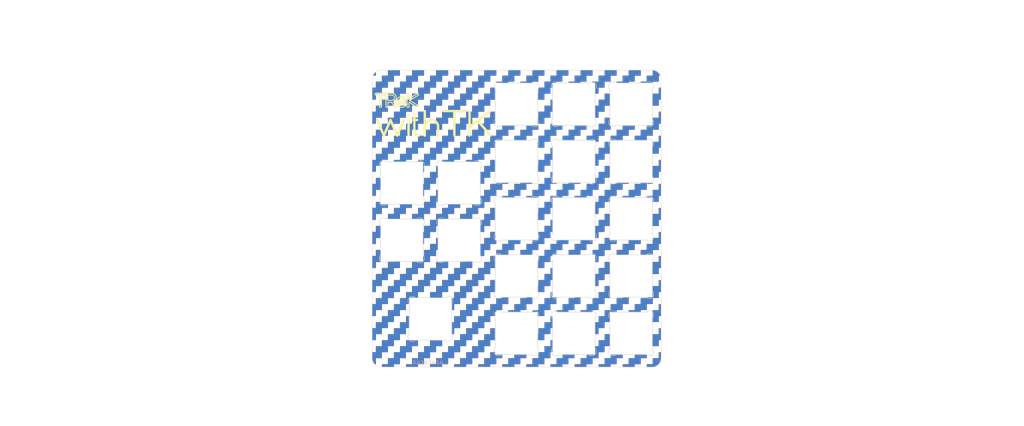
<source format=kicad_pcb>
(kicad_pcb (version 20221018) (generator pcbnew)
  (layers (0 "F.Cu" signal) (31 "B.Cu" signal) (34 "B.Paste" user) (35 "F.Paste" user) (36 "B.SilkS" user "B.Silkscreen") (37 "F.SilkS" user "F.Silkscreen") (38 "B.Mask" user) (39 "F.Mask" user) (44 "Edge.Cuts" user))
  (net 0 "")
  (footprint "kbd_SW_Hole:SW_Hole_1u" (layer "F.Cu") (at 67.2271 28.6211)
    (fp_text reference "SW6" hide)
    (fp_text value "SW_PUSH" hide)
    (fp_line (start -7.05 5) (end -7.05 -5) (stroke (width 0.15)) (layer "Edge.Cuts"))
    (fp_line (start -5 -7.05) (end 5 -7.05) (stroke (width 0.15)) (layer "Edge.Cuts"))
    (fp_line (start 5 7.05) (end -5 7.05) (stroke (width 0.15)) (layer "Edge.Cuts"))
    (fp_line (start 7.05 -5) (end 7.05 5) (stroke (width 0.15)) (layer "Edge.Cuts"))
    (fp_arc (start -7.05 -5) (mid -7.05 -7.049998) (end -5 -7.05) (stroke (width 0.15)) (layer "Edge.Cuts"))
    (fp_arc (start -5.000003 7.05) (mid -7.05 7.049999) (end -7.050002 5.000001) (stroke (width 0.15)) (layer "Edge.Cuts"))
    (fp_arc (start 5.000003 -7.050001) (mid 7.05 -7.05) (end 7.050002 -5.000002) (stroke (width 0.15)) (layer "Edge.Cuts"))
    (fp_arc (start 7.050001 5.000003) (mid 7.05 7.05) (end 5.000002 7.050002) (stroke (width 0.15)) (layer "Edge.Cuts"))
  )
  (footprint "kbd_SW_Hole:SW_Hole_1u" (layer "F.Cu") (at 86.2771 28.6211)
    (fp_text reference "SW11" hide)
    (fp_text value "SW_PUSH" hide)
    (fp_line (start -7.05 5) (end -7.05 -5) (stroke (width 0.15)) (layer "Edge.Cuts"))
    (fp_line (start -5 -7.05) (end 5 -7.05) (stroke (width 0.15)) (layer "Edge.Cuts"))
    (fp_line (start 5 7.05) (end -5 7.05) (stroke (width 0.15)) (layer "Edge.Cuts"))
    (fp_line (start 7.05 -5) (end 7.05 5) (stroke (width 0.15)) (layer "Edge.Cuts"))
    (fp_arc (start -7.05 -5) (mid -7.05 -7.049998) (end -5 -7.05) (stroke (width 0.15)) (layer "Edge.Cuts"))
    (fp_arc (start -5.000003 7.05) (mid -7.05 7.049999) (end -7.050002 5.000001) (stroke (width 0.15)) (layer "Edge.Cuts"))
    (fp_arc (start 5.000003 -7.050001) (mid 7.05 -7.05) (end 7.050002 -5.000002) (stroke (width 0.15)) (layer "Edge.Cuts"))
    (fp_arc (start 7.050001 5.000003) (mid 7.05 7.05) (end 5.000002 7.050002) (stroke (width 0.15)) (layer "Edge.Cuts"))
  )
  (footprint "kbd_SW_Hole:SW_Hole_1u" (layer "F.Cu") (at 105.3271 28.6211)
    (fp_text reference "SW16" hide)
    (fp_text value "SW_PUSH" hide)
    (fp_line (start -7.05 5) (end -7.05 -5) (stroke (width 0.15)) (layer "Edge.Cuts"))
    (fp_line (start -5 -7.05) (end 5 -7.05) (stroke (width 0.15)) (layer "Edge.Cuts"))
    (fp_line (start 5 7.05) (end -5 7.05) (stroke (width 0.15)) (layer "Edge.Cuts"))
    (fp_line (start 7.05 -5) (end 7.05 5) (stroke (width 0.15)) (layer "Edge.Cuts"))
    (fp_arc (start -7.05 -5) (mid -7.05 -7.049998) (end -5 -7.05) (stroke (width 0.15)) (layer "Edge.Cuts"))
    (fp_arc (start -5.000003 7.05) (mid -7.05 7.049999) (end -7.050002 5.000001) (stroke (width 0.15)) (layer "Edge.Cuts"))
    (fp_arc (start 5.000003 -7.050001) (mid 7.05 -7.05) (end 7.050002 -5.000002) (stroke (width 0.15)) (layer "Edge.Cuts"))
    (fp_arc (start 7.050001 5.000003) (mid 7.05 7.05) (end 5.000002 7.050002) (stroke (width 0.15)) (layer "Edge.Cuts"))
  )
  (footprint "kbd_SW_Hole:SW_Hole_1u" (layer "F.Cu") (at 105.3271 85.7711)
    (fp_text reference "SW19" hide)
    (fp_text value "SW_PUSH" hide)
    (fp_line (start -7.05 5) (end -7.05 -5) (stroke (width 0.15)) (layer "Edge.Cuts"))
    (fp_line (start -5 -7.05) (end 5 -7.05) (stroke (width 0.15)) (layer "Edge.Cuts"))
    (fp_line (start 5 7.05) (end -5 7.05) (stroke (width 0.15)) (layer "Edge.Cuts"))
    (fp_line (start 7.05 -5) (end 7.05 5) (stroke (width 0.15)) (layer "Edge.Cuts"))
    (fp_arc (start -7.05 -5) (mid -7.05 -7.049998) (end -5 -7.05) (stroke (width 0.15)) (layer "Edge.Cuts"))
    (fp_arc (start -5.000003 7.05) (mid -7.05 7.049999) (end -7.050002 5.000001) (stroke (width 0.15)) (layer "Edge.Cuts"))
    (fp_arc (start 5.000003 -7.050001) (mid 7.05 -7.05) (end 7.050002 -5.000002) (stroke (width 0.15)) (layer "Edge.Cuts"))
    (fp_arc (start 7.050001 5.000003) (mid 7.05 7.05) (end 5.000002 7.050002) (stroke (width 0.15)) (layer "Edge.Cuts"))
  )
  (footprint "kbd_SW_Hole:SW_Hole_1u" (layer "F.Cu") (at 86.2771 66.7211)
    (fp_text reference "SW13" hide)
    (fp_text value "SW_PUSH" hide)
    (fp_line (start -7.05 5) (end -7.05 -5) (stroke (width 0.15)) (layer "Edge.Cuts"))
    (fp_line (start -5 -7.05) (end 5 -7.05) (stroke (width 0.15)) (layer "Edge.Cuts"))
    (fp_line (start 5 7.05) (end -5 7.05) (stroke (width 0.15)) (layer "Edge.Cuts"))
    (fp_line (start 7.05 -5) (end 7.05 5) (stroke (width 0.15)) (layer "Edge.Cuts"))
    (fp_arc (start -7.05 -5) (mid -7.05 -7.049998) (end -5 -7.05) (stroke (width 0.15)) (layer "Edge.Cuts"))
    (fp_arc (start -5.000003 7.05) (mid -7.05 7.049999) (end -7.050002 5.000001) (stroke (width 0.15)) (layer "Edge.Cuts"))
    (fp_arc (start 5.000003 -7.050001) (mid 7.05 -7.05) (end 7.050002 -5.000002) (stroke (width 0.15)) (layer "Edge.Cuts"))
    (fp_arc (start 7.050001 5.000003) (mid 7.05 7.05) (end 5.000002 7.050002) (stroke (width 0.15)) (layer "Edge.Cuts"))
  )
  (footprint "kbd_SW_Hole:SW_Hole_1u" (layer "F.Cu") (at 105.3271 47.6711)
    (fp_text reference "SW17" hide)
    (fp_text value "SW_PUSH" hide)
    (fp_line (start -7.05 5) (end -7.05 -5) (stroke (width 0.15)) (layer "Edge.Cuts"))
    (fp_line (start -5 -7.05) (end 5 -7.05) (stroke (width 0.15)) (layer "Edge.Cuts"))
    (fp_line (start 5 7.05) (end -5 7.05) (stroke (width 0.15)) (layer "Edge.Cuts"))
    (fp_line (start 7.05 -5) (end 7.05 5) (stroke (width 0.15)) (layer "Edge.Cuts"))
    (fp_arc (start -7.05 -5) (mid -7.05 -7.049998) (end -5 -7.05) (stroke (width 0.15)) (layer "Edge.Cuts"))
    (fp_arc (start -5.000003 7.05) (mid -7.05 7.049999) (end -7.050002 5.000001) (stroke (width 0.15)) (layer "Edge.Cuts"))
    (fp_arc (start 5.000003 -7.050001) (mid 7.05 -7.05) (end 7.050002 -5.000002) (stroke (width 0.15)) (layer "Edge.Cuts"))
    (fp_arc (start 7.050001 5.000003) (mid 7.05 7.05) (end 5.000002 7.050002) (stroke (width 0.15)) (layer "Edge.Cuts"))
  )
  (footprint "kbd_SW_Hole:SW_Hole_1u" (layer "F.Cu") (at 86.2771 85.7711)
    (fp_text reference "SW14" hide)
    (fp_text value "SW_PUSH" hide)
    (fp_line (start -7.05 5) (end -7.05 -5) (stroke (width 0.15)) (layer "Edge.Cuts"))
    (fp_line (start -5 -7.05) (end 5 -7.05) (stroke (width 0.15)) (layer "Edge.Cuts"))
    (fp_line (start 5 7.05) (end -5 7.05) (stroke (width 0.15)) (layer "Edge.Cuts"))
    (fp_line (start 7.05 -5) (end 7.05 5) (stroke (width 0.15)) (layer "Edge.Cuts"))
    (fp_arc (start -7.05 -5) (mid -7.05 -7.049998) (end -5 -7.05) (stroke (width 0.15)) (layer "Edge.Cuts"))
    (fp_arc (start -5.000003 7.05) (mid -7.05 7.049999) (end -7.050002 5.000001) (stroke (width 0.15)) (layer "Edge.Cuts"))
    (fp_arc (start 5.000003 -7.050001) (mid 7.05 -7.05) (end 7.050002 -5.000002) (stroke (width 0.15)) (layer "Edge.Cuts"))
    (fp_arc (start 7.050001 5.000003) (mid 7.05 7.05) (end 5.000002 7.050002) (stroke (width 0.15)) (layer "Edge.Cuts"))
  )
  (footprint "kbd_SW_Hole:SW_Hole_1u" (layer "F.Cu") (at 67.2271 85.7711)
    (fp_text reference "SW9" hide)
    (fp_text value "SW_PUSH" hide)
    (fp_line (start -7.05 5) (end -7.05 -5) (stroke (width 0.15)) (layer "Edge.Cuts"))
    (fp_line (start -5 -7.05) (end 5 -7.05) (stroke (width 0.15)) (layer "Edge.Cuts"))
    (fp_line (start 5 7.05) (end -5 7.05) (stroke (width 0.15)) (layer "Edge.Cuts"))
    (fp_line (start 7.05 -5) (end 7.05 5) (stroke (width 0.15)) (layer "Edge.Cuts"))
    (fp_arc (start -7.05 -5) (mid -7.05 -7.049998) (end -5 -7.05) (stroke (width 0.15)) (layer "Edge.Cuts"))
    (fp_arc (start -5.000003 7.05) (mid -7.05 7.049999) (end -7.050002 5.000001) (stroke (width 0.15)) (layer "Edge.Cuts"))
    (fp_arc (start 5.000003 -7.050001) (mid 7.05 -7.05) (end 7.050002 -5.000002) (stroke (width 0.15)) (layer "Edge.Cuts"))
    (fp_arc (start 7.050001 5.000003) (mid 7.05 7.05) (end 5.000002 7.050002) (stroke (width 0.15)) (layer "Edge.Cuts"))
  )
  (footprint "kbd_SW_Hole:SW_Hole_1u" (layer "F.Cu") (at 86.2771 47.6711)
    (fp_text reference "SW12" hide)
    (fp_text value "SW_PUSH" hide)
    (fp_line (start -7.05 5) (end -7.05 -5) (stroke (width 0.15)) (layer "Edge.Cuts"))
    (fp_line (start -5 -7.05) (end 5 -7.05) (stroke (width 0.15)) (layer "Edge.Cuts"))
    (fp_line (start 5 7.05) (end -5 7.05) (stroke (width 0.15)) (layer "Edge.Cuts"))
    (fp_line (start 7.05 -5) (end 7.05 5) (stroke (width 0.15)) (layer "Edge.Cuts"))
    (fp_arc (start -7.05 -5) (mid -7.05 -7.049998) (end -5 -7.05) (stroke (width 0.15)) (layer "Edge.Cuts"))
    (fp_arc (start -5.000003 7.05) (mid -7.05 7.049999) (end -7.050002 5.000001) (stroke (width 0.15)) (layer "Edge.Cuts"))
    (fp_arc (start 5.000003 -7.050001) (mid 7.05 -7.05) (end 7.050002 -5.000002) (stroke (width 0.15)) (layer "Edge.Cuts"))
    (fp_arc (start 7.050001 5.000003) (mid 7.05 7.05) (end 5.000002 7.050002) (stroke (width 0.15)) (layer "Edge.Cuts"))
  )
  (footprint "kbd_SW_Hole:SW_Hole_1u" (layer "F.Cu") (at 29.1271 54.8149)
    (fp_text reference "SW1" hide)
    (fp_text value "RotaryEncoder_Switch" hide)
    (fp_line (start -7.05 5) (end -7.05 -5) (stroke (width 0.15)) (layer "Edge.Cuts"))
    (fp_line (start -5 -7.05) (end 5 -7.05) (stroke (width 0.15)) (layer "Edge.Cuts"))
    (fp_line (start 5 7.05) (end -5 7.05) (stroke (width 0.15)) (layer "Edge.Cuts"))
    (fp_line (start 7.05 -5) (end 7.05 5) (stroke (width 0.15)) (layer "Edge.Cuts"))
    (fp_arc (start -7.05 -5) (mid -7.05 -7.049998) (end -5 -7.05) (stroke (width 0.15)) (layer "Edge.Cuts"))
    (fp_arc (start -5.000003 7.05) (mid -7.05 7.049999) (end -7.050002 5.000001) (stroke (width 0.15)) (layer "Edge.Cuts"))
    (fp_arc (start 5.000003 -7.050001) (mid 7.05 -7.05) (end 7.050002 -5.000002) (stroke (width 0.15)) (layer "Edge.Cuts"))
    (fp_arc (start 7.050001 5.000003) (mid 7.05 7.05) (end 5.000002 7.050002) (stroke (width 0.15)) (layer "Edge.Cuts"))
  )
  (footprint "kbd_SW_Hole:SW_Hole_1u" (layer "F.Cu") (at 86.2771 104.8211)
    (fp_text reference "SW15" hide)
    (fp_text value "SW_PUSH" hide)
    (fp_line (start -7.05 5) (end -7.05 -5) (stroke (width 0.15)) (layer "Edge.Cuts"))
    (fp_line (start -5 -7.05) (end 5 -7.05) (stroke (width 0.15)) (layer "Edge.Cuts"))
    (fp_line (start 5 7.05) (end -5 7.05) (stroke (width 0.15)) (layer "Edge.Cuts"))
    (fp_line (start 7.05 -5) (end 7.05 5) (stroke (width 0.15)) (layer "Edge.Cuts"))
    (fp_arc (start -7.05 -5) (mid -7.05 -7.049998) (end -5 -7.05) (stroke (width 0.15)) (layer "Edge.Cuts"))
    (fp_arc (start -5.000003 7.05) (mid -7.05 7.049999) (end -7.050002 5.000001) (stroke (width 0.15)) (layer "Edge.Cuts"))
    (fp_arc (start 5.000003 -7.050001) (mid 7.05 -7.05) (end 7.050002 -5.000002) (stroke (width 0.15)) (layer "Edge.Cuts"))
    (fp_arc (start 7.050001 5.000003) (mid 7.05 7.05) (end 5.000002 7.050002) (stroke (width 0.15)) (layer "Edge.Cuts"))
  )
  (footprint "LOGO" (layer "F.Cu") (at 27.5224 27.3235)
    (fp_text reference "G***" hide)
    (fp_text value "LOGO" hide)
  )
  (footprint "kbd_SW_Hole:SW_Hole_1u" (layer "F.Cu") (at 48.1771 73.8649)
    (fp_text reference "SW4" hide)
    (fp_text value "SW_PUSH" hide)
    (fp_line (start -7.05 5) (end -7.05 -5) (stroke (width 0.15)) (layer "Edge.Cuts"))
    (fp_line (start -5 -7.05) (end 5 -7.05) (stroke (width 0.15)) (layer "Edge.Cuts"))
    (fp_line (start 5 7.05) (end -5 7.05) (stroke (width 0.15)) (layer "Edge.Cuts"))
    (fp_line (start 7.05 -5) (end 7.05 5) (stroke (width 0.15)) (layer "Edge.Cuts"))
    (fp_arc (start -7.05 -5) (mid -7.05 -7.049998) (end -5 -7.05) (stroke (width 0.15)) (layer "Edge.Cuts"))
    (fp_arc (start -5.000003 7.05) (mid -7.05 7.049999) (end -7.050002 5.000001) (stroke (width 0.15)) (layer "Edge.Cuts"))
    (fp_arc (start 5.000003 -7.050001) (mid 7.05 -7.05) (end 7.050002 -5.000002) (stroke (width 0.15)) (layer "Edge.Cuts"))
    (fp_arc (start 7.050001 5.000003) (mid 7.05 7.05) (end 5.000002 7.050002) (stroke (width 0.15)) (layer "Edge.Cuts"))
  )
  (footprint "kbd_SW_Hole:SW_Hole_1u" (layer "F.Cu") (at 48.1771 54.8149)
    (fp_text reference "SW3" hide)
    (fp_text value "RotaryEncoder_Switch" hide)
    (fp_line (start -7.05 5) (end -7.05 -5) (stroke (width 0.15)) (layer "Edge.Cuts"))
    (fp_line (start -5 -7.05) (end 5 -7.05) (stroke (width 0.15)) (layer "Edge.Cuts"))
    (fp_line (start 5 7.05) (end -5 7.05) (stroke (width 0.15)) (layer "Edge.Cuts"))
    (fp_line (start 7.05 -5) (end 7.05 5) (stroke (width 0.15)) (layer "Edge.Cuts"))
    (fp_arc (start -7.05 -5) (mid -7.05 -7.049998) (end -5 -7.05) (stroke (width 0.15)) (layer "Edge.Cuts"))
    (fp_arc (start -5.000003 7.05) (mid -7.05 7.049999) (end -7.050002 5.000001) (stroke (width 0.15)) (layer "Edge.Cuts"))
    (fp_arc (start 5.000003 -7.050001) (mid 7.05 -7.05) (end 7.050002 -5.000002) (stroke (width 0.15)) (layer "Edge.Cuts"))
    (fp_arc (start 7.050001 5.000003) (mid 7.05 7.05) (end 5.000002 7.050002) (stroke (width 0.15)) (layer "Edge.Cuts"))
  )
  (footprint "kbd_SW_Hole:SW_Hole_1u" (layer "F.Cu") (at 38.6521 100.0586)
    (fp_text reference "SW5" hide)
    (fp_text value "RotaryEncoder_Switch" hide)
    (fp_line (start -7.05 5) (end -7.05 -5) (stroke (width 0.15)) (layer "Edge.Cuts"))
    (fp_line (start -5 -7.05) (end 5 -7.05) (stroke (width 0.15)) (layer "Edge.Cuts"))
    (fp_line (start 5 7.05) (end -5 7.05) (stroke (width 0.15)) (layer "Edge.Cuts"))
    (fp_line (start 7.05 -5) (end 7.05 5) (stroke (width 0.15)) (layer "Edge.Cuts"))
    (fp_arc (start -7.05 -5) (mid -7.05 -7.049998) (end -5 -7.05) (stroke (width 0.15)) (layer "Edge.Cuts"))
    (fp_arc (start -5.000003 7.05) (mid -7.05 7.049999) (end -7.050002 5.000001) (stroke (width 0.15)) (layer "Edge.Cuts"))
    (fp_arc (start 5.000003 -7.050001) (mid 7.05 -7.05) (end 7.050002 -5.000002) (stroke (width 0.15)) (layer "Edge.Cuts"))
    (fp_arc (start 7.050001 5.000003) (mid 7.05 7.05) (end 5.000002 7.050002) (stroke (width 0.15)) (layer "Edge.Cuts"))
  )
  (footprint "kbd_SW_Hole:SW_Hole_1u" (layer "F.Cu") (at 105.3271 66.7211)
    (fp_text reference "SW18" hide)
    (fp_text value "SW_PUSH" hide)
    (fp_line (start -7.05 5) (end -7.05 -5) (stroke (width 0.15)) (layer "Edge.Cuts"))
    (fp_line (start -5 -7.05) (end 5 -7.05) (stroke (width 0.15)) (layer "Edge.Cuts"))
    (fp_line (start 5 7.05) (end -5 7.05) (stroke (width 0.15)) (layer "Edge.Cuts"))
    (fp_line (start 7.05 -5) (end 7.05 5) (stroke (width 0.15)) (layer "Edge.Cuts"))
    (fp_arc (start -7.05 -5) (mid -7.05 -7.049998) (end -5 -7.05) (stroke (width 0.15)) (layer "Edge.Cuts"))
    (fp_arc (start -5.000003 7.05) (mid -7.05 7.049999) (end -7.050002 5.000001) (stroke (width 0.15)) (layer "Edge.Cuts"))
    (fp_arc (start 5.000003 -7.050001) (mid 7.05 -7.05) (end 7.050002 -5.000002) (stroke (width 0.15)) (layer "Edge.Cuts"))
    (fp_arc (start 7.050001 5.000003) (mid 7.05 7.05) (end 5.000002 7.050002) (stroke (width 0.15)) (layer "Edge.Cuts"))
  )
  (footprint "kbd_SW_Hole:SW_Hole_1u" (layer "F.Cu") (at 67.2271 104.8211)
    (fp_text reference "SW10" hide)
    (fp_text value "SW_PUSH" hide)
    (fp_line (start -7.05 5) (end -7.05 -5) (stroke (width 0.15)) (layer "Edge.Cuts"))
    (fp_line (start -5 -7.05) (end 5 -7.05) (stroke (width 0.15)) (layer "Edge.Cuts"))
    (fp_line (start 5 7.05) (end -5 7.05) (stroke (width 0.15)) (layer "Edge.Cuts"))
    (fp_line (start 7.05 -5) (end 7.05 5) (stroke (width 0.15)) (layer "Edge.Cuts"))
    (fp_arc (start -7.05 -5) (mid -7.05 -7.049998) (end -5 -7.05) (stroke (width 0.15)) (layer "Edge.Cuts"))
    (fp_arc (start -5.000003 7.05) (mid -7.05 7.049999) (end -7.050002 5.000001) (stroke (width 0.15)) (layer "Edge.Cuts"))
    (fp_arc (start 5.000003 -7.050001) (mid 7.05 -7.05) (end 7.050002 -5.000002) (stroke (width 0.15)) (layer "Edge.Cuts"))
    (fp_arc (start 7.050001 5.000003) (mid 7.05 7.05) (end 5.000002 7.050002) (stroke (width 0.15)) (layer "Edge.Cuts"))
  )
  (footprint "kbd_SW_Hole:SW_Hole_1u" (layer "F.Cu") (at 67.2271 66.7211)
    (fp_text reference "SW8" hide)
    (fp_text value "SW_PUSH" hide)
    (fp_line (start -7.05 5) (end -7.05 -5) (stroke (width 0.15)) (layer "Edge.Cuts"))
    (fp_line (start -5 -7.05) (end 5 -7.05) (stroke (width 0.15)) (layer "Edge.Cuts"))
    (fp_line (start 5 7.05) (end -5 7.05) (stroke (width 0.15)) (layer "Edge.Cuts"))
    (fp_line (start 7.05 -5) (end 7.05 5) (stroke (width 0.15)) (layer "Edge.Cuts"))
    (fp_arc (start -7.05 -5) (mid -7.05 -7.049998) (end -5 -7.05) (stroke (width 0.15)) (layer "Edge.Cuts"))
    (fp_arc (start -5.000003 7.05) (mid -7.05 7.049999) (end -7.050002 5.000001) (stroke (width 0.15)) (layer "Edge.Cuts"))
    (fp_arc (start 5.000003 -7.050001) (mid 7.05 -7.05) (end 7.050002 -5.000002) (stroke (width 0.15)) (layer "Edge.Cuts"))
    (fp_arc (start 7.050001 5.000003) (mid 7.05 7.05) (end 5.000002 7.050002) (stroke (width 0.15)) (layer "Edge.Cuts"))
  )
  (footprint "kbd_SW_Hole:SW_Hole_1u" (layer "F.Cu") (at 29.1271 73.8649)
    (fp_text reference "SW2" hide)
    (fp_text value "SW_PUSH" hide)
    (fp_line (start -7.05 5) (end -7.05 -5) (stroke (width 0.15)) (layer "Edge.Cuts"))
    (fp_line (start -5 -7.05) (end 5 -7.05) (stroke (width 0.15)) (layer "Edge.Cuts"))
    (fp_line (start 5 7.05) (end -5 7.05) (stroke (width 0.15)) (layer "Edge.Cuts"))
    (fp_line (start 7.05 -5) (end 7.05 5) (stroke (width 0.15)) (layer "Edge.Cuts"))
    (fp_arc (start -7.05 -5) (mid -7.05 -7.049998) (end -5 -7.05) (stroke (width 0.15)) (layer "Edge.Cuts"))
    (fp_arc (start -5.000003 7.05) (mid -7.05 7.049999) (end -7.050002 5.000001) (stroke (width 0.15)) (layer "Edge.Cuts"))
    (fp_arc (start 5.000003 -7.050001) (mid 7.05 -7.05) (end 7.050002 -5.000002) (stroke (width 0.15)) (layer "Edge.Cuts"))
    (fp_arc (start 7.050001 5.000003) (mid 7.05 7.05) (end 5.000002 7.050002) (stroke (width 0.15)) (layer "Edge.Cuts"))
  )
  (footprint "kbd_SW_Hole:SW_Hole_1u" (layer "F.Cu") (at 105.3271 104.8211)
    (fp_text reference "SW20" hide)
    (fp_text value "SW_PUSH" hide)
    (fp_line (start -7.05 5) (end -7.05 -5) (stroke (width 0.15)) (layer "Edge.Cuts"))
    (fp_line (start -5 -7.05) (end 5 -7.05) (stroke (width 0.15)) (layer "Edge.Cuts"))
    (fp_line (start 5 7.05) (end -5 7.05) (stroke (width 0.15)) (layer "Edge.Cuts"))
    (fp_line (start 7.05 -5) (end 7.05 5) (stroke (width 0.15)) (layer "Edge.Cuts"))
    (fp_arc (start -7.05 -5) (mid -7.05 -7.049998) (end -5 -7.05) (stroke (width 0.15)) (layer "Edge.Cuts"))
    (fp_arc (start -5.000003 7.05) (mid -7.05 7.049999) (end -7.050002 5.000001) (stroke (width 0.15)) (layer "Edge.Cuts"))
    (fp_arc (start 5.000003 -7.050001) (mid 7.05 -7.05) (end 7.050002 -5.000002) (stroke (width 0.15)) (layer "Edge.Cuts"))
    (fp_arc (start 7.050001 5.000003) (mid 7.05 7.05) (end 5.000002 7.050002) (stroke (width 0.15)) (layer "Edge.Cuts"))
  )
  (footprint "kbd_SW_Hole:SW_Hole_1u" (layer "F.Cu") (at 67.2271 47.6711)
    (fp_text reference "SW7" hide)
    (fp_text value "SW_PUSH" hide)
    (fp_line (start -7.05 5) (end -7.05 -5) (stroke (width 0.15)) (layer "Edge.Cuts"))
    (fp_line (start -5 -7.05) (end 5 -7.05) (stroke (width 0.15)) (layer "Edge.Cuts"))
    (fp_line (start 5 7.05) (end -5 7.05) (stroke (width 0.15)) (layer "Edge.Cuts"))
    (fp_line (start 7.05 -5) (end 7.05 5) (stroke (width 0.15)) (layer "Edge.Cuts"))
    (fp_arc (start -7.05 -5) (mid -7.05 -7.049998) (end -5 -7.05) (stroke (width 0.15)) (layer "Edge.Cuts"))
    (fp_arc (start -5.000003 7.05) (mid -7.05 7.049999) (end -7.050002 5.000001) (stroke (width 0.15)) (layer "Edge.Cuts"))
    (fp_arc (start 5.000003 -7.050001) (mid 7.05 -7.05) (end 7.050002 -5.000002) (stroke (width 0.15)) (layer "Edge.Cuts"))
    (fp_arc (start 7.050001 5.000003) (mid 7.05 7.05) (end 5.000002 7.050002) (stroke (width 0.15)) (layer "Edge.Cuts"))
  )
  (footprint "LOGO" (layer "F.Cu") (at 39.8224 35.0235)
    (fp_text reference "G***" hide)
    (fp_text value "LOGO" hide)
  )
  (gr_arc (start 22.275 116.05) (mid 20.15368 115.17132) (end 19.275 113.05) (stroke (width 0.1)) (layer "Edge.Cuts"))
  (gr_arc (start 19.275 20.25) (mid 20.15368 18.12868) (end 22.275 17.25) (stroke (width 0.1)) (layer "Edge.Cuts"))
  (gr_arc (start 115.275 113.05) (mid 114.39632 115.17132) (end 112.275 116.05) (stroke (width 0.1)) (layer "Edge.Cuts"))
  (gr_arc (start 112.275 17.25) (mid 114.39632 18.12868) (end 115.275 20.25) (stroke (width 0.1)) (layer "Edge.Cuts"))
  (gr_line (start 22.275 116.05) (end 112.275 116.05) (stroke (width 0.1)) (layer "Edge.Cuts"))
  (gr_line (start 19.275 20.25) (end 19.275 113.05) (stroke (width 0.1)) (layer "Edge.Cuts"))
  (gr_line (start 115.275 20.25) (end 115.275 113.05) (stroke (width 0.1)) (layer "Edge.Cuts"))
  (gr_line (start 22.275 17.25) (end 112.275 17.25) (stroke (width 0.1)) (layer "Edge.Cuts"))
  (gr_text "JLCJLCJLCJLC" (at 43.1224 115.1235) (layer "B.SilkS") (effects (font (size 1 1)) (justify left bottom mirror)))
  (zone (net 0) (net_name "") (layer "F.Cu") (connect_pads (clearance 0.508)) (min_thickness 0.254) (fill yes (thermal_gap 0.508) (thermal_bridge_width 0.508))
    (polygon (pts (xy 235.370559 135.613301) (xy -104.393808 135.740363) (xy -104.139684 -5.679883) (xy 235.370559 -5.934007)))
  )
  (zone (net 0) (net_name "") (layers "F&B.Cu") (connect_pads (clearance 0)) (min_thickness 0.254)
    (keepout (tracks allowed) (vias allowed) (pads allowed) (copperpour not_allowed) (footprints allowed))
    (fill (thermal_gap 0.508) (thermal_bridge_width 0.508))
    (polygon (pts (xy -89.4908 45.100133) (xy -93.4908 45.100133) (xy -93.4908 43.100133) (xy -89.4908 43.100133)))
  )
  (zone (net 0) (net_name "") (layers "F&B.Cu") (connect_pads (clearance 0)) (min_thickness 0.254)
    (keepout (tracks allowed) (vias allowed) (pads allowed) (copperpour not_allowed) (footprints allowed))
    (fill (thermal_gap 0.508) (thermal_bridge_width 0.508))
    (polygon (pts (xy -63.4908 91.100133) (xy -67.4908 91.100133) (xy -67.4908 89.100133) (xy -63.4908 89.100133)))
  )
  (zone (net 0) (net_name "") (layers "F&B.Cu") (connect_pads (clearance 0)) (min_thickness 0.254)
    (keepout (tracks allowed) (vias allowed) (pads allowed) (copperpour not_allowed) (footprints allowed))
    (fill (thermal_gap 0.508) (thermal_bridge_width 0.508))
    (polygon (pts (xy 134.5092 5.100133) (xy 130.5092 5.100133) (xy 130.5092 3.100133) (xy 134.5092 3.100133)))
  )
  (zone (net 0) (net_name "") (layers "F&B.Cu") (connect_pads (clearance 0)) (min_thickness 0.254)
    (keepout (tracks allowed) (vias allowed) (pads allowed) (copperpour not_allowed) (footprints allowed))
    (fill (thermal_gap 0.508) (thermal_bridge_width 0.508))
    (polygon (pts (xy 74.5092 89.100133) (xy 70.5092 89.100133) (xy 70.5092 87.100133) (xy 74.5092 87.100133)))
  )
  (zone (net 0) (net_name "") (layers "F&B.Cu") (connect_pads (clearance 0)) (min_thickness 0.254)
    (keepout (tracks allowed) (vias allowed) (pads allowed) (copperpour not_allowed) (footprints allowed))
    (fill (thermal_gap 0.508) (thermal_bridge_width 0.508))
    (polygon (pts (xy 88.5092 43.100133) (xy 84.5092 43.100133) (xy 84.5092 41.100133) (xy 88.5092 41.100133)))
  )
  (zone (net 0) (net_name "") (layers "F&B.Cu") (connect_pads (clearance 0)) (min_thickness 0.254)
    (keepout (tracks allowed) (vias allowed) (pads allowed) (copperpour not_allowed) (footprints allowed))
    (fill (thermal_gap 0.508) (thermal_bridge_width 0.508))
    (polygon (pts (xy 200.5092 19.100133) (xy 196.5092 19.100133) (xy 196.5092 17.100133) (xy 200.5092 17.100133)))
  )
  (zone (net 0) (net_name "") (layers "F&B.Cu") (connect_pads (clearance 0)) (min_thickness 0.254)
    (keepout (tracks allowed) (vias allowed) (pads allowed) (copperpour not_allowed) (footprints allowed))
    (fill (thermal_gap 0.508) (thermal_bridge_width 0.508))
    (polygon (pts (xy 44.5092 87.100133) (xy 40.5092 87.100133) (xy 40.5092 85.100133) (xy 44.5092 85.100133)))
  )
  (zone (net 0) (net_name "") (layers "F&B.Cu") (connect_pads (clearance 0)) (min_thickness 0.254)
    (keepout (tracks allowed) (vias allowed) (pads allowed) (copperpour not_allowed) (footprints allowed))
    (fill (thermal_gap 0.508) (thermal_bridge_width 0.508))
    (polygon (pts (xy -95.4908 115.100133) (xy -99.4908 115.100133) (xy -99.4908 113.100133) (xy -95.4908 113.100133)))
  )
  (zone (net 0) (net_name "") (layers "F&B.Cu") (connect_pads (clearance 0)) (min_thickness 0.254)
    (keepout (tracks allowed) (vias allowed) (pads allowed) (copperpour not_allowed) (footprints allowed))
    (fill (thermal_gap 0.508) (thermal_bridge_width 0.508))
    (polygon (pts (xy 120.5092 67.100133) (xy 116.5092 67.100133) (xy 116.5092 65.100133) (xy 120.5092 65.100133)))
  )
  (zone (net 0) (net_name "") (layers "F&B.Cu") (connect_pads (clearance 0)) (min_thickness 0.254)
    (keepout (tracks allowed) (vias allowed) (pads allowed) (copperpour not_allowed) (footprints allowed))
    (fill (thermal_gap 0.508) (thermal_bridge_width 0.508))
    (polygon (pts (xy 70.5092 69.100133) (xy 66.5092 69.100133) (xy 66.5092 67.100133) (xy 70.5092 67.100133)))
  )
  (zone (net 0) (net_name "") (layers "F&B.Cu") (connect_pads (clearance 0)) (min_thickness 0.254)
    (keepout (tracks allowed) (vias allowed) (pads allowed) (copperpour not_allowed) (footprints allowed))
    (fill (thermal_gap 0.508) (thermal_bridge_width 0.508))
    (polygon (pts (xy 20.5092 23.100133) (xy 16.5092 23.100133) (xy 16.5092 21.100133) (xy 20.5092 21.100133)))
  )
  (zone (net 0) (net_name "") (layers "F&B.Cu") (connect_pads (clearance 0)) (min_thickness 0.254)
    (keepout (tracks allowed) (vias allowed) (pads allowed) (copperpour not_allowed) (footprints allowed))
    (fill (thermal_gap 0.508) (thermal_bridge_width 0.508))
    (polygon (pts (xy 106.5092 41.100133) (xy 102.5092 41.100133) (xy 102.5092 39.100133) (xy 106.5092 39.100133)))
  )
  (zone (net 0) (net_name "") (layers "F&B.Cu") (connect_pads (clearance 0)) (min_thickness 0.254)
    (keepout (tracks allowed) (vias allowed) (pads allowed) (copperpour not_allowed) (footprints allowed))
    (fill (thermal_gap 0.508) (thermal_bridge_width 0.508))
    (polygon (pts (xy 46.5092 109.100133) (xy 42.5092 109.100133) (xy 42.5092 107.100133) (xy 46.5092 107.100133)))
  )
  (zone (net 0) (net_name "") (layers "F&B.Cu") (connect_pads (clearance 0)) (min_thickness 0.254)
    (keepout (tracks allowed) (vias allowed) (pads allowed) (copperpour not_allowed) (footprints allowed))
    (fill (thermal_gap 0.508) (thermal_bridge_width 0.508))
    (polygon (pts (xy 2.5092 9.100133) (xy -1.4908 9.100133) (xy -1.4908 7.100133) (xy 2.5092 7.100133)))
  )
  (zone (net 0) (net_name "") (layers "F&B.Cu") (connect_pads (clearance 0)) (min_thickness 0.254)
    (keepout (tracks allowed) (vias allowed) (pads allowed) (copperpour not_allowed) (footprints allowed))
    (fill (thermal_gap 0.508) (thermal_bridge_width 0.508))
    (polygon (pts (xy -37.4908 113.100133) (xy -41.4908 113.100133) (xy -41.4908 111.100133) (xy -37.4908 111.100133)))
  )
  (zone (net 0) (net_name "") (layers "F&B.Cu") (connect_pads (clearance 0)) (min_thickness 0.254)
    (keepout (tracks allowed) (vias allowed) (pads allowed) (copperpour not_allowed) (footprints allowed))
    (fill (thermal_gap 0.508) (thermal_bridge_width 0.508))
    (polygon (pts (xy 114.5092 41.100133) (xy 110.5092 41.100133) (xy 110.5092 39.100133) (xy 114.5092 39.100133)))
  )
  (zone (net 0) (net_name "") (layers "F&B.Cu") (connect_pads (clearance 0)) (min_thickness 0.254)
    (keepout (tracks allowed) (vias allowed) (pads allowed) (copperpour not_allowed) (footprints allowed))
    (fill (thermal_gap 0.508) (thermal_bridge_width 0.508))
    (polygon (pts (xy 98.5092 89.100133) (xy 94.5092 89.100133) (xy 94.5092 87.100133) (xy 98.5092 87.100133)))
  )
  (zone (net 0) (net_name "") (layers "F&B.Cu") (connect_pads (clearance 0)) (min_thickness 0.254)
    (keepout (tracks allowed) (vias allowed) (pads allowed) (copperpour not_allowed) (footprints allowed))
    (fill (thermal_gap 0.508) (thermal_bridge_width 0.508))
    (polygon (pts (xy 106.5092 25.100133) (xy 102.5092 25.100133) (xy 102.5092 23.100133) (xy 106.5092 23.100133)))
  )
  (zone (net 0) (net_name "") (layers "F&B.Cu") (connect_pads (clearance 0)) (min_thickness 0.254)
    (keepout (tracks allowed) (vias allowed) (pads allowed) (copperpour not_allowed) (footprints allowed))
    (fill (thermal_gap 0.508) (thermal_bridge_width 0.508))
    (polygon (pts (xy -1.4908 125.100133) (xy -5.4908 125.100133) (xy -5.4908 123.100133) (xy -1.4908 123.100133)))
  )
  (zone (net 0) (net_name "") (layers "F&B.Cu") (connect_pads (clearance 0)) (min_thickness 0.254)
    (keepout (tracks allowed) (vias allowed) (pads allowed) (copperpour not_allowed) (footprints allowed))
    (fill (thermal_gap 0.508) (thermal_bridge_width 0.508))
    (polygon (pts (xy -61.4908 89.100133) (xy -65.4908 89.100133) (xy -65.4908 87.100133) (xy -61.4908 87.100133)))
  )
  (zone (net 0) (net_name "") (layers "F&B.Cu") (connect_pads (clearance 0)) (min_thickness 0.254)
    (keepout (tracks allowed) (vias allowed) (pads allowed) (copperpour not_allowed) (footprints allowed))
    (fill (thermal_gap 0.508) (thermal_bridge_width 0.508))
    (polygon (pts (xy -53.4908 81.100133) (xy -57.4908 81.100133) (xy -57.4908 79.100133) (xy -53.4908 79.100133)))
  )
  (zone (net 0) (net_name "") (layers "F&B.Cu") (connect_pads (clearance 0)) (min_thickness 0.254)
    (keepout (tracks allowed) (vias allowed) (pads allowed) (copperpour not_allowed) (footprints allowed))
    (fill (thermal_gap 0.508) (thermal_bridge_width 0.508))
    (polygon (pts (xy 26.5092 105.100133) (xy 22.5092 105.100133) (xy 22.5092 103.100133) (xy 26.5092 103.100133)))
  )
  (zone (net 0) (net_name "") (layers "F&B.Cu") (connect_pads (clearance 0)) (min_thickness 0.254)
    (keepout (tracks allowed) (vias allowed) (pads allowed) (copperpour not_allowed) (footprints allowed))
    (fill (thermal_gap 0.508) (thermal_bridge_width 0.508))
    (polygon (pts (xy 120.5092 3.100133) (xy 116.5092 3.100133) (xy 116.5092 1.100133) (xy 120.5092 1.100133)))
  )
  (zone (net 0) (net_name "") (layers "F&B.Cu") (connect_pads (clearance 0)) (min_thickness 0.254)
    (keepout (tracks allowed) (vias allowed) (pads allowed) (copperpour not_allowed) (footprints allowed))
    (fill (thermal_gap 0.508) (thermal_bridge_width 0.508))
    (polygon (pts (xy -9.4908 21.100133) (xy -13.4908 21.100133) (xy -13.4908 19.100133) (xy -9.4908 19.100133)))
  )
  (zone (net 0) (net_name "") (layers "F&B.Cu") (connect_pads (clearance 0)) (min_thickness 0.254)
    (keepout (tracks allowed) (vias allowed) (pads allowed) (copperpour not_allowed) (footprints allowed))
    (fill (thermal_gap 0.508) (thermal_bridge_width 0.508))
    (polygon (pts (xy -53.4908 17.100133) (xy -57.4908 17.100133) (xy -57.4908 15.100133) (xy -53.4908 15.100133)))
  )
  (zone (net 0) (net_name "") (layers "F&B.Cu") (connect_pads (clearance 0)) (min_thickness 0.254)
    (keepout (tracks allowed) (vias allowed) (pads allowed) (copperpour not_allowed) (footprints allowed))
    (fill (thermal_gap 0.508) (thermal_bridge_width 0.508))
    (polygon (pts (xy -93.4908 33.100133) (xy -97.4908 33.100133) (xy -97.4908 31.100133) (xy -93.4908 31.100133)))
  )
  (zone (net 0) (net_name "") (layers "F&B.Cu") (connect_pads (clearance 0)) (min_thickness 0.254)
    (keepout (tracks allowed) (vias allowed) (pads allowed) (copperpour not_allowed) (footprints allowed))
    (fill (thermal_gap 0.508) (thermal_bridge_width 0.508))
    (polygon (pts (xy 84.5092 15.100133) (xy 80.5092 15.100133) (xy 80.5092 13.100133) (xy 84.5092 13.100133)))
  )
  (zone (net 0) (net_name "") (layers "F&B.Cu") (connect_pads (clearance 0)) (min_thickness 0.254)
    (keepout (tracks allowed) (vias allowed) (pads allowed) (copperpour not_allowed) (footprints allowed))
    (fill (thermal_gap 0.508) (thermal_bridge_width 0.508))
    (polygon (pts (xy 64.5092 91.100133) (xy 60.5092 91.100133) (xy 60.5092 89.100133) (xy 64.5092 89.100133)))
  )
  (zone (net 0) (net_name "") (layers "F&B.Cu") (connect_pads (clearance 0)) (min_thickness 0.254)
    (keepout (tracks allowed) (vias allowed) (pads allowed) (copperpour not_allowed) (footprints allowed))
    (fill (thermal_gap 0.508) (thermal_bridge_width 0.508))
    (polygon (pts (xy -29.4908 33.100133) (xy -33.4908 33.100133) (xy -33.4908 31.100133) (xy -29.4908 31.100133)))
  )
  (zone (net 0) (net_name "") (layers "F&B.Cu") (connect_pads (clearance 0)) (min_thickness 0.254)
    (keepout (tracks allowed) (vias allowed) (pads allowed) (copperpour not_allowed) (footprints allowed))
    (fill (thermal_gap 0.508) (thermal_bridge_width 0.508))
    (polygon (pts (xy -53.4908 41.100133) (xy -57.4908 41.100133) (xy -57.4908 39.100133) (xy -53.4908 39.100133)))
  )
  (zone (net 0) (net_name "") (layers "F&B.Cu") (connect_pads (clearance 0)) (min_thickness 0.254)
    (keepout (tracks allowed) (vias allowed) (pads allowed) (copperpour not_allowed) (footprints allowed))
    (fill (thermal_gap 0.508) (thermal_bridge_width 0.508))
    (polygon (pts (xy 212.5092 55.100133) (xy 208.5092 55.100133) (xy 208.5092 53.100133) (xy 212.5092 53.100133)))
  )
  (zone (net 0) (net_name "") (layers "F&B.Cu") (connect_pads (clearance 0)) (min_thickness 0.254)
    (keepout (tracks allowed) (vias allowed) (pads allowed) (copperpour not_allowed) (footprints allowed))
    (fill (thermal_gap 0.508) (thermal_bridge_width 0.508))
    (polygon (pts (xy 172.5092 95.100133) (xy 168.5092 95.100133) (xy 168.5092 93.100133) (xy 172.5092 93.100133)))
  )
  (zone (net 0) (net_name "") (layers "F&B.Cu") (connect_pads (clearance 0)) (min_thickness 0.254)
    (keepout (tracks allowed) (vias allowed) (pads allowed) (copperpour not_allowed) (footprints allowed))
    (fill (thermal_gap 0.508) (thermal_bridge_width 0.508))
    (polygon (pts (xy 156.5092 103.100133) (xy 152.5092 103.100133) (xy 152.5092 101.100133) (xy 156.5092 101.100133)))
  )
  (zone (net 0) (net_name "") (layers "F&B.Cu") (connect_pads (clearance 0)) (min_thickness 0.254)
    (keepout (tracks allowed) (vias allowed) (pads allowed) (copperpour not_allowed) (footprints allowed))
    (fill (thermal_gap 0.508) (thermal_bridge_width 0.508))
    (polygon (pts (xy -49.4908 13.100133) (xy -53.4908 13.100133) (xy -53.4908 11.100133) (xy -49.4908 11.100133)))
  )
  (zone (net 0) (net_name "") (layers "F&B.Cu") (connect_pads (clearance 0)) (min_thickness 0.254)
    (keepout (tracks allowed) (vias allowed) (pads allowed) (copperpour not_allowed) (footprints allowed))
    (fill (thermal_gap 0.508) (thermal_bridge_width 0.508))
    (polygon (pts (xy 66.5092 113.100133) (xy 62.5092 113.100133) (xy 62.5092 111.100133) (xy 66.5092 111.100133)))
  )
  (zone (net 0) (net_name "") (layers "F&B.Cu") (connect_pads (clearance 0)) (min_thickness 0.254)
    (keepout (tracks allowed) (vias allowed) (pads allowed) (copperpour not_allowed) (footprints allowed))
    (fill (thermal_gap 0.508) (thermal_bridge_width 0.508))
    (polygon (pts (xy 132.5092 95.100133) (xy 128.5092 95.100133) (xy 128.5092 93.100133) (xy 132.5092 93.100133)))
  )
  (zone (net 0) (net_name "") (layers "F&B.Cu") (connect_pads (clearance 0)) (min_thickness 0.254)
    (keepout (tracks allowed) (vias allowed) (pads allowed) (copperpour not_allowed) (footprints allowed))
    (fill (thermal_gap 0.508) (thermal_bridge_width 0.508))
    (polygon (pts (xy 88.5092 27.100133) (xy 84.5092 27.100133) (xy 84.5092 25.100133) (xy 88.5092 25.100133)))
  )
  (zone (net 0) (net_name "") (layers "F&B.Cu") (connect_pads (clearance 0)) (min_thickness 0.254)
    (keepout (tracks allowed) (vias allowed) (pads allowed) (copperpour not_allowed) (footprints allowed))
    (fill (thermal_gap 0.508) (thermal_bridge_width 0.508))
    (polygon (pts (xy 40.5092 19.100133) (xy 36.5092 19.100133) (xy 36.5092 17.100133) (xy 40.5092 17.100133)))
  )
  (zone (net 0) (net_name "") (layers "F&B.Cu") (connect_pads (clearance 0)) (min_thickness 0.254)
    (keepout (tracks allowed) (vias allowed) (pads allowed) (copperpour not_allowed) (footprints allowed))
    (fill (thermal_gap 0.508) (thermal_bridge_width 0.508))
    (polygon (pts (xy -67.4908 15.100133) (xy -71.4908 15.100133) (xy -71.4908 13.100133) (xy -67.4908 13.100133)))
  )
  (zone (net 0) (net_name "") (layers "F&B.Cu") (connect_pads (clearance 0)) (min_thickness 0.254)
    (keepout (tracks allowed) (vias allowed) (pads allowed) (copperpour not_allowed) (footprints allowed))
    (fill (thermal_gap 0.508) (thermal_bridge_width 0.508))
    (polygon (pts (xy 42.5092 65.100133) (xy 38.5092 65.100133) (xy 38.5092 63.100133) (xy 42.5092 63.100133)))
  )
  (zone (net 0) (net_name "") (layers "F&B.Cu") (connect_pads (clearance 0)) (min_thickness 0.254)
    (keepout (tracks allowed) (vias allowed) (pads allowed) (copperpour not_allowed) (footprints allowed))
    (fill (thermal_gap 0.508) (thermal_bridge_width 0.508))
    (polygon (pts (xy 154.5092 121.100133) (xy 150.5092 121.100133) (xy 150.5092 119.100133) (xy 154.5092 119.100133)))
  )
  (zone (net 0) (net_name "") (layers "F&B.Cu") (connect_pads (clearance 0)) (min_thickness 0.254)
    (keepout (tracks allowed) (vias allowed) (pads allowed) (copperpour not_allowed) (footprints allowed))
    (fill (thermal_gap 0.508) (thermal_bridge_width 0.508))
    (polygon (pts (xy -57.4908 85.100133) (xy -61.4908 85.100133) (xy -61.4908 83.100133) (xy -57.4908 83.100133)))
  )
  (zone (net 0) (net_name "") (layers "F&B.Cu") (connect_pads (clearance 0)) (min_thickness 0.254)
    (keepout (tracks allowed) (vias allowed) (pads allowed) (copperpour not_allowed) (footprints allowed))
    (fill (thermal_gap 0.508) (thermal_bridge_width 0.508))
    (polygon (pts (xy 180.5092 71.100133) (xy 176.5092 71.100133) (xy 176.5092 69.100133) (xy 180.5092 69.100133)))
  )
  (zone (net 0) (net_name "") (layers "F&B.Cu") (connect_pads (clearance 0)) (min_thickness 0.254)
    (keepout (tracks allowed) (vias allowed) (pads allowed) (copperpour not_allowed) (footprints allowed))
    (fill (thermal_gap 0.508) (thermal_bridge_width 0.508))
    (polygon (pts (xy 88.5092 91.100133) (xy 84.5092 91.100133) (xy 84.5092 89.100133) (xy 88.5092 89.100133)))
  )
  (zone (net 0) (net_name "") (layers "F&B.Cu") (connect_pads (clearance 0)) (min_thickness 0.254)
    (keepout (tracks allowed) (vias allowed) (pads allowed) (copperpour not_allowed) (footprints allowed))
    (fill (thermal_gap 0.508) (thermal_bridge_width 0.508))
    (polygon (pts (xy -29.4908 49.100133) (xy -33.4908 49.100133) (xy -33.4908 47.100133) (xy -29.4908 47.100133)))
  )
  (zone (net 0) (net_name "") (layers "F&B.Cu") (connect_pads (clearance 0)) (min_thickness 0.254)
    (keepout (tracks allowed) (vias allowed) (pads allowed) (copperpour not_allowed) (footprints allowed))
    (fill (thermal_gap 0.508) (thermal_bridge_width 0.508))
    (polygon (pts (xy -51.4908 23.100133) (xy -55.4908 23.100133) (xy -55.4908 21.100133) (xy -51.4908 21.100133)))
  )
  (zone (net 0) (net_name "") (layers "F&B.Cu") (connect_pads (clearance 0)) (min_thickness 0.254)
    (keepout (tracks allowed) (vias allowed) (pads allowed) (copperpour not_allowed) (footprints allowed))
    (fill (thermal_gap 0.508) (thermal_bridge_width 0.508))
    (polygon (pts (xy 154.5092 73.100133) (xy 150.5092 73.100133) (xy 150.5092 71.100133) (xy 154.5092 71.100133)))
  )
  (zone (net 0) (net_name "") (layers "F&B.Cu") (connect_pads (clearance 0)) (min_thickness 0.254)
    (keepout (tracks allowed) (vias allowed) (pads allowed) (copperpour not_allowed) (footprints allowed))
    (fill (thermal_gap 0.508) (thermal_bridge_width 0.508))
    (polygon (pts (xy -29.4908 89.100133) (xy -33.4908 89.100133) (xy -33.4908 87.100133) (xy -29.4908 87.100133)))
  )
  (zone (net 0) (net_name "") (layers "F&B.Cu") (connect_pads (clearance 0)) (min_thickness 0.254)
    (keepout (tracks allowed) (vias allowed) (pads allowed) (copperpour not_allowed) (footprints allowed))
    (fill (thermal_gap 0.508) (thermal_bridge_width 0.508))
    (polygon (pts (xy 146.5092 1.100133) (xy 142.5092 1.100133) (xy 142.5092 -0.899867) (xy 146.5092 -0.899867)))
  )
  (zone (net 0) (net_name "") (layers "F&B.Cu") (connect_pads (clearance 0)) (min_thickness 0.254)
    (keepout (tracks allowed) (vias allowed) (pads allowed) (copperpour not_allowed) (footprints allowed))
    (fill (thermal_gap 0.508) (thermal_bridge_width 0.508))
    (polygon (pts (xy 170.5092 97.100133) (xy 166.5092 97.100133) (xy 166.5092 95.100133) (xy 170.5092 95.100133)))
  )
  (zone (net 0) (net_name "") (layers "F&B.Cu") (connect_pads (clearance 0)) (min_thickness 0.254)
    (keepout (tracks allowed) (vias allowed) (pads allowed) (copperpour not_allowed) (footprints allowed))
    (fill (thermal_gap 0.508) (thermal_bridge_width 0.508))
    (polygon (pts (xy 78.5092 77.100133) (xy 74.5092 77.100133) (xy 74.5092 75.100133) (xy 78.5092 75.100133)))
  )
  (zone (net 0) (net_name "") (layers "F&B.Cu") (connect_pads (clearance 0)) (min_thickness 0.254)
    (keepout (tracks allowed) (vias allowed) (pads allowed) (copperpour not_allowed) (footprints allowed))
    (fill (thermal_gap 0.508) (thermal_bridge_width 0.508))
    (polygon (pts (xy 152.5092 91.100133) (xy 148.5092 91.100133) (xy 148.5092 89.100133) (xy 152.5092 89.100133)))
  )
  (zone (net 0) (net_name "") (layers "F&B.Cu") (connect_pads (clearance 0)) (min_thickness 0.254)
    (keepout (tracks allowed) (vias allowed) (pads allowed) (copperpour not_allowed) (footprints allowed))
    (fill (thermal_gap 0.508) (thermal_bridge_width 0.508))
    (polygon (pts (xy -53.4908 89.100133) (xy -57.4908 89.100133) (xy -57.4908 87.100133) (xy -53.4908 87.100133)))
  )
  (zone (net 0) (net_name "") (layers "F&B.Cu") (connect_pads (clearance 0)) (min_thickness 0.254)
    (keepout (tracks allowed) (vias allowed) (pads allowed) (copperpour not_allowed) (footprints allowed))
    (fill (thermal_gap 0.508) (thermal_bridge_width 0.508))
    (polygon (pts (xy 54.5092 93.100133) (xy 50.5092 93.100133) (xy 50.5092 91.100133) (xy 54.5092 91.100133)))
  )
  (zone (net 0) (net_name "") (layers "F&B.Cu") (connect_pads (clearance 0)) (min_thickness 0.254)
    (keepout (tracks allowed) (vias allowed) (pads allowed) (copperpour not_allowed) (footprints allowed))
    (fill (thermal_gap 0.508) (thermal_bridge_width 0.508))
    (polygon (pts (xy -79.4908 19.100133) (xy -83.4908 19.100133) (xy -83.4908 17.100133) (xy -79.4908 17.100133)))
  )
  (zone (net 0) (net_name "") (layers "F&B.Cu") (connect_pads (clearance 0)) (min_thickness 0.254)
    (keepout (tracks allowed) (vias allowed) (pads allowed) (copperpour not_allowed) (footprints allowed))
    (fill (thermal_gap 0.508) (thermal_bridge_width 0.508))
    (polygon (pts (xy 154.5092 25.100133) (xy 150.5092 25.100133) (xy 150.5092 23.100133) (xy 154.5092 23.100133)))
  )
  (zone (net 0) (net_name "") (layers "F&B.Cu") (connect_pads (clearance 0)) (min_thickness 0.254)
    (keepout (tracks allowed) (vias allowed) (pads allowed) (copperpour not_allowed) (footprints allowed))
    (fill (thermal_gap 0.508) (thermal_bridge_width 0.508))
    (polygon (pts (xy 206.5092 117.100133) (xy 202.5092 117.100133) (xy 202.5092 115.100133) (xy 206.5092 115.100133)))
  )
  (zone (net 0) (net_name "") (layers "F&B.Cu") (connect_pads (clearance 0)) (min_thickness 0.254)
    (keepout (tracks allowed) (vias allowed) (pads allowed) (copperpour not_allowed) (footprints allowed))
    (fill (thermal_gap 0.508) (thermal_bridge_width 0.508))
    (polygon (pts (xy 138.5092 17.100133) (xy 134.5092 17.100133) (xy 134.5092 15.100133) (xy 138.5092 15.100133)))
  )
  (zone (net 0) (net_name "") (layers "F&B.Cu") (connect_pads (clearance 0)) (min_thickness 0.254)
    (keepout (tracks allowed) (vias allowed) (pads allowed) (copperpour not_allowed) (footprints allowed))
    (fill (thermal_gap 0.508) (thermal_bridge_width 0.508))
    (polygon (pts (xy 122.5092 57.100133) (xy 118.5092 57.100133) (xy 118.5092 55.100133) (xy 122.5092 55.100133)))
  )
  (zone (net 0) (net_name "") (layers "F&B.Cu") (connect_pads (clearance 0)) (min_thickness 0.254)
    (keepout (tracks allowed) (vias allowed) (pads allowed) (copperpour not_allowed) (footprints allowed))
    (fill (thermal_gap 0.508) (thermal_bridge_width 0.508))
    (polygon (pts (xy 48.5092 123.100133) (xy 44.5092 123.100133) (xy 44.5092 121.100133) (xy 48.5092 121.100133)))
  )
  (zone (net 0) (net_name "") (layers "F&B.Cu") (connect_pads (clearance 0)) (min_thickness 0.254)
    (keepout (tracks allowed) (vias allowed) (pads allowed) (copperpour not_allowed) (footprints allowed))
    (fill (thermal_gap 0.508) (thermal_bridge_width 0.508))
    (polygon (pts (xy 38.5092 61.100133) (xy 34.5092 61.100133) (xy 34.5092 59.100133) (xy 38.5092 59.100133)))
  )
  (zone (net 0) (net_name "") (layers "F&B.Cu") (connect_pads (clearance 0)) (min_thickness 0.254)
    (keepout (tracks allowed) (vias allowed) (pads allowed) (copperpour not_allowed) (footprints allowed))
    (fill (thermal_gap 0.508) (thermal_bridge_width 0.508))
    (polygon (pts (xy 72.5092 19.100133) (xy 68.5092 19.100133) (xy 68.5092 17.100133) (xy 72.5092 17.100133)))
  )
  (zone (net 0) (net_name "") (layers "F&B.Cu") (connect_pads (clearance 0)) (min_thickness 0.254)
    (keepout (tracks allowed) (vias allowed) (pads allowed) (copperpour not_allowed) (footprints allowed))
    (fill (thermal_gap 0.508) (thermal_bridge_width 0.508))
    (polygon (pts (xy -19.4908 31.100133) (xy -23.4908 31.100133) (xy -23.4908 29.100133) (xy -19.4908 29.100133)))
  )
  (zone (net 0) (net_name "") (layers "F&B.Cu") (connect_pads (clearance 0)) (min_thickness 0.254)
    (keepout (tracks allowed) (vias allowed) (pads allowed) (copperpour not_allowed) (footprints allowed))
    (fill (thermal_gap 0.508) (thermal_bridge_width 0.508))
    (polygon (pts (xy 160.5092 107.100133) (xy 156.5092 107.100133) (xy 156.5092 105.100133) (xy 160.5092 105.100133)))
  )
  (zone (net 0) (net_name "") (layers "F&B.Cu") (connect_pads (clearance 0)) (min_thickness 0.254)
    (keepout (tracks allowed) (vias allowed) (pads allowed) (copperpour not_allowed) (footprints allowed))
    (fill (thermal_gap 0.508) (thermal_bridge_width 0.508))
    (polygon (pts (xy 90.5092 49.100133) (xy 86.5092 49.100133) (xy 86.5092 47.100133) (xy 90.5092 47.100133)))
  )
  (zone (net 0) (net_name "") (layers "F&B.Cu") (connect_pads (clearance 0)) (min_thickness 0.254)
    (keepout (tracks allowed) (vias allowed) (pads allowed) (copperpour not_allowed) (footprints allowed))
    (fill (thermal_gap 0.508) (thermal_bridge_width 0.508))
    (polygon (pts (xy 166.5092 109.100133) (xy 162.5092 109.100133) (xy 162.5092 107.100133) (xy 166.5092 107.100133)))
  )
  (zone (net 0) (net_name "") (layers "F&B.Cu") (connect_pads (clearance 0)) (min_thickness 0.254)
    (keepout (tracks allowed) (vias allowed) (pads allowed) (copperpour not_allowed) (footprints allowed))
    (fill (thermal_gap 0.508) (thermal_bridge_width 0.508))
    (polygon (pts (xy 160.5092 99.100133) (xy 156.5092 99.100133) (xy 156.5092 97.100133) (xy 160.5092 97.100133)))
  )
  (zone (net 0) (net_name "") (layers "F&B.Cu") (connect_pads (clearance 0)) (min_thickness 0.254)
    (keepout (tracks allowed) (vias allowed) (pads allowed) (copperpour not_allowed) (footprints allowed))
    (fill (thermal_gap 0.508) (thermal_bridge_width 0.508))
    (polygon (pts (xy -53.4908 97.100133) (xy -57.4908 97.100133) (xy -57.4908 95.100133) (xy -53.4908 95.100133)))
  )
  (zone (net 0) (net_name "") (layers "F&B.Cu") (connect_pads (clearance 0)) (min_thickness 0.254)
    (keepout (tracks allowed) (vias allowed) (pads allowed) (copperpour not_allowed) (footprints allowed))
    (fill (thermal_gap 0.508) (thermal_bridge_width 0.508))
    (polygon (pts (xy 52.5092 87.100133) (xy 48.5092 87.100133) (xy 48.5092 85.100133) (xy 52.5092 85.100133)))
  )
  (zone (net 0) (net_name "") (layers "F&B.Cu") (connect_pads (clearance 0)) (min_thickness 0.254)
    (keepout (tracks allowed) (vias allowed) (pads allowed) (copperpour not_allowed) (footprints allowed))
    (fill (thermal_gap 0.508) (thermal_bridge_width 0.508))
    (polygon (pts (xy 42.5092 41.100133) (xy 38.5092 41.100133) (xy 38.5092 39.100133) (xy 42.5092 39.100133)))
  )
  (zone (net 0) (net_name "") (layers "F&B.Cu") (connect_pads (clearance 0)) (min_thickness 0.254)
    (keepout (tracks allowed) (vias allowed) (pads allowed) (copperpour not_allowed) (footprints allowed))
    (fill (thermal_gap 0.508) (thermal_bridge_width 0.508))
    (polygon (pts (xy -53.4908 33.100133) (xy -57.4908 33.100133) (xy -57.4908 31.100133) (xy -53.4908 31.100133)))
  )
  (zone (net 0) (net_name "") (layers "F&B.Cu") (connect_pads (clearance 0)) (min_thickness 0.254)
    (keepout (tracks allowed) (vias allowed) (pads allowed) (copperpour not_allowed) (footprints allowed))
    (fill (thermal_gap 0.508) (thermal_bridge_width 0.508))
    (polygon (pts (xy 4.5092 39.100133) (xy 0.5092 39.100133) (xy 0.5092 37.100133) (xy 4.5092 37.100133)))
  )
  (zone (net 0) (net_name "") (layers "F&B.Cu") (connect_pads (clearance 0)) (min_thickness 0.254)
    (keepout (tracks allowed) (vias allowed) (pads allowed) (copperpour not_allowed) (footprints allowed))
    (fill (thermal_gap 0.508) (thermal_bridge_width 0.508))
    (polygon (pts (xy -71.4908 35.100133) (xy -75.4908 35.100133) (xy -75.4908 33.100133) (xy -71.4908 33.100133)))
  )
  (zone (net 0) (net_name "") (layers "F&B.Cu") (connect_pads (clearance 0)) (min_thickness 0.254)
    (keepout (tracks allowed) (vias allowed) (pads allowed) (copperpour not_allowed) (footprints allowed))
    (fill (thermal_gap 0.508) (thermal_bridge_width 0.508))
    (polygon (pts (xy -5.4908 89.100133) (xy -9.4908 89.100133) (xy -9.4908 87.100133) (xy -5.4908 87.100133)))
  )
  (zone (net 0) (net_name "") (layers "F&B.Cu") (connect_pads (clearance 0)) (min_thickness 0.254)
    (keepout (tracks allowed) (vias allowed) (pads allowed) (copperpour not_allowed) (footprints allowed))
    (fill (thermal_gap 0.508) (thermal_bridge_width 0.508))
    (polygon (pts (xy 102.5092 53.100133) (xy 98.5092 53.100133) (xy 98.5092 51.100133) (xy 102.5092 51.100133)))
  )
  (zone (net 0) (net_name "") (layers "F&B.Cu") (connect_pads (clearance 0)) (min_thickness 0.254)
    (keepout (tracks allowed) (vias allowed) (pads allowed) (copperpour not_allowed) (footprints allowed))
    (fill (thermal_gap 0.508) (thermal_bridge_width 0.508))
    (polygon (pts (xy -93.4908 1.100133) (xy -97.4908 1.100133) (xy -97.4908 -0.899867) (xy -93.4908 -0.899867)))
  )
  (zone (net 0) (net_name "") (layers "F&B.Cu") (connect_pads (clearance 0)) (min_thickness 0.254)
    (keepout (tracks allowed) (vias allowed) (pads allowed) (copperpour not_allowed) (footprints allowed))
    (fill (thermal_gap 0.508) (thermal_bridge_width 0.508))
    (polygon (pts (xy 82.5092 81.100133) (xy 78.5092 81.100133) (xy 78.5092 79.100133) (xy 82.5092 79.100133)))
  )
  (zone (net 0) (net_name "") (layers "F&B.Cu") (connect_pads (clearance 0)) (min_thickness 0.254)
    (keepout (tracks allowed) (vias allowed) (pads allowed) (copperpour not_allowed) (footprints allowed))
    (fill (thermal_gap 0.508) (thermal_bridge_width 0.508))
    (polygon (pts (xy -1.4908 53.100133) (xy -5.4908 53.100133) (xy -5.4908 51.100133) (xy -1.4908 51.100133)))
  )
  (zone (net 0) (net_name "") (layers "F&B.Cu") (connect_pads (clearance 0)) (min_thickness 0.254)
    (keepout (tracks allowed) (vias allowed) (pads allowed) (copperpour not_allowed) (footprints allowed))
    (fill (thermal_gap 0.508) (thermal_bridge_width 0.508))
    (polygon (pts (xy -7.4908 3.100133) (xy -11.4908 3.100133) (xy -11.4908 1.100133) (xy -7.4908 1.100133)))
  )
  (zone (net 0) (net_name "") (layers "F&B.Cu") (connect_pads (clearance 0)) (min_thickness 0.254)
    (keepout (tracks allowed) (vias allowed) (pads allowed) (copperpour not_allowed) (footprints allowed))
    (fill (thermal_gap 0.508) (thermal_bridge_width 0.508))
    (polygon (pts (xy 96.5092 11.100133) (xy 92.5092 11.100133) (xy 92.5092 9.100133) (xy 96.5092 9.100133)))
  )
  (zone (net 0) (net_name "") (layers "F&B.Cu") (connect_pads (clearance 0)) (min_thickness 0.254)
    (keepout (tracks allowed) (vias allowed) (pads allowed) (copperpour not_allowed) (footprints allowed))
    (fill (thermal_gap 0.508) (thermal_bridge_width 0.508))
    (polygon (pts (xy 226.5092 57.100133) (xy 222.5092 57.100133) (xy 222.5092 55.100133) (xy 226.5092 55.100133)))
  )
  (zone (net 0) (net_name "") (layers "F&B.Cu") (connect_pads (clearance 0)) (min_thickness 0.254)
    (keepout (tracks allowed) (vias allowed) (pads allowed) (copperpour not_allowed) (footprints allowed))
    (fill (thermal_gap 0.508) (thermal_bridge_width 0.508))
    (polygon (pts (xy 30.5092 5.100133) (xy 26.5092 5.100133) (xy 26.5092 3.100133) (xy 30.5092 3.100133)))
  )
  (zone (net 0) (net_name "") (layers "F&B.Cu") (connect_pads (clearance 0)) (min_thickness 0.254)
    (keepout (tracks allowed) (vias allowed) (pads allowed) (copperpour not_allowed) (footprints allowed))
    (fill (thermal_gap 0.508) (thermal_bridge_width 0.508))
    (polygon (pts (xy -39.4908 91.100133) (xy -43.4908 91.100133) (xy -43.4908 89.100133) (xy -39.4908 89.100133)))
  )
  (zone (net 0) (net_name "") (layers "F&B.Cu") (connect_pads (clearance 0)) (min_thickness 0.254)
    (keepout (tracks allowed) (vias allowed) (pads allowed) (copperpour not_allowed) (footprints allowed))
    (fill (thermal_gap 0.508) (thermal_bridge_width 0.508))
    (polygon (pts (xy 52.5092 119.100133) (xy 48.5092 119.100133) (xy 48.5092 117.100133) (xy 52.5092 117.100133)))
  )
  (zone (net 0) (net_name "") (layers "F&B.Cu") (connect_pads (clearance 0)) (min_thickness 0.254)
    (keepout (tracks allowed) (vias allowed) (pads allowed) (copperpour not_allowed) (footprints allowed))
    (fill (thermal_gap 0.508) (thermal_bridge_width 0.508))
    (polygon (pts (xy 166.5092 69.100133) (xy 162.5092 69.100133) (xy 162.5092 67.100133) (xy 166.5092 67.100133)))
  )
  (zone (net 0) (net_name "") (layers "F&B.Cu") (connect_pads (clearance 0)) (min_thickness 0.254)
    (keepout (tracks allowed) (vias allowed) (pads allowed) (copperpour not_allowed) (footprints allowed))
    (fill (thermal_gap 0.508) (thermal_bridge_width 0.508))
    (polygon (pts (xy -79.4908 59.100133) (xy -83.4908 59.100133) (xy -83.4908 57.100133) (xy -79.4908 57.100133)))
  )
  (zone (net 0) (net_name "") (layers "F&B.Cu") (connect_pads (clearance 0)) (min_thickness 0.254)
    (keepout (tracks allowed) (vias allowed) (pads allowed) (copperpour not_allowed) (footprints allowed))
    (fill (thermal_gap 0.508) (thermal_bridge_width 0.508))
    (polygon (pts (xy 182.5092 125.100133) (xy 178.5092 125.100133) (xy 178.5092 123.100133) (xy 182.5092 123.100133)))
  )
  (zone (net 0) (net_name "") (layers "F&B.Cu") (connect_pads (clearance 0)) (min_thickness 0.254)
    (keepout (tracks allowed) (vias allowed) (pads allowed) (copperpour not_allowed) (footprints allowed))
    (fill (thermal_gap 0.508) (thermal_bridge_width 0.508))
    (polygon (pts (xy -21.4908 25.100133) (xy -25.4908 25.100133) (xy -25.4908 23.100133) (xy -21.4908 23.100133)))
  )
  (zone (net 0) (net_name "") (layers "F&B.Cu") (connect_pads (clearance 0)) (min_thickness 0.254)
    (keepout (tracks allowed) (vias allowed) (pads allowed) (copperpour not_allowed) (footprints allowed))
    (fill (thermal_gap 0.508) (thermal_bridge_width 0.508))
    (polygon (pts (xy -55.4908 27.100133) (xy -59.4908 27.100133) (xy -59.4908 25.100133) (xy -55.4908 25.100133)))
  )
  (zone (net 0) (net_name "") (layers "F&B.Cu") (connect_pads (clearance 0)) (min_thickness 0.254)
    (keepout (tracks allowed) (vias allowed) (pads allowed) (copperpour not_allowed) (footprints allowed))
    (fill (thermal_gap 0.508) (thermal_bridge_width 0.508))
    (polygon (pts (xy 28.5092 15.100133) (xy 24.5092 15.100133) (xy 24.5092 13.100133) (xy 28.5092 13.100133)))
  )
  (zone (net 0) (net_name "") (layers "F&B.Cu") (connect_pads (clearance 0)) (min_thickness 0.254)
    (keepout (tracks allowed) (vias allowed) (pads allowed) (copperpour not_allowed) (footprints allowed))
    (fill (thermal_gap 0.508) (thermal_bridge_width 0.508))
    (polygon (pts (xy 188.5092 95.100133) (xy 184.5092 95.100133) (xy 184.5092 93.100133) (xy 188.5092 93.100133)))
  )
  (zone (net 0) (net_name "") (layers "F&B.Cu") (connect_pads (clearance 0)) (min_thickness 0.254)
    (keepout (tracks allowed) (vias allowed) (pads allowed) (copperpour not_allowed) (footprints allowed))
    (fill (thermal_gap 0.508) (thermal_bridge_width 0.508))
    (polygon (pts (xy 62.5092 77.100133) (xy 58.5092 77.100133) (xy 58.5092 75.100133) (xy 62.5092 75.100133)))
  )
  (zone (net 0) (net_name "") (layers "F&B.Cu") (connect_pads (clearance 0)) (min_thickness 0.254)
    (keepout (tracks allowed) (vias allowed) (pads allowed) (copperpour not_allowed) (footprints allowed))
    (fill (thermal_gap 0.508) (thermal_bridge_width 0.508))
    (polygon (pts (xy 120.5092 115.100133) (xy 116.5092 115.100133) (xy 116.5092 113.100133) (xy 120.5092 113.100133)))
  )
  (zone (net 0) (net_name "") (layers "F&B.Cu") (connect_pads (clearance 0)) (min_thickness 0.254)
    (keepout (tracks allowed) (vias allowed) (pads allowed) (copperpour not_allowed) (footprints allowed))
    (fill (thermal_gap 0.508) (thermal_bridge_width 0.508))
    (polygon (pts (xy 58.5092 121.100133) (xy 54.5092 121.100133) (xy 54.5092 119.100133) (xy 58.5092 119.100133)))
  )
  (zone (net 0) (net_name "") (layers "F&B.Cu") (connect_pads (clearance 0)) (min_thickness 0.254)
    (keepout (tracks allowed) (vias allowed) (pads allowed) (copperpour not_allowed) (footprints allowed))
    (fill (thermal_gap 0.508) (thermal_bridge_width 0.508))
    (polygon (pts (xy 62.5092 109.100133) (xy 58.5092 109.100133) (xy 58.5092 107.100133) (xy 62.5092 107.100133)))
  )
  (zone (net 0) (net_name "") (layers "F&B.Cu") (connect_pads (clearance 0)) (min_thickness 0.254)
    (keepout (tracks allowed) (vias allowed) (pads allowed) (copperpour not_allowed) (footprints allowed))
    (fill (thermal_gap 0.508) (thermal_bridge_width 0.508))
    (polygon (pts (xy 32.5092 19.100133) (xy 28.5092 19.100133) (xy 28.5092 17.100133) (xy 32.5092 17.100133)))
  )
  (zone (net 0) (net_name "") (layers "F&B.Cu") (connect_pads (clearance 0)) (min_thickness 0.254)
    (keepout (tracks allowed) (vias allowed) (pads allowed) (copperpour not_allowed) (footprints allowed))
    (fill (thermal_gap 0.508) (thermal_bridge_width 0.508))
    (polygon (pts (xy 22.5092 77.100133) (xy 18.5092 77.100133) (xy 18.5092 75.100133) (xy 22.5092 75.100133)))
  )
  (zone (net 0) (net_name "") (layers "F&B.Cu") (connect_pads (clearance 0)) (min_thickness 0.254)
    (keepout (tracks allowed) (vias allowed) (pads allowed) (copperpour not_allowed) (footprints allowed))
    (fill (thermal_gap 0.508) (thermal_bridge_width 0.508))
    (polygon (pts (xy -35.4908 87.100133) (xy -39.4908 87.100133) (xy -39.4908 85.100133) (xy -35.4908 85.100133)))
  )
  (zone (net 0) (net_name "") (layers "F&B.Cu") (connect_pads (clearance 0)) (min_thickness 0.254)
    (keepout (tracks allowed) (vias allowed) (pads allowed) (copperpour not_allowed) (footprints allowed))
    (fill (thermal_gap 0.508) (thermal_bridge_width 0.508))
    (polygon (pts (xy 228.5092 39.100133) (xy 224.5092 39.100133) (xy 224.5092 37.100133) (xy 228.5092 37.100133)))
  )
  (zone (net 0) (net_name "") (layers "F&B.Cu") (connect_pads (clearance 0)) (min_thickness 0.254)
    (keepout (tracks allowed) (vias allowed) (pads allowed) (copperpour not_allowed) (footprints allowed))
    (fill (thermal_gap 0.508) (thermal_bridge_width 0.508))
    (polygon (pts (xy 102.5092 29.100133) (xy 98.5092 29.100133) (xy 98.5092 27.100133) (xy 102.5092 27.100133)))
  )
  (zone (net 0) (net_name "") (layers "F&B.Cu") (connect_pads (clearance 0)) (min_thickness 0.254)
    (keepout (tracks allowed) (vias allowed) (pads allowed) (copperpour not_allowed) (footprints allowed))
    (fill (thermal_gap 0.508) (thermal_bridge_width 0.508))
    (polygon (pts (xy 66.5092 65.100133) (xy 62.5092 65.100133) (xy 62.5092 63.100133) (xy 66.5092 63.100133)))
  )
  (zone (net 0) (net_name "") (layers "F&B.Cu") (connect_pads (clearance 0)) (min_thickness 0.254)
    (keepout (tracks allowed) (vias allowed) (pads allowed) (copperpour not_allowed) (footprints allowed))
    (fill (thermal_gap 0.508) (thermal_bridge_width 0.508))
    (polygon (pts (xy -33.4908 125.100133) (xy -37.4908 125.100133) (xy -37.4908 123.100133) (xy -33.4908 123.100133)))
  )
  (zone (net 0) (net_name "") (layers "F&B.Cu") (connect_pads (clearance 0)) (min_thickness 0.254)
    (keepout (tracks allowed) (vias allowed) (pads allowed) (copperpour not_allowed) (footprints allowed))
    (fill (thermal_gap 0.508) (thermal_bridge_width 0.508))
    (polygon (pts (xy 154.5092 17.100133) (xy 150.5092 17.100133) (xy 150.5092 15.100133) (xy 154.5092 15.100133)))
  )
  (zone (net 0) (net_name "") (layers "F&B.Cu") (connect_pads (clearance 0)) (min_thickness 0.254)
    (keepout (tracks allowed) (vias allowed) (pads allowed) (copperpour not_allowed) (footprints allowed))
    (fill (thermal_gap 0.508) (thermal_bridge_width 0.508))
    (polygon (pts (xy 156.5092 127.100133) (xy 152.5092 127.100133) (xy 152.5092 125.100133) (xy 156.5092 125.100133)))
  )
  (zone (net 0) (net_name "") (layers "F&B.Cu") (connect_pads (clearance 0)) (min_thickness 0.254)
    (keepout (tracks allowed) (vias allowed) (pads allowed) (copperpour not_allowed) (footprints allowed))
    (fill (thermal_gap 0.508) (thermal_bridge_width 0.508))
    (polygon (pts (xy 44.5092 95.100133) (xy 40.5092 95.100133) (xy 40.5092 93.100133) (xy 44.5092 93.100133)))
  )
  (zone (net 0) (net_name "") (layers "F&B.Cu") (connect_pads (clearance 0)) (min_thickness 0.254)
    (keepout (tracks allowed) (vias allowed) (pads allowed) (copperpour not_allowed) (footprints allowed))
    (fill (thermal_gap 0.508) (thermal_bridge_width 0.508))
    (polygon (pts (xy 184.5092 51.100133) (xy 180.5092 51.100133) (xy 180.5092 49.100133) (xy 184.5092 49.100133)))
  )
  (zone (net 0) (net_name "") (layers "F&B.Cu") (connect_pads (clearance 0)) (min_thickness 0.254)
    (keepout (tracks allowed) (vias allowed) (pads allowed) (copperpour not_allowed) (footprints allowed))
    (fill (thermal_gap 0.508) (thermal_bridge_width 0.508))
    (polygon (pts (xy -39.4908 27.100133) (xy -43.4908 27.100133) (xy -43.4908 25.100133) (xy -39.4908 25.100133)))
  )
  (zone (net 0) (net_name "") (layers "F&B.Cu") (connect_pads (clearance 0)) (min_thickness 0.254)
    (keepout (tracks allowed) (vias allowed) (pads allowed) (copperpour not_allowed) (footprints allowed))
    (fill (thermal_gap 0.508) (thermal_bridge_width 0.508))
    (polygon (pts (xy 180.5092 79.100133) (xy 176.5092 79.100133) (xy 176.5092 77.100133) (xy 180.5092 77.100133)))
  )
  (zone (net 0) (net_name "") (layers "F&B.Cu") (connect_pads (clearance 0)) (min_thickness 0.254)
    (keepout (tracks allowed) (vias allowed) (pads allowed) (copperpour not_allowed) (footprints allowed))
    (fill (thermal_gap 0.508) (thermal_bridge_width 0.508))
    (polygon (pts (xy 228.5092 55.100133) (xy 224.5092 55.100133) (xy 224.5092 53.100133) (xy 228.5092 53.100133)))
  )
  (zone (net 0) (net_name "") (layers "F&B.Cu") (connect_pads (clearance 0)) (min_thickness 0.254)
    (keepout (tracks allowed) (vias allowed) (pads allowed) (copperpour not_allowed) (footprints allowed))
    (fill (thermal_gap 0.508) (thermal_bridge_width 0.508))
    (polygon (pts (xy 220.5092 111.100133) (xy 216.5092 111.100133) (xy 216.5092 109.100133) (xy 220.5092 109.100133)))
  )
  (zone (net 0) (net_name "") (layers "F&B.Cu") (connect_pads (clearance 0)) (min_thickness 0.254)
    (keepout (tracks allowed) (vias allowed) (pads allowed) (copperpour not_allowed) (footprints allowed))
    (fill (thermal_gap 0.508) (thermal_bridge_width 0.508))
    (polygon (pts (xy 156.5092 63.100133) (xy 152.5092 63.100133) (xy 152.5092 61.100133) (xy 156.5092 61.100133)))
  )
  (zone (net 0) (net_name "") (layers "F&B.Cu") (connect_pads (clearance 0)) (min_thickness 0.254)
    (keepout (tracks allowed) (vias allowed) (pads allowed) (copperpour not_allowed) (footprints allowed))
    (fill (thermal_gap 0.508) (thermal_bridge_width 0.508))
    (polygon (pts (xy 22.5092 29.100133) (xy 18.5092 29.100133) (xy 18.5092 27.100133) (xy 22.5092 27.100133)))
  )
  (zone (net 0) (net_name "") (layers "F&B.Cu") (connect_pads (clearance 0)) (min_thickness 0.254)
    (keepout (tracks allowed) (vias allowed) (pads allowed) (copperpour not_allowed) (footprints allowed))
    (fill (thermal_gap 0.508) (thermal_bridge_width 0.508))
    (polygon (pts (xy -39.4908 75.100133) (xy -43.4908 75.100133) (xy -43.4908 73.100133) (xy -39.4908 73.100133)))
  )
  (zone (net 0) (net_name "") (layers "F&B.Cu") (connect_pads (clearance 0)) (min_thickness 0.254)
    (keepout (tracks allowed) (vias allowed) (pads allowed) (copperpour not_allowed) (footprints allowed))
    (fill (thermal_gap 0.508) (thermal_bridge_width 0.508))
    (polygon (pts (xy 114.5092 81.100133) (xy 110.5092 81.100133) (xy 110.5092 79.100133) (xy 114.5092 79.100133)))
  )
  (zone (net 0) (net_name "") (layers "F&B.Cu") (connect_pads (clearance 0)) (min_thickness 0.254)
    (keepout (tracks allowed) (vias allowed) (pads allowed) (copperpour not_allowed) (footprints allowed))
    (fill (thermal_gap 0.508) (thermal_bridge_width 0.508))
    (polygon (pts (xy 40.5092 51.100133) (xy 36.5092 51.100133) (xy 36.5092 49.100133) (xy 40.5092 49.100133)))
  )
  (zone (net 0) (net_name "") (layers "F&B.Cu") (connect_pads (clearance 0)) (min_thickness 0.254)
    (keepout (tracks allowed) (vias allowed) (pads allowed) (copperpour not_allowed) (footprints allowed))
    (fill (thermal_gap 0.508) (thermal_bridge_width 0.508))
    (polygon (pts (xy -13.4908 73.100133) (xy -17.4908 73.100133) (xy -17.4908 71.100133) (xy -13.4908 71.100133)))
  )
  (zone (net 0) (net_name "") (layers "F&B.Cu") (connect_pads (clearance 0)) (min_thickness 0.254)
    (keepout (tracks allowed) (vias allowed) (pads allowed) (copperpour not_allowed) (footprints allowed))
    (fill (thermal_gap 0.508) (thermal_bridge_width 0.508))
    (polygon (pts (xy -65.4908 125.100133) (xy -69.4908 125.100133) (xy -69.4908 123.100133) (xy -65.4908 123.100133)))
  )
  (zone (net 0) (net_name "") (layers "F&B.Cu") (connect_pads (clearance 0)) (min_thickness 0.254)
    (keepout (tracks allowed) (vias allowed) (pads allowed) (copperpour not_allowed) (footprints allowed))
    (fill (thermal_gap 0.508) (thermal_bridge_width 0.508))
    (polygon (pts (xy 92.5092 63.100133) (xy 88.5092 63.100133) (xy 88.5092 61.100133) (xy 92.5092 61.100133)))
  )
  (zone (net 0) (net_name "") (layers "F&B.Cu") (connect_pads (clearance 0)) (min_thickness 0.254)
    (keepout (tracks allowed) (vias allowed) (pads allowed) (copperpour not_allowed) (footprints allowed))
    (fill (thermal_gap 0.508) (thermal_bridge_width 0.508))
    (polygon (pts (xy 184.5092 35.100133) (xy 180.5092 35.100133) (xy 180.5092 33.100133) (xy 184.5092 33.100133)))
  )
  (zone (net 0) (net_name "") (layers "F&B.Cu") (connect_pads (clearance 0)) (min_thickness 0.254)
    (keepout (tracks allowed) (vias allowed) (pads allowed) (copperpour not_allowed) (footprints allowed))
    (fill (thermal_gap 0.508) (thermal_bridge_width 0.508))
    (polygon (pts (xy -21.4908 97.100133) (xy -25.4908 97.100133) (xy -25.4908 95.100133) (xy -21.4908 95.100133)))
  )
  (zone (net 0) (net_name "") (layers "F&B.Cu") (connect_pads (clearance 0)) (min_thickness 0.254)
    (keepout (tracks allowed) (vias allowed) (pads allowed) (copperpour not_allowed) (footprints allowed))
    (fill (thermal_gap 0.508) (thermal_bridge_width 0.508))
    (polygon (pts (xy 20.5092 47.100133) (xy 16.5092 47.100133) (xy 16.5092 45.100133) (xy 20.5092 45.100133)))
  )
  (zone (net 0) (net_name "") (layers "F&B.Cu") (connect_pads (clearance 0)) (min_thickness 0.254)
    (keepout (tracks allowed) (vias allowed) (pads allowed) (copperpour not_allowed) (footprints allowed))
    (fill (thermal_gap 0.508) (thermal_bridge_width 0.508))
    (polygon (pts (xy 90.5092 121.100133) (xy 86.5092 121.100133) (xy 86.5092 119.100133) (xy 90.5092 119.100133)))
  )
  (zone (net 0) (net_name "") (layers "F&B.Cu") (connect_pads (clearance 0)) (min_thickness 0.254)
    (keepout (tracks allowed) (vias allowed) (pads allowed) (copperpour not_allowed) (footprints allowed))
    (fill (thermal_gap 0.508) (thermal_bridge_width 0.508))
    (polygon (pts (xy -89.4908 69.100133) (xy -93.4908 69.100133) (xy -93.4908 67.100133) (xy -89.4908 67.100133)))
  )
  (zone (net 0) (net_name "") (layers "F&B.Cu") (connect_pads (clearance 0)) (min_thickness 0.254)
    (keepout (tracks allowed) (vias allowed) (pads allowed) (copperpour not_allowed) (footprints allowed))
    (fill (thermal_gap 0.508) (thermal_bridge_width 0.508))
    (polygon (pts (xy -63.4908 51.100133) (xy -67.4908 51.100133) (xy -67.4908 49.100133) (xy -63.4908 49.100133)))
  )
  (zone (net 0) (net_name "") (layers "F&B.Cu") (connect_pads (clearance 0)) (min_thickness 0.254)
    (keepout (tracks allowed) (vias allowed) (pads allowed) (copperpour not_allowed) (footprints allowed))
    (fill (thermal_gap 0.508) (thermal_bridge_width 0.508))
    (polygon (pts (xy -61.4908 49.100133) (xy -65.4908 49.100133) (xy -65.4908 47.100133) (xy -61.4908 47.100133)))
  )
  (zone (net 0) (net_name "") (layers "F&B.Cu") (connect_pads (clearance 0)) (min_thickness 0.254)
    (keepout (tracks allowed) (vias allowed) (pads allowed) (copperpour not_allowed) (footprints allowed))
    (fill (thermal_gap 0.508) (thermal_bridge_width 0.508))
    (polygon (pts (xy 166.5092 13.100133) (xy 162.5092 13.100133) (xy 162.5092 11.100133) (xy 166.5092 11.100133)))
  )
  (zone (net 0) (net_name "") (layers "F&B.Cu") (connect_pads (clearance 0)) (min_thickness 0.254)
    (keepout (tracks allowed) (vias allowed) (pads allowed) (copperpour not_allowed) (footprints allowed))
    (fill (thermal_gap 0.508) (thermal_bridge_width 0.508))
    (polygon (pts (xy 194.5092 73.100133) (xy 190.5092 73.100133) (xy 190.5092 71.100133) (xy 194.5092 71.100133)))
  )
  (zone (net 0) (net_name "") (layers "F&B.Cu") (connect_pads (clearance 0)) (min_thickness 0.254)
    (keepout (tracks allowed) (vias allowed) (pads allowed) (copperpour not_allowed) (footprints allowed))
    (fill (thermal_gap 0.508) (thermal_bridge_width 0.508))
    (polygon (pts (xy 14.5092 29.100133) (xy 10.5092 29.100133) (xy 10.5092 27.100133) (xy 14.5092 27.100133)))
  )
  (zone (net 0) (net_name "") (layers "F&B.Cu") (connect_pads (clearance 0)) (min_thickness 0.254)
    (keepout (tracks allowed) (vias allowed) (pads allowed) (copperpour not_allowed) (footprints allowed))
    (fill (thermal_gap 0.508) (thermal_bridge_width 0.508))
    (polygon (pts (xy -27.4908 119.100133) (xy -31.4908 119.100133) (xy -31.4908 117.100133) (xy -27.4908 117.100133)))
  )
  (zone (net 0) (net_name "") (layers "F&B.Cu") (connect_pads (clearance 0)) (min_thickness 0.254)
    (keepout (tracks allowed) (vias allowed) (pads allowed) (copperpour not_allowed) (footprints allowed))
    (fill (thermal_gap 0.508) (thermal_bridge_width 0.508))
    (polygon (pts (xy 84.5092 23.100133) (xy 80.5092 23.100133) (xy 80.5092 21.100133) (xy 84.5092 21.100133)))
  )
  (zone (net 0) (net_name "") (layers "F&B.Cu") (connect_pads (clearance 0)) (min_thickness 0.254)
    (keepout (tracks allowed) (vias allowed) (pads allowed) (copperpour not_allowed) (footprints allowed))
    (fill (thermal_gap 0.508) (thermal_bridge_width 0.508))
    (polygon (pts (xy -67.4908 31.100133) (xy -71.4908 31.100133) (xy -71.4908 29.100133) (xy -67.4908 29.100133)))
  )
  (zone (net 0) (net_name "") (layers "F&B.Cu") (connect_pads (clearance 0)) (min_thickness 0.254)
    (keepout (tracks allowed) (vias allowed) (pads allowed) (copperpour not_allowed) (footprints allowed))
    (fill (thermal_gap 0.508) (thermal_bridge_width 0.508))
    (polygon (pts (xy 152.5092 19.100133) (xy 148.5092 19.100133) (xy 148.5092 17.100133) (xy 152.5092 17.100133)))
  )
  (zone (net 0) (net_name "") (layers "F&B.Cu") (connect_pads (clearance 0)) (min_thickness 0.254)
    (keepout (tracks allowed) (vias allowed) (pads allowed) (copperpour not_allowed) (footprints allowed))
    (fill (thermal_gap 0.508) (thermal_bridge_width 0.508))
    (polygon (pts (xy 74.5092 9.100133) (xy 70.5092 9.100133) (xy 70.5092 7.100133) (xy 74.5092 7.100133)))
  )
  (zone (net 0) (net_name "") (layers "F&B.Cu") (connect_pads (clearance 0)) (min_thickness 0.254)
    (keepout (tracks allowed) (vias allowed) (pads allowed) (copperpour not_allowed) (footprints allowed))
    (fill (thermal_gap 0.508) (thermal_bridge_width 0.508))
    (polygon (pts (xy -11.4908 95.100133) (xy -15.4908 95.100133) (xy -15.4908 93.100133) (xy -11.4908 93.100133)))
  )
  (zone (net 0) (net_name "") (layers "F&B.Cu") (connect_pads (clearance 0)) (min_thickness 0.254)
    (keepout (tracks allowed) (vias allowed) (pads allowed) (copperpour not_allowed) (footprints allowed))
    (fill (thermal_gap 0.508) (thermal_bridge_width 0.508))
    (polygon (pts (xy 158.5092 77.100133) (xy 154.5092 77.100133) (xy 154.5092 75.100133) (xy 158.5092 75.100133)))
  )
  (zone (net 0) (net_name "") (layers "F&B.Cu") (connect_pads (clearance 0)) (min_thickness 0.254)
    (keepout (tracks allowed) (vias allowed) (pads allowed) (copperpour not_allowed) (footprints allowed))
    (fill (thermal_gap 0.508) (thermal_bridge_width 0.508))
    (polygon (pts (xy 186.5092 1.100133) (xy 182.5092 1.100133) (xy 182.5092 -0.899867) (xy 186.5092 -0.899867)))
  )
  (zone (net 0) (net_name "") (layers "F&B.Cu") (connect_pads (clearance 0)) (min_thickness 0.254)
    (keepout (tracks allowed) (vias allowed) (pads allowed) (copperpour not_allowed) (footprints allowed))
    (fill (thermal_gap 0.508) (thermal_bridge_width 0.508))
    (polygon (pts (xy 80.5092 43.100133) (xy 76.5092 43.100133) (xy 76.5092 41.100133) (xy 80.5092 41.100133)))
  )
  (zone (net 0) (net_name "") (layers "F&B.Cu") (connect_pads (clearance 0)) (min_thickness 0.254)
    (keepout (tracks allowed) (vias allowed) (pads allowed) (copperpour not_allowed) (footprints allowed))
    (fill (thermal_gap 0.508) (thermal_bridge_width 0.508))
    (polygon (pts (xy 160.5092 123.100133) (xy 156.5092 123.100133) (xy 156.5092 121.100133) (xy 160.5092 121.100133)))
  )
  (zone (net 0) (net_name "") (layers "F&B.Cu") (connect_pads (clearance 0)) (min_thickness 0.254)
    (keepout (tracks allowed) (vias allowed) (pads allowed) (copperpour not_allowed) (footprints allowed))
    (fill (thermal_gap 0.508) (thermal_bridge_width 0.508))
    (polygon (pts (xy 142.5092 53.100133) (xy 138.5092 53.100133) (xy 138.5092 51.100133) (xy 142.5092 51.100133)))
  )
  (zone (net 0) (net_name "") (layers "F&B.Cu") (connect_pads (clearance 0)) (min_thickness 0.254)
    (keepout (tracks allowed) (vias allowed) (pads allowed) (copperpour not_allowed) (footprints allowed))
    (fill (thermal_gap 0.508) (thermal_bridge_width 0.508))
    (polygon (pts (xy -79.4908 75.100133) (xy -83.4908 75.100133) (xy -83.4908 73.100133) (xy -79.4908 73.100133)))
  )
  (zone (net 0) (net_name "") (layers "F&B.Cu") (connect_pads (clearance 0)) (min_thickness 0.254)
    (keepout (tracks allowed) (vias allowed) (pads allowed) (copperpour not_allowed) (footprints allowed))
    (fill (thermal_gap 0.508) (thermal_bridge_width 0.508))
    (polygon (pts (xy -9.4908 61.100133) (xy -13.4908 61.100133) (xy -13.4908 59.100133) (xy -9.4908 59.100133)))
  )
  (zone (net 0) (net_name "") (layers "F&B.Cu") (connect_pads (clearance 0)) (min_thickness 0.254)
    (keepout (tracks allowed) (vias allowed) (pads allowed) (copperpour not_allowed) (footprints allowed))
    (fill (thermal_gap 0.508) (thermal_bridge_width 0.508))
    (polygon (pts (xy 142.5092 125.100133) (xy 138.5092 125.100133) (xy 138.5092 123.100133) (xy 142.5092 123.100133)))
  )
  (zone (net 0) (net_name "") (layers "F&B.Cu") (connect_pads (clearance 0)) (min_thickness 0.254)
    (keepout (tracks allowed) (vias allowed) (pads allowed) (copperpour not_allowed) (footprints allowed))
    (fill (thermal_gap 0.508) (thermal_bridge_width 0.508))
    (polygon (pts (xy 110.5092 77.100133) (xy 106.5092 77.100133) (xy 106.5092 75.100133) (xy 110.5092 75.100133)))
  )
  (zone (net 0) (net_name "") (layers "F&B.Cu") (connect_pads (clearance 0)) (min_thickness 0.254)
    (keepout (tracks allowed) (vias allowed) (pads allowed) (copperpour not_allowed) (footprints allowed))
    (fill (thermal_gap 0.508) (thermal_bridge_width 0.508))
    (polygon (pts (xy -95.4908 91.100133) (xy -99.4908 91.100133) (xy -99.4908 89.100133) (xy -95.4908 89.100133)))
  )
  (zone (net 0) (net_name "") (layers "F&B.Cu") (connect_pads (clearance 0)) (min_thickness 0.254)
    (keepout (tracks allowed) (vias allowed) (pads allowed) (copperpour not_allowed) (footprints allowed))
    (fill (thermal_gap 0.508) (thermal_bridge_width 0.508))
    (polygon (pts (xy 22.5092 21.100133) (xy 18.5092 21.100133) (xy 18.5092 19.100133) (xy 22.5092 19.100133)))
  )
  (zone (net 0) (net_name "") (layers "F&B.Cu") (connect_pads (clearance 0)) (min_thickness 0.254)
    (keepout (tracks allowed) (vias allowed) (pads allowed) (copperpour not_allowed) (footprints allowed))
    (fill (thermal_gap 0.508) (thermal_bridge_width 0.508))
    (polygon (pts (xy 190.5092 53.100133) (xy 186.5092 53.100133) (xy 186.5092 51.100133) (xy 190.5092 51.100133)))
  )
  (zone (net 0) (net_name "") (layers "F&B.Cu") (connect_pads (clearance 0)) (min_thickness 0.254)
    (keepout (tracks allowed) (vias allowed) (pads allowed) (copperpour not_allowed) (footprints allowed))
    (fill (thermal_gap 0.508) (thermal_bridge_width 0.508))
    (polygon (pts (xy 176.5092 35.100133) (xy 172.5092 35.100133) (xy 172.5092 33.100133) (xy 176.5092 33.100133)))
  )
  (zone (net 0) (net_name "") (layers "F&B.Cu") (connect_pads (clearance 0)) (min_thickness 0.254)
    (keepout (tracks allowed) (vias allowed) (pads allowed) (copperpour not_allowed) (footprints allowed))
    (fill (thermal_gap 0.508) (thermal_bridge_width 0.508))
    (polygon (pts (xy 104.5092 51.100133) (xy 100.5092 51.100133) (xy 100.5092 49.100133) (xy 104.5092 49.100133)))
  )
  (zone (net 0) (net_name "") (layers "F&B.Cu") (connect_pads (clearance 0)) (min_thickness 0.254)
    (keepout (tracks allowed) (vias allowed) (pads allowed) (copperpour not_allowed) (footprints allowed))
    (fill (thermal_gap 0.508) (thermal_bridge_width 0.508))
    (polygon (pts (xy 114.5092 17.100133) (xy 110.5092 17.100133) (xy 110.5092 15.100133) (xy 114.5092 15.100133)))
  )
  (zone (net 0) (net_name "") (layers "F&B.Cu") (connect_pads (clearance 0)) (min_thickness 0.254)
    (keepout (tracks allowed) (vias allowed) (pads allowed) (copperpour not_allowed) (footprints allowed))
    (fill (thermal_gap 0.508) (thermal_bridge_width 0.508))
    (polygon (pts (xy 190.5092 5.100133) (xy 186.5092 5.100133) (xy 186.5092 3.100133) (xy 190.5092 3.100133)))
  )
  (zone (net 0) (net_name "") (layers "F&B.Cu") (connect_pads (clearance 0)) (min_thickness 0.254)
    (keepout (tracks allowed) (vias allowed) (pads allowed) (copperpour not_allowed) (footprints allowed))
    (fill (thermal_gap 0.508) (thermal_bridge_width 0.508))
    (polygon (pts (xy 142.5092 5.100133) (xy 138.5092 5.100133) (xy 138.5092 3.100133) (xy 142.5092 3.100133)))
  )
  (zone (net 0) (net_name "") (layers "F&B.Cu") (connect_pads (clearance 0)) (min_thickness 0.254)
    (keepout (tracks allowed) (vias allowed) (pads allowed) (copperpour not_allowed) (footprints allowed))
    (fill (thermal_gap 0.508) (thermal_bridge_width 0.508))
    (polygon (pts (xy 60.5092 15.100133) (xy 56.5092 15.100133) (xy 56.5092 13.100133) (xy 60.5092 13.100133)))
  )
  (zone (net 0) (net_name "") (layers "F&B.Cu") (connect_pads (clearance 0)) (min_thickness 0.254)
    (keepout (tracks allowed) (vias allowed) (pads allowed) (copperpour not_allowed) (footprints allowed))
    (fill (thermal_gap 0.508) (thermal_bridge_width 0.508))
    (polygon (pts (xy -69.4908 105.100133) (xy -73.4908 105.100133) (xy -73.4908 103.100133) (xy -69.4908 103.100133)))
  )
  (zone (net 0) (net_name "") (layers "F&B.Cu") (connect_pads (clearance 0)) (min_thickness 0.254)
    (keepout (tracks allowed) (vias allowed) (pads allowed) (copperpour not_allowed) (footprints allowed))
    (fill (thermal_gap 0.508) (thermal_bridge_width 0.508))
    (polygon (pts (xy 12.5092 15.100133) (xy 8.5092 15.100133) (xy 8.5092 13.100133) (xy 12.5092 13.100133)))
  )
  (zone (net 0) (net_name "") (layers "F&B.Cu") (connect_pads (clearance 0)) (min_thickness 0.254)
    (keepout (tracks allowed) (vias allowed) (pads allowed) (copperpour not_allowed) (footprints allowed))
    (fill (thermal_gap 0.508) (thermal_bridge_width 0.508))
    (polygon (pts (xy 58.5092 113.100133) (xy 54.5092 113.100133) (xy 54.5092 111.100133) (xy 58.5092 111.100133)))
  )
  (zone (net 0) (net_name "") (layers "F&B.Cu") (connect_pads (clearance 0)) (min_thickness 0.254)
    (keepout (tracks allowed) (vias allowed) (pads allowed) (copperpour not_allowed) (footprints allowed))
    (fill (thermal_gap 0.508) (thermal_bridge_width 0.508))
    (polygon (pts (xy 194.5092 25.100133) (xy 190.5092 25.100133) (xy 190.5092 23.100133) (xy 194.5092 23.100133)))
  )
  (zone (net 0) (net_name "") (layers "F&B.Cu") (connect_pads (clearance 0)) (min_thickness 0.254)
    (keepout (tracks allowed) (vias allowed) (pads allowed) (copperpour not_allowed) (footprints allowed))
    (fill (thermal_gap 0.508) (thermal_bridge_width 0.508))
    (polygon (pts (xy 60.5092 55.100133) (xy 56.5092 55.100133) (xy 56.5092 53.100133) (xy 60.5092 53.100133)))
  )
  (zone (net 0) (net_name "") (layers "F&B.Cu") (connect_pads (clearance 0)) (min_thickness 0.254)
    (keepout (tracks allowed) (vias allowed) (pads allowed) (copperpour not_allowed) (footprints allowed))
    (fill (thermal_gap 0.508) (thermal_bridge_width 0.508))
    (polygon (pts (xy 116.5092 39.100133) (xy 112.5092 39.100133) (xy 112.5092 37.100133) (xy 116.5092 37.100133)))
  )
  (zone (net 0) (net_name "") (layers "F&B.Cu") (connect_pads (clearance 0)) (min_thickness 0.254)
    (keepout (tracks allowed) (vias allowed) (pads allowed) (copperpour not_allowed) (footprints allowed))
    (fill (thermal_gap 0.508) (thermal_bridge_width 0.508))
    (polygon (pts (xy 16.5092 115.100133) (xy 12.5092 115.100133) (xy 12.5092 113.100133) (xy 16.5092 113.100133)))
  )
  (zone (net 0) (net_name "") (layers "F&B.Cu") (connect_pads (clearance 0)) (min_thickness 0.254)
    (keepout (tracks allowed) (vias allowed) (pads allowed) (copperpour not_allowed) (footprints allowed))
    (fill (thermal_gap 0.508) (thermal_bridge_width 0.508))
    (polygon (pts (xy -43.4908 111.100133) (xy -47.4908 111.100133) (xy -47.4908 109.100133) (xy -43.4908 109.100133)))
  )
  (zone (net 0) (net_name "") (layers "F&B.Cu") (connect_pads (clearance 0)) (min_thickness 0.254)
    (keepout (tracks allowed) (vias allowed) (pads allowed) (copperpour not_allowed) (footprints allowed))
    (fill (thermal_gap 0.508) (thermal_bridge_width 0.508))
    (polygon (pts (xy 150.5092 69.100133) (xy 146.5092 69.100133) (xy 146.5092 67.100133) (xy 150.5092 67.100133)))
  )
  (zone (net 0) (net_name "") (layers "F&B.Cu") (connect_pads (clearance 0)) (min_thickness 0.254)
    (keepout (tracks allowed) (vias allowed) (pads allowed) (copperpour not_allowed) (footprints allowed))
    (fill (thermal_gap 0.508) (thermal_bridge_width 0.508))
    (polygon (pts (xy 204.5092 79.100133) (xy 200.5092 79.100133) (xy 200.5092 77.100133) (xy 204.5092 77.100133)))
  )
  (zone (net 0) (net_name "") (layers "F&B.Cu") (connect_pads (clearance 0)) (min_thickness 0.254)
    (keepout (tracks allowed) (vias allowed) (pads allowed) (copperpour not_allowed) (footprints allowed))
    (fill (thermal_gap 0.508) (thermal_bridge_width 0.508))
    (polygon (pts (xy -47.4908 123.100133) (xy -51.4908 123.100133) (xy -51.4908 121.100133) (xy -47.4908 121.100133)))
  )
  (zone (net 0) (net_name "") (layers "F&B.Cu") (connect_pads (clearance 0)) (min_thickness 0.254)
    (keepout (tracks allowed) (vias allowed) (pads allowed) (copperpour not_allowed) (footprints allowed))
    (fill (thermal_gap 0.508) (thermal_bridge_width 0.508))
    (polygon (pts (xy -47.4908 59.100133) (xy -51.4908 59.100133) (xy -51.4908 57.100133) (xy -47.4908 57.100133)))
  )
  (zone (net 0) (net_name "") (layers "F&B.Cu") (connect_pads (clearance 0)) (min_thickness 0.254)
    (keepout (tracks allowed) (vias allowed) (pads allowed) (copperpour not_allowed) (footprints allowed))
    (fill (thermal_gap 0.508) (thermal_bridge_width 0.508))
    (polygon (pts (xy -59.4908 39.100133) (xy -63.4908 39.100133) (xy -63.4908 37.100133) (xy -59.4908 37.100133)))
  )
  (zone (net 0) (net_name "") (layers "F&B.Cu") (connect_pads (clearance 0)) (min_thickness 0.254)
    (keepout (tracks allowed) (vias allowed) (pads allowed) (copperpour not_allowed) (footprints allowed))
    (fill (thermal_gap 0.508) (thermal_bridge_width 0.508))
    (polygon (pts (xy -7.4908 11.100133) (xy -11.4908 11.100133) (xy -11.4908 9.100133) (xy -7.4908 9.100133)))
  )
  (zone (net 0) (net_name "") (layers "F&B.Cu") (connect_pads (clearance 0)) (min_thickness 0.254)
    (keepout (tracks allowed) (vias allowed) (pads allowed) (copperpour not_allowed) (footprints allowed))
    (fill (thermal_gap 0.508) (thermal_bridge_width 0.508))
    (polygon (pts (xy 218.5092 25.100133) (xy 214.5092 25.100133) (xy 214.5092 23.100133) (xy 218.5092 23.100133)))
  )
  (zone (net 0) (net_name "") (layers "F&B.Cu") (connect_pads (clearance 0)) (min_thickness 0.254)
    (keepout (tracks allowed) (vias allowed) (pads allowed) (copperpour not_allowed) (footprints allowed))
    (fill (thermal_gap 0.508) (thermal_bridge_width 0.508))
    (polygon (pts (xy 214.5092 125.100133) (xy 210.5092 125.100133) (xy 210.5092 123.100133) (xy 214.5092 123.100133)))
  )
  (zone (net 0) (net_name "") (layers "F&B.Cu") (connect_pads (clearance 0)) (min_thickness 0.254)
    (keepout (tracks allowed) (vias allowed) (pads allowed) (copperpour not_allowed) (footprints allowed))
    (fill (thermal_gap 0.508) (thermal_bridge_width 0.508))
    (polygon (pts (xy 108.5092 119.100133) (xy 104.5092 119.100133) (xy 104.5092 117.100133) (xy 108.5092 117.100133)))
  )
  (zone (net 0) (net_name "") (layers "F&B.Cu") (connect_pads (clearance 0)) (min_thickness 0.254)
    (keepout (tracks allowed) (vias allowed) (pads allowed) (copperpour not_allowed) (footprints allowed))
    (fill (thermal_gap 0.508) (thermal_bridge_width 0.508))
    (polygon (pts (xy 206.5092 77.100133) (xy 202.5092 77.100133) (xy 202.5092 75.100133) (xy 206.5092 75.100133)))
  )
  (zone (net 0) (net_name "") (layers "F&B.Cu") (connect_pads (clearance 0)) (min_thickness 0.254)
    (keepout (tracks allowed) (vias allowed) (pads allowed) (copperpour not_allowed) (footprints allowed))
    (fill (thermal_gap 0.508) (thermal_bridge_width 0.508))
    (polygon (pts (xy 94.5092 77.100133) (xy 90.5092 77.100133) (xy 90.5092 75.100133) (xy 94.5092 75.100133)))
  )
  (zone (net 0) (net_name "") (layers "F&B.Cu") (connect_pads (clearance 0)) (min_thickness 0.254)
    (keepout (tracks allowed) (vias allowed) (pads allowed) (copperpour not_allowed) (footprints allowed))
    (fill (thermal_gap 0.508) (thermal_bridge_width 0.508))
    (polygon (pts (xy 192.5092 91.100133) (xy 188.5092 91.100133) (xy 188.5092 89.100133) (xy 192.5092 89.100133)))
  )
  (zone (net 0) (net_name "") (layers "F&B.Cu") (connect_pads (clearance 0)) (min_thickness 0.254)
    (keepout (tracks allowed) (vias allowed) (pads allowed) (copperpour not_allowed) (footprints allowed))
    (fill (thermal_gap 0.508) (thermal_bridge_width 0.508))
    (polygon (pts (xy -33.4908 69.100133) (xy -37.4908 69.100133) (xy -37.4908 67.100133) (xy -33.4908 67.100133)))
  )
  (zone (net 0) (net_name "") (layers "F&B.Cu") (connect_pads (clearance 0)) (min_thickness 0.254)
    (keepout (tracks allowed) (vias allowed) (pads allowed) (copperpour not_allowed) (footprints allowed))
    (fill (thermal_gap 0.508) (thermal_bridge_width 0.508))
    (polygon (pts (xy -55.4908 3.100133) (xy -59.4908 3.100133) (xy -59.4908 1.100133) (xy -55.4908 1.100133)))
  )
  (zone (net 0) (net_name "") (layers "F&B.Cu") (connect_pads (clearance 0)) (min_thickness 0.254)
    (keepout (tracks allowed) (vias allowed) (pads allowed) (copperpour not_allowed) (footprints allowed))
    (fill (thermal_gap 0.508) (thermal_bridge_width 0.508))
    (polygon (pts (xy 10.5092 25.100133) (xy 6.5092 25.100133) (xy 6.5092 23.100133) (xy 10.5092 23.100133)))
  )
  (zone (net 0) (net_name "") (layers "F&B.Cu") (connect_pads (clearance 0)) (min_thickness 0.254)
    (keepout (tracks allowed) (vias allowed) (pads allowed) (copperpour not_allowed) (footprints allowed))
    (fill (thermal_gap 0.508) (thermal_bridge_width 0.508))
    (polygon (pts (xy -21.4908 105.100133) (xy -25.4908 105.100133) (xy -25.4908 103.100133) (xy -21.4908 103.100133)))
  )
  (zone (net 0) (net_name "") (layers "F&B.Cu") (connect_pads (clearance 0)) (min_thickness 0.254)
    (keepout (tracks allowed) (vias allowed) (pads allowed) (copperpour not_allowed) (footprints allowed))
    (fill (thermal_gap 0.508) (thermal_bridge_width 0.508))
    (polygon (pts (xy -61.4908 81.100133) (xy -65.4908 81.100133) (xy -65.4908 79.100133) (xy -61.4908 79.100133)))
  )
  (zone (net 0) (net_name "") (layers "F&B.Cu") (connect_pads (clearance 0)) (min_thickness 0.254)
    (keepout (tracks allowed) (vias allowed) (pads allowed) (copperpour not_allowed) (footprints allowed))
    (fill (thermal_gap 0.508) (thermal_bridge_width 0.508))
    (polygon (pts (xy 148.5092 63.100133) (xy 144.5092 63.100133) (xy 144.5092 61.100133) (xy 148.5092 61.100133)))
  )
  (zone (net 0) (net_name "") (layers "F&B.Cu") (connect_pads (clearance 0)) (min_thickness 0.254)
    (keepout (tracks allowed) (vias allowed) (pads allowed) (copperpour not_allowed) (footprints allowed))
    (fill (thermal_gap 0.508) (thermal_bridge_width 0.508))
    (polygon (pts (xy 146.5092 25.100133) (xy 142.5092 25.100133) (xy 142.5092 23.100133) (xy 146.5092 23.100133)))
  )
  (zone (net 0) (net_name "") (layers "F&B.Cu") (connect_pads (clearance 0)) (min_thickness 0.254)
    (keepout (tracks allowed) (vias allowed) (pads allowed) (copperpour not_allowed) (footprints allowed))
    (fill (thermal_gap 0.508) (thermal_bridge_width 0.508))
    (polygon (pts (xy 150.5092 125.100133) (xy 146.5092 125.100133) (xy 146.5092 123.100133) (xy 150.5092 123.100133)))
  )
  (zone (net 0) (net_name "") (layers "F&B.Cu") (connect_pads (clearance 0)) (min_thickness 0.254)
    (keepout (tracks allowed) (vias allowed) (pads allowed) (copperpour not_allowed) (footprints allowed))
    (fill (thermal_gap 0.508) (thermal_bridge_width 0.508))
    (polygon (pts (xy 206.5092 13.100133) (xy 202.5092 13.100133) (xy 202.5092 11.100133) (xy 206.5092 11.100133)))
  )
  (zone (net 0) (net_name "") (layers "F&B.Cu") (connect_pads (clearance 0)) (min_thickness 0.254)
    (keepout (tracks allowed) (vias allowed) (pads allowed) (copperpour not_allowed) (footprints allowed))
    (fill (thermal_gap 0.508) (thermal_bridge_width 0.508))
    (polygon (pts (xy 106.5092 105.100133) (xy 102.5092 105.100133) (xy 102.5092 103.100133) (xy 106.5092 103.100133)))
  )
  (zone (net 0) (net_name "") (layers "F&B.Cu") (connect_pads (clearance 0)) (min_thickness 0.254)
    (keepout (tracks allowed) (vias allowed) (pads allowed) (copperpour not_allowed) (footprints allowed))
    (fill (thermal_gap 0.508) (thermal_bridge_width 0.508))
    (polygon (pts (xy -39.4908 51.100133) (xy -43.4908 51.100133) (xy -43.4908 49.100133) (xy -39.4908 49.100133)))
  )
  (zone (net 0) (net_name "") (layers "F&B.Cu") (connect_pads (clearance 0)) (min_thickness 0.254)
    (keepout (tracks allowed) (vias allowed) (pads allowed) (copperpour not_allowed) (footprints allowed))
    (fill (thermal_gap 0.508) (thermal_bridge_width 0.508))
    (polygon (pts (xy -23.4908 35.100133) (xy -27.4908 35.100133) (xy -27.4908 33.100133) (xy -23.4908 33.100133)))
  )
  (zone (net 0) (net_name "") (layers "F&B.Cu") (connect_pads (clearance 0)) (min_thickness 0.254)
    (keepout (tracks allowed) (vias allowed) (pads allowed) (copperpour not_allowed) (footprints allowed))
    (fill (thermal_gap 0.508) (thermal_bridge_width 0.508))
    (polygon (pts (xy -23.4908 99.100133) (xy -27.4908 99.100133) (xy -27.4908 97.100133) (xy -23.4908 97.100133)))
  )
  (zone (net 0) (net_name "") (layers "F&B.Cu") (connect_pads (clearance 0)) (min_thickness 0.254)
    (keepout (tracks allowed) (vias allowed) (pads allowed) (copperpour not_allowed) (footprints allowed))
    (fill (thermal_gap 0.508) (thermal_bridge_width 0.508))
    (polygon (pts (xy 38.5092 93.100133) (xy 34.5092 93.100133) (xy 34.5092 91.100133) (xy 38.5092 91.100133)))
  )
  (zone (net 0) (net_name "") (layers "F&B.Cu") (connect_pads (clearance 0)) (min_thickness 0.254)
    (keepout (tracks allowed) (vias allowed) (pads allowed) (copperpour not_allowed) (footprints allowed))
    (fill (thermal_gap 0.508) (thermal_bridge_width 0.508))
    (polygon (pts (xy -47.4908 27.100133) (xy -51.4908 27.100133) (xy -51.4908 25.100133) (xy -47.4908 25.100133)))
  )
  (zone (net 0) (net_name "") (layers "F&B.Cu") (connect_pads (clearance 0)) (min_thickness 0.254)
    (keepout (tracks allowed) (vias allowed) (pads allowed) (copperpour not_allowed) (footprints allowed))
    (fill (thermal_gap 0.508) (thermal_bridge_width 0.508))
    (polygon (pts (xy 146.5092 41.100133) (xy 142.5092 41.100133) (xy 142.5092 39.100133) (xy 146.5092 39.100133)))
  )
  (zone (net 0) (net_name "") (layers "F&B.Cu") (connect_pads (clearance 0)) (min_thickness 0.254)
    (keepout (tracks allowed) (vias allowed) (pads allowed) (copperpour not_allowed) (footprints allowed))
    (fill (thermal_gap 0.508) (thermal_bridge_width 0.508))
    (polygon (pts (xy 10.5092 113.100133) (xy 6.5092 113.100133) (xy 6.5092 111.100133) (xy 10.5092 111.100133)))
  )
  (zone (net 0) (net_name "") (layers "F&B.Cu") (connect_pads (clearance 0)) (min_thickness 0.254)
    (keepout (tracks allowed) (vias allowed) (pads allowed) (copperpour not_allowed) (footprints allowed))
    (fill (thermal_gap 0.508) (thermal_bridge_width 0.508))
    (polygon (pts (xy -9.4908 77.100133) (xy -13.4908 77.100133) (xy -13.4908 75.100133) (xy -9.4908 75.100133)))
  )
  (zone (net 0) (net_name "") (layers "F&B.Cu") (connect_pads (clearance 0)) (min_thickness 0.254)
    (keepout (tracks allowed) (vias allowed) (pads allowed) (copperpour not_allowed) (footprints allowed))
    (fill (thermal_gap 0.508) (thermal_bridge_width 0.508))
    (polygon (pts (xy 100.5092 111.100133) (xy 96.5092 111.100133) (xy 96.5092 109.100133) (xy 100.5092 109.100133)))
  )
  (zone (net 0) (net_name "") (layers "F&B.Cu") (connect_pads (clearance 0)) (min_thickness 0.254)
    (keepout (tracks allowed) (vias allowed) (pads allowed) (copperpour not_allowed) (footprints allowed))
    (fill (thermal_gap 0.508) (thermal_bridge_width 0.508))
    (polygon (pts (xy -47.4908 35.100133) (xy -51.4908 35.100133) (xy -51.4908 33.100133) (xy -47.4908 33.100133)))
  )
  (zone (net 0) (net_name "") (layers "F&B.Cu") (connect_pads (clearance 0)) (min_thickness 0.254)
    (keepout (tracks allowed) (vias allowed) (pads allowed) (copperpour not_allowed) (footprints allowed))
    (fill (thermal_gap 0.508) (thermal_bridge_width 0.508))
    (polygon (pts (xy 78.5092 117.100133) (xy 74.5092 117.100133) (xy 74.5092 115.100133) (xy 78.5092 115.100133)))
  )
  (zone (net 0) (net_name "") (layers "F&B.Cu") (connect_pads (clearance 0)) (min_thickness 0.254)
    (keepout (tracks allowed) (vias allowed) (pads allowed) (copperpour not_allowed) (footprints allowed))
    (fill (thermal_gap 0.508) (thermal_bridge_width 0.508))
    (polygon (pts (xy 226.5092 49.100133) (xy 222.5092 49.100133) (xy 222.5092 47.100133) (xy 226.5092 47.100133)))
  )
  (zone (net 0) (net_name "") (layers "F&B.Cu") (connect_pads (clearance 0)) (min_thickness 0.254)
    (keepout (tracks allowed) (vias allowed) (pads allowed) (copperpour not_allowed) (footprints allowed))
    (fill (thermal_gap 0.508) (thermal_bridge_width 0.508))
    (polygon (pts (xy 204.5092 127.100133) (xy 200.5092 127.100133) (xy 200.5092 125.100133) (xy 204.5092 125.100133)))
  )
  (zone (net 0) (net_name "") (layers "F&B.Cu") (connect_pads (clearance 0)) (min_thickness 0.254)
    (keepout (tracks allowed) (vias allowed) (pads allowed) (copperpour not_allowed) (footprints allowed))
    (fill (thermal_gap 0.508) (thermal_bridge_width 0.508))
    (polygon (pts (xy 216.5092 51.100133) (xy 212.5092 51.100133) (xy 212.5092 49.100133) (xy 216.5092 49.100133)))
  )
  (zone (net 0) (net_name "") (layers "F&B.Cu") (connect_pads (clearance 0)) (min_thickness 0.254)
    (keepout (tracks allowed) (vias allowed) (pads allowed) (copperpour not_allowed) (footprints allowed))
    (fill (thermal_gap 0.508) (thermal_bridge_width 0.508))
    (polygon (pts (xy 44.5092 39.100133) (xy 40.5092 39.100133) (xy 40.5092 37.100133) (xy 44.5092 37.100133)))
  )
  (zone (net 0) (net_name "") (layers "F&B.Cu") (connect_pads (clearance 0)) (min_thickness 0.254)
    (keepout (tracks allowed) (vias allowed) (pads allowed) (copperpour not_allowed) (footprints allowed))
    (fill (thermal_gap 0.508) (thermal_bridge_width 0.508))
    (polygon (pts (xy -1.4908 21.100133) (xy -5.4908 21.100133) (xy -5.4908 19.100133) (xy -1.4908 19.100133)))
  )
  (zone (net 0) (net_name "") (layers "F&B.Cu") (connect_pads (clearance 0)) (min_thickness 0.254)
    (keepout (tracks allowed) (vias allowed) (pads allowed) (copperpour not_allowed) (footprints allowed))
    (fill (thermal_gap 0.508) (thermal_bridge_width 0.508))
    (polygon (pts (xy 212.5092 71.100133) (xy 208.5092 71.100133) (xy 208.5092 69.100133) (xy 212.5092 69.100133)))
  )
  (zone (net 0) (net_name "") (layers "F&B.Cu") (connect_pads (clearance 0)) (min_thickness 0.254)
    (keepout (tracks allowed) (vias allowed) (pads allowed) (copperpour not_allowed) (footprints allowed))
    (fill (thermal_gap 0.508) (thermal_bridge_width 0.508))
    (polygon (pts (xy -33.4908 53.100133) (xy -37.4908 53.100133) (xy -37.4908 51.100133) (xy -33.4908 51.100133)))
  )
  (zone (net 0) (net_name "") (layers "F&B.Cu") (connect_pads (clearance 0)) (min_thickness 0.254)
    (keepout (tracks allowed) (vias allowed) (pads allowed) (copperpour not_allowed) (footprints allowed))
    (fill (thermal_gap 0.508) (thermal_bridge_width 0.508))
    (polygon (pts (xy 202.5092 57.100133) (xy 198.5092 57.100133) (xy 198.5092 55.100133) (xy 202.5092 55.100133)))
  )
  (zone (net 0) (net_name "") (layers "F&B.Cu") (connect_pads (clearance 0)) (min_thickness 0.254)
    (keepout (tracks allowed) (vias allowed) (pads allowed) (copperpour not_allowed) (footprints allowed))
    (fill (thermal_gap 0.508) (thermal_bridge_width 0.508))
    (polygon (pts (xy 140.5092 71.100133) (xy 136.5092 71.100133) (xy 136.5092 69.100133) (xy 140.5092 69.100133)))
  )
  (zone (net 0) (net_name "") (layers "F&B.Cu") (connect_pads (clearance 0)) (min_thickness 0.254)
    (keepout (tracks allowed) (vias allowed) (pads allowed) (copperpour not_allowed) (footprints allowed))
    (fill (thermal_gap 0.508) (thermal_bridge_width 0.508))
    (polygon (pts (xy -17.4908 101.100133) (xy -21.4908 101.100133) (xy -21.4908 99.100133) (xy -17.4908 99.100133)))
  )
  (zone (net 0) (net_name "") (layers "F&B.Cu") (connect_pads (clearance 0)) (min_thickness 0.254)
    (keepout (tracks allowed) (vias allowed) (pads allowed) (copperpour not_allowed) (footprints allowed))
    (fill (thermal_gap 0.508) (thermal_bridge_width 0.508))
    (polygon (pts (xy 220.5092 95.100133) (xy 216.5092 95.100133) (xy 216.5092 93.100133) (xy 220.5092 93.100133)))
  )
  (zone (net 0) (net_name "") (layers "F&B.Cu") (connect_pads (clearance 0)) (min_thickness 0.254)
    (keepout (tracks allowed) (vias allowed) (pads allowed) (copperpour not_allowed) (footprints allowed))
    (fill (thermal_gap 0.508) (thermal_bridge_width 0.508))
    (polygon (pts (xy 86.5092 29.100133) (xy 82.5092 29.100133) (xy 82.5092 27.100133) (xy 86.5092 27.100133)))
  )
  (zone (net 0) (net_name "") (layers "F&B.Cu") (connect_pads (clearance 0)) (min_thickness 0.254)
    (keepout (tracks allowed) (vias allowed) (pads allowed) (copperpour not_allowed) (footprints allowed))
    (fill (thermal_gap 0.508) (thermal_bridge_width 0.508))
    (polygon (pts (xy 26.5092 9.100133) (xy 22.5092 9.100133) (xy 22.5092 7.100133) (xy 26.5092 7.100133)))
  )
  (zone (net 0) (net_name "") (layers "F&B.Cu") (connect_pads (clearance 0)) (min_thickness 0.254)
    (keepout (tracks allowed) (vias allowed) (pads allowed) (copperpour not_allowed) (footprints allowed))
    (fill (thermal_gap 0.508) (thermal_bridge_width 0.508))
    (polygon (pts (xy -97.4908 85.100133) (xy -101.4908 85.100133) (xy -101.4908 83.100133) (xy -97.4908 83.100133)))
  )
  (zone (net 0) (net_name "") (layers "F&B.Cu") (connect_pads (clearance 0)) (min_thickness 0.254)
    (keepout (tracks allowed) (vias allowed) (pads allowed) (copperpour not_allowed) (footprints allowed))
    (fill (thermal_gap 0.508) (thermal_bridge_width 0.508))
    (polygon (pts (xy 120.5092 107.100133) (xy 116.5092 107.100133) (xy 116.5092 105.100133) (xy 120.5092 105.100133)))
  )
  (zone (net 0) (net_name "") (layers "F&B.Cu") (connect_pads (clearance 0)) (min_thickness 0.254)
    (keepout (tracks allowed) (vias allowed) (pads allowed) (copperpour not_allowed) (footprints allowed))
    (fill (thermal_gap 0.508) (thermal_bridge_width 0.508))
    (polygon (pts (xy 94.5092 117.100133) (xy 90.5092 117.100133) (xy 90.5092 115.100133) (xy 94.5092 115.100133)))
  )
  (zone (net 0) (net_name "") (layers "F&B.Cu") (connect_pads (clearance 0)) (min_thickness 0.254)
    (keepout (tracks allowed) (vias allowed) (pads allowed) (copperpour not_allowed) (footprints allowed))
    (fill (thermal_gap 0.508) (thermal_bridge_width 0.508))
    (polygon (pts (xy -37.4908 17.100133) (xy -41.4908 17.100133) (xy -41.4908 15.100133) (xy -37.4908 15.100133)))
  )
  (zone (net 0) (net_name "") (layers "F&B.Cu") (connect_pads (clearance 0)) (min_thickness 0.254)
    (keepout (tracks allowed) (vias allowed) (pads allowed) (copperpour not_allowed) (footprints allowed))
    (fill (thermal_gap 0.508) (thermal_bridge_width 0.508))
    (polygon (pts (xy 26.5092 49.100133) (xy 22.5092 49.100133) (xy 22.5092 47.100133) (xy 26.5092 47.100133)))
  )
  (zone (net 0) (net_name "") (layers "F&B.Cu") (connect_pads (clearance 0)) (min_thickness 0.254)
    (keepout (tracks allowed) (vias allowed) (pads allowed) (copperpour not_allowed) (footprints allowed))
    (fill (thermal_gap 0.508) (thermal_bridge_width 0.508))
    (polygon (pts (xy -67.4908 111.100133) (xy -71.4908 111.100133) (xy -71.4908 109.100133) (xy -67.4908 109.100133)))
  )
  (zone (net 0) (net_name "") (layers "F&B.Cu") (connect_pads (clearance 0)) (min_thickness 0.254)
    (keepout (tracks allowed) (vias allowed) (pads allowed) (copperpour not_allowed) (footprints allowed))
    (fill (thermal_gap 0.508) (thermal_bridge_width 0.508))
    (polygon (pts (xy 180.5092 95.100133) (xy 176.5092 95.100133) (xy 176.5092 93.100133) (xy 180.5092 93.100133)))
  )
  (zone (net 0) (net_name "") (layers "F&B.Cu") (connect_pads (clearance 0)) (min_thickness 0.254)
    (keepout (tracks allowed) (vias allowed) (pads allowed) (copperpour not_allowed) (footprints allowed))
    (fill (thermal_gap 0.508) (thermal_bridge_width 0.508))
    (polygon (pts (xy 168.5092 115.100133) (xy 164.5092 115.100133) (xy 164.5092 113.100133) (xy 168.5092 113.100133)))
  )
  (zone (net 0) (net_name "") (layers "F&B.Cu") (connect_pads (clearance 0)) (min_thickness 0.254)
    (keepout (tracks allowed) (vias allowed) (pads allowed) (copperpour not_allowed) (footprints allowed))
    (fill (thermal_gap 0.508) (thermal_bridge_width 0.508))
    (polygon (pts (xy -5.4908 65.100133) (xy -9.4908 65.100133) (xy -9.4908 63.100133) (xy -5.4908 63.100133)))
  )
  (zone (net 0) (net_name "") (layers "F&B.Cu") (connect_pads (clearance 0)) (min_thickness 0.254)
    (keepout (tracks allowed) (vias allowed) (pads allowed) (copperpour not_allowed) (footprints allowed))
    (fill (thermal_gap 0.508) (thermal_bridge_width 0.508))
    (polygon (pts (xy 212.5092 23.100133) (xy 208.5092 23.100133) (xy 208.5092 21.100133) (xy 212.5092 21.100133)))
  )
  (zone (net 0) (net_name "") (layers "F&B.Cu") (connect_pads (clearance 0)) (min_thickness 0.254)
    (keepout (tracks allowed) (vias allowed) (pads allowed) (copperpour not_allowed) (footprints allowed))
    (fill (thermal_gap 0.508) (thermal_bridge_width 0.508))
    (polygon (pts (xy 44.5092 119.100133) (xy 40.5092 119.100133) (xy 40.5092 117.100133) (xy 44.5092 117.100133)))
  )
  (zone (net 0) (net_name "") (layers "F&B.Cu") (connect_pads (clearance 0)) (min_thickness 0.254)
    (keepout (tracks allowed) (vias allowed) (pads allowed) (copperpour not_allowed) (footprints allowed))
    (fill (thermal_gap 0.508) (thermal_bridge_width 0.508))
    (polygon (pts (xy -45.4908 57.100133) (xy -49.4908 57.100133) (xy -49.4908 55.100133) (xy -45.4908 55.100133)))
  )
  (zone (net 0) (net_name "") (layers "F&B.Cu") (connect_pads (clearance 0)) (min_thickness 0.254)
    (keepout (tracks allowed) (vias allowed) (pads allowed) (copperpour not_allowed) (footprints allowed))
    (fill (thermal_gap 0.508) (thermal_bridge_width 0.508))
    (polygon (pts (xy -87.4908 99.100133) (xy -91.4908 99.100133) (xy -91.4908 97.100133) (xy -87.4908 97.100133)))
  )
  (zone (net 0) (net_name "") (layers "F&B.Cu") (connect_pads (clearance 0)) (min_thickness 0.254)
    (keepout (tracks allowed) (vias allowed) (pads allowed) (copperpour not_allowed) (footprints allowed))
    (fill (thermal_gap 0.508) (thermal_bridge_width 0.508))
    (polygon (pts (xy 164.5092 15.100133) (xy 160.5092 15.100133) (xy 160.5092 13.100133) (xy 164.5092 13.100133)))
  )
  (zone (net 0) (net_name "") (layers "F&B.Cu") (connect_pads (clearance 0)) (min_thickness 0.254)
    (keepout (tracks allowed) (vias allowed) (pads allowed) (copperpour not_allowed) (footprints allowed))
    (fill (thermal_gap 0.508) (thermal_bridge_width 0.508))
    (polygon (pts (xy 214.5092 117.100133) (xy 210.5092 117.100133) (xy 210.5092 115.100133) (xy 214.5092 115.100133)))
  )
  (zone (net 0) (net_name "") (layers "F&B.Cu") (connect_pads (clearance 0)) (min_thickness 0.254)
    (keepout (tracks allowed) (vias allowed) (pads allowed) (copperpour not_allowed) (footprints allowed))
    (fill (thermal_gap 0.508) (thermal_bridge_width 0.508))
    (polygon (pts (xy 164.5092 119.100133) (xy 160.5092 119.100133) (xy 160.5092 117.100133) (xy 164.5092 117.100133)))
  )
  (zone (net 0) (net_name "") (layers "F&B.Cu") (connect_pads (clearance 0)) (min_thickness 0.254)
    (keepout (tracks allowed) (vias allowed) (pads allowed) (copperpour not_allowed) (footprints allowed))
    (fill (thermal_gap 0.508) (thermal_bridge_width 0.508))
    (polygon (pts (xy -87.4908 107.100133) (xy -91.4908 107.100133) (xy -91.4908 105.100133) (xy -87.4908 105.100133)))
  )
  (zone (net 0) (net_name "") (layers "F&B.Cu") (connect_pads (clearance 0)) (min_thickness 0.254)
    (keepout (tracks allowed) (vias allowed) (pads allowed) (copperpour not_allowed) (footprints allowed))
    (fill (thermal_gap 0.508) (thermal_bridge_width 0.508))
    (polygon (pts (xy 160.5092 3.100133) (xy 156.5092 3.100133) (xy 156.5092 1.100133) (xy 160.5092 1.100133)))
  )
  (zone (net 0) (net_name "") (layers "F&B.Cu") (connect_pads (clearance 0)) (min_thickness 0.254)
    (keepout (tracks allowed) (vias allowed) (pads allowed) (copperpour not_allowed) (footprints allowed))
    (fill (thermal_gap 0.508) (thermal_bridge_width 0.508))
    (polygon (pts (xy 184.5092 27.100133) (xy 180.5092 27.100133) (xy 180.5092 25.100133) (xy 184.5092 25.100133)))
  )
  (zone (net 0) (net_name "") (layers "F&B.Cu") (connect_pads (clearance 0)) (min_thickness 0.254)
    (keepout (tracks allowed) (vias allowed) (pads allowed) (copperpour not_allowed) (footprints allowed))
    (fill (thermal_gap 0.508) (thermal_bridge_width 0.508))
    (polygon (pts (xy 54.5092 53.100133) (xy 50.5092 53.100133) (xy 50.5092 51.100133) (xy 54.5092 51.100133)))
  )
  (zone (net 0) (net_name "") (layers "F&B.Cu") (connect_pads (clearance 0)) (min_thickness 0.254)
    (keepout (tracks allowed) (vias allowed) (pads allowed) (copperpour not_allowed) (footprints allowed))
    (fill (thermal_gap 0.508) (thermal_bridge_width 0.508))
    (polygon (pts (xy 60.5092 47.100133) (xy 56.5092 47.100133) (xy 56.5092 45.100133) (xy 60.5092 45.100133)))
  )
  (zone (net 0) (net_name "") (layers "F&B.Cu") (connect_pads (clearance 0)) (min_thickness 0.254)
    (keepout (tracks allowed) (vias allowed) (pads allowed) (copperpour not_allowed) (footprints allowed))
    (fill (thermal_gap 0.508) (thermal_bridge_width 0.508))
    (polygon (pts (xy 158.5092 21.100133) (xy 154.5092 21.100133) (xy 154.5092 19.100133) (xy 158.5092 19.100133)))
  )
  (zone (net 0) (net_name "") (layers "F&B.Cu") (connect_pads (clearance 0)) (min_thickness 0.254)
    (keepout (tracks allowed) (vias allowed) (pads allowed) (copperpour not_allowed) (footprints allowed))
    (fill (thermal_gap 0.508) (thermal_bridge_width 0.508))
    (polygon (pts (xy 24.5092 67.100133) (xy 20.5092 67.100133) (xy 20.5092 65.100133) (xy 24.5092 65.100133)))
  )
  (zone (net 0) (net_name "") (layers "F&B.Cu") (connect_pads (clearance 0)) (min_thickness 0.254)
    (keepout (tracks allowed) (vias allowed) (pads allowed) (copperpour not_allowed) (footprints allowed))
    (fill (thermal_gap 0.508) (thermal_bridge_width 0.508))
    (polygon (pts (xy -1.4908 77.100133) (xy -5.4908 77.100133) (xy -5.4908 75.100133) (xy -1.4908 75.100133)))
  )
  (zone (net 0) (net_name "") (layers "F&B.Cu") (connect_pads (clearance 0)) (min_thickness 0.254)
    (keepout (tracks allowed) (vias allowed) (pads allowed) (copperpour not_allowed) (footprints allowed))
    (fill (thermal_gap 0.508) (thermal_bridge_width 0.508))
    (polygon (pts (xy 42.5092 73.100133) (xy 38.5092 73.100133) (xy 38.5092 71.100133) (xy 42.5092 71.100133)))
  )
  (zone (net 0) (net_name "") (layers "F&B.Cu") (connect_pads (clearance 0)) (min_thickness 0.254)
    (keepout (tracks allowed) (vias allowed) (pads allowed) (copperpour not_allowed) (footprints allowed))
    (fill (thermal_gap 0.508) (thermal_bridge_width 0.508))
    (polygon (pts (xy 26.5092 25.100133) (xy 22.5092 25.100133) (xy 22.5092 23.100133) (xy 26.5092 23.100133)))
  )
  (zone (net 0) (net_name "") (layers "F&B.Cu") (connect_pads (clearance 0)) (min_thickness 0.254)
    (keepout (tracks allowed) (vias allowed) (pads allowed) (copperpour not_allowed) (footprints allowed))
    (fill (thermal_gap 0.508) (thermal_bridge_width 0.508))
    (polygon (pts (xy -93.4908 65.100133) (xy -97.4908 65.100133) (xy -97.4908 63.100133) (xy -93.4908 63.100133)))
  )
  (zone (net 0) (net_name "") (layers "F&B.Cu") (connect_pads (clearance 0)) (min_thickness 0.254)
    (keepout (tracks allowed) (vias allowed) (pads allowed) (copperpour not_allowed) (footprints allowed))
    (fill (thermal_gap 0.508) (thermal_bridge_width 0.508))
    (polygon (pts (xy 200.5092 3.100133) (xy 196.5092 3.100133) (xy 196.5092 1.100133) (xy 200.5092 1.100133)))
  )
  (zone (net 0) (net_name "") (layers "F&B.Cu") (connect_pads (clearance 0)) (min_thickness 0.254)
    (keepout (tracks allowed) (vias allowed) (pads allowed) (copperpour not_allowed) (footprints allowed))
    (fill (thermal_gap 0.508) (thermal_bridge_width 0.508))
    (polygon (pts (xy 152.5092 3.100133) (xy 148.5092 3.100133) (xy 148.5092 1.100133) (xy 152.5092 1.100133)))
  )
  (zone (net 0) (net_name "") (layers "F&B.Cu") (connect_pads (clearance 0)) (min_thickness 0.254)
    (keepout (tracks allowed) (vias allowed) (pads allowed) (copperpour not_allowed) (footprints allowed))
    (fill (thermal_gap 0.508) (thermal_bridge_width 0.508))
    (polygon (pts (xy 12.5092 7.100133) (xy 8.5092 7.100133) (xy 8.5092 5.100133) (xy 12.5092 5.100133)))
  )
  (zone (net 0) (net_name "") (layers "F&B.Cu") (connect_pads (clearance 0)) (min_thickness 0.254)
    (keepout (tracks allowed) (vias allowed) (pads allowed) (copperpour not_allowed) (footprints allowed))
    (fill (thermal_gap 0.508) (thermal_bridge_width 0.508))
    (polygon (pts (xy -95.4908 83.100133) (xy -99.4908 83.100133) (xy -99.4908 81.100133) (xy -95.4908 81.100133)))
  )
  (zone (net 0) (net_name "") (layers "F&B.Cu") (connect_pads (clearance 0)) (min_thickness 0.254)
    (keepout (tracks allowed) (vias allowed) (pads allowed) (copperpour not_allowed) (footprints allowed))
    (fill (thermal_gap 0.508) (thermal_bridge_width 0.508))
    (polygon (pts (xy 28.5092 63.100133) (xy 24.5092 63.100133) (xy 24.5092 61.100133) (xy 28.5092 61.100133)))
  )
  (zone (net 0) (net_name "") (layers "F&B.Cu") (connect_pads (clearance 0)) (min_thickness 0.254)
    (keepout (tracks allowed) (vias allowed) (pads allowed) (copperpour not_allowed) (footprints allowed))
    (fill (thermal_gap 0.508) (thermal_bridge_width 0.508))
    (polygon (pts (xy 128.5092 115.100133) (xy 124.5092 115.100133) (xy 124.5092 113.100133) (xy 128.5092 113.100133)))
  )
  (zone (net 0) (net_name "") (layers "F&B.Cu") (connect_pads (clearance 0)) (min_thickness 0.254)
    (keepout (tracks allowed) (vias allowed) (pads allowed) (copperpour not_allowed) (footprints allowed))
    (fill (thermal_gap 0.508) (thermal_bridge_width 0.508))
    (polygon (pts (xy 24.5092 91.100133) (xy 20.5092 91.100133) (xy 20.5092 89.100133) (xy 24.5092 89.100133)))
  )
  (zone (net 0) (net_name "") (layers "F&B.Cu") (connect_pads (clearance 0)) (min_thickness 0.254)
    (keepout (tracks allowed) (vias allowed) (pads allowed) (copperpour not_allowed) (footprints allowed))
    (fill (thermal_gap 0.508) (thermal_bridge_width 0.508))
    (polygon (pts (xy 188.5092 87.100133) (xy 184.5092 87.100133) (xy 184.5092 85.100133) (xy 188.5092 85.100133)))
  )
  (zone (net 0) (net_name "") (layers "F&B.Cu") (connect_pads (clearance 0)) (min_thickness 0.254)
    (keepout (tracks allowed) (vias allowed) (pads allowed) (copperpour not_allowed) (footprints allowed))
    (fill (thermal_gap 0.508) (thermal_bridge_width 0.508))
    (polygon (pts (xy 96.5092 83.100133) (xy 92.5092 83.100133) (xy 92.5092 81.100133) (xy 96.5092 81.100133)))
  )
  (zone (net 0) (net_name "") (layers "F&B.Cu") (connect_pads (clearance 0)) (min_thickness 0.254)
    (keepout (tracks allowed) (vias allowed) (pads allowed) (copperpour not_allowed) (footprints allowed))
    (fill (thermal_gap 0.508) (thermal_bridge_width 0.508))
    (polygon (pts (xy 46.5092 125.100133) (xy 42.5092 125.100133) (xy 42.5092 123.100133) (xy 46.5092 123.100133)))
  )
  (zone (net 0) (net_name "") (layers "F&B.Cu") (connect_pads (clearance 0)) (min_thickness 0.254)
    (keepout (tracks allowed) (vias allowed) (pads allowed) (copperpour not_allowed) (footprints allowed))
    (fill (thermal_gap 0.508) (thermal_bridge_width 0.508))
    (polygon (pts (xy -43.4908 87.100133) (xy -47.4908 87.100133) (xy -47.4908 85.100133) (xy -43.4908 85.100133)))
  )
  (zone (net 0) (net_name "") (layers "F&B.Cu") (connect_pads (clearance 0)) (min_thickness 0.254)
    (keepout (tracks allowed) (vias allowed) (pads allowed) (copperpour not_allowed) (footprints allowed))
    (fill (thermal_gap 0.508) (thermal_bridge_width 0.508))
    (polygon (pts (xy 0.5092 67.100133) (xy -3.4908 67.100133) (xy -3.4908 65.100133) (xy 0.5092 65.100133)))
  )
  (zone (net 0) (net_name "") (layers "F&B.Cu") (connect_pads (clearance 0)) (min_thickness 0.254)
    (keepout (tracks allowed) (vias allowed) (pads allowed) (copperpour not_allowed) (footprints allowed))
    (fill (thermal_gap 0.508) (thermal_bridge_width 0.508))
    (polygon (pts (xy 224.5092 67.100133) (xy 220.5092 67.100133) (xy 220.5092 65.100133) (xy 224.5092 65.100133)))
  )
  (zone (net 0) (net_name "") (layers "F&B.Cu") (connect_pads (clearance 0)) (min_thickness 0.254)
    (keepout (tracks allowed) (vias allowed) (pads allowed) (copperpour not_allowed) (footprints allowed))
    (fill (thermal_gap 0.508) (thermal_bridge_width 0.508))
    (polygon (pts (xy 42.5092 121.100133) (xy 38.5092 121.100133) (xy 38.5092 119.100133) (xy 42.5092 119.100133)))
  )
  (zone (net 0) (net_name "") (layers "F&B.Cu") (connect_pads (clearance 0)) (min_thickness 0.254)
    (keepout (tracks allowed) (vias allowed) (pads allowed) (copperpour not_allowed) (footprints allowed))
    (fill (thermal_gap 0.508) (thermal_bridge_width 0.508))
    (polygon (pts (xy -89.4908 21.100133) (xy -93.4908 21.100133) (xy -93.4908 19.100133) (xy -89.4908 19.100133)))
  )
  (zone (net 0) (net_name "") (layers "F&B.Cu") (connect_pads (clearance 0)) (min_thickness 0.254)
    (keepout (tracks allowed) (vias allowed) (pads allowed) (copperpour not_allowed) (footprints allowed))
    (fill (thermal_gap 0.508) (thermal_bridge_width 0.508))
    (polygon (pts (xy -33.4908 77.100133) (xy -37.4908 77.100133) (xy -37.4908 75.100133) (xy -33.4908 75.100133)))
  )
  (zone (net 0) (net_name "") (layers "F&B.Cu") (connect_pads (clearance 0)) (min_thickness 0.254)
    (keepout (tracks allowed) (vias allowed) (pads allowed) (copperpour not_allowed) (footprints allowed))
    (fill (thermal_gap 0.508) (thermal_bridge_width 0.508))
    (polygon (pts (xy 30.5092 125.100133) (xy 26.5092 125.100133) (xy 26.5092 123.100133) (xy 30.5092 123.100133)))
  )
  (zone (net 0) (net_name "") (layers "F&B.Cu") (connect_pads (clearance 0)) (min_thickness 0.254)
    (keepout (tracks allowed) (vias allowed) (pads allowed) (copperpour not_allowed) (footprints allowed))
    (fill (thermal_gap 0.508) (thermal_bridge_width 0.508))
    (polygon (pts (xy -95.4908 19.100133) (xy -99.4908 19.100133) (xy -99.4908 17.100133) (xy -95.4908 17.100133)))
  )
  (zone (net 0) (net_name "") (layers "F&B.Cu") (connect_pads (clearance 0)) (min_thickness 0.254)
    (keepout (tracks allowed) (vias allowed) (pads allowed) (copperpour not_allowed) (footprints allowed))
    (fill (thermal_gap 0.508) (thermal_bridge_width 0.508))
    (polygon (pts (xy -1.4908 85.100133) (xy -5.4908 85.100133) (xy -5.4908 83.100133) (xy -1.4908 83.100133)))
  )
  (zone (net 0) (net_name "") (layers "F&B.Cu") (connect_pads (clearance 0)) (min_thickness 0.254)
    (keepout (tracks allowed) (vias allowed) (pads allowed) (copperpour not_allowed) (footprints allowed))
    (fill (thermal_gap 0.508) (thermal_bridge_width 0.508))
    (polygon (pts (xy -59.4908 47.100133) (xy -63.4908 47.100133) (xy -63.4908 45.100133) (xy -59.4908 45.100133)))
  )
  (zone (net 0) (net_name "") (layers "F&B.Cu") (connect_pads (clearance 0)) (min_thickness 0.254)
    (keepout (tracks allowed) (vias allowed) (pads allowed) (copperpour not_allowed) (footprints allowed))
    (fill (thermal_gap 0.508) (thermal_bridge_width 0.508))
    (polygon (pts (xy -29.4908 121.100133) (xy -33.4908 121.100133) (xy -33.4908 119.100133) (xy -29.4908 119.100133)))
  )
  (zone (net 0) (net_name "") (layers "F&B.Cu") (connect_pads (clearance 0)) (min_thickness 0.254)
    (keepout (tracks allowed) (vias allowed) (pads allowed) (copperpour not_allowed) (footprints allowed))
    (fill (thermal_gap 0.508) (thermal_bridge_width 0.508))
    (polygon (pts (xy 124.5092 95.100133) (xy 120.5092 95.100133) (xy 120.5092 93.100133) (xy 124.5092 93.100133)))
  )
  (zone (net 0) (net_name "") (layers "F&B.Cu") (connect_pads (clearance 0)) (min_thickness 0.254)
    (keepout (tracks allowed) (vias allowed) (pads allowed) (copperpour not_allowed) (footprints allowed))
    (fill (thermal_gap 0.508) (thermal_bridge_width 0.508))
    (polygon (pts (xy 176.5092 11.100133) (xy 172.5092 11.100133) (xy 172.5092 9.100133) (xy 176.5092 9.100133)))
  )
  (zone (net 0) (net_name "") (layers "F&B.Cu") (connect_pads (clearance 0)) (min_thickness 0.254)
    (keepout (tracks allowed) (vias allowed) (pads allowed) (copperpour not_allowed) (footprints allowed))
    (fill (thermal_gap 0.508) (thermal_bridge_width 0.508))
    (polygon (pts (xy 150.5092 61.100133) (xy 146.5092 61.100133) (xy 146.5092 59.100133) (xy 150.5092 59.100133)))
  )
  (zone (net 0) (net_name "") (layers "F&B.Cu") (connect_pads (clearance 0)) (min_thickness 0.254)
    (keepout (tracks allowed) (vias allowed) (pads allowed) (copperpour not_allowed) (footprints allowed))
    (fill (thermal_gap 0.508) (thermal_bridge_width 0.508))
    (polygon (pts (xy -37.4908 57.100133) (xy -41.4908 57.100133) (xy -41.4908 55.100133) (xy -37.4908 55.100133)))
  )
  (zone (net 0) (net_name "") (layers "F&B.Cu") (connect_pads (clearance 0)) (min_thickness 0.254)
    (keepout (tracks allowed) (vias allowed) (pads allowed) (copperpour not_allowed) (footprints allowed))
    (fill (thermal_gap 0.508) (thermal_bridge_width 0.508))
    (polygon (pts (xy 112.5092 91.100133) (xy 108.5092 91.100133) (xy 108.5092 89.100133) (xy 112.5092 89.100133)))
  )
  (zone (net 0) (net_name "") (layers "F&B.Cu") (connect_pads (clearance 0)) (min_thickness 0.254)
    (keepout (tracks allowed) (vias allowed) (pads allowed) (copperpour not_allowed) (footprints allowed))
    (fill (thermal_gap 0.508) (thermal_bridge_width 0.508))
    (polygon (pts (xy 142.5092 101.100133) (xy 138.5092 101.100133) (xy 138.5092 99.100133) (xy 142.5092 99.100133)))
  )
  (zone (net 0) (net_name "") (layers "F&B.Cu") (connect_pads (clearance 0)) (min_thickness 0.254)
    (keepout (tracks allowed) (vias allowed) (pads allowed) (copperpour not_allowed) (footprints allowed))
    (fill (thermal_gap 0.508) (thermal_bridge_width 0.508))
    (polygon (pts (xy -19.4908 39.100133) (xy -23.4908 39.100133) (xy -23.4908 37.100133) (xy -19.4908 37.100133)))
  )
  (zone (net 0) (net_name "") (layers "F&B.Cu") (connect_pads (clearance 0)) (min_thickness 0.254)
    (keepout (tracks allowed) (vias allowed) (pads allowed) (copperpour not_allowed) (footprints allowed))
    (fill (thermal_gap 0.508) (thermal_bridge_width 0.508))
    (polygon (pts (xy 162.5092 33.100133) (xy 158.5092 33.100133) (xy 158.5092 31.100133) (xy 162.5092 31.100133)))
  )
  (zone (net 0) (net_name "") (layers "F&B.Cu") (connect_pads (clearance 0)) (min_thickness 0.254)
    (keepout (tracks allowed) (vias allowed) (pads allowed) (copperpour not_allowed) (footprints allowed))
    (fill (thermal_gap 0.508) (thermal_bridge_width 0.508))
    (polygon (pts (xy -83.4908 87.100133) (xy -87.4908 87.100133) (xy -87.4908 85.100133) (xy -83.4908 85.100133)))
  )
  (zone (net 0) (net_name "") (layers "F&B.Cu") (connect_pads (clearance 0)) (min_thickness 0.254)
    (keepout (tracks allowed) (vias allowed) (pads allowed) (copperpour not_allowed) (footprints allowed))
    (fill (thermal_gap 0.508) (thermal_bridge_width 0.508))
    (polygon (pts (xy 4.5092 7.100133) (xy 0.5092 7.100133) (xy 0.5092 5.100133) (xy 4.5092 5.100133)))
  )
  (zone (net 0) (net_name "") (layers "F&B.Cu") (connect_pads (clearance 0)) (min_thickness 0.254)
    (keepout (tracks allowed) (vias allowed) (pads allowed) (copperpour not_allowed) (footprints allowed))
    (fill (thermal_gap 0.508) (thermal_bridge_width 0.508))
    (polygon (pts (xy -69.4908 1.100133) (xy -73.4908 1.100133) (xy -73.4908 -0.899867) (xy -69.4908 -0.899867)))
  )
  (zone (net 0) (net_name "") (layers "F&B.Cu") (connect_pads (clearance 0)) (min_thickness 0.254)
    (keepout (tracks allowed) (vias allowed) (pads allowed) (copperpour not_allowed) (footprints allowed))
    (fill (thermal_gap 0.508) (thermal_bridge_width 0.508))
    (polygon (pts (xy 116.5092 103.100133) (xy 112.5092 103.100133) (xy 112.5092 101.100133) (xy 116.5092 101.100133)))
  )
  (zone (net 0) (net_name "") (layers "F&B.Cu") (connect_pads (clearance 0)) (min_thickness 0.254)
    (keepout (tracks allowed) (vias allowed) (pads allowed) (copperpour not_allowed) (footprints allowed))
    (fill (thermal_gap 0.508) (thermal_bridge_width 0.508))
    (polygon (pts (xy -71.4908 19.100133) (xy -75.4908 19.100133) (xy -75.4908 17.100133) (xy -71.4908 17.100133)))
  )
  (zone (net 0) (net_name "") (layers "F&B.Cu") (connect_pads (clearance 0)) (min_thickness 0.254)
    (keepout (tracks allowed) (vias allowed) (pads allowed) (copperpour not_allowed) (footprints allowed))
    (fill (thermal_gap 0.508) (thermal_bridge_width 0.508))
    (polygon (pts (xy 6.5092 29.100133) (xy 2.5092 29.100133) (xy 2.5092 27.100133) (xy 6.5092 27.100133)))
  )
  (zone (net 0) (net_name "") (layers "F&B.Cu") (connect_pads (clearance 0)) (min_thickness 0.254)
    (keepout (tracks allowed) (vias allowed) (pads allowed) (copperpour not_allowed) (footprints allowed))
    (fill (thermal_gap 0.508) (thermal_bridge_width 0.508))
    (polygon (pts (xy -31.4908 107.100133) (xy -35.4908 107.100133) (xy -35.4908 105.100133) (xy -31.4908 105.100133)))
  )
  (zone (net 0) (net_name "") (layers "F&B.Cu") (connect_pads (clearance 0)) (min_thickness 0.254)
    (keepout (tracks allowed) (vias allowed) (pads allowed) (copperpour not_allowed) (footprints allowed))
    (fill (thermal_gap 0.508) (thermal_bridge_width 0.508))
    (polygon (pts (xy 54.5092 109.100133) (xy 50.5092 109.100133) (xy 50.5092 107.100133) (xy 54.5092 107.100133)))
  )
  (zone (net 0) (net_name "") (layers "F&B.Cu") (connect_pads (clearance 0)) (min_thickness 0.254)
    (keepout (tracks allowed) (vias allowed) (pads allowed) (copperpour not_allowed) (footprints allowed))
    (fill (thermal_gap 0.508) (thermal_bridge_width 0.508))
    (polygon (pts (xy 18.5092 121.100133) (xy 14.5092 121.100133) (xy 14.5092 119.100133) (xy 18.5092 119.100133)))
  )
  (zone (net 0) (net_name "") (layers "F&B.Cu") (connect_pads (clearance 0)) (min_thickness 0.254)
    (keepout (tracks allowed) (vias allowed) (pads allowed) (copperpour not_allowed) (footprints allowed))
    (fill (thermal_gap 0.508) (thermal_bridge_width 0.508))
    (polygon (pts (xy 64.5092 43.100133) (xy 60.5092 43.100133) (xy 60.5092 41.100133) (xy 64.5092 41.100133)))
  )
  (zone (net 0) (net_name "") (layers "F&B.Cu") (connect_pads (clearance 0)) (min_thickness 0.254)
    (keepout (tracks allowed) (vias allowed) (pads allowed) (copperpour not_allowed) (footprints allowed))
    (fill (thermal_gap 0.508) (thermal_bridge_width 0.508))
    (polygon (pts (xy 66.5092 17.100133) (xy 62.5092 17.100133) (xy 62.5092 15.100133) (xy 66.5092 15.100133)))
  )
  (zone (net 0) (net_name "") (layers "F&B.Cu") (connect_pads (clearance 0)) (min_thickness 0.254)
    (keepout (tracks allowed) (vias allowed) (pads allowed) (copperpour not_allowed) (footprints allowed))
    (fill (thermal_gap 0.508) (thermal_bridge_width 0.508))
    (polygon (pts (xy 116.5092 63.100133) (xy 112.5092 63.100133) (xy 112.5092 61.100133) (xy 116.5092 61.100133)))
  )
  (zone (net 0) (net_name "") (layers "F&B.Cu") (connect_pads (clearance 0)) (min_thickness 0.254)
    (keepout (tracks allowed) (vias allowed) (pads allowed) (copperpour not_allowed) (footprints allowed))
    (fill (thermal_gap 0.508) (thermal_bridge_width 0.508))
    (polygon (pts (xy 28.5092 55.100133) (xy 24.5092 55.100133) (xy 24.5092 53.100133) (xy 28.5092 53.100133)))
  )
  (zone (net 0) (net_name "") (layers "F&B.Cu") (connect_pads (clearance 0)) (min_thickness 0.254)
    (keepout (tracks allowed) (vias allowed) (pads allowed) (copperpour not_allowed) (footprints allowed))
    (fill (thermal_gap 0.508) (thermal_bridge_width 0.508))
    (polygon (pts (xy 174.5092 93.100133) (xy 170.5092 93.100133) (xy 170.5092 91.100133) (xy 174.5092 91.100133)))
  )
  (zone (net 0) (net_name "") (layers "F&B.Cu") (connect_pads (clearance 0)) (min_thickness 0.254)
    (keepout (tracks allowed) (vias allowed) (pads allowed) (copperpour not_allowed) (footprints allowed))
    (fill (thermal_gap 0.508) (thermal_bridge_width 0.508))
    (polygon (pts (xy 60.5092 71.100133) (xy 56.5092 71.100133) (xy 56.5092 69.100133) (xy 60.5092 69.100133)))
  )
  (zone (net 0) (net_name "") (layers "F&B.Cu") (connect_pads (clearance 0)) (min_thickness 0.254)
    (keepout (tracks allowed) (vias allowed) (pads allowed) (copperpour not_allowed) (footprints allowed))
    (fill (thermal_gap 0.508) (thermal_bridge_width 0.508))
    (polygon (pts (xy 34.5092 73.100133) (xy 30.5092 73.100133) (xy 30.5092 71.100133) (xy 34.5092 71.100133)))
  )
  (zone (net 0) (net_name "") (layers "F&B.Cu") (connect_pads (clearance 0)) (min_thickness 0.254)
    (keepout (tracks allowed) (vias allowed) (pads allowed) (copperpour not_allowed) (footprints allowed))
    (fill (thermal_gap 0.508) (thermal_bridge_width 0.508))
    (polygon (pts (xy 62.5092 85.100133) (xy 58.5092 85.100133) (xy 58.5092 83.100133) (xy 62.5092 83.100133)))
  )
  (zone (net 0) (net_name "") (layers "F&B.Cu") (connect_pads (clearance 0)) (min_thickness 0.254)
    (keepout (tracks allowed) (vias allowed) (pads allowed) (copperpour not_allowed) (footprints allowed))
    (fill (thermal_gap 0.508) (thermal_bridge_width 0.508))
    (polygon (pts (xy -73.4908 77.100133) (xy -77.4908 77.100133) (xy -77.4908 75.100133) (xy -73.4908 75.100133)))
  )
  (zone (net 0) (net_name "") (layers "F&B.Cu") (connect_pads (clearance 0)) (min_thickness 0.254)
    (keepout (tracks allowed) (vias allowed) (pads allowed) (copperpour not_allowed) (footprints allowed))
    (fill (thermal_gap 0.508) (thermal_bridge_width 0.508))
    (polygon (pts (xy 102.5092 101.100133) (xy 98.5092 101.100133) (xy 98.5092 99.100133) (xy 102.5092 99.100133)))
  )
  (zone (net 0) (net_name "") (layers "F&B.Cu") (connect_pads (clearance 0)) (min_thickness 0.254)
    (keepout (tracks allowed) (vias allowed) (pads allowed) (copperpour not_allowed) (footprints allowed))
    (fill (thermal_gap 0.508) (thermal_bridge_width 0.508))
    (polygon (pts (xy 80.5092 19.100133) (xy 76.5092 19.100133) (xy 76.5092 17.100133) (xy 80.5092 17.100133)))
  )
  (zone (net 0) (net_name "") (layers "F&B.Cu") (connect_pads (clearance 0)) (min_thickness 0.254)
    (keepout (tracks allowed) (vias allowed) (pads allowed) (copperpour not_allowed) (footprints allowed))
    (fill (thermal_gap 0.508) (thermal_bridge_width 0.508))
    (polygon (pts (xy 20.5092 127.100133) (xy 16.5092 127.100133) (xy 16.5092 125.100133) (xy 20.5092 125.100133)))
  )
  (zone (net 0) (net_name "") (layers "F&B.Cu") (connect_pads (clearance 0)) (min_thickness 0.254)
    (keepout (tracks allowed) (vias allowed) (pads allowed) (copperpour not_allowed) (footprints allowed))
    (fill (thermal_gap 0.508) (thermal_bridge_width 0.508))
    (polygon (pts (xy -9.4908 45.100133) (xy -13.4908 45.100133) (xy -13.4908 43.100133) (xy -9.4908 43.100133)))
  )
  (zone (net 0) (net_name "") (layers "F&B.Cu") (connect_pads (clearance 0)) (min_thickness 0.254)
    (keepout (tracks allowed) (vias allowed) (pads allowed) (copperpour not_allowed) (footprints allowed))
    (fill (thermal_gap 0.508) (thermal_bridge_width 0.508))
    (polygon (pts (xy 88.5092 99.100133) (xy 84.5092 99.100133) (xy 84.5092 97.100133) (xy 88.5092 97.100133)))
  )
  (zone (net 0) (net_name "") (layers "F&B.Cu") (connect_pads (clearance 0)) (min_thickness 0.254)
    (keepout (tracks allowed) (vias allowed) (pads allowed) (copperpour not_allowed) (footprints allowed))
    (fill (thermal_gap 0.508) (thermal_bridge_width 0.508))
    (polygon (pts (xy 8.5092 51.100133) (xy 4.5092 51.100133) (xy 4.5092 49.100133) (xy 8.5092 49.100133)))
  )
  (zone (net 0) (net_name "") (layers "F&B.Cu") (connect_pads (clearance 0)) (min_thickness 0.254)
    (keepout (tracks allowed) (vias allowed) (pads allowed) (copperpour not_allowed) (footprints allowed))
    (fill (thermal_gap 0.508) (thermal_bridge_width 0.508))
    (polygon (pts (xy 68.5092 95.100133) (xy 64.5092 95.100133) (xy 64.5092 93.100133) (xy 68.5092 93.100133)))
  )
  (zone (net 0) (net_name "") (layers "F&B.Cu") (connect_pads (clearance 0)) (min_thickness 0.254)
    (keepout (tracks allowed) (vias allowed) (pads allowed) (copperpour not_allowed) (footprints allowed))
    (fill (thermal_gap 0.508) (thermal_bridge_width 0.508))
    (polygon (pts (xy 100.5092 79.100133) (xy 96.5092 79.100133) (xy 96.5092 77.100133) (xy 100.5092 77.100133)))
  )
  (zone (net 0) (net_name "") (layers "F&B.Cu") (connect_pads (clearance 0)) (min_thickness 0.254)
    (keepout (tracks allowed) (vias allowed) (pads allowed) (copperpour not_allowed) (footprints allowed))
    (fill (thermal_gap 0.508) (thermal_bridge_width 0.508))
    (polygon (pts (xy -41.4908 101.100133) (xy -45.4908 101.100133) (xy -45.4908 99.100133) (xy -41.4908 99.100133)))
  )
  (zone (net 0) (net_name "") (layers "F&B.Cu") (connect_pads (clearance 0)) (min_thickness 0.254)
    (keepout (tracks allowed) (vias allowed) (pads allowed) (copperpour not_allowed) (footprints allowed))
    (fill (thermal_gap 0.508) (thermal_bridge_width 0.508))
    (polygon (pts (xy 122.5092 25.100133) (xy 118.5092 25.100133) (xy 118.5092 23.100133) (xy 122.5092 23.100133)))
  )
  (zone (net 0) (net_name "") (layers "F&B.Cu") (connect_pads (clearance 0)) (min_thickness 0.254)
    (keepout (tracks allowed) (vias allowed) (pads allowed) (copperpour not_allowed) (footprints allowed))
    (fill (thermal_gap 0.508) (thermal_bridge_width 0.508))
    (polygon (pts (xy 66.5092 41.100133) (xy 62.5092 41.100133) (xy 62.5092 39.100133) (xy 66.5092 39.100133)))
  )
  (zone (net 0) (net_name "") (layers "F&B.Cu") (connect_pads (clearance 0)) (min_thickness 0.254)
    (keepout (tracks allowed) (vias allowed) (pads allowed) (copperpour not_allowed) (footprints allowed))
    (fill (thermal_gap 0.508) (thermal_bridge_width 0.508))
    (polygon (pts (xy 168.5092 3.100133) (xy 164.5092 3.100133) (xy 164.5092 1.100133) (xy 168.5092 1.100133)))
  )
  (zone (net 0) (net_name "") (layers "F&B.Cu") (connect_pads (clearance 0)) (min_thickness 0.254)
    (keepout (tracks allowed) (vias allowed) (pads allowed) (copperpour not_allowed) (footprints allowed))
    (fill (thermal_gap 0.508) (thermal_bridge_width 0.508))
    (polygon (pts (xy 206.5092 101.100133) (xy 202.5092 101.100133) (xy 202.5092 99.100133) (xy 206.5092 99.100133)))
  )
  (zone (net 0) (net_name "") (layers "F&B.Cu") (connect_pads (clearance 0)) (min_thickness 0.254)
    (keepout (tracks allowed) (vias allowed) (pads allowed) (copperpour not_allowed) (footprints allowed))
    (fill (thermal_gap 0.508) (thermal_bridge_width 0.508))
    (polygon (pts (xy 46.5092 93.100133) (xy 42.5092 93.100133) (xy 42.5092 91.100133) (xy 46.5092 91.100133)))
  )
  (zone (net 0) (net_name "") (layers "F&B.Cu") (connect_pads (clearance 0)) (min_thickness 0.254)
    (keepout (tracks allowed) (vias allowed) (pads allowed) (copperpour not_allowed) (footprints allowed))
    (fill (thermal_gap 0.508) (thermal_bridge_width 0.508))
    (polygon (pts (xy 52.5092 23.100133) (xy 48.5092 23.100133) (xy 48.5092 21.100133) (xy 52.5092 21.100133)))
  )
  (zone (net 0) (net_name "") (layers "F&B.Cu") (connect_pads (clearance 0)) (min_thickness 0.254)
    (keepout (tracks allowed) (vias allowed) (pads allowed) (copperpour not_allowed) (footprints allowed))
    (fill (thermal_gap 0.508) (thermal_bridge_width 0.508))
    (polygon (pts (xy -35.4908 39.100133) (xy -39.4908 39.100133) (xy -39.4908 37.100133) (xy -35.4908 37.100133)))
  )
  (zone (net 0) (net_name "") (layers "F&B.Cu") (connect_pads (clearance 0)) (min_thickness 0.254)
    (keepout (tracks allowed) (vias allowed) (pads allowed) (copperpour not_allowed) (footprints allowed))
    (fill (thermal_gap 0.508) (thermal_bridge_width 0.508))
    (polygon (pts (xy 72.5092 59.100133) (xy 68.5092 59.100133) (xy 68.5092 57.100133) (xy 72.5092 57.100133)))
  )
  (zone (net 0) (net_name "") (layers "F&B.Cu") (connect_pads (clearance 0)) (min_thickness 0.254)
    (keepout (tracks allowed) (vias allowed) (pads allowed) (copperpour not_allowed) (footprints allowed))
    (fill (thermal_gap 0.508) (thermal_bridge_width 0.508))
    (polygon (pts (xy 22.5092 37.100133) (xy 18.5092 37.100133) (xy 18.5092 35.100133) (xy 22.5092 35.100133)))
  )
  (zone (net 0) (net_name "") (layers "F&B.Cu") (connect_pads (clearance 0)) (min_thickness 0.254)
    (keepout (tracks allowed) (vias allowed) (pads allowed) (copperpour not_allowed) (footprints allowed))
    (fill (thermal_gap 0.508) (thermal_bridge_width 0.508))
    (polygon (pts (xy -53.4908 1.100133) (xy -57.4908 1.100133) (xy -57.4908 -0.899867) (xy -53.4908 -0.899867)))
  )
  (zone (net 0) (net_name "") (layers "F&B.Cu") (connect_pads (clearance 0)) (min_thickness 0.254)
    (keepout (tracks allowed) (vias allowed) (pads allowed) (copperpour not_allowed) (footprints allowed))
    (fill (thermal_gap 0.508) (thermal_bridge_width 0.508))
    (polygon (pts (xy 194.5092 41.100133) (xy 190.5092 41.100133) (xy 190.5092 39.100133) (xy 194.5092 39.100133)))
  )
  (zone (net 0) (net_name "") (layers "F&B.Cu") (connect_pads (clearance 0)) (min_thickness 0.254)
    (keepout (tracks allowed) (vias allowed) (pads allowed) (copperpour not_allowed) (footprints allowed))
    (fill (thermal_gap 0.508) (thermal_bridge_width 0.508))
    (polygon (pts (xy 60.5092 119.100133) (xy 56.5092 119.100133) (xy 56.5092 117.100133) (xy 60.5092 117.100133)))
  )
  (zone (net 0) (net_name "") (layers "F&B.Cu") (connect_pads (clearance 0)) (min_thickness 0.254)
    (keepout (tracks allowed) (vias allowed) (pads allowed) (copperpour not_allowed) (footprints allowed))
    (fill (thermal_gap 0.508) (thermal_bridge_width 0.508))
    (polygon (pts (xy 226.5092 97.100133) (xy 222.5092 97.100133) (xy 222.5092 95.100133) (xy 226.5092 95.100133)))
  )
  (zone (net 0) (net_name "") (layers "F&B.Cu") (connect_pads (clearance 0)) (min_thickness 0.254)
    (keepout (tracks allowed) (vias allowed) (pads allowed) (copperpour not_allowed) (footprints allowed))
    (fill (thermal_gap 0.508) (thermal_bridge_width 0.508))
    (polygon (pts (xy -25.4908 93.100133) (xy -29.4908 93.100133) (xy -29.4908 91.100133) (xy -25.4908 91.100133)))
  )
  (zone (net 0) (net_name "") (layers "F&B.Cu") (connect_pads (clearance 0)) (min_thickness 0.254)
    (keepout (tracks allowed) (vias allowed) (pads allowed) (copperpour not_allowed) (footprints allowed))
    (fill (thermal_gap 0.508) (thermal_bridge_width 0.508))
    (polygon (pts (xy 76.5092 23.100133) (xy 72.5092 23.100133) (xy 72.5092 21.100133) (xy 76.5092 21.100133)))
  )
  (zone (net 0) (net_name "") (layers "F&B.Cu") (connect_pads (clearance 0)) (min_thickness 0.254)
    (keepout (tracks allowed) (vias allowed) (pads allowed) (copperpour not_allowed) (footprints allowed))
    (fill (thermal_gap 0.508) (thermal_bridge_width 0.508))
    (polygon (pts (xy 16.5092 67.100133) (xy 12.5092 67.100133) (xy 12.5092 65.100133) (xy 16.5092 65.100133)))
  )
  (zone (net 0) (net_name "") (layers "F&B.Cu") (connect_pads (clearance 0)) (min_thickness 0.254)
    (keepout (tracks allowed) (vias allowed) (pads allowed) (copperpour not_allowed) (footprints allowed))
    (fill (thermal_gap 0.508) (thermal_bridge_width 0.508))
    (polygon (pts (xy 134.5092 85.100133) (xy 130.5092 85.100133) (xy 130.5092 83.100133) (xy 134.5092 83.100133)))
  )
  (zone (net 0) (net_name "") (layers "F&B.Cu") (connect_pads (clearance 0)) (min_thickness 0.254)
    (keepout (tracks allowed) (vias allowed) (pads allowed) (copperpour not_allowed) (footprints allowed))
    (fill (thermal_gap 0.508) (thermal_bridge_width 0.508))
    (polygon (pts (xy 180.5092 55.100133) (xy 176.5092 55.100133) (xy 176.5092 53.100133) (xy 180.5092 53.100133)))
  )
  (zone (net 0) (net_name "") (layers "F&B.Cu") (connect_pads (clearance 0)) (min_thickness 0.254)
    (keepout (tracks allowed) (vias allowed) (pads allowed) (copperpour not_allowed) (footprints allowed))
    (fill (thermal_gap 0.508) (thermal_bridge_width 0.508))
    (polygon (pts (xy 88.5092 67.100133) (xy 84.5092 67.100133) (xy 84.5092 65.100133) (xy 88.5092 65.100133)))
  )
  (zone (net 0) (net_name "") (layers "F&B.Cu") (connect_pads (clearance 0)) (min_thickness 0.254)
    (keepout (tracks allowed) (vias allowed) (pads allowed) (copperpour not_allowed) (footprints allowed))
    (fill (thermal_gap 0.508) (thermal_bridge_width 0.508))
    (polygon (pts (xy -75.4908 63.100133) (xy -79.4908 63.100133) (xy -79.4908 61.100133) (xy -75.4908 61.100133)))
  )
  (zone (net 0) (net_name "") (layers "F&B.Cu") (connect_pads (clearance 0)) (min_thickness 0.254)
    (keepout (tracks allowed) (vias allowed) (pads allowed) (copperpour not_allowed) (footprints allowed))
    (fill (thermal_gap 0.508) (thermal_bridge_width 0.508))
    (polygon (pts (xy 56.5092 59.100133) (xy 52.5092 59.100133) (xy 52.5092 57.100133) (xy 56.5092 57.100133)))
  )
  (zone (net 0) (net_name "") (layers "F&B.Cu") (connect_pads (clearance 0)) (min_thickness 0.254)
    (keepout (tracks allowed) (vias allowed) (pads allowed) (copperpour not_allowed) (footprints allowed))
    (fill (thermal_gap 0.508) (thermal_bridge_width 0.508))
    (polygon (pts (xy 120.5092 83.100133) (xy 116.5092 83.100133) (xy 116.5092 81.100133) (xy 120.5092 81.100133)))
  )
  (zone (net 0) (net_name "") (layers "F&B.Cu") (connect_pads (clearance 0)) (min_thickness 0.254)
    (keepout (tracks allowed) (vias allowed) (pads allowed) (copperpour not_allowed) (footprints allowed))
    (fill (thermal_gap 0.508) (thermal_bridge_width 0.508))
    (polygon (pts (xy 208.5092 59.100133) (xy 204.5092 59.100133) (xy 204.5092 57.100133) (xy 208.5092 57.100133)))
  )
  (zone (net 0) (net_name "") (layers "F&B.Cu") (connect_pads (clearance 0)) (min_thickness 0.254)
    (keepout (tracks allowed) (vias allowed) (pads allowed) (copperpour not_allowed) (footprints allowed))
    (fill (thermal_gap 0.508) (thermal_bridge_width 0.508))
    (polygon (pts (xy -73.4908 61.100133) (xy -77.4908 61.100133) (xy -77.4908 59.100133) (xy -73.4908 59.100133)))
  )
  (zone (net 0) (net_name "") (layers "F&B.Cu") (connect_pads (clearance 0)) (min_thickness 0.254)
    (keepout (tracks allowed) (vias allowed) (pads allowed) (copperpour not_allowed) (footprints allowed))
    (fill (thermal_gap 0.508) (thermal_bridge_width 0.508))
    (polygon (pts (xy 140.5092 79.100133) (xy 136.5092 79.100133) (xy 136.5092 77.100133) (xy 140.5092 77.100133)))
  )
  (zone (net 0) (net_name "") (layers "F&B.Cu") (connect_pads (clearance 0)) (min_thickness 0.254)
    (keepout (tracks allowed) (vias allowed) (pads allowed) (copperpour not_allowed) (footprints allowed))
    (fill (thermal_gap 0.508) (thermal_bridge_width 0.508))
    (polygon (pts (xy 180.5092 63.100133) (xy 176.5092 63.100133) (xy 176.5092 61.100133) (xy 180.5092 61.100133)))
  )
  (zone (net 0) (net_name "") (layers "F&B.Cu") (connect_pads (clearance 0)) (min_thickness 0.254)
    (keepout (tracks allowed) (vias allowed) (pads allowed) (copperpour not_allowed) (footprints allowed))
    (fill (thermal_gap 0.508) (thermal_bridge_width 0.508))
    (polygon (pts (xy 216.5092 11.100133) (xy 212.5092 11.100133) (xy 212.5092 9.100133) (xy 216.5092 9.100133)))
  )
  (zone (net 0) (net_name "") (layers "F&B.Cu") (connect_pads (clearance 0)) (min_thickness 0.254)
    (keepout (tracks allowed) (vias allowed) (pads allowed) (copperpour not_allowed) (footprints allowed))
    (fill (thermal_gap 0.508) (thermal_bridge_width 0.508))
    (polygon (pts (xy 88.5092 123.100133) (xy 84.5092 123.100133) (xy 84.5092 121.100133) (xy 88.5092 121.100133)))
  )
  (zone (net 0) (net_name "") (layers "F&B.Cu") (connect_pads (clearance 0)) (min_thickness 0.254)
    (keepout (tracks allowed) (vias allowed) (pads allowed) (copperpour not_allowed) (footprints allowed))
    (fill (thermal_gap 0.508) (thermal_bridge_width 0.508))
    (polygon (pts (xy -89.4908 77.100133) (xy -93.4908 77.100133) (xy -93.4908 75.100133) (xy -89.4908 75.100133)))
  )
  (zone (net 0) (net_name "") (layers "F&B.Cu") (connect_pads (clearance 0)) (min_thickness 0.254)
    (keepout (tracks allowed) (vias allowed) (pads allowed) (copperpour not_allowed) (footprints allowed))
    (fill (thermal_gap 0.508) (thermal_bridge_width 0.508))
    (polygon (pts (xy 8.5092 11.100133) (xy 4.5092 11.100133) (xy 4.5092 9.100133) (xy 8.5092 9.100133)))
  )
  (zone (net 0) (net_name "") (layers "F&B.Cu") (connect_pads (clearance 0)) (min_thickness 0.254)
    (keepout (tracks allowed) (vias allowed) (pads allowed) (copperpour not_allowed) (footprints allowed))
    (fill (thermal_gap 0.508) (thermal_bridge_width 0.508))
    (polygon (pts (xy 30.5092 13.100133) (xy 26.5092 13.100133) (xy 26.5092 11.100133) (xy 30.5092 11.100133)))
  )
  (zone (net 0) (net_name "") (layers "F&B.Cu") (connect_pads (clearance 0)) (min_thickness 0.254)
    (keepout (tracks allowed) (vias allowed) (pads allowed) (copperpour not_allowed) (footprints allowed))
    (fill (thermal_gap 0.508) (thermal_bridge_width 0.508))
    (polygon (pts (xy -47.4908 75.100133) (xy -51.4908 75.100133) (xy -51.4908 73.100133) (xy -47.4908 73.100133)))
  )
  (zone (net 0) (net_name "") (layers "F&B.Cu") (connect_pads (clearance 0)) (min_thickness 0.254)
    (keepout (tracks allowed) (vias allowed) (pads allowed) (copperpour not_allowed) (footprints allowed))
    (fill (thermal_gap 0.508) (thermal_bridge_width 0.508))
    (polygon (pts (xy -15.4908 83.100133) (xy -19.4908 83.100133) (xy -19.4908 81.100133) (xy -15.4908 81.100133)))
  )
  (zone (net 0) (net_name "") (layers "F&B.Cu") (connect_pads (clearance 0)) (min_thickness 0.254)
    (keepout (tracks allowed) (vias allowed) (pads allowed) (copperpour not_allowed) (footprints allowed))
    (fill (thermal_gap 0.508) (thermal_bridge_width 0.508))
    (polygon (pts (xy 184.5092 67.100133) (xy 180.5092 67.100133) (xy 180.5092 65.100133) (xy 184.5092 65.100133)))
  )
  (zone (net 0) (net_name "") (layers "F&B.Cu") (connect_pads (clearance 0)) (min_thickness 0.254)
    (keepout (tracks allowed) (vias allowed) (pads allowed) (copperpour not_allowed) (footprints allowed))
    (fill (thermal_gap 0.508) (thermal_bridge_width 0.508))
    (polygon (pts (xy 178.5092 121.100133) (xy 174.5092 121.100133) (xy 174.5092 119.100133) (xy 178.5092 119.100133)))
  )
  (zone (net 0) (net_name "") (layers "F&B.Cu") (connect_pads (clearance 0)) (min_thickness 0.254)
    (keepout (tracks allowed) (vias allowed) (pads allowed) (copperpour not_allowed) (footprints allowed))
    (fill (thermal_gap 0.508) (thermal_bridge_width 0.508))
    (polygon (pts (xy 214.5092 93.100133) (xy 210.5092 93.100133) (xy 210.5092 91.100133) (xy 214.5092 91.100133)))
  )
  (zone (net 0) (net_name "") (layers "F&B.Cu") (connect_pads (clearance 0)) (min_thickness 0.254)
    (keepout (tracks allowed) (vias allowed) (pads allowed) (copperpour not_allowed) (footprints allowed))
    (fill (thermal_gap 0.508) (thermal_bridge_width 0.508))
    (polygon (pts (xy 20.5092 55.100133) (xy 16.5092 55.100133) (xy 16.5092 53.100133) (xy 20.5092 53.100133)))
  )
  (zone (net 0) (net_name "") (layers "F&B.Cu") (connect_pads (clearance 0)) (min_thickness 0.254)
    (keepout (tracks allowed) (vias allowed) (pads allowed) (copperpour not_allowed) (footprints allowed))
    (fill (thermal_gap 0.508) (thermal_bridge_width 0.508))
    (polygon (pts (xy 158.5092 93.100133) (xy 154.5092 93.100133) (xy 154.5092 91.100133) (xy 158.5092 91.100133)))
  )
  (zone (net 0) (net_name "") (layers "F&B.Cu") (connect_pads (clearance 0)) (min_thickness 0.254)
    (keepout (tracks allowed) (vias allowed) (pads allowed) (copperpour not_allowed) (footprints allowed))
    (fill (thermal_gap 0.508) (thermal_bridge_width 0.508))
    (polygon (pts (xy 110.5092 45.100133) (xy 106.5092 45.100133) (xy 106.5092 43.100133) (xy 110.5092 43.100133)))
  )
  (zone (net 0) (net_name "") (layers "F&B.Cu") (connect_pads (clearance 0)) (min_thickness 0.254)
    (keepout (tracks allowed) (vias allowed) (pads allowed) (copperpour not_allowed) (footprints allowed))
    (fill (thermal_gap 0.508) (thermal_bridge_width 0.508))
    (polygon (pts (xy 20.5092 7.100133) (xy 16.5092 7.100133) (xy 16.5092 5.100133) (xy 20.5092 5.100133)))
  )
  (zone (net 0) (net_name "") (layers "F&B.Cu") (connect_pads (clearance 0)) (min_thickness 0.254)
    (keepout (tracks allowed) (vias allowed) (pads allowed) (copperpour not_allowed) (footprints allowed))
    (fill (thermal_gap 0.508) (thermal_bridge_width 0.508))
    (polygon (pts (xy 180.5092 39.100133) (xy 176.5092 39.100133) (xy 176.5092 37.100133) (xy 180.5092 37.100133)))
  )
  (zone (net 0) (net_name "") (layers "F&B.Cu") (connect_pads (clearance 0)) (min_thickness 0.254)
    (keepout (tracks allowed) (vias allowed) (pads allowed) (copperpour not_allowed) (footprints allowed))
    (fill (thermal_gap 0.508) (thermal_bridge_width 0.508))
    (polygon (pts (xy 12.5092 87.100133) (xy 8.5092 87.100133) (xy 8.5092 85.100133) (xy 12.5092 85.100133)))
  )
  (zone (net 0) (net_name "") (layers "F&B.Cu") (connect_pads (clearance 0)) (min_thickness 0.254)
    (keepout (tracks allowed) (vias allowed) (pads allowed) (copperpour not_allowed) (footprints allowed))
    (fill (thermal_gap 0.508) (thermal_bridge_width 0.508))
    (polygon (pts (xy 82.5092 1.100133) (xy 78.5092 1.100133) (xy 78.5092 -0.899867) (xy 82.5092 -0.899867)))
  )
  (zone (net 0) (net_name "") (layers "F&B.Cu") (connect_pads (clearance 0)) (min_thickness 0.254)
    (keepout (tracks allowed) (vias allowed) (pads allowed) (copperpour not_allowed) (footprints allowed))
    (fill (thermal_gap 0.508) (thermal_bridge_width 0.508))
    (polygon (pts (xy -25.4908 69.100133) (xy -29.4908 69.100133) (xy -29.4908 67.100133) (xy -25.4908 67.100133)))
  )
  (zone (net 0) (net_name "") (layers "F&B.Cu") (connect_pads (clearance 0)) (min_thickness 0.254)
    (keepout (tracks allowed) (vias allowed) (pads allowed) (copperpour not_allowed) (footprints allowed))
    (fill (thermal_gap 0.508) (thermal_bridge_width 0.508))
    (polygon (pts (xy 158.5092 109.100133) (xy 154.5092 109.100133) (xy 154.5092 107.100133) (xy 158.5092 107.100133)))
  )
  (zone (net 0) (net_name "") (layers "F&B.Cu") (connect_pads (clearance 0)) (min_thickness 0.254)
    (keepout (tracks allowed) (vias allowed) (pads allowed) (copperpour not_allowed) (footprints allowed))
    (fill (thermal_gap 0.508) (thermal_bridge_width 0.508))
    (polygon (pts (xy -17.4908 5.100133) (xy -21.4908 5.100133) (xy -21.4908 3.100133) (xy -17.4908 3.100133)))
  )
  (zone (net 0) (net_name "") (layers "F&B.Cu") (connect_pads (clearance 0)) (min_thickness 0.254)
    (keepout (tracks allowed) (vias allowed) (pads allowed) (copperpour not_allowed) (footprints allowed))
    (fill (thermal_gap 0.508) (thermal_bridge_width 0.508))
    (polygon (pts (xy -27.4908 39.100133) (xy -31.4908 39.100133) (xy -31.4908 37.100133) (xy -27.4908 37.100133)))
  )
  (zone (net 0) (net_name "") (layers "F&B.Cu") (connect_pads (clearance 0)) (min_thickness 0.254)
    (keepout (tracks allowed) (vias allowed) (pads allowed) (copperpour not_allowed) (footprints allowed))
    (fill (thermal_gap 0.508) (thermal_bridge_width 0.508))
    (polygon (pts (xy -51.4908 71.100133) (xy -55.4908 71.100133) (xy -55.4908 69.100133) (xy -51.4908 69.100133)))
  )
  (zone (net 0) (net_name "") (layers "F&B.Cu") (connect_pads (clearance 0)) (min_thickness 0.254)
    (keepout (tracks allowed) (vias allowed) (pads allowed) (copperpour not_allowed) (footprints allowed))
    (fill (thermal_gap 0.508) (thermal_bridge_width 0.508))
    (polygon (pts (xy 144.5092 51.100133) (xy 140.5092 51.100133) (xy 140.5092 49.100133) (xy 144.5092 49.100133)))
  )
  (zone (net 0) (net_name "") (layers "F&B.Cu") (connect_pads (clearance 0)) (min_thickness 0.254)
    (keepout (tracks allowed) (vias allowed) (pads allowed) (copperpour not_allowed) (footprints allowed))
    (fill (thermal_gap 0.508) (thermal_bridge_width 0.508))
    (polygon (pts (xy 116.5092 55.100133) (xy 112.5092 55.100133) (xy 112.5092 53.100133) (xy 116.5092 53.100133)))
  )
  (zone (net 0) (net_name "") (layers "F&B.Cu") (connect_pads (clearance 0)) (min_thickness 0.254)
    (keepout (tracks allowed) (vias allowed) (pads allowed) (copperpour not_allowed) (footprints allowed))
    (fill (thermal_gap 0.508) (thermal_bridge_width 0.508))
    (polygon (pts (xy -91.4908 95.100133) (xy -95.4908 95.100133) (xy -95.4908 93.100133) (xy -91.4908 93.100133)))
  )
  (zone (net 0) (net_name "") (layers "F&B.Cu") (connect_pads (clearance 0)) (min_thickness 0.254)
    (keepout (tracks allowed) (vias allowed) (pads allowed) (copperpour not_allowed) (footprints allowed))
    (fill (thermal_gap 0.508) (thermal_bridge_width 0.508))
    (polygon (pts (xy -3.4908 23.100133) (xy -7.4908 23.100133) (xy -7.4908 21.100133) (xy -3.4908 21.100133)))
  )
  (zone (net 0) (net_name "") (layers "F&B.Cu") (connect_pads (clearance 0)) (min_thickness 0.254)
    (keepout (tracks allowed) (vias allowed) (pads allowed) (copperpour not_allowed) (footprints allowed))
    (fill (thermal_gap 0.508) (thermal_bridge_width 0.508))
    (polygon (pts (xy 186.5092 89.100133) (xy 182.5092 89.100133) (xy 182.5092 87.100133) (xy 186.5092 87.100133)))
  )
  (zone (net 0) (net_name "") (layers "F&B.Cu") (connect_pads (clearance 0)) (min_thickness 0.254)
    (keepout (tracks allowed) (vias allowed) (pads allowed) (copperpour not_allowed) (footprints allowed))
    (fill (thermal_gap 0.508) (thermal_bridge_width 0.508))
    (polygon (pts (xy 180.5092 119.100133) (xy 176.5092 119.100133) (xy 176.5092 117.100133) (xy 180.5092 117.100133)))
  )
  (zone (net 0) (net_name "") (layers "F&B.Cu") (connect_pads (clearance 0)) (min_thickness 0.254)
    (keepout (tracks allowed) (vias allowed) (pads allowed) (copperpour not_allowed) (footprints allowed))
    (fill (thermal_gap 0.508) (thermal_bridge_width 0.508))
    (polygon (pts (xy -15.4908 3.100133) (xy -19.4908 3.100133) (xy -19.4908 1.100133) (xy -15.4908 1.100133)))
  )
  (zone (net 0) (net_name "") (layers "F&B.Cu") (connect_pads (clearance 0)) (min_thickness 0.254)
    (keepout (tracks allowed) (vias allowed) (pads allowed) (copperpour not_allowed) (footprints allowed))
    (fill (thermal_gap 0.508) (thermal_bridge_width 0.508))
    (polygon (pts (xy 130.5092 49.100133) (xy 126.5092 49.100133) (xy 126.5092 47.100133) (xy 130.5092 47.100133)))
  )
  (zone (net 0) (net_name "") (layers "F&B.Cu") (connect_pads (clearance 0)) (min_thickness 0.254)
    (keepout (tracks allowed) (vias allowed) (pads allowed) (copperpour not_allowed) (footprints allowed))
    (fill (thermal_gap 0.508) (thermal_bridge_width 0.508))
    (polygon (pts (xy 36.5092 63.100133) (xy 32.5092 63.100133) (xy 32.5092 61.100133) (xy 36.5092 61.100133)))
  )
  (zone (net 0) (net_name "") (layers "F&B.Cu") (connect_pads (clearance 0)) (min_thickness 0.254)
    (keepout (tracks allowed) (vias allowed) (pads allowed) (copperpour not_allowed) (footprints allowed))
    (fill (thermal_gap 0.508) (thermal_bridge_width 0.508))
    (polygon (pts (xy -69.4908 73.100133) (xy -73.4908 73.100133) (xy -73.4908 71.100133) (xy -69.4908 71.100133)))
  )
  (zone (net 0) (net_name "") (layers "F&B.Cu") (connect_pads (clearance 0)) (min_thickness 0.254)
    (keepout (tracks allowed) (vias allowed) (pads allowed) (copperpour not_allowed) (footprints allowed))
    (fill (thermal_gap 0.508) (thermal_bridge_width 0.508))
    (polygon (pts (xy -37.4908 73.100133) (xy -41.4908 73.100133) (xy -41.4908 71.100133) (xy -37.4908 71.100133)))
  )
  (zone (net 0) (net_name "") (layers "F&B.Cu") (connect_pads (clearance 0)) (min_thickness 0.254)
    (keepout (tracks allowed) (vias allowed) (pads allowed) (copperpour not_allowed) (footprints allowed))
    (fill (thermal_gap 0.508) (thermal_bridge_width 0.508))
    (polygon (pts (xy -83.4908 55.100133) (xy -87.4908 55.100133) (xy -87.4908 53.100133) (xy -83.4908 53.100133)))
  )
  (zone (net 0) (net_name "") (layers "F&B.Cu") (connect_pads (clearance 0)) (min_thickness 0.254)
    (keepout (tracks allowed) (vias allowed) (pads allowed) (copperpour not_allowed) (footprints allowed))
    (fill (thermal_gap 0.508) (thermal_bridge_width 0.508))
    (polygon (pts (xy 114.5092 73.100133) (xy 110.5092 73.100133) (xy 110.5092 71.100133) (xy 114.5092 71.100133)))
  )
  (zone (net 0) (net_name "") (layers "F&B.Cu") (connect_pads (clearance 0)) (min_thickness 0.254)
    (keepout (tracks allowed) (vias allowed) (pads allowed) (copperpour not_allowed) (footprints allowed))
    (fill (thermal_gap 0.508) (thermal_bridge_width 0.508))
    (polygon (pts (xy -15.4908 43.100133) (xy -19.4908 43.100133) (xy -19.4908 41.100133) (xy -15.4908 41.100133)))
  )
  (zone (net 0) (net_name "") (layers "F&B.Cu") (connect_pads (clearance 0)) (min_thickness 0.254)
    (keepout (tracks allowed) (vias allowed) (pads allowed) (copperpour not_allowed) (footprints allowed))
    (fill (thermal_gap 0.508) (thermal_bridge_width 0.508))
    (polygon (pts (xy 50.5092 49.100133) (xy 46.5092 49.100133) (xy 46.5092 47.100133) (xy 50.5092 47.100133)))
  )
  (zone (net 0) (net_name "") (layers "F&B.Cu") (connect_pads (clearance 0)) (min_thickness 0.254)
    (keepout (tracks allowed) (vias allowed) (pads allowed) (copperpour not_allowed) (footprints allowed))
    (fill (thermal_gap 0.508) (thermal_bridge_width 0.508))
    (polygon (pts (xy -9.4908 69.100133) (xy -13.4908 69.100133) (xy -13.4908 67.100133) (xy -9.4908 67.100133)))
  )
  (zone (net 0) (net_name "") (layers "F&B.Cu") (connect_pads (clearance 0)) (min_thickness 0.254)
    (keepout (tracks allowed) (vias allowed) (pads allowed) (copperpour not_allowed) (footprints allowed))
    (fill (thermal_gap 0.508) (thermal_bridge_width 0.508))
    (polygon (pts (xy 18.5092 113.100133) (xy 14.5092 113.100133) (xy 14.5092 111.100133) (xy 18.5092 111.100133)))
  )
  (zone (net 0) (net_name "") (layers "F&B.Cu") (connect_pads (clearance 0)) (min_thickness 0.254)
    (keepout (tracks allowed) (vias allowed) (pads allowed) (copperpour not_allowed) (footprints allowed))
    (fill (thermal_gap 0.508) (thermal_bridge_width 0.508))
    (polygon (pts (xy 56.5092 75.100133) (xy 52.5092 75.100133) (xy 52.5092 73.100133) (xy 56.5092 73.100133)))
  )
  (zone (net 0) (net_name "") (layers "F&B.Cu") (connect_pads (clearance 0)) (min_thickness 0.254)
    (keepout (tracks allowed) (vias allowed) (pads allowed) (copperpour not_allowed) (footprints allowed))
    (fill (thermal_gap 0.508) (thermal_bridge_width 0.508))
    (polygon (pts (xy 104.5092 19.100133) (xy 100.5092 19.100133) (xy 100.5092 17.100133) (xy 104.5092 17.100133)))
  )
  (zone (net 0) (net_name "") (layers "F&B.Cu") (connect_pads (clearance 0)) (min_thickness 0.254)
    (keepout (tracks allowed) (vias allowed) (pads allowed) (copperpour not_allowed) (footprints allowed))
    (fill (thermal_gap 0.508) (thermal_bridge_width 0.508))
    (polygon (pts (xy 108.5092 63.100133) (xy 104.5092 63.100133) (xy 104.5092 61.100133) (xy 108.5092 61.100133)))
  )
  (zone (net 0) (net_name "") (layers "F&B.Cu") (connect_pads (clearance 0)) (min_thickness 0.254)
    (keepout (tracks allowed) (vias allowed) (pads allowed) (copperpour not_allowed) (footprints allowed))
    (fill (thermal_gap 0.508) (thermal_bridge_width 0.508))
    (polygon (pts (xy 200.5092 75.100133) (xy 196.5092 75.100133) (xy 196.5092 73.100133) (xy 200.5092 73.100133)))
  )
  (zone (net 0) (net_name "") (layers "F&B.Cu") (connect_pads (clearance 0)) (min_thickness 0.254)
    (keepout (tracks allowed) (vias allowed) (pads allowed) (copperpour not_allowed) (footprints allowed))
    (fill (thermal_gap 0.508) (thermal_bridge_width 0.508))
    (polygon (pts (xy 52.5092 63.100133) (xy 48.5092 63.100133) (xy 48.5092 61.100133) (xy 52.5092 61.100133)))
  )
  (zone (net 0) (net_name "") (layers "F&B.Cu") (connect_pads (clearance 0)) (min_thickness 0.254)
    (keepout (tracks allowed) (vias allowed) (pads allowed) (copperpour not_allowed) (footprints allowed))
    (fill (thermal_gap 0.508) (thermal_bridge_width 0.508))
    (polygon (pts (xy 86.5092 45.100133) (xy 82.5092 45.100133) (xy 82.5092 43.100133) (xy 86.5092 43.100133)))
  )
  (zone (net 0) (net_name "") (layers "F&B.Cu") (connect_pads (clearance 0)) (min_thickness 0.254)
    (keepout (tracks allowed) (vias allowed) (pads allowed) (copperpour not_allowed) (footprints allowed))
    (fill (thermal_gap 0.508) (thermal_bridge_width 0.508))
    (polygon (pts (xy 110.5092 61.100133) (xy 106.5092 61.100133) (xy 106.5092 59.100133) (xy 110.5092 59.100133)))
  )
  (zone (net 0) (net_name "") (layers "F&B.Cu") (connect_pads (clearance 0)) (min_thickness 0.254)
    (keepout (tracks allowed) (vias allowed) (pads allowed) (copperpour not_allowed) (footprints allowed))
    (fill (thermal_gap 0.508) (thermal_bridge_width 0.508))
    (polygon (pts (xy 122.5092 49.100133) (xy 118.5092 49.100133) (xy 118.5092 47.100133) (xy 122.5092 47.100133)))
  )
  (zone (net 0) (net_name "") (layers "F&B.Cu") (connect_pads (clearance 0)) (min_thickness 0.254)
    (keepout (tracks allowed) (vias allowed) (pads allowed) (copperpour not_allowed) (footprints allowed))
    (fill (thermal_gap 0.508) (thermal_bridge_width 0.508))
    (polygon (pts (xy -65.4908 117.100133) (xy -69.4908 117.100133) (xy -69.4908 115.100133) (xy -65.4908 115.100133)))
  )
  (zone (net 0) (net_name "") (layers "F&B.Cu") (connect_pads (clearance 0)) (min_thickness 0.254)
    (keepout (tracks allowed) (vias allowed) (pads allowed) (copperpour not_allowed) (footprints allowed))
    (fill (thermal_gap 0.508) (thermal_bridge_width 0.508))
    (polygon (pts (xy -15.4908 51.100133) (xy -19.4908 51.100133) (xy -19.4908 49.100133) (xy -15.4908 49.100133)))
  )
  (zone (net 0) (net_name "") (layers "F&B.Cu") (connect_pads (clearance 0)) (min_thickness 0.254)
    (keepout (tracks allowed) (vias allowed) (pads allowed) (copperpour not_allowed) (footprints allowed))
    (fill (thermal_gap 0.508) (thermal_bridge_width 0.508))
    (polygon (pts (xy -97.4908 5.100133) (xy -101.4908 5.100133) (xy -101.4908 3.100133) (xy -97.4908 3.100133)))
  )
  (zone (net 0) (net_name "") (layers "F&B.Cu") (connect_pads (clearance 0)) (min_thickness 0.254)
    (keepout (tracks allowed) (vias allowed) (pads allowed) (copperpour not_allowed) (footprints allowed))
    (fill (thermal_gap 0.508) (thermal_bridge_width 0.508))
    (polygon (pts (xy 78.5092 101.100133) (xy 74.5092 101.100133) (xy 74.5092 99.100133) (xy 78.5092 99.100133)))
  )
  (zone (net 0) (net_name "") (layers "F&B.Cu") (connect_pads (clearance 0)) (min_thickness 0.254)
    (keepout (tracks allowed) (vias allowed) (pads allowed) (copperpour not_allowed) (footprints allowed))
    (fill (thermal_gap 0.508) (thermal_bridge_width 0.508))
    (polygon (pts (xy 128.5092 43.100133) (xy 124.5092 43.100133) (xy 124.5092 41.100133) (xy 128.5092 41.100133)))
  )
  (zone (net 0) (net_name "") (layers "F&B.Cu") (connect_pads (clearance 0)) (min_thickness 0.254)
    (keepout (tracks allowed) (vias allowed) (pads allowed) (copperpour not_allowed) (footprints allowed))
    (fill (thermal_gap 0.508) (thermal_bridge_width 0.508))
    (polygon (pts (xy 24.5092 83.100133) (xy 20.5092 83.100133) (xy 20.5092 81.100133) (xy 24.5092 81.100133)))
  )
  (zone (net 0) (net_name "") (layers "F&B.Cu") (connect_pads (clearance 0)) (min_thickness 0.254)
    (keepout (tracks allowed) (vias allowed) (pads allowed) (copperpour not_allowed) (footprints allowed))
    (fill (thermal_gap 0.508) (thermal_bridge_width 0.508))
    (polygon (pts (xy -61.4908 73.100133) (xy -65.4908 73.100133) (xy -65.4908 71.100133) (xy -61.4908 71.100133)))
  )
  (zone (net 0) (net_name "") (layers "F&B.Cu") (connect_pads (clearance 0)) (min_thickness 0.254)
    (keepout (tracks allowed) (vias allowed) (pads allowed) (copperpour not_allowed) (footprints allowed))
    (fill (thermal_gap 0.508) (thermal_bridge_width 0.508))
    (polygon (pts (xy 136.5092 75.100133) (xy 132.5092 75.100133) (xy 132.5092 73.100133) (xy 136.5092 73.100133)))
  )
  (zone (net 0) (net_name "") (layers "F&B.Cu") (connect_pads (clearance 0)) (min_thickness 0.254)
    (keepout (tracks allowed) (vias allowed) (pads allowed) (copperpour not_allowed) (footprints allowed))
    (fill (thermal_gap 0.508) (thermal_bridge_width 0.508))
    (polygon (pts (xy 132.5092 55.100133) (xy 128.5092 55.100133) (xy 128.5092 53.100133) (xy 132.5092 53.100133)))
  )
  (zone (net 0) (net_name "") (layers "F&B.Cu") (connect_pads (clearance 0)) (min_thickness 0.254)
    (keepout (tracks allowed) (vias allowed) (pads allowed) (copperpour not_allowed) (footprints allowed))
    (fill (thermal_gap 0.508) (thermal_bridge_width 0.508))
    (polygon (pts (xy 126.5092 53.100133) (xy 122.5092 53.100133) (xy 122.5092 51.100133) (xy 126.5092 51.100133)))
  )
  (zone (net 0) (net_name "") (layers "F&B.Cu") (connect_pads (clearance 0)) (min_thickness 0.254)
    (keepout (tracks allowed) (vias allowed) (pads allowed) (copperpour not_allowed) (footprints allowed))
    (fill (thermal_gap 0.508) (thermal_bridge_width 0.508))
    (polygon (pts (xy -5.4908 49.100133) (xy -9.4908 49.100133) (xy -9.4908 47.100133) (xy -5.4908 47.100133)))
  )
  (zone (net 0) (net_name "") (layers "F&B.Cu") (connect_pads (clearance 0)) (min_thickness 0.254)
    (keepout (tracks allowed) (vias allowed) (pads allowed) (copperpour not_allowed) (footprints allowed))
    (fill (thermal_gap 0.508) (thermal_bridge_width 0.508))
    (polygon (pts (xy 220.5092 31.100133) (xy 216.5092 31.100133) (xy 216.5092 29.100133) (xy 220.5092 29.100133)))
  )
  (zone (net 0) (net_name "") (layers "F&B.Cu") (connect_pads (clearance 0)) (min_thickness 0.254)
    (keepout (tracks allowed) (vias allowed) (pads allowed) (copperpour not_allowed) (footprints allowed))
    (fill (thermal_gap 0.508) (thermal_bridge_width 0.508))
    (polygon (pts (xy 22.5092 125.100133) (xy 18.5092 125.100133) (xy 18.5092 123.100133) (xy 22.5092 123.100133)))
  )
  (zone (net 0) (net_name "") (layers "F&B.Cu") (connect_pads (clearance 0)) (min_thickness 0.254)
    (keepout (tracks allowed) (vias allowed) (pads allowed) (copperpour not_allowed) (footprints allowed))
    (fill (thermal_gap 0.508) (thermal_bridge_width 0.508))
    (polygon (pts (xy 110.5092 5.100133) (xy 106.5092 5.100133) (xy 106.5092 3.100133) (xy 110.5092 3.100133)))
  )
  (zone (net 0) (net_name "") (layers "F&B.Cu") (connect_pads (clearance 0)) (min_thickness 0.254)
    (keepout (tracks allowed) (vias allowed) (pads allowed) (copperpour not_allowed) (footprints allowed))
    (fill (thermal_gap 0.508) (thermal_bridge_width 0.508))
    (polygon (pts (xy 100.5092 31.100133) (xy 96.5092 31.100133) (xy 96.5092 29.100133) (xy 100.5092 29.100133)))
  )
  (zone (net 0) (net_name "") (layers "F&B.Cu") (connect_pads (clearance 0)) (min_thickness 0.254)
    (keepout (tracks allowed) (vias allowed) (pads allowed) (copperpour not_allowed) (footprints allowed))
    (fill (thermal_gap 0.508) (thermal_bridge_width 0.508))
    (polygon (pts (xy 18.5092 105.100133) (xy 14.5092 105.100133) (xy 14.5092 103.100133) (xy 18.5092 103.100133)))
  )
  (zone (net 0) (net_name "") (layers "F&B.Cu") (connect_pads (clearance 0)) (min_thickness 0.254)
    (keepout (tracks allowed) (vias allowed) (pads allowed) (copperpour not_allowed) (footprints allowed))
    (fill (thermal_gap 0.508) (thermal_bridge_width 0.508))
    (polygon (pts (xy 106.5092 97.100133) (xy 102.5092 97.100133) (xy 102.5092 95.100133) (xy 106.5092 95.100133)))
  )
  (zone (net 0) (net_name "") (layers "F&B.Cu") (connect_pads (clearance 0)) (min_thickness 0.254)
    (keepout (tracks allowed) (vias allowed) (pads allowed) (copperpour not_allowed) (footprints allowed))
    (fill (thermal_gap 0.508) (thermal_bridge_width 0.508))
    (polygon (pts (xy 44.5092 111.100133) (xy 40.5092 111.100133) (xy 40.5092 109.100133) (xy 44.5092 109.100133)))
  )
  (zone (net 0) (net_name "") (layers "F&B.Cu") (connect_pads (clearance 0)) (min_thickness 0.254)
    (keepout (tracks allowed) (vias allowed) (pads allowed) (copperpour not_allowed) (footprints allowed))
    (fill (thermal_gap 0.508) (thermal_bridge_width 0.508))
    (polygon (pts (xy -7.4908 19.100133) (xy -11.4908 19.100133) (xy -11.4908 17.100133) (xy -7.4908 17.100133)))
  )
  (zone (net 0) (net_name "") (layers "F&B.Cu") (connect_pads (clearance 0)) (min_thickness 0.254)
    (keepout (tracks allowed) (vias allowed) (pads allowed) (copperpour not_allowed) (footprints allowed))
    (fill (thermal_gap 0.508) (thermal_bridge_width 0.508))
    (polygon (pts (xy 190.5092 85.100133) (xy 186.5092 85.100133) (xy 186.5092 83.100133) (xy 190.5092 83.100133)))
  )
  (zone (net 0) (net_name "") (layers "F&B.Cu") (connect_pads (clearance 0)) (min_thickness 0.254)
    (keepout (tracks allowed) (vias allowed) (pads allowed) (copperpour not_allowed) (footprints allowed))
    (fill (thermal_gap 0.508) (thermal_bridge_width 0.508))
    (polygon (pts (xy -25.4908 13.100133) (xy -29.4908 13.100133) (xy -29.4908 11.100133) (xy -25.4908 11.100133)))
  )
  (zone (net 0) (net_name "") (layers "F&B.Cu") (connect_pads (clearance 0)) (min_thickness 0.254)
    (keepout (tracks allowed) (vias allowed) (pads allowed) (copperpour not_allowed) (footprints allowed))
    (fill (thermal_gap 0.508) (thermal_bridge_width 0.508))
    (polygon (pts (xy 56.5092 35.100133) (xy 52.5092 35.100133) (xy 52.5092 33.100133) (xy 56.5092 33.100133)))
  )
  (zone (net 0) (net_name "") (layers "F&B.Cu") (connect_pads (clearance 0)) (min_thickness 0.254)
    (keepout (tracks allowed) (vias allowed) (pads allowed) (copperpour not_allowed) (footprints allowed))
    (fill (thermal_gap 0.508) (thermal_bridge_width 0.508))
    (polygon (pts (xy 126.5092 61.100133) (xy 122.5092 61.100133) (xy 122.5092 59.100133) (xy 126.5092 59.100133)))
  )
  (zone (net 0) (net_name "") (layers "F&B.Cu") (connect_pads (clearance 0)) (min_thickness 0.254)
    (keepout (tracks allowed) (vias allowed) (pads allowed) (copperpour not_allowed) (footprints allowed))
    (fill (thermal_gap 0.508) (thermal_bridge_width 0.508))
    (polygon (pts (xy 86.5092 85.100133) (xy 82.5092 85.100133) (xy 82.5092 83.100133) (xy 86.5092 83.100133)))
  )
  (zone (net 0) (net_name "") (layers "F&B.Cu") (connect_pads (clearance 0)) (min_thickness 0.254)
    (keepout (tracks allowed) (vias allowed) (pads allowed) (copperpour not_allowed) (footprints allowed))
    (fill (thermal_gap 0.508) (thermal_bridge_width 0.508))
    (polygon (pts (xy 106.5092 89.100133) (xy 102.5092 89.100133) (xy 102.5092 87.100133) (xy 106.5092 87.100133)))
  )
  (zone (net 0) (net_name "") (layers "F&B.Cu") (connect_pads (clearance 0)) (min_thickness 0.254)
    (keepout (tracks allowed) (vias allowed) (pads allowed) (copperpour not_allowed) (footprints allowed))
    (fill (thermal_gap 0.508) (thermal_bridge_width 0.508))
    (polygon (pts (xy -47.4908 11.100133) (xy -51.4908 11.100133) (xy -51.4908 9.100133) (xy -47.4908 9.100133)))
  )
  (zone (net 0) (net_name "") (layers "F&B.Cu") (connect_pads (clearance 0)) (min_thickness 0.254)
    (keepout (tracks allowed) (vias allowed) (pads allowed) (copperpour not_allowed) (footprints allowed))
    (fill (thermal_gap 0.508) (thermal_bridge_width 0.508))
    (polygon (pts (xy 104.5092 11.100133) (xy 100.5092 11.100133) (xy 100.5092 9.100133) (xy 104.5092 9.100133)))
  )
  (zone (net 0) (net_name "") (layers "F&B.Cu") (connect_pads (clearance 0)) (min_thickness 0.254)
    (keepout (tracks allowed) (vias allowed) (pads allowed) (copperpour not_allowed) (footprints allowed))
    (fill (thermal_gap 0.508) (thermal_bridge_width 0.508))
    (polygon (pts (xy 28.5092 31.100133) (xy 24.5092 31.100133) (xy 24.5092 29.100133) (xy 28.5092 29.100133)))
  )
  (zone (net 0) (net_name "") (layers "F&B.Cu") (connect_pads (clearance 0)) (min_thickness 0.254)
    (keepout (tracks allowed) (vias allowed) (pads allowed) (copperpour not_allowed) (footprints allowed))
    (fill (thermal_gap 0.508) (thermal_bridge_width 0.508))
    (polygon (pts (xy 204.5092 63.100133) (xy 200.5092 63.100133) (xy 200.5092 61.100133) (xy 204.5092 61.100133)))
  )
  (zone (net 0) (net_name "") (layers "F&B.Cu") (connect_pads (clearance 0)) (min_thickness 0.254)
    (keepout (tracks allowed) (vias allowed) (pads allowed) (copperpour not_allowed) (footprints allowed))
    (fill (thermal_gap 0.508) (thermal_bridge_width 0.508))
    (polygon (pts (xy 42.5092 17.100133) (xy 38.5092 17.100133) (xy 38.5092 15.100133) (xy 42.5092 15.100133)))
  )
  (zone (net 0) (net_name "") (layers "F&B.Cu") (connect_pads (clearance 0)) (min_thickness 0.254)
    (keepout (tracks allowed) (vias allowed) (pads allowed) (copperpour not_allowed) (footprints allowed))
    (fill (thermal_gap 0.508) (thermal_bridge_width 0.508))
    (polygon (pts (xy 140.5092 47.100133) (xy 136.5092 47.100133) (xy 136.5092 45.100133) (xy 140.5092 45.100133)))
  )
  (zone (net 0) (net_name "") (layers "F&B.Cu") (connect_pads (clearance 0)) (min_thickness 0.254)
    (keepout (tracks allowed) (vias allowed) (pads allowed) (copperpour not_allowed) (footprints allowed))
    (fill (thermal_gap 0.508) (thermal_bridge_width 0.508))
    (polygon (pts (xy 14.5092 61.100133) (xy 10.5092 61.100133) (xy 10.5092 59.100133) (xy 14.5092 59.100133)))
  )
  (zone (net 0) (net_name "") (layers "F&B.Cu") (connect_pads (clearance 0)) (min_thickness 0.254)
    (keepout (tracks allowed) (vias allowed) (pads allowed) (copperpour not_allowed) (footprints allowed))
    (fill (thermal_gap 0.508) (thermal_bridge_width 0.508))
    (polygon (pts (xy -71.4908 43.100133) (xy -75.4908 43.100133) (xy -75.4908 41.100133) (xy -71.4908 41.100133)))
  )
  (zone (net 0) (net_name "") (layers "F&B.Cu") (connect_pads (clearance 0)) (min_thickness 0.254)
    (keepout (tracks allowed) (vias allowed) (pads allowed) (copperpour not_allowed) (footprints allowed))
    (fill (thermal_gap 0.508) (thermal_bridge_width 0.508))
    (polygon (pts (xy 152.5092 123.100133) (xy 148.5092 123.100133) (xy 148.5092 121.100133) (xy 152.5092 121.100133)))
  )
  (zone (net 0) (net_name "") (layers "F&B.Cu") (connect_pads (clearance 0)) (min_thickness 0.254)
    (keepout (tracks allowed) (vias allowed) (pads allowed) (copperpour not_allowed) (footprints allowed))
    (fill (thermal_gap 0.508) (thermal_bridge_width 0.508))
    (polygon (pts (xy 174.5092 109.100133) (xy 170.5092 109.100133) (xy 170.5092 107.100133) (xy 174.5092 107.100133)))
  )
  (zone (net 0) (net_name "") (layers "F&B.Cu") (connect_pads (clearance 0)) (min_thickness 0.254)
    (keepout (tracks allowed) (vias allowed) (pads allowed) (copperpour not_allowed) (footprints allowed))
    (fill (thermal_gap 0.508) (thermal_bridge_width 0.508))
    (polygon (pts (xy -81.4908 117.100133) (xy -85.4908 117.100133) (xy -85.4908 115.100133) (xy -81.4908 115.100133)))
  )
  (zone (net 0) (net_name "") (layers "F&B.Cu") (connect_pads (clearance 0)) (min_thickness 0.254)
    (keepout (tracks allowed) (vias allowed) (pads allowed) (copperpour not_allowed) (footprints allowed))
    (fill (thermal_gap 0.508) (thermal_bridge_width 0.508))
    (polygon (pts (xy 228.5092 23.100133) (xy 224.5092 23.100133) (xy 224.5092 21.100133) (xy 228.5092 21.100133)))
  )
  (zone (net 0) (net_name "") (layers "F&B.Cu") (connect_pads (clearance 0)) (min_thickness 0.254)
    (keepout (tracks allowed) (vias allowed) (pads allowed) (copperpour not_allowed) (footprints allowed))
    (fill (thermal_gap 0.508) (thermal_bridge_width 0.508))
    (polygon (pts (xy 164.5092 31.100133) (xy 160.5092 31.100133) (xy 160.5092 29.100133) (xy 164.5092 29.100133)))
  )
  (zone (net 0) (net_name "") (layers "F&B.Cu") (connect_pads (clearance 0)) (min_thickness 0.254)
    (keepout (tracks allowed) (vias allowed) (pads allowed) (copperpour not_allowed) (footprints allowed))
    (fill (thermal_gap 0.508) (thermal_bridge_width 0.508))
    (polygon (pts (xy 34.5092 9.100133) (xy 30.5092 9.100133) (xy 30.5092 7.100133) (xy 34.5092 7.100133)))
  )
  (zone (net 0) (net_name "") (layers "F&B.Cu") (connect_pads (clearance 0)) (min_thickness 0.254)
    (keepout (tracks allowed) (vias allowed) (pads allowed) (copperpour not_allowed) (footprints allowed))
    (fill (thermal_gap 0.508) (thermal_bridge_width 0.508))
    (polygon (pts (xy -45.4908 105.100133) (xy -49.4908 105.100133) (xy -49.4908 103.100133) (xy -45.4908 103.100133)))
  )
  (zone (net 0) (net_name "") (layers "F&B.Cu") (connect_pads (clearance 0)) (min_thickness 0.254)
    (keepout (tracks allowed) (vias allowed) (pads allowed) (copperpour not_allowed) (footprints allowed))
    (fill (thermal_gap 0.508) (thermal_bridge_width 0.508))
    (polygon (pts (xy -45.4908 97.100133) (xy -49.4908 97.100133) (xy -49.4908 95.100133) (xy -45.4908 95.100133)))
  )
  (zone (net 0) (net_name "") (layers "F&B.Cu") (connect_pads (clearance 0)) (min_thickness 0.254)
    (keepout (tracks allowed) (vias allowed) (pads allowed) (copperpour not_allowed) (footprints allowed))
    (fill (thermal_gap 0.508) (thermal_bridge_width 0.508))
    (polygon (pts (xy -17.4908 29.100133) (xy -21.4908 29.100133) (xy -21.4908 27.100133) (xy -17.4908 27.100133)))
  )
  (zone (net 0) (net_name "") (layers "F&B.Cu") (connect_pads (clearance 0)) (min_thickness 0.254)
    (keepout (tracks allowed) (vias allowed) (pads allowed) (copperpour not_allowed) (footprints allowed))
    (fill (thermal_gap 0.508) (thermal_bridge_width 0.508))
    (polygon (pts (xy 2.5092 49.100133) (xy -1.4908 49.100133) (xy -1.4908 47.100133) (xy 2.5092 47.100133)))
  )
  (zone (net 0) (net_name "") (layers "F&B.Cu") (connect_pads (clearance 0)) (min_thickness 0.254)
    (keepout (tracks allowed) (vias allowed) (pads allowed) (copperpour not_allowed) (footprints allowed))
    (fill (thermal_gap 0.508) (thermal_bridge_width 0.508))
    (polygon (pts (xy 36.5092 47.100133) (xy 32.5092 47.100133) (xy 32.5092 45.100133) (xy 36.5092 45.100133)))
  )
  (zone (net 0) (net_name "") (layers "F&B.Cu") (connect_pads (clearance 0)) (min_thickness 0.254)
    (keepout (tracks allowed) (vias allowed) (pads allowed) (copperpour not_allowed) (footprints allowed))
    (fill (thermal_gap 0.508) (thermal_bridge_width 0.508))
    (polygon (pts (xy 116.5092 47.100133) (xy 112.5092 47.100133) (xy 112.5092 45.100133) (xy 116.5092 45.100133)))
  )
  (zone (net 0) (net_name "") (layers "F&B.Cu") (connect_pads (clearance 0)) (min_thickness 0.254)
    (keepout (tracks allowed) (vias allowed) (pads allowed) (copperpour not_allowed) (footprints allowed))
    (fill (thermal_gap 0.508) (thermal_bridge_width 0.508))
    (polygon (pts (xy -27.4908 47.100133) (xy -31.4908 47.100133) (xy -31.4908 45.100133) (xy -27.4908 45.100133)))
  )
  (zone (net 0) (net_name "") (layers "F&B.Cu") (connect_pads (clearance 0)) (min_thickness 0.254)
    (keepout (tracks allowed) (vias allowed) (pads allowed) (copperpour not_allowed) (footprints allowed))
    (fill (thermal_gap 0.508) (thermal_bridge_width 0.508))
    (polygon (pts (xy 112.5092 107.100133) (xy 108.5092 107.100133) (xy 108.5092 105.100133) (xy 112.5092 105.100133)))
  )
  (zone (net 0) (net_name "") (layers "F&B.Cu") (connect_pads (clearance 0)) (min_thickness 0.254)
    (keepout (tracks allowed) (vias allowed) (pads allowed) (copperpour not_allowed) (footprints allowed))
    (fill (thermal_gap 0.508) (thermal_bridge_width 0.508))
    (polygon (pts (xy 74.5092 25.100133) (xy 70.5092 25.100133) (xy 70.5092 23.100133) (xy 74.5092 23.100133)))
  )
  (zone (net 0) (net_name "") (layers "F&B.Cu") (connect_pads (clearance 0)) (min_thickness 0.254)
    (keepout (tracks allowed) (vias allowed) (pads allowed) (copperpour not_allowed) (footprints allowed))
    (fill (thermal_gap 0.508) (thermal_bridge_width 0.508))
    (polygon (pts (xy 78.5092 125.100133) (xy 74.5092 125.100133) (xy 74.5092 123.100133) (xy 78.5092 123.100133)))
  )
  (zone (net 0) (net_name "") (layers "F&B.Cu") (connect_pads (clearance 0)) (min_thickness 0.254)
    (keepout (tracks allowed) (vias allowed) (pads allowed) (copperpour not_allowed) (footprints allowed))
    (fill (thermal_gap 0.508) (thermal_bridge_width 0.508))
    (polygon (pts (xy 116.5092 111.100133) (xy 112.5092 111.100133) (xy 112.5092 109.100133) (xy 116.5092 109.100133)))
  )
  (zone (net 0) (net_name "") (layers "F&B.Cu") (connect_pads (clearance 0)) (min_thickness 0.254)
    (keepout (tracks allowed) (vias allowed) (pads allowed) (copperpour not_allowed) (footprints allowed))
    (fill (thermal_gap 0.508) (thermal_bridge_width 0.508))
    (polygon (pts (xy -61.4908 113.100133) (xy -65.4908 113.100133) (xy -65.4908 111.100133) (xy -61.4908 111.100133)))
  )
  (zone (net 0) (net_name "") (layers "F&B.Cu") (connect_pads (clearance 0)) (min_thickness 0.254)
    (keepout (tracks allowed) (vias allowed) (pads allowed) (copperpour not_allowed) (footprints allowed))
    (fill (thermal_gap 0.508) (thermal_bridge_width 0.508))
    (polygon (pts (xy 60.5092 31.100133) (xy 56.5092 31.100133) (xy 56.5092 29.100133) (xy 60.5092 29.100133)))
  )
  (zone (net 0) (net_name "") (layers "F&B.Cu") (connect_pads (clearance 0)) (min_thickness 0.254)
    (keepout (tracks allowed) (vias allowed) (pads allowed) (copperpour not_allowed) (footprints allowed))
    (fill (thermal_gap 0.508) (thermal_bridge_width 0.508))
    (polygon (pts (xy 136.5092 35.100133) (xy 132.5092 35.100133) (xy 132.5092 33.100133) (xy 136.5092 33.100133)))
  )
  (zone (net 0) (net_name "") (layers "F&B.Cu") (connect_pads (clearance 0)) (min_thickness 0.254)
    (keepout (tracks allowed) (vias allowed) (pads allowed) (copperpour not_allowed) (footprints allowed))
    (fill (thermal_gap 0.508) (thermal_bridge_width 0.508))
    (polygon (pts (xy 88.5092 3.100133) (xy 84.5092 3.100133) (xy 84.5092 1.100133) (xy 88.5092 1.100133)))
  )
  (zone (net 0) (net_name "") (layers "F&B.Cu") (connect_pads (clearance 0)) (min_thickness 0.254)
    (keepout (tracks allowed) (vias allowed) (pads allowed) (copperpour not_allowed) (footprints allowed))
    (fill (thermal_gap 0.508) (thermal_bridge_width 0.508))
    (polygon (pts (xy 150.5092 13.100133) (xy 146.5092 13.100133) (xy 146.5092 11.100133) (xy 150.5092 11.100133)))
  )
  (zone (net 0) (net_name "") (layers "F&B.Cu") (connect_pads (clearance 0)) (min_thickness 0.254)
    (keepout (tracks allowed) (vias allowed) (pads allowed) (copperpour not_allowed) (footprints allowed))
    (fill (thermal_gap 0.508) (thermal_bridge_width 0.508))
    (polygon (pts (xy -29.4908 65.100133) (xy -33.4908 65.100133) (xy -33.4908 63.100133) (xy -29.4908 63.100133)))
  )
  (zone (net 0) (net_name "") (layers "F&B.Cu") (connect_pads (clearance 0)) (min_thickness 0.254)
    (keepout (tracks allowed) (vias allowed) (pads allowed) (copperpour not_allowed) (footprints allowed))
    (fill (thermal_gap 0.508) (thermal_bridge_width 0.508))
    (polygon (pts (xy 78.5092 13.100133) (xy 74.5092 13.100133) (xy 74.5092 11.100133) (xy 78.5092 11.100133)))
  )
  (zone (net 0) (net_name "") (layers "F&B.Cu") (connect_pads (clearance 0)) (min_thickness 0.254)
    (keepout (tracks allowed) (vias allowed) (pads allowed) (copperpour not_allowed) (footprints allowed))
    (fill (thermal_gap 0.508) (thermal_bridge_width 0.508))
    (polygon (pts (xy -81.4908 69.100133) (xy -85.4908 69.100133) (xy -85.4908 67.100133) (xy -81.4908 67.100133)))
  )
  (zone (net 0) (net_name "") (layers "F&B.Cu") (connect_pads (clearance 0)) (min_thickness 0.254)
    (keepout (tracks allowed) (vias allowed) (pads allowed) (copperpour not_allowed) (footprints allowed))
    (fill (thermal_gap 0.508) (thermal_bridge_width 0.508))
    (polygon (pts (xy 198.5092 101.100133) (xy 194.5092 101.100133) (xy 194.5092 99.100133) (xy 198.5092 99.100133)))
  )
  (zone (net 0) (net_name "") (layers "F&B.Cu") (connect_pads (clearance 0)) (min_thickness 0.254)
    (keepout (tracks allowed) (vias allowed) (pads allowed) (copperpour not_allowed) (footprints allowed))
    (fill (thermal_gap 0.508) (thermal_bridge_width 0.508))
    (polygon (pts (xy 46.5092 69.100133) (xy 42.5092 69.100133) (xy 42.5092 67.100133) (xy 46.5092 67.100133)))
  )
  (zone (net 0) (net_name "") (layers "F&B.Cu") (connect_pads (clearance 0)) (min_thickness 0.254)
    (keepout (tracks allowed) (vias allowed) (pads allowed) (copperpour not_allowed) (footprints allowed))
    (fill (thermal_gap 0.508) (thermal_bridge_width 0.508))
    (polygon (pts (xy -97.4908 101.100133) (xy -101.4908 101.100133) (xy -101.4908 99.100133) (xy -97.4908 99.100133)))
  )
  (zone (net 0) (net_name "") (layers "F&B.Cu") (connect_pads (clearance 0)) (min_thickness 0.254)
    (keepout (tracks allowed) (vias allowed) (pads allowed) (copperpour not_allowed) (footprints allowed))
    (fill (thermal_gap 0.508) (thermal_bridge_width 0.508))
    (polygon (pts (xy 70.5092 77.100133) (xy 66.5092 77.100133) (xy 66.5092 75.100133) (xy 70.5092 75.100133)))
  )
  (zone (net 0) (net_name "") (layers "F&B.Cu") (connect_pads (clearance 0)) (min_thickness 0.254)
    (keepout (tracks allowed) (vias allowed) (pads allowed) (copperpour not_allowed) (footprints allowed))
    (fill (thermal_gap 0.508) (thermal_bridge_width 0.508))
    (polygon (pts (xy 114.5092 113.100133) (xy 110.5092 113.100133) (xy 110.5092 111.100133) (xy 114.5092 111.100133)))
  )
  (zone (net 0) (net_name "") (layers "F&B.Cu") (connect_pads (clearance 0)) (min_thickness 0.254)
    (keepout (tracks allowed) (vias allowed) (pads allowed) (copperpour not_allowed) (footprints allowed))
    (fill (thermal_gap 0.508) (thermal_bridge_width 0.508))
    (polygon (pts (xy -25.4908 53.100133) (xy -29.4908 53.100133) (xy -29.4908 51.100133) (xy -25.4908 51.100133)))
  )
  (zone (net 0) (net_name "") (layers "F&B.Cu") (connect_pads (clearance 0)) (min_thickness 0.254)
    (keepout (tracks allowed) (vias allowed) (pads allowed) (copperpour not_allowed) (footprints allowed))
    (fill (thermal_gap 0.508) (thermal_bridge_width 0.508))
    (polygon (pts (xy 28.5092 79.100133) (xy 24.5092 79.100133) (xy 24.5092 77.100133) (xy 28.5092 77.100133)))
  )
  (zone (net 0) (net_name "") (layers "F&B.Cu") (connect_pads (clearance 0)) (min_thickness 0.254)
    (keepout (tracks allowed) (vias allowed) (pads allowed) (copperpour not_allowed) (footprints allowed))
    (fill (thermal_gap 0.508) (thermal_bridge_width 0.508))
    (polygon (pts (xy 18.5092 89.100133) (xy 14.5092 89.100133) (xy 14.5092 87.100133) (xy 18.5092 87.100133)))
  )
  (zone (net 0) (net_name "") (layers "F&B.Cu") (connect_pads (clearance 0)) (min_thickness 0.254)
    (keepout (tracks allowed) (vias allowed) (pads allowed) (copperpour not_allowed) (footprints allowed))
    (fill (thermal_gap 0.508) (thermal_bridge_width 0.508))
    (polygon (pts (xy -85.4908 41.100133) (xy -89.4908 41.100133) (xy -89.4908 39.100133) (xy -85.4908 39.100133)))
  )
  (zone (net 0) (net_name "") (layers "F&B.Cu") (connect_pads (clearance 0)) (min_thickness 0.254)
    (keepout (tracks allowed) (vias allowed) (pads allowed) (copperpour not_allowed) (footprints allowed))
    (fill (thermal_gap 0.508) (thermal_bridge_width 0.508))
    (polygon (pts (xy 150.5092 21.100133) (xy 146.5092 21.100133) (xy 146.5092 19.100133) (xy 150.5092 19.100133)))
  )
  (zone (net 0) (net_name "") (layers "F&B.Cu") (connect_pads (clearance 0)) (min_thickness 0.254)
    (keepout (tracks allowed) (vias allowed) (pads allowed) (copperpour not_allowed) (footprints allowed))
    (fill (thermal_gap 0.508) (thermal_bridge_width 0.508))
    (polygon (pts (xy 158.5092 69.100133) (xy 154.5092 69.100133) (xy 154.5092 67.100133) (xy 158.5092 67.100133)))
  )
  (zone (net 0) (net_name "") (layers "F&B.Cu") (connect_pads (clearance 0)) (min_thickness 0.254)
    (keepout (tracks allowed) (vias allowed) (pads allowed) (copperpour not_allowed) (footprints allowed))
    (fill (thermal_gap 0.508) (thermal_bridge_width 0.508))
    (polygon (pts (xy 134.5092 21.100133) (xy 130.5092 21.100133) (xy 130.5092 19.100133) (xy 134.5092 19.100133)))
  )
  (zone (net 0) (net_name "") (layers "F&B.Cu") (connect_pads (clearance 0)) (min_thickness 0.254)
    (keepout (tracks allowed) (vias allowed) (pads allowed) (copperpour not_allowed) (footprints allowed))
    (fill (thermal_gap 0.508) (thermal_bridge_width 0.508))
    (polygon (pts (xy 0.5092 91.100133) (xy -3.4908 91.100133) (xy -3.4908 89.100133) (xy 0.5092 89.100133)))
  )
  (zone (net 0) (net_name "") (layers "F&B.Cu") (connect_pads (clearance 0)) (min_thickness 0.254)
    (keepout (tracks allowed) (vias allowed) (pads allowed) (copperpour not_allowed) (footprints allowed))
    (fill (thermal_gap 0.508) (thermal_bridge_width 0.508))
    (polygon (pts (xy -13.4908 81.100133) (xy -17.4908 81.100133) (xy -17.4908 79.100133) (xy -13.4908 79.100133)))
  )
  (zone (net 0) (net_name "") (layers "F&B.Cu") (connect_pads (clearance 0)) (min_thickness 0.254)
    (keepout (tracks allowed) (vias allowed) (pads allowed) (copperpour not_allowed) (footprints allowed))
    (fill (thermal_gap 0.508) (thermal_bridge_width 0.508))
    (polygon (pts (xy -97.4908 53.100133) (xy -101.4908 53.100133) (xy -101.4908 51.100133) (xy -97.4908 51.100133)))
  )
  (zone (net 0) (net_name "") (layers "F&B.Cu") (connect_pads (clearance 0)) (min_thickness 0.254)
    (keepout (tracks allowed) (vias allowed) (pads allowed) (copperpour not_allowed) (footprints allowed))
    (fill (thermal_gap 0.508) (thermal_bridge_width 0.508))
    (polygon (pts (xy 100.5092 55.100133) (xy 96.5092 55.100133) (xy 96.5092 53.100133) (xy 100.5092 53.100133)))
  )
  (zone (net 0) (net_name "") (layers "F&B.Cu") (connect_pads (clearance 0)) (min_thickness 0.254)
    (keepout (tracks allowed) (vias allowed) (pads allowed) (copperpour not_allowed) (footprints allowed))
    (fill (thermal_gap 0.508) (thermal_bridge_width 0.508))
    (polygon (pts (xy 66.5092 25.100133) (xy 62.5092 25.100133) (xy 62.5092 23.100133) (xy 66.5092 23.100133)))
  )
  (zone (net 0) (net_name "") (layers "F&B.Cu") (connect_pads (clearance 0)) (min_thickness 0.254)
    (keepout (tracks allowed) (vias allowed) (pads allowed) (copperpour not_allowed) (footprints allowed))
    (fill (thermal_gap 0.508) (thermal_bridge_width 0.508))
    (polygon (pts (xy 150.5092 37.100133) (xy 146.5092 37.100133) (xy 146.5092 35.100133) (xy 150.5092 35.100133)))
  )
  (zone (net 0) (net_name "") (layers "F&B.Cu") (connect_pads (clearance 0)) (min_thickness 0.254)
    (keepout (tracks allowed) (vias allowed) (pads allowed) (copperpour not_allowed) (footprints allowed))
    (fill (thermal_gap 0.508) (thermal_bridge_width 0.508))
    (polygon (pts (xy 228.5092 111.100133) (xy 224.5092 111.100133) (xy 224.5092 109.100133) (xy 228.5092 109.100133)))
  )
  (zone (net 0) (net_name "") (layers "F&B.Cu") (connect_pads (clearance 0)) (min_thickness 0.254)
    (keepout (tracks allowed) (vias allowed) (pads allowed) (copperpour not_allowed) (footprints allowed))
    (fill (thermal_gap 0.508) (thermal_bridge_width 0.508))
    (polygon (pts (xy -23.4908 11.100133) (xy -27.4908 11.100133) (xy -27.4908 9.100133) (xy -23.4908 9.100133)))
  )
  (zone (net 0) (net_name "") (layers "F&B.Cu") (connect_pads (clearance 0)) (min_thickness 0.254)
    (keepout (tracks allowed) (vias allowed) (pads allowed) (copperpour not_allowed) (footprints allowed))
    (fill (thermal_gap 0.508) (thermal_bridge_width 0.508))
    (polygon (pts (xy 118.5092 21.100133) (xy 114.5092 21.100133) (xy 114.5092 19.100133) (xy 118.5092 19.100133)))
  )
  (zone (net 0) (net_name "") (layers "F&B.Cu") (connect_pads (clearance 0)) (min_thickness 0.254)
    (keepout (tracks allowed) (vias allowed) (pads allowed) (copperpour not_allowed) (footprints allowed))
    (fill (thermal_gap 0.508) (thermal_bridge_width 0.508))
    (polygon (pts (xy 2.5092 89.100133) (xy -1.4908 89.100133) (xy -1.4908 87.100133) (xy 2.5092 87.100133)))
  )
  (zone (net 0) (net_name "") (layers "F&B.Cu") (connect_pads (clearance 0)) (min_thickness 0.254)
    (keepout (tracks allowed) (vias allowed) (pads allowed) (copperpour not_allowed) (footprints allowed))
    (fill (thermal_gap 0.508) (thermal_bridge_width 0.508))
    (polygon (pts (xy 56.5092 91.100133) (xy 52.5092 91.100133) (xy 52.5092 89.100133) (xy 56.5092 89.100133)))
  )
  (zone (net 0) (net_name "") (layers "F&B.Cu") (connect_pads (clearance 0)) (min_thickness 0.254)
    (keepout (tracks allowed) (vias allowed) (pads allowed) (copperpour not_allowed) (footprints allowed))
    (fill (thermal_gap 0.508) (thermal_bridge_width 0.508))
    (polygon (pts (xy 26.5092 81.100133) (xy 22.5092 81.100133) (xy 22.5092 79.100133) (xy 26.5092 79.100133)))
  )
  (zone (net 0) (net_name "") (layers "F&B.Cu") (connect_pads (clearance 0)) (min_thickness 0.254)
    (keepout (tracks allowed) (vias allowed) (pads allowed) (copperpour not_allowed) (footprints allowed))
    (fill (thermal_gap 0.508) (thermal_bridge_width 0.508))
    (polygon (pts (xy 34.5092 1.100133) (xy 30.5092 1.100133) (xy 30.5092 -0.899867) (xy 34.5092 -0.899867)))
  )
  (zone (net 0) (net_name "") (layers "F&B.Cu") (connect_pads (clearance 0)) (min_thickness 0.254)
    (keepout (tracks allowed) (vias allowed) (pads allowed) (copperpour not_allowed) (footprints allowed))
    (fill (thermal_gap 0.508) (thermal_bridge_width 0.508))
    (polygon (pts (xy -37.4908 49.100133) (xy -41.4908 49.100133) (xy -41.4908 47.100133) (xy -37.4908 47.100133)))
  )
  (zone (net 0) (net_name "") (layers "F&B.Cu") (connect_pads (clearance 0)) (min_thickness 0.254)
    (keepout (tracks allowed) (vias allowed) (pads allowed) (copperpour not_allowed) (footprints allowed))
    (fill (thermal_gap 0.508) (thermal_bridge_width 0.508))
    (polygon (pts (xy 216.5092 19.100133) (xy 212.5092 19.100133) (xy 212.5092 17.100133) (xy 216.5092 17.100133)))
  )
  (zone (net 0) (net_name "") (layers "F&B.Cu") (connect_pads (clearance 0)) (min_thickness 0.254)
    (keepout (tracks allowed) (vias allowed) (pads allowed) (copperpour not_allowed) (footprints allowed))
    (fill (thermal_gap 0.508) (thermal_bridge_width 0.508))
    (polygon (pts (xy 204.5092 111.100133) (xy 200.5092 111.100133) (xy 200.5092 109.100133) (xy 204.5092 109.100133)))
  )
  (zone (net 0) (net_name "") (layers "F&B.Cu") (connect_pads (clearance 0)) (min_thickness 0.254)
    (keepout (tracks allowed) (vias allowed) (pads allowed) (copperpour not_allowed) (footprints allowed))
    (fill (thermal_gap 0.508) (thermal_bridge_width 0.508))
    (polygon (pts (xy 178.5092 1.100133) (xy 174.5092 1.100133) (xy 174.5092 -0.899867) (xy 178.5092 -0.899867)))
  )
  (zone (net 0) (net_name "") (layers "F&B.Cu") (connect_pads (clearance 0)) (min_thickness 0.254)
    (keepout (tracks allowed) (vias allowed) (pads allowed) (copperpour not_allowed) (footprints allowed))
    (fill (thermal_gap 0.508) (thermal_bridge_width 0.508))
    (polygon (pts (xy 138.5092 1.100133) (xy 134.5092 1.100133) (xy 134.5092 -0.899867) (xy 138.5092 -0.899867)))
  )
  (zone (net 0) (net_name "") (layers "F&B.Cu") (connect_pads (clearance 0)) (min_thickness 0.254)
    (keepout (tracks allowed) (vias allowed) (pads allowed) (copperpour not_allowed) (footprints allowed))
    (fill (thermal_gap 0.508) (thermal_bridge_width 0.508))
    (polygon (pts (xy -41.4908 5.100133) (xy -45.4908 5.100133) (xy -45.4908 3.100133) (xy -41.4908 3.100133)))
  )
  (zone (net 0) (net_name "") (layers "F&B.Cu") (connect_pads (clearance 0)) (min_thickness 0.254)
    (keepout (tracks allowed) (vias allowed) (pads allowed) (copperpour not_allowed) (footprints allowed))
    (fill (thermal_gap 0.508) (thermal_bridge_width 0.508))
    (polygon (pts (xy 6.5092 69.100133) (xy 2.5092 69.100133) (xy 2.5092 67.100133) (xy 6.5092 67.100133)))
  )
  (zone (net 0) (net_name "") (layers "F&B.Cu") (connect_pads (clearance 0)) (min_thickness 0.254)
    (keepout (tracks allowed) (vias allowed) (pads allowed) (copperpour not_allowed) (footprints allowed))
    (fill (thermal_gap 0.508) (thermal_bridge_width 0.508))
    (polygon (pts (xy -87.4908 91.100133) (xy -91.4908 91.100133) (xy -91.4908 89.100133) (xy -87.4908 89.100133)))
  )
  (zone (net 0) (net_name "") (layers "F&B.Cu") (connect_pads (clearance 0)) (min_thickness 0.254)
    (keepout (tracks allowed) (vias allowed) (pads allowed) (copperpour not_allowed) (footprints allowed))
    (fill (thermal_gap 0.508) (thermal_bridge_width 0.508))
    (polygon (pts (xy 160.5092 27.100133) (xy 156.5092 27.100133) (xy 156.5092 25.100133) (xy 160.5092 25.100133)))
  )
  (zone (net 0) (net_name "") (layers "F&B.Cu") (connect_pads (clearance 0)) (min_thickness 0.254)
    (keepout (tracks allowed) (vias allowed) (pads allowed) (copperpour not_allowed) (footprints allowed))
    (fill (thermal_gap 0.508) (thermal_bridge_width 0.508))
    (polygon (pts (xy 192.5092 99.100133) (xy 188.5092 99.100133) (xy 188.5092 97.100133) (xy 192.5092 97.100133)))
  )
  (zone (net 0) (net_name "") (layers "F&B.Cu") (connect_pads (clearance 0)) (min_thickness 0.254)
    (keepout (tracks allowed) (vias allowed) (pads allowed) (copperpour not_allowed) (footprints allowed))
    (fill (thermal_gap 0.508) (thermal_bridge_width 0.508))
    (polygon (pts (xy 32.5092 35.100133) (xy 28.5092 35.100133) (xy 28.5092 33.100133) (xy 32.5092 33.100133)))
  )
  (zone (net 0) (net_name "") (layers "F&B.Cu") (connect_pads (clearance 0)) (min_thickness 0.254)
    (keepout (tracks allowed) (vias allowed) (pads allowed) (copperpour not_allowed) (footprints allowed))
    (fill (thermal_gap 0.508) (thermal_bridge_width 0.508))
    (polygon (pts (xy 152.5092 107.100133) (xy 148.5092 107.100133) (xy 148.5092 105.100133) (xy 152.5092 105.100133)))
  )
  (zone (net 0) (net_name "") (layers "F&B.Cu") (connect_pads (clearance 0)) (min_thickness 0.254)
    (keepout (tracks allowed) (vias allowed) (pads allowed) (copperpour not_allowed) (footprints allowed))
    (fill (thermal_gap 0.508) (thermal_bridge_width 0.508))
    (polygon (pts (xy -7.4908 59.100133) (xy -11.4908 59.100133) (xy -11.4908 57.100133) (xy -7.4908 57.100133)))
  )
  (zone (net 0) (net_name "") (layers "F&B.Cu") (connect_pads (clearance 0)) (min_thickness 0.254)
    (keepout (tracks allowed) (vias allowed) (pads allowed) (copperpour not_allowed) (footprints allowed))
    (fill (thermal_gap 0.508) (thermal_bridge_width 0.508))
    (polygon (pts (xy 76.5092 31.100133) (xy 72.5092 31.100133) (xy 72.5092 29.100133) (xy 76.5092 29.100133)))
  )
  (zone (net 0) (net_name "") (layers "F&B.Cu") (connect_pads (clearance 0)) (min_thickness 0.254)
    (keepout (tracks allowed) (vias allowed) (pads allowed) (copperpour not_allowed) (footprints allowed))
    (fill (thermal_gap 0.508) (thermal_bridge_width 0.508))
    (polygon (pts (xy 38.5092 101.100133) (xy 34.5092 101.100133) (xy 34.5092 99.100133) (xy 38.5092 99.100133)))
  )
  (zone (net 0) (net_name "") (layers "F&B.Cu") (connect_pads (clearance 0)) (min_thickness 0.254)
    (keepout (tracks allowed) (vias allowed) (pads allowed) (copperpour not_allowed) (footprints allowed))
    (fill (thermal_gap 0.508) (thermal_bridge_width 0.508))
    (polygon (pts (xy 212.5092 79.100133) (xy 208.5092 79.100133) (xy 208.5092 77.100133) (xy 212.5092 77.100133)))
  )
  (zone (net 0) (net_name "") (layers "F&B.Cu") (connect_pads (clearance 0)) (min_thickness 0.254)
    (keepout (tracks allowed) (vias allowed) (pads allowed) (copperpour not_allowed) (footprints allowed))
    (fill (thermal_gap 0.508) (thermal_bridge_width 0.508))
    (polygon (pts (xy -77.4908 1.100133) (xy -81.4908 1.100133) (xy -81.4908 -0.899867) (xy -77.4908 -0.899867)))
  )
  (zone (net 0) (net_name "") (layers "F&B.Cu") (connect_pads (clearance 0)) (min_thickness 0.254)
    (keepout (tracks allowed) (vias allowed) (pads allowed) (copperpour not_allowed) (footprints allowed))
    (fill (thermal_gap 0.508) (thermal_bridge_width 0.508))
    (polygon (pts (xy 134.5092 45.100133) (xy 130.5092 45.100133) (xy 130.5092 43.100133) (xy 134.5092 43.100133)))
  )
  (zone (net 0) (net_name "") (layers "F&B.Cu") (connect_pads (clearance 0)) (min_thickness 0.254)
    (keepout (tracks allowed) (vias allowed) (pads allowed) (copperpour not_allowed) (footprints allowed))
    (fill (thermal_gap 0.508) (thermal_bridge_width 0.508))
    (polygon (pts (xy 0.5092 27.100133) (xy -3.4908 27.100133) (xy -3.4908 25.100133) (xy 0.5092 25.100133)))
  )
  (zone (net 0) (net_name "") (layers "F&B.Cu") (connect_pads (clearance 0)) (min_thickness 0.254)
    (keepout (tracks allowed) (vias allowed) (pads allowed) (copperpour not_allowed) (footprints allowed))
    (fill (thermal_gap 0.508) (thermal_bridge_width 0.508))
    (polygon (pts (xy 190.5092 13.100133) (xy 186.5092 13.100133) (xy 186.5092 11.100133) (xy 190.5092 11.100133)))
  )
  (zone (net 0) (net_name "") (layers "F&B.Cu") (connect_pads (clearance 0)) (min_thickness 0.254)
    (keepout (tracks allowed) (vias allowed) (pads allowed) (copperpour not_allowed) (footprints allowed))
    (fill (thermal_gap 0.508) (thermal_bridge_width 0.508))
    (polygon (pts (xy -65.4908 29.100133) (xy -69.4908 29.100133) (xy -69.4908 27.100133) (xy -65.4908 27.100133)))
  )
  (zone (net 0) (net_name "") (layers "F&B.Cu") (connect_pads (clearance 0)) (min_thickness 0.254)
    (keepout (tracks allowed) (vias allowed) (pads allowed) (copperpour not_allowed) (footprints allowed))
    (fill (thermal_gap 0.508) (thermal_bridge_width 0.508))
    (polygon (pts (xy 8.5092 115.100133) (xy 4.5092 115.100133) (xy 4.5092 113.100133) (xy 8.5092 113.100133)))
  )
  (zone (net 0) (net_name "") (layers "F&B.Cu") (connect_pads (clearance 0)) (min_thickness 0.254)
    (keepout (tracks allowed) (vias allowed) (pads allowed) (copperpour not_allowed) (footprints allowed))
    (fill (thermal_gap 0.508) (thermal_bridge_width 0.508))
    (polygon (pts (xy -67.4908 127.100133) (xy -71.4908 127.100133) (xy -71.4908 125.100133) (xy -67.4908 125.100133)))
  )
  (zone (net 0) (net_name "") (layers "F&B.Cu") (connect_pads (clearance 0)) (min_thickness 0.254)
    (keepout (tracks allowed) (vias allowed) (pads allowed) (copperpour not_allowed) (footprints allowed))
    (fill (thermal_gap 0.508) (thermal_bridge_width 0.508))
    (polygon (pts (xy 168.5092 51.100133) (xy 164.5092 51.100133) (xy 164.5092 49.100133) (xy 168.5092 49.100133)))
  )
  (zone (net 0) (net_name "") (layers "F&B.Cu") (connect_pads (clearance 0)) (min_thickness 0.254)
    (keepout (tracks allowed) (vias allowed) (pads allowed) (copperpour not_allowed) (footprints allowed))
    (fill (thermal_gap 0.508) (thermal_bridge_width 0.508))
    (polygon (pts (xy 66.5092 105.100133) (xy 62.5092 105.100133) (xy 62.5092 103.100133) (xy 66.5092 103.100133)))
  )
  (zone (net 0) (net_name "") (layers "F&B.Cu") (connect_pads (clearance 0)) (min_thickness 0.254)
    (keepout (tracks allowed) (vias allowed) (pads allowed) (copperpour not_allowed) (footprints allowed))
    (fill (thermal_gap 0.508) (thermal_bridge_width 0.508))
    (polygon (pts (xy 66.5092 57.100133) (xy 62.5092 57.100133) (xy 62.5092 55.100133) (xy 66.5092 55.100133)))
  )
  (zone (net 0) (net_name "") (layers "F&B.Cu") (connect_pads (clearance 0)) (min_thickness 0.254)
    (keepout (tracks allowed) (vias allowed) (pads allowed) (copperpour not_allowed) (footprints allowed))
    (fill (thermal_gap 0.508) (thermal_bridge_width 0.508))
    (polygon (pts (xy -13.4908 49.100133) (xy -17.4908 49.100133) (xy -17.4908 47.100133) (xy -13.4908 47.100133)))
  )
  (zone (net 0) (net_name "") (layers "F&B.Cu") (connect_pads (clearance 0)) (min_thickness 0.254)
    (keepout (tracks allowed) (vias allowed) (pads allowed) (copperpour not_allowed) (footprints allowed))
    (fill (thermal_gap 0.508) (thermal_bridge_width 0.508))
    (polygon (pts (xy 20.5092 15.100133) (xy 16.5092 15.100133) (xy 16.5092 13.100133) (xy 20.5092 13.100133)))
  )
  (zone (net 0) (net_name "") (layers "F&B.Cu") (connect_pads (clearance 0)) (min_thickness 0.254)
    (keepout (tracks allowed) (vias allowed) (pads allowed) (copperpour not_allowed) (footprints allowed))
    (fill (thermal_gap 0.508) (thermal_bridge_width 0.508))
    (polygon (pts (xy -3.4908 103.100133) (xy -7.4908 103.100133) (xy -7.4908 101.100133) (xy -3.4908 101.100133)))
  )
  (zone (net 0) (net_name "") (layers "F&B.Cu") (connect_pads (clearance 0)) (min_thickness 0.254)
    (keepout (tracks allowed) (vias allowed) (pads allowed) (copperpour not_allowed) (footprints allowed))
    (fill (thermal_gap 0.508) (thermal_bridge_width 0.508))
    (polygon (pts (xy 208.5092 75.100133) (xy 204.5092 75.100133) (xy 204.5092 73.100133) (xy 208.5092 73.100133)))
  )
  (zone (net 0) (net_name "") (layers "F&B.Cu") (connect_pads (clearance 0)) (min_thickness 0.254)
    (keepout (tracks allowed) (vias allowed) (pads allowed) (copperpour not_allowed) (footprints allowed))
    (fill (thermal_gap 0.508) (thermal_bridge_width 0.508))
    (polygon (pts (xy 96.5092 51.100133) (xy 92.5092 51.100133) (xy 92.5092 49.100133) (xy 96.5092 49.100133)))
  )
  (zone (net 0) (net_name "") (layers "F&B.Cu") (connect_pads (clearance 0)) (min_thickness 0.254)
    (keepout (tracks allowed) (vias allowed) (pads allowed) (copperpour not_allowed) (footprints allowed))
    (fill (thermal_gap 0.508) (thermal_bridge_width 0.508))
    (polygon (pts (xy -67.4908 55.100133) (xy -71.4908 55.100133) (xy -71.4908 53.100133) (xy -67.4908 53.100133)))
  )
  (zone (net 0) (net_name "") (layers "F&B.Cu") (connect_pads (clearance 0)) (min_thickness 0.254)
    (keepout (tracks allowed) (vias allowed) (pads allowed) (copperpour not_allowed) (footprints allowed))
    (fill (thermal_gap 0.508) (thermal_bridge_width 0.508))
    (polygon (pts (xy -7.4908 83.100133) (xy -11.4908 83.100133) (xy -11.4908 81.100133) (xy -7.4908 81.100133)))
  )
  (zone (net 0) (net_name "") (layers "F&B.Cu") (connect_pads (clearance 0)) (min_thickness 0.254)
    (keepout (tracks allowed) (vias allowed) (pads allowed) (copperpour not_allowed) (footprints allowed))
    (fill (thermal_gap 0.508) (thermal_bridge_width 0.508))
    (polygon (pts (xy -39.4908 19.100133) (xy -43.4908 19.100133) (xy -43.4908 17.100133) (xy -39.4908 17.100133)))
  )
  (zone (net 0) (net_name "") (layers "F&B.Cu") (connect_pads (clearance 0)) (min_thickness 0.254)
    (keepout (tracks allowed) (vias allowed) (pads allowed) (copperpour not_allowed) (footprints allowed))
    (fill (thermal_gap 0.508) (thermal_bridge_width 0.508))
    (polygon (pts (xy -21.4908 113.100133) (xy -25.4908 113.100133) (xy -25.4908 111.100133) (xy -21.4908 111.100133)))
  )
  (zone (net 0) (net_name "") (layers "F&B.Cu") (connect_pads (clearance 0)) (min_thickness 0.254)
    (keepout (tracks allowed) (vias allowed) (pads allowed) (copperpour not_allowed) (footprints allowed))
    (fill (thermal_gap 0.508) (thermal_bridge_width 0.508))
    (polygon (pts (xy 64.5092 83.100133) (xy 60.5092 83.100133) (xy 60.5092 81.100133) (xy 64.5092 81.100133)))
  )
  (zone (net 0) (net_name "") (layers "F&B.Cu") (connect_pads (clearance 0)) (min_thickness 0.254)
    (keepout (tracks allowed) (vias allowed) (pads allowed) (copperpour not_allowed) (footprints allowed))
    (fill (thermal_gap 0.508) (thermal_bridge_width 0.508))
    (polygon (pts (xy 102.5092 13.100133) (xy 98.5092 13.100133) (xy 98.5092 11.100133) (xy 102.5092 11.100133)))
  )
  (zone (net 0) (net_name "") (layers "F&B.Cu") (connect_pads (clearance 0)) (min_thickness 0.254)
    (keepout (tracks allowed) (vias allowed) (pads allowed) (copperpour not_allowed) (footprints allowed))
    (fill (thermal_gap 0.508) (thermal_bridge_width 0.508))
    (polygon (pts (xy -51.4908 103.100133) (xy -55.4908 103.100133) (xy -55.4908 101.100133) (xy -51.4908 101.100133)))
  )
  (zone (net 0) (net_name "") (layers "F&B.Cu") (connect_pads (clearance 0)) (min_thickness 0.254)
    (keepout (tracks allowed) (vias allowed) (pads allowed) (copperpour not_allowed) (footprints allowed))
    (fill (thermal_gap 0.508) (thermal_bridge_width 0.508))
    (polygon (pts (xy 176.5092 27.100133) (xy 172.5092 27.100133) (xy 172.5092 25.100133) (xy 176.5092 25.100133)))
  )
  (zone (net 0) (net_name "") (layers "F&B.Cu") (connect_pads (clearance 0)) (min_thickness 0.254)
    (keepout (tracks allowed) (vias allowed) (pads allowed) (copperpour not_allowed) (footprints allowed))
    (fill (thermal_gap 0.508) (thermal_bridge_width 0.508))
    (polygon (pts (xy 98.5092 41.100133) (xy 94.5092 41.100133) (xy 94.5092 39.100133) (xy 98.5092 39.100133)))
  )
  (zone (net 0) (net_name "") (layers "F&B.Cu") (connect_pads (clearance 0)) (min_thickness 0.254)
    (keepout (tracks allowed) (vias allowed) (pads allowed) (copperpour not_allowed) (footprints allowed))
    (fill (thermal_gap 0.508) (thermal_bridge_width 0.508))
    (polygon (pts (xy 24.5092 3.100133) (xy 20.5092 3.100133) (xy 20.5092 1.100133) (xy 24.5092 1.100133)))
  )
  (zone (net 0) (net_name "") (layers "F&B.Cu") (connect_pads (clearance 0)) (min_thickness 0.254)
    (keepout (tracks allowed) (vias allowed) (pads allowed) (copperpour not_allowed) (footprints allowed))
    (fill (thermal_gap 0.508) (thermal_bridge_width 0.508))
    (polygon (pts (xy -73.4908 5.100133) (xy -77.4908 5.100133) (xy -77.4908 3.100133) (xy -73.4908 3.100133)))
  )
  (zone (net 0) (net_name "") (layers "F&B.Cu") (connect_pads (clearance 0)) (min_thickness 0.254)
    (keepout (tracks allowed) (vias allowed) (pads allowed) (copperpour not_allowed) (footprints allowed))
    (fill (thermal_gap 0.508) (thermal_bridge_width 0.508))
    (polygon (pts (xy 6.5092 93.100133) (xy 2.5092 93.100133) (xy 2.5092 91.100133) (xy 6.5092 91.100133)))
  )
  (zone (net 0) (net_name "") (layers "F&B.Cu") (connect_pads (clearance 0)) (min_thickness 0.254)
    (keepout (tracks allowed) (vias allowed) (pads allowed) (copperpour not_allowed) (footprints allowed))
    (fill (thermal_gap 0.508) (thermal_bridge_width 0.508))
    (polygon (pts (xy 188.5092 31.100133) (xy 184.5092 31.100133) (xy 184.5092 29.100133) (xy 188.5092 29.100133)))
  )
  (zone (net 0) (net_name "") (layers "F&B.Cu") (connect_pads (clearance 0)) (min_thickness 0.254)
    (keepout (tracks allowed) (vias allowed) (pads allowed) (copperpour not_allowed) (footprints allowed))
    (fill (thermal_gap 0.508) (thermal_bridge_width 0.508))
    (polygon (pts (xy -45.4908 113.100133) (xy -49.4908 113.100133) (xy -49.4908 111.100133) (xy -45.4908 111.100133)))
  )
  (zone (net 0) (net_name "") (layers "F&B.Cu") (connect_pads (clearance 0)) (min_thickness 0.254)
    (keepout (tracks allowed) (vias allowed) (pads allowed) (copperpour not_allowed) (footprints allowed))
    (fill (thermal_gap 0.508) (thermal_bridge_width 0.508))
    (polygon (pts (xy -79.4908 27.100133) (xy -83.4908 27.100133) (xy -83.4908 25.100133) (xy -79.4908 25.100133)))
  )
  (zone (net 0) (net_name "") (layers "F&B.Cu") (connect_pads (clearance 0)) (min_thickness 0.254)
    (keepout (tracks allowed) (vias allowed) (pads allowed) (copperpour not_allowed) (footprints allowed))
    (fill (thermal_gap 0.508) (thermal_bridge_width 0.508))
    (polygon (pts (xy 62.5092 5.100133) (xy 58.5092 5.100133) (xy 58.5092 3.100133) (xy 62.5092 3.100133)))
  )
  (zone (net 0) (net_name "") (layers "F&B.Cu") (connect_pads (clearance 0)) (min_thickness 0.254)
    (keepout (tracks allowed) (vias allowed) (pads allowed) (copperpour not_allowed) (footprints allowed))
    (fill (thermal_gap 0.508) (thermal_bridge_width 0.508))
    (polygon (pts (xy 34.5092 41.100133) (xy 30.5092 41.100133) (xy 30.5092 39.100133) (xy 34.5092 39.100133)))
  )
  (zone (net 0) (net_name "") (layers "F&B.Cu") (connect_pads (clearance 0)) (min_thickness 0.254)
    (keepout (tracks allowed) (vias allowed) (pads allowed) (copperpour not_allowed) (footprints allowed))
    (fill (thermal_gap 0.508) (thermal_bridge_width 0.508))
    (polygon (pts (xy 10.5092 9.100133) (xy 6.5092 9.100133) (xy 6.5092 7.100133) (xy 10.5092 7.100133)))
  )
  (zone (net 0) (net_name "") (layers "F&B.Cu") (connect_pads (clearance 0)) (min_thickness 0.254)
    (keepout (tracks allowed) (vias allowed) (pads allowed) (copperpour not_allowed) (footprints allowed))
    (fill (thermal_gap 0.508) (thermal_bridge_width 0.508))
    (polygon (pts (xy 130.5092 73.100133) (xy 126.5092 73.100133) (xy 126.5092 71.100133) (xy 130.5092 71.100133)))
  )
  (zone (net 0) (net_name "") (layers "F&B.Cu") (connect_pads (clearance 0)) (min_thickness 0.254)
    (keepout (tracks allowed) (vias allowed) (pads allowed) (copperpour not_allowed) (footprints allowed))
    (fill (thermal_gap 0.508) (thermal_bridge_width 0.508))
    (polygon (pts (xy -35.4908 127.100133) (xy -39.4908 127.100133) (xy -39.4908 125.100133) (xy -35.4908 125.100133)))
  )
  (zone (net 0) (net_name "") (layers "F&B.Cu") (connect_pads (clearance 0)) (min_thickness 0.254)
    (keepout (tracks allowed) (vias allowed) (pads allowed) (copperpour not_allowed) (footprints allowed))
    (fill (thermal_gap 0.508) (thermal_bridge_width 0.508))
    (polygon (pts (xy 74.5092 57.100133) (xy 70.5092 57.100133) (xy 70.5092 55.100133) (xy 74.5092 55.100133)))
  )
  (zone (net 0) (net_name "") (layers "F&B.Cu") (connect_pads (clearance 0)) (min_thickness 0.254)
    (keepout (tracks allowed) (vias allowed) (pads allowed) (copperpour not_allowed) (footprints allowed))
    (fill (thermal_gap 0.508) (thermal_bridge_width 0.508))
    (polygon (pts (xy 172.5092 119.100133) (xy 168.5092 119.100133) (xy 168.5092 117.100133) (xy 172.5092 117.100133)))
  )
  (zone (net 0) (net_name "") (layers "F&B.Cu") (connect_pads (clearance 0)) (min_thickness 0.254)
    (keepout (tracks allowed) (vias allowed) (pads allowed) (copperpour not_allowed) (footprints allowed))
    (fill (thermal_gap 0.508) (thermal_bridge_width 0.508))
    (polygon (pts (xy -61.4908 9.100133) (xy -65.4908 9.100133) (xy -65.4908 7.100133) (xy -61.4908 7.100133)))
  )
  (zone (net 0) (net_name "") (layers "F&B.Cu") (connect_pads (clearance 0)) (min_thickness 0.254)
    (keepout (tracks allowed) (vias allowed) (pads allowed) (copperpour not_allowed) (footprints allowed))
    (fill (thermal_gap 0.508) (thermal_bridge_width 0.508))
    (polygon (pts (xy 226.5092 41.100133) (xy 222.5092 41.100133) (xy 222.5092 39.100133) (xy 226.5092 39.100133)))
  )
  (zone (net 0) (net_name "") (layers "F&B.Cu") (connect_pads (clearance 0)) (min_thickness 0.254)
    (keepout (tracks allowed) (vias allowed) (pads allowed) (copperpour not_allowed) (footprints allowed))
    (fill (thermal_gap 0.508) (thermal_bridge_width 0.508))
    (polygon (pts (xy 184.5092 123.100133) (xy 180.5092 123.100133) (xy 180.5092 121.100133) (xy 184.5092 121.100133)))
  )
  (zone (net 0) (net_name "") (layers "F&B.Cu") (connect_pads (clearance 0)) (min_thickness 0.254)
    (keepout (tracks allowed) (vias allowed) (pads allowed) (copperpour not_allowed) (footprints allowed))
    (fill (thermal_gap 0.508) (thermal_bridge_width 0.508))
    (polygon (pts (xy 22.5092 5.100133) (xy 18.5092 5.100133) (xy 18.5092 3.100133) (xy 22.5092 3.100133)))
  )
  (zone (net 0) (net_name "") (layers "F&B.Cu") (connect_pads (clearance 0)) (min_thickness 0.254)
    (keepout (tracks allowed) (vias allowed) (pads allowed) (copperpour not_allowed) (footprints allowed))
    (fill (thermal_gap 0.508) (thermal_bridge_width 0.508))
    (polygon (pts (xy 10.5092 97.100133) (xy 6.5092 97.100133) (xy 6.5092 95.100133) (xy 10.5092 95.100133)))
  )
  (zone (net 0) (net_name "") (layers "F&B.Cu") (connect_pads (clearance 0)) (min_thickness 0.254)
    (keepout (tracks allowed) (vias allowed) (pads allowed) (copperpour not_allowed) (footprints allowed))
    (fill (thermal_gap 0.508) (thermal_bridge_width 0.508))
    (polygon (pts (xy -87.4908 19.100133) (xy -91.4908 19.100133) (xy -91.4908 17.100133) (xy -87.4908 17.100133)))
  )
  (zone (net 0) (net_name "") (layers "F&B.Cu") (connect_pads (clearance 0)) (min_thickness 0.254)
    (keepout (tracks allowed) (vias allowed) (pads allowed) (copperpour not_allowed) (footprints allowed))
    (fill (thermal_gap 0.508) (thermal_bridge_width 0.508))
    (polygon (pts (xy 158.5092 61.100133) (xy 154.5092 61.100133) (xy 154.5092 59.100133) (xy 158.5092 59.100133)))
  )
  (zone (net 0) (net_name "") (layers "F&B.Cu") (connect_pads (clearance 0)) (min_thickness 0.254)
    (keepout (tracks allowed) (vias allowed) (pads allowed) (copperpour not_allowed) (footprints allowed))
    (fill (thermal_gap 0.508) (thermal_bridge_width 0.508))
    (polygon (pts (xy 124.5092 47.100133) (xy 120.5092 47.100133) (xy 120.5092 45.100133) (xy 124.5092 45.100133)))
  )
  (zone (net 0) (net_name "") (layers "F&B.Cu") (connect_pads (clearance 0)) (min_thickness 0.254)
    (keepout (tracks allowed) (vias allowed) (pads allowed) (copperpour not_allowed) (footprints allowed))
    (fill (thermal_gap 0.508) (thermal_bridge_width 0.508))
    (polygon (pts (xy -77.4908 81.100133) (xy -81.4908 81.100133) (xy -81.4908 79.100133) (xy -77.4908 79.100133)))
  )
  (zone (net 0) (net_name "") (layers "F&B.Cu") (connect_pads (clearance 0)) (min_thickness 0.254)
    (keepout (tracks allowed) (vias allowed) (pads allowed) (copperpour not_allowed) (footprints allowed))
    (fill (thermal_gap 0.508) (thermal_bridge_width 0.508))
    (polygon (pts (xy -85.4908 97.100133) (xy -89.4908 97.100133) (xy -89.4908 95.100133) (xy -85.4908 95.100133)))
  )
  (zone (net 0) (net_name "") (layers "F&B.Cu") (connect_pads (clearance 0)) (min_thickness 0.254)
    (keepout (tracks allowed) (vias allowed) (pads allowed) (copperpour not_allowed) (footprints allowed))
    (fill (thermal_gap 0.508) (thermal_bridge_width 0.508))
    (polygon (pts (xy 90.5092 113.100133) (xy 86.5092 113.100133) (xy 86.5092 111.100133) (xy 90.5092 111.100133)))
  )
  (zone (net 0) (net_name "") (layers "F&B.Cu") (connect_pads (clearance 0)) (min_thickness 0.254)
    (keepout (tracks allowed) (vias allowed) (pads allowed) (copperpour not_allowed) (footprints allowed))
    (fill (thermal_gap 0.508) (thermal_bridge_width 0.508))
    (polygon (pts (xy 48.5092 99.100133) (xy 44.5092 99.100133) (xy 44.5092 97.100133) (xy 48.5092 97.100133)))
  )
  (zone (net 0) (net_name "") (layers "F&B.Cu") (connect_pads (clearance 0)) (min_thickness 0.254)
    (keepout (tracks allowed) (vias allowed) (pads allowed) (copperpour not_allowed) (footprints allowed))
    (fill (thermal_gap 0.508) (thermal_bridge_width 0.508))
    (polygon (pts (xy 194.5092 1.100133) (xy 190.5092 1.100133) (xy 190.5092 -0.899867) (xy 194.5092 -0.899867)))
  )
  (zone (net 0) (net_name "") (layers "F&B.Cu") (connect_pads (clearance 0)) (min_thickness 0.254)
    (keepout (tracks allowed) (vias allowed) (pads allowed) (copperpour not_allowed) (footprints allowed))
    (fill (thermal_gap 0.508) (thermal_bridge_width 0.508))
    (polygon (pts (xy -93.4908 113.100133) (xy -97.4908 113.100133) (xy -97.4908 111.100133) (xy -93.4908 111.100133)))
  )
  (zone (net 0) (net_name "") (layers "F&B.Cu") (connect_pads (clearance 0)) (min_thickness 0.254)
    (keepout (tracks allowed) (vias allowed) (pads allowed) (copperpour not_allowed) (footprints allowed))
    (fill (thermal_gap 0.508) (thermal_bridge_width 0.508))
    (polygon (pts (xy 26.5092 97.100133) (xy 22.5092 97.100133) (xy 22.5092 95.100133) (xy 26.5092 95.100133)))
  )
  (zone (net 0) (net_name "") (layers "F&B.Cu") (connect_pads (clearance 0)) (min_thickness 0.254)
    (keepout (tracks allowed) (vias allowed) (pads allowed) (copperpour not_allowed) (footprints allowed))
    (fill (thermal_gap 0.508) (thermal_bridge_width 0.508))
    (polygon (pts (xy 6.5092 109.100133) (xy 2.5092 109.100133) (xy 2.5092 107.100133) (xy 6.5092 107.100133)))
  )
  (zone (net 0) (net_name "") (layers "F&B.Cu") (connect_pads (clearance 0)) (min_thickness 0.254)
    (keepout (tracks allowed) (vias allowed) (pads allowed) (copperpour not_allowed) (footprints allowed))
    (fill (thermal_gap 0.508) (thermal_bridge_width 0.508))
    (polygon (pts (xy 40.5092 83.100133) (xy 36.5092 83.100133) (xy 36.5092 81.100133) (xy 40.5092 81.100133)))
  )
  (zone (net 0) (net_name "") (layers "F&B.Cu") (connect_pads (clearance 0)) (min_thickness 0.254)
    (keepout (tracks allowed) (vias allowed) (pads allowed) (copperpour not_allowed) (footprints allowed))
    (fill (thermal_gap 0.508) (thermal_bridge_width 0.508))
    (polygon (pts (xy 12.5092 111.100133) (xy 8.5092 111.100133) (xy 8.5092 109.100133) (xy 12.5092 109.100133)))
  )
  (zone (net 0) (net_name "") (layers "F&B.Cu") (connect_pads (clearance 0)) (min_thickness 0.254)
    (keepout (tracks allowed) (vias allowed) (pads allowed) (copperpour not_allowed) (footprints allowed))
    (fill (thermal_gap 0.508) (thermal_bridge_width 0.508))
    (polygon (pts (xy 216.5092 75.100133) (xy 212.5092 75.100133) (xy 212.5092 73.100133) (xy 216.5092 73.100133)))
  )
  (zone (net 0) (net_name "") (layers "F&B.Cu") (connect_pads (clearance 0)) (min_thickness 0.254)
    (keepout (tracks allowed) (vias allowed) (pads allowed) (copperpour not_allowed) (footprints allowed))
    (fill (thermal_gap 0.508) (thermal_bridge_width 0.508))
    (polygon (pts (xy 124.5092 7.100133) (xy 120.5092 7.100133) (xy 120.5092 5.100133) (xy 124.5092 5.100133)))
  )
  (zone (net 0) (net_name "") (layers "F&B.Cu") (connect_pads (clearance 0)) (min_thickness 0.254)
    (keepout (tracks allowed) (vias allowed) (pads allowed) (copperpour not_allowed) (footprints allowed))
    (fill (thermal_gap 0.508) (thermal_bridge_width 0.508))
    (polygon (pts (xy 116.5092 119.100133) (xy 112.5092 119.100133) (xy 112.5092 117.100133) (xy 116.5092 117.100133)))
  )
  (zone (net 0) (net_name "") (layers "F&B.Cu") (connect_pads (clearance 0)) (min_thickness 0.254)
    (keepout (tracks allowed) (vias allowed) (pads allowed) (copperpour not_allowed) (footprints allowed))
    (fill (thermal_gap 0.508) (thermal_bridge_width 0.508))
    (polygon (pts (xy -3.4908 127.100133) (xy -7.4908 127.100133) (xy -7.4908 125.100133) (xy -3.4908 125.100133)))
  )
  (zone (net 0) (net_name "") (layers "F&B.Cu") (connect_pads (clearance 0)) (min_thickness 0.254)
    (keepout (tracks allowed) (vias allowed) (pads allowed) (copperpour not_allowed) (footprints allowed))
    (fill (thermal_gap 0.508) (thermal_bridge_width 0.508))
    (polygon (pts (xy 0.5092 11.100133) (xy -3.4908 11.100133) (xy -3.4908 9.100133) (xy 0.5092 9.100133)))
  )
  (zone (net 0) (net_name "") (layers "F&B.Cu") (connect_pads (clearance 0)) (min_thickness 0.254)
    (keepout (tracks allowed) (vias allowed) (pads allowed) (copperpour not_allowed) (footprints allowed))
    (fill (thermal_gap 0.508) (thermal_bridge_width 0.508))
    (polygon (pts (xy 88.5092 115.100133) (xy 84.5092 115.100133) (xy 84.5092 113.100133) (xy 88.5092 113.100133)))
  )
  (zone (net 0) (net_name "") (layers "F&B.Cu") (connect_pads (clearance 0)) (min_thickness 0.254)
    (keepout (tracks allowed) (vias allowed) (pads allowed) (copperpour not_allowed) (footprints allowed))
    (fill (thermal_gap 0.508) (thermal_bridge_width 0.508))
    (polygon (pts (xy 194.5092 49.100133) (xy 190.5092 49.100133) (xy 190.5092 47.100133) (xy 194.5092 47.100133)))
  )
  (zone (net 0) (net_name "") (layers "F&B.Cu") (connect_pads (clearance 0)) (min_thickness 0.254)
    (keepout (tracks allowed) (vias allowed) (pads allowed) (copperpour not_allowed) (footprints allowed))
    (fill (thermal_gap 0.508) (thermal_bridge_width 0.508))
    (polygon (pts (xy -29.4908 25.100133) (xy -33.4908 25.100133) (xy -33.4908 23.100133) (xy -29.4908 23.100133)))
  )
  (zone (net 0) (net_name "") (layers "F&B.Cu") (connect_pads (clearance 0)) (min_thickness 0.254)
    (keepout (tracks allowed) (vias allowed) (pads allowed) (copperpour not_allowed) (footprints allowed))
    (fill (thermal_gap 0.508) (thermal_bridge_width 0.508))
    (polygon (pts (xy 156.5092 7.100133) (xy 152.5092 7.100133) (xy 152.5092 5.100133) (xy 156.5092 5.100133)))
  )
  (zone (net 0) (net_name "") (layers "F&B.Cu") (connect_pads (clearance 0)) (min_thickness 0.254)
    (keepout (tracks allowed) (vias allowed) (pads allowed) (copperpour not_allowed) (footprints allowed))
    (fill (thermal_gap 0.508) (thermal_bridge_width 0.508))
    (polygon (pts (xy 98.5092 65.100133) (xy 94.5092 65.100133) (xy 94.5092 63.100133) (xy 98.5092 63.100133)))
  )
  (zone (net 0) (net_name "") (layers "F&B.Cu") (connect_pads (clearance 0)) (min_thickness 0.254)
    (keepout (tracks allowed) (vias allowed) (pads allowed) (copperpour not_allowed) (footprints allowed))
    (fill (thermal_gap 0.508) (thermal_bridge_width 0.508))
    (polygon (pts (xy -43.4908 71.100133) (xy -47.4908 71.100133) (xy -47.4908 69.100133) (xy -43.4908 69.100133)))
  )
  (zone (net 0) (net_name "") (layers "F&B.Cu") (connect_pads (clearance 0)) (min_thickness 0.254)
    (keepout (tracks allowed) (vias allowed) (pads allowed) (copperpour not_allowed) (footprints allowed))
    (fill (thermal_gap 0.508) (thermal_bridge_width 0.508))
    (polygon (pts (xy 104.5092 67.100133) (xy 100.5092 67.100133) (xy 100.5092 65.100133) (xy 104.5092 65.100133)))
  )
  (zone (net 0) (net_name "") (layers "F&B.Cu") (connect_pads (clearance 0)) (min_thickness 0.254)
    (keepout (tracks allowed) (vias allowed) (pads allowed) (copperpour not_allowed) (footprints allowed))
    (fill (thermal_gap 0.508) (thermal_bridge_width 0.508))
    (polygon (pts (xy 210.5092 25.100133) (xy 206.5092 25.100133) (xy 206.5092 23.100133) (xy 210.5092 23.100133)))
  )
  (zone (net 0) (net_name "") (layers "F&B.Cu") (connect_pads (clearance 0)) (min_thickness 0.254)
    (keepout (tracks allowed) (vias allowed) (pads allowed) (copperpour not_allowed) (footprints allowed))
    (fill (thermal_gap 0.508) (thermal_bridge_width 0.508))
    (polygon (pts (xy 86.5092 101.100133) (xy 82.5092 101.100133) (xy 82.5092 99.100133) (xy 86.5092 99.100133)))
  )
  (zone (net 0) (net_name "") (layers "F&B.Cu") (connect_pads (clearance 0)) (min_thickness 0.254)
    (keepout (tracks allowed) (vias allowed) (pads allowed) (copperpour not_allowed) (footprints allowed))
    (fill (thermal_gap 0.508) (thermal_bridge_width 0.508))
    (polygon (pts (xy 192.5092 3.100133) (xy 188.5092 3.100133) (xy 188.5092 1.100133) (xy 192.5092 1.100133)))
  )
  (zone (net 0) (net_name "") (layers "F&B.Cu") (connect_pads (clearance 0)) (min_thickness 0.254)
    (keepout (tracks allowed) (vias allowed) (pads allowed) (copperpour not_allowed) (footprints allowed))
    (fill (thermal_gap 0.508) (thermal_bridge_width 0.508))
    (polygon (pts (xy 46.5092 61.100133) (xy 42.5092 61.100133) (xy 42.5092 59.100133) (xy 46.5092 59.100133)))
  )
  (zone (net 0) (net_name "") (layers "F&B.Cu") (connect_pads (clearance 0)) (min_thickness 0.254)
    (keepout (tracks allowed) (vias allowed) (pads allowed) (copperpour not_allowed) (footprints allowed))
    (fill (thermal_gap 0.508) (thermal_bridge_width 0.508))
    (polygon (pts (xy 204.5092 87.100133) (xy 200.5092 87.100133) (xy 200.5092 85.100133) (xy 204.5092 85.100133)))
  )
  (zone (net 0) (net_name "") (layers "F&B.Cu") (connect_pads (clearance 0)) (min_thickness 0.254)
    (keepout (tracks allowed) (vias allowed) (pads allowed) (copperpour not_allowed) (footprints allowed))
    (fill (thermal_gap 0.508) (thermal_bridge_width 0.508))
    (polygon (pts (xy -43.4908 119.100133) (xy -47.4908 119.100133) (xy -47.4908 117.100133) (xy -43.4908 117.100133)))
  )
  (zone (net 0) (net_name "") (layers "F&B.Cu") (connect_pads (clearance 0)) (min_thickness 0.254)
    (keepout (tracks allowed) (vias allowed) (pads allowed) (copperpour not_allowed) (footprints allowed))
    (fill (thermal_gap 0.508) (thermal_bridge_width 0.508))
    (polygon (pts (xy -13.4908 41.100133) (xy -17.4908 41.100133) (xy -17.4908 39.100133) (xy -13.4908 39.100133)))
  )
  (zone (net 0) (net_name "") (layers "F&B.Cu") (connect_pads (clearance 0)) (min_thickness 0.254)
    (keepout (tracks allowed) (vias allowed) (pads allowed) (copperpour not_allowed) (footprints allowed))
    (fill (thermal_gap 0.508) (thermal_bridge_width 0.508))
    (polygon (pts (xy 138.5092 121.100133) (xy 134.5092 121.100133) (xy 134.5092 119.100133) (xy 138.5092 119.100133)))
  )
  (zone (net 0) (net_name "") (layers "F&B.Cu") (connect_pads (clearance 0)) (min_thickness 0.254)
    (keepout (tracks allowed) (vias allowed) (pads allowed) (copperpour not_allowed) (footprints allowed))
    (fill (thermal_gap 0.508) (thermal_bridge_width 0.508))
    (polygon (pts (xy 102.5092 93.100133) (xy 98.5092 93.100133) (xy 98.5092 91.100133) (xy 102.5092 91.100133)))
  )
  (zone (net 0) (net_name "") (layers "F&B.Cu") (connect_pads (clearance 0)) (min_thickness 0.254)
    (keepout (tracks allowed) (vias allowed) (pads allowed) (copperpour not_allowed) (footprints allowed))
    (fill (thermal_gap 0.508) (thermal_bridge_width 0.508))
    (polygon (pts (xy -35.4908 23.100133) (xy -39.4908 23.100133) (xy -39.4908 21.100133) (xy -35.4908 21.100133)))
  )
  (zone (net 0) (net_name "") (layers "F&B.Cu") (connect_pads (clearance 0)) (min_thickness 0.254)
    (keepout (tracks allowed) (vias allowed) (pads allowed) (copperpour not_allowed) (footprints allowed))
    (fill (thermal_gap 0.508) (thermal_bridge_width 0.508))
    (polygon (pts (xy 176.5092 83.100133) (xy 172.5092 83.100133) (xy 172.5092 81.100133) (xy 176.5092 81.100133)))
  )
  (zone (net 0) (net_name "") (layers "F&B.Cu") (connect_pads (clearance 0)) (min_thickness 0.254)
    (keepout (tracks allowed) (vias allowed) (pads allowed) (copperpour not_allowed) (footprints allowed))
    (fill (thermal_gap 0.508) (thermal_bridge_width 0.508))
    (polygon (pts (xy -33.4908 29.100133) (xy -37.4908 29.100133) (xy -37.4908 27.100133) (xy -33.4908 27.100133)))
  )
  (zone (net 0) (net_name "") (layers "F&B.Cu") (connect_pads (clearance 0)) (min_thickness 0.254)
    (keepout (tracks allowed) (vias allowed) (pads allowed) (copperpour not_allowed) (footprints allowed))
    (fill (thermal_gap 0.508) (thermal_bridge_width 0.508))
    (polygon (pts (xy -59.4908 79.100133) (xy -63.4908 79.100133) (xy -63.4908 77.100133) (xy -59.4908 77.100133)))
  )
  (zone (net 0) (net_name "") (layers "F&B.Cu") (connect_pads (clearance 0)) (min_thickness 0.254)
    (keepout (tracks allowed) (vias allowed) (pads allowed) (copperpour not_allowed) (footprints allowed))
    (fill (thermal_gap 0.508) (thermal_bridge_width 0.508))
    (polygon (pts (xy -83.4908 119.100133) (xy -87.4908 119.100133) (xy -87.4908 117.100133) (xy -83.4908 117.100133)))
  )
  (zone (net 0) (net_name "") (layers "F&B.Cu") (connect_pads (clearance 0)) (min_thickness 0.254)
    (keepout (tracks allowed) (vias allowed) (pads allowed) (copperpour not_allowed) (footprints allowed))
    (fill (thermal_gap 0.508) (thermal_bridge_width 0.508))
    (polygon (pts (xy 196.5092 103.100133) (xy 192.5092 103.100133) (xy 192.5092 101.100133) (xy 196.5092 101.100133)))
  )
  (zone (net 0) (net_name "") (layers "F&B.Cu") (connect_pads (clearance 0)) (min_thickness 0.254)
    (keepout (tracks allowed) (vias allowed) (pads allowed) (copperpour not_allowed) (footprints allowed))
    (fill (thermal_gap 0.508) (thermal_bridge_width 0.508))
    (polygon (pts (xy 172.5092 103.100133) (xy 168.5092 103.100133) (xy 168.5092 101.100133) (xy 172.5092 101.100133)))
  )
  (zone (net 0) (net_name "") (layers "F&B.Cu") (connect_pads (clearance 0)) (min_thickness 0.254)
    (keepout (tracks allowed) (vias allowed) (pads allowed) (copperpour not_allowed) (footprints allowed))
    (fill (thermal_gap 0.508) (thermal_bridge_width 0.508))
    (polygon (pts (xy 70.5092 13.100133) (xy 66.5092 13.100133) (xy 66.5092 11.100133) (xy 70.5092 11.100133)))
  )
  (zone (net 0) (net_name "") (layers "F&B.Cu") (connect_pads (clearance 0)) (min_thickness 0.254)
    (keepout (tracks allowed) (vias allowed) (pads allowed) (copperpour not_allowed) (footprints allowed))
    (fill (thermal_gap 0.508) (thermal_bridge_width 0.508))
    (polygon (pts (xy 50.5092 121.100133) (xy 46.5092 121.100133) (xy 46.5092 119.100133) (xy 50.5092 119.100133)))
  )
  (zone (net 0) (net_name "") (layers "F&B.Cu") (connect_pads (clearance 0)) (min_thickness 0.254)
    (keepout (tracks allowed) (vias allowed) (pads allowed) (copperpour not_allowed) (footprints allowed))
    (fill (thermal_gap 0.508) (thermal_bridge_width 0.508))
    (polygon (pts (xy 26.5092 113.100133) (xy 22.5092 113.100133) (xy 22.5092 111.100133) (xy 26.5092 111.100133)))
  )
  (zone (net 0) (net_name "") (layers "F&B.Cu") (connect_pads (clearance 0)) (min_thickness 0.254)
    (keepout (tracks allowed) (vias allowed) (pads allowed) (copperpour not_allowed) (footprints allowed))
    (fill (thermal_gap 0.508) (thermal_bridge_width 0.508))
    (polygon (pts (xy 12.5092 47.100133) (xy 8.5092 47.100133) (xy 8.5092 45.100133) (xy 12.5092 45.100133)))
  )
  (zone (net 0) (net_name "") (layers "F&B.Cu") (connect_pads (clearance 0)) (min_thickness 0.254)
    (keepout (tracks allowed) (vias allowed) (pads allowed) (copperpour not_allowed) (footprints allowed))
    (fill (thermal_gap 0.508) (thermal_bridge_width 0.508))
    (polygon (pts (xy 134.5092 93.100133) (xy 130.5092 93.100133) (xy 130.5092 91.100133) (xy 134.5092 91.100133)))
  )
  (zone (net 0) (net_name "") (layers "F&B.Cu") (connect_pads (clearance 0)) (min_thickness 0.254)
    (keepout (tracks allowed) (vias allowed) (pads allowed) (copperpour not_allowed) (footprints allowed))
    (fill (thermal_gap 0.508) (thermal_bridge_width 0.508))
    (polygon (pts (xy -97.4908 13.100133) (xy -101.4908 13.100133) (xy -101.4908 11.100133) (xy -97.4908 11.100133)))
  )
  (zone (net 0) (net_name "") (layers "F&B.Cu") (connect_pads (clearance 0)) (min_thickness 0.254)
    (keepout (tracks allowed) (vias allowed) (pads allowed) (copperpour not_allowed) (footprints allowed))
    (fill (thermal_gap 0.508) (thermal_bridge_width 0.508))
    (polygon (pts (xy 226.5092 17.100133) (xy 222.5092 17.100133) (xy 222.5092 15.100133) (xy 226.5092 15.100133)))
  )
  (zone (net 0) (net_name "") (layers "F&B.Cu") (connect_pads (clearance 0)) (min_thickness 0.254)
    (keepout (tracks allowed) (vias allowed) (pads allowed) (copperpour not_allowed) (footprints allowed))
    (fill (thermal_gap 0.508) (thermal_bridge_width 0.508))
    (polygon (pts (xy 18.5092 65.100133) (xy 14.5092 65.100133) (xy 14.5092 63.100133) (xy 18.5092 63.100133)))
  )
  (zone (net 0) (net_name "") (layers "F&B.Cu") (connect_pads (clearance 0)) (min_thickness 0.254)
    (keepout (tracks allowed) (vias allowed) (pads allowed) (copperpour not_allowed) (footprints allowed))
    (fill (thermal_gap 0.508) (thermal_bridge_width 0.508))
    (polygon (pts (xy 114.5092 89.100133) (xy 110.5092 89.100133) (xy 110.5092 87.100133) (xy 114.5092 87.100133)))
  )
  (zone (net 0) (net_name "") (layers "F&B.Cu") (connect_pads (clearance 0)) (min_thickness 0.254)
    (keepout (tracks allowed) (vias allowed) (pads allowed) (copperpour not_allowed) (footprints allowed))
    (fill (thermal_gap 0.508) (thermal_bridge_width 0.508))
    (polygon (pts (xy 118.5092 37.100133) (xy 114.5092 37.100133) (xy 114.5092 35.100133) (xy 118.5092 35.100133)))
  )
  (zone (net 0) (net_name "") (layers "F&B.Cu") (connect_pads (clearance 0)) (min_thickness 0.254)
    (keepout (tracks allowed) (vias allowed) (pads allowed) (copperpour not_allowed) (footprints allowed))
    (fill (thermal_gap 0.508) (thermal_bridge_width 0.508))
    (polygon (pts (xy 96.5092 19.100133) (xy 92.5092 19.100133) (xy 92.5092 17.100133) (xy 96.5092 17.100133)))
  )
  (zone (net 0) (net_name "") (layers "F&B.Cu") (connect_pads (clearance 0)) (min_thickness 0.254)
    (keepout (tracks allowed) (vias allowed) (pads allowed) (copperpour not_allowed) (footprints allowed))
    (fill (thermal_gap 0.508) (thermal_bridge_width 0.508))
    (polygon (pts (xy 140.5092 63.100133) (xy 136.5092 63.100133) (xy 136.5092 61.100133) (xy 140.5092 61.100133)))
  )
  (zone (net 0) (net_name "") (layers "F&B.Cu") (connect_pads (clearance 0)) (min_thickness 0.254)
    (keepout (tracks allowed) (vias allowed) (pads allowed) (copperpour not_allowed) (footprints allowed))
    (fill (thermal_gap 0.508) (thermal_bridge_width 0.508))
    (polygon (pts (xy 172.5092 23.100133) (xy 168.5092 23.100133) (xy 168.5092 21.100133) (xy 172.5092 21.100133)))
  )
  (zone (net 0) (net_name "") (layers "F&B.Cu") (connect_pads (clearance 0)) (min_thickness 0.254)
    (keepout (tracks allowed) (vias allowed) (pads allowed) (copperpour not_allowed) (footprints allowed))
    (fill (thermal_gap 0.508) (thermal_bridge_width 0.508))
    (polygon (pts (xy -79.4908 43.100133) (xy -83.4908 43.100133) (xy -83.4908 41.100133) (xy -79.4908 41.100133)))
  )
  (zone (net 0) (net_name "") (layers "F&B.Cu") (connect_pads (clearance 0)) (min_thickness 0.254)
    (keepout (tracks allowed) (vias allowed) (pads allowed) (copperpour not_allowed) (footprints allowed))
    (fill (thermal_gap 0.508) (thermal_bridge_width 0.508))
    (polygon (pts (xy 66.5092 81.100133) (xy 62.5092 81.100133) (xy 62.5092 79.100133) (xy 66.5092 79.100133)))
  )
  (zone (net 0) (net_name "") (layers "F&B.Cu") (connect_pads (clearance 0)) (min_thickness 0.254)
    (keepout (tracks allowed) (vias allowed) (pads allowed) (copperpour not_allowed) (footprints allowed))
    (fill (thermal_gap 0.508) (thermal_bridge_width 0.508))
    (polygon (pts (xy 82.5092 113.100133) (xy 78.5092 113.100133) (xy 78.5092 111.100133) (xy 82.5092 111.100133)))
  )
  (zone (net 0) (net_name "") (layers "F&B.Cu") (connect_pads (clearance 0)) (min_thickness 0.254)
    (keepout (tracks allowed) (vias allowed) (pads allowed) (copperpour not_allowed) (footprints allowed))
    (fill (thermal_gap 0.508) (thermal_bridge_width 0.508))
    (polygon (pts (xy -17.4908 77.100133) (xy -21.4908 77.100133) (xy -21.4908 75.100133) (xy -17.4908 75.100133)))
  )
  (zone (net 0) (net_name "") (layers "F&B.Cu") (connect_pads (clearance 0)) (min_thickness 0.254)
    (keepout (tracks allowed) (vias allowed) (pads allowed) (copperpour not_allowed) (footprints allowed))
    (fill (thermal_gap 0.508) (thermal_bridge_width 0.508))
    (polygon (pts (xy 118.5092 61.100133) (xy 114.5092 61.100133) (xy 114.5092 59.100133) (xy 118.5092 59.100133)))
  )
  (zone (net 0) (net_name "") (layers "F&B.Cu") (connect_pads (clearance 0)) (min_thickness 0.254)
    (keepout (tracks allowed) (vias allowed) (pads allowed) (copperpour not_allowed) (footprints allowed))
    (fill (thermal_gap 0.508) (thermal_bridge_width 0.508))
    (polygon (pts (xy 126.5092 77.100133) (xy 122.5092 77.100133) (xy 122.5092 75.100133) (xy 126.5092 75.100133)))
  )
  (zone (net 0) (net_name "") (layers "F&B.Cu") (connect_pads (clearance 0)) (min_thickness 0.254)
    (keepout (tracks allowed) (vias allowed) (pads allowed) (copperpour not_allowed) (footprints allowed))
    (fill (thermal_gap 0.508) (thermal_bridge_width 0.508))
    (polygon (pts (xy 34.5092 49.100133) (xy 30.5092 49.100133) (xy 30.5092 47.100133) (xy 34.5092 47.100133)))
  )
  (zone (net 0) (net_name "") (layers "F&B.Cu") (connect_pads (clearance 0)) (min_thickness 0.254)
    (keepout (tracks allowed) (vias allowed) (pads allowed) (copperpour not_allowed) (footprints allowed))
    (fill (thermal_gap 0.508) (thermal_bridge_width 0.508))
    (polygon (pts (xy 140.5092 31.100133) (xy 136.5092 31.100133) (xy 136.5092 29.100133) (xy 140.5092 29.100133)))
  )
  (zone (net 0) (net_name "") (layers "F&B.Cu") (connect_pads (clearance 0)) (min_thickness 0.254)
    (keepout (tracks allowed) (vias allowed) (pads allowed) (copperpour not_allowed) (footprints allowed))
    (fill (thermal_gap 0.508) (thermal_bridge_width 0.508))
    (polygon (pts (xy 176.5092 107.100133) (xy 172.5092 107.100133) (xy 172.5092 105.100133) (xy 176.5092 105.100133)))
  )
  (zone (net 0) (net_name "") (layers "F&B.Cu") (connect_pads (clearance 0)) (min_thickness 0.254)
    (keepout (tracks allowed) (vias allowed) (pads allowed) (copperpour not_allowed) (footprints allowed))
    (fill (thermal_gap 0.508) (thermal_bridge_width 0.508))
    (polygon (pts (xy -17.4908 85.100133) (xy -21.4908 85.100133) (xy -21.4908 83.100133) (xy -17.4908 83.100133)))
  )
  (zone (net 0) (net_name "") (layers "F&B.Cu") (connect_pads (clearance 0)) (min_thickness 0.254)
    (keepout (tracks allowed) (vias allowed) (pads allowed) (copperpour not_allowed) (footprints allowed))
    (fill (thermal_gap 0.508) (thermal_bridge_width 0.508))
    (polygon (pts (xy 94.5092 45.100133) (xy 90.5092 45.100133) (xy 90.5092 43.100133) (xy 94.5092 43.100133)))
  )
  (zone (net 0) (net_name "") (layers "F&B.Cu") (connect_pads (clearance 0)) (min_thickness 0.254)
    (keepout (tracks allowed) (vias allowed) (pads allowed) (copperpour not_allowed) (footprints allowed))
    (fill (thermal_gap 0.508) (thermal_bridge_width 0.508))
    (polygon (pts (xy 188.5092 111.100133) (xy 184.5092 111.100133) (xy 184.5092 109.100133) (xy 188.5092 109.100133)))
  )
  (zone (net 0) (net_name "") (layers "F&B.Cu") (connect_pads (clearance 0)) (min_thickness 0.254)
    (keepout (tracks allowed) (vias allowed) (pads allowed) (copperpour not_allowed) (footprints allowed))
    (fill (thermal_gap 0.508) (thermal_bridge_width 0.508))
    (polygon (pts (xy 86.5092 61.100133) (xy 82.5092 61.100133) (xy 82.5092 59.100133) (xy 86.5092 59.100133)))
  )
  (zone (net 0) (net_name "") (layers "F&B.Cu") (connect_pads (clearance 0)) (min_thickness 0.254)
    (keepout (tracks allowed) (vias allowed) (pads allowed) (copperpour not_allowed) (footprints allowed))
    (fill (thermal_gap 0.508) (thermal_bridge_width 0.508))
    (polygon (pts (xy -25.4908 37.100133) (xy -29.4908 37.100133) (xy -29.4908 35.100133) (xy -25.4908 35.100133)))
  )
  (zone (net 0) (net_name "") (layers "F&B.Cu") (connect_pads (clearance 0)) (min_thickness 0.254)
    (keepout (tracks allowed) (vias allowed) (pads allowed) (copperpour not_allowed) (footprints allowed))
    (fill (thermal_gap 0.508) (thermal_bridge_width 0.508))
    (polygon (pts (xy -65.4908 21.100133) (xy -69.4908 21.100133) (xy -69.4908 19.100133) (xy -65.4908 19.100133)))
  )
  (zone (net 0) (net_name "") (layers "F&B.Cu") (connect_pads (clearance 0)) (min_thickness 0.254)
    (keepout (tracks allowed) (vias allowed) (pads allowed) (copperpour not_allowed) (footprints allowed))
    (fill (thermal_gap 0.508) (thermal_bridge_width 0.508))
    (polygon (pts (xy 218.5092 41.100133) (xy 214.5092 41.100133) (xy 214.5092 39.100133) (xy 218.5092 39.100133)))
  )
  (zone (net 0) (net_name "") (layers "F&B.Cu") (connect_pads (clearance 0)) (min_thickness 0.254)
    (keepout (tracks allowed) (vias allowed) (pads allowed) (copperpour not_allowed) (footprints allowed))
    (fill (thermal_gap 0.508) (thermal_bridge_width 0.508))
    (polygon (pts (xy 184.5092 107.100133) (xy 180.5092 107.100133) (xy 180.5092 105.100133) (xy 184.5092 105.100133)))
  )
  (zone (net 0) (net_name "") (layers "F&B.Cu") (connect_pads (clearance 0)) (min_thickness 0.254)
    (keepout (tracks allowed) (vias allowed) (pads allowed) (copperpour not_allowed) (footprints allowed))
    (fill (thermal_gap 0.508) (thermal_bridge_width 0.508))
    (polygon (pts (xy 48.5092 75.100133) (xy 44.5092 75.100133) (xy 44.5092 73.100133) (xy 48.5092 73.100133)))
  )
  (zone (net 0) (net_name "") (layers "F&B.Cu") (connect_pads (clearance 0)) (min_thickness 0.254)
    (keepout (tracks allowed) (vias allowed) (pads allowed) (copperpour not_allowed) (footprints allowed))
    (fill (thermal_gap 0.508) (thermal_bridge_width 0.508))
    (polygon (pts (xy -71.4908 11.100133) (xy -75.4908 11.100133) (xy -75.4908 9.100133) (xy -71.4908 9.100133)))
  )
  (zone (net 0) (net_name "") (layers "F&B.Cu") (connect_pads (clearance 0)) (min_thickness 0.254)
    (keepout (tracks allowed) (vias allowed) (pads allowed) (copperpour not_allowed) (footprints allowed))
    (fill (thermal_gap 0.508) (thermal_bridge_width 0.508))
    (polygon (pts (xy -27.4908 55.100133) (xy -31.4908 55.100133) (xy -31.4908 53.100133) (xy -27.4908 53.100133)))
  )
  (zone (net 0) (net_name "") (layers "F&B.Cu") (connect_pads (clearance 0)) (min_thickness 0.254)
    (keepout (tracks allowed) (vias allowed) (pads allowed) (copperpour not_allowed) (footprints allowed))
    (fill (thermal_gap 0.508) (thermal_bridge_width 0.508))
    (polygon (pts (xy -81.4908 125.100133) (xy -85.4908 125.100133) (xy -85.4908 123.100133) (xy -81.4908 123.100133)))
  )
  (zone (net 0) (net_name "") (layers "F&B.Cu") (connect_pads (clearance 0)) (min_thickness 0.254)
    (keepout (tracks allowed) (vias allowed) (pads allowed) (copperpour not_allowed) (footprints allowed))
    (fill (thermal_gap 0.508) (thermal_bridge_width 0.508))
    (polygon (pts (xy 40.5092 43.100133) (xy 36.5092 43.100133) (xy 36.5092 41.100133) (xy 40.5092 41.100133)))
  )
  (zone (net 0) (net_name "") (layers "F&B.Cu") (connect_pads (clearance 0)) (min_thickness 0.254)
    (keepout (tracks allowed) (vias allowed) (pads allowed) (copperpour not_allowed) (footprints allowed))
    (fill (thermal_gap 0.508) (thermal_bridge_width 0.508))
    (polygon (pts (xy 146.5092 81.100133) (xy 142.5092 81.100133) (xy 142.5092 79.100133) (xy 146.5092 79.100133)))
  )
  (zone (net 0) (net_name "") (layers "F&B.Cu") (connect_pads (clearance 0)) (min_thickness 0.254)
    (keepout (tracks allowed) (vias allowed) (pads allowed) (copperpour not_allowed) (footprints allowed))
    (fill (thermal_gap 0.508) (thermal_bridge_width 0.508))
    (polygon (pts (xy -55.4908 107.100133) (xy -59.4908 107.100133) (xy -59.4908 105.100133) (xy -55.4908 105.100133)))
  )
  (zone (net 0) (net_name "") (layers "F&B.Cu") (connect_pads (clearance 0)) (min_thickness 0.254)
    (keepout (tracks allowed) (vias allowed) (pads allowed) (copperpour not_allowed) (footprints allowed))
    (fill (thermal_gap 0.508) (thermal_bridge_width 0.508))
    (polygon (pts (xy 6.5092 13.100133) (xy 2.5092 13.100133) (xy 2.5092 11.100133) (xy 6.5092 11.100133)))
  )
  (zone (net 0) (net_name "") (layers "F&B.Cu") (connect_pads (clearance 0)) (min_thickness 0.254)
    (keepout (tracks allowed) (vias allowed) (pads allowed) (copperpour not_allowed) (footprints allowed))
    (fill (thermal_gap 0.508) (thermal_bridge_width 0.508))
    (polygon (pts (xy 76.5092 119.100133) (xy 72.5092 119.100133) (xy 72.5092 117.100133) (xy 76.5092 117.100133)))
  )
  (zone (net 0) (net_name "") (layers "F&B.Cu") (connect_pads (clearance 0)) (min_thickness 0.254)
    (keepout (tracks allowed) (vias allowed) (pads allowed) (copperpour not_allowed) (footprints allowed))
    (fill (thermal_gap 0.508) (thermal_bridge_width 0.508))
    (polygon (pts (xy -41.4908 45.100133) (xy -45.4908 45.100133) (xy -45.4908 43.100133) (xy -41.4908 43.100133)))
  )
  (zone (net 0) (net_name "") (layers "F&B.Cu") (connect_pads (clearance 0)) (min_thickness 0.254)
    (keepout (tracks allowed) (vias allowed) (pads allowed) (copperpour not_allowed) (footprints allowed))
    (fill (thermal_gap 0.508) (thermal_bridge_width 0.508))
    (polygon (pts (xy 130.5092 41.100133) (xy 126.5092 41.100133) (xy 126.5092 39.100133) (xy 130.5092 39.100133)))
  )
  (zone (net 0) (net_name "") (layers "F&B.Cu") (connect_pads (clearance 0)) (min_thickness 0.254)
    (keepout (tracks allowed) (vias allowed) (pads allowed) (copperpour not_allowed) (footprints allowed))
    (fill (thermal_gap 0.508) (thermal_bridge_width 0.508))
    (polygon (pts (xy -69.4908 89.100133) (xy -73.4908 89.100133) (xy -73.4908 87.100133) (xy -69.4908 87.100133)))
  )
  (zone (net 0) (net_name "") (layers "F&B.Cu") (connect_pads (clearance 0)) (min_thickness 0.254)
    (keepout (tracks allowed) (vias allowed) (pads allowed) (copperpour not_allowed) (footprints allowed))
    (fill (thermal_gap 0.508) (thermal_bridge_width 0.508))
    (polygon (pts (xy 0.5092 35.100133) (xy -3.4908 35.100133) (xy -3.4908 33.100133) (xy 0.5092 33.100133)))
  )
  (zone (net 0) (net_name "") (layers "F&B.Cu") (connect_pads (clearance 0)) (min_thickness 0.254)
    (keepout (tracks allowed) (vias allowed) (pads allowed) (copperpour not_allowed) (footprints allowed))
    (fill (thermal_gap 0.508) (thermal_bridge_width 0.508))
    (polygon (pts (xy 92.5092 87.100133) (xy 88.5092 87.100133) (xy 88.5092 85.100133) (xy 92.5092 85.100133)))
  )
  (zone (net 0) (net_name "") (layers "F&B.Cu") (connect_pads (clearance 0)) (min_thickness 0.254)
    (keepout (tracks allowed) (vias allowed) (pads allowed) (copperpour not_allowed) (footprints allowed))
    (fill (thermal_gap 0.508) (thermal_bridge_width 0.508))
    (polygon (pts (xy 54.5092 45.100133) (xy 50.5092 45.100133) (xy 50.5092 43.100133) (xy 54.5092 43.100133)))
  )
  (zone (net 0) (net_name "") (layers "F&B.Cu") (connect_pads (clearance 0)) (min_thickness 0.254)
    (keepout (tracks allowed) (vias allowed) (pads allowed) (copperpour not_allowed) (footprints allowed))
    (fill (thermal_gap 0.508) (thermal_bridge_width 0.508))
    (polygon (pts (xy 134.5092 109.100133) (xy 130.5092 109.100133) (xy 130.5092 107.100133) (xy 134.5092 107.100133)))
  )
  (zone (net 0) (net_name "") (layers "F&B.Cu") (connect_pads (clearance 0)) (min_thickness 0.254)
    (keepout (tracks allowed) (vias allowed) (pads allowed) (copperpour not_allowed) (footprints allowed))
    (fill (thermal_gap 0.508) (thermal_bridge_width 0.508))
    (polygon (pts (xy 136.5092 43.100133) (xy 132.5092 43.100133) (xy 132.5092 41.100133) (xy 136.5092 41.100133)))
  )
  (zone (net 0) (net_name "") (layers "F&B.Cu") (connect_pads (clearance 0)) (min_thickness 0.254)
    (keepout (tracks allowed) (vias allowed) (pads allowed) (copperpour not_allowed) (footprints allowed))
    (fill (thermal_gap 0.508) (thermal_bridge_width 0.508))
    (polygon (pts (xy 76.5092 111.100133) (xy 72.5092 111.100133) (xy 72.5092 109.100133) (xy 76.5092 109.100133)))
  )
  (zone (net 0) (net_name "") (layers "F&B.Cu") (connect_pads (clearance 0)) (min_thickness 0.254)
    (keepout (tracks allowed) (vias allowed) (pads allowed) (copperpour not_allowed) (footprints allowed))
    (fill (thermal_gap 0.508) (thermal_bridge_width 0.508))
    (polygon (pts (xy -63.4908 67.100133) (xy -67.4908 67.100133) (xy -67.4908 65.100133) (xy -63.4908 65.100133)))
  )
  (zone (net 0) (net_name "") (layers "F&B.Cu") (connect_pads (clearance 0)) (min_thickness 0.254)
    (keepout (tracks allowed) (vias allowed) (pads allowed) (copperpour not_allowed) (footprints allowed))
    (fill (thermal_gap 0.508) (thermal_bridge_width 0.508))
    (polygon (pts (xy 182.5092 69.100133) (xy 178.5092 69.100133) (xy 178.5092 67.100133) (xy 182.5092 67.100133)))
  )
  (zone (net 0) (net_name "") (layers "F&B.Cu") (connect_pads (clearance 0)) (min_thickness 0.254)
    (keepout (tracks allowed) (vias allowed) (pads allowed) (copperpour not_allowed) (footprints allowed))
    (fill (thermal_gap 0.508) (thermal_bridge_width 0.508))
    (polygon (pts (xy 92.5092 111.100133) (xy 88.5092 111.100133) (xy 88.5092 109.100133) (xy 92.5092 109.100133)))
  )
  (zone (net 0) (net_name "") (layers "F&B.Cu") (connect_pads (clearance 0)) (min_thickness 0.254)
    (keepout (tracks allowed) (vias allowed) (pads allowed) (copperpour not_allowed) (footprints allowed))
    (fill (thermal_gap 0.508) (thermal_bridge_width 0.508))
    (polygon (pts (xy 198.5092 109.100133) (xy 194.5092 109.100133) (xy 194.5092 107.100133) (xy 198.5092 107.100133)))
  )
  (zone (net 0) (net_name "") (layers "F&B.Cu") (connect_pads (clearance 0)) (min_thickness 0.254)
    (keepout (tracks allowed) (vias allowed) (pads allowed) (copperpour not_allowed) (footprints allowed))
    (fill (thermal_gap 0.508) (thermal_bridge_width 0.508))
    (polygon (pts (xy 116.5092 87.100133) (xy 112.5092 87.100133) (xy 112.5092 85.100133) (xy 116.5092 85.100133)))
  )
  (zone (net 0) (net_name "") (layers "F&B.Cu") (connect_pads (clearance 0)) (min_thickness 0.254)
    (keepout (tracks allowed) (vias allowed) (pads allowed) (copperpour not_allowed) (footprints allowed))
    (fill (thermal_gap 0.508) (thermal_bridge_width 0.508))
    (polygon (pts (xy 170.5092 121.100133) (xy 166.5092 121.100133) (xy 166.5092 119.100133) (xy 170.5092 119.100133)))
  )
  (zone (net 0) (net_name "") (layers "F&B.Cu") (connect_pads (clearance 0)) (min_thickness 0.254)
    (keepout (tracks allowed) (vias allowed) (pads allowed) (copperpour not_allowed) (footprints allowed))
    (fill (thermal_gap 0.508) (thermal_bridge_width 0.508))
    (polygon (pts (xy 132.5092 7.100133) (xy 128.5092 7.100133) (xy 128.5092 5.100133) (xy 132.5092 5.100133)))
  )
  (zone (net 0) (net_name "") (layers "F&B.Cu") (connect_pads (clearance 0)) (min_thickness 0.254)
    (keepout (tracks allowed) (vias allowed) (pads allowed) (copperpour not_allowed) (footprints allowed))
    (fill (thermal_gap 0.508) (thermal_bridge_width 0.508))
    (polygon (pts (xy -5.4908 9.100133) (xy -9.4908 9.100133) (xy -9.4908 7.100133) (xy -5.4908 7.100133)))
  )
  (zone (net 0) (net_name "") (layers "F&B.Cu") (connect_pads (clearance 0)) (min_thickness 0.254)
    (keepout (tracks allowed) (vias allowed) (pads allowed) (copperpour not_allowed) (footprints allowed))
    (fill (thermal_gap 0.508) (thermal_bridge_width 0.508))
    (polygon (pts (xy -57.4908 13.100133) (xy -61.4908 13.100133) (xy -61.4908 11.100133) (xy -57.4908 11.100133)))
  )
  (zone (net 0) (net_name "") (layers "F&B.Cu") (connect_pads (clearance 0)) (min_thickness 0.254)
    (keepout (tracks allowed) (vias allowed) (pads allowed) (copperpour not_allowed) (footprints allowed))
    (fill (thermal_gap 0.508) (thermal_bridge_width 0.508))
    (polygon (pts (xy 26.5092 1.100133) (xy 22.5092 1.100133) (xy 22.5092 -0.899867) (xy 26.5092 -0.899867)))
  )
  (zone (net 0) (net_name "") (layers "F&B.Cu") (connect_pads (clearance 0)) (min_thickness 0.254)
    (keepout (tracks allowed) (vias allowed) (pads allowed) (copperpour not_allowed) (footprints allowed))
    (fill (thermal_gap 0.508) (thermal_bridge_width 0.508))
    (polygon (pts (xy 10.5092 1.100133) (xy 6.5092 1.100133) (xy 6.5092 -0.899867) (xy 10.5092 -0.899867)))
  )
  (zone (net 0) (net_name "") (layers "F&B.Cu") (connect_pads (clearance 0)) (min_thickness 0.254)
    (keepout (tracks allowed) (vias allowed) (pads allowed) (copperpour not_allowed) (footprints allowed))
    (fill (thermal_gap 0.508) (thermal_bridge_width 0.508))
    (polygon (pts (xy 40.5092 123.100133) (xy 36.5092 123.100133) (xy 36.5092 121.100133) (xy 40.5092 121.100133)))
  )
  (zone (net 0) (net_name "") (layers "F&B.Cu") (connect_pads (clearance 0)) (min_thickness 0.254)
    (keepout (tracks allowed) (vias allowed) (pads allowed) (copperpour not_allowed) (footprints allowed))
    (fill (thermal_gap 0.508) (thermal_bridge_width 0.508))
    (polygon (pts (xy 20.5092 119.100133) (xy 16.5092 119.100133) (xy 16.5092 117.100133) (xy 20.5092 117.100133)))
  )
  (zone (net 0) (net_name "") (layers "F&B.Cu") (connect_pads (clearance 0)) (min_thickness 0.254)
    (keepout (tracks allowed) (vias allowed) (pads allowed) (copperpour not_allowed) (footprints allowed))
    (fill (thermal_gap 0.508) (thermal_bridge_width 0.508))
    (polygon (pts (xy 68.5092 39.100133) (xy 64.5092 39.100133) (xy 64.5092 37.100133) (xy 68.5092 37.100133)))
  )
  (zone (net 0) (net_name "") (layers "F&B.Cu") (connect_pads (clearance 0)) (min_thickness 0.254)
    (keepout (tracks allowed) (vias allowed) (pads allowed) (copperpour not_allowed) (footprints allowed))
    (fill (thermal_gap 0.508) (thermal_bridge_width 0.508))
    (polygon (pts (xy 166.5092 21.100133) (xy 162.5092 21.100133) (xy 162.5092 19.100133) (xy 166.5092 19.100133)))
  )
  (zone (net 0) (net_name "") (layers "F&B.Cu") (connect_pads (clearance 0)) (min_thickness 0.254)
    (keepout (tracks allowed) (vias allowed) (pads allowed) (copperpour not_allowed) (footprints allowed))
    (fill (thermal_gap 0.508) (thermal_bridge_width 0.508))
    (polygon (pts (xy 172.5092 71.100133) (xy 168.5092 71.100133) (xy 168.5092 69.100133) (xy 172.5092 69.100133)))
  )
  (zone (net 0) (net_name "") (layers "F&B.Cu") (connect_pads (clearance 0)) (min_thickness 0.254)
    (keepout (tracks allowed) (vias allowed) (pads allowed) (copperpour not_allowed) (footprints allowed))
    (fill (thermal_gap 0.508) (thermal_bridge_width 0.508))
    (polygon (pts (xy 132.5092 111.100133) (xy 128.5092 111.100133) (xy 128.5092 109.100133) (xy 132.5092 109.100133)))
  )
  (zone (net 0) (net_name "") (layers "F&B.Cu") (connect_pads (clearance 0)) (min_thickness 0.254)
    (keepout (tracks allowed) (vias allowed) (pads allowed) (copperpour not_allowed) (footprints allowed))
    (fill (thermal_gap 0.508) (thermal_bridge_width 0.508))
    (polygon (pts (xy -55.4908 75.100133) (xy -59.4908 75.100133) (xy -59.4908 73.100133) (xy -55.4908 73.100133)))
  )
  (zone (net 0) (net_name "") (layers "F&B.Cu") (connect_pads (clearance 0)) (min_thickness 0.254)
    (keepout (tracks allowed) (vias allowed) (pads allowed) (copperpour not_allowed) (footprints allowed))
    (fill (thermal_gap 0.508) (thermal_bridge_width 0.508))
    (polygon (pts (xy 90.5092 33.100133) (xy 86.5092 33.100133) (xy 86.5092 31.100133) (xy 90.5092 31.100133)))
  )
  (zone (net 0) (net_name "") (layers "F&B.Cu") (connect_pads (clearance 0)) (min_thickness 0.254)
    (keepout (tracks allowed) (vias allowed) (pads allowed) (copperpour not_allowed) (footprints allowed))
    (fill (thermal_gap 0.508) (thermal_bridge_width 0.508))
    (polygon (pts (xy -3.4908 31.100133) (xy -7.4908 31.100133) (xy -7.4908 29.100133) (xy -3.4908 29.100133)))
  )
  (zone (net 0) (net_name "") (layers "F&B.Cu") (connect_pads (clearance 0)) (min_thickness 0.254)
    (keepout (tracks allowed) (vias allowed) (pads allowed) (copperpour not_allowed) (footprints allowed))
    (fill (thermal_gap 0.508) (thermal_bridge_width 0.508))
    (polygon (pts (xy -55.4908 67.100133) (xy -59.4908 67.100133) (xy -59.4908 65.100133) (xy -55.4908 65.100133)))
  )
  (zone (net 0) (net_name "") (layers "F&B.Cu") (connect_pads (clearance 0)) (min_thickness 0.254)
    (keepout (tracks allowed) (vias allowed) (pads allowed) (copperpour not_allowed) (footprints allowed))
    (fill (thermal_gap 0.508) (thermal_bridge_width 0.508))
    (polygon (pts (xy 216.5092 91.100133) (xy 212.5092 91.100133) (xy 212.5092 89.100133) (xy 216.5092 89.100133)))
  )
  (zone (net 0) (net_name "") (layers "F&B.Cu") (connect_pads (clearance 0)) (min_thickness 0.254)
    (keepout (tracks allowed) (vias allowed) (pads allowed) (copperpour not_allowed) (footprints allowed))
    (fill (thermal_gap 0.508) (thermal_bridge_width 0.508))
    (polygon (pts (xy -35.4908 63.100133) (xy -39.4908 63.100133) (xy -39.4908 61.100133) (xy -35.4908 61.100133)))
  )
  (zone (net 0) (net_name "") (layers "F&B.Cu") (connect_pads (clearance 0)) (min_thickness 0.254)
    (keepout (tracks allowed) (vias allowed) (pads allowed) (copperpour not_allowed) (footprints allowed))
    (fill (thermal_gap 0.508) (thermal_bridge_width 0.508))
    (polygon (pts (xy 94.5092 21.100133) (xy 90.5092 21.100133) (xy 90.5092 19.100133) (xy 94.5092 19.100133)))
  )
  (zone (net 0) (net_name "") (layers "F&B.Cu") (connect_pads (clearance 0)) (min_thickness 0.254)
    (keepout (tracks allowed) (vias allowed) (pads allowed) (copperpour not_allowed) (footprints allowed))
    (fill (thermal_gap 0.508) (thermal_bridge_width 0.508))
    (polygon (pts (xy 40.5092 115.100133) (xy 36.5092 115.100133) (xy 36.5092 113.100133) (xy 40.5092 113.100133)))
  )
  (zone (net 0) (net_name "") (layers "F&B.Cu") (connect_pads (clearance 0)) (min_thickness 0.254)
    (keepout (tracks allowed) (vias allowed) (pads allowed) (copperpour not_allowed) (footprints allowed))
    (fill (thermal_gap 0.508) (thermal_bridge_width 0.508))
    (polygon (pts (xy 18.5092 9.100133) (xy 14.5092 9.100133) (xy 14.5092 7.100133) (xy 18.5092 7.100133)))
  )
  (zone (net 0) (net_name "") (layers "F&B.Cu") (connect_pads (clearance 0)) (min_thickness 0.254)
    (keepout (tracks allowed) (vias allowed) (pads allowed) (copperpour not_allowed) (footprints allowed))
    (fill (thermal_gap 0.508) (thermal_bridge_width 0.508))
    (polygon (pts (xy 200.5092 115.100133) (xy 196.5092 115.100133) (xy 196.5092 113.100133) (xy 200.5092 113.100133)))
  )
  (zone (net 0) (net_name "") (layers "F&B.Cu") (connect_pads (clearance 0)) (min_thickness 0.254)
    (keepout (tracks allowed) (vias allowed) (pads allowed) (copperpour not_allowed) (footprints allowed))
    (fill (thermal_gap 0.508) (thermal_bridge_width 0.508))
    (polygon (pts (xy 34.5092 65.100133) (xy 30.5092 65.100133) (xy 30.5092 63.100133) (xy 34.5092 63.100133)))
  )
  (zone (net 0) (net_name "") (layers "F&B.Cu") (connect_pads (clearance 0)) (min_thickness 0.254)
    (keepout (tracks allowed) (vias allowed) (pads allowed) (copperpour not_allowed) (footprints allowed))
    (fill (thermal_gap 0.508) (thermal_bridge_width 0.508))
    (polygon (pts (xy 204.5092 31.100133) (xy 200.5092 31.100133) (xy 200.5092 29.100133) (xy 204.5092 29.100133)))
  )
  (zone (net 0) (net_name "") (layers "F&B.Cu") (connect_pads (clearance 0)) (min_thickness 0.254)
    (keepout (tracks allowed) (vias allowed) (pads allowed) (copperpour not_allowed) (footprints allowed))
    (fill (thermal_gap 0.508) (thermal_bridge_width 0.508))
    (polygon (pts (xy 68.5092 7.100133) (xy 64.5092 7.100133) (xy 64.5092 5.100133) (xy 68.5092 5.100133)))
  )
  (zone (net 0) (net_name "") (layers "F&B.Cu") (connect_pads (clearance 0)) (min_thickness 0.254)
    (keepout (tracks allowed) (vias allowed) (pads allowed) (copperpour not_allowed) (footprints allowed))
    (fill (thermal_gap 0.508) (thermal_bridge_width 0.508))
    (polygon (pts (xy 160.5092 91.100133) (xy 156.5092 91.100133) (xy 156.5092 89.100133) (xy 160.5092 89.100133)))
  )
  (zone (net 0) (net_name "") (layers "F&B.Cu") (connect_pads (clearance 0)) (min_thickness 0.254)
    (keepout (tracks allowed) (vias allowed) (pads allowed) (copperpour not_allowed) (footprints allowed))
    (fill (thermal_gap 0.508) (thermal_bridge_width 0.508))
    (polygon (pts (xy -43.4908 23.100133) (xy -47.4908 23.100133) (xy -47.4908 21.100133) (xy -43.4908 21.100133)))
  )
  (zone (net 0) (net_name "") (layers "F&B.Cu") (connect_pads (clearance 0)) (min_thickness 0.254)
    (keepout (tracks allowed) (vias allowed) (pads allowed) (copperpour not_allowed) (footprints allowed))
    (fill (thermal_gap 0.508) (thermal_bridge_width 0.508))
    (polygon (pts (xy 144.5092 83.100133) (xy 140.5092 83.100133) (xy 140.5092 81.100133) (xy 144.5092 81.100133)))
  )
  (zone (net 0) (net_name "") (layers "F&B.Cu") (connect_pads (clearance 0)) (min_thickness 0.254)
    (keepout (tracks allowed) (vias allowed) (pads allowed) (copperpour not_allowed) (footprints allowed))
    (fill (thermal_gap 0.508) (thermal_bridge_width 0.508))
    (polygon (pts (xy 58.5092 25.100133) (xy 54.5092 25.100133) (xy 54.5092 23.100133) (xy 58.5092 23.100133)))
  )
  (zone (net 0) (net_name "") (layers "F&B.Cu") (connect_pads (clearance 0)) (min_thickness 0.254)
    (keepout (tracks allowed) (vias allowed) (pads allowed) (copperpour not_allowed) (footprints allowed))
    (fill (thermal_gap 0.508) (thermal_bridge_width 0.508))
    (polygon (pts (xy 220.5092 23.100133) (xy 216.5092 23.100133) (xy 216.5092 21.100133) (xy 220.5092 21.100133)))
  )
  (zone (net 0) (net_name "") (layers "F&B.Cu") (connect_pads (clearance 0)) (min_thickness 0.254)
    (keepout (tracks allowed) (vias allowed) (pads allowed) (copperpour not_allowed) (footprints allowed))
    (fill (thermal_gap 0.508) (thermal_bridge_width 0.508))
    (polygon (pts (xy 196.5092 23.100133) (xy 192.5092 23.100133) (xy 192.5092 21.100133) (xy 196.5092 21.100133)))
  )
  (zone (net 0) (net_name "") (layers "F&B.Cu") (connect_pads (clearance 0)) (min_thickness 0.254)
    (keepout (tracks allowed) (vias allowed) (pads allowed) (copperpour not_allowed) (footprints allowed))
    (fill (thermal_gap 0.508) (thermal_bridge_width 0.508))
    (polygon (pts (xy -69.4908 81.100133) (xy -73.4908 81.100133) (xy -73.4908 79.100133) (xy -69.4908 79.100133)))
  )
  (zone (net 0) (net_name "") (layers "F&B.Cu") (connect_pads (clearance 0)) (min_thickness 0.254)
    (keepout (tracks allowed) (vias allowed) (pads allowed) (copperpour not_allowed) (footprints allowed))
    (fill (thermal_gap 0.508) (thermal_bridge_width 0.508))
    (polygon (pts (xy 168.5092 19.100133) (xy 164.5092 19.100133) (xy 164.5092 17.100133) (xy 168.5092 17.100133)))
  )
  (zone (net 0) (net_name "") (layers "F&B.Cu") (connect_pads (clearance 0)) (min_thickness 0.254)
    (keepout (tracks allowed) (vias allowed) (pads allowed) (copperpour not_allowed) (footprints allowed))
    (fill (thermal_gap 0.508) (thermal_bridge_width 0.508))
    (polygon (pts (xy 108.5092 95.100133) (xy 104.5092 95.100133) (xy 104.5092 93.100133) (xy 108.5092 93.100133)))
  )
  (zone (net 0) (net_name "") (layers "F&B.Cu") (connect_pads (clearance 0)) (min_thickness 0.254)
    (keepout (tracks allowed) (vias allowed) (pads allowed) (copperpour not_allowed) (footprints allowed))
    (fill (thermal_gap 0.508) (thermal_bridge_width 0.508))
    (polygon (pts (xy 148.5092 7.100133) (xy 144.5092 7.100133) (xy 144.5092 5.100133) (xy 148.5092 5.100133)))
  )
  (zone (net 0) (net_name "") (layers "F&B.Cu") (connect_pads (clearance 0)) (min_thickness 0.254)
    (keepout (tracks allowed) (vias allowed) (pads allowed) (copperpour not_allowed) (footprints allowed))
    (fill (thermal_gap 0.508) (thermal_bridge_width 0.508))
    (polygon (pts (xy -57.4908 45.100133) (xy -61.4908 45.100133) (xy -61.4908 43.100133) (xy -57.4908 43.100133)))
  )
  (zone (net 0) (net_name "") (layers "F&B.Cu") (connect_pads (clearance 0)) (min_thickness 0.254)
    (keepout (tracks allowed) (vias allowed) (pads allowed) (copperpour not_allowed) (footprints allowed))
    (fill (thermal_gap 0.508) (thermal_bridge_width 0.508))
    (polygon (pts (xy 56.5092 43.100133) (xy 52.5092 43.100133) (xy 52.5092 41.100133) (xy 56.5092 41.100133)))
  )
  (zone (net 0) (net_name "") (layers "F&B.Cu") (connect_pads (clearance 0)) (min_thickness 0.254)
    (keepout (tracks allowed) (vias allowed) (pads allowed) (copperpour not_allowed) (footprints allowed))
    (fill (thermal_gap 0.508) (thermal_bridge_width 0.508))
    (polygon (pts (xy 84.5092 7.100133) (xy 80.5092 7.100133) (xy 80.5092 5.100133) (xy 84.5092 5.100133)))
  )
  (zone (net 0) (net_name "") (layers "F&B.Cu") (connect_pads (clearance 0)) (min_thickness 0.254)
    (keepout (tracks allowed) (vias allowed) (pads allowed) (copperpour not_allowed) (footprints allowed))
    (fill (thermal_gap 0.508) (thermal_bridge_width 0.508))
    (polygon (pts (xy 76.5092 103.100133) (xy 72.5092 103.100133) (xy 72.5092 101.100133) (xy 76.5092 101.100133)))
  )
  (zone (net 0) (net_name "") (layers "F&B.Cu") (connect_pads (clearance 0)) (min_thickness 0.254)
    (keepout (tracks allowed) (vias allowed) (pads allowed) (copperpour not_allowed) (footprints allowed))
    (fill (thermal_gap 0.508) (thermal_bridge_width 0.508))
    (polygon (pts (xy 50.5092 33.100133) (xy 46.5092 33.100133) (xy 46.5092 31.100133) (xy 50.5092 31.100133)))
  )
  (zone (net 0) (net_name "") (layers "F&B.Cu") (connect_pads (clearance 0)) (min_thickness 0.254)
    (keepout (tracks allowed) (vias allowed) (pads allowed) (copperpour not_allowed) (footprints allowed))
    (fill (thermal_gap 0.508) (thermal_bridge_width 0.508))
    (polygon (pts (xy 10.5092 41.100133) (xy 6.5092 41.100133) (xy 6.5092 39.100133) (xy 10.5092 39.100133)))
  )
  (zone (net 0) (net_name "") (layers "F&B.Cu") (connect_pads (clearance 0)) (min_thickness 0.254)
    (keepout (tracks allowed) (vias allowed) (pads allowed) (copperpour not_allowed) (footprints allowed))
    (fill (thermal_gap 0.508) (thermal_bridge_width 0.508))
    (polygon (pts (xy 196.5092 63.100133) (xy 192.5092 63.100133) (xy 192.5092 61.100133) (xy 196.5092 61.100133)))
  )
  (zone (net 0) (net_name "") (layers "F&B.Cu") (connect_pads (clearance 0)) (min_thickness 0.254)
    (keepout (tracks allowed) (vias allowed) (pads allowed) (copperpour not_allowed) (footprints allowed))
    (fill (thermal_gap 0.508) (thermal_bridge_width 0.508))
    (polygon (pts (xy 112.5092 83.100133) (xy 108.5092 83.100133) (xy 108.5092 81.100133) (xy 112.5092 81.100133)))
  )
  (zone (net 0) (net_name "") (layers "F&B.Cu") (connect_pads (clearance 0)) (min_thickness 0.254)
    (keepout (tracks allowed) (vias allowed) (pads allowed) (copperpour not_allowed) (footprints allowed))
    (fill (thermal_gap 0.508) (thermal_bridge_width 0.508))
    (polygon (pts (xy -79.4908 11.100133) (xy -83.4908 11.100133) (xy -83.4908 9.100133) (xy -79.4908 9.100133)))
  )
  (zone (net 0) (net_name "") (layers "F&B.Cu") (connect_pads (clearance 0)) (min_thickness 0.254)
    (keepout (tracks allowed) (vias allowed) (pads allowed) (copperpour not_allowed) (footprints allowed))
    (fill (thermal_gap 0.508) (thermal_bridge_width 0.508))
    (polygon (pts (xy -65.4908 69.100133) (xy -69.4908 69.100133) (xy -69.4908 67.100133) (xy -65.4908 67.100133)))
  )
  (zone (net 0) (net_name "") (layers "F&B.Cu") (connect_pads (clearance 0)) (min_thickness 0.254)
    (keepout (tracks allowed) (vias allowed) (pads allowed) (copperpour not_allowed) (footprints allowed))
    (fill (thermal_gap 0.508) (thermal_bridge_width 0.508))
    (polygon (pts (xy -33.4908 101.100133) (xy -37.4908 101.100133) (xy -37.4908 99.100133) (xy -33.4908 99.100133)))
  )
  (zone (net 0) (net_name "") (layers "F&B.Cu") (connect_pads (clearance 0)) (min_thickness 0.254)
    (keepout (tracks allowed) (vias allowed) (pads allowed) (copperpour not_allowed) (footprints allowed))
    (fill (thermal_gap 0.508) (thermal_bridge_width 0.508))
    (polygon (pts (xy 24.5092 115.100133) (xy 20.5092 115.100133) (xy 20.5092 113.100133) (xy 24.5092 113.100133)))
  )
  (zone (net 0) (net_name "") (layers "F&B.Cu") (connect_pads (clearance 0)) (min_thickness 0.254)
    (keepout (tracks allowed) (vias allowed) (pads allowed) (copperpour not_allowed) (footprints allowed))
    (fill (thermal_gap 0.508) (thermal_bridge_width 0.508))
    (polygon (pts (xy -89.4908 5.100133) (xy -93.4908 5.100133) (xy -93.4908 3.100133) (xy -89.4908 3.100133)))
  )
  (zone (net 0) (net_name "") (layers "F&B.Cu") (connect_pads (clearance 0)) (min_thickness 0.254)
    (keepout (tracks allowed) (vias allowed) (pads allowed) (copperpour not_allowed) (footprints allowed))
    (fill (thermal_gap 0.508) (thermal_bridge_width 0.508))
    (polygon (pts (xy 58.5092 105.100133) (xy 54.5092 105.100133) (xy 54.5092 103.100133) (xy 58.5092 103.100133)))
  )
  (zone (net 0) (net_name "") (layers "F&B.Cu") (connect_pads (clearance 0)) (min_thickness 0.254)
    (keepout (tracks allowed) (vias allowed) (pads allowed) (copperpour not_allowed) (footprints allowed))
    (fill (thermal_gap 0.508) (thermal_bridge_width 0.508))
    (polygon (pts (xy 122.5092 65.100133) (xy 118.5092 65.100133) (xy 118.5092 63.100133) (xy 122.5092 63.100133)))
  )
  (zone (net 0) (net_name "") (layers "F&B.Cu") (connect_pads (clearance 0)) (min_thickness 0.254)
    (keepout (tracks allowed) (vias allowed) (pads allowed) (copperpour not_allowed) (footprints allowed))
    (fill (thermal_gap 0.508) (thermal_bridge_width 0.508))
    (polygon (pts (xy -67.4908 63.100133) (xy -71.4908 63.100133) (xy -71.4908 61.100133) (xy -67.4908 61.100133)))
  )
  (zone (net 0) (net_name "") (layers "F&B.Cu") (connect_pads (clearance 0)) (min_thickness 0.254)
    (keepout (tracks allowed) (vias allowed) (pads allowed) (copperpour not_allowed) (footprints allowed))
    (fill (thermal_gap 0.508) (thermal_bridge_width 0.508))
    (polygon (pts (xy 36.5092 71.100133) (xy 32.5092 71.100133) (xy 32.5092 69.100133) (xy 36.5092 69.100133)))
  )
  (zone (net 0) (net_name "") (layers "F&B.Cu") (connect_pads (clearance 0)) (min_thickness 0.254)
    (keepout (tracks allowed) (vias allowed) (pads allowed) (copperpour not_allowed) (footprints allowed))
    (fill (thermal_gap 0.508) (thermal_bridge_width 0.508))
    (polygon (pts (xy 38.5092 125.100133) (xy 34.5092 125.100133) (xy 34.5092 123.100133) (xy 38.5092 123.100133)))
  )
  (zone (net 0) (net_name "") (layers "F&B.Cu") (connect_pads (clearance 0)) (min_thickness 0.254)
    (keepout (tracks allowed) (vias allowed) (pads allowed) (copperpour not_allowed) (footprints allowed))
    (fill (thermal_gap 0.508) (thermal_bridge_width 0.508))
    (polygon (pts (xy -83.4908 127.100133) (xy -87.4908 127.100133) (xy -87.4908 125.100133) (xy -83.4908 125.100133)))
  )
  (zone (net 0) (net_name "") (layers "F&B.Cu") (connect_pads (clearance 0)) (min_thickness 0.254)
    (keepout (tracks allowed) (vias allowed) (pads allowed) (copperpour not_allowed) (footprints allowed))
    (fill (thermal_gap 0.508) (thermal_bridge_width 0.508))
    (polygon (pts (xy 188.5092 39.100133) (xy 184.5092 39.100133) (xy 184.5092 37.100133) (xy 188.5092 37.100133)))
  )
  (zone (net 0) (net_name "") (layers "F&B.Cu") (connect_pads (clearance 0)) (min_thickness 0.254)
    (keepout (tracks allowed) (vias allowed) (pads allowed) (copperpour not_allowed) (footprints allowed))
    (fill (thermal_gap 0.508) (thermal_bridge_width 0.508))
    (polygon (pts (xy 200.5092 11.100133) (xy 196.5092 11.100133) (xy 196.5092 9.100133) (xy 200.5092 9.100133)))
  )
  (zone (net 0) (net_name "") (layers "F&B.Cu") (connect_pads (clearance 0)) (min_thickness 0.254)
    (keepout (tracks allowed) (vias allowed) (pads allowed) (copperpour not_allowed) (footprints allowed))
    (fill (thermal_gap 0.508) (thermal_bridge_width 0.508))
    (polygon (pts (xy 86.5092 109.100133) (xy 82.5092 109.100133) (xy 82.5092 107.100133) (xy 86.5092 107.100133)))
  )
  (zone (net 0) (net_name "") (layers "F&B.Cu") (connect_pads (clearance 0)) (min_thickness 0.254)
    (keepout (tracks allowed) (vias allowed) (pads allowed) (copperpour not_allowed) (footprints allowed))
    (fill (thermal_gap 0.508) (thermal_bridge_width 0.508))
    (polygon (pts (xy 62.5092 29.100133) (xy 58.5092 29.100133) (xy 58.5092 27.100133) (xy 62.5092 27.100133)))
  )
  (zone (net 0) (net_name "") (layers "F&B.Cu") (connect_pads (clearance 0)) (min_thickness 0.254)
    (keepout (tracks allowed) (vias allowed) (pads allowed) (copperpour not_allowed) (footprints allowed))
    (fill (thermal_gap 0.508) (thermal_bridge_width 0.508))
    (polygon (pts (xy 162.5092 121.100133) (xy 158.5092 121.100133) (xy 158.5092 119.100133) (xy 162.5092 119.100133)))
  )
  (zone (net 0) (net_name "") (layers "F&B.Cu") (connect_pads (clearance 0)) (min_thickness 0.254)
    (keepout (tracks allowed) (vias allowed) (pads allowed) (copperpour not_allowed) (footprints allowed))
    (fill (thermal_gap 0.508) (thermal_bridge_width 0.508))
    (polygon (pts (xy 108.5092 47.100133) (xy 104.5092 47.100133) (xy 104.5092 45.100133) (xy 108.5092 45.100133)))
  )
  (zone (net 0) (net_name "") (layers "F&B.Cu") (connect_pads (clearance 0)) (min_thickness 0.254)
    (keepout (tracks allowed) (vias allowed) (pads allowed) (copperpour not_allowed) (footprints allowed))
    (fill (thermal_gap 0.508) (thermal_bridge_width 0.508))
    (polygon (pts (xy -11.4908 87.100133) (xy -15.4908 87.100133) (xy -15.4908 85.100133) (xy -11.4908 85.100133)))
  )
  (zone (net 0) (net_name "") (layers "F&B.Cu") (connect_pads (clearance 0)) (min_thickness 0.254)
    (keepout (tracks allowed) (vias allowed) (pads allowed) (copperpour not_allowed) (footprints allowed))
    (fill (thermal_gap 0.508) (thermal_bridge_width 0.508))
    (polygon (pts (xy 2.5092 81.100133) (xy -1.4908 81.100133) (xy -1.4908 79.100133) (xy 2.5092 79.100133)))
  )
  (zone (net 0) (net_name "") (layers "F&B.Cu") (connect_pads (clearance 0)) (min_thickness 0.254)
    (keepout (tracks allowed) (vias allowed) (pads allowed) (copperpour not_allowed) (footprints allowed))
    (fill (thermal_gap 0.508) (thermal_bridge_width 0.508))
    (polygon (pts (xy 54.5092 29.100133) (xy 50.5092 29.100133) (xy 50.5092 27.100133) (xy 54.5092 27.100133)))
  )
  (zone (net 0) (net_name "") (layers "F&B.Cu") (connect_pads (clearance 0)) (min_thickness 0.254)
    (keepout (tracks allowed) (vias allowed) (pads allowed) (copperpour not_allowed) (footprints allowed))
    (fill (thermal_gap 0.508) (thermal_bridge_width 0.508))
    (polygon (pts (xy -55.4908 83.100133) (xy -59.4908 83.100133) (xy -59.4908 81.100133) (xy -55.4908 81.100133)))
  )
  (zone (net 0) (net_name "") (layers "F&B.Cu") (connect_pads (clearance 0)) (min_thickness 0.254)
    (keepout (tracks allowed) (vias allowed) (pads allowed) (copperpour not_allowed) (footprints allowed))
    (fill (thermal_gap 0.508) (thermal_bridge_width 0.508))
    (polygon (pts (xy -73.4908 29.100133) (xy -77.4908 29.100133) (xy -77.4908 27.100133) (xy -73.4908 27.100133)))
  )
  (zone (net 0) (net_name "") (layers "F&B.Cu") (connect_pads (clearance 0)) (min_thickness 0.254)
    (keepout (tracks allowed) (vias allowed) (pads allowed) (copperpour not_allowed) (footprints allowed))
    (fill (thermal_gap 0.508) (thermal_bridge_width 0.508))
    (polygon (pts (xy 42.5092 113.100133) (xy 38.5092 113.100133) (xy 38.5092 111.100133) (xy 42.5092 111.100133)))
  )
  (zone (net 0) (net_name "") (layers "F&B.Cu") (connect_pads (clearance 0)) (min_thickness 0.254)
    (keepout (tracks allowed) (vias allowed) (pads allowed) (copperpour not_allowed) (footprints allowed))
    (fill (thermal_gap 0.508) (thermal_bridge_width 0.508))
    (polygon (pts (xy 130.5092 105.100133) (xy 126.5092 105.100133) (xy 126.5092 103.100133) (xy 130.5092 103.100133)))
  )
  (zone (net 0) (net_name "") (layers "F&B.Cu") (connect_pads (clearance 0)) (min_thickness 0.254)
    (keepout (tracks allowed) (vias allowed) (pads allowed) (copperpour not_allowed) (footprints allowed))
    (fill (thermal_gap 0.508) (thermal_bridge_width 0.508))
    (polygon (pts (xy 30.5092 117.100133) (xy 26.5092 117.100133) (xy 26.5092 115.100133) (xy 30.5092 115.100133)))
  )
  (zone (net 0) (net_name "") (layers "F&B.Cu") (connect_pads (clearance 0)) (min_thickness 0.254)
    (keepout (tracks allowed) (vias allowed) (pads allowed) (copperpour not_allowed) (footprints allowed))
    (fill (thermal_gap 0.508) (thermal_bridge_width 0.508))
    (polygon (pts (xy 188.5092 127.100133) (xy 184.5092 127.100133) (xy 184.5092 125.100133) (xy 188.5092 125.100133)))
  )
  (zone (net 0) (net_name "") (layers "F&B.Cu") (connect_pads (clearance 0)) (min_thickness 0.254)
    (keepout (tracks allowed) (vias allowed) (pads allowed) (copperpour not_allowed) (footprints allowed))
    (fill (thermal_gap 0.508) (thermal_bridge_width 0.508))
    (polygon (pts (xy 0.5092 59.100133) (xy -3.4908 59.100133) (xy -3.4908 57.100133) (xy 0.5092 57.100133)))
  )
  (zone (net 0) (net_name "") (layers "F&B.Cu") (connect_pads (clearance 0)) (min_thickness 0.254)
    (keepout (tracks allowed) (vias allowed) (pads allowed) (copperpour not_allowed) (footprints allowed))
    (fill (thermal_gap 0.508) (thermal_bridge_width 0.508))
    (polygon (pts (xy -5.4908 81.100133) (xy -9.4908 81.100133) (xy -9.4908 79.100133) (xy -5.4908 79.100133)))
  )
  (zone (net 0) (net_name "") (layers "F&B.Cu") (connect_pads (clearance 0)) (min_thickness 0.254)
    (keepout (tracks allowed) (vias allowed) (pads allowed) (copperpour not_allowed) (footprints allowed))
    (fill (thermal_gap 0.508) (thermal_bridge_width 0.508))
    (polygon (pts (xy 204.5092 103.100133) (xy 200.5092 103.100133) (xy 200.5092 101.100133) (xy 204.5092 101.100133)))
  )
  (zone (net 0) (net_name "") (layers "F&B.Cu") (connect_pads (clearance 0)) (min_thickness 0.254)
    (keepout (tracks allowed) (vias allowed) (pads allowed) (copperpour not_allowed) (footprints allowed))
    (fill (thermal_gap 0.508) (thermal_bridge_width 0.508))
    (polygon (pts (xy 202.5092 97.100133) (xy 198.5092 97.100133) (xy 198.5092 95.100133) (xy 202.5092 95.100133)))
  )
  (zone (net 0) (net_name "") (layers "F&B.Cu") (connect_pads (clearance 0)) (min_thickness 0.254)
    (keepout (tracks allowed) (vias allowed) (pads allowed) (copperpour not_allowed) (footprints allowed))
    (fill (thermal_gap 0.508) (thermal_bridge_width 0.508))
    (polygon (pts (xy 172.5092 15.100133) (xy 168.5092 15.100133) (xy 168.5092 13.100133) (xy 172.5092 13.100133)))
  )
  (zone (net 0) (net_name "") (layers "F&B.Cu") (connect_pads (clearance 0)) (min_thickness 0.254)
    (keepout (tracks allowed) (vias allowed) (pads allowed) (copperpour not_allowed) (footprints allowed))
    (fill (thermal_gap 0.508) (thermal_bridge_width 0.508))
    (polygon (pts (xy 188.5092 71.100133) (xy 184.5092 71.100133) (xy 184.5092 69.100133) (xy 188.5092 69.100133)))
  )
  (zone (net 0) (net_name "") (layers "F&B.Cu") (connect_pads (clearance 0)) (min_thickness 0.254)
    (keepout (tracks allowed) (vias allowed) (pads allowed) (copperpour not_allowed) (footprints allowed))
    (fill (thermal_gap 0.508) (thermal_bridge_width 0.508))
    (polygon (pts (xy 164.5092 79.100133) (xy 160.5092 79.100133) (xy 160.5092 77.100133) (xy 164.5092 77.100133)))
  )
  (zone (net 0) (net_name "") (layers "F&B.Cu") (connect_pads (clearance 0)) (min_thickness 0.254)
    (keepout (tracks allowed) (vias allowed) (pads allowed) (copperpour not_allowed) (footprints allowed))
    (fill (thermal_gap 0.508) (thermal_bridge_width 0.508))
    (polygon (pts (xy 90.5092 97.100133) (xy 86.5092 97.100133) (xy 86.5092 95.100133) (xy 90.5092 95.100133)))
  )
  (zone (net 0) (net_name "") (layers "F&B.Cu") (connect_pads (clearance 0)) (min_thickness 0.254)
    (keepout (tracks allowed) (vias allowed) (pads allowed) (copperpour not_allowed) (footprints allowed))
    (fill (thermal_gap 0.508) (thermal_bridge_width 0.508))
    (polygon (pts (xy -49.4908 109.100133) (xy -53.4908 109.100133) (xy -53.4908 107.100133) (xy -49.4908 107.100133)))
  )
  (zone (net 0) (net_name "") (layers "F&B.Cu") (connect_pads (clearance 0)) (min_thickness 0.254)
    (keepout (tracks allowed) (vias allowed) (pads allowed) (copperpour not_allowed) (footprints allowed))
    (fill (thermal_gap 0.508) (thermal_bridge_width 0.508))
    (polygon (pts (xy 30.5092 29.100133) (xy 26.5092 29.100133) (xy 26.5092 27.100133) (xy 30.5092 27.100133)))
  )
  (zone (net 0) (net_name "") (layers "F&B.Cu") (connect_pads (clearance 0)) (min_thickness 0.254)
    (keepout (tracks allowed) (vias allowed) (pads allowed) (copperpour not_allowed) (footprints allowed))
    (fill (thermal_gap 0.508) (thermal_bridge_width 0.508))
    (polygon (pts (xy 106.5092 17.100133) (xy 102.5092 17.100133) (xy 102.5092 15.100133) (xy 106.5092 15.100133)))
  )
  (zone (net 0) (net_name "") (layers "F&B.Cu") (connect_pads (clearance 0)) (min_thickness 0.254)
    (keepout (tracks allowed) (vias allowed) (pads allowed) (copperpour not_allowed) (footprints allowed))
    (fill (thermal_gap 0.508) (thermal_bridge_width 0.508))
    (polygon (pts (xy 106.5092 73.100133) (xy 102.5092 73.100133) (xy 102.5092 71.100133) (xy 106.5092 71.100133)))
  )
  (zone (net 0) (net_name "") (layers "F&B.Cu") (connect_pads (clearance 0)) (min_thickness 0.254)
    (keepout (tracks allowed) (vias allowed) (pads allowed) (copperpour not_allowed) (footprints allowed))
    (fill (thermal_gap 0.508) (thermal_bridge_width 0.508))
    (polygon (pts (xy 120.5092 51.100133) (xy 116.5092 51.100133) (xy 116.5092 49.100133) (xy 120.5092 49.100133)))
  )
  (zone (net 0) (net_name "") (layers "F&B.Cu") (connect_pads (clearance 0)) (min_thickness 0.254)
    (keepout (tracks allowed) (vias allowed) (pads allowed) (copperpour not_allowed) (footprints allowed))
    (fill (thermal_gap 0.508) (thermal_bridge_width 0.508))
    (polygon (pts (xy 208.5092 115.100133) (xy 204.5092 115.100133) (xy 204.5092 113.100133) (xy 208.5092 113.100133)))
  )
  (zone (net 0) (net_name "") (layers "F&B.Cu") (connect_pads (clearance 0)) (min_thickness 0.254)
    (keepout (tracks allowed) (vias allowed) (pads allowed) (copperpour not_allowed) (footprints allowed))
    (fill (thermal_gap 0.508) (thermal_bridge_width 0.508))
    (polygon (pts (xy -51.4908 31.100133) (xy -55.4908 31.100133) (xy -55.4908 29.100133) (xy -51.4908 29.100133)))
  )
  (zone (net 0) (net_name "") (layers "F&B.Cu") (connect_pads (clearance 0)) (min_thickness 0.254)
    (keepout (tracks allowed) (vias allowed) (pads allowed) (copperpour not_allowed) (footprints allowed))
    (fill (thermal_gap 0.508) (thermal_bridge_width 0.508))
    (polygon (pts (xy -33.4908 5.100133) (xy -37.4908 5.100133) (xy -37.4908 3.100133) (xy -33.4908 3.100133)))
  )
  (zone (net 0) (net_name "") (layers "F&B.Cu") (connect_pads (clearance 0)) (min_thickness 0.254)
    (keepout (tracks allowed) (vias allowed) (pads allowed) (copperpour not_allowed) (footprints allowed))
    (fill (thermal_gap 0.508) (thermal_bridge_width 0.508))
    (polygon (pts (xy 162.5092 81.100133) (xy 158.5092 81.100133) (xy 158.5092 79.100133) (xy 162.5092 79.100133)))
  )
  (zone (net 0) (net_name "") (layers "F&B.Cu") (connect_pads (clearance 0)) (min_thickness 0.254)
    (keepout (tracks allowed) (vias allowed) (pads allowed) (copperpour not_allowed) (footprints allowed))
    (fill (thermal_gap 0.508) (thermal_bridge_width 0.508))
    (polygon (pts (xy 102.5092 69.100133) (xy 98.5092 69.100133) (xy 98.5092 67.100133) (xy 102.5092 67.100133)))
  )
  (zone (net 0) (net_name "") (layers "F&B.Cu") (connect_pads (clearance 0)) (min_thickness 0.254)
    (keepout (tracks allowed) (vias allowed) (pads allowed) (copperpour not_allowed) (footprints allowed))
    (fill (thermal_gap 0.508) (thermal_bridge_width 0.508))
    (polygon (pts (xy 66.5092 1.100133) (xy 62.5092 1.100133) (xy 62.5092 -0.899867) (xy 66.5092 -0.899867)))
  )
  (zone (net 0) (net_name "") (layers "F&B.Cu") (connect_pads (clearance 0)) (min_thickness 0.254)
    (keepout (tracks allowed) (vias allowed) (pads allowed) (copperpour not_allowed) (footprints allowed))
    (fill (thermal_gap 0.508) (thermal_bridge_width 0.508))
    (polygon (pts (xy 186.5092 97.100133) (xy 182.5092 97.100133) (xy 182.5092 95.100133) (xy 186.5092 95.100133)))
  )
  (zone (net 0) (net_name "") (layers "F&B.Cu") (connect_pads (clearance 0)) (min_thickness 0.254)
    (keepout (tracks allowed) (vias allowed) (pads allowed) (copperpour not_allowed) (footprints allowed))
    (fill (thermal_gap 0.508) (thermal_bridge_width 0.508))
    (polygon (pts (xy -95.4908 75.100133) (xy -99.4908 75.100133) (xy -99.4908 73.100133) (xy -95.4908 73.100133)))
  )
  (zone (net 0) (net_name "") (layers "F&B.Cu") (connect_pads (clearance 0)) (min_thickness 0.254)
    (keepout (tracks allowed) (vias allowed) (pads allowed) (copperpour not_allowed) (footprints allowed))
    (fill (thermal_gap 0.508) (thermal_bridge_width 0.508))
    (polygon (pts (xy 182.5092 53.100133) (xy 178.5092 53.100133) (xy 178.5092 51.100133) (xy 182.5092 51.100133)))
  )
  (zone (net 0) (net_name "") (layers "F&B.Cu") (connect_pads (clearance 0)) (min_thickness 0.254)
    (keepout (tracks allowed) (vias allowed) (pads allowed) (copperpour not_allowed) (footprints allowed))
    (fill (thermal_gap 0.508) (thermal_bridge_width 0.508))
    (polygon (pts (xy 76.5092 55.100133) (xy 72.5092 55.100133) (xy 72.5092 53.100133) (xy 76.5092 53.100133)))
  )
  (zone (net 0) (net_name "") (layers "F&B.Cu") (connect_pads (clearance 0)) (min_thickness 0.254)
    (keepout (tracks allowed) (vias allowed) (pads allowed) (copperpour not_allowed) (footprints allowed))
    (fill (thermal_gap 0.508) (thermal_bridge_width 0.508))
    (polygon (pts (xy 160.5092 35.100133) (xy 156.5092 35.100133) (xy 156.5092 33.100133) (xy 160.5092 33.100133)))
  )
  (zone (net 0) (net_name "") (layers "F&B.Cu") (connect_pads (clearance 0)) (min_thickness 0.254)
    (keepout (tracks allowed) (vias allowed) (pads allowed) (copperpour not_allowed) (footprints allowed))
    (fill (thermal_gap 0.508) (thermal_bridge_width 0.508))
    (polygon (pts (xy 68.5092 55.100133) (xy 64.5092 55.100133) (xy 64.5092 53.100133) (xy 68.5092 53.100133)))
  )
  (zone (net 0) (net_name "") (layers "F&B.Cu") (connect_pads (clearance 0)) (min_thickness 0.254)
    (keepout (tracks allowed) (vias allowed) (pads allowed) (copperpour not_allowed) (footprints allowed))
    (fill (thermal_gap 0.508) (thermal_bridge_width 0.508))
    (polygon (pts (xy 108.5092 87.100133) (xy 104.5092 87.100133) (xy 104.5092 85.100133) (xy 108.5092 85.100133)))
  )
  (zone (net 0) (net_name "") (layers "F&B.Cu") (connect_pads (clearance 0)) (min_thickness 0.254)
    (keepout (tracks allowed) (vias allowed) (pads allowed) (copperpour not_allowed) (footprints allowed))
    (fill (thermal_gap 0.508) (thermal_bridge_width 0.508))
    (polygon (pts (xy 40.5092 27.100133) (xy 36.5092 27.100133) (xy 36.5092 25.100133) (xy 40.5092 25.100133)))
  )
  (zone (net 0) (net_name "") (layers "F&B.Cu") (connect_pads (clearance 0)) (min_thickness 0.254)
    (keepout (tracks allowed) (vias allowed) (pads allowed) (copperpour not_allowed) (footprints allowed))
    (fill (thermal_gap 0.508) (thermal_bridge_width 0.508))
    (polygon (pts (xy 148.5092 79.100133) (xy 144.5092 79.100133) (xy 144.5092 77.100133) (xy 148.5092 77.100133)))
  )
  (zone (net 0) (net_name "") (layers "F&B.Cu") (connect_pads (clearance 0)) (min_thickness 0.254)
    (keepout (tracks allowed) (vias allowed) (pads allowed) (copperpour not_allowed) (footprints allowed))
    (fill (thermal_gap 0.508) (thermal_bridge_width 0.508))
    (polygon (pts (xy 32.5092 11.100133) (xy 28.5092 11.100133) (xy 28.5092 9.100133) (xy 32.5092 9.100133)))
  )
  (zone (net 0) (net_name "") (layers "F&B.Cu") (connect_pads (clearance 0)) (min_thickness 0.254)
    (keepout (tracks allowed) (vias allowed) (pads allowed) (copperpour not_allowed) (footprints allowed))
    (fill (thermal_gap 0.508) (thermal_bridge_width 0.508))
    (polygon (pts (xy 98.5092 1.100133) (xy 94.5092 1.100133) (xy 94.5092 -0.899867) (xy 98.5092 -0.899867)))
  )
  (zone (net 0) (net_name "") (layers "F&B.Cu") (connect_pads (clearance 0)) (min_thickness 0.254)
    (keepout (tracks allowed) (vias allowed) (pads allowed) (copperpour not_allowed) (footprints allowed))
    (fill (thermal_gap 0.508) (thermal_bridge_width 0.508))
    (polygon (pts (xy 86.5092 69.100133) (xy 82.5092 69.100133) (xy 82.5092 67.100133) (xy 86.5092 67.100133)))
  )
  (zone (net 0) (net_name "") (layers "F&B.Cu") (connect_pads (clearance 0)) (min_thickness 0.254)
    (keepout (tracks allowed) (vias allowed) (pads allowed) (copperpour not_allowed) (footprints allowed))
    (fill (thermal_gap 0.508) (thermal_bridge_width 0.508))
    (polygon (pts (xy 98.5092 97.100133) (xy 94.5092 97.100133) (xy 94.5092 95.100133) (xy 98.5092 95.100133)))
  )
  (zone (net 0) (net_name "") (layers "F&B.Cu") (connect_pads (clearance 0)) (min_thickness 0.254)
    (keepout (tracks allowed) (vias allowed) (pads allowed) (copperpour not_allowed) (footprints allowed))
    (fill (thermal_gap 0.508) (thermal_bridge_width 0.508))
    (polygon (pts (xy 198.5092 93.100133) (xy 194.5092 93.100133) (xy 194.5092 91.100133) (xy 198.5092 91.100133)))
  )
  (zone (net 0) (net_name "") (layers "F&B.Cu") (connect_pads (clearance 0)) (min_thickness 0.254)
    (keepout (tracks allowed) (vias allowed) (pads allowed) (copperpour not_allowed) (footprints allowed))
    (fill (thermal_gap 0.508) (thermal_bridge_width 0.508))
    (polygon (pts (xy 144.5092 99.100133) (xy 140.5092 99.100133) (xy 140.5092 97.100133) (xy 144.5092 97.100133)))
  )
  (zone (net 0) (net_name "") (layers "F&B.Cu") (connect_pads (clearance 0)) (min_thickness 0.254)
    (keepout (tracks allowed) (vias allowed) (pads allowed) (copperpour not_allowed) (footprints allowed))
    (fill (thermal_gap 0.508) (thermal_bridge_width 0.508))
    (polygon (pts (xy 156.5092 15.100133) (xy 152.5092 15.100133) (xy 152.5092 13.100133) (xy 156.5092 13.100133)))
  )
  (zone (net 0) (net_name "") (layers "F&B.Cu") (connect_pads (clearance 0)) (min_thickness 0.254)
    (keepout (tracks allowed) (vias allowed) (pads allowed) (copperpour not_allowed) (footprints allowed))
    (fill (thermal_gap 0.508) (thermal_bridge_width 0.508))
    (polygon (pts (xy 30.5092 109.100133) (xy 26.5092 109.100133) (xy 26.5092 107.100133) (xy 30.5092 107.100133)))
  )
  (zone (net 0) (net_name "") (layers "F&B.Cu") (connect_pads (clearance 0)) (min_thickness 0.254)
    (keepout (tracks allowed) (vias allowed) (pads allowed) (copperpour not_allowed) (footprints allowed))
    (fill (thermal_gap 0.508) (thermal_bridge_width 0.508))
    (polygon (pts (xy 218.5092 105.100133) (xy 214.5092 105.100133) (xy 214.5092 103.100133) (xy 218.5092 103.100133)))
  )
  (zone (net 0) (net_name "") (layers "F&B.Cu") (connect_pads (clearance 0)) (min_thickness 0.254)
    (keepout (tracks allowed) (vias allowed) (pads allowed) (copperpour not_allowed) (footprints allowed))
    (fill (thermal_gap 0.508) (thermal_bridge_width 0.508))
    (polygon (pts (xy 188.5092 47.100133) (xy 184.5092 47.100133) (xy 184.5092 45.100133) (xy 188.5092 45.100133)))
  )
  (zone (net 0) (net_name "") (layers "F&B.Cu") (connect_pads (clearance 0)) (min_thickness 0.254)
    (keepout (tracks allowed) (vias allowed) (pads allowed) (copperpour not_allowed) (footprints allowed))
    (fill (thermal_gap 0.508) (thermal_bridge_width 0.508))
    (polygon (pts (xy 154.5092 41.100133) (xy 150.5092 41.100133) (xy 150.5092 39.100133) (xy 154.5092 39.100133)))
  )
  (zone (net 0) (net_name "") (layers "F&B.Cu") (connect_pads (clearance 0)) (min_thickness 0.254)
    (keepout (tracks allowed) (vias allowed) (pads allowed) (copperpour not_allowed) (footprints allowed))
    (fill (thermal_gap 0.508) (thermal_bridge_width 0.508))
    (polygon (pts (xy 36.5092 39.100133) (xy 32.5092 39.100133) (xy 32.5092 37.100133) (xy 36.5092 37.100133)))
  )
  (zone (net 0) (net_name "") (layers "F&B.Cu") (connect_pads (clearance 0)) (min_thickness 0.254)
    (keepout (tracks allowed) (vias allowed) (pads allowed) (copperpour not_allowed) (footprints allowed))
    (fill (thermal_gap 0.508) (thermal_bridge_width 0.508))
    (polygon (pts (xy 2.5092 1.100133) (xy -1.4908 1.100133) (xy -1.4908 -0.899867) (xy 2.5092 -0.899867)))
  )
  (zone (net 0) (net_name "") (layers "F&B.Cu") (connect_pads (clearance 0)) (min_thickness 0.254)
    (keepout (tracks allowed) (vias allowed) (pads allowed) (copperpour not_allowed) (footprints allowed))
    (fill (thermal_gap 0.508) (thermal_bridge_width 0.508))
    (polygon (pts (xy -31.4908 75.100133) (xy -35.4908 75.100133) (xy -35.4908 73.100133) (xy -31.4908 73.100133)))
  )
  (zone (net 0) (net_name "") (layers "F&B.Cu") (connect_pads (clearance 0)) (min_thickness 0.254)
    (keepout (tracks allowed) (vias allowed) (pads allowed) (copperpour not_allowed) (footprints allowed))
    (fill (thermal_gap 0.508) (thermal_bridge_width 0.508))
    (polygon (pts (xy 162.5092 89.100133) (xy 158.5092 89.100133) (xy 158.5092 87.100133) (xy 162.5092 87.100133)))
  )
  (zone (net 0) (net_name "") (layers "F&B.Cu") (connect_pads (clearance 0)) (min_thickness 0.254)
    (keepout (tracks allowed) (vias allowed) (pads allowed) (copperpour not_allowed) (footprints allowed))
    (fill (thermal_gap 0.508) (thermal_bridge_width 0.508))
    (polygon (pts (xy 164.5092 39.100133) (xy 160.5092 39.100133) (xy 160.5092 37.100133) (xy 164.5092 37.100133)))
  )
  (zone (net 0) (net_name "") (layers "F&B.Cu") (connect_pads (clearance 0)) (min_thickness 0.254)
    (keepout (tracks allowed) (vias allowed) (pads allowed) (copperpour not_allowed) (footprints allowed))
    (fill (thermal_gap 0.508) (thermal_bridge_width 0.508))
    (polygon (pts (xy 108.5092 23.100133) (xy 104.5092 23.100133) (xy 104.5092 21.100133) (xy 108.5092 21.100133)))
  )
  (zone (net 0) (net_name "") (layers "F&B.Cu") (connect_pads (clearance 0)) (min_thickness 0.254)
    (keepout (tracks allowed) (vias allowed) (pads allowed) (copperpour not_allowed) (footprints allowed))
    (fill (thermal_gap 0.508) (thermal_bridge_width 0.508))
    (polygon (pts (xy -3.4908 55.100133) (xy -7.4908 55.100133) (xy -7.4908 53.100133) (xy -3.4908 53.100133)))
  )
  (zone (net 0) (net_name "") (layers "F&B.Cu") (connect_pads (clearance 0)) (min_thickness 0.254)
    (keepout (tracks allowed) (vias allowed) (pads allowed) (copperpour not_allowed) (footprints allowed))
    (fill (thermal_gap 0.508) (thermal_bridge_width 0.508))
    (polygon (pts (xy 210.5092 1.100133) (xy 206.5092 1.100133) (xy 206.5092 -0.899867) (xy 210.5092 -0.899867)))
  )
  (zone (net 0) (net_name "") (layers "F&B.Cu") (connect_pads (clearance 0)) (min_thickness 0.254)
    (keepout (tracks allowed) (vias allowed) (pads allowed) (copperpour not_allowed) (footprints allowed))
    (fill (thermal_gap 0.508) (thermal_bridge_width 0.508))
    (polygon (pts (xy 74.5092 17.100133) (xy 70.5092 17.100133) (xy 70.5092 15.100133) (xy 74.5092 15.100133)))
  )
  (zone (net 0) (net_name "") (layers "F&B.Cu") (connect_pads (clearance 0)) (min_thickness 0.254)
    (keepout (tracks allowed) (vias allowed) (pads allowed) (copperpour not_allowed) (footprints allowed))
    (fill (thermal_gap 0.508) (thermal_bridge_width 0.508))
    (polygon (pts (xy 16.5092 11.100133) (xy 12.5092 11.100133) (xy 12.5092 9.100133) (xy 16.5092 9.100133)))
  )
  (zone (net 0) (net_name "") (layers "F&B.Cu") (connect_pads (clearance 0)) (min_thickness 0.254)
    (keepout (tracks allowed) (vias allowed) (pads allowed) (copperpour not_allowed) (footprints allowed))
    (fill (thermal_gap 0.508) (thermal_bridge_width 0.508))
    (polygon (pts (xy 176.5092 99.100133) (xy 172.5092 99.100133) (xy 172.5092 97.100133) (xy 176.5092 97.100133)))
  )
  (zone (net 0) (net_name "") (layers "F&B.Cu") (connect_pads (clearance 0)) (min_thickness 0.254)
    (keepout (tracks allowed) (vias allowed) (pads allowed) (copperpour not_allowed) (footprints allowed))
    (fill (thermal_gap 0.508) (thermal_bridge_width 0.508))
    (polygon (pts (xy 102.5092 109.100133) (xy 98.5092 109.100133) (xy 98.5092 107.100133) (xy 102.5092 107.100133)))
  )
  (zone (net 0) (net_name "") (layers "F&B.Cu") (connect_pads (clearance 0)) (min_thickness 0.254)
    (keepout (tracks allowed) (vias allowed) (pads allowed) (copperpour not_allowed) (footprints allowed))
    (fill (thermal_gap 0.508) (thermal_bridge_width 0.508))
    (polygon (pts (xy -17.4908 61.100133) (xy -21.4908 61.100133) (xy -21.4908 59.100133) (xy -17.4908 59.100133)))
  )
  (zone (net 0) (net_name "") (layers "F&B.Cu") (connect_pads (clearance 0)) (min_thickness 0.254)
    (keepout (tracks allowed) (vias allowed) (pads allowed) (copperpour not_allowed) (footprints allowed))
    (fill (thermal_gap 0.508) (thermal_bridge_width 0.508))
    (polygon (pts (xy 64.5092 59.100133) (xy 60.5092 59.100133) (xy 60.5092 57.100133) (xy 64.5092 57.100133)))
  )
  (zone (net 0) (net_name "") (layers "F&B.Cu") (connect_pads (clearance 0)) (min_thickness 0.254)
    (keepout (tracks allowed) (vias allowed) (pads allowed) (copperpour not_allowed) (footprints allowed))
    (fill (thermal_gap 0.508) (thermal_bridge_width 0.508))
    (polygon (pts (xy 168.5092 91.100133) (xy 164.5092 91.100133) (xy 164.5092 89.100133) (xy 168.5092 89.100133)))
  )
  (zone (net 0) (net_name "") (layers "F&B.Cu") (connect_pads (clearance 0)) (min_thickness 0.254)
    (keepout (tracks allowed) (vias allowed) (pads allowed) (copperpour not_allowed) (footprints allowed))
    (fill (thermal_gap 0.508) (thermal_bridge_width 0.508))
    (polygon (pts (xy 162.5092 1.100133) (xy 158.5092 1.100133) (xy 158.5092 -0.899867) (xy 162.5092 -0.899867)))
  )
  (zone (net 0) (net_name "") (layers "F&B.Cu") (connect_pads (clearance 0)) (min_thickness 0.254)
    (keepout (tracks allowed) (vias allowed) (pads allowed) (copperpour not_allowed) (footprints allowed))
    (fill (thermal_gap 0.508) (thermal_bridge_width 0.508))
    (polygon (pts (xy 224.5092 43.100133) (xy 220.5092 43.100133) (xy 220.5092 41.100133) (xy 224.5092 41.100133)))
  )
  (zone (net 0) (net_name "") (layers "F&B.Cu") (connect_pads (clearance 0)) (min_thickness 0.254)
    (keepout (tracks allowed) (vias allowed) (pads allowed) (copperpour not_allowed) (footprints allowed))
    (fill (thermal_gap 0.508) (thermal_bridge_width 0.508))
    (polygon (pts (xy 52.5092 95.100133) (xy 48.5092 95.100133) (xy 48.5092 93.100133) (xy 52.5092 93.100133)))
  )
  (zone (net 0) (net_name "") (layers "F&B.Cu") (connect_pads (clearance 0)) (min_thickness 0.254)
    (keepout (tracks allowed) (vias allowed) (pads allowed) (copperpour not_allowed) (footprints allowed))
    (fill (thermal_gap 0.508) (thermal_bridge_width 0.508))
    (polygon (pts (xy 98.5092 105.100133) (xy 94.5092 105.100133) (xy 94.5092 103.100133) (xy 98.5092 103.100133)))
  )
  (zone (net 0) (net_name "") (layers "F&B.Cu") (connect_pads (clearance 0)) (min_thickness 0.254)
    (keepout (tracks allowed) (vias allowed) (pads allowed) (copperpour not_allowed) (footprints allowed))
    (fill (thermal_gap 0.508) (thermal_bridge_width 0.508))
    (polygon (pts (xy 164.5092 103.100133) (xy 160.5092 103.100133) (xy 160.5092 101.100133) (xy 164.5092 101.100133)))
  )
  (zone (net 0) (net_name "") (layers "F&B.Cu") (connect_pads (clearance 0)) (min_thickness 0.254)
    (keepout (tracks allowed) (vias allowed) (pads allowed) (copperpour not_allowed) (footprints allowed))
    (fill (thermal_gap 0.508) (thermal_bridge_width 0.508))
    (polygon (pts (xy 130.5092 65.100133) (xy 126.5092 65.100133) (xy 126.5092 63.100133) (xy 130.5092 63.100133)))
  )
  (zone (net 0) (net_name "") (layers "F&B.Cu") (connect_pads (clearance 0)) (min_thickness 0.254)
    (keepout (tracks allowed) (vias allowed) (pads allowed) (copperpour not_allowed) (footprints allowed))
    (fill (thermal_gap 0.508) (thermal_bridge_width 0.508))
    (polygon (pts (xy 40.5092 107.100133) (xy 36.5092 107.100133) (xy 36.5092 105.100133) (xy 40.5092 105.100133)))
  )
  (zone (net 0) (net_name "") (layers "F&B.Cu") (connect_pads (clearance 0)) (min_thickness 0.254)
    (keepout (tracks allowed) (vias allowed) (pads allowed) (copperpour not_allowed) (footprints allowed))
    (fill (thermal_gap 0.508) (thermal_bridge_width 0.508))
    (polygon (pts (xy 36.5092 79.100133) (xy 32.5092 79.100133) (xy 32.5092 77.100133) (xy 36.5092 77.100133)))
  )
  (zone (net 0) (net_name "") (layers "F&B.Cu") (connect_pads (clearance 0)) (min_thickness 0.254)
    (keepout (tracks allowed) (vias allowed) (pads allowed) (copperpour not_allowed) (footprints allowed))
    (fill (thermal_gap 0.508) (thermal_bridge_width 0.508))
    (polygon (pts (xy 176.5092 19.100133) (xy 172.5092 19.100133) (xy 172.5092 17.100133) (xy 176.5092 17.100133)))
  )
  (zone (net 0) (net_name "") (layers "F&B.Cu") (connect_pads (clearance 0)) (min_thickness 0.254)
    (keepout (tracks allowed) (vias allowed) (pads allowed) (copperpour not_allowed) (footprints allowed))
    (fill (thermal_gap 0.508) (thermal_bridge_width 0.508))
    (polygon (pts (xy 78.5092 37.100133) (xy 74.5092 37.100133) (xy 74.5092 35.100133) (xy 78.5092 35.100133)))
  )
  (zone (net 0) (net_name "") (layers "F&B.Cu") (connect_pads (clearance 0)) (min_thickness 0.254)
    (keepout (tracks allowed) (vias allowed) (pads allowed) (copperpour not_allowed) (footprints allowed))
    (fill (thermal_gap 0.508) (thermal_bridge_width 0.508))
    (polygon (pts (xy -53.4908 121.100133) (xy -57.4908 121.100133) (xy -57.4908 119.100133) (xy -53.4908 119.100133)))
  )
  (zone (net 0) (net_name "") (layers "F&B.Cu") (connect_pads (clearance 0)) (min_thickness 0.254)
    (keepout (tracks allowed) (vias allowed) (pads allowed) (copperpour not_allowed) (footprints allowed))
    (fill (thermal_gap 0.508) (thermal_bridge_width 0.508))
    (polygon (pts (xy 54.5092 117.100133) (xy 50.5092 117.100133) (xy 50.5092 115.100133) (xy 54.5092 115.100133)))
  )
  (zone (net 0) (net_name "") (layers "F&B.Cu") (connect_pads (clearance 0)) (min_thickness 0.254)
    (keepout (tracks allowed) (vias allowed) (pads allowed) (copperpour not_allowed) (footprints allowed))
    (fill (thermal_gap 0.508) (thermal_bridge_width 0.508))
    (polygon (pts (xy 24.5092 59.100133) (xy 20.5092 59.100133) (xy 20.5092 57.100133) (xy 24.5092 57.100133)))
  )
  (zone (net 0) (net_name "") (layers "F&B.Cu") (connect_pads (clearance 0)) (min_thickness 0.254)
    (keepout (tracks allowed) (vias allowed) (pads allowed) (copperpour not_allowed) (footprints allowed))
    (fill (thermal_gap 0.508) (thermal_bridge_width 0.508))
    (polygon (pts (xy 178.5092 41.100133) (xy 174.5092 41.100133) (xy 174.5092 39.100133) (xy 178.5092 39.100133)))
  )
  (zone (net 0) (net_name "") (layers "F&B.Cu") (connect_pads (clearance 0)) (min_thickness 0.254)
    (keepout (tracks allowed) (vias allowed) (pads allowed) (copperpour not_allowed) (footprints allowed))
    (fill (thermal_gap 0.508) (thermal_bridge_width 0.508))
    (polygon (pts (xy 100.5092 23.100133) (xy 96.5092 23.100133) (xy 96.5092 21.100133) (xy 100.5092 21.100133)))
  )
  (zone (net 0) (net_name "") (layers "F&B.Cu") (connect_pads (clearance 0)) (min_thickness 0.254)
    (keepout (tracks allowed) (vias allowed) (pads allowed) (copperpour not_allowed) (footprints allowed))
    (fill (thermal_gap 0.508) (thermal_bridge_width 0.508))
    (polygon (pts (xy 170.5092 49.100133) (xy 166.5092 49.100133) (xy 166.5092 47.100133) (xy 170.5092 47.100133)))
  )
  (zone (net 0) (net_name "") (layers "F&B.Cu") (connect_pads (clearance 0)) (min_thickness 0.254)
    (keepout (tracks allowed) (vias allowed) (pads allowed) (copperpour not_allowed) (footprints allowed))
    (fill (thermal_gap 0.508) (thermal_bridge_width 0.508))
    (polygon (pts (xy 72.5092 51.100133) (xy 68.5092 51.100133) (xy 68.5092 49.100133) (xy 72.5092 49.100133)))
  )
  (zone (net 0) (net_name "") (layers "F&B.Cu") (connect_pads (clearance 0)) (min_thickness 0.254)
    (keepout (tracks allowed) (vias allowed) (pads allowed) (copperpour not_allowed) (footprints allowed))
    (fill (thermal_gap 0.508) (thermal_bridge_width 0.508))
    (polygon (pts (xy -95.4908 123.100133) (xy -99.4908 123.100133) (xy -99.4908 121.100133) (xy -95.4908 121.100133)))
  )
  (zone (net 0) (net_name "") (layers "F&B.Cu") (connect_pads (clearance 0)) (min_thickness 0.254)
    (keepout (tracks allowed) (vias allowed) (pads allowed) (copperpour not_allowed) (footprints allowed))
    (fill (thermal_gap 0.508) (thermal_bridge_width 0.508))
    (polygon (pts (xy -31.4908 27.100133) (xy -35.4908 27.100133) (xy -35.4908 25.100133) (xy -31.4908 25.100133)))
  )
  (zone (net 0) (net_name "") (layers "F&B.Cu") (connect_pads (clearance 0)) (min_thickness 0.254)
    (keepout (tracks allowed) (vias allowed) (pads allowed) (copperpour not_allowed) (footprints allowed))
    (fill (thermal_gap 0.508) (thermal_bridge_width 0.508))
    (polygon (pts (xy -45.4908 65.100133) (xy -49.4908 65.100133) (xy -49.4908 63.100133) (xy -45.4908 63.100133)))
  )
  (zone (net 0) (net_name "") (layers "F&B.Cu") (connect_pads (clearance 0)) (min_thickness 0.254)
    (keepout (tracks allowed) (vias allowed) (pads allowed) (copperpour not_allowed) (footprints allowed))
    (fill (thermal_gap 0.508) (thermal_bridge_width 0.508))
    (polygon (pts (xy 28.5092 7.100133) (xy 24.5092 7.100133) (xy 24.5092 5.100133) (xy 28.5092 5.100133)))
  )
  (zone (net 0) (net_name "") (layers "F&B.Cu") (connect_pads (clearance 0)) (min_thickness 0.254)
    (keepout (tracks allowed) (vias allowed) (pads allowed) (copperpour not_allowed) (footprints allowed))
    (fill (thermal_gap 0.508) (thermal_bridge_width 0.508))
    (polygon (pts (xy -47.4908 107.100133) (xy -51.4908 107.100133) (xy -51.4908 105.100133) (xy -47.4908 105.100133)))
  )
  (zone (net 0) (net_name "") (layers "F&B.Cu") (connect_pads (clearance 0)) (min_thickness 0.254)
    (keepout (tracks allowed) (vias allowed) (pads allowed) (copperpour not_allowed) (footprints allowed))
    (fill (thermal_gap 0.508) (thermal_bridge_width 0.508))
    (polygon (pts (xy 190.5092 29.100133) (xy 186.5092 29.100133) (xy 186.5092 27.100133) (xy 190.5092 27.100133)))
  )
  (zone (net 0) (net_name "") (layers "F&B.Cu") (connect_pads (clearance 0)) (min_thickness 0.254)
    (keepout (tracks allowed) (vias allowed) (pads allowed) (copperpour not_allowed) (footprints allowed))
    (fill (thermal_gap 0.508) (thermal_bridge_width 0.508))
    (polygon (pts (xy 218.5092 1.100133) (xy 214.5092 1.100133) (xy 214.5092 -0.899867) (xy 218.5092 -0.899867)))
  )
  (zone (net 0) (net_name "") (layers "F&B.Cu") (connect_pads (clearance 0)) (min_thickness 0.254)
    (keepout (tracks allowed) (vias allowed) (pads allowed) (copperpour not_allowed) (footprints allowed))
    (fill (thermal_gap 0.508) (thermal_bridge_width 0.508))
    (polygon (pts (xy 226.5092 105.100133) (xy 222.5092 105.100133) (xy 222.5092 103.100133) (xy 226.5092 103.100133)))
  )
  (zone (net 0) (net_name "") (layers "F&B.Cu") (connect_pads (clearance 0)) (min_thickness 0.254)
    (keepout (tracks allowed) (vias allowed) (pads allowed) (copperpour not_allowed) (footprints allowed))
    (fill (thermal_gap 0.508) (thermal_bridge_width 0.508))
    (polygon (pts (xy 34.5092 57.100133) (xy 30.5092 57.100133) (xy 30.5092 55.100133) (xy 34.5092 55.100133)))
  )
  (zone (net 0) (net_name "") (layers "F&B.Cu") (connect_pads (clearance 0)) (min_thickness 0.254)
    (keepout (tracks allowed) (vias allowed) (pads allowed) (copperpour not_allowed) (footprints allowed))
    (fill (thermal_gap 0.508) (thermal_bridge_width 0.508))
    (polygon (pts (xy -19.4908 95.100133) (xy -23.4908 95.100133) (xy -23.4908 93.100133) (xy -19.4908 93.100133)))
  )
  (zone (net 0) (net_name "") (layers "F&B.Cu") (connect_pads (clearance 0)) (min_thickness 0.254)
    (keepout (tracks allowed) (vias allowed) (pads allowed) (copperpour not_allowed) (footprints allowed))
    (fill (thermal_gap 0.508) (thermal_bridge_width 0.508))
    (polygon (pts (xy -33.4908 21.100133) (xy -37.4908 21.100133) (xy -37.4908 19.100133) (xy -33.4908 19.100133)))
  )
  (zone (net 0) (net_name "") (layers "F&B.Cu") (connect_pads (clearance 0)) (min_thickness 0.254)
    (keepout (tracks allowed) (vias allowed) (pads allowed) (copperpour not_allowed) (footprints allowed))
    (fill (thermal_gap 0.508) (thermal_bridge_width 0.508))
    (polygon (pts (xy -1.4908 5.100133) (xy -5.4908 5.100133) (xy -5.4908 3.100133) (xy -1.4908 3.100133)))
  )
  (zone (net 0) (net_name "") (layers "F&B.Cu") (connect_pads (clearance 0)) (min_thickness 0.254)
    (keepout (tracks allowed) (vias allowed) (pads allowed) (copperpour not_allowed) (footprints allowed))
    (fill (thermal_gap 0.508) (thermal_bridge_width 0.508))
    (polygon (pts (xy 164.5092 63.100133) (xy 160.5092 63.100133) (xy 160.5092 61.100133) (xy 164.5092 61.100133)))
  )
  (zone (net 0) (net_name "") (layers "F&B.Cu") (connect_pads (clearance 0)) (min_thickness 0.254)
    (keepout (tracks allowed) (vias allowed) (pads allowed) (copperpour not_allowed) (footprints allowed))
    (fill (thermal_gap 0.508) (thermal_bridge_width 0.508))
    (polygon (pts (xy 210.5092 113.100133) (xy 206.5092 113.100133) (xy 206.5092 111.100133) (xy 210.5092 111.100133)))
  )
  (zone (net 0) (net_name "") (layers "F&B.Cu") (connect_pads (clearance 0)) (min_thickness 0.254)
    (keepout (tracks allowed) (vias allowed) (pads allowed) (copperpour not_allowed) (footprints allowed))
    (fill (thermal_gap 0.508) (thermal_bridge_width 0.508))
    (polygon (pts (xy 20.5092 111.100133) (xy 16.5092 111.100133) (xy 16.5092 109.100133) (xy 20.5092 109.100133)))
  )
  (zone (net 0) (net_name "") (layers "F&B.Cu") (connect_pads (clearance 0)) (min_thickness 0.254)
    (keepout (tracks allowed) (vias allowed) (pads allowed) (copperpour not_allowed) (footprints allowed))
    (fill (thermal_gap 0.508) (thermal_bridge_width 0.508))
    (polygon (pts (xy 84.5092 87.100133) (xy 80.5092 87.100133) (xy 80.5092 85.100133) (xy 84.5092 85.100133)))
  )
  (zone (net 0) (net_name "") (layers "F&B.Cu") (connect_pads (clearance 0)) (min_thickness 0.254)
    (keepout (tracks allowed) (vias allowed) (pads allowed) (copperpour not_allowed) (footprints allowed))
    (fill (thermal_gap 0.508) (thermal_bridge_width 0.508))
    (polygon (pts (xy 118.5092 13.100133) (xy 114.5092 13.100133) (xy 114.5092 11.100133) (xy 118.5092 11.100133)))
  )
  (zone (net 0) (net_name "") (layers "F&B.Cu") (connect_pads (clearance 0)) (min_thickness 0.254)
    (keepout (tracks allowed) (vias allowed) (pads allowed) (copperpour not_allowed) (footprints allowed))
    (fill (thermal_gap 0.508) (thermal_bridge_width 0.508))
    (polygon (pts (xy 130.5092 81.100133) (xy 126.5092 81.100133) (xy 126.5092 79.100133) (xy 130.5092 79.100133)))
  )
  (zone (net 0) (net_name "") (layers "F&B.Cu") (connect_pads (clearance 0)) (min_thickness 0.254)
    (keepout (tracks allowed) (vias allowed) (pads allowed) (copperpour not_allowed) (footprints allowed))
    (fill (thermal_gap 0.508) (thermal_bridge_width 0.508))
    (polygon (pts (xy 64.5092 107.100133) (xy 60.5092 107.100133) (xy 60.5092 105.100133) (xy 64.5092 105.100133)))
  )
  (zone (net 0) (net_name "") (layers "F&B.Cu") (connect_pads (clearance 0)) (min_thickness 0.254)
    (keepout (tracks allowed) (vias allowed) (pads allowed) (copperpour not_allowed) (footprints allowed))
    (fill (thermal_gap 0.508) (thermal_bridge_width 0.508))
    (polygon (pts (xy 104.5092 123.100133) (xy 100.5092 123.100133) (xy 100.5092 121.100133) (xy 104.5092 121.100133)))
  )
  (zone (net 0) (net_name "") (layers "F&B.Cu") (connect_pads (clearance 0)) (min_thickness 0.254)
    (keepout (tracks allowed) (vias allowed) (pads allowed) (copperpour not_allowed) (footprints allowed))
    (fill (thermal_gap 0.508) (thermal_bridge_width 0.508))
    (polygon (pts (xy 0.5092 123.100133) (xy -3.4908 123.100133) (xy -3.4908 121.100133) (xy 0.5092 121.100133)))
  )
  (zone (net 0) (net_name "") (layers "F&B.Cu") (connect_pads (clearance 0)) (min_thickness 0.254)
    (keepout (tracks allowed) (vias allowed) (pads allowed) (copperpour not_allowed) (footprints allowed))
    (fill (thermal_gap 0.508) (thermal_bridge_width 0.508))
    (polygon (pts (xy 48.5092 35.100133) (xy 44.5092 35.100133) (xy 44.5092 33.100133) (xy 48.5092 33.100133)))
  )
  (zone (net 0) (net_name "") (layers "F&B.Cu") (connect_pads (clearance 0)) (min_thickness 0.254)
    (keepout (tracks allowed) (vias allowed) (pads allowed) (copperpour not_allowed) (footprints allowed))
    (fill (thermal_gap 0.508) (thermal_bridge_width 0.508))
    (polygon (pts (xy 170.5092 9.100133) (xy 166.5092 9.100133) (xy 166.5092 7.100133) (xy 170.5092 7.100133)))
  )
  (zone (net 0) (net_name "") (layers "F&B.Cu") (connect_pads (clearance 0)) (min_thickness 0.254)
    (keepout (tracks allowed) (vias allowed) (pads allowed) (copperpour not_allowed) (footprints allowed))
    (fill (thermal_gap 0.508) (thermal_bridge_width 0.508))
    (polygon (pts (xy -25.4908 29.100133) (xy -29.4908 29.100133) (xy -29.4908 27.100133) (xy -25.4908 27.100133)))
  )
  (zone (net 0) (net_name "") (layers "F&B.Cu") (connect_pads (clearance 0)) (min_thickness 0.254)
    (keepout (tracks allowed) (vias allowed) (pads allowed) (copperpour not_allowed) (footprints allowed))
    (fill (thermal_gap 0.508) (thermal_bridge_width 0.508))
    (polygon (pts (xy 156.5092 111.100133) (xy 152.5092 111.100133) (xy 152.5092 109.100133) (xy 156.5092 109.100133)))
  )
  (zone (net 0) (net_name "") (layers "F&B.Cu") (connect_pads (clearance 0)) (min_thickness 0.254)
    (keepout (tracks allowed) (vias allowed) (pads allowed) (copperpour not_allowed) (footprints allowed))
    (fill (thermal_gap 0.508) (thermal_bridge_width 0.508))
    (polygon (pts (xy -11.4908 47.100133) (xy -15.4908 47.100133) (xy -15.4908 45.100133) (xy -11.4908 45.100133)))
  )
  (zone (net 0) (net_name "") (layers "F&B.Cu") (connect_pads (clearance 0)) (min_thickness 0.254)
    (keepout (tracks allowed) (vias allowed) (pads allowed) (copperpour not_allowed) (footprints allowed))
    (fill (thermal_gap 0.508) (thermal_bridge_width 0.508))
    (polygon (pts (xy -17.4908 109.100133) (xy -21.4908 109.100133) (xy -21.4908 107.100133) (xy -17.4908 107.100133)))
  )
  (zone (net 0) (net_name "") (layers "F&B.Cu") (connect_pads (clearance 0)) (min_thickness 0.254)
    (keepout (tracks allowed) (vias allowed) (pads allowed) (copperpour not_allowed) (footprints allowed))
    (fill (thermal_gap 0.508) (thermal_bridge_width 0.508))
    (polygon (pts (xy 52.5092 7.100133) (xy 48.5092 7.100133) (xy 48.5092 5.100133) (xy 52.5092 5.100133)))
  )
  (zone (net 0) (net_name "") (layers "F&B.Cu") (connect_pads (clearance 0)) (min_thickness 0.254)
    (keepout (tracks allowed) (vias allowed) (pads allowed) (copperpour not_allowed) (footprints allowed))
    (fill (thermal_gap 0.508) (thermal_bridge_width 0.508))
    (polygon (pts (xy 14.5092 21.100133) (xy 10.5092 21.100133) (xy 10.5092 19.100133) (xy 14.5092 19.100133)))
  )
  (zone (net 0) (net_name "") (layers "F&B.Cu") (connect_pads (clearance 0)) (min_thickness 0.254)
    (keepout (tracks allowed) (vias allowed) (pads allowed) (copperpour not_allowed) (footprints allowed))
    (fill (thermal_gap 0.508) (thermal_bridge_width 0.508))
    (polygon (pts (xy 150.5092 85.100133) (xy 146.5092 85.100133) (xy 146.5092 83.100133) (xy 150.5092 83.100133)))
  )
  (zone (net 0) (net_name "") (layers "F&B.Cu") (connect_pads (clearance 0)) (min_thickness 0.254)
    (keepout (tracks allowed) (vias allowed) (pads allowed) (copperpour not_allowed) (footprints allowed))
    (fill (thermal_gap 0.508) (thermal_bridge_width 0.508))
    (polygon (pts (xy 96.5092 43.100133) (xy 92.5092 43.100133) (xy 92.5092 41.100133) (xy 96.5092 41.100133)))
  )
  (zone (net 0) (net_name "") (layers "F&B.Cu") (connect_pads (clearance 0)) (min_thickness 0.254)
    (keepout (tracks allowed) (vias allowed) (pads allowed) (copperpour not_allowed) (footprints allowed))
    (fill (thermal_gap 0.508) (thermal_bridge_width 0.508))
    (polygon (pts (xy 210.5092 65.100133) (xy 206.5092 65.100133) (xy 206.5092 63.100133) (xy 210.5092 63.100133)))
  )
  (zone (net 0) (net_name "") (layers "F&B.Cu") (connect_pads (clearance 0)) (min_thickness 0.254)
    (keepout (tracks allowed) (vias allowed) (pads allowed) (copperpour not_allowed) (footprints allowed))
    (fill (thermal_gap 0.508) (thermal_bridge_width 0.508))
    (polygon (pts (xy 110.5092 69.100133) (xy 106.5092 69.100133) (xy 106.5092 67.100133) (xy 110.5092 67.100133)))
  )
  (zone (net 0) (net_name "") (layers "F&B.Cu") (connect_pads (clearance 0)) (min_thickness 0.254)
    (keepout (tracks allowed) (vias allowed) (pads allowed) (copperpour not_allowed) (footprints allowed))
    (fill (thermal_gap 0.508) (thermal_bridge_width 0.508))
    (polygon (pts (xy 98.5092 33.100133) (xy 94.5092 33.100133) (xy 94.5092 31.100133) (xy 98.5092 31.100133)))
  )
  (zone (net 0) (net_name "") (layers "F&B.Cu") (connect_pads (clearance 0)) (min_thickness 0.254)
    (keepout (tracks allowed) (vias allowed) (pads allowed) (copperpour not_allowed) (footprints allowed))
    (fill (thermal_gap 0.508) (thermal_bridge_width 0.508))
    (polygon (pts (xy -65.4908 37.100133) (xy -69.4908 37.100133) (xy -69.4908 35.100133) (xy -65.4908 35.100133)))
  )
  (zone (net 0) (net_name "") (layers "F&B.Cu") (connect_pads (clearance 0)) (min_thickness 0.254)
    (keepout (tracks allowed) (vias allowed) (pads allowed) (copperpour not_allowed) (footprints allowed))
    (fill (thermal_gap 0.508) (thermal_bridge_width 0.508))
    (polygon (pts (xy 44.5092 103.100133) (xy 40.5092 103.100133) (xy 40.5092 101.100133) (xy 44.5092 101.100133)))
  )
  (zone (net 0) (net_name "") (layers "F&B.Cu") (connect_pads (clearance 0)) (min_thickness 0.254)
    (keepout (tracks allowed) (vias allowed) (pads allowed) (copperpour not_allowed) (footprints allowed))
    (fill (thermal_gap 0.508) (thermal_bridge_width 0.508))
    (polygon (pts (xy 2.5092 57.100133) (xy -1.4908 57.100133) (xy -1.4908 55.100133) (xy 2.5092 55.100133)))
  )
  (zone (net 0) (net_name "") (layers "F&B.Cu") (connect_pads (clearance 0)) (min_thickness 0.254)
    (keepout (tracks allowed) (vias allowed) (pads allowed) (copperpour not_allowed) (footprints allowed))
    (fill (thermal_gap 0.508) (thermal_bridge_width 0.508))
    (polygon (pts (xy 76.5092 39.100133) (xy 72.5092 39.100133) (xy 72.5092 37.100133) (xy 76.5092 37.100133)))
  )
  (zone (net 0) (net_name "") (layers "F&B.Cu") (connect_pads (clearance 0)) (min_thickness 0.254)
    (keepout (tracks allowed) (vias allowed) (pads allowed) (copperpour not_allowed) (footprints allowed))
    (fill (thermal_gap 0.508) (thermal_bridge_width 0.508))
    (polygon (pts (xy 190.5092 125.100133) (xy 186.5092 125.100133) (xy 186.5092 123.100133) (xy 190.5092 123.100133)))
  )
  (zone (net 0) (net_name "") (layers "F&B.Cu") (connect_pads (clearance 0)) (min_thickness 0.254)
    (keepout (tracks allowed) (vias allowed) (pads allowed) (copperpour not_allowed) (footprints allowed))
    (fill (thermal_gap 0.508) (thermal_bridge_width 0.508))
    (polygon (pts (xy 128.5092 75.100133) (xy 124.5092 75.100133) (xy 124.5092 73.100133) (xy 128.5092 73.100133)))
  )
  (zone (net 0) (net_name "") (layers "F&B.Cu") (connect_pads (clearance 0)) (min_thickness 0.254)
    (keepout (tracks allowed) (vias allowed) (pads allowed) (copperpour not_allowed) (footprints allowed))
    (fill (thermal_gap 0.508) (thermal_bridge_width 0.508))
    (polygon (pts (xy 200.5092 27.100133) (xy 196.5092 27.100133) (xy 196.5092 25.100133) (xy 200.5092 25.100133)))
  )
  (zone (net 0) (net_name "") (layers "F&B.Cu") (connect_pads (clearance 0)) (min_thickness 0.254)
    (keepout (tracks allowed) (vias allowed) (pads allowed) (copperpour not_allowed) (footprints allowed))
    (fill (thermal_gap 0.508) (thermal_bridge_width 0.508))
    (polygon (pts (xy 214.5092 29.100133) (xy 210.5092 29.100133) (xy 210.5092 27.100133) (xy 214.5092 27.100133)))
  )
  (zone (net 0) (net_name "") (layers "F&B.Cu") (connect_pads (clearance 0)) (min_thickness 0.254)
    (keepout (tracks allowed) (vias allowed) (pads allowed) (copperpour not_allowed) (footprints allowed))
    (fill (thermal_gap 0.508) (thermal_bridge_width 0.508))
    (polygon (pts (xy 92.5092 47.100133) (xy 88.5092 47.100133) (xy 88.5092 45.100133) (xy 92.5092 45.100133)))
  )
  (zone (net 0) (net_name "") (layers "F&B.Cu") (connect_pads (clearance 0)) (min_thickness 0.254)
    (keepout (tracks allowed) (vias allowed) (pads allowed) (copperpour not_allowed) (footprints allowed))
    (fill (thermal_gap 0.508) (thermal_bridge_width 0.508))
    (polygon (pts (xy -3.4908 111.100133) (xy -7.4908 111.100133) (xy -7.4908 109.100133) (xy -3.4908 109.100133)))
  )
  (zone (net 0) (net_name "") (layers "F&B.Cu") (connect_pads (clearance 0)) (min_thickness 0.254)
    (keepout (tracks allowed) (vias allowed) (pads allowed) (copperpour not_allowed) (footprints allowed))
    (fill (thermal_gap 0.508) (thermal_bridge_width 0.508))
    (polygon (pts (xy 84.5092 39.100133) (xy 80.5092 39.100133) (xy 80.5092 37.100133) (xy 84.5092 37.100133)))
  )
  (zone (net 0) (net_name "") (layers "F&B.Cu") (connect_pads (clearance 0)) (min_thickness 0.254)
    (keepout (tracks allowed) (vias allowed) (pads allowed) (copperpour not_allowed) (footprints allowed))
    (fill (thermal_gap 0.508) (thermal_bridge_width 0.508))
    (polygon (pts (xy -91.4908 23.100133) (xy -95.4908 23.100133) (xy -95.4908 21.100133) (xy -91.4908 21.100133)))
  )
  (zone (net 0) (net_name "") (layers "F&B.Cu") (connect_pads (clearance 0)) (min_thickness 0.254)
    (keepout (tracks allowed) (vias allowed) (pads allowed) (copperpour not_allowed) (footprints allowed))
    (fill (thermal_gap 0.508) (thermal_bridge_width 0.508))
    (polygon (pts (xy 108.5092 127.100133) (xy 104.5092 127.100133) (xy 104.5092 125.100133) (xy 108.5092 125.100133)))
  )
  (zone (net 0) (net_name "") (layers "F&B.Cu") (connect_pads (clearance 0)) (min_thickness 0.254)
    (keepout (tracks allowed) (vias allowed) (pads allowed) (copperpour not_allowed) (footprints allowed))
    (fill (thermal_gap 0.508) (thermal_bridge_width 0.508))
    (polygon (pts (xy 2.5092 105.100133) (xy -1.4908 105.100133) (xy -1.4908 103.100133) (xy 2.5092 103.100133)))
  )
  (zone (net 0) (net_name "") (layers "F&B.Cu") (connect_pads (clearance 0)) (min_thickness 0.254)
    (keepout (tracks allowed) (vias allowed) (pads allowed) (copperpour not_allowed) (footprints allowed))
    (fill (thermal_gap 0.508) (thermal_bridge_width 0.508))
    (polygon (pts (xy 152.5092 11.100133) (xy 148.5092 11.100133) (xy 148.5092 9.100133) (xy 152.5092 9.100133)))
  )
  (zone (net 0) (net_name "") (layers "F&B.Cu") (connect_pads (clearance 0)) (min_thickness 0.254)
    (keepout (tracks allowed) (vias allowed) (pads allowed) (copperpour not_allowed) (footprints allowed))
    (fill (thermal_gap 0.508) (thermal_bridge_width 0.508))
    (polygon (pts (xy -25.4908 77.100133) (xy -29.4908 77.100133) (xy -29.4908 75.100133) (xy -25.4908 75.100133)))
  )
  (zone (net 0) (net_name "") (layers "F&B.Cu") (connect_pads (clearance 0)) (min_thickness 0.254)
    (keepout (tracks allowed) (vias allowed) (pads allowed) (copperpour not_allowed) (footprints allowed))
    (fill (thermal_gap 0.508) (thermal_bridge_width 0.508))
    (polygon (pts (xy -57.4908 69.100133) (xy -61.4908 69.100133) (xy -61.4908 67.100133) (xy -57.4908 67.100133)))
  )
  (zone (net 0) (net_name "") (layers "F&B.Cu") (connect_pads (clearance 0)) (min_thickness 0.254)
    (keepout (tracks allowed) (vias allowed) (pads allowed) (copperpour not_allowed) (footprints allowed))
    (fill (thermal_gap 0.508) (thermal_bridge_width 0.508))
    (polygon (pts (xy 172.5092 39.100133) (xy 168.5092 39.100133) (xy 168.5092 37.100133) (xy 172.5092 37.100133)))
  )
  (zone (net 0) (net_name "") (layers "F&B.Cu") (connect_pads (clearance 0)) (min_thickness 0.254)
    (keepout (tracks allowed) (vias allowed) (pads allowed) (copperpour not_allowed) (footprints allowed))
    (fill (thermal_gap 0.508) (thermal_bridge_width 0.508))
    (polygon (pts (xy 228.5092 63.100133) (xy 224.5092 63.100133) (xy 224.5092 61.100133) (xy 228.5092 61.100133)))
  )
  (zone (net 0) (net_name "") (layers "F&B.Cu") (connect_pads (clearance 0)) (min_thickness 0.254)
    (keepout (tracks allowed) (vias allowed) (pads allowed) (copperpour not_allowed) (footprints allowed))
    (fill (thermal_gap 0.508) (thermal_bridge_width 0.508))
    (polygon (pts (xy 58.5092 17.100133) (xy 54.5092 17.100133) (xy 54.5092 15.100133) (xy 58.5092 15.100133)))
  )
  (zone (net 0) (net_name "") (layers "F&B.Cu") (connect_pads (clearance 0)) (min_thickness 0.254)
    (keepout (tracks allowed) (vias allowed) (pads allowed) (copperpour not_allowed) (footprints allowed))
    (fill (thermal_gap 0.508) (thermal_bridge_width 0.508))
    (polygon (pts (xy 10.5092 33.100133) (xy 6.5092 33.100133) (xy 6.5092 31.100133) (xy 10.5092 31.100133)))
  )
  (zone (net 0) (net_name "") (layers "F&B.Cu") (connect_pads (clearance 0)) (min_thickness 0.254)
    (keepout (tracks allowed) (vias allowed) (pads allowed) (copperpour not_allowed) (footprints allowed))
    (fill (thermal_gap 0.508) (thermal_bridge_width 0.508))
    (polygon (pts (xy -33.4908 85.100133) (xy -37.4908 85.100133) (xy -37.4908 83.100133) (xy -33.4908 83.100133)))
  )
  (zone (net 0) (net_name "") (layers "F&B.Cu") (connect_pads (clearance 0)) (min_thickness 0.254)
    (keepout (tracks allowed) (vias allowed) (pads allowed) (copperpour not_allowed) (footprints allowed))
    (fill (thermal_gap 0.508) (thermal_bridge_width 0.508))
    (polygon (pts (xy 190.5092 93.100133) (xy 186.5092 93.100133) (xy 186.5092 91.100133) (xy 190.5092 91.100133)))
  )
  (zone (net 0) (net_name "") (layers "F&B.Cu") (connect_pads (clearance 0)) (min_thickness 0.254)
    (keepout (tracks allowed) (vias allowed) (pads allowed) (copperpour not_allowed) (footprints allowed))
    (fill (thermal_gap 0.508) (thermal_bridge_width 0.508))
    (polygon (pts (xy -51.4908 55.100133) (xy -55.4908 55.100133) (xy -55.4908 53.100133) (xy -51.4908 53.100133)))
  )
  (zone (net 0) (net_name "") (layers "F&B.Cu") (connect_pads (clearance 0)) (min_thickness 0.254)
    (keepout (tracks allowed) (vias allowed) (pads allowed) (copperpour not_allowed) (footprints allowed))
    (fill (thermal_gap 0.508) (thermal_bridge_width 0.508))
    (polygon (pts (xy -17.4908 69.100133) (xy -21.4908 69.100133) (xy -21.4908 67.100133) (xy -17.4908 67.100133)))
  )
  (zone (net 0) (net_name "") (layers "F&B.Cu") (connect_pads (clearance 0)) (min_thickness 0.254)
    (keepout (tracks allowed) (vias allowed) (pads allowed) (copperpour not_allowed) (footprints allowed))
    (fill (thermal_gap 0.508) (thermal_bridge_width 0.508))
    (polygon (pts (xy -49.4908 117.100133) (xy -53.4908 117.100133) (xy -53.4908 115.100133) (xy -49.4908 115.100133)))
  )
  (zone (net 0) (net_name "") (layers "F&B.Cu") (connect_pads (clearance 0)) (min_thickness 0.254)
    (keepout (tracks allowed) (vias allowed) (pads allowed) (copperpour not_allowed) (footprints allowed))
    (fill (thermal_gap 0.508) (thermal_bridge_width 0.508))
    (polygon (pts (xy -39.4908 83.100133) (xy -43.4908 83.100133) (xy -43.4908 81.100133) (xy -39.4908 81.100133)))
  )
  (zone (net 0) (net_name "") (layers "F&B.Cu") (connect_pads (clearance 0)) (min_thickness 0.254)
    (keepout (tracks allowed) (vias allowed) (pads allowed) (copperpour not_allowed) (footprints allowed))
    (fill (thermal_gap 0.508) (thermal_bridge_width 0.508))
    (polygon (pts (xy 128.5092 35.100133) (xy 124.5092 35.100133) (xy 124.5092 33.100133) (xy 128.5092 33.100133)))
  )
  (zone (net 0) (net_name "") (layers "F&B.Cu") (connect_pads (clearance 0)) (min_thickness 0.254)
    (keepout (tracks allowed) (vias allowed) (pads allowed) (copperpour not_allowed) (footprints allowed))
    (fill (thermal_gap 0.508) (thermal_bridge_width 0.508))
    (polygon (pts (xy 208.5092 11.100133) (xy 204.5092 11.100133) (xy 204.5092 9.100133) (xy 208.5092 9.100133)))
  )
  (zone (net 0) (net_name "") (layers "F&B.Cu") (connect_pads (clearance 0)) (min_thickness 0.254)
    (keepout (tracks allowed) (vias allowed) (pads allowed) (copperpour not_allowed) (footprints allowed))
    (fill (thermal_gap 0.508) (thermal_bridge_width 0.508))
    (polygon (pts (xy 36.5092 111.100133) (xy 32.5092 111.100133) (xy 32.5092 109.100133) (xy 36.5092 109.100133)))
  )
  (zone (net 0) (net_name "") (layers "F&B.Cu") (connect_pads (clearance 0)) (min_thickness 0.254)
    (keepout (tracks allowed) (vias allowed) (pads allowed) (copperpour not_allowed) (footprints allowed))
    (fill (thermal_gap 0.508) (thermal_bridge_width 0.508))
    (polygon (pts (xy -85.4908 81.100133) (xy -89.4908 81.100133) (xy -89.4908 79.100133) (xy -85.4908 79.100133)))
  )
  (zone (net 0) (net_name "") (layers "F&B.Cu") (connect_pads (clearance 0)) (min_thickness 0.254)
    (keepout (tracks allowed) (vias allowed) (pads allowed) (copperpour not_allowed) (footprints allowed))
    (fill (thermal_gap 0.508) (thermal_bridge_width 0.508))
    (polygon (pts (xy 182.5092 93.100133) (xy 178.5092 93.100133) (xy 178.5092 91.100133) (xy 182.5092 91.100133)))
  )
  (zone (net 0) (net_name "") (layers "F&B.Cu") (connect_pads (clearance 0)) (min_thickness 0.254)
    (keepout (tracks allowed) (vias allowed) (pads allowed) (copperpour not_allowed) (footprints allowed))
    (fill (thermal_gap 0.508) (thermal_bridge_width 0.508))
    (polygon (pts (xy 142.5092 117.100133) (xy 138.5092 117.100133) (xy 138.5092 115.100133) (xy 142.5092 115.100133)))
  )
  (zone (net 0) (net_name "") (layers "F&B.Cu") (connect_pads (clearance 0)) (min_thickness 0.254)
    (keepout (tracks allowed) (vias allowed) (pads allowed) (copperpour not_allowed) (footprints allowed))
    (fill (thermal_gap 0.508) (thermal_bridge_width 0.508))
    (polygon (pts (xy 130.5092 9.100133) (xy 126.5092 9.100133) (xy 126.5092 7.100133) (xy 130.5092 7.100133)))
  )
  (zone (net 0) (net_name "") (layers "F&B.Cu") (connect_pads (clearance 0)) (min_thickness 0.254)
    (keepout (tracks allowed) (vias allowed) (pads allowed) (copperpour not_allowed) (footprints allowed))
    (fill (thermal_gap 0.508) (thermal_bridge_width 0.508))
    (polygon (pts (xy 44.5092 127.100133) (xy 40.5092 127.100133) (xy 40.5092 125.100133) (xy 44.5092 125.100133)))
  )
  (zone (net 0) (net_name "") (layers "F&B.Cu") (connect_pads (clearance 0)) (min_thickness 0.254)
    (keepout (tracks allowed) (vias allowed) (pads allowed) (copperpour not_allowed) (footprints allowed))
    (fill (thermal_gap 0.508) (thermal_bridge_width 0.508))
    (polygon (pts (xy 136.5092 19.100133) (xy 132.5092 19.100133) (xy 132.5092 17.100133) (xy 136.5092 17.100133)))
  )
  (zone (net 0) (net_name "") (layers "F&B.Cu") (connect_pads (clearance 0)) (min_thickness 0.254)
    (keepout (tracks allowed) (vias allowed) (pads allowed) (copperpour not_allowed) (footprints allowed))
    (fill (thermal_gap 0.508) (thermal_bridge_width 0.508))
    (polygon (pts (xy 148.5092 23.100133) (xy 144.5092 23.100133) (xy 144.5092 21.100133) (xy 148.5092 21.100133)))
  )
  (zone (net 0) (net_name "") (layers "F&B.Cu") (connect_pads (clearance 0)) (min_thickness 0.254)
    (keepout (tracks allowed) (vias allowed) (pads allowed) (copperpour not_allowed) (footprints allowed))
    (fill (thermal_gap 0.508) (thermal_bridge_width 0.508))
    (polygon (pts (xy -15.4908 99.100133) (xy -19.4908 99.100133) (xy -19.4908 97.100133) (xy -15.4908 97.100133)))
  )
  (zone (net 0) (net_name "") (layers "F&B.Cu") (connect_pads (clearance 0)) (min_thickness 0.254)
    (keepout (tracks allowed) (vias allowed) (pads allowed) (copperpour not_allowed) (footprints allowed))
    (fill (thermal_gap 0.508) (thermal_bridge_width 0.508))
    (polygon (pts (xy -59.4908 31.100133) (xy -63.4908 31.100133) (xy -63.4908 29.100133) (xy -59.4908 29.100133)))
  )
  (zone (net 0) (net_name "") (layers "F&B.Cu") (connect_pads (clearance 0)) (min_thickness 0.254)
    (keepout (tracks allowed) (vias allowed) (pads allowed) (copperpour not_allowed) (footprints allowed))
    (fill (thermal_gap 0.508) (thermal_bridge_width 0.508))
    (polygon (pts (xy -53.4908 57.100133) (xy -57.4908 57.100133) (xy -57.4908 55.100133) (xy -53.4908 55.100133)))
  )
  (zone (net 0) (net_name "") (layers "F&B.Cu") (connect_pads (clearance 0)) (min_thickness 0.254)
    (keepout (tracks allowed) (vias allowed) (pads allowed) (copperpour not_allowed) (footprints allowed))
    (fill (thermal_gap 0.508) (thermal_bridge_width 0.508))
    (polygon (pts (xy 202.5092 89.100133) (xy 198.5092 89.100133) (xy 198.5092 87.100133) (xy 202.5092 87.100133)))
  )
  (zone (net 0) (net_name "") (layers "F&B.Cu") (connect_pads (clearance 0)) (min_thickness 0.254)
    (keepout (tracks allowed) (vias allowed) (pads allowed) (copperpour not_allowed) (footprints allowed))
    (fill (thermal_gap 0.508) (thermal_bridge_width 0.508))
    (polygon (pts (xy -9.4908 125.100133) (xy -13.4908 125.100133) (xy -13.4908 123.100133) (xy -9.4908 123.100133)))
  )
  (zone (net 0) (net_name "") (layers "F&B.Cu") (connect_pads (clearance 0)) (min_thickness 0.254)
    (keepout (tracks allowed) (vias allowed) (pads allowed) (copperpour not_allowed) (footprints allowed))
    (fill (thermal_gap 0.508) (thermal_bridge_width 0.508))
    (polygon (pts (xy -59.4908 127.100133) (xy -63.4908 127.100133) (xy -63.4908 125.100133) (xy -59.4908 125.100133)))
  )
  (zone (net 0) (net_name "") (layers "F&B.Cu") (connect_pads (clearance 0)) (min_thickness 0.254)
    (keepout (tracks allowed) (vias allowed) (pads allowed) (copperpour not_allowed) (footprints allowed))
    (fill (thermal_gap 0.508) (thermal_bridge_width 0.508))
    (polygon (pts (xy -69.4908 17.100133) (xy -73.4908 17.100133) (xy -73.4908 15.100133) (xy -69.4908 15.100133)))
  )
  (zone (net 0) (net_name "") (layers "F&B.Cu") (connect_pads (clearance 0)) (min_thickness 0.254)
    (keepout (tracks allowed) (vias allowed) (pads allowed) (copperpour not_allowed) (footprints allowed))
    (fill (thermal_gap 0.508) (thermal_bridge_width 0.508))
    (polygon (pts (xy 26.5092 57.100133) (xy 22.5092 57.100133) (xy 22.5092 55.100133) (xy 26.5092 55.100133)))
  )
  (zone (net 0) (net_name "") (layers "F&B.Cu") (connect_pads (clearance 0)) (min_thickness 0.254)
    (keepout (tracks allowed) (vias allowed) (pads allowed) (copperpour not_allowed) (footprints allowed))
    (fill (thermal_gap 0.508) (thermal_bridge_width 0.508))
    (polygon (pts (xy -81.4908 61.100133) (xy -85.4908 61.100133) (xy -85.4908 59.100133) (xy -81.4908 59.100133)))
  )
  (zone (net 0) (net_name "") (layers "F&B.Cu") (connect_pads (clearance 0)) (min_thickness 0.254)
    (keepout (tracks allowed) (vias allowed) (pads allowed) (copperpour not_allowed) (footprints allowed))
    (fill (thermal_gap 0.508) (thermal_bridge_width 0.508))
    (polygon (pts (xy 60.5092 63.100133) (xy 56.5092 63.100133) (xy 56.5092 61.100133) (xy 60.5092 61.100133)))
  )
  (zone (net 0) (net_name "") (layers "F&B.Cu") (connect_pads (clearance 0)) (min_thickness 0.254)
    (keepout (tracks allowed) (vias allowed) (pads allowed) (copperpour not_allowed) (footprints allowed))
    (fill (thermal_gap 0.508) (thermal_bridge_width 0.508))
    (polygon (pts (xy -7.4908 43.100133) (xy -11.4908 43.100133) (xy -11.4908 41.100133) (xy -7.4908 41.100133)))
  )
  (zone (net 0) (net_name "") (layers "F&B.Cu") (connect_pads (clearance 0)) (min_thickness 0.254)
    (keepout (tracks allowed) (vias allowed) (pads allowed) (copperpour not_allowed) (footprints allowed))
    (fill (thermal_gap 0.508) (thermal_bridge_width 0.508))
    (polygon (pts (xy 220.5092 71.100133) (xy 216.5092 71.100133) (xy 216.5092 69.100133) (xy 220.5092 69.100133)))
  )
  (zone (net 0) (net_name "") (layers "F&B.Cu") (connect_pads (clearance 0)) (min_thickness 0.254)
    (keepout (tracks allowed) (vias allowed) (pads allowed) (copperpour not_allowed) (footprints allowed))
    (fill (thermal_gap 0.508) (thermal_bridge_width 0.508))
    (polygon (pts (xy -11.4908 31.100133) (xy -15.4908 31.100133) (xy -15.4908 29.100133) (xy -11.4908 29.100133)))
  )
  (zone (net 0) (net_name "") (layers "F&B.Cu") (connect_pads (clearance 0)) (min_thickness 0.254)
    (keepout (tracks allowed) (vias allowed) (pads allowed) (copperpour not_allowed) (footprints allowed))
    (fill (thermal_gap 0.508) (thermal_bridge_width 0.508))
    (polygon (pts (xy 90.5092 25.100133) (xy 86.5092 25.100133) (xy 86.5092 23.100133) (xy 90.5092 23.100133)))
  )
  (zone (net 0) (net_name "") (layers "F&B.Cu") (connect_pads (clearance 0)) (min_thickness 0.254)
    (keepout (tracks allowed) (vias allowed) (pads allowed) (copperpour not_allowed) (footprints allowed))
    (fill (thermal_gap 0.508) (thermal_bridge_width 0.508))
    (polygon (pts (xy 202.5092 105.100133) (xy 198.5092 105.100133) (xy 198.5092 103.100133) (xy 202.5092 103.100133)))
  )
  (zone (net 0) (net_name "") (layers "F&B.Cu") (connect_pads (clearance 0)) (min_thickness 0.254)
    (keepout (tracks allowed) (vias allowed) (pads allowed) (copperpour not_allowed) (footprints allowed))
    (fill (thermal_gap 0.508) (thermal_bridge_width 0.508))
    (polygon (pts (xy 36.5092 95.100133) (xy 32.5092 95.100133) (xy 32.5092 93.100133) (xy 36.5092 93.100133)))
  )
  (zone (net 0) (net_name "") (layers "F&B.Cu") (connect_pads (clearance 0)) (min_thickness 0.254)
    (keepout (tracks allowed) (vias allowed) (pads allowed) (copperpour not_allowed) (footprints allowed))
    (fill (thermal_gap 0.508) (thermal_bridge_width 0.508))
    (polygon (pts (xy 142.5092 69.100133) (xy 138.5092 69.100133) (xy 138.5092 67.100133) (xy 142.5092 67.100133)))
  )
  (zone (net 0) (net_name "") (layers "F&B.Cu") (connect_pads (clearance 0)) (min_thickness 0.254)
    (keepout (tracks allowed) (vias allowed) (pads allowed) (copperpour not_allowed) (footprints allowed))
    (fill (thermal_gap 0.508) (thermal_bridge_width 0.508))
    (polygon (pts (xy 154.5092 57.100133) (xy 150.5092 57.100133) (xy 150.5092 55.100133) (xy 154.5092 55.100133)))
  )
  (zone (net 0) (net_name "") (layers "F&B.Cu") (connect_pads (clearance 0)) (min_thickness 0.254)
    (keepout (tracks allowed) (vias allowed) (pads allowed) (copperpour not_allowed) (footprints allowed))
    (fill (thermal_gap 0.508) (thermal_bridge_width 0.508))
    (polygon (pts (xy -33.4908 37.100133) (xy -37.4908 37.100133) (xy -37.4908 35.100133) (xy -33.4908 35.100133)))
  )
  (zone (net 0) (net_name "") (layers "F&B.Cu") (connect_pads (clearance 0)) (min_thickness 0.254)
    (keepout (tracks allowed) (vias allowed) (pads allowed) (copperpour not_allowed) (footprints allowed))
    (fill (thermal_gap 0.508) (thermal_bridge_width 0.508))
    (polygon (pts (xy 184.5092 19.100133) (xy 180.5092 19.100133) (xy 180.5092 17.100133) (xy 184.5092 17.100133)))
  )
  (zone (net 0) (net_name "") (layers "F&B.Cu") (connect_pads (clearance 0)) (min_thickness 0.254)
    (keepout (tracks allowed) (vias allowed) (pads allowed) (copperpour not_allowed) (footprints allowed))
    (fill (thermal_gap 0.508) (thermal_bridge_width 0.508))
    (polygon (pts (xy -23.4908 123.100133) (xy -27.4908 123.100133) (xy -27.4908 121.100133) (xy -23.4908 121.100133)))
  )
  (zone (net 0) (net_name "") (layers "F&B.Cu") (connect_pads (clearance 0)) (min_thickness 0.254)
    (keepout (tracks allowed) (vias allowed) (pads allowed) (copperpour not_allowed) (footprints allowed))
    (fill (thermal_gap 0.508) (thermal_bridge_width 0.508))
    (polygon (pts (xy 22.5092 61.100133) (xy 18.5092 61.100133) (xy 18.5092 59.100133) (xy 22.5092 59.100133)))
  )
  (zone (net 0) (net_name "") (layers "F&B.Cu") (connect_pads (clearance 0)) (min_thickness 0.254)
    (keepout (tracks allowed) (vias allowed) (pads allowed) (copperpour not_allowed) (footprints allowed))
    (fill (thermal_gap 0.508) (thermal_bridge_width 0.508))
    (polygon (pts (xy -41.4908 109.100133) (xy -45.4908 109.100133) (xy -45.4908 107.100133) (xy -41.4908 107.100133)))
  )
  (zone (net 0) (net_name "") (layers "F&B.Cu") (connect_pads (clearance 0)) (min_thickness 0.254)
    (keepout (tracks allowed) (vias allowed) (pads allowed) (copperpour not_allowed) (footprints allowed))
    (fill (thermal_gap 0.508) (thermal_bridge_width 0.508))
    (polygon (pts (xy 214.5092 53.100133) (xy 210.5092 53.100133) (xy 210.5092 51.100133) (xy 214.5092 51.100133)))
  )
  (zone (net 0) (net_name "") (layers "F&B.Cu") (connect_pads (clearance 0)) (min_thickness 0.254)
    (keepout (tracks allowed) (vias allowed) (pads allowed) (copperpour not_allowed) (footprints allowed))
    (fill (thermal_gap 0.508) (thermal_bridge_width 0.508))
    (polygon (pts (xy -87.4908 83.100133) (xy -91.4908 83.100133) (xy -91.4908 81.100133) (xy -87.4908 81.100133)))
  )
  (zone (net 0) (net_name "") (layers "F&B.Cu") (connect_pads (clearance 0)) (min_thickness 0.254)
    (keepout (tracks allowed) (vias allowed) (pads allowed) (copperpour not_allowed) (footprints allowed))
    (fill (thermal_gap 0.508) (thermal_bridge_width 0.508))
    (polygon (pts (xy 154.5092 81.100133) (xy 150.5092 81.100133) (xy 150.5092 79.100133) (xy 154.5092 79.100133)))
  )
  (zone (net 0) (net_name "") (layers "F&B.Cu") (connect_pads (clearance 0)) (min_thickness 0.254)
    (keepout (tracks allowed) (vias allowed) (pads allowed) (copperpour not_allowed) (footprints allowed))
    (fill (thermal_gap 0.508) (thermal_bridge_width 0.508))
    (polygon (pts (xy 168.5092 35.100133) (xy 164.5092 35.100133) (xy 164.5092 33.100133) (xy 168.5092 33.100133)))
  )
  (zone (net 0) (net_name "") (layers "F&B.Cu") (connect_pads (clearance 0)) (min_thickness 0.254)
    (keepout (tracks allowed) (vias allowed) (pads allowed) (copperpour not_allowed) (footprints allowed))
    (fill (thermal_gap 0.508) (thermal_bridge_width 0.508))
    (polygon (pts (xy -51.4908 111.100133) (xy -55.4908 111.100133) (xy -55.4908 109.100133) (xy -51.4908 109.100133)))
  )
  (zone (net 0) (net_name "") (layers "F&B.Cu") (connect_pads (clearance 0)) (min_thickness 0.254)
    (keepout (tracks allowed) (vias allowed) (pads allowed) (copperpour not_allowed) (footprints allowed))
    (fill (thermal_gap 0.508) (thermal_bridge_width 0.508))
    (polygon (pts (xy 112.5092 11.100133) (xy 108.5092 11.100133) (xy 108.5092 9.100133) (xy 112.5092 9.100133)))
  )
  (zone (net 0) (net_name "") (layers "F&B.Cu") (connect_pads (clearance 0)) (min_thickness 0.254)
    (keepout (tracks allowed) (vias allowed) (pads allowed) (copperpour not_allowed) (footprints allowed))
    (fill (thermal_gap 0.508) (thermal_bridge_width 0.508))
    (polygon (pts (xy -1.4908 93.100133) (xy -5.4908 93.100133) (xy -5.4908 91.100133) (xy -1.4908 91.100133)))
  )
  (zone (net 0) (net_name "") (layers "F&B.Cu") (connect_pads (clearance 0)) (min_thickness 0.254)
    (keepout (tracks allowed) (vias allowed) (pads allowed) (copperpour not_allowed) (footprints allowed))
    (fill (thermal_gap 0.508) (thermal_bridge_width 0.508))
    (polygon (pts (xy -37.4908 89.100133) (xy -41.4908 89.100133) (xy -41.4908 87.100133) (xy -37.4908 87.100133)))
  )
  (zone (net 0) (net_name "") (layers "F&B.Cu") (connect_pads (clearance 0)) (min_thickness 0.254)
    (keepout (tracks allowed) (vias allowed) (pads allowed) (copperpour not_allowed) (footprints allowed))
    (fill (thermal_gap 0.508) (thermal_bridge_width 0.508))
    (polygon (pts (xy -93.4908 121.100133) (xy -97.4908 121.100133) (xy -97.4908 119.100133) (xy -93.4908 119.100133)))
  )
  (zone (net 0) (net_name "") (layers "F&B.Cu") (connect_pads (clearance 0)) (min_thickness 0.254)
    (keepout (tracks allowed) (vias allowed) (pads allowed) (copperpour not_allowed) (footprints allowed))
    (fill (thermal_gap 0.508) (thermal_bridge_width 0.508))
    (polygon (pts (xy 144.5092 75.100133) (xy 140.5092 75.100133) (xy 140.5092 73.100133) (xy 144.5092 73.100133)))
  )
  (zone (net 0) (net_name "") (layers "F&B.Cu") (connect_pads (clearance 0)) (min_thickness 0.254)
    (keepout (tracks allowed) (vias allowed) (pads allowed) (copperpour not_allowed) (footprints allowed))
    (fill (thermal_gap 0.508) (thermal_bridge_width 0.508))
    (polygon (pts (xy -37.4908 65.100133) (xy -41.4908 65.100133) (xy -41.4908 63.100133) (xy -37.4908 63.100133)))
  )
  (zone (net 0) (net_name "") (layers "F&B.Cu") (connect_pads (clearance 0)) (min_thickness 0.254)
    (keepout (tracks allowed) (vias allowed) (pads allowed) (copperpour not_allowed) (footprints allowed))
    (fill (thermal_gap 0.508) (thermal_bridge_width 0.508))
    (polygon (pts (xy 166.5092 37.100133) (xy 162.5092 37.100133) (xy 162.5092 35.100133) (xy 166.5092 35.100133)))
  )
  (zone (net 0) (net_name "") (layers "F&B.Cu") (connect_pads (clearance 0)) (min_thickness 0.254)
    (keepout (tracks allowed) (vias allowed) (pads allowed) (copperpour not_allowed) (footprints allowed))
    (fill (thermal_gap 0.508) (thermal_bridge_width 0.508))
    (polygon (pts (xy 200.5092 35.100133) (xy 196.5092 35.100133) (xy 196.5092 33.100133) (xy 200.5092 33.100133)))
  )
  (zone (net 0) (net_name "") (layers "F&B.Cu") (connect_pads (clearance 0)) (min_thickness 0.254)
    (keepout (tracks allowed) (vias allowed) (pads allowed) (copperpour not_allowed) (footprints allowed))
    (fill (thermal_gap 0.508) (thermal_bridge_width 0.508))
    (polygon (pts (xy 172.5092 127.100133) (xy 168.5092 127.100133) (xy 168.5092 125.100133) (xy 172.5092 125.100133)))
  )
  (zone (net 0) (net_name "") (layers "F&B.Cu") (connect_pads (clearance 0)) (min_thickness 0.254)
    (keepout (tracks allowed) (vias allowed) (pads allowed) (copperpour not_allowed) (footprints allowed))
    (fill (thermal_gap 0.508) (thermal_bridge_width 0.508))
    (polygon (pts (xy -43.4908 7.100133) (xy -47.4908 7.100133) (xy -47.4908 5.100133) (xy -43.4908 5.100133)))
  )
  (zone (net 0) (net_name "") (layers "F&B.Cu") (connect_pads (clearance 0)) (min_thickness 0.254)
    (keepout (tracks allowed) (vias allowed) (pads allowed) (copperpour not_allowed) (footprints allowed))
    (fill (thermal_gap 0.508) (thermal_bridge_width 0.508))
    (polygon (pts (xy 122.5092 17.100133) (xy 118.5092 17.100133) (xy 118.5092 15.100133) (xy 122.5092 15.100133)))
  )
  (zone (net 0) (net_name "") (layers "F&B.Cu") (connect_pads (clearance 0)) (min_thickness 0.254)
    (keepout (tracks allowed) (vias allowed) (pads allowed) (copperpour not_allowed) (footprints allowed))
    (fill (thermal_gap 0.508) (thermal_bridge_width 0.508))
    (polygon (pts (xy 76.5092 71.100133) (xy 72.5092 71.100133) (xy 72.5092 69.100133) (xy 76.5092 69.100133)))
  )
  (zone (net 0) (net_name "") (layers "F&B.Cu") (connect_pads (clearance 0)) (min_thickness 0.254)
    (keepout (tracks allowed) (vias allowed) (pads allowed) (copperpour not_allowed) (footprints allowed))
    (fill (thermal_gap 0.508) (thermal_bridge_width 0.508))
    (polygon (pts (xy -51.4908 87.100133) (xy -55.4908 87.100133) (xy -55.4908 85.100133) (xy -51.4908 85.100133)))
  )
  (zone (net 0) (net_name "") (layers "F&B.Cu") (connect_pads (clearance 0)) (min_thickness 0.254)
    (keepout (tracks allowed) (vias allowed) (pads allowed) (copperpour not_allowed) (footprints allowed))
    (fill (thermal_gap 0.508) (thermal_bridge_width 0.508))
    (polygon (pts (xy -77.4908 97.100133) (xy -81.4908 97.100133) (xy -81.4908 95.100133) (xy -77.4908 95.100133)))
  )
  (zone (net 0) (net_name "") (layers "F&B.Cu") (connect_pads (clearance 0)) (min_thickness 0.254)
    (keepout (tracks allowed) (vias allowed) (pads allowed) (copperpour not_allowed) (footprints allowed))
    (fill (thermal_gap 0.508) (thermal_bridge_width 0.508))
    (polygon (pts (xy 76.5092 95.100133) (xy 72.5092 95.100133) (xy 72.5092 93.100133) (xy 76.5092 93.100133)))
  )
  (zone (net 0) (net_name "") (layers "F&B.Cu") (connect_pads (clearance 0)) (min_thickness 0.254)
    (keepout (tracks allowed) (vias allowed) (pads allowed) (copperpour not_allowed) (footprints allowed))
    (fill (thermal_gap 0.508) (thermal_bridge_width 0.508))
    (polygon (pts (xy 126.5092 29.100133) (xy 122.5092 29.100133) (xy 122.5092 27.100133) (xy 126.5092 27.100133)))
  )
  (zone (net 0) (net_name "") (layers "F&B.Cu") (connect_pads (clearance 0)) (min_thickness 0.254)
    (keepout (tracks allowed) (vias allowed) (pads allowed) (copperpour not_allowed) (footprints allowed))
    (fill (thermal_gap 0.508) (thermal_bridge_width 0.508))
    (polygon (pts (xy 228.5092 15.100133) (xy 224.5092 15.100133) (xy 224.5092 13.100133) (xy 228.5092 13.100133)))
  )
  (zone (net 0) (net_name "") (layers "F&B.Cu") (connect_pads (clearance 0)) (min_thickness 0.254)
    (keepout (tracks allowed) (vias allowed) (pads allowed) (copperpour not_allowed) (footprints allowed))
    (fill (thermal_gap 0.508) (thermal_bridge_width 0.508))
    (polygon (pts (xy 144.5092 19.100133) (xy 140.5092 19.100133) (xy 140.5092 17.100133) (xy 144.5092 17.100133)))
  )
  (zone (net 0) (net_name "") (layers "F&B.Cu") (connect_pads (clearance 0)) (min_thickness 0.254)
    (keepout (tracks allowed) (vias allowed) (pads allowed) (copperpour not_allowed) (footprints allowed))
    (fill (thermal_gap 0.508) (thermal_bridge_width 0.508))
    (polygon (pts (xy 156.5092 55.100133) (xy 152.5092 55.100133) (xy 152.5092 53.100133) (xy 156.5092 53.100133)))
  )
  (zone (net 0) (net_name "") (layers "F&B.Cu") (connect_pads (clearance 0)) (min_thickness 0.254)
    (keepout (tracks allowed) (vias allowed) (pads allowed) (copperpour not_allowed) (footprints allowed))
    (fill (thermal_gap 0.508) (thermal_bridge_width 0.508))
    (polygon (pts (xy 130.5092 97.100133) (xy 126.5092 97.100133) (xy 126.5092 95.100133) (xy 130.5092 95.100133)))
  )
  (zone (net 0) (net_name "") (layers "F&B.Cu") (connect_pads (clearance 0)) (min_thickness 0.254)
    (keepout (tracks allowed) (vias allowed) (pads allowed) (copperpour not_allowed) (footprints allowed))
    (fill (thermal_gap 0.508) (thermal_bridge_width 0.508))
    (polygon (pts (xy -49.4908 61.100133) (xy -53.4908 61.100133) (xy -53.4908 59.100133) (xy -49.4908 59.100133)))
  )
  (zone (net 0) (net_name "") (layers "F&B.Cu") (connect_pads (clearance 0)) (min_thickness 0.254)
    (keepout (tracks allowed) (vias allowed) (pads allowed) (copperpour not_allowed) (footprints allowed))
    (fill (thermal_gap 0.508) (thermal_bridge_width 0.508))
    (polygon (pts (xy -71.4908 123.100133) (xy -75.4908 123.100133) (xy -75.4908 121.100133) (xy -71.4908 121.100133)))
  )
  (zone (net 0) (net_name "") (layers "F&B.Cu") (connect_pads (clearance 0)) (min_thickness 0.254)
    (keepout (tracks allowed) (vias allowed) (pads allowed) (copperpour not_allowed) (footprints allowed))
    (fill (thermal_gap 0.508) (thermal_bridge_width 0.508))
    (polygon (pts (xy 220.5092 127.100133) (xy 216.5092 127.100133) (xy 216.5092 125.100133) (xy 220.5092 125.100133)))
  )
  (zone (net 0) (net_name "") (layers "F&B.Cu") (connect_pads (clearance 0)) (min_thickness 0.254)
    (keepout (tracks allowed) (vias allowed) (pads allowed) (copperpour not_allowed) (footprints allowed))
    (fill (thermal_gap 0.508) (thermal_bridge_width 0.508))
    (polygon (pts (xy 194.5092 57.100133) (xy 190.5092 57.100133) (xy 190.5092 55.100133) (xy 194.5092 55.100133)))
  )
  (zone (net 0) (net_name "") (layers "F&B.Cu") (connect_pads (clearance 0)) (min_thickness 0.254)
    (keepout (tracks allowed) (vias allowed) (pads allowed) (copperpour not_allowed) (footprints allowed))
    (fill (thermal_gap 0.508) (thermal_bridge_width 0.508))
    (polygon (pts (xy -21.4908 49.100133) (xy -25.4908 49.100133) (xy -25.4908 47.100133) (xy -21.4908 47.100133)))
  )
  (zone (net 0) (net_name "") (layers "F&B.Cu") (connect_pads (clearance 0)) (min_thickness 0.254)
    (keepout (tracks allowed) (vias allowed) (pads allowed) (copperpour not_allowed) (footprints allowed))
    (fill (thermal_gap 0.508) (thermal_bridge_width 0.508))
    (polygon (pts (xy 142.5092 45.100133) (xy 138.5092 45.100133) (xy 138.5092 43.100133) (xy 142.5092 43.100133)))
  )
  (zone (net 0) (net_name "") (layers "F&B.Cu") (connect_pads (clearance 0)) (min_thickness 0.254)
    (keepout (tracks allowed) (vias allowed) (pads allowed) (copperpour not_allowed) (footprints allowed))
    (fill (thermal_gap 0.508) (thermal_bridge_width 0.508))
    (polygon (pts (xy -1.4908 117.100133) (xy -5.4908 117.100133) (xy -5.4908 115.100133) (xy -1.4908 115.100133)))
  )
  (zone (net 0) (net_name "") (layers "F&B.Cu") (connect_pads (clearance 0)) (min_thickness 0.254)
    (keepout (tracks allowed) (vias allowed) (pads allowed) (copperpour not_allowed) (footprints allowed))
    (fill (thermal_gap 0.508) (thermal_bridge_width 0.508))
    (polygon (pts (xy 124.5092 111.100133) (xy 120.5092 111.100133) (xy 120.5092 109.100133) (xy 124.5092 109.100133)))
  )
  (zone (net 0) (net_name "") (layers "F&B.Cu") (connect_pads (clearance 0)) (min_thickness 0.254)
    (keepout (tracks allowed) (vias allowed) (pads allowed) (copperpour not_allowed) (footprints allowed))
    (fill (thermal_gap 0.508) (thermal_bridge_width 0.508))
    (polygon (pts (xy 88.5092 83.100133) (xy 84.5092 83.100133) (xy 84.5092 81.100133) (xy 88.5092 81.100133)))
  )
  (zone (net 0) (net_name "") (layers "F&B.Cu") (connect_pads (clearance 0)) (min_thickness 0.254)
    (keepout (tracks allowed) (vias allowed) (pads allowed) (copperpour not_allowed) (footprints allowed))
    (fill (thermal_gap 0.508) (thermal_bridge_width 0.508))
    (polygon (pts (xy 198.5092 85.100133) (xy 194.5092 85.100133) (xy 194.5092 83.100133) (xy 198.5092 83.100133)))
  )
  (zone (net 0) (net_name "") (layers "F&B.Cu") (connect_pads (clearance 0)) (min_thickness 0.254)
    (keepout (tracks allowed) (vias allowed) (pads allowed) (copperpour not_allowed) (footprints allowed))
    (fill (thermal_gap 0.508) (thermal_bridge_width 0.508))
    (polygon (pts (xy 46.5092 13.100133) (xy 42.5092 13.100133) (xy 42.5092 11.100133) (xy 46.5092 11.100133)))
  )
  (zone (net 0) (net_name "") (layers "F&B.Cu") (connect_pads (clearance 0)) (min_thickness 0.254)
    (keepout (tracks allowed) (vias allowed) (pads allowed) (copperpour not_allowed) (footprints allowed))
    (fill (thermal_gap 0.508) (thermal_bridge_width 0.508))
    (polygon (pts (xy 6.5092 5.100133) (xy 2.5092 5.100133) (xy 2.5092 3.100133) (xy 6.5092 3.100133)))
  )
  (zone (net 0) (net_name "") (layers "F&B.Cu") (connect_pads (clearance 0)) (min_thickness 0.254)
    (keepout (tracks allowed) (vias allowed) (pads allowed) (copperpour not_allowed) (footprints allowed))
    (fill (thermal_gap 0.508) (thermal_bridge_width 0.508))
    (polygon (pts (xy 8.5092 35.100133) (xy 4.5092 35.100133) (xy 4.5092 33.100133) (xy 8.5092 33.100133)))
  )
  (zone (net 0) (net_name "") (layers "F&B.Cu") (connect_pads (clearance 0)) (min_thickness 0.254)
    (keepout (tracks allowed) (vias allowed) (pads allowed) (copperpour not_allowed) (footprints allowed))
    (fill (thermal_gap 0.508) (thermal_bridge_width 0.508))
    (polygon (pts (xy 34.5092 81.100133) (xy 30.5092 81.100133) (xy 30.5092 79.100133) (xy 34.5092 79.100133)))
  )
  (zone (net 0) (net_name "") (layers "F&B.Cu") (connect_pads (clearance 0)) (min_thickness 0.254)
    (keepout (tracks allowed) (vias allowed) (pads allowed) (copperpour not_allowed) (footprints allowed))
    (fill (thermal_gap 0.508) (thermal_bridge_width 0.508))
    (polygon (pts (xy 164.5092 7.100133) (xy 160.5092 7.100133) (xy 160.5092 5.100133) (xy 164.5092 5.100133)))
  )
  (zone (net 0) (net_name "") (layers "F&B.Cu") (connect_pads (clearance 0)) (min_thickness 0.254)
    (keepout (tracks allowed) (vias allowed) (pads allowed) (copperpour not_allowed) (footprints allowed))
    (fill (thermal_gap 0.508) (thermal_bridge_width 0.508))
    (polygon (pts (xy 176.5092 115.100133) (xy 172.5092 115.100133) (xy 172.5092 113.100133) (xy 176.5092 113.100133)))
  )
  (zone (net 0) (net_name "") (layers "F&B.Cu") (connect_pads (clearance 0)) (min_thickness 0.254)
    (keepout (tracks allowed) (vias allowed) (pads allowed) (copperpour not_allowed) (footprints allowed))
    (fill (thermal_gap 0.508) (thermal_bridge_width 0.508))
    (polygon (pts (xy 6.5092 125.100133) (xy 2.5092 125.100133) (xy 2.5092 123.100133) (xy 6.5092 123.100133)))
  )
  (zone (net 0) (net_name "") (layers "F&B.Cu") (connect_pads (clearance 0)) (min_thickness 0.254)
    (keepout (tracks allowed) (vias allowed) (pads allowed) (copperpour not_allowed) (footprints allowed))
    (fill (thermal_gap 0.508) (thermal_bridge_width 0.508))
    (polygon (pts (xy 124.5092 15.100133) (xy 120.5092 15.100133) (xy 120.5092 13.100133) (xy 124.5092 13.100133)))
  )
  (zone (net 0) (net_name "") (layers "F&B.Cu") (connect_pads (clearance 0)) (min_thickness 0.254)
    (keepout (tracks allowed) (vias allowed) (pads allowed) (copperpour not_allowed) (footprints allowed))
    (fill (thermal_gap 0.508) (thermal_bridge_width 0.508))
    (polygon (pts (xy -15.4908 35.100133) (xy -19.4908 35.100133) (xy -19.4908 33.100133) (xy -15.4908 33.100133)))
  )
  (zone (net 0) (net_name "") (layers "F&B.Cu") (connect_pads (clearance 0)) (min_thickness 0.254)
    (keepout (tracks allowed) (vias allowed) (pads allowed) (copperpour not_allowed) (footprints allowed))
    (fill (thermal_gap 0.508) (thermal_bridge_width 0.508))
    (polygon (pts (xy 108.5092 31.100133) (xy 104.5092 31.100133) (xy 104.5092 29.100133) (xy 108.5092 29.100133)))
  )
  (zone (net 0) (net_name "") (layers "F&B.Cu") (connect_pads (clearance 0)) (min_thickness 0.254)
    (keepout (tracks allowed) (vias allowed) (pads allowed) (copperpour not_allowed) (footprints allowed))
    (fill (thermal_gap 0.508) (thermal_bridge_width 0.508))
    (polygon (pts (xy 34.5092 33.100133) (xy 30.5092 33.100133) (xy 30.5092 31.100133) (xy 34.5092 31.100133)))
  )
  (zone (net 0) (net_name "") (layers "F&B.Cu") (connect_pads (clearance 0)) (min_thickness 0.254)
    (keepout (tracks allowed) (vias allowed) (pads allowed) (copperpour not_allowed) (footprints allowed))
    (fill (thermal_gap 0.508) (thermal_bridge_width 0.508))
    (polygon (pts (xy 16.5092 75.100133) (xy 12.5092 75.100133) (xy 12.5092 73.100133) (xy 16.5092 73.100133)))
  )
  (zone (net 0) (net_name "") (layers "F&B.Cu") (connect_pads (clearance 0)) (min_thickness 0.254)
    (keepout (tracks allowed) (vias allowed) (pads allowed) (copperpour not_allowed) (footprints allowed))
    (fill (thermal_gap 0.508) (thermal_bridge_width 0.508))
    (polygon (pts (xy -89.4908 13.100133) (xy -93.4908 13.100133) (xy -93.4908 11.100133) (xy -89.4908 11.100133)))
  )
  (zone (net 0) (net_name "") (layers "F&B.Cu") (connect_pads (clearance 0)) (min_thickness 0.254)
    (keepout (tracks allowed) (vias allowed) (pads allowed) (copperpour not_allowed) (footprints allowed))
    (fill (thermal_gap 0.508) (thermal_bridge_width 0.508))
    (polygon (pts (xy -95.4908 27.100133) (xy -99.4908 27.100133) (xy -99.4908 25.100133) (xy -95.4908 25.100133)))
  )
  (zone (net 0) (net_name "") (layers "F&B.Cu") (connect_pads (clearance 0)) (min_thickness 0.254)
    (keepout (tracks allowed) (vias allowed) (pads allowed) (copperpour not_allowed) (footprints allowed))
    (fill (thermal_gap 0.508) (thermal_bridge_width 0.508))
    (polygon (pts (xy 170.5092 105.100133) (xy 166.5092 105.100133) (xy 166.5092 103.100133) (xy 170.5092 103.100133)))
  )
  (zone (net 0) (net_name "") (layers "F&B.Cu") (connect_pads (clearance 0)) (min_thickness 0.254)
    (keepout (tracks allowed) (vias allowed) (pads allowed) (copperpour not_allowed) (footprints allowed))
    (fill (thermal_gap 0.508) (thermal_bridge_width 0.508))
    (polygon (pts (xy 48.5092 83.100133) (xy 44.5092 83.100133) (xy 44.5092 81.100133) (xy 48.5092 81.100133)))
  )
  (zone (net 0) (net_name "") (layers "F&B.Cu") (connect_pads (clearance 0)) (min_thickness 0.254)
    (keepout (tracks allowed) (vias allowed) (pads allowed) (copperpour not_allowed) (footprints allowed))
    (fill (thermal_gap 0.508) (thermal_bridge_width 0.508))
    (polygon (pts (xy 190.5092 69.100133) (xy 186.5092 69.100133) (xy 186.5092 67.100133) (xy 190.5092 67.100133)))
  )
  (zone (net 0) (net_name "") (layers "F&B.Cu") (connect_pads (clearance 0)) (min_thickness 0.254)
    (keepout (tracks allowed) (vias allowed) (pads allowed) (copperpour not_allowed) (footprints allowed))
    (fill (thermal_gap 0.508) (thermal_bridge_width 0.508))
    (polygon (pts (xy 42.5092 25.100133) (xy 38.5092 25.100133) (xy 38.5092 23.100133) (xy 42.5092 23.100133)))
  )
  (zone (net 0) (net_name "") (layers "F&B.Cu") (connect_pads (clearance 0)) (min_thickness 0.254)
    (keepout (tracks allowed) (vias allowed) (pads allowed) (copperpour not_allowed) (footprints allowed))
    (fill (thermal_gap 0.508) (thermal_bridge_width 0.508))
    (polygon (pts (xy 8.5092 27.100133) (xy 4.5092 27.100133) (xy 4.5092 25.100133) (xy 8.5092 25.100133)))
  )
  (zone (net 0) (net_name "") (layers "F&B.Cu") (connect_pads (clearance 0)) (min_thickness 0.254)
    (keepout (tracks allowed) (vias allowed) (pads allowed) (copperpour not_allowed) (footprints allowed))
    (fill (thermal_gap 0.508) (thermal_bridge_width 0.508))
    (polygon (pts (xy -87.4908 11.100133) (xy -91.4908 11.100133) (xy -91.4908 9.100133) (xy -87.4908 9.100133)))
  )
  (zone (net 0) (net_name "") (layers "F&B.Cu") (connect_pads (clearance 0)) (min_thickness 0.254)
    (keepout (tracks allowed) (vias allowed) (pads allowed) (copperpour not_allowed) (footprints allowed))
    (fill (thermal_gap 0.508) (thermal_bridge_width 0.508))
    (polygon (pts (xy 126.5092 85.100133) (xy 122.5092 85.100133) (xy 122.5092 83.100133) (xy 126.5092 83.100133)))
  )
  (zone (net 0) (net_name "") (layers "F&B.Cu") (connect_pads (clearance 0)) (min_thickness 0.254)
    (keepout (tracks allowed) (vias allowed) (pads allowed) (copperpour not_allowed) (footprints allowed))
    (fill (thermal_gap 0.508) (thermal_bridge_width 0.508))
    (polygon (pts (xy -47.4908 51.100133) (xy -51.4908 51.100133) (xy -51.4908 49.100133) (xy -47.4908 49.100133)))
  )
  (zone (net 0) (net_name "") (layers "F&B.Cu") (connect_pads (clearance 0)) (min_thickness 0.254)
    (keepout (tracks allowed) (vias allowed) (pads allowed) (copperpour not_allowed) (footprints allowed))
    (fill (thermal_gap 0.508) (thermal_bridge_width 0.508))
    (polygon (pts (xy 6.5092 21.100133) (xy 2.5092 21.100133) (xy 2.5092 19.100133) (xy 6.5092 19.100133)))
  )
  (zone (net 0) (net_name "") (layers "F&B.Cu") (connect_pads (clearance 0)) (min_thickness 0.254)
    (keepout (tracks allowed) (vias allowed) (pads allowed) (copperpour not_allowed) (footprints allowed))
    (fill (thermal_gap 0.508) (thermal_bridge_width 0.508))
    (polygon (pts (xy 16.5092 59.100133) (xy 12.5092 59.100133) (xy 12.5092 57.100133) (xy 16.5092 57.100133)))
  )
  (zone (net 0) (net_name "") (layers "F&B.Cu") (connect_pads (clearance 0)) (min_thickness 0.254)
    (keepout (tracks allowed) (vias allowed) (pads allowed) (copperpour not_allowed) (footprints allowed))
    (fill (thermal_gap 0.508) (thermal_bridge_width 0.508))
    (polygon (pts (xy 48.5092 51.100133) (xy 44.5092 51.100133) (xy 44.5092 49.100133) (xy 48.5092 49.100133)))
  )
  (zone (net 0) (net_name "") (layers "F&B.Cu") (connect_pads (clearance 0)) (min_thickness 0.254)
    (keepout (tracks allowed) (vias allowed) (pads allowed) (copperpour not_allowed) (footprints allowed))
    (fill (thermal_gap 0.508) (thermal_bridge_width 0.508))
    (polygon (pts (xy 40.5092 35.100133) (xy 36.5092 35.100133) (xy 36.5092 33.100133) (xy 40.5092 33.100133)))
  )
  (zone (net 0) (net_name "") (layers "F&B.Cu") (connect_pads (clearance 0)) (min_thickness 0.254)
    (keepout (tracks allowed) (vias allowed) (pads allowed) (copperpour not_allowed) (footprints allowed))
    (fill (thermal_gap 0.508) (thermal_bridge_width 0.508))
    (polygon (pts (xy 8.5092 91.100133) (xy 4.5092 91.100133) (xy 4.5092 89.100133) (xy 8.5092 89.100133)))
  )
  (zone (net 0) (net_name "") (layers "F&B.Cu") (connect_pads (clearance 0)) (min_thickness 0.254)
    (keepout (tracks allowed) (vias allowed) (pads allowed) (copperpour not_allowed) (footprints allowed))
    (fill (thermal_gap 0.508) (thermal_bridge_width 0.508))
    (polygon (pts (xy 186.5092 17.100133) (xy 182.5092 17.100133) (xy 182.5092 15.100133) (xy 186.5092 15.100133)))
  )
  (zone (net 0) (net_name "") (layers "F&B.Cu") (connect_pads (clearance 0)) (min_thickness 0.254)
    (keepout (tracks allowed) (vias allowed) (pads allowed) (copperpour not_allowed) (footprints allowed))
    (fill (thermal_gap 0.508) (thermal_bridge_width 0.508))
    (polygon (pts (xy 202.5092 33.100133) (xy 198.5092 33.100133) (xy 198.5092 31.100133) (xy 202.5092 31.100133)))
  )
  (zone (net 0) (net_name "") (layers "F&B.Cu") (connect_pads (clearance 0)) (min_thickness 0.254)
    (keepout (tracks allowed) (vias allowed) (pads allowed) (copperpour not_allowed) (footprints allowed))
    (fill (thermal_gap 0.508) (thermal_bridge_width 0.508))
    (polygon (pts (xy 106.5092 9.100133) (xy 102.5092 9.100133) (xy 102.5092 7.100133) (xy 106.5092 7.100133)))
  )
  (zone (net 0) (net_name "") (layers "F&B.Cu") (connect_pads (clearance 0)) (min_thickness 0.254)
    (keepout (tracks allowed) (vias allowed) (pads allowed) (copperpour not_allowed) (footprints allowed))
    (fill (thermal_gap 0.508) (thermal_bridge_width 0.508))
    (polygon (pts (xy 164.5092 55.100133) (xy 160.5092 55.100133) (xy 160.5092 53.100133) (xy 164.5092 53.100133)))
  )
  (zone (net 0) (net_name "") (layers "F&B.Cu") (connect_pads (clearance 0)) (min_thickness 0.254)
    (keepout (tracks allowed) (vias allowed) (pads allowed) (copperpour not_allowed) (footprints allowed))
    (fill (thermal_gap 0.508) (thermal_bridge_width 0.508))
    (polygon (pts (xy -81.4908 101.100133) (xy -85.4908 101.100133) (xy -85.4908 99.100133) (xy -81.4908 99.100133)))
  )
  (zone (net 0) (net_name "") (layers "F&B.Cu") (connect_pads (clearance 0)) (min_thickness 0.254)
    (keepout (tracks allowed) (vias allowed) (pads allowed) (copperpour not_allowed) (footprints allowed))
    (fill (thermal_gap 0.508) (thermal_bridge_width 0.508))
    (polygon (pts (xy 144.5092 123.100133) (xy 140.5092 123.100133) (xy 140.5092 121.100133) (xy 144.5092 121.100133)))
  )
  (zone (net 0) (net_name "") (layers "F&B.Cu") (connect_pads (clearance 0)) (min_thickness 0.254)
    (keepout (tracks allowed) (vias allowed) (pads allowed) (copperpour not_allowed) (footprints allowed))
    (fill (thermal_gap 0.508) (thermal_bridge_width 0.508))
    (polygon (pts (xy 64.5092 67.100133) (xy 60.5092 67.100133) (xy 60.5092 65.100133) (xy 64.5092 65.100133)))
  )
  (zone (net 0) (net_name "") (layers "F&B.Cu") (connect_pads (clearance 0)) (min_thickness 0.254)
    (keepout (tracks allowed) (vias allowed) (pads allowed) (copperpour not_allowed) (footprints allowed))
    (fill (thermal_gap 0.508) (thermal_bridge_width 0.508))
    (polygon (pts (xy 104.5092 3.100133) (xy 100.5092 3.100133) (xy 100.5092 1.100133) (xy 104.5092 1.100133)))
  )
  (zone (net 0) (net_name "") (layers "F&B.Cu") (connect_pads (clearance 0)) (min_thickness 0.254)
    (keepout (tracks allowed) (vias allowed) (pads allowed) (copperpour not_allowed) (footprints allowed))
    (fill (thermal_gap 0.508) (thermal_bridge_width 0.508))
    (polygon (pts (xy 208.5092 27.100133) (xy 204.5092 27.100133) (xy 204.5092 25.100133) (xy 208.5092 25.100133)))
  )
  (zone (net 0) (net_name "") (layers "F&B.Cu") (connect_pads (clearance 0)) (min_thickness 0.254)
    (keepout (tracks allowed) (vias allowed) (pads allowed) (copperpour not_allowed) (footprints allowed))
    (fill (thermal_gap 0.508) (thermal_bridge_width 0.508))
    (polygon (pts (xy 16.5092 51.100133) (xy 12.5092 51.100133) (xy 12.5092 49.100133) (xy 16.5092 49.100133)))
  )
  (zone (net 0) (net_name "") (layers "F&B.Cu") (connect_pads (clearance 0)) (min_thickness 0.254)
    (keepout (tracks allowed) (vias allowed) (pads allowed) (copperpour not_allowed) (footprints allowed))
    (fill (thermal_gap 0.508) (thermal_bridge_width 0.508))
    (polygon (pts (xy 72.5092 35.100133) (xy 68.5092 35.100133) (xy 68.5092 33.100133) (xy 72.5092 33.100133)))
  )
  (zone (net 0) (net_name "") (layers "F&B.Cu") (connect_pads (clearance 0)) (min_thickness 0.254)
    (keepout (tracks allowed) (vias allowed) (pads allowed) (copperpour not_allowed) (footprints allowed))
    (fill (thermal_gap 0.508) (thermal_bridge_width 0.508))
    (polygon (pts (xy -45.4908 49.100133) (xy -49.4908 49.100133) (xy -49.4908 47.100133) (xy -45.4908 47.100133)))
  )
  (zone (net 0) (net_name "") (layers "F&B.Cu") (connect_pads (clearance 0)) (min_thickness 0.254)
    (keepout (tracks allowed) (vias allowed) (pads allowed) (copperpour not_allowed) (footprints allowed))
    (fill (thermal_gap 0.508) (thermal_bridge_width 0.508))
    (polygon (pts (xy -95.4908 35.100133) (xy -99.4908 35.100133) (xy -99.4908 33.100133) (xy -95.4908 33.100133)))
  )
  (zone (net 0) (net_name "") (layers "F&B.Cu") (connect_pads (clearance 0)) (min_thickness 0.254)
    (keepout (tracks allowed) (vias allowed) (pads allowed) (copperpour not_allowed) (footprints allowed))
    (fill (thermal_gap 0.508) (thermal_bridge_width 0.508))
    (polygon (pts (xy 162.5092 65.100133) (xy 158.5092 65.100133) (xy 158.5092 63.100133) (xy 162.5092 63.100133)))
  )
  (zone (net 0) (net_name "") (layers "F&B.Cu") (connect_pads (clearance 0)) (min_thickness 0.254)
    (keepout (tracks allowed) (vias allowed) (pads allowed) (copperpour not_allowed) (footprints allowed))
    (fill (thermal_gap 0.508) (thermal_bridge_width 0.508))
    (polygon (pts (xy -41.4908 117.100133) (xy -45.4908 117.100133) (xy -45.4908 115.100133) (xy -41.4908 115.100133)))
  )
  (zone (net 0) (net_name "") (layers "F&B.Cu") (connect_pads (clearance 0)) (min_thickness 0.254)
    (keepout (tracks allowed) (vias allowed) (pads allowed) (copperpour not_allowed) (footprints allowed))
    (fill (thermal_gap 0.508) (thermal_bridge_width 0.508))
    (polygon (pts (xy 2.5092 65.100133) (xy -1.4908 65.100133) (xy -1.4908 63.100133) (xy 2.5092 63.100133)))
  )
  (zone (net 0) (net_name "") (layers "F&B.Cu") (connect_pads (clearance 0)) (min_thickness 0.254)
    (keepout (tracks allowed) (vias allowed) (pads allowed) (copperpour not_allowed) (footprints allowed))
    (fill (thermal_gap 0.508) (thermal_bridge_width 0.508))
    (polygon (pts (xy 206.5092 45.100133) (xy 202.5092 45.100133) (xy 202.5092 43.100133) (xy 206.5092 43.100133)))
  )
  (zone (net 0) (net_name "") (layers "F&B.Cu") (connect_pads (clearance 0)) (min_thickness 0.254)
    (keepout (tracks allowed) (vias allowed) (pads allowed) (copperpour not_allowed) (footprints allowed))
    (fill (thermal_gap 0.508) (thermal_bridge_width 0.508))
    (polygon (pts (xy 224.5092 99.100133) (xy 220.5092 99.100133) (xy 220.5092 97.100133) (xy 224.5092 97.100133)))
  )
  (zone (net 0) (net_name "") (layers "F&B.Cu") (connect_pads (clearance 0)) (min_thickness 0.254)
    (keepout (tracks allowed) (vias allowed) (pads allowed) (copperpour not_allowed) (footprints allowed))
    (fill (thermal_gap 0.508) (thermal_bridge_width 0.508))
    (polygon (pts (xy 156.5092 31.100133) (xy 152.5092 31.100133) (xy 152.5092 29.100133) (xy 156.5092 29.100133)))
  )
  (zone (net 0) (net_name "") (layers "F&B.Cu") (connect_pads (clearance 0)) (min_thickness 0.254)
    (keepout (tracks allowed) (vias allowed) (pads allowed) (copperpour not_allowed) (footprints allowed))
    (fill (thermal_gap 0.508) (thermal_bridge_width 0.508))
    (polygon (pts (xy -1.4908 101.100133) (xy -5.4908 101.100133) (xy -5.4908 99.100133) (xy -1.4908 99.100133)))
  )
  (zone (net 0) (net_name "") (layers "F&B.Cu") (connect_pads (clearance 0)) (min_thickness 0.254)
    (keepout (tracks allowed) (vias allowed) (pads allowed) (copperpour not_allowed) (footprints allowed))
    (fill (thermal_gap 0.508) (thermal_bridge_width 0.508))
    (polygon (pts (xy 100.5092 39.100133) (xy 96.5092 39.100133) (xy 96.5092 37.100133) (xy 100.5092 37.100133)))
  )
  (zone (net 0) (net_name "") (layers "F&B.Cu") (connect_pads (clearance 0)) (min_thickness 0.254)
    (keepout (tracks allowed) (vias allowed) (pads allowed) (copperpour not_allowed) (footprints allowed))
    (fill (thermal_gap 0.508) (thermal_bridge_width 0.508))
    (polygon (pts (xy 196.5092 15.100133) (xy 192.5092 15.100133) (xy 192.5092 13.100133) (xy 196.5092 13.100133)))
  )
  (zone (net 0) (net_name "") (layers "F&B.Cu") (connect_pads (clearance 0)) (min_thickness 0.254)
    (keepout (tracks allowed) (vias allowed) (pads allowed) (copperpour not_allowed) (footprints allowed))
    (fill (thermal_gap 0.508) (thermal_bridge_width 0.508))
    (polygon (pts (xy 138.5092 9.100133) (xy 134.5092 9.100133) (xy 134.5092 7.100133) (xy 138.5092 7.100133)))
  )
  (zone (net 0) (net_name "") (layers "F&B.Cu") (connect_pads (clearance 0)) (min_thickness 0.254)
    (keepout (tracks allowed) (vias allowed) (pads allowed) (copperpour not_allowed) (footprints allowed))
    (fill (thermal_gap 0.508) (thermal_bridge_width 0.508))
    (polygon (pts (xy 138.5092 73.100133) (xy 134.5092 73.100133) (xy 134.5092 71.100133) (xy 138.5092 71.100133)))
  )
  (zone (net 0) (net_name "") (layers "F&B.Cu") (connect_pads (clearance 0)) (min_thickness 0.254)
    (keepout (tracks allowed) (vias allowed) (pads allowed) (copperpour not_allowed) (footprints allowed))
    (fill (thermal_gap 0.508) (thermal_bridge_width 0.508))
    (polygon (pts (xy -79.4908 115.100133) (xy -83.4908 115.100133) (xy -83.4908 113.100133) (xy -79.4908 113.100133)))
  )
  (zone (net 0) (net_name "") (layers "F&B.Cu") (connect_pads (clearance 0)) (min_thickness 0.254)
    (keepout (tracks allowed) (vias allowed) (pads allowed) (copperpour not_allowed) (footprints allowed))
    (fill (thermal_gap 0.508) (thermal_bridge_width 0.508))
    (polygon (pts (xy 210.5092 57.100133) (xy 206.5092 57.100133) (xy 206.5092 55.100133) (xy 210.5092 55.100133)))
  )
  (zone (net 0) (net_name "") (layers "F&B.Cu") (connect_pads (clearance 0)) (min_thickness 0.254)
    (keepout (tracks allowed) (vias allowed) (pads allowed) (copperpour not_allowed) (footprints allowed))
    (fill (thermal_gap 0.508) (thermal_bridge_width 0.508))
    (polygon (pts (xy 168.5092 11.100133) (xy 164.5092 11.100133) (xy 164.5092 9.100133) (xy 168.5092 9.100133)))
  )
  (zone (net 0) (net_name "") (layers "F&B.Cu") (connect_pads (clearance 0)) (min_thickness 0.254)
    (keepout (tracks allowed) (vias allowed) (pads allowed) (copperpour not_allowed) (footprints allowed))
    (fill (thermal_gap 0.508) (thermal_bridge_width 0.508))
    (polygon (pts (xy -75.4908 7.100133) (xy -79.4908 7.100133) (xy -79.4908 5.100133) (xy -75.4908 5.100133)))
  )
  (zone (net 0) (net_name "") (layers "F&B.Cu") (connect_pads (clearance 0)) (min_thickness 0.254)
    (keepout (tracks allowed) (vias allowed) (pads allowed) (copperpour not_allowed) (footprints allowed))
    (fill (thermal_gap 0.508) (thermal_bridge_width 0.508))
    (polygon (pts (xy 32.5092 43.100133) (xy 28.5092 43.100133) (xy 28.5092 41.100133) (xy 32.5092 41.100133)))
  )
  (zone (net 0) (net_name "") (layers "F&B.Cu") (connect_pads (clearance 0)) (min_thickness 0.254)
    (keepout (tracks allowed) (vias allowed) (pads allowed) (copperpour not_allowed) (footprints allowed))
    (fill (thermal_gap 0.508) (thermal_bridge_width 0.508))
    (polygon (pts (xy 160.5092 115.100133) (xy 156.5092 115.100133) (xy 156.5092 113.100133) (xy 160.5092 113.100133)))
  )
  (zone (net 0) (net_name "") (layers "F&B.Cu") (connect_pads (clearance 0)) (min_thickness 0.254)
    (keepout (tracks allowed) (vias allowed) (pads allowed) (copperpour not_allowed) (footprints allowed))
    (fill (thermal_gap 0.508) (thermal_bridge_width 0.508))
    (polygon (pts (xy 120.5092 19.100133) (xy 116.5092 19.100133) (xy 116.5092 17.100133) (xy 120.5092 17.100133)))
  )
  (zone (net 0) (net_name "") (layers "F&B.Cu") (connect_pads (clearance 0)) (min_thickness 0.254)
    (keepout (tracks allowed) (vias allowed) (pads allowed) (copperpour not_allowed) (footprints allowed))
    (fill (thermal_gap 0.508) (thermal_bridge_width 0.508))
    (polygon (pts (xy 26.5092 73.100133) (xy 22.5092 73.100133) (xy 22.5092 71.100133) (xy 26.5092 71.100133)))
  )
  (zone (net 0) (net_name "") (layers "F&B.Cu") (connect_pads (clearance 0)) (min_thickness 0.254)
    (keepout (tracks allowed) (vias allowed) (pads allowed) (copperpour not_allowed) (footprints allowed))
    (fill (thermal_gap 0.508) (thermal_bridge_width 0.508))
    (polygon (pts (xy 46.5092 53.100133) (xy 42.5092 53.100133) (xy 42.5092 51.100133) (xy 46.5092 51.100133)))
  )
  (zone (net 0) (net_name "") (layers "F&B.Cu") (connect_pads (clearance 0)) (min_thickness 0.254)
    (keepout (tracks allowed) (vias allowed) (pads allowed) (copperpour not_allowed) (footprints allowed))
    (fill (thermal_gap 0.508) (thermal_bridge_width 0.508))
    (polygon (pts (xy -1.4908 69.100133) (xy -5.4908 69.100133) (xy -5.4908 67.100133) (xy -1.4908 67.100133)))
  )
  (zone (net 0) (net_name "") (layers "F&B.Cu") (connect_pads (clearance 0)) (min_thickness 0.254)
    (keepout (tracks allowed) (vias allowed) (pads allowed) (copperpour not_allowed) (footprints allowed))
    (fill (thermal_gap 0.508) (thermal_bridge_width 0.508))
    (polygon (pts (xy 214.5092 61.100133) (xy 210.5092 61.100133) (xy 210.5092 59.100133) (xy 214.5092 59.100133)))
  )
  (zone (net 0) (net_name "") (layers "F&B.Cu") (connect_pads (clearance 0)) (min_thickness 0.254)
    (keepout (tracks allowed) (vias allowed) (pads allowed) (copperpour not_allowed) (footprints allowed))
    (fill (thermal_gap 0.508) (thermal_bridge_width 0.508))
    (polygon (pts (xy 180.5092 31.100133) (xy 176.5092 31.100133) (xy 176.5092 29.100133) (xy 180.5092 29.100133)))
  )
  (zone (net 0) (net_name "") (layers "F&B.Cu") (connect_pads (clearance 0)) (min_thickness 0.254)
    (keepout (tracks allowed) (vias allowed) (pads allowed) (copperpour not_allowed) (footprints allowed))
    (fill (thermal_gap 0.508) (thermal_bridge_width 0.508))
    (polygon (pts (xy 170.5092 41.100133) (xy 166.5092 41.100133) (xy 166.5092 39.100133) (xy 170.5092 39.100133)))
  )
  (zone (net 0) (net_name "") (layers "F&B.Cu") (connect_pads (clearance 0)) (min_thickness 0.254)
    (keepout (tracks allowed) (vias allowed) (pads allowed) (copperpour not_allowed) (footprints allowed))
    (fill (thermal_gap 0.508) (thermal_bridge_width 0.508))
    (polygon (pts (xy 180.5092 87.100133) (xy 176.5092 87.100133) (xy 176.5092 85.100133) (xy 180.5092 85.100133)))
  )
  (zone (net 0) (net_name "") (layers "F&B.Cu") (connect_pads (clearance 0)) (min_thickness 0.254)
    (keepout (tracks allowed) (vias allowed) (pads allowed) (copperpour not_allowed) (footprints allowed))
    (fill (thermal_gap 0.508) (thermal_bridge_width 0.508))
    (polygon (pts (xy -21.4908 73.100133) (xy -25.4908 73.100133) (xy -25.4908 71.100133) (xy -21.4908 71.100133)))
  )
  (zone (net 0) (net_name "") (layers "F&B.Cu") (connect_pads (clearance 0)) (min_thickness 0.254)
    (keepout (tracks allowed) (vias allowed) (pads allowed) (copperpour not_allowed) (footprints allowed))
    (fill (thermal_gap 0.508) (thermal_bridge_width 0.508))
    (polygon (pts (xy 94.5092 125.100133) (xy 90.5092 125.100133) (xy 90.5092 123.100133) (xy 94.5092 123.100133)))
  )
  (zone (net 0) (net_name "") (layers "F&B.Cu") (connect_pads (clearance 0)) (min_thickness 0.254)
    (keepout (tracks allowed) (vias allowed) (pads allowed) (copperpour not_allowed) (footprints allowed))
    (fill (thermal_gap 0.508) (thermal_bridge_width 0.508))
    (polygon (pts (xy 178.5092 9.100133) (xy 174.5092 9.100133) (xy 174.5092 7.100133) (xy 178.5092 7.100133)))
  )
  (zone (net 0) (net_name "") (layers "F&B.Cu") (connect_pads (clearance 0)) (min_thickness 0.254)
    (keepout (tracks allowed) (vias allowed) (pads allowed) (copperpour not_allowed) (footprints allowed))
    (fill (thermal_gap 0.508) (thermal_bridge_width 0.508))
    (polygon (pts (xy 156.5092 95.100133) (xy 152.5092 95.100133) (xy 152.5092 93.100133) (xy 156.5092 93.100133)))
  )
  (zone (net 0) (net_name "") (layers "F&B.Cu") (connect_pads (clearance 0)) (min_thickness 0.254)
    (keepout (tracks allowed) (vias allowed) (pads allowed) (copperpour not_allowed) (footprints allowed))
    (fill (thermal_gap 0.508) (thermal_bridge_width 0.508))
    (polygon (pts (xy -63.4908 43.100133) (xy -67.4908 43.100133) (xy -67.4908 41.100133) (xy -63.4908 41.100133)))
  )
  (zone (net 0) (net_name "") (layers "F&B.Cu") (connect_pads (clearance 0)) (min_thickness 0.254)
    (keepout (tracks allowed) (vias allowed) (pads allowed) (copperpour not_allowed) (footprints allowed))
    (fill (thermal_gap 0.508) (thermal_bridge_width 0.508))
    (polygon (pts (xy 174.5092 85.100133) (xy 170.5092 85.100133) (xy 170.5092 83.100133) (xy 174.5092 83.100133)))
  )
  (zone (net 0) (net_name "") (layers "F&B.Cu") (connect_pads (clearance 0)) (min_thickness 0.254)
    (keepout (tracks allowed) (vias allowed) (pads allowed) (copperpour not_allowed) (footprints allowed))
    (fill (thermal_gap 0.508) (thermal_bridge_width 0.508))
    (polygon (pts (xy -53.4908 49.100133) (xy -57.4908 49.100133) (xy -57.4908 47.100133) (xy -53.4908 47.100133)))
  )
  (zone (net 0) (net_name "") (layers "F&B.Cu") (connect_pads (clearance 0)) (min_thickness 0.254)
    (keepout (tracks allowed) (vias allowed) (pads allowed) (copperpour not_allowed) (footprints allowed))
    (fill (thermal_gap 0.508) (thermal_bridge_width 0.508))
    (polygon (pts (xy -21.4908 65.100133) (xy -25.4908 65.100133) (xy -25.4908 63.100133) (xy -21.4908 63.100133)))
  )
  (zone (net 0) (net_name "") (layers "F&B.Cu") (connect_pads (clearance 0)) (min_thickness 0.254)
    (keepout (tracks allowed) (vias allowed) (pads allowed) (copperpour not_allowed) (footprints allowed))
    (fill (thermal_gap 0.508) (thermal_bridge_width 0.508))
    (polygon (pts (xy 220.5092 47.100133) (xy 216.5092 47.100133) (xy 216.5092 45.100133) (xy 220.5092 45.100133)))
  )
  (zone (net 0) (net_name "") (layers "F&B.Cu") (connect_pads (clearance 0)) (min_thickness 0.254)
    (keepout (tracks allowed) (vias allowed) (pads allowed) (copperpour not_allowed) (footprints allowed))
    (fill (thermal_gap 0.508) (thermal_bridge_width 0.508))
    (polygon (pts (xy -57.4908 61.100133) (xy -61.4908 61.100133) (xy -61.4908 59.100133) (xy -57.4908 59.100133)))
  )
  (zone (net 0) (net_name "") (layers "F&B.Cu") (connect_pads (clearance 0)) (min_thickness 0.254)
    (keepout (tracks allowed) (vias allowed) (pads allowed) (copperpour not_allowed) (footprints allowed))
    (fill (thermal_gap 0.508) (thermal_bridge_width 0.508))
    (polygon (pts (xy 110.5092 85.100133) (xy 106.5092 85.100133) (xy 106.5092 83.100133) (xy 110.5092 83.100133)))
  )
  (zone (net 0) (net_name "") (layers "F&B.Cu") (connect_pads (clearance 0)) (min_thickness 0.254)
    (keepout (tracks allowed) (vias allowed) (pads allowed) (copperpour not_allowed) (footprints allowed))
    (fill (thermal_gap 0.508) (thermal_bridge_width 0.508))
    (polygon (pts (xy 194.5092 121.100133) (xy 190.5092 121.100133) (xy 190.5092 119.100133) (xy 194.5092 119.100133)))
  )
  (zone (net 0) (net_name "") (layers "F&B.Cu") (connect_pads (clearance 0)) (min_thickness 0.254)
    (keepout (tracks allowed) (vias allowed) (pads allowed) (copperpour not_allowed) (footprints allowed))
    (fill (thermal_gap 0.508) (thermal_bridge_width 0.508))
    (polygon (pts (xy 68.5092 15.100133) (xy 64.5092 15.100133) (xy 64.5092 13.100133) (xy 68.5092 13.100133)))
  )
  (zone (net 0) (net_name "") (layers "F&B.Cu") (connect_pads (clearance 0)) (min_thickness 0.254)
    (keepout (tracks allowed) (vias allowed) (pads allowed) (copperpour not_allowed) (footprints allowed))
    (fill (thermal_gap 0.508) (thermal_bridge_width 0.508))
    (polygon (pts (xy -41.4908 29.100133) (xy -45.4908 29.100133) (xy -45.4908 27.100133) (xy -41.4908 27.100133)))
  )
  (zone (net 0) (net_name "") (layers "F&B.Cu") (connect_pads (clearance 0)) (min_thickness 0.254)
    (keepout (tracks allowed) (vias allowed) (pads allowed) (copperpour not_allowed) (footprints allowed))
    (fill (thermal_gap 0.508) (thermal_bridge_width 0.508))
    (polygon (pts (xy 42.5092 105.100133) (xy 38.5092 105.100133) (xy 38.5092 103.100133) (xy 42.5092 103.100133)))
  )
  (zone (net 0) (net_name "") (layers "F&B.Cu") (connect_pads (clearance 0)) (min_thickness 0.254)
    (keepout (tracks allowed) (vias allowed) (pads allowed) (copperpour not_allowed) (footprints allowed))
    (fill (thermal_gap 0.508) (thermal_bridge_width 0.508))
    (polygon (pts (xy 216.5092 3.100133) (xy 212.5092 3.100133) (xy 212.5092 1.100133) (xy 216.5092 1.100133)))
  )
  (zone (net 0) (net_name "") (layers "F&B.Cu") (connect_pads (clearance 0)) (min_thickness 0.254)
    (keepout (tracks allowed) (vias allowed) (pads allowed) (copperpour not_allowed) (footprints allowed))
    (fill (thermal_gap 0.508) (thermal_bridge_width 0.508))
    (polygon (pts (xy 156.5092 87.100133) (xy 152.5092 87.100133) (xy 152.5092 85.100133) (xy 156.5092 85.100133)))
  )
  (zone (net 0) (net_name "") (layers "F&B.Cu") (connect_pads (clearance 0)) (min_thickness 0.254)
    (keepout (tracks allowed) (vias allowed) (pads allowed) (copperpour not_allowed) (footprints allowed))
    (fill (thermal_gap 0.508) (thermal_bridge_width 0.508))
    (polygon (pts (xy 106.5092 33.100133) (xy 102.5092 33.100133) (xy 102.5092 31.100133) (xy 106.5092 31.100133)))
  )
  (zone (net 0) (net_name "") (layers "F&B.Cu") (connect_pads (clearance 0)) (min_thickness 0.254)
    (keepout (tracks allowed) (vias allowed) (pads allowed) (copperpour not_allowed) (footprints allowed))
    (fill (thermal_gap 0.508) (thermal_bridge_width 0.508))
    (polygon (pts (xy -57.4908 93.100133) (xy -61.4908 93.100133) (xy -61.4908 91.100133) (xy -57.4908 91.100133)))
  )
  (zone (net 0) (net_name "") (layers "F&B.Cu") (connect_pads (clearance 0)) (min_thickness 0.254)
    (keepout (tracks allowed) (vias allowed) (pads allowed) (copperpour not_allowed) (footprints allowed))
    (fill (thermal_gap 0.508) (thermal_bridge_width 0.508))
    (polygon (pts (xy 212.5092 111.100133) (xy 208.5092 111.100133) (xy 208.5092 109.100133) (xy 212.5092 109.100133)))
  )
  (zone (net 0) (net_name "") (layers "F&B.Cu") (connect_pads (clearance 0)) (min_thickness 0.254)
    (keepout (tracks allowed) (vias allowed) (pads allowed) (copperpour not_allowed) (footprints allowed))
    (fill (thermal_gap 0.508) (thermal_bridge_width 0.508))
    (polygon (pts (xy 164.5092 95.100133) (xy 160.5092 95.100133) (xy 160.5092 93.100133) (xy 164.5092 93.100133)))
  )
  (zone (net 0) (net_name "") (layers "F&B.Cu") (connect_pads (clearance 0)) (min_thickness 0.254)
    (keepout (tracks allowed) (vias allowed) (pads allowed) (copperpour not_allowed) (footprints allowed))
    (fill (thermal_gap 0.508) (thermal_bridge_width 0.508))
    (polygon (pts (xy -97.4908 29.100133) (xy -101.4908 29.100133) (xy -101.4908 27.100133) (xy -97.4908 27.100133)))
  )
  (zone (net 0) (net_name "") (layers "F&B.Cu") (connect_pads (clearance 0)) (min_thickness 0.254)
    (keepout (tracks allowed) (vias allowed) (pads allowed) (copperpour not_allowed) (footprints allowed))
    (fill (thermal_gap 0.508) (thermal_bridge_width 0.508))
    (polygon (pts (xy -19.4908 111.100133) (xy -23.4908 111.100133) (xy -23.4908 109.100133) (xy -19.4908 109.100133)))
  )
  (zone (net 0) (net_name "") (layers "F&B.Cu") (connect_pads (clearance 0)) (min_thickness 0.254)
    (keepout (tracks allowed) (vias allowed) (pads allowed) (copperpour not_allowed) (footprints allowed))
    (fill (thermal_gap 0.508) (thermal_bridge_width 0.508))
    (polygon (pts (xy 18.5092 81.100133) (xy 14.5092 81.100133) (xy 14.5092 79.100133) (xy 18.5092 79.100133)))
  )
  (zone (net 0) (net_name "") (layers "F&B.Cu") (connect_pads (clearance 0)) (min_thickness 0.254)
    (keepout (tracks allowed) (vias allowed) (pads allowed) (copperpour not_allowed) (footprints allowed))
    (fill (thermal_gap 0.508) (thermal_bridge_width 0.508))
    (polygon (pts (xy -91.4908 119.100133) (xy -95.4908 119.100133) (xy -95.4908 117.100133) (xy -91.4908 117.100133)))
  )
  (zone (net 0) (net_name "") (layers "F&B.Cu") (connect_pads (clearance 0)) (min_thickness 0.254)
    (keepout (tracks allowed) (vias allowed) (pads allowed) (copperpour not_allowed) (footprints allowed))
    (fill (thermal_gap 0.508) (thermal_bridge_width 0.508))
    (polygon (pts (xy 214.5092 37.100133) (xy 210.5092 37.100133) (xy 210.5092 35.100133) (xy 214.5092 35.100133)))
  )
  (zone (net 0) (net_name "") (layers "F&B.Cu") (connect_pads (clearance 0)) (min_thickness 0.254)
    (keepout (tracks allowed) (vias allowed) (pads allowed) (copperpour not_allowed) (footprints allowed))
    (fill (thermal_gap 0.508) (thermal_bridge_width 0.508))
    (polygon (pts (xy 156.5092 39.100133) (xy 152.5092 39.100133) (xy 152.5092 37.100133) (xy 156.5092 37.100133)))
  )
  (zone (net 0) (net_name "") (layers "F&B.Cu") (connect_pads (clearance 0)) (min_thickness 0.254)
    (keepout (tracks allowed) (vias allowed) (pads allowed) (copperpour not_allowed) (footprints allowed))
    (fill (thermal_gap 0.508) (thermal_bridge_width 0.508))
    (polygon (pts (xy -73.4908 21.100133) (xy -77.4908 21.100133) (xy -77.4908 19.100133) (xy -73.4908 19.100133)))
  )
  (zone (net 0) (net_name "") (layers "F&B.Cu") (connect_pads (clearance 0)) (min_thickness 0.254)
    (keepout (tracks allowed) (vias allowed) (pads allowed) (copperpour not_allowed) (footprints allowed))
    (fill (thermal_gap 0.508) (thermal_bridge_width 0.508))
    (polygon (pts (xy 24.5092 75.100133) (xy 20.5092 75.100133) (xy 20.5092 73.100133) (xy 24.5092 73.100133)))
  )
  (zone (net 0) (net_name "") (layers "F&B.Cu") (connect_pads (clearance 0)) (min_thickness 0.254)
    (keepout (tracks allowed) (vias allowed) (pads allowed) (copperpour not_allowed) (footprints allowed))
    (fill (thermal_gap 0.508) (thermal_bridge_width 0.508))
    (polygon (pts (xy -53.4908 73.100133) (xy -57.4908 73.100133) (xy -57.4908 71.100133) (xy -53.4908 71.100133)))
  )
  (zone (net 0) (net_name "") (layers "F&B.Cu") (connect_pads (clearance 0)) (min_thickness 0.254)
    (keepout (tracks allowed) (vias allowed) (pads allowed) (copperpour not_allowed) (footprints allowed))
    (fill (thermal_gap 0.508) (thermal_bridge_width 0.508))
    (polygon (pts (xy 142.5092 109.100133) (xy 138.5092 109.100133) (xy 138.5092 107.100133) (xy 142.5092 107.100133)))
  )
  (zone (net 0) (net_name "") (layers "F&B.Cu") (connect_pads (clearance 0)) (min_thickness 0.254)
    (keepout (tracks allowed) (vias allowed) (pads allowed) (copperpour not_allowed) (footprints allowed))
    (fill (thermal_gap 0.508) (thermal_bridge_width 0.508))
    (polygon (pts (xy -27.4908 127.100133) (xy -31.4908 127.100133) (xy -31.4908 125.100133) (xy -27.4908 125.100133)))
  )
  (zone (net 0) (net_name "") (layers "F&B.Cu") (connect_pads (clearance 0)) (min_thickness 0.254)
    (keepout (tracks allowed) (vias allowed) (pads allowed) (copperpour not_allowed) (footprints allowed))
    (fill (thermal_gap 0.508) (thermal_bridge_width 0.508))
    (polygon (pts (xy 152.5092 115.100133) (xy 148.5092 115.100133) (xy 148.5092 113.100133) (xy 152.5092 113.100133)))
  )
  (zone (net 0) (net_name "") (layers "F&B.Cu") (connect_pads (clearance 0)) (min_thickness 0.254)
    (keepout (tracks allowed) (vias allowed) (pads allowed) (copperpour not_allowed) (footprints allowed))
    (fill (thermal_gap 0.508) (thermal_bridge_width 0.508))
    (polygon (pts (xy 44.5092 23.100133) (xy 40.5092 23.100133) (xy 40.5092 21.100133) (xy 44.5092 21.100133)))
  )
  (zone (net 0) (net_name "") (layers "F&B.Cu") (connect_pads (clearance 0)) (min_thickness 0.254)
    (keepout (tracks allowed) (vias allowed) (pads allowed) (copperpour not_allowed) (footprints allowed))
    (fill (thermal_gap 0.508) (thermal_bridge_width 0.508))
    (polygon (pts (xy 106.5092 49.100133) (xy 102.5092 49.100133) (xy 102.5092 47.100133) (xy 106.5092 47.100133)))
  )
  (zone (net 0) (net_name "") (layers "F&B.Cu") (connect_pads (clearance 0)) (min_thickness 0.254)
    (keepout (tracks allowed) (vias allowed) (pads allowed) (copperpour not_allowed) (footprints allowed))
    (fill (thermal_gap 0.508) (thermal_bridge_width 0.508))
    (polygon (pts (xy 100.5092 47.100133) (xy 96.5092 47.100133) (xy 96.5092 45.100133) (xy 100.5092 45.100133)))
  )
  (zone (net 0) (net_name "") (layers "F&B.Cu") (connect_pads (clearance 0)) (min_thickness 0.254)
    (keepout (tracks allowed) (vias allowed) (pads allowed) (copperpour not_allowed) (footprints allowed))
    (fill (thermal_gap 0.508) (thermal_bridge_width 0.508))
    (polygon (pts (xy -5.4908 121.100133) (xy -9.4908 121.100133) (xy -9.4908 119.100133) (xy -5.4908 119.100133)))
  )
  (zone (net 0) (net_name "") (layers "F&B.Cu") (connect_pads (clearance 0)) (min_thickness 0.254)
    (keepout (tracks allowed) (vias allowed) (pads allowed) (copperpour not_allowed) (footprints allowed))
    (fill (thermal_gap 0.508) (thermal_bridge_width 0.508))
    (polygon (pts (xy -69.4908 113.100133) (xy -73.4908 113.100133) (xy -73.4908 111.100133) (xy -69.4908 111.100133)))
  )
  (zone (net 0) (net_name "") (layers "F&B.Cu") (connect_pads (clearance 0)) (min_thickness 0.254)
    (keepout (tracks allowed) (vias allowed) (pads allowed) (copperpour not_allowed) (footprints allowed))
    (fill (thermal_gap 0.508) (thermal_bridge_width 0.508))
    (polygon (pts (xy -1.4908 13.100133) (xy -5.4908 13.100133) (xy -5.4908 11.100133) (xy -1.4908 11.100133)))
  )
  (zone (net 0) (net_name "") (layers "F&B.Cu") (connect_pads (clearance 0)) (min_thickness 0.254)
    (keepout (tracks allowed) (vias allowed) (pads allowed) (copperpour not_allowed) (footprints allowed))
    (fill (thermal_gap 0.508) (thermal_bridge_width 0.508))
    (polygon (pts (xy -33.4908 117.100133) (xy -37.4908 117.100133) (xy -37.4908 115.100133) (xy -33.4908 115.100133)))
  )
  (zone (net 0) (net_name "") (layers "F&B.Cu") (connect_pads (clearance 0)) (min_thickness 0.254)
    (keepout (tracks allowed) (vias allowed) (pads allowed) (copperpour not_allowed) (footprints allowed))
    (fill (thermal_gap 0.508) (thermal_bridge_width 0.508))
    (polygon (pts (xy 18.5092 97.100133) (xy 14.5092 97.100133) (xy 14.5092 95.100133) (xy 18.5092 95.100133)))
  )
  (zone (net 0) (net_name "") (layers "F&B.Cu") (connect_pads (clearance 0)) (min_thickness 0.254)
    (keepout (tracks allowed) (vias allowed) (pads allowed) (copperpour not_allowed) (footprints allowed))
    (fill (thermal_gap 0.508) (thermal_bridge_width 0.508))
    (polygon (pts (xy -17.4908 117.100133) (xy -21.4908 117.100133) (xy -21.4908 115.100133) (xy -17.4908 115.100133)))
  )
  (zone (net 0) (net_name "") (layers "F&B.Cu") (connect_pads (clearance 0)) (min_thickness 0.254)
    (keepout (tracks allowed) (vias allowed) (pads allowed) (copperpour not_allowed) (footprints allowed))
    (fill (thermal_gap 0.508) (thermal_bridge_width 0.508))
    (polygon (pts (xy 20.5092 39.100133) (xy 16.5092 39.100133) (xy 16.5092 37.100133) (xy 20.5092 37.100133)))
  )
  (zone (net 0) (net_name "") (layers "F&B.Cu") (connect_pads (clearance 0)) (min_thickness 0.254)
    (keepout (tracks allowed) (vias allowed) (pads allowed) (copperpour not_allowed) (footprints allowed))
    (fill (thermal_gap 0.508) (thermal_bridge_width 0.508))
    (polygon (pts (xy -93.4908 41.100133) (xy -97.4908 41.100133) (xy -97.4908 39.100133) (xy -93.4908 39.100133)))
  )
  (zone (net 0) (net_name "") (layers "F&B.Cu") (connect_pads (clearance 0)) (min_thickness 0.254)
    (keepout (tracks allowed) (vias allowed) (pads allowed) (copperpour not_allowed) (footprints allowed))
    (fill (thermal_gap 0.508) (thermal_bridge_width 0.508))
    (polygon (pts (xy 170.5092 33.100133) (xy 166.5092 33.100133) (xy 166.5092 31.100133) (xy 170.5092 31.100133)))
  )
  (zone (net 0) (net_name "") (layers "F&B.Cu") (connect_pads (clearance 0)) (min_thickness 0.254)
    (keepout (tracks allowed) (vias allowed) (pads allowed) (copperpour not_allowed) (footprints allowed))
    (fill (thermal_gap 0.508) (thermal_bridge_width 0.508))
    (polygon (pts (xy 78.5092 109.100133) (xy 74.5092 109.100133) (xy 74.5092 107.100133) (xy 78.5092 107.100133)))
  )
  (zone (net 0) (net_name "") (layers "F&B.Cu") (connect_pads (clearance 0)) (min_thickness 0.254)
    (keepout (tracks allowed) (vias allowed) (pads allowed) (copperpour not_allowed) (footprints allowed))
    (fill (thermal_gap 0.508) (thermal_bridge_width 0.508))
    (polygon (pts (xy 32.5092 3.100133) (xy 28.5092 3.100133) (xy 28.5092 1.100133) (xy 32.5092 1.100133)))
  )
  (zone (net 0) (net_name "") (layers "F&B.Cu") (connect_pads (clearance 0)) (min_thickness 0.254)
    (keepout (tracks allowed) (vias allowed) (pads allowed) (copperpour not_allowed) (footprints allowed))
    (fill (thermal_gap 0.508) (thermal_bridge_width 0.508))
    (polygon (pts (xy 50.5092 1.100133) (xy 46.5092 1.100133) (xy 46.5092 -0.899867) (xy 50.5092 -0.899867)))
  )
  (zone (net 0) (net_name "") (layers "F&B.Cu") (connect_pads (clearance 0)) (min_thickness 0.254)
    (keepout (tracks allowed) (vias allowed) (pads allowed) (copperpour not_allowed) (footprints allowed))
    (fill (thermal_gap 0.508) (thermal_bridge_width 0.508))
    (polygon (pts (xy 74.5092 73.100133) (xy 70.5092 73.100133) (xy 70.5092 71.100133) (xy 74.5092 71.100133)))
  )
  (zone (net 0) (net_name "") (layers "F&B.Cu") (connect_pads (clearance 0)) (min_thickness 0.254)
    (keepout (tracks allowed) (vias allowed) (pads allowed) (copperpour not_allowed) (footprints allowed))
    (fill (thermal_gap 0.508) (thermal_bridge_width 0.508))
    (polygon (pts (xy 226.5092 25.100133) (xy 222.5092 25.100133) (xy 222.5092 23.100133) (xy 226.5092 23.100133)))
  )
  (zone (net 0) (net_name "") (layers "F&B.Cu") (connect_pads (clearance 0)) (min_thickness 0.254)
    (keepout (tracks allowed) (vias allowed) (pads allowed) (copperpour not_allowed) (footprints allowed))
    (fill (thermal_gap 0.508) (thermal_bridge_width 0.508))
    (polygon (pts (xy 38.5092 117.100133) (xy 34.5092 117.100133) (xy 34.5092 115.100133) (xy 38.5092 115.100133)))
  )
  (zone (net 0) (net_name "") (layers "F&B.Cu") (connect_pads (clearance 0)) (min_thickness 0.254)
    (keepout (tracks allowed) (vias allowed) (pads allowed) (copperpour not_allowed) (footprints allowed))
    (fill (thermal_gap 0.508) (thermal_bridge_width 0.508))
    (polygon (pts (xy 128.5092 107.100133) (xy 124.5092 107.100133) (xy 124.5092 105.100133) (xy 128.5092 105.100133)))
  )
  (zone (net 0) (net_name "") (layers "F&B.Cu") (connect_pads (clearance 0)) (min_thickness 0.254)
    (keepout (tracks allowed) (vias allowed) (pads allowed) (copperpour not_allowed) (footprints allowed))
    (fill (thermal_gap 0.508) (thermal_bridge_width 0.508))
    (polygon (pts (xy -7.4908 91.100133) (xy -11.4908 91.100133) (xy -11.4908 89.100133) (xy -7.4908 89.100133)))
  )
  (zone (net 0) (net_name "") (layers "F&B.Cu") (connect_pads (clearance 0)) (min_thickness 0.254)
    (keepout (tracks allowed) (vias allowed) (pads allowed) (copperpour not_allowed) (footprints allowed))
    (fill (thermal_gap 0.508) (thermal_bridge_width 0.508))
    (polygon (pts (xy 64.5092 115.100133) (xy 60.5092 115.100133) (xy 60.5092 113.100133) (xy 64.5092 113.100133)))
  )
  (zone (net 0) (net_name "") (layers "F&B.Cu") (connect_pads (clearance 0)) (min_thickness 0.254)
    (keepout (tracks allowed) (vias allowed) (pads allowed) (copperpour not_allowed) (footprints allowed))
    (fill (thermal_gap 0.508) (thermal_bridge_width 0.508))
    (polygon (pts (xy -27.4908 23.100133) (xy -31.4908 23.100133) (xy -31.4908 21.100133) (xy -27.4908 21.100133)))
  )
  (zone (net 0) (net_name "") (layers "F&B.Cu") (connect_pads (clearance 0)) (min_thickness 0.254)
    (keepout (tracks allowed) (vias allowed) (pads allowed) (copperpour not_allowed) (footprints allowed))
    (fill (thermal_gap 0.508) (thermal_bridge_width 0.508))
    (polygon (pts (xy 124.5092 55.100133) (xy 120.5092 55.100133) (xy 120.5092 53.100133) (xy 124.5092 53.100133)))
  )
  (zone (net 0) (net_name "") (layers "F&B.Cu") (connect_pads (clearance 0)) (min_thickness 0.254)
    (keepout (tracks allowed) (vias allowed) (pads allowed) (copperpour not_allowed) (footprints allowed))
    (fill (thermal_gap 0.508) (thermal_bridge_width 0.508))
    (polygon (pts (xy 222.5092 61.100133) (xy 218.5092 61.100133) (xy 218.5092 59.100133) (xy 222.5092 59.100133)))
  )
  (zone (net 0) (net_name "") (layers "F&B.Cu") (connect_pads (clearance 0)) (min_thickness 0.254)
    (keepout (tracks allowed) (vias allowed) (pads allowed) (copperpour not_allowed) (footprints allowed))
    (fill (thermal_gap 0.508) (thermal_bridge_width 0.508))
    (polygon (pts (xy 228.5092 79.100133) (xy 224.5092 79.100133) (xy 224.5092 77.100133) (xy 228.5092 77.100133)))
  )
  (zone (net 0) (net_name "") (layers "F&B.Cu") (connect_pads (clearance 0)) (min_thickness 0.254)
    (keepout (tracks allowed) (vias allowed) (pads allowed) (copperpour not_allowed) (footprints allowed))
    (fill (thermal_gap 0.508) (thermal_bridge_width 0.508))
    (polygon (pts (xy 172.5092 63.100133) (xy 168.5092 63.100133) (xy 168.5092 61.100133) (xy 172.5092 61.100133)))
  )
  (zone (net 0) (net_name "") (layers "F&B.Cu") (connect_pads (clearance 0)) (min_thickness 0.254)
    (keepout (tracks allowed) (vias allowed) (pads allowed) (copperpour not_allowed) (footprints allowed))
    (fill (thermal_gap 0.508) (thermal_bridge_width 0.508))
    (polygon (pts (xy 32.5092 123.100133) (xy 28.5092 123.100133) (xy 28.5092 121.100133) (xy 32.5092 121.100133)))
  )
  (zone (net 0) (net_name "") (layers "F&B.Cu") (connect_pads (clearance 0)) (min_thickness 0.254)
    (keepout (tracks allowed) (vias allowed) (pads allowed) (copperpour not_allowed) (footprints allowed))
    (fill (thermal_gap 0.508) (thermal_bridge_width 0.508))
    (polygon (pts (xy 52.5092 71.100133) (xy 48.5092 71.100133) (xy 48.5092 69.100133) (xy 52.5092 69.100133)))
  )
  (zone (net 0) (net_name "") (layers "F&B.Cu") (connect_pads (clearance 0)) (min_thickness 0.254)
    (keepout (tracks allowed) (vias allowed) (pads allowed) (copperpour not_allowed) (footprints allowed))
    (fill (thermal_gap 0.508) (thermal_bridge_width 0.508))
    (polygon (pts (xy -21.4908 121.100133) (xy -25.4908 121.100133) (xy -25.4908 119.100133) (xy -21.4908 119.100133)))
  )
  (zone (net 0) (net_name "") (layers "F&B.Cu") (connect_pads (clearance 0)) (min_thickness 0.254)
    (keepout (tracks allowed) (vias allowed) (pads allowed) (copperpour not_allowed) (footprints allowed))
    (fill (thermal_gap 0.508) (thermal_bridge_width 0.508))
    (polygon (pts (xy 18.5092 57.100133) (xy 14.5092 57.100133) (xy 14.5092 55.100133) (xy 18.5092 55.100133)))
  )
  (zone (net 0) (net_name "") (layers "F&B.Cu") (connect_pads (clearance 0)) (min_thickness 0.254)
    (keepout (tracks allowed) (vias allowed) (pads allowed) (copperpour not_allowed) (footprints allowed))
    (fill (thermal_gap 0.508) (thermal_bridge_width 0.508))
    (polygon (pts (xy 80.5092 99.100133) (xy 76.5092 99.100133) (xy 76.5092 97.100133) (xy 80.5092 97.100133)))
  )
  (zone (net 0) (net_name "") (layers "F&B.Cu") (connect_pads (clearance 0)) (min_thickness 0.254)
    (keepout (tracks allowed) (vias allowed) (pads allowed) (copperpour not_allowed) (footprints allowed))
    (fill (thermal_gap 0.508) (thermal_bridge_width 0.508))
    (polygon (pts (xy 188.5092 55.100133) (xy 184.5092 55.100133) (xy 184.5092 53.100133) (xy 188.5092 53.100133)))
  )
  (zone (net 0) (net_name "") (layers "F&B.Cu") (connect_pads (clearance 0)) (min_thickness 0.254)
    (keepout (tracks allowed) (vias allowed) (pads allowed) (copperpour not_allowed) (footprints allowed))
    (fill (thermal_gap 0.508) (thermal_bridge_width 0.508))
    (polygon (pts (xy 14.5092 125.100133) (xy 10.5092 125.100133) (xy 10.5092 123.100133) (xy 14.5092 123.100133)))
  )
  (zone (net 0) (net_name "") (layers "F&B.Cu") (connect_pads (clearance 0)) (min_thickness 0.254)
    (keepout (tracks allowed) (vias allowed) (pads allowed) (copperpour not_allowed) (footprints allowed))
    (fill (thermal_gap 0.508) (thermal_bridge_width 0.508))
    (polygon (pts (xy 216.5092 35.100133) (xy 212.5092 35.100133) (xy 212.5092 33.100133) (xy 216.5092 33.100133)))
  )
  (zone (net 0) (net_name "") (layers "F&B.Cu") (connect_pads (clearance 0)) (min_thickness 0.254)
    (keepout (tracks allowed) (vias allowed) (pads allowed) (copperpour not_allowed) (footprints allowed))
    (fill (thermal_gap 0.508) (thermal_bridge_width 0.508))
    (polygon (pts (xy 170.5092 25.100133) (xy 166.5092 25.100133) (xy 166.5092 23.100133) (xy 170.5092 23.100133)))
  )
  (zone (net 0) (net_name "") (layers "F&B.Cu") (connect_pads (clearance 0)) (min_thickness 0.254)
    (keepout (tracks allowed) (vias allowed) (pads allowed) (copperpour not_allowed) (footprints allowed))
    (fill (thermal_gap 0.508) (thermal_bridge_width 0.508))
    (polygon (pts (xy -69.4908 57.100133) (xy -73.4908 57.100133) (xy -73.4908 55.100133) (xy -69.4908 55.100133)))
  )
  (zone (net 0) (net_name "") (layers "F&B.Cu") (connect_pads (clearance 0)) (min_thickness 0.254)
    (keepout (tracks allowed) (vias allowed) (pads allowed) (copperpour not_allowed) (footprints allowed))
    (fill (thermal_gap 0.508) (thermal_bridge_width 0.508))
    (polygon (pts (xy 56.5092 11.100133) (xy 52.5092 11.100133) (xy 52.5092 9.100133) (xy 56.5092 9.100133)))
  )
  (zone (net 0) (net_name "") (layers "F&B.Cu") (connect_pads (clearance 0)) (min_thickness 0.254)
    (keepout (tracks allowed) (vias allowed) (pads allowed) (copperpour not_allowed) (footprints allowed))
    (fill (thermal_gap 0.508) (thermal_bridge_width 0.508))
    (polygon (pts (xy 0.5092 43.100133) (xy -3.4908 43.100133) (xy -3.4908 41.100133) (xy 0.5092 41.100133)))
  )
  (zone (net 0) (net_name "") (layers "F&B.Cu") (connect_pads (clearance 0)) (min_thickness 0.254)
    (keepout (tracks allowed) (vias allowed) (pads allowed) (copperpour not_allowed) (footprints allowed))
    (fill (thermal_gap 0.508) (thermal_bridge_width 0.508))
    (polygon (pts (xy 186.5092 25.100133) (xy 182.5092 25.100133) (xy 182.5092 23.100133) (xy 186.5092 23.100133)))
  )
  (zone (net 0) (net_name "") (layers "F&B.Cu") (connect_pads (clearance 0)) (min_thickness 0.254)
    (keepout (tracks allowed) (vias allowed) (pads allowed) (copperpour not_allowed) (footprints allowed))
    (fill (thermal_gap 0.508) (thermal_bridge_width 0.508))
    (polygon (pts (xy 22.5092 53.100133) (xy 18.5092 53.100133) (xy 18.5092 51.100133) (xy 22.5092 51.100133)))
  )
  (zone (net 0) (net_name "") (layers "F&B.Cu") (connect_pads (clearance 0)) (min_thickness 0.254)
    (keepout (tracks allowed) (vias allowed) (pads allowed) (copperpour not_allowed) (footprints allowed))
    (fill (thermal_gap 0.508) (thermal_bridge_width 0.508))
    (polygon (pts (xy -21.4908 89.100133) (xy -25.4908 89.100133) (xy -25.4908 87.100133) (xy -21.4908 87.100133)))
  )
  (zone (net 0) (net_name "") (layers "F&B.Cu") (connect_pads (clearance 0)) (min_thickness 0.254)
    (keepout (tracks allowed) (vias allowed) (pads allowed) (copperpour not_allowed) (footprints allowed))
    (fill (thermal_gap 0.508) (thermal_bridge_width 0.508))
    (polygon (pts (xy 138.5092 105.100133) (xy 134.5092 105.100133) (xy 134.5092 103.100133) (xy 138.5092 103.100133)))
  )
  (zone (net 0) (net_name "") (layers "F&B.Cu") (connect_pads (clearance 0)) (min_thickness 0.254)
    (keepout (tracks allowed) (vias allowed) (pads allowed) (copperpour not_allowed) (footprints allowed))
    (fill (thermal_gap 0.508) (thermal_bridge_width 0.508))
    (polygon (pts (xy 198.5092 117.100133) (xy 194.5092 117.100133) (xy 194.5092 115.100133) (xy 198.5092 115.100133)))
  )
  (zone (net 0) (net_name "") (layers "F&B.Cu") (connect_pads (clearance 0)) (min_thickness 0.254)
    (keepout (tracks allowed) (vias allowed) (pads allowed) (copperpour not_allowed) (footprints allowed))
    (fill (thermal_gap 0.508) (thermal_bridge_width 0.508))
    (polygon (pts (xy -39.4908 99.100133) (xy -43.4908 99.100133) (xy -43.4908 97.100133) (xy -39.4908 97.100133)))
  )
  (zone (net 0) (net_name "") (layers "F&B.Cu") (connect_pads (clearance 0)) (min_thickness 0.254)
    (keepout (tracks allowed) (vias allowed) (pads allowed) (copperpour not_allowed) (footprints allowed))
    (fill (thermal_gap 0.508) (thermal_bridge_width 0.508))
    (polygon (pts (xy 34.5092 97.100133) (xy 30.5092 97.100133) (xy 30.5092 95.100133) (xy 34.5092 95.100133)))
  )
  (zone (net 0) (net_name "") (layers "F&B.Cu") (connect_pads (clearance 0)) (min_thickness 0.254)
    (keepout (tracks allowed) (vias allowed) (pads allowed) (copperpour not_allowed) (footprints allowed))
    (fill (thermal_gap 0.508) (thermal_bridge_width 0.508))
    (polygon (pts (xy -71.4908 51.100133) (xy -75.4908 51.100133) (xy -75.4908 49.100133) (xy -71.4908 49.100133)))
  )
  (zone (net 0) (net_name "") (layers "F&B.Cu") (connect_pads (clearance 0)) (min_thickness 0.254)
    (keepout (tracks allowed) (vias allowed) (pads allowed) (copperpour not_allowed) (footprints allowed))
    (fill (thermal_gap 0.508) (thermal_bridge_width 0.508))
    (polygon (pts (xy -79.4908 83.100133) (xy -83.4908 83.100133) (xy -83.4908 81.100133) (xy -79.4908 81.100133)))
  )
  (zone (net 0) (net_name "") (layers "F&B.Cu") (connect_pads (clearance 0)) (min_thickness 0.254)
    (keepout (tracks allowed) (vias allowed) (pads allowed) (copperpour not_allowed) (footprints allowed))
    (fill (thermal_gap 0.508) (thermal_bridge_width 0.508))
    (polygon (pts (xy 174.5092 29.100133) (xy 170.5092 29.100133) (xy 170.5092 27.100133) (xy 174.5092 27.100133)))
  )
  (zone (net 0) (net_name "") (layers "F&B.Cu") (connect_pads (clearance 0)) (min_thickness 0.254)
    (keepout (tracks allowed) (vias allowed) (pads allowed) (copperpour not_allowed) (footprints allowed))
    (fill (thermal_gap 0.508) (thermal_bridge_width 0.508))
    (polygon (pts (xy 92.5092 95.100133) (xy 88.5092 95.100133) (xy 88.5092 93.100133) (xy 92.5092 93.100133)))
  )
  (zone (net 0) (net_name "") (layers "F&B.Cu") (connect_pads (clearance 0)) (min_thickness 0.254)
    (keepout (tracks allowed) (vias allowed) (pads allowed) (copperpour not_allowed) (footprints allowed))
    (fill (thermal_gap 0.508) (thermal_bridge_width 0.508))
    (polygon (pts (xy -35.4908 95.100133) (xy -39.4908 95.100133) (xy -39.4908 93.100133) (xy -35.4908 93.100133)))
  )
  (zone (net 0) (net_name "") (layers "F&B.Cu") (connect_pads (clearance 0)) (min_thickness 0.254)
    (keepout (tracks allowed) (vias allowed) (pads allowed) (copperpour not_allowed) (footprints allowed))
    (fill (thermal_gap 0.508) (thermal_bridge_width 0.508))
    (polygon (pts (xy -57.4908 125.100133) (xy -61.4908 125.100133) (xy -61.4908 123.100133) (xy -57.4908 123.100133)))
  )
  (zone (net 0) (net_name "") (layers "F&B.Cu") (connect_pads (clearance 0)) (min_thickness 0.254)
    (keepout (tracks allowed) (vias allowed) (pads allowed) (copperpour not_allowed) (footprints allowed))
    (fill (thermal_gap 0.508) (thermal_bridge_width 0.508))
    (polygon (pts (xy 170.5092 73.100133) (xy 166.5092 73.100133) (xy 166.5092 71.100133) (xy 170.5092 71.100133)))
  )
  (zone (net 0) (net_name "") (layers "F&B.Cu") (connect_pads (clearance 0)) (min_thickness 0.254)
    (keepout (tracks allowed) (vias allowed) (pads allowed) (copperpour not_allowed) (footprints allowed))
    (fill (thermal_gap 0.508) (thermal_bridge_width 0.508))
    (polygon (pts (xy 168.5092 107.100133) (xy 164.5092 107.100133) (xy 164.5092 105.100133) (xy 168.5092 105.100133)))
  )
  (zone (net 0) (net_name "") (layers "F&B.Cu") (connect_pads (clearance 0)) (min_thickness 0.254)
    (keepout (tracks allowed) (vias allowed) (pads allowed) (copperpour not_allowed) (footprints allowed))
    (fill (thermal_gap 0.508) (thermal_bridge_width 0.508))
    (polygon (pts (xy 168.5092 43.100133) (xy 164.5092 43.100133) (xy 164.5092 41.100133) (xy 168.5092 41.100133)))
  )
  (zone (net 0) (net_name "") (layers "F&B.Cu") (connect_pads (clearance 0)) (min_thickness 0.254)
    (keepout (tracks allowed) (vias allowed) (pads allowed) (copperpour not_allowed) (footprints allowed))
    (fill (thermal_gap 0.508) (thermal_bridge_width 0.508))
    (polygon (pts (xy 198.5092 37.100133) (xy 194.5092 37.100133) (xy 194.5092 35.100133) (xy 198.5092 35.100133)))
  )
  (zone (net 0) (net_name "") (layers "F&B.Cu") (connect_pads (clearance 0)) (min_thickness 0.254)
    (keepout (tracks allowed) (vias allowed) (pads allowed) (copperpour not_allowed) (footprints allowed))
    (fill (thermal_gap 0.508) (thermal_bridge_width 0.508))
    (polygon (pts (xy -89.4908 101.100133) (xy -93.4908 101.100133) (xy -93.4908 99.100133) (xy -89.4908 99.100133)))
  )
  (zone (net 0) (net_name "") (layers "F&B.Cu") (connect_pads (clearance 0)) (min_thickness 0.254)
    (keepout (tracks allowed) (vias allowed) (pads allowed) (copperpour not_allowed) (footprints allowed))
    (fill (thermal_gap 0.508) (thermal_bridge_width 0.508))
    (polygon (pts (xy 66.5092 9.100133) (xy 62.5092 9.100133) (xy 62.5092 7.100133) (xy 66.5092 7.100133)))
  )
  (zone (net 0) (net_name "") (layers "F&B.Cu") (connect_pads (clearance 0)) (min_thickness 0.254)
    (keepout (tracks allowed) (vias allowed) (pads allowed) (copperpour not_allowed) (footprints allowed))
    (fill (thermal_gap 0.508) (thermal_bridge_width 0.508))
    (polygon (pts (xy -5.4908 113.100133) (xy -9.4908 113.100133) (xy -9.4908 111.100133) (xy -5.4908 111.100133)))
  )
  (zone (net 0) (net_name "") (layers "F&B.Cu") (connect_pads (clearance 0)) (min_thickness 0.254)
    (keepout (tracks allowed) (vias allowed) (pads allowed) (copperpour not_allowed) (footprints allowed))
    (fill (thermal_gap 0.508) (thermal_bridge_width 0.508))
    (polygon (pts (xy 200.5092 59.100133) (xy 196.5092 59.100133) (xy 196.5092 57.100133) (xy 200.5092 57.100133)))
  )
  (zone (net 0) (net_name "") (layers "F&B.Cu") (connect_pads (clearance 0)) (min_thickness 0.254)
    (keepout (tracks allowed) (vias allowed) (pads allowed) (copperpour not_allowed) (footprints allowed))
    (fill (thermal_gap 0.508) (thermal_bridge_width 0.508))
    (polygon (pts (xy 134.5092 37.100133) (xy 130.5092 37.100133) (xy 130.5092 35.100133) (xy 134.5092 35.100133)))
  )
  (zone (net 0) (net_name "") (layers "F&B.Cu") (connect_pads (clearance 0)) (min_thickness 0.254)
    (keepout (tracks allowed) (vias allowed) (pads allowed) (copperpour not_allowed) (footprints allowed))
    (fill (thermal_gap 0.508) (thermal_bridge_width 0.508))
    (polygon (pts (xy 110.5092 109.100133) (xy 106.5092 109.100133) (xy 106.5092 107.100133) (xy 110.5092 107.100133)))
  )
  (zone (net 0) (net_name "") (layers "F&B.Cu") (connect_pads (clearance 0)) (min_thickness 0.254)
    (keepout (tracks allowed) (vias allowed) (pads allowed) (copperpour not_allowed) (footprints allowed))
    (fill (thermal_gap 0.508) (thermal_bridge_width 0.508))
    (polygon (pts (xy -93.4908 81.100133) (xy -97.4908 81.100133) (xy -97.4908 79.100133) (xy -93.4908 79.100133)))
  )
  (zone (net 0) (net_name "") (layers "F&B.Cu") (connect_pads (clearance 0)) (min_thickness 0.254)
    (keepout (tracks allowed) (vias allowed) (pads allowed) (copperpour not_allowed) (footprints allowed))
    (fill (thermal_gap 0.508) (thermal_bridge_width 0.508))
    (polygon (pts (xy 162.5092 9.100133) (xy 158.5092 9.100133) (xy 158.5092 7.100133) (xy 162.5092 7.100133)))
  )
  (zone (net 0) (net_name "") (layers "F&B.Cu") (connect_pads (clearance 0)) (min_thickness 0.254)
    (keepout (tracks allowed) (vias allowed) (pads allowed) (copperpour not_allowed) (footprints allowed))
    (fill (thermal_gap 0.508) (thermal_bridge_width 0.508))
    (polygon (pts (xy -85.4908 17.100133) (xy -89.4908 17.100133) (xy -89.4908 15.100133) (xy -85.4908 15.100133)))
  )
  (zone (net 0) (net_name "") (layers "F&B.Cu") (connect_pads (clearance 0)) (min_thickness 0.254)
    (keepout (tracks allowed) (vias allowed) (pads allowed) (copperpour not_allowed) (footprints allowed))
    (fill (thermal_gap 0.508) (thermal_bridge_width 0.508))
    (polygon (pts (xy 90.5092 9.100133) (xy 86.5092 9.100133) (xy 86.5092 7.100133) (xy 90.5092 7.100133)))
  )
  (zone (net 0) (net_name "") (layers "F&B.Cu") (connect_pads (clearance 0)) (min_thickness 0.254)
    (keepout (tracks allowed) (vias allowed) (pads allowed) (copperpour not_allowed) (footprints allowed))
    (fill (thermal_gap 0.508) (thermal_bridge_width 0.508))
    (polygon (pts (xy 192.5092 115.100133) (xy 188.5092 115.100133) (xy 188.5092 113.100133) (xy 192.5092 113.100133)))
  )
  (zone (net 0) (net_name "") (layers "F&B.Cu") (connect_pads (clearance 0)) (min_thickness 0.254)
    (keepout (tracks allowed) (vias allowed) (pads allowed) (copperpour not_allowed) (footprints allowed))
    (fill (thermal_gap 0.508) (thermal_bridge_width 0.508))
    (polygon (pts (xy 136.5092 83.100133) (xy 132.5092 83.100133) (xy 132.5092 81.100133) (xy 136.5092 81.100133)))
  )
  (zone (net 0) (net_name "") (layers "F&B.Cu") (connect_pads (clearance 0)) (min_thickness 0.254)
    (keepout (tracks allowed) (vias allowed) (pads allowed) (copperpour not_allowed) (footprints allowed))
    (fill (thermal_gap 0.508) (thermal_bridge_width 0.508))
    (polygon (pts (xy -29.4908 17.100133) (xy -33.4908 17.100133) (xy -33.4908 15.100133) (xy -29.4908 15.100133)))
  )
  (zone (net 0) (net_name "") (layers "F&B.Cu") (connect_pads (clearance 0)) (min_thickness 0.254)
    (keepout (tracks allowed) (vias allowed) (pads allowed) (copperpour not_allowed) (footprints allowed))
    (fill (thermal_gap 0.508) (thermal_bridge_width 0.508))
    (polygon (pts (xy 38.5092 53.100133) (xy 34.5092 53.100133) (xy 34.5092 51.100133) (xy 38.5092 51.100133)))
  )
  (zone (net 0) (net_name "") (layers "F&B.Cu") (connect_pads (clearance 0)) (min_thickness 0.254)
    (keepout (tracks allowed) (vias allowed) (pads allowed) (copperpour not_allowed) (footprints allowed))
    (fill (thermal_gap 0.508) (thermal_bridge_width 0.508))
    (polygon (pts (xy 164.5092 47.100133) (xy 160.5092 47.100133) (xy 160.5092 45.100133) (xy 164.5092 45.100133)))
  )
  (zone (net 0) (net_name "") (layers "F&B.Cu") (connect_pads (clearance 0)) (min_thickness 0.254)
    (keepout (tracks allowed) (vias allowed) (pads allowed) (copperpour not_allowed) (footprints allowed))
    (fill (thermal_gap 0.508) (thermal_bridge_width 0.508))
    (polygon (pts (xy 126.5092 37.100133) (xy 122.5092 37.100133) (xy 122.5092 35.100133) (xy 126.5092 35.100133)))
  )
  (zone (net 0) (net_name "") (layers "F&B.Cu") (connect_pads (clearance 0)) (min_thickness 0.254)
    (keepout (tracks allowed) (vias allowed) (pads allowed) (copperpour not_allowed) (footprints allowed))
    (fill (thermal_gap 0.508) (thermal_bridge_width 0.508))
    (polygon (pts (xy -17.4908 93.100133) (xy -21.4908 93.100133) (xy -21.4908 91.100133) (xy -17.4908 91.100133)))
  )
  (zone (net 0) (net_name "") (layers "F&B.Cu") (connect_pads (clearance 0)) (min_thickness 0.254)
    (keepout (tracks allowed) (vias allowed) (pads allowed) (copperpour not_allowed) (footprints allowed))
    (fill (thermal_gap 0.508) (thermal_bridge_width 0.508))
    (polygon (pts (xy -91.4908 47.100133) (xy -95.4908 47.100133) (xy -95.4908 45.100133) (xy -91.4908 45.100133)))
  )
  (zone (net 0) (net_name "") (layers "F&B.Cu") (connect_pads (clearance 0)) (min_thickness 0.254)
    (keepout (tracks allowed) (vias allowed) (pads allowed) (copperpour not_allowed) (footprints allowed))
    (fill (thermal_gap 0.508) (thermal_bridge_width 0.508))
    (polygon (pts (xy 204.5092 15.100133) (xy 200.5092 15.100133) (xy 200.5092 13.100133) (xy 204.5092 13.100133)))
  )
  (zone (net 0) (net_name "") (layers "F&B.Cu") (connect_pads (clearance 0)) (min_thickness 0.254)
    (keepout (tracks allowed) (vias allowed) (pads allowed) (copperpour not_allowed) (footprints allowed))
    (fill (thermal_gap 0.508) (thermal_bridge_width 0.508))
    (polygon (pts (xy 100.5092 63.100133) (xy 96.5092 63.100133) (xy 96.5092 61.100133) (xy 100.5092 61.100133)))
  )
  (zone (net 0) (net_name "") (layers "F&B.Cu") (connect_pads (clearance 0)) (min_thickness 0.254)
    (keepout (tracks allowed) (vias allowed) (pads allowed) (copperpour not_allowed) (footprints allowed))
    (fill (thermal_gap 0.508) (thermal_bridge_width 0.508))
    (polygon (pts (xy 28.5092 119.100133) (xy 24.5092 119.100133) (xy 24.5092 117.100133) (xy 28.5092 117.100133)))
  )
  (zone (net 0) (net_name "") (layers "F&B.Cu") (connect_pads (clearance 0)) (min_thickness 0.254)
    (keepout (tracks allowed) (vias allowed) (pads allowed) (copperpour not_allowed) (footprints allowed))
    (fill (thermal_gap 0.508) (thermal_bridge_width 0.508))
    (polygon (pts (xy -35.4908 31.100133) (xy -39.4908 31.100133) (xy -39.4908 29.100133) (xy -35.4908 29.100133)))
  )
  (zone (net 0) (net_name "") (layers "F&B.Cu") (connect_pads (clearance 0)) (min_thickness 0.254)
    (keepout (tracks allowed) (vias allowed) (pads allowed) (copperpour not_allowed) (footprints allowed))
    (fill (thermal_gap 0.508) (thermal_bridge_width 0.508))
    (polygon (pts (xy 90.5092 1.100133) (xy 86.5092 1.100133) (xy 86.5092 -0.899867) (xy 90.5092 -0.899867)))
  )
  (zone (net 0) (net_name "") (layers "F&B.Cu") (connect_pads (clearance 0)) (min_thickness 0.254)
    (keepout (tracks allowed) (vias allowed) (pads allowed) (copperpour not_allowed) (footprints allowed))
    (fill (thermal_gap 0.508) (thermal_bridge_width 0.508))
    (polygon (pts (xy 198.5092 29.100133) (xy 194.5092 29.100133) (xy 194.5092 27.100133) (xy 198.5092 27.100133)))
  )
  (zone (net 0) (net_name "") (layers "F&B.Cu") (connect_pads (clearance 0)) (min_thickness 0.254)
    (keepout (tracks allowed) (vias allowed) (pads allowed) (copperpour not_allowed) (footprints allowed))
    (fill (thermal_gap 0.508) (thermal_bridge_width 0.508))
    (polygon (pts (xy -65.4908 109.100133) (xy -69.4908 109.100133) (xy -69.4908 107.100133) (xy -65.4908 107.100133)))
  )
  (zone (net 0) (net_name "") (layers "F&B.Cu") (connect_pads (clearance 0)) (min_thickness 0.254)
    (keepout (tracks allowed) (vias allowed) (pads allowed) (copperpour not_allowed) (footprints allowed))
    (fill (thermal_gap 0.508) (thermal_bridge_width 0.508))
    (polygon (pts (xy 174.5092 101.100133) (xy 170.5092 101.100133) (xy 170.5092 99.100133) (xy 174.5092 99.100133)))
  )
  (zone (net 0) (net_name "") (layers "F&B.Cu") (connect_pads (clearance 0)) (min_thickness 0.254)
    (keepout (tracks allowed) (vias allowed) (pads allowed) (copperpour not_allowed) (footprints allowed))
    (fill (thermal_gap 0.508) (thermal_bridge_width 0.508))
    (polygon (pts (xy 82.5092 9.100133) (xy 78.5092 9.100133) (xy 78.5092 7.100133) (xy 82.5092 7.100133)))
  )
  (zone (net 0) (net_name "") (layers "F&B.Cu") (connect_pads (clearance 0)) (min_thickness 0.254)
    (keepout (tracks allowed) (vias allowed) (pads allowed) (copperpour not_allowed) (footprints allowed))
    (fill (thermal_gap 0.508) (thermal_bridge_width 0.508))
    (polygon (pts (xy 184.5092 11.100133) (xy 180.5092 11.100133) (xy 180.5092 9.100133) (xy 184.5092 9.100133)))
  )
  (zone (net 0) (net_name "") (layers "F&B.Cu") (connect_pads (clearance 0)) (min_thickness 0.254)
    (keepout (tracks allowed) (vias allowed) (pads allowed) (copperpour not_allowed) (footprints allowed))
    (fill (thermal_gap 0.508) (thermal_bridge_width 0.508))
    (polygon (pts (xy 128.5092 123.100133) (xy 124.5092 123.100133) (xy 124.5092 121.100133) (xy 128.5092 121.100133)))
  )
  (zone (net 0) (net_name "") (layers "F&B.Cu") (connect_pads (clearance 0)) (min_thickness 0.254)
    (keepout (tracks allowed) (vias allowed) (pads allowed) (copperpour not_allowed) (footprints allowed))
    (fill (thermal_gap 0.508) (thermal_bridge_width 0.508))
    (polygon (pts (xy 68.5092 103.100133) (xy 64.5092 103.100133) (xy 64.5092 101.100133) (xy 68.5092 101.100133)))
  )
  (zone (net 0) (net_name "") (layers "F&B.Cu") (connect_pads (clearance 0)) (min_thickness 0.254)
    (keepout (tracks allowed) (vias allowed) (pads allowed) (copperpour not_allowed) (footprints allowed))
    (fill (thermal_gap 0.508) (thermal_bridge_width 0.508))
    (polygon (pts (xy -91.4908 39.100133) (xy -95.4908 39.100133) (xy -95.4908 37.100133) (xy -91.4908 37.100133)))
  )
  (zone (net 0) (net_name "") (layers "F&B.Cu") (connect_pads (clearance 0)) (min_thickness 0.254)
    (keepout (tracks allowed) (vias allowed) (pads allowed) (copperpour not_allowed) (footprints allowed))
    (fill (thermal_gap 0.508) (thermal_bridge_width 0.508))
    (polygon (pts (xy -93.4908 73.100133) (xy -97.4908 73.100133) (xy -97.4908 71.100133) (xy -93.4908 71.100133)))
  )
  (zone (net 0) (net_name "") (layers "F&B.Cu") (connect_pads (clearance 0)) (min_thickness 0.254)
    (keepout (tracks allowed) (vias allowed) (pads allowed) (copperpour not_allowed) (footprints allowed))
    (fill (thermal_gap 0.508) (thermal_bridge_width 0.508))
    (polygon (pts (xy 50.5092 17.100133) (xy 46.5092 17.100133) (xy 46.5092 15.100133) (xy 50.5092 15.100133)))
  )
  (zone (net 0) (net_name "") (layers "F&B.Cu") (connect_pads (clearance 0)) (min_thickness 0.254)
    (keepout (tracks allowed) (vias allowed) (pads allowed) (copperpour not_allowed) (footprints allowed))
    (fill (thermal_gap 0.508) (thermal_bridge_width 0.508))
    (polygon (pts (xy 196.5092 7.100133) (xy 192.5092 7.100133) (xy 192.5092 5.100133) (xy 196.5092 5.100133)))
  )
  (zone (net 0) (net_name "") (layers "F&B.Cu") (connect_pads (clearance 0)) (min_thickness 0.254)
    (keepout (tracks allowed) (vias allowed) (pads allowed) (copperpour not_allowed) (footprints allowed))
    (fill (thermal_gap 0.508) (thermal_bridge_width 0.508))
    (polygon (pts (xy 142.5092 13.100133) (xy 138.5092 13.100133) (xy 138.5092 11.100133) (xy 142.5092 11.100133)))
  )
  (zone (net 0) (net_name "") (layers "F&B.Cu") (connect_pads (clearance 0)) (min_thickness 0.254)
    (keepout (tracks allowed) (vias allowed) (pads allowed) (copperpour not_allowed) (footprints allowed))
    (fill (thermal_gap 0.508) (thermal_bridge_width 0.508))
    (polygon (pts (xy 202.5092 9.100133) (xy 198.5092 9.100133) (xy 198.5092 7.100133) (xy 202.5092 7.100133)))
  )
  (zone (net 0) (net_name "") (layers "F&B.Cu") (connect_pads (clearance 0)) (min_thickness 0.254)
    (keepout (tracks allowed) (vias allowed) (pads allowed) (copperpour not_allowed) (footprints allowed))
    (fill (thermal_gap 0.508) (thermal_bridge_width 0.508))
    (polygon (pts (xy 2.5092 121.100133) (xy -1.4908 121.100133) (xy -1.4908 119.100133) (xy 2.5092 119.100133)))
  )
  (zone (net 0) (net_name "") (layers "F&B.Cu") (connect_pads (clearance 0)) (min_thickness 0.254)
    (keepout (tracks allowed) (vias allowed) (pads allowed) (copperpour not_allowed) (footprints allowed))
    (fill (thermal_gap 0.508) (thermal_bridge_width 0.508))
    (polygon (pts (xy -53.4908 25.100133) (xy -57.4908 25.100133) (xy -57.4908 23.100133) (xy -53.4908 23.100133)))
  )
  (zone (net 0) (net_name "") (layers "F&B.Cu") (connect_pads (clearance 0)) (min_thickness 0.254)
    (keepout (tracks allowed) (vias allowed) (pads allowed) (copperpour not_allowed) (footprints allowed))
    (fill (thermal_gap 0.508) (thermal_bridge_width 0.508))
    (polygon (pts (xy 32.5092 83.100133) (xy 28.5092 83.100133) (xy 28.5092 81.100133) (xy 32.5092 81.100133)))
  )
  (zone (net 0) (net_name "") (layers "F&B.Cu") (connect_pads (clearance 0)) (min_thickness 0.254)
    (keepout (tracks allowed) (vias allowed) (pads allowed) (copperpour not_allowed) (footprints allowed))
    (fill (thermal_gap 0.508) (thermal_bridge_width 0.508))
    (polygon (pts (xy 144.5092 67.100133) (xy 140.5092 67.100133) (xy 140.5092 65.100133) (xy 144.5092 65.100133)))
  )
  (zone (net 0) (net_name "") (layers "F&B.Cu") (connect_pads (clearance 0)) (min_thickness 0.254)
    (keepout (tracks allowed) (vias allowed) (pads allowed) (copperpour not_allowed) (footprints allowed))
    (fill (thermal_gap 0.508) (thermal_bridge_width 0.508))
    (polygon (pts (xy -93.4908 97.100133) (xy -97.4908 97.100133) (xy -97.4908 95.100133) (xy -93.4908 95.100133)))
  )
  (zone (net 0) (net_name "") (layers "F&B.Cu") (connect_pads (clearance 0)) (min_thickness 0.254)
    (keepout (tracks allowed) (vias allowed) (pads allowed) (copperpour not_allowed) (footprints allowed))
    (fill (thermal_gap 0.508) (thermal_bridge_width 0.508))
    (polygon (pts (xy 130.5092 57.100133) (xy 126.5092 57.100133) (xy 126.5092 55.100133) (xy 130.5092 55.100133)))
  )
  (zone (net 0) (net_name "") (layers "F&B.Cu") (connect_pads (clearance 0)) (min_thickness 0.254)
    (keepout (tracks allowed) (vias allowed) (pads allowed) (copperpour not_allowed) (footprints allowed))
    (fill (thermal_gap 0.508) (thermal_bridge_width 0.508))
    (polygon (pts (xy 104.5092 59.100133) (xy 100.5092 59.100133) (xy 100.5092 57.100133) (xy 104.5092 57.100133)))
  )
  (zone (net 0) (net_name "") (layers "F&B.Cu") (connect_pads (clearance 0)) (min_thickness 0.254)
    (keepout (tracks allowed) (vias allowed) (pads allowed) (copperpour not_allowed) (footprints allowed))
    (fill (thermal_gap 0.508) (thermal_bridge_width 0.508))
    (polygon (pts (xy -9.4908 85.100133) (xy -13.4908 85.100133) (xy -13.4908 83.100133) (xy -9.4908 83.100133)))
  )
  (zone (net 0) (net_name "") (layers "F&B.Cu") (connect_pads (clearance 0)) (min_thickness 0.254)
    (keepout (tracks allowed) (vias allowed) (pads allowed) (copperpour not_allowed) (footprints allowed))
    (fill (thermal_gap 0.508) (thermal_bridge_width 0.508))
    (polygon (pts (xy -47.4908 43.100133) (xy -51.4908 43.100133) (xy -51.4908 41.100133) (xy -47.4908 41.100133)))
  )
  (zone (net 0) (net_name "") (layers "F&B.Cu") (connect_pads (clearance 0)) (min_thickness 0.254)
    (keepout (tracks allowed) (vias allowed) (pads allowed) (copperpour not_allowed) (footprints allowed))
    (fill (thermal_gap 0.508) (thermal_bridge_width 0.508))
    (polygon (pts (xy 196.5092 55.100133) (xy 192.5092 55.100133) (xy 192.5092 53.100133) (xy 196.5092 53.100133)))
  )
  (zone (net 0) (net_name "") (layers "F&B.Cu") (connect_pads (clearance 0)) (min_thickness 0.254)
    (keepout (tracks allowed) (vias allowed) (pads allowed) (copperpour not_allowed) (footprints allowed))
    (fill (thermal_gap 0.508) (thermal_bridge_width 0.508))
    (polygon (pts (xy 200.5092 67.100133) (xy 196.5092 67.100133) (xy 196.5092 65.100133) (xy 200.5092 65.100133)))
  )
  (zone (net 0) (net_name "") (layers "F&B.Cu") (connect_pads (clearance 0)) (min_thickness 0.254)
    (keepout (tracks allowed) (vias allowed) (pads allowed) (copperpour not_allowed) (footprints allowed))
    (fill (thermal_gap 0.508) (thermal_bridge_width 0.508))
    (polygon (pts (xy 14.5092 53.100133) (xy 10.5092 53.100133) (xy 10.5092 51.100133) (xy 14.5092 51.100133)))
  )
  (zone (net 0) (net_name "") (layers "F&B.Cu") (connect_pads (clearance 0)) (min_thickness 0.254)
    (keepout (tracks allowed) (vias allowed) (pads allowed) (copperpour not_allowed) (footprints allowed))
    (fill (thermal_gap 0.508) (thermal_bridge_width 0.508))
    (polygon (pts (xy 132.5092 47.100133) (xy 128.5092 47.100133) (xy 128.5092 45.100133) (xy 132.5092 45.100133)))
  )
  (zone (net 0) (net_name "") (layers "F&B.Cu") (connect_pads (clearance 0)) (min_thickness 0.254)
    (keepout (tracks allowed) (vias allowed) (pads allowed) (copperpour not_allowed) (footprints allowed))
    (fill (thermal_gap 0.508) (thermal_bridge_width 0.508))
    (polygon (pts (xy -43.4908 39.100133) (xy -47.4908 39.100133) (xy -47.4908 37.100133) (xy -43.4908 37.100133)))
  )
  (zone (net 0) (net_name "") (layers "F&B.Cu") (connect_pads (clearance 0)) (min_thickness 0.254)
    (keepout (tracks allowed) (vias allowed) (pads allowed) (copperpour not_allowed) (footprints allowed))
    (fill (thermal_gap 0.508) (thermal_bridge_width 0.508))
    (polygon (pts (xy 8.5092 83.100133) (xy 4.5092 83.100133) (xy 4.5092 81.100133) (xy 8.5092 81.100133)))
  )
  (zone (net 0) (net_name "") (layers "F&B.Cu") (connect_pads (clearance 0)) (min_thickness 0.254)
    (keepout (tracks allowed) (vias allowed) (pads allowed) (copperpour not_allowed) (footprints allowed))
    (fill (thermal_gap 0.508) (thermal_bridge_width 0.508))
    (polygon (pts (xy 80.5092 3.100133) (xy 76.5092 3.100133) (xy 76.5092 1.100133) (xy 80.5092 1.100133)))
  )
  (zone (net 0) (net_name "") (layers "F&B.Cu") (connect_pads (clearance 0)) (min_thickness 0.254)
    (keepout (tracks allowed) (vias allowed) (pads allowed) (copperpour not_allowed) (footprints allowed))
    (fill (thermal_gap 0.508) (thermal_bridge_width 0.508))
    (polygon (pts (xy -45.4908 33.100133) (xy -49.4908 33.100133) (xy -49.4908 31.100133) (xy -45.4908 31.100133)))
  )
  (zone (net 0) (net_name "") (layers "F&B.Cu") (connect_pads (clearance 0)) (min_thickness 0.254)
    (keepout (tracks allowed) (vias allowed) (pads allowed) (copperpour not_allowed) (footprints allowed))
    (fill (thermal_gap 0.508) (thermal_bridge_width 0.508))
    (polygon (pts (xy 70.5092 21.100133) (xy 66.5092 21.100133) (xy 66.5092 19.100133) (xy 70.5092 19.100133)))
  )
  (zone (net 0) (net_name "") (layers "F&B.Cu") (connect_pads (clearance 0)) (min_thickness 0.254)
    (keepout (tracks allowed) (vias allowed) (pads allowed) (copperpour not_allowed) (footprints allowed))
    (fill (thermal_gap 0.508) (thermal_bridge_width 0.508))
    (polygon (pts (xy -73.4908 69.100133) (xy -77.4908 69.100133) (xy -77.4908 67.100133) (xy -73.4908 67.100133)))
  )
  (zone (net 0) (net_name "") (layers "F&B.Cu") (connect_pads (clearance 0)) (min_thickness 0.254)
    (keepout (tracks allowed) (vias allowed) (pads allowed) (copperpour not_allowed) (footprints allowed))
    (fill (thermal_gap 0.508) (thermal_bridge_width 0.508))
    (polygon (pts (xy -3.4908 15.100133) (xy -7.4908 15.100133) (xy -7.4908 13.100133) (xy -3.4908 13.100133)))
  )
  (zone (net 0) (net_name "") (layers "F&B.Cu") (connect_pads (clearance 0)) (min_thickness 0.254)
    (keepout (tracks allowed) (vias allowed) (pads allowed) (copperpour not_allowed) (footprints allowed))
    (fill (thermal_gap 0.508) (thermal_bridge_width 0.508))
    (polygon (pts (xy -31.4908 115.100133) (xy -35.4908 115.100133) (xy -35.4908 113.100133) (xy -31.4908 113.100133)))
  )
  (zone (net 0) (net_name "") (layers "F&B.Cu") (connect_pads (clearance 0)) (min_thickness 0.254)
    (keepout (tracks allowed) (vias allowed) (pads allowed) (copperpour not_allowed) (footprints allowed))
    (fill (thermal_gap 0.508) (thermal_bridge_width 0.508))
    (polygon (pts (xy 44.5092 55.100133) (xy 40.5092 55.100133) (xy 40.5092 53.100133) (xy 44.5092 53.100133)))
  )
  (zone (net 0) (net_name "") (layers "F&B.Cu") (connect_pads (clearance 0)) (min_thickness 0.254)
    (keepout (tracks allowed) (vias allowed) (pads allowed) (copperpour not_allowed) (footprints allowed))
    (fill (thermal_gap 0.508) (thermal_bridge_width 0.508))
    (polygon (pts (xy 182.5092 45.100133) (xy 178.5092 45.100133) (xy 178.5092 43.100133) (xy 182.5092 43.100133)))
  )
  (zone (net 0) (net_name "") (layers "F&B.Cu") (connect_pads (clearance 0)) (min_thickness 0.254)
    (keepout (tracks allowed) (vias allowed) (pads allowed) (copperpour not_allowed) (footprints allowed))
    (fill (thermal_gap 0.508) (thermal_bridge_width 0.508))
    (polygon (pts (xy 32.5092 67.100133) (xy 28.5092 67.100133) (xy 28.5092 65.100133) (xy 32.5092 65.100133)))
  )
  (zone (net 0) (net_name "") (layers "F&B.Cu") (connect_pads (clearance 0)) (min_thickness 0.254)
    (keepout (tracks allowed) (vias allowed) (pads allowed) (copperpour not_allowed) (footprints allowed))
    (fill (thermal_gap 0.508) (thermal_bridge_width 0.508))
    (polygon (pts (xy 186.5092 121.100133) (xy 182.5092 121.100133) (xy 182.5092 119.100133) (xy 186.5092 119.100133)))
  )
  (zone (net 0) (net_name "") (layers "F&B.Cu") (connect_pads (clearance 0)) (min_thickness 0.254)
    (keepout (tracks allowed) (vias allowed) (pads allowed) (copperpour not_allowed) (footprints allowed))
    (fill (thermal_gap 0.508) (thermal_bridge_width 0.508))
    (polygon (pts (xy -83.4908 111.100133) (xy -87.4908 111.100133) (xy -87.4908 109.100133) (xy -83.4908 109.100133)))
  )
  (zone (net 0) (net_name "") (layers "F&B.Cu") (connect_pads (clearance 0)) (min_thickness 0.254)
    (keepout (tracks allowed) (vias allowed) (pads allowed) (copperpour not_allowed) (footprints allowed))
    (fill (thermal_gap 0.508) (thermal_bridge_width 0.508))
    (polygon (pts (xy 132.5092 103.100133) (xy 128.5092 103.100133) (xy 128.5092 101.100133) (xy 132.5092 101.100133)))
  )
  (zone (net 0) (net_name "") (layers "F&B.Cu") (connect_pads (clearance 0)) (min_thickness 0.254)
    (keepout (tracks allowed) (vias allowed) (pads allowed) (copperpour not_allowed) (footprints allowed))
    (fill (thermal_gap 0.508) (thermal_bridge_width 0.508))
    (polygon (pts (xy 174.5092 45.100133) (xy 170.5092 45.100133) (xy 170.5092 43.100133) (xy 174.5092 43.100133)))
  )
  (zone (net 0) (net_name "") (layers "F&B.Cu") (connect_pads (clearance 0)) (min_thickness 0.254)
    (keepout (tracks allowed) (vias allowed) (pads allowed) (copperpour not_allowed) (footprints allowed))
    (fill (thermal_gap 0.508) (thermal_bridge_width 0.508))
    (polygon (pts (xy 192.5092 51.100133) (xy 188.5092 51.100133) (xy 188.5092 49.100133) (xy 192.5092 49.100133)))
  )
  (zone (net 0) (net_name "") (layers "F&B.Cu") (connect_pads (clearance 0)) (min_thickness 0.254)
    (keepout (tracks allowed) (vias allowed) (pads allowed) (copperpour not_allowed) (footprints allowed))
    (fill (thermal_gap 0.508) (thermal_bridge_width 0.508))
    (polygon (pts (xy 176.5092 91.100133) (xy 172.5092 91.100133) (xy 172.5092 89.100133) (xy 176.5092 89.100133)))
  )
  (zone (net 0) (net_name "") (layers "F&B.Cu") (connect_pads (clearance 0)) (min_thickness 0.254)
    (keepout (tracks allowed) (vias allowed) (pads allowed) (copperpour not_allowed) (footprints allowed))
    (fill (thermal_gap 0.508) (thermal_bridge_width 0.508))
    (polygon (pts (xy 114.5092 121.100133) (xy 110.5092 121.100133) (xy 110.5092 119.100133) (xy 114.5092 119.100133)))
  )
  (zone (net 0) (net_name "") (layers "F&B.Cu") (connect_pads (clearance 0)) (min_thickness 0.254)
    (keepout (tracks allowed) (vias allowed) (pads allowed) (copperpour not_allowed) (footprints allowed))
    (fill (thermal_gap 0.508) (thermal_bridge_width 0.508))
    (polygon (pts (xy 8.5092 43.100133) (xy 4.5092 43.100133) (xy 4.5092 41.100133) (xy 8.5092 41.100133)))
  )
  (zone (net 0) (net_name "") (layers "F&B.Cu") (connect_pads (clearance 0)) (min_thickness 0.254)
    (keepout (tracks allowed) (vias allowed) (pads allowed) (copperpour not_allowed) (footprints allowed))
    (fill (thermal_gap 0.508) (thermal_bridge_width 0.508))
    (polygon (pts (xy 80.5092 11.100133) (xy 76.5092 11.100133) (xy 76.5092 9.100133) (xy 80.5092 9.100133)))
  )
  (zone (net 0) (net_name "") (layers "F&B.Cu") (connect_pads (clearance 0)) (min_thickness 0.254)
    (keepout (tracks allowed) (vias allowed) (pads allowed) (copperpour not_allowed) (footprints allowed))
    (fill (thermal_gap 0.508) (thermal_bridge_width 0.508))
    (polygon (pts (xy -65.4908 13.100133) (xy -69.4908 13.100133) (xy -69.4908 11.100133) (xy -65.4908 11.100133)))
  )
  (zone (net 0) (net_name "") (layers "F&B.Cu") (connect_pads (clearance 0)) (min_thickness 0.254)
    (keepout (tracks allowed) (vias allowed) (pads allowed) (copperpour not_allowed) (footprints allowed))
    (fill (thermal_gap 0.508) (thermal_bridge_width 0.508))
    (polygon (pts (xy 144.5092 115.100133) (xy 140.5092 115.100133) (xy 140.5092 113.100133) (xy 144.5092 113.100133)))
  )
  (zone (net 0) (net_name "") (layers "F&B.Cu") (connect_pads (clearance 0)) (min_thickness 0.254)
    (keepout (tracks allowed) (vias allowed) (pads allowed) (copperpour not_allowed) (footprints allowed))
    (fill (thermal_gap 0.508) (thermal_bridge_width 0.508))
    (polygon (pts (xy 82.5092 89.100133) (xy 78.5092 89.100133) (xy 78.5092 87.100133) (xy 82.5092 87.100133)))
  )
  (zone (net 0) (net_name "") (layers "F&B.Cu") (connect_pads (clearance 0)) (min_thickness 0.254)
    (keepout (tracks allowed) (vias allowed) (pads allowed) (copperpour not_allowed) (footprints allowed))
    (fill (thermal_gap 0.508) (thermal_bridge_width 0.508))
    (polygon (pts (xy 208.5092 19.100133) (xy 204.5092 19.100133) (xy 204.5092 17.100133) (xy 208.5092 17.100133)))
  )
  (zone (net 0) (net_name "") (layers "F&B.Cu") (connect_pads (clearance 0)) (min_thickness 0.254)
    (keepout (tracks allowed) (vias allowed) (pads allowed) (copperpour not_allowed) (footprints allowed))
    (fill (thermal_gap 0.508) (thermal_bridge_width 0.508))
    (polygon (pts (xy 152.5092 35.100133) (xy 148.5092 35.100133) (xy 148.5092 33.100133) (xy 152.5092 33.100133)))
  )
  (zone (net 0) (net_name "") (layers "F&B.Cu") (connect_pads (clearance 0)) (min_thickness 0.254)
    (keepout (tracks allowed) (vias allowed) (pads allowed) (copperpour not_allowed) (footprints allowed))
    (fill (thermal_gap 0.508) (thermal_bridge_width 0.508))
    (polygon (pts (xy 124.5092 63.100133) (xy 120.5092 63.100133) (xy 120.5092 61.100133) (xy 124.5092 61.100133)))
  )
  (zone (net 0) (net_name "") (layers "F&B.Cu") (connect_pads (clearance 0)) (min_thickness 0.254)
    (keepout (tracks allowed) (vias allowed) (pads allowed) (copperpour not_allowed) (footprints allowed))
    (fill (thermal_gap 0.508) (thermal_bridge_width 0.508))
    (polygon (pts (xy 0.5092 83.100133) (xy -3.4908 83.100133) (xy -3.4908 81.100133) (xy 0.5092 81.100133)))
  )
  (zone (net 0) (net_name "") (layers "F&B.Cu") (connect_pads (clearance 0)) (min_thickness 0.254)
    (keepout (tracks allowed) (vias allowed) (pads allowed) (copperpour not_allowed) (footprints allowed))
    (fill (thermal_gap 0.508) (thermal_bridge_width 0.508))
    (polygon (pts (xy 62.5092 53.100133) (xy 58.5092 53.100133) (xy 58.5092 51.100133) (xy 62.5092 51.100133)))
  )
  (zone (net 0) (net_name "") (layers "F&B.Cu") (connect_pads (clearance 0)) (min_thickness 0.254)
    (keepout (tracks allowed) (vias allowed) (pads allowed) (copperpour not_allowed) (footprints allowed))
    (fill (thermal_gap 0.508) (thermal_bridge_width 0.508))
    (polygon (pts (xy 150.5092 93.100133) (xy 146.5092 93.100133) (xy 146.5092 91.100133) (xy 150.5092 91.100133)))
  )
  (zone (net 0) (net_name "") (layers "F&B.Cu") (connect_pads (clearance 0)) (min_thickness 0.254)
    (keepout (tracks allowed) (vias allowed) (pads allowed) (copperpour not_allowed) (footprints allowed))
    (fill (thermal_gap 0.508) (thermal_bridge_width 0.508))
    (polygon (pts (xy -69.4908 9.100133) (xy -73.4908 9.100133) (xy -73.4908 7.100133) (xy -69.4908 7.100133)))
  )
  (zone (net 0) (net_name "") (layers "F&B.Cu") (connect_pads (clearance 0)) (min_thickness 0.254)
    (keepout (tracks allowed) (vias allowed) (pads allowed) (copperpour not_allowed) (footprints allowed))
    (fill (thermal_gap 0.508) (thermal_bridge_width 0.508))
    (polygon (pts (xy 16.5092 107.100133) (xy 12.5092 107.100133) (xy 12.5092 105.100133) (xy 16.5092 105.100133)))
  )
  (zone (net 0) (net_name "") (layers "F&B.Cu") (connect_pads (clearance 0)) (min_thickness 0.254)
    (keepout (tracks allowed) (vias allowed) (pads allowed) (copperpour not_allowed) (footprints allowed))
    (fill (thermal_gap 0.508) (thermal_bridge_width 0.508))
    (polygon (pts (xy -95.4908 51.100133) (xy -99.4908 51.100133) (xy -99.4908 49.100133) (xy -95.4908 49.100133)))
  )
  (zone (net 0) (net_name "") (layers "F&B.Cu") (connect_pads (clearance 0)) (min_thickness 0.254)
    (keepout (tracks allowed) (vias allowed) (pads allowed) (copperpour not_allowed) (footprints allowed))
    (fill (thermal_gap 0.508) (thermal_bridge_width 0.508))
    (polygon (pts (xy 132.5092 23.100133) (xy 128.5092 23.100133) (xy 128.5092 21.100133) (xy 132.5092 21.100133)))
  )
  (zone (net 0) (net_name "") (layers "F&B.Cu") (connect_pads (clearance 0)) (min_thickness 0.254)
    (keepout (tracks allowed) (vias allowed) (pads allowed) (copperpour not_allowed) (footprints allowed))
    (fill (thermal_gap 0.508) (thermal_bridge_width 0.508))
    (polygon (pts (xy -67.4908 103.100133) (xy -71.4908 103.100133) (xy -71.4908 101.100133) (xy -67.4908 101.100133)))
  )
  (zone (net 0) (net_name "") (layers "F&B.Cu") (connect_pads (clearance 0)) (min_thickness 0.254)
    (keepout (tracks allowed) (vias allowed) (pads allowed) (copperpour not_allowed) (footprints allowed))
    (fill (thermal_gap 0.508) (thermal_bridge_width 0.508))
    (polygon (pts (xy 178.5092 17.100133) (xy 174.5092 17.100133) (xy 174.5092 15.100133) (xy 178.5092 15.100133)))
  )
  (zone (net 0) (net_name "") (layers "F&B.Cu") (connect_pads (clearance 0)) (min_thickness 0.254)
    (keepout (tracks allowed) (vias allowed) (pads allowed) (copperpour not_allowed) (footprints allowed))
    (fill (thermal_gap 0.508) (thermal_bridge_width 0.508))
    (polygon (pts (xy -85.4908 33.100133) (xy -89.4908 33.100133) (xy -89.4908 31.100133) (xy -85.4908 31.100133)))
  )
  (zone (net 0) (net_name "") (layers "F&B.Cu") (connect_pads (clearance 0)) (min_thickness 0.254)
    (keepout (tracks allowed) (vias allowed) (pads allowed) (copperpour not_allowed) (footprints allowed))
    (fill (thermal_gap 0.508) (thermal_bridge_width 0.508))
    (polygon (pts (xy -25.4908 101.100133) (xy -29.4908 101.100133) (xy -29.4908 99.100133) (xy -25.4908 99.100133)))
  )
  (zone (net 0) (net_name "") (layers "F&B.Cu") (connect_pads (clearance 0)) (min_thickness 0.254)
    (keepout (tracks allowed) (vias allowed) (pads allowed) (copperpour not_allowed) (footprints allowed))
    (fill (thermal_gap 0.508) (thermal_bridge_width 0.508))
    (polygon (pts (xy 104.5092 35.100133) (xy 100.5092 35.100133) (xy 100.5092 33.100133) (xy 104.5092 33.100133)))
  )
  (zone (net 0) (net_name "") (layers "F&B.Cu") (connect_pads (clearance 0)) (min_thickness 0.254)
    (keepout (tracks allowed) (vias allowed) (pads allowed) (copperpour not_allowed) (footprints allowed))
    (fill (thermal_gap 0.508) (thermal_bridge_width 0.508))
    (polygon (pts (xy 186.5092 41.100133) (xy 182.5092 41.100133) (xy 182.5092 39.100133) (xy 186.5092 39.100133)))
  )
  (zone (net 0) (net_name "") (layers "F&B.Cu") (connect_pads (clearance 0)) (min_thickness 0.254)
    (keepout (tracks allowed) (vias allowed) (pads allowed) (copperpour not_allowed) (footprints allowed))
    (fill (thermal_gap 0.508) (thermal_bridge_width 0.508))
    (polygon (pts (xy -13.4908 57.100133) (xy -17.4908 57.100133) (xy -17.4908 55.100133) (xy -13.4908 55.100133)))
  )
  (zone (net 0) (net_name "") (layers "F&B.Cu") (connect_pads (clearance 0)) (min_thickness 0.254)
    (keepout (tracks allowed) (vias allowed) (pads allowed) (copperpour not_allowed) (footprints allowed))
    (fill (thermal_gap 0.508) (thermal_bridge_width 0.508))
    (polygon (pts (xy 0.5092 75.100133) (xy -3.4908 75.100133) (xy -3.4908 73.100133) (xy 0.5092 73.100133)))
  )
  (zone (net 0) (net_name "") (layers "F&B.Cu") (connect_pads (clearance 0)) (min_thickness 0.254)
    (keepout (tracks allowed) (vias allowed) (pads allowed) (copperpour not_allowed) (footprints allowed))
    (fill (thermal_gap 0.508) (thermal_bridge_width 0.508))
    (polygon (pts (xy 8.5092 99.100133) (xy 4.5092 99.100133) (xy 4.5092 97.100133) (xy 8.5092 97.100133)))
  )
  (zone (net 0) (net_name "") (layers "F&B.Cu") (connect_pads (clearance 0)) (min_thickness 0.254)
    (keepout (tracks allowed) (vias allowed) (pads allowed) (copperpour not_allowed) (footprints allowed))
    (fill (thermal_gap 0.508) (thermal_bridge_width 0.508))
    (polygon (pts (xy 180.5092 127.100133) (xy 176.5092 127.100133) (xy 176.5092 125.100133) (xy 180.5092 125.100133)))
  )
  (zone (net 0) (net_name "") (layers "F&B.Cu") (connect_pads (clearance 0)) (min_thickness 0.254)
    (keepout (tracks allowed) (vias allowed) (pads allowed) (copperpour not_allowed) (footprints allowed))
    (fill (thermal_gap 0.508) (thermal_bridge_width 0.508))
    (polygon (pts (xy 176.5092 59.100133) (xy 172.5092 59.100133) (xy 172.5092 57.100133) (xy 176.5092 57.100133)))
  )
  (zone (net 0) (net_name "") (layers "F&B.Cu") (connect_pads (clearance 0)) (min_thickness 0.254)
    (keepout (tracks allowed) (vias allowed) (pads allowed) (copperpour not_allowed) (footprints allowed))
    (fill (thermal_gap 0.508) (thermal_bridge_width 0.508))
    (polygon (pts (xy 216.5092 67.100133) (xy 212.5092 67.100133) (xy 212.5092 65.100133) (xy 216.5092 65.100133)))
  )
  (zone (net 0) (net_name "") (layers "F&B.Cu") (connect_pads (clearance 0)) (min_thickness 0.254)
    (keepout (tracks allowed) (vias allowed) (pads allowed) (copperpour not_allowed) (footprints allowed))
    (fill (thermal_gap 0.508) (thermal_bridge_width 0.508))
    (polygon (pts (xy 142.5092 77.100133) (xy 138.5092 77.100133) (xy 138.5092 75.100133) (xy 142.5092 75.100133)))
  )
  (zone (net 0) (net_name "") (layers "F&B.Cu") (connect_pads (clearance 0)) (min_thickness 0.254)
    (keepout (tracks allowed) (vias allowed) (pads allowed) (copperpour not_allowed) (footprints allowed))
    (fill (thermal_gap 0.508) (thermal_bridge_width 0.508))
    (polygon (pts (xy 146.5092 65.100133) (xy 142.5092 65.100133) (xy 142.5092 63.100133) (xy 146.5092 63.100133)))
  )
  (zone (net 0) (net_name "") (layers "F&B.Cu") (connect_pads (clearance 0)) (min_thickness 0.254)
    (keepout (tracks allowed) (vias allowed) (pads allowed) (copperpour not_allowed) (footprints allowed))
    (fill (thermal_gap 0.508) (thermal_bridge_width 0.508))
    (polygon (pts (xy 112.5092 27.100133) (xy 108.5092 27.100133) (xy 108.5092 25.100133) (xy 112.5092 25.100133)))
  )
  (zone (net 0) (net_name "") (layers "F&B.Cu") (connect_pads (clearance 0)) (min_thickness 0.254)
    (keepout (tracks allowed) (vias allowed) (pads allowed) (copperpour not_allowed) (footprints allowed))
    (fill (thermal_gap 0.508) (thermal_bridge_width 0.508))
    (polygon (pts (xy -75.4908 55.100133) (xy -79.4908 55.100133) (xy -79.4908 53.100133) (xy -75.4908 53.100133)))
  )
  (zone (net 0) (net_name "") (layers "F&B.Cu") (connect_pads (clearance 0)) (min_thickness 0.254)
    (keepout (tracks allowed) (vias allowed) (pads allowed) (copperpour not_allowed) (footprints allowed))
    (fill (thermal_gap 0.508) (thermal_bridge_width 0.508))
    (polygon (pts (xy 54.5092 13.100133) (xy 50.5092 13.100133) (xy 50.5092 11.100133) (xy 54.5092 11.100133)))
  )
  (zone (net 0) (net_name "") (layers "F&B.Cu") (connect_pads (clearance 0)) (min_thickness 0.254)
    (keepout (tracks allowed) (vias allowed) (pads allowed) (copperpour not_allowed) (footprints allowed))
    (fill (thermal_gap 0.508) (thermal_bridge_width 0.508))
    (polygon (pts (xy 70.5092 29.100133) (xy 66.5092 29.100133) (xy 66.5092 27.100133) (xy 70.5092 27.100133)))
  )
  (zone (net 0) (net_name "") (layers "F&B.Cu") (connect_pads (clearance 0)) (min_thickness 0.254)
    (keepout (tracks allowed) (vias allowed) (pads allowed) (copperpour not_allowed) (footprints allowed))
    (fill (thermal_gap 0.508) (thermal_bridge_width 0.508))
    (polygon (pts (xy 22.5092 109.100133) (xy 18.5092 109.100133) (xy 18.5092 107.100133) (xy 22.5092 107.100133)))
  )
  (zone (net 0) (net_name "") (layers "F&B.Cu") (connect_pads (clearance 0)) (min_thickness 0.254)
    (keepout (tracks allowed) (vias allowed) (pads allowed) (copperpour not_allowed) (footprints allowed))
    (fill (thermal_gap 0.508) (thermal_bridge_width 0.508))
    (polygon (pts (xy 124.5092 23.100133) (xy 120.5092 23.100133) (xy 120.5092 21.100133) (xy 124.5092 21.100133)))
  )
  (zone (net 0) (net_name "") (layers "F&B.Cu") (connect_pads (clearance 0)) (min_thickness 0.254)
    (keepout (tracks allowed) (vias allowed) (pads allowed) (copperpour not_allowed) (footprints allowed))
    (fill (thermal_gap 0.508) (thermal_bridge_width 0.508))
    (polygon (pts (xy -49.4908 101.100133) (xy -53.4908 101.100133) (xy -53.4908 99.100133) (xy -49.4908 99.100133)))
  )
  (zone (net 0) (net_name "") (layers "F&B.Cu") (connect_pads (clearance 0)) (min_thickness 0.254)
    (keepout (tracks allowed) (vias allowed) (pads allowed) (copperpour not_allowed) (footprints allowed))
    (fill (thermal_gap 0.508) (thermal_bridge_width 0.508))
    (polygon (pts (xy 80.5092 67.100133) (xy 76.5092 67.100133) (xy 76.5092 65.100133) (xy 80.5092 65.100133)))
  )
  (zone (net 0) (net_name "") (layers "F&B.Cu") (connect_pads (clearance 0)) (min_thickness 0.254)
    (keepout (tracks allowed) (vias allowed) (pads allowed) (copperpour not_allowed) (footprints allowed))
    (fill (thermal_gap 0.508) (thermal_bridge_width 0.508))
    (polygon (pts (xy 188.5092 119.100133) (xy 184.5092 119.100133) (xy 184.5092 117.100133) (xy 188.5092 117.100133)))
  )
  (zone (net 0) (net_name "") (layers "F&B.Cu") (connect_pads (clearance 0)) (min_thickness 0.254)
    (keepout (tracks allowed) (vias allowed) (pads allowed) (copperpour not_allowed) (footprints allowed))
    (fill (thermal_gap 0.508) (thermal_bridge_width 0.508))
    (polygon (pts (xy 122.5092 9.100133) (xy 118.5092 9.100133) (xy 118.5092 7.100133) (xy 122.5092 7.100133)))
  )
  (zone (net 0) (net_name "") (layers "F&B.Cu") (connect_pads (clearance 0)) (min_thickness 0.254)
    (keepout (tracks allowed) (vias allowed) (pads allowed) (copperpour not_allowed) (footprints allowed))
    (fill (thermal_gap 0.508) (thermal_bridge_width 0.508))
    (polygon (pts (xy 54.5092 101.100133) (xy 50.5092 101.100133) (xy 50.5092 99.100133) (xy 54.5092 99.100133)))
  )
  (zone (net 0) (net_name "") (layers "F&B.Cu") (connect_pads (clearance 0)) (min_thickness 0.254)
    (keepout (tracks allowed) (vias allowed) (pads allowed) (copperpour not_allowed) (footprints allowed))
    (fill (thermal_gap 0.508) (thermal_bridge_width 0.508))
    (polygon (pts (xy 16.5092 3.100133) (xy 12.5092 3.100133) (xy 12.5092 1.100133) (xy 16.5092 1.100133)))
  )
  (zone (net 0) (net_name "") (layers "F&B.Cu") (connect_pads (clearance 0)) (min_thickness 0.254)
    (keepout (tracks allowed) (vias allowed) (pads allowed) (copperpour not_allowed) (footprints allowed))
    (fill (thermal_gap 0.508) (thermal_bridge_width 0.508))
    (polygon (pts (xy -7.4908 115.100133) (xy -11.4908 115.100133) (xy -11.4908 113.100133) (xy -7.4908 113.100133)))
  )
  (zone (net 0) (net_name "") (layers "F&B.Cu") (connect_pads (clearance 0)) (min_thickness 0.254)
    (keepout (tracks allowed) (vias allowed) (pads allowed) (copperpour not_allowed) (footprints allowed))
    (fill (thermal_gap 0.508) (thermal_bridge_width 0.508))
    (polygon (pts (xy -49.4908 53.100133) (xy -53.4908 53.100133) (xy -53.4908 51.100133) (xy -49.4908 51.100133)))
  )
  (zone (net 0) (net_name "") (layers "F&B.Cu") (connect_pads (clearance 0)) (min_thickness 0.254)
    (keepout (tracks allowed) (vias allowed) (pads allowed) (copperpour not_allowed) (footprints allowed))
    (fill (thermal_gap 0.508) (thermal_bridge_width 0.508))
    (polygon (pts (xy 46.5092 77.100133) (xy 42.5092 77.100133) (xy 42.5092 75.100133) (xy 46.5092 75.100133)))
  )
  (zone (net 0) (net_name "") (layers "F&B.Cu") (connect_pads (clearance 0)) (min_thickness 0.254)
    (keepout (tracks allowed) (vias allowed) (pads allowed) (copperpour not_allowed) (footprints allowed))
    (fill (thermal_gap 0.508) (thermal_bridge_width 0.508))
    (polygon (pts (xy -59.4908 15.100133) (xy -63.4908 15.100133) (xy -63.4908 13.100133) (xy -59.4908 13.100133)))
  )
  (zone (net 0) (net_name "") (layers "F&B.Cu") (connect_pads (clearance 0)) (min_thickness 0.254)
    (keepout (tracks allowed) (vias allowed) (pads allowed) (copperpour not_allowed) (footprints allowed))
    (fill (thermal_gap 0.508) (thermal_bridge_width 0.508))
    (polygon (pts (xy 74.5092 105.100133) (xy 70.5092 105.100133) (xy 70.5092 103.100133) (xy 74.5092 103.100133)))
  )
  (zone (net 0) (net_name "") (layers "F&B.Cu") (connect_pads (clearance 0)) (min_thickness 0.254)
    (keepout (tracks allowed) (vias allowed) (pads allowed) (copperpour not_allowed) (footprints allowed))
    (fill (thermal_gap 0.508) (thermal_bridge_width 0.508))
    (polygon (pts (xy -19.4908 119.100133) (xy -23.4908 119.100133) (xy -23.4908 117.100133) (xy -19.4908 117.100133)))
  )
  (zone (net 0) (net_name "") (layers "F&B.Cu") (connect_pads (clearance 0)) (min_thickness 0.254)
    (keepout (tracks allowed) (vias allowed) (pads allowed) (copperpour not_allowed) (footprints allowed))
    (fill (thermal_gap 0.508) (thermal_bridge_width 0.508))
    (polygon (pts (xy 90.5092 17.100133) (xy 86.5092 17.100133) (xy 86.5092 15.100133) (xy 90.5092 15.100133)))
  )
  (zone (net 0) (net_name "") (layers "F&B.Cu") (connect_pads (clearance 0)) (min_thickness 0.254)
    (keepout (tracks allowed) (vias allowed) (pads allowed) (copperpour not_allowed) (footprints allowed))
    (fill (thermal_gap 0.508) (thermal_bridge_width 0.508))
    (polygon (pts (xy 136.5092 107.100133) (xy 132.5092 107.100133) (xy 132.5092 105.100133) (xy 136.5092 105.100133)))
  )
  (zone (net 0) (net_name "") (layers "F&B.Cu") (connect_pads (clearance 0)) (min_thickness 0.254)
    (keepout (tracks allowed) (vias allowed) (pads allowed) (copperpour not_allowed) (footprints allowed))
    (fill (thermal_gap 0.508) (thermal_bridge_width 0.508))
    (polygon (pts (xy 206.5092 85.100133) (xy 202.5092 85.100133) (xy 202.5092 83.100133) (xy 206.5092 83.100133)))
  )
  (zone (net 0) (net_name "") (layers "F&B.Cu") (connect_pads (clearance 0)) (min_thickness 0.254)
    (keepout (tracks allowed) (vias allowed) (pads allowed) (copperpour not_allowed) (footprints allowed))
    (fill (thermal_gap 0.508) (thermal_bridge_width 0.508))
    (polygon (pts (xy 180.5092 103.100133) (xy 176.5092 103.100133) (xy 176.5092 101.100133) (xy 180.5092 101.100133)))
  )
  (zone (net 0) (net_name "") (layers "F&B.Cu") (connect_pads (clearance 0)) (min_thickness 0.254)
    (keepout (tracks allowed) (vias allowed) (pads allowed) (copperpour not_allowed) (footprints allowed))
    (fill (thermal_gap 0.508) (thermal_bridge_width 0.508))
    (polygon (pts (xy 0.5092 3.100133) (xy -3.4908 3.100133) (xy -3.4908 1.100133) (xy 0.5092 1.100133)))
  )
  (zone (net 0) (net_name "") (layers "F&B.Cu") (connect_pads (clearance 0)) (min_thickness 0.254)
    (keepout (tracks allowed) (vias allowed) (pads allowed) (copperpour not_allowed) (footprints allowed))
    (fill (thermal_gap 0.508) (thermal_bridge_width 0.508))
    (polygon (pts (xy 34.5092 121.100133) (xy 30.5092 121.100133) (xy 30.5092 119.100133) (xy 34.5092 119.100133)))
  )
  (zone (net 0) (net_name "") (layers "F&B.Cu") (connect_pads (clearance 0)) (min_thickness 0.254)
    (keepout (tracks allowed) (vias allowed) (pads allowed) (copperpour not_allowed) (footprints allowed))
    (fill (thermal_gap 0.508) (thermal_bridge_width 0.508))
    (polygon (pts (xy 92.5092 39.100133) (xy 88.5092 39.100133) (xy 88.5092 37.100133) (xy 92.5092 37.100133)))
  )
  (zone (net 0) (net_name "") (layers "F&B.Cu") (connect_pads (clearance 0)) (min_thickness 0.254)
    (keepout (tracks allowed) (vias allowed) (pads allowed) (copperpour not_allowed) (footprints allowed))
    (fill (thermal_gap 0.508) (thermal_bridge_width 0.508))
    (polygon (pts (xy 168.5092 59.100133) (xy 164.5092 59.100133) (xy 164.5092 57.100133) (xy 168.5092 57.100133)))
  )
  (zone (net 0) (net_name "") (layers "F&B.Cu") (connect_pads (clearance 0)) (min_thickness 0.254)
    (keepout (tracks allowed) (vias allowed) (pads allowed) (copperpour not_allowed) (footprints allowed))
    (fill (thermal_gap 0.508) (thermal_bridge_width 0.508))
    (polygon (pts (xy -85.4908 113.100133) (xy -89.4908 113.100133) (xy -89.4908 111.100133) (xy -85.4908 111.100133)))
  )
  (zone (net 0) (net_name "") (layers "F&B.Cu") (connect_pads (clearance 0)) (min_thickness 0.254)
    (keepout (tracks allowed) (vias allowed) (pads allowed) (copperpour not_allowed) (footprints allowed))
    (fill (thermal_gap 0.508) (thermal_bridge_width 0.508))
    (polygon (pts (xy 10.5092 105.100133) (xy 6.5092 105.100133) (xy 6.5092 103.100133) (xy 10.5092 103.100133)))
  )
  (zone (net 0) (net_name "") (layers "F&B.Cu") (connect_pads (clearance 0)) (min_thickness 0.254)
    (keepout (tracks allowed) (vias allowed) (pads allowed) (copperpour not_allowed) (footprints allowed))
    (fill (thermal_gap 0.508) (thermal_bridge_width 0.508))
    (polygon (pts (xy -83.4908 79.100133) (xy -87.4908 79.100133) (xy -87.4908 77.100133) (xy -83.4908 77.100133)))
  )
  (zone (net 0) (net_name "") (layers "F&B.Cu") (connect_pads (clearance 0)) (min_thickness 0.254)
    (keepout (tracks allowed) (vias allowed) (pads allowed) (copperpour not_allowed) (footprints allowed))
    (fill (thermal_gap 0.508) (thermal_bridge_width 0.508))
    (polygon (pts (xy 224.5092 123.100133) (xy 220.5092 123.100133) (xy 220.5092 121.100133) (xy 224.5092 121.100133)))
  )
  (zone (net 0) (net_name "") (layers "F&B.Cu") (connect_pads (clearance 0)) (min_thickness 0.254)
    (keepout (tracks allowed) (vias allowed) (pads allowed) (copperpour not_allowed) (footprints allowed))
    (fill (thermal_gap 0.508) (thermal_bridge_width 0.508))
    (polygon (pts (xy 150.5092 29.100133) (xy 146.5092 29.100133) (xy 146.5092 27.100133) (xy 150.5092 27.100133)))
  )
  (zone (net 0) (net_name "") (layers "F&B.Cu") (connect_pads (clearance 0)) (min_thickness 0.254)
    (keepout (tracks allowed) (vias allowed) (pads allowed) (copperpour not_allowed) (footprints allowed))
    (fill (thermal_gap 0.508) (thermal_bridge_width 0.508))
    (polygon (pts (xy 132.5092 71.100133) (xy 128.5092 71.100133) (xy 128.5092 69.100133) (xy 132.5092 69.100133)))
  )
  (zone (net 0) (net_name "") (layers "F&B.Cu") (connect_pads (clearance 0)) (min_thickness 0.254)
    (keepout (tracks allowed) (vias allowed) (pads allowed) (copperpour not_allowed) (footprints allowed))
    (fill (thermal_gap 0.508) (thermal_bridge_width 0.508))
    (polygon (pts (xy 8.5092 67.100133) (xy 4.5092 67.100133) (xy 4.5092 65.100133) (xy 8.5092 65.100133)))
  )
  (zone (net 0) (net_name "") (layers "F&B.Cu") (connect_pads (clearance 0)) (min_thickness 0.254)
    (keepout (tracks allowed) (vias allowed) (pads allowed) (copperpour not_allowed) (footprints allowed))
    (fill (thermal_gap 0.508) (thermal_bridge_width 0.508))
    (polygon (pts (xy -5.4908 1.100133) (xy -9.4908 1.100133) (xy -9.4908 -0.899867) (xy -5.4908 -0.899867)))
  )
  (zone (net 0) (net_name "") (layers "F&B.Cu") (connect_pads (clearance 0)) (min_thickness 0.254)
    (keepout (tracks allowed) (vias allowed) (pads allowed) (copperpour not_allowed) (footprints allowed))
    (fill (thermal_gap 0.508) (thermal_bridge_width 0.508))
    (polygon (pts (xy 130.5092 113.100133) (xy 126.5092 113.100133) (xy 126.5092 111.100133) (xy 130.5092 111.100133)))
  )
  (zone (net 0) (net_name "") (layers "F&B.Cu") (connect_pads (clearance 0)) (min_thickness 0.254)
    (keepout (tracks allowed) (vias allowed) (pads allowed) (copperpour not_allowed) (footprints allowed))
    (fill (thermal_gap 0.508) (thermal_bridge_width 0.508))
    (polygon (pts (xy -23.4908 75.100133) (xy -27.4908 75.100133) (xy -27.4908 73.100133) (xy -23.4908 73.100133)))
  )
  (zone (net 0) (net_name "") (layers "F&B.Cu") (connect_pads (clearance 0)) (min_thickness 0.254)
    (keepout (tracks allowed) (vias allowed) (pads allowed) (copperpour not_allowed) (footprints allowed))
    (fill (thermal_gap 0.508) (thermal_bridge_width 0.508))
    (polygon (pts (xy 202.5092 49.100133) (xy 198.5092 49.100133) (xy 198.5092 47.100133) (xy 202.5092 47.100133)))
  )
  (zone (net 0) (net_name "") (layers "F&B.Cu") (connect_pads (clearance 0)) (min_thickness 0.254)
    (keepout (tracks allowed) (vias allowed) (pads allowed) (copperpour not_allowed) (footprints allowed))
    (fill (thermal_gap 0.508) (thermal_bridge_width 0.508))
    (polygon (pts (xy 120.5092 123.100133) (xy 116.5092 123.100133) (xy 116.5092 121.100133) (xy 120.5092 121.100133)))
  )
  (zone (net 0) (net_name "") (layers "F&B.Cu") (connect_pads (clearance 0)) (min_thickness 0.254)
    (keepout (tracks allowed) (vias allowed) (pads allowed) (copperpour not_allowed) (footprints allowed))
    (fill (thermal_gap 0.508) (thermal_bridge_width 0.508))
    (polygon (pts (xy 22.5092 85.100133) (xy 18.5092 85.100133) (xy 18.5092 83.100133) (xy 22.5092 83.100133)))
  )
  (zone (net 0) (net_name "") (layers "F&B.Cu") (connect_pads (clearance 0)) (min_thickness 0.254)
    (keepout (tracks allowed) (vias allowed) (pads allowed) (copperpour not_allowed) (footprints allowed))
    (fill (thermal_gap 0.508) (thermal_bridge_width 0.508))
    (polygon (pts (xy 96.5092 107.100133) (xy 92.5092 107.100133) (xy 92.5092 105.100133) (xy 96.5092 105.100133)))
  )
  (zone (net 0) (net_name "") (layers "F&B.Cu") (connect_pads (clearance 0)) (min_thickness 0.254)
    (keepout (tracks allowed) (vias allowed) (pads allowed) (copperpour not_allowed) (footprints allowed))
    (fill (thermal_gap 0.508) (thermal_bridge_width 0.508))
    (polygon (pts (xy 228.5092 47.100133) (xy 224.5092 47.100133) (xy 224.5092 45.100133) (xy 228.5092 45.100133)))
  )
  (zone (net 0) (net_name "") (layers "F&B.Cu") (connect_pads (clearance 0)) (min_thickness 0.254)
    (keepout (tracks allowed) (vias allowed) (pads allowed) (copperpour not_allowed) (footprints allowed))
    (fill (thermal_gap 0.508) (thermal_bridge_width 0.508))
    (polygon (pts (xy 48.5092 115.100133) (xy 44.5092 115.100133) (xy 44.5092 113.100133) (xy 48.5092 113.100133)))
  )
  (zone (net 0) (net_name "") (layers "F&B.Cu") (connect_pads (clearance 0)) (min_thickness 0.254)
    (keepout (tracks allowed) (vias allowed) (pads allowed) (copperpour not_allowed) (footprints allowed))
    (fill (thermal_gap 0.508) (thermal_bridge_width 0.508))
    (polygon (pts (xy 148.5092 71.100133) (xy 144.5092 71.100133) (xy 144.5092 69.100133) (xy 148.5092 69.100133)))
  )
  (zone (net 0) (net_name "") (layers "F&B.Cu") (connect_pads (clearance 0)) (min_thickness 0.254)
    (keepout (tracks allowed) (vias allowed) (pads allowed) (copperpour not_allowed) (footprints allowed))
    (fill (thermal_gap 0.508) (thermal_bridge_width 0.508))
    (polygon (pts (xy 212.5092 127.100133) (xy 208.5092 127.100133) (xy 208.5092 125.100133) (xy 212.5092 125.100133)))
  )
  (zone (net 0) (net_name "") (layers "F&B.Cu") (connect_pads (clearance 0)) (min_thickness 0.254)
    (keepout (tracks allowed) (vias allowed) (pads allowed) (copperpour not_allowed) (footprints allowed))
    (fill (thermal_gap 0.508) (thermal_bridge_width 0.508))
    (polygon (pts (xy -29.4908 57.100133) (xy -33.4908 57.100133) (xy -33.4908 55.100133) (xy -29.4908 55.100133)))
  )
  (zone (net 0) (net_name "") (layers "F&B.Cu") (connect_pads (clearance 0)) (min_thickness 0.254)
    (keepout (tracks allowed) (vias allowed) (pads allowed) (copperpour not_allowed) (footprints allowed))
    (fill (thermal_gap 0.508) (thermal_bridge_width 0.508))
    (polygon (pts (xy 50.5092 9.100133) (xy 46.5092 9.100133) (xy 46.5092 7.100133) (xy 50.5092 7.100133)))
  )
  (zone (net 0) (net_name "") (layers "F&B.Cu") (connect_pads (clearance 0)) (min_thickness 0.254)
    (keepout (tracks allowed) (vias allowed) (pads allowed) (copperpour not_allowed) (footprints allowed))
    (fill (thermal_gap 0.508) (thermal_bridge_width 0.508))
    (polygon (pts (xy -93.4908 25.100133) (xy -97.4908 25.100133) (xy -97.4908 23.100133) (xy -93.4908 23.100133)))
  )
  (zone (net 0) (net_name "") (layers "F&B.Cu") (connect_pads (clearance 0)) (min_thickness 0.254)
    (keepout (tracks allowed) (vias allowed) (pads allowed) (copperpour not_allowed) (footprints allowed))
    (fill (thermal_gap 0.508) (thermal_bridge_width 0.508))
    (polygon (pts (xy 210.5092 89.100133) (xy 206.5092 89.100133) (xy 206.5092 87.100133) (xy 210.5092 87.100133)))
  )
  (zone (net 0) (net_name "") (layers "F&B.Cu") (connect_pads (clearance 0)) (min_thickness 0.254)
    (keepout (tracks allowed) (vias allowed) (pads allowed) (copperpour not_allowed) (footprints allowed))
    (fill (thermal_gap 0.508) (thermal_bridge_width 0.508))
    (polygon (pts (xy -77.4908 65.100133) (xy -81.4908 65.100133) (xy -81.4908 63.100133) (xy -77.4908 63.100133)))
  )
  (zone (net 0) (net_name "") (layers "F&B.Cu") (connect_pads (clearance 0)) (min_thickness 0.254)
    (keepout (tracks allowed) (vias allowed) (pads allowed) (copperpour not_allowed) (footprints allowed))
    (fill (thermal_gap 0.508) (thermal_bridge_width 0.508))
    (polygon (pts (xy 66.5092 97.100133) (xy 62.5092 97.100133) (xy 62.5092 95.100133) (xy 66.5092 95.100133)))
  )
  (zone (net 0) (net_name "") (layers "F&B.Cu") (connect_pads (clearance 0)) (min_thickness 0.254)
    (keepout (tracks allowed) (vias allowed) (pads allowed) (copperpour not_allowed) (footprints allowed))
    (fill (thermal_gap 0.508) (thermal_bridge_width 0.508))
    (polygon (pts (xy 94.5092 85.100133) (xy 90.5092 85.100133) (xy 90.5092 83.100133) (xy 94.5092 83.100133)))
  )
  (zone (net 0) (net_name "") (layers "F&B.Cu") (connect_pads (clearance 0)) (min_thickness 0.254)
    (keepout (tracks allowed) (vias allowed) (pads allowed) (copperpour not_allowed) (footprints allowed))
    (fill (thermal_gap 0.508) (thermal_bridge_width 0.508))
    (polygon (pts (xy 148.5092 111.100133) (xy 144.5092 111.100133) (xy 144.5092 109.100133) (xy 148.5092 109.100133)))
  )
  (zone (net 0) (net_name "") (layers "F&B.Cu") (connect_pads (clearance 0)) (min_thickness 0.254)
    (keepout (tracks allowed) (vias allowed) (pads allowed) (copperpour not_allowed) (footprints allowed))
    (fill (thermal_gap 0.508) (thermal_bridge_width 0.508))
    (polygon (pts (xy 158.5092 101.100133) (xy 154.5092 101.100133) (xy 154.5092 99.100133) (xy 158.5092 99.100133)))
  )
  (zone (net 0) (net_name "") (layers "F&B.Cu") (connect_pads (clearance 0)) (min_thickness 0.254)
    (keepout (tracks allowed) (vias allowed) (pads allowed) (copperpour not_allowed) (footprints allowed))
    (fill (thermal_gap 0.508) (thermal_bridge_width 0.508))
    (polygon (pts (xy -25.4908 125.100133) (xy -29.4908 125.100133) (xy -29.4908 123.100133) (xy -25.4908 123.100133)))
  )
  (zone (net 0) (net_name "") (layers "F&B.Cu") (connect_pads (clearance 0)) (min_thickness 0.254)
    (keepout (tracks allowed) (vias allowed) (pads allowed) (copperpour not_allowed) (footprints allowed))
    (fill (thermal_gap 0.508) (thermal_bridge_width 0.508))
    (polygon (pts (xy 166.5092 117.100133) (xy 162.5092 117.100133) (xy 162.5092 115.100133) (xy 166.5092 115.100133)))
  )
  (zone (net 0) (net_name "") (layers "F&B.Cu") (connect_pads (clearance 0)) (min_thickness 0.254)
    (keepout (tracks allowed) (vias allowed) (pads allowed) (copperpour not_allowed) (footprints allowed))
    (fill (thermal_gap 0.508) (thermal_bridge_width 0.508))
    (polygon (pts (xy -45.4908 89.100133) (xy -49.4908 89.100133) (xy -49.4908 87.100133) (xy -45.4908 87.100133)))
  )
  (zone (net 0) (net_name "") (layers "F&B.Cu") (connect_pads (clearance 0)) (min_thickness 0.254)
    (keepout (tracks allowed) (vias allowed) (pads allowed) (copperpour not_allowed) (footprints allowed))
    (fill (thermal_gap 0.508) (thermal_bridge_width 0.508))
    (polygon (pts (xy -81.4908 5.100133) (xy -85.4908 5.100133) (xy -85.4908 3.100133) (xy -81.4908 3.100133)))
  )
  (zone (net 0) (net_name "") (layers "F&B.Cu") (connect_pads (clearance 0)) (min_thickness 0.254)
    (keepout (tracks allowed) (vias allowed) (pads allowed) (copperpour not_allowed) (footprints allowed))
    (fill (thermal_gap 0.508) (thermal_bridge_width 0.508))
    (polygon (pts (xy 80.5092 123.100133) (xy 76.5092 123.100133) (xy 76.5092 121.100133) (xy 80.5092 121.100133)))
  )
  (zone (net 0) (net_name "") (layers "F&B.Cu") (connect_pads (clearance 0)) (min_thickness 0.254)
    (keepout (tracks allowed) (vias allowed) (pads allowed) (copperpour not_allowed) (footprints allowed))
    (fill (thermal_gap 0.508) (thermal_bridge_width 0.508))
    (polygon (pts (xy 140.5092 15.100133) (xy 136.5092 15.100133) (xy 136.5092 13.100133) (xy 140.5092 13.100133)))
  )
  (zone (net 0) (net_name "") (layers "F&B.Cu") (connect_pads (clearance 0)) (min_thickness 0.254)
    (keepout (tracks allowed) (vias allowed) (pads allowed) (copperpour not_allowed) (footprints allowed))
    (fill (thermal_gap 0.508) (thermal_bridge_width 0.508))
    (polygon (pts (xy 184.5092 91.100133) (xy 180.5092 91.100133) (xy 180.5092 89.100133) (xy 184.5092 89.100133)))
  )
  (zone (net 0) (net_name "") (layers "F&B.Cu") (connect_pads (clearance 0)) (min_thickness 0.254)
    (keepout (tracks allowed) (vias allowed) (pads allowed) (copperpour not_allowed) (footprints allowed))
    (fill (thermal_gap 0.508) (thermal_bridge_width 0.508))
    (polygon (pts (xy 38.5092 13.100133) (xy 34.5092 13.100133) (xy 34.5092 11.100133) (xy 38.5092 11.100133)))
  )
  (zone (net 0) (net_name "") (layers "F&B.Cu") (connect_pads (clearance 0)) (min_thickness 0.254)
    (keepout (tracks allowed) (vias allowed) (pads allowed) (copperpour not_allowed) (footprints allowed))
    (fill (thermal_gap 0.508) (thermal_bridge_width 0.508))
    (polygon (pts (xy 70.5092 109.100133) (xy 66.5092 109.100133) (xy 66.5092 107.100133) (xy 70.5092 107.100133)))
  )
  (zone (net 0) (net_name "") (layers "F&B.Cu") (connect_pads (clearance 0)) (min_thickness 0.254)
    (keepout (tracks allowed) (vias allowed) (pads allowed) (copperpour not_allowed) (footprints allowed))
    (fill (thermal_gap 0.508) (thermal_bridge_width 0.508))
    (polygon (pts (xy 144.5092 43.100133) (xy 140.5092 43.100133) (xy 140.5092 41.100133) (xy 144.5092 41.100133)))
  )
  (zone (net 0) (net_name "") (layers "F&B.Cu") (connect_pads (clearance 0)) (min_thickness 0.254)
    (keepout (tracks allowed) (vias allowed) (pads allowed) (copperpour not_allowed) (footprints allowed))
    (fill (thermal_gap 0.508) (thermal_bridge_width 0.508))
    (polygon (pts (xy 84.5092 71.100133) (xy 80.5092 71.100133) (xy 80.5092 69.100133) (xy 84.5092 69.100133)))
  )
  (zone (net 0) (net_name "") (layers "F&B.Cu") (connect_pads (clearance 0)) (min_thickness 0.254)
    (keepout (tracks allowed) (vias allowed) (pads allowed) (copperpour not_allowed) (footprints allowed))
    (fill (thermal_gap 0.508) (thermal_bridge_width 0.508))
    (polygon (pts (xy -87.4908 123.100133) (xy -91.4908 123.100133) (xy -91.4908 121.100133) (xy -87.4908 121.100133)))
  )
  (zone (net 0) (net_name "") (layers "F&B.Cu") (connect_pads (clearance 0)) (min_thickness 0.254)
    (keepout (tracks allowed) (vias allowed) (pads allowed) (copperpour not_allowed) (footprints allowed))
    (fill (thermal_gap 0.508) (thermal_bridge_width 0.508))
    (polygon (pts (xy 124.5092 71.100133) (xy 120.5092 71.100133) (xy 120.5092 69.100133) (xy 124.5092 69.100133)))
  )
  (zone (net 0) (net_name "") (layers "F&B.Cu") (connect_pads (clearance 0)) (min_thickness 0.254)
    (keepout (tracks allowed) (vias allowed) (pads allowed) (copperpour not_allowed) (footprints allowed))
    (fill (thermal_gap 0.508) (thermal_bridge_width 0.508))
    (polygon (pts (xy 200.5092 51.100133) (xy 196.5092 51.100133) (xy 196.5092 49.100133) (xy 200.5092 49.100133)))
  )
  (zone (net 0) (net_name "") (layers "F&B.Cu") (connect_pads (clearance 0)) (min_thickness 0.254)
    (keepout (tracks allowed) (vias allowed) (pads allowed) (copperpour not_allowed) (footprints allowed))
    (fill (thermal_gap 0.508) (thermal_bridge_width 0.508))
    (polygon (pts (xy 204.5092 23.100133) (xy 200.5092 23.100133) (xy 200.5092 21.100133) (xy 204.5092 21.100133)))
  )
  (zone (net 0) (net_name "") (layers "F&B.Cu") (connect_pads (clearance 0)) (min_thickness 0.254)
    (keepout (tracks allowed) (vias allowed) (pads allowed) (copperpour not_allowed) (footprints allowed))
    (fill (thermal_gap 0.508) (thermal_bridge_width 0.508))
    (polygon (pts (xy 74.5092 33.100133) (xy 70.5092 33.100133) (xy 70.5092 31.100133) (xy 74.5092 31.100133)))
  )
  (zone (net 0) (net_name "") (layers "F&B.Cu") (connect_pads (clearance 0)) (min_thickness 0.254)
    (keepout (tracks allowed) (vias allowed) (pads allowed) (copperpour not_allowed) (footprints allowed))
    (fill (thermal_gap 0.508) (thermal_bridge_width 0.508))
    (polygon (pts (xy -77.4908 73.100133) (xy -81.4908 73.100133) (xy -81.4908 71.100133) (xy -77.4908 71.100133)))
  )
  (zone (net 0) (net_name "") (layers "F&B.Cu") (connect_pads (clearance 0)) (min_thickness 0.254)
    (keepout (tracks allowed) (vias allowed) (pads allowed) (copperpour not_allowed) (footprints allowed))
    (fill (thermal_gap 0.508) (thermal_bridge_width 0.508))
    (polygon (pts (xy 146.5092 113.100133) (xy 142.5092 113.100133) (xy 142.5092 111.100133) (xy 146.5092 111.100133)))
  )
  (zone (net 0) (net_name "") (layers "F&B.Cu") (connect_pads (clearance 0)) (min_thickness 0.254)
    (keepout (tracks allowed) (vias allowed) (pads allowed) (copperpour not_allowed) (footprints allowed))
    (fill (thermal_gap 0.508) (thermal_bridge_width 0.508))
    (polygon (pts (xy 28.5092 23.100133) (xy 24.5092 23.100133) (xy 24.5092 21.100133) (xy 28.5092 21.100133)))
  )
  (zone (net 0) (net_name "") (layers "F&B.Cu") (connect_pads (clearance 0)) (min_thickness 0.254)
    (keepout (tracks allowed) (vias allowed) (pads allowed) (copperpour not_allowed) (footprints allowed))
    (fill (thermal_gap 0.508) (thermal_bridge_width 0.508))
    (polygon (pts (xy 76.5092 7.100133) (xy 72.5092 7.100133) (xy 72.5092 5.100133) (xy 76.5092 5.100133)))
  )
  (zone (net 0) (net_name "") (layers "F&B.Cu") (connect_pads (clearance 0)) (min_thickness 0.254)
    (keepout (tracks allowed) (vias allowed) (pads allowed) (copperpour not_allowed) (footprints allowed))
    (fill (thermal_gap 0.508) (thermal_bridge_width 0.508))
    (polygon (pts (xy 174.5092 61.100133) (xy 170.5092 61.100133) (xy 170.5092 59.100133) (xy 174.5092 59.100133)))
  )
  (zone (net 0) (net_name "") (layers "F&B.Cu") (connect_pads (clearance 0)) (min_thickness 0.254)
    (keepout (tracks allowed) (vias allowed) (pads allowed) (copperpour not_allowed) (footprints allowed))
    (fill (thermal_gap 0.508) (thermal_bridge_width 0.508))
    (polygon (pts (xy 58.5092 57.100133) (xy 54.5092 57.100133) (xy 54.5092 55.100133) (xy 58.5092 55.100133)))
  )
  (zone (net 0) (net_name "") (layers "F&B.Cu") (connect_pads (clearance 0)) (min_thickness 0.254)
    (keepout (tracks allowed) (vias allowed) (pads allowed) (copperpour not_allowed) (footprints allowed))
    (fill (thermal_gap 0.508) (thermal_bridge_width 0.508))
    (polygon (pts (xy 104.5092 75.100133) (xy 100.5092 75.100133) (xy 100.5092 73.100133) (xy 104.5092 73.100133)))
  )
  (zone (net 0) (net_name "") (layers "F&B.Cu") (connect_pads (clearance 0)) (min_thickness 0.254)
    (keepout (tracks allowed) (vias allowed) (pads allowed) (copperpour not_allowed) (footprints allowed))
    (fill (thermal_gap 0.508) (thermal_bridge_width 0.508))
    (polygon (pts (xy 22.5092 45.100133) (xy 18.5092 45.100133) (xy 18.5092 43.100133) (xy 22.5092 43.100133)))
  )
  (zone (net 0) (net_name "") (layers "F&B.Cu") (connect_pads (clearance 0)) (min_thickness 0.254)
    (keepout (tracks allowed) (vias allowed) (pads allowed) (copperpour not_allowed) (footprints allowed))
    (fill (thermal_gap 0.508) (thermal_bridge_width 0.508))
    (polygon (pts (xy 50.5092 25.100133) (xy 46.5092 25.100133) (xy 46.5092 23.100133) (xy 50.5092 23.100133)))
  )
  (zone (net 0) (net_name "") (layers "F&B.Cu") (connect_pads (clearance 0)) (min_thickness 0.254)
    (keepout (tracks allowed) (vias allowed) (pads allowed) (copperpour not_allowed) (footprints allowed))
    (fill (thermal_gap 0.508) (thermal_bridge_width 0.508))
    (polygon (pts (xy 218.5092 73.100133) (xy 214.5092 73.100133) (xy 214.5092 71.100133) (xy 218.5092 71.100133)))
  )
  (zone (net 0) (net_name "") (layers "F&B.Cu") (connect_pads (clearance 0)) (min_thickness 0.254)
    (keepout (tracks allowed) (vias allowed) (pads allowed) (copperpour not_allowed) (footprints allowed))
    (fill (thermal_gap 0.508) (thermal_bridge_width 0.508))
    (polygon (pts (xy -95.4908 59.100133) (xy -99.4908 59.100133) (xy -99.4908 57.100133) (xy -95.4908 57.100133)))
  )
  (zone (net 0) (net_name "") (layers "F&B.Cu") (connect_pads (clearance 0)) (min_thickness 0.254)
    (keepout (tracks allowed) (vias allowed) (pads allowed) (copperpour not_allowed) (footprints allowed))
    (fill (thermal_gap 0.508) (thermal_bridge_width 0.508))
    (polygon (pts (xy 134.5092 117.100133) (xy 130.5092 117.100133) (xy 130.5092 115.100133) (xy 134.5092 115.100133)))
  )
  (zone (net 0) (net_name "") (layers "F&B.Cu") (connect_pads (clearance 0)) (min_thickness 0.254)
    (keepout (tracks allowed) (vias allowed) (pads allowed) (copperpour not_allowed) (footprints allowed))
    (fill (thermal_gap 0.508) (thermal_bridge_width 0.508))
    (polygon (pts (xy 100.5092 103.100133) (xy 96.5092 103.100133) (xy 96.5092 101.100133) (xy 100.5092 101.100133)))
  )
  (zone (net 0) (net_name "") (layers "F&B.Cu") (connect_pads (clearance 0)) (min_thickness 0.254)
    (keepout (tracks allowed) (vias allowed) (pads allowed) (copperpour not_allowed) (footprints allowed))
    (fill (thermal_gap 0.508) (thermal_bridge_width 0.508))
    (polygon (pts (xy 106.5092 81.100133) (xy 102.5092 81.100133) (xy 102.5092 79.100133) (xy 106.5092 79.100133)))
  )
  (zone (net 0) (net_name "") (layers "F&B.Cu") (connect_pads (clearance 0)) (min_thickness 0.254)
    (keepout (tracks allowed) (vias allowed) (pads allowed) (copperpour not_allowed) (footprints allowed))
    (fill (thermal_gap 0.508) (thermal_bridge_width 0.508))
    (polygon (pts (xy 22.5092 101.100133) (xy 18.5092 101.100133) (xy 18.5092 99.100133) (xy 22.5092 99.100133)))
  )
  (zone (net 0) (net_name "") (layers "F&B.Cu") (connect_pads (clearance 0)) (min_thickness 0.254)
    (keepout (tracks allowed) (vias allowed) (pads allowed) (copperpour not_allowed) (footprints allowed))
    (fill (thermal_gap 0.508) (thermal_bridge_width 0.508))
    (polygon (pts (xy 158.5092 117.100133) (xy 154.5092 117.100133) (xy 154.5092 115.100133) (xy 158.5092 115.100133)))
  )
  (zone (net 0) (net_name "") (layers "F&B.Cu") (connect_pads (clearance 0)) (min_thickness 0.254)
    (keepout (tracks allowed) (vias allowed) (pads allowed) (copperpour not_allowed) (footprints allowed))
    (fill (thermal_gap 0.508) (thermal_bridge_width 0.508))
    (polygon (pts (xy 166.5092 45.100133) (xy 162.5092 45.100133) (xy 162.5092 43.100133) (xy 166.5092 43.100133)))
  )
  (zone (net 0) (net_name "") (layers "F&B.Cu") (connect_pads (clearance 0)) (min_thickness 0.254)
    (keepout (tracks allowed) (vias allowed) (pads allowed) (copperpour not_allowed) (footprints allowed))
    (fill (thermal_gap 0.508) (thermal_bridge_width 0.508))
    (polygon (pts (xy 60.5092 23.100133) (xy 56.5092 23.100133) (xy 56.5092 21.100133) (xy 60.5092 21.100133)))
  )
  (zone (net 0) (net_name "") (layers "F&B.Cu") (connect_pads (clearance 0)) (min_thickness 0.254)
    (keepout (tracks allowed) (vias allowed) (pads allowed) (copperpour not_allowed) (footprints allowed))
    (fill (thermal_gap 0.508) (thermal_bridge_width 0.508))
    (polygon (pts (xy 176.5092 75.100133) (xy 172.5092 75.100133) (xy 172.5092 73.100133) (xy 176.5092 73.100133)))
  )
  (zone (net 0) (net_name "") (layers "F&B.Cu") (connect_pads (clearance 0)) (min_thickness 0.254)
    (keepout (tracks allowed) (vias allowed) (pads allowed) (copperpour not_allowed) (footprints allowed))
    (fill (thermal_gap 0.508) (thermal_bridge_width 0.508))
    (polygon (pts (xy 80.5092 107.100133) (xy 76.5092 107.100133) (xy 76.5092 105.100133) (xy 80.5092 105.100133)))
  )
  (zone (net 0) (net_name "") (layers "F&B.Cu") (connect_pads (clearance 0)) (min_thickness 0.254)
    (keepout (tracks allowed) (vias allowed) (pads allowed) (copperpour not_allowed) (footprints allowed))
    (fill (thermal_gap 0.508) (thermal_bridge_width 0.508))
    (polygon (pts (xy -67.4908 23.100133) (xy -71.4908 23.100133) (xy -71.4908 21.100133) (xy -67.4908 21.100133)))
  )
  (zone (net 0) (net_name "") (layers "F&B.Cu") (connect_pads (clearance 0)) (min_thickness 0.254)
    (keepout (tracks allowed) (vias allowed) (pads allowed) (copperpour not_allowed) (footprints allowed))
    (fill (thermal_gap 0.508) (thermal_bridge_width 0.508))
    (polygon (pts (xy 106.5092 1.100133) (xy 102.5092 1.100133) (xy 102.5092 -0.899867) (xy 106.5092 -0.899867)))
  )
  (zone (net 0) (net_name "") (layers "F&B.Cu") (connect_pads (clearance 0)) (min_thickness 0.254)
    (keepout (tracks allowed) (vias allowed) (pads allowed) (copperpour not_allowed) (footprints allowed))
    (fill (thermal_gap 0.508) (thermal_bridge_width 0.508))
    (polygon (pts (xy 52.5092 31.100133) (xy 48.5092 31.100133) (xy 48.5092 29.100133) (xy 52.5092 29.100133)))
  )
  (zone (net 0) (net_name "") (layers "F&B.Cu") (connect_pads (clearance 0)) (min_thickness 0.254)
    (keepout (tracks allowed) (vias allowed) (pads allowed) (copperpour not_allowed) (footprints allowed))
    (fill (thermal_gap 0.508) (thermal_bridge_width 0.508))
    (polygon (pts (xy 80.5092 83.100133) (xy 76.5092 83.100133) (xy 76.5092 81.100133) (xy 80.5092 81.100133)))
  )
  (zone (net 0) (net_name "") (layers "F&B.Cu") (connect_pads (clearance 0)) (min_thickness 0.254)
    (keepout (tracks allowed) (vias allowed) (pads allowed) (copperpour not_allowed) (footprints allowed))
    (fill (thermal_gap 0.508) (thermal_bridge_width 0.508))
    (polygon (pts (xy 158.5092 5.100133) (xy 154.5092 5.100133) (xy 154.5092 3.100133) (xy 158.5092 3.100133)))
  )
  (zone (net 0) (net_name "") (layers "F&B.Cu") (connect_pads (clearance 0)) (min_thickness 0.254)
    (keepout (tracks allowed) (vias allowed) (pads allowed) (copperpour not_allowed) (footprints allowed))
    (fill (thermal_gap 0.508) (thermal_bridge_width 0.508))
    (polygon (pts (xy 62.5092 37.100133) (xy 58.5092 37.100133) (xy 58.5092 35.100133) (xy 62.5092 35.100133)))
  )
  (zone (net 0) (net_name "") (layers "F&B.Cu") (connect_pads (clearance 0)) (min_thickness 0.254)
    (keepout (tracks allowed) (vias allowed) (pads allowed) (copperpour not_allowed) (footprints allowed))
    (fill (thermal_gap 0.508) (thermal_bridge_width 0.508))
    (polygon (pts (xy 50.5092 41.100133) (xy 46.5092 41.100133) (xy 46.5092 39.100133) (xy 50.5092 39.100133)))
  )
  (zone (net 0) (net_name "") (layers "F&B.Cu") (connect_pads (clearance 0)) (min_thickness 0.254)
    (keepout (tracks allowed) (vias allowed) (pads allowed) (copperpour not_allowed) (footprints allowed))
    (fill (thermal_gap 0.508) (thermal_bridge_width 0.508))
    (polygon (pts (xy 60.5092 127.100133) (xy 56.5092 127.100133) (xy 56.5092 125.100133) (xy 60.5092 125.100133)))
  )
  (zone (net 0) (net_name "") (layers "F&B.Cu") (connect_pads (clearance 0)) (min_thickness 0.254)
    (keepout (tracks allowed) (vias allowed) (pads allowed) (copperpour not_allowed) (footprints allowed))
    (fill (thermal_gap 0.508) (thermal_bridge_width 0.508))
    (polygon (pts (xy 2.5092 97.100133) (xy -1.4908 97.100133) (xy -1.4908 95.100133) (xy 2.5092 95.100133)))
  )
  (zone (net 0) (net_name "") (layers "F&B.Cu") (connect_pads (clearance 0)) (min_thickness 0.254)
    (keepout (tracks allowed) (vias allowed) (pads allowed) (copperpour not_allowed) (footprints allowed))
    (fill (thermal_gap 0.508) (thermal_bridge_width 0.508))
    (polygon (pts (xy 82.5092 65.100133) (xy 78.5092 65.100133) (xy 78.5092 63.100133) (xy 82.5092 63.100133)))
  )
  (zone (net 0) (net_name "") (layers "F&B.Cu") (connect_pads (clearance 0)) (min_thickness 0.254)
    (keepout (tracks allowed) (vias allowed) (pads allowed) (copperpour not_allowed) (footprints allowed))
    (fill (thermal_gap 0.508) (thermal_bridge_width 0.508))
    (polygon (pts (xy 160.5092 51.100133) (xy 156.5092 51.100133) (xy 156.5092 49.100133) (xy 160.5092 49.100133)))
  )
  (zone (net 0) (net_name "") (layers "F&B.Cu") (connect_pads (clearance 0)) (min_thickness 0.254)
    (keepout (tracks allowed) (vias allowed) (pads allowed) (copperpour not_allowed) (footprints allowed))
    (fill (thermal_gap 0.508) (thermal_bridge_width 0.508))
    (polygon (pts (xy 210.5092 81.100133) (xy 206.5092 81.100133) (xy 206.5092 79.100133) (xy 210.5092 79.100133)))
  )
  (zone (net 0) (net_name "") (layers "F&B.Cu") (connect_pads (clearance 0)) (min_thickness 0.254)
    (keepout (tracks allowed) (vias allowed) (pads allowed) (copperpour not_allowed) (footprints allowed))
    (fill (thermal_gap 0.508) (thermal_bridge_width 0.508))
    (polygon (pts (xy 178.5092 89.100133) (xy 174.5092 89.100133) (xy 174.5092 87.100133) (xy 178.5092 87.100133)))
  )
  (zone (net 0) (net_name "") (layers "F&B.Cu") (connect_pads (clearance 0)) (min_thickness 0.254)
    (keepout (tracks allowed) (vias allowed) (pads allowed) (copperpour not_allowed) (footprints allowed))
    (fill (thermal_gap 0.508) (thermal_bridge_width 0.508))
    (polygon (pts (xy 92.5092 79.100133) (xy 88.5092 79.100133) (xy 88.5092 77.100133) (xy 92.5092 77.100133)))
  )
  (zone (net 0) (net_name "") (layers "F&B.Cu") (connect_pads (clearance 0)) (min_thickness 0.254)
    (keepout (tracks allowed) (vias allowed) (pads allowed) (copperpour not_allowed) (footprints allowed))
    (fill (thermal_gap 0.508) (thermal_bridge_width 0.508))
    (polygon (pts (xy 224.5092 107.100133) (xy 220.5092 107.100133) (xy 220.5092 105.100133) (xy 224.5092 105.100133)))
  )
  (zone (net 0) (net_name "") (layers "F&B.Cu") (connect_pads (clearance 0)) (min_thickness 0.254)
    (keepout (tracks allowed) (vias allowed) (pads allowed) (copperpour not_allowed) (footprints allowed))
    (fill (thermal_gap 0.508) (thermal_bridge_width 0.508))
    (polygon (pts (xy -91.4908 7.100133) (xy -95.4908 7.100133) (xy -95.4908 5.100133) (xy -91.4908 5.100133)))
  )
  (zone (net 0) (net_name "") (layers "F&B.Cu") (connect_pads (clearance 0)) (min_thickness 0.254)
    (keepout (tracks allowed) (vias allowed) (pads allowed) (copperpour not_allowed) (footprints allowed))
    (fill (thermal_gap 0.508) (thermal_bridge_width 0.508))
    (polygon (pts (xy -89.4908 85.100133) (xy -93.4908 85.100133) (xy -93.4908 83.100133) (xy -89.4908 83.100133)))
  )
  (zone (net 0) (net_name "") (layers "F&B.Cu") (connect_pads (clearance 0)) (min_thickness 0.254)
    (keepout (tracks allowed) (vias allowed) (pads allowed) (copperpour not_allowed) (footprints allowed))
    (fill (thermal_gap 0.508) (thermal_bridge_width 0.508))
    (polygon (pts (xy 92.5092 71.100133) (xy 88.5092 71.100133) (xy 88.5092 69.100133) (xy 92.5092 69.100133)))
  )
  (zone (net 0) (net_name "") (layers "F&B.Cu") (connect_pads (clearance 0)) (min_thickness 0.254)
    (keepout (tracks allowed) (vias allowed) (pads allowed) (copperpour not_allowed) (footprints allowed))
    (fill (thermal_gap 0.508) (thermal_bridge_width 0.508))
    (polygon (pts (xy 186.5092 33.100133) (xy 182.5092 33.100133) (xy 182.5092 31.100133) (xy 186.5092 31.100133)))
  )
  (zone (net 0) (net_name "") (layers "F&B.Cu") (connect_pads (clearance 0)) (min_thickness 0.254)
    (keepout (tracks allowed) (vias allowed) (pads allowed) (copperpour not_allowed) (footprints allowed))
    (fill (thermal_gap 0.508) (thermal_bridge_width 0.508))
    (polygon (pts (xy -95.4908 99.100133) (xy -99.4908 99.100133) (xy -99.4908 97.100133) (xy -95.4908 97.100133)))
  )
  (zone (net 0) (net_name "") (layers "F&B.Cu") (connect_pads (clearance 0)) (min_thickness 0.254)
    (keepout (tracks allowed) (vias allowed) (pads allowed) (copperpour not_allowed) (footprints allowed))
    (fill (thermal_gap 0.508) (thermal_bridge_width 0.508))
    (polygon (pts (xy 54.5092 77.100133) (xy 50.5092 77.100133) (xy 50.5092 75.100133) (xy 54.5092 75.100133)))
  )
  (zone (net 0) (net_name "") (layers "F&B.Cu") (connect_pads (clearance 0)) (min_thickness 0.254)
    (keepout (tracks allowed) (vias allowed) (pads allowed) (copperpour not_allowed) (footprints allowed))
    (fill (thermal_gap 0.508) (thermal_bridge_width 0.508))
    (polygon (pts (xy 40.5092 59.100133) (xy 36.5092 59.100133) (xy 36.5092 57.100133) (xy 40.5092 57.100133)))
  )
  (zone (net 0) (net_name "") (layers "F&B.Cu") (connect_pads (clearance 0)) (min_thickness 0.254)
    (keepout (tracks allowed) (vias allowed) (pads allowed) (copperpour not_allowed) (footprints allowed))
    (fill (thermal_gap 0.508) (thermal_bridge_width 0.508))
    (polygon (pts (xy 58.5092 49.100133) (xy 54.5092 49.100133) (xy 54.5092 47.100133) (xy 58.5092 47.100133)))
  )
  (zone (net 0) (net_name "") (layers "F&B.Cu") (connect_pads (clearance 0)) (min_thickness 0.254)
    (keepout (tracks allowed) (vias allowed) (pads allowed) (copperpour not_allowed) (footprints allowed))
    (fill (thermal_gap 0.508) (thermal_bridge_width 0.508))
    (polygon (pts (xy -89.4908 29.100133) (xy -93.4908 29.100133) (xy -93.4908 27.100133) (xy -89.4908 27.100133)))
  )
  (zone (net 0) (net_name "") (layers "F&B.Cu") (connect_pads (clearance 0)) (min_thickness 0.254)
    (keepout (tracks allowed) (vias allowed) (pads allowed) (copperpour not_allowed) (footprints allowed))
    (fill (thermal_gap 0.508) (thermal_bridge_width 0.508))
    (polygon (pts (xy 82.5092 33.100133) (xy 78.5092 33.100133) (xy 78.5092 31.100133) (xy 82.5092 31.100133)))
  )
  (zone (net 0) (net_name "") (layers "F&B.Cu") (connect_pads (clearance 0)) (min_thickness 0.254)
    (keepout (tracks allowed) (vias allowed) (pads allowed) (copperpour not_allowed) (footprints allowed))
    (fill (thermal_gap 0.508) (thermal_bridge_width 0.508))
    (polygon (pts (xy 14.5092 117.100133) (xy 10.5092 117.100133) (xy 10.5092 115.100133) (xy 14.5092 115.100133)))
  )
  (zone (net 0) (net_name "") (layers "F&B.Cu") (connect_pads (clearance 0)) (min_thickness 0.254)
    (keepout (tracks allowed) (vias allowed) (pads allowed) (copperpour not_allowed) (footprints allowed))
    (fill (thermal_gap 0.508) (thermal_bridge_width 0.508))
    (polygon (pts (xy 108.5092 103.100133) (xy 104.5092 103.100133) (xy 104.5092 101.100133) (xy 108.5092 101.100133)))
  )
  (zone (net 0) (net_name "") (layers "F&B.Cu") (connect_pads (clearance 0)) (min_thickness 0.254)
    (keepout (tracks allowed) (vias allowed) (pads allowed) (copperpour not_allowed) (footprints allowed))
    (fill (thermal_gap 0.508) (thermal_bridge_width 0.508))
    (polygon (pts (xy 128.5092 91.100133) (xy 124.5092 91.100133) (xy 124.5092 89.100133) (xy 128.5092 89.100133)))
  )
  (zone (net 0) (net_name "") (layers "F&B.Cu") (connect_pads (clearance 0)) (min_thickness 0.254)
    (keepout (tracks allowed) (vias allowed) (pads allowed) (copperpour not_allowed) (footprints allowed))
    (fill (thermal_gap 0.508) (thermal_bridge_width 0.508))
    (polygon (pts (xy 10.5092 49.100133) (xy 6.5092 49.100133) (xy 6.5092 47.100133) (xy 10.5092 47.100133)))
  )
  (zone (net 0) (net_name "") (layers "F&B.Cu") (connect_pads (clearance 0)) (min_thickness 0.254)
    (keepout (tracks allowed) (vias allowed) (pads allowed) (copperpour not_allowed) (footprints allowed))
    (fill (thermal_gap 0.508) (thermal_bridge_width 0.508))
    (polygon (pts (xy -55.4908 123.100133) (xy -59.4908 123.100133) (xy -59.4908 121.100133) (xy -55.4908 121.100133)))
  )
  (zone (net 0) (net_name "") (layers "F&B.Cu") (connect_pads (clearance 0)) (min_thickness 0.254)
    (keepout (tracks allowed) (vias allowed) (pads allowed) (copperpour not_allowed) (footprints allowed))
    (fill (thermal_gap 0.508) (thermal_bridge_width 0.508))
    (polygon (pts (xy -71.4908 3.100133) (xy -75.4908 3.100133) (xy -75.4908 1.100133) (xy -71.4908 1.100133)))
  )
  (zone (net 0) (net_name "") (layers "F&B.Cu") (connect_pads (clearance 0)) (min_thickness 0.254)
    (keepout (tracks allowed) (vias allowed) (pads allowed) (copperpour not_allowed) (footprints allowed))
    (fill (thermal_gap 0.508) (thermal_bridge_width 0.508))
    (polygon (pts (xy -57.4908 29.100133) (xy -61.4908 29.100133) (xy -61.4908 27.100133) (xy -57.4908 27.100133)))
  )
  (zone (net 0) (net_name "") (layers "F&B.Cu") (connect_pads (clearance 0)) (min_thickness 0.254)
    (keepout (tracks allowed) (vias allowed) (pads allowed) (copperpour not_allowed) (footprints allowed))
    (fill (thermal_gap 0.508) (thermal_bridge_width 0.508))
    (polygon (pts (xy 42.5092 33.100133) (xy 38.5092 33.100133) (xy 38.5092 31.100133) (xy 42.5092 31.100133)))
  )
  (zone (net 0) (net_name "") (layers "F&B.Cu") (connect_pads (clearance 0)) (min_thickness 0.254)
    (keepout (tracks allowed) (vias allowed) (pads allowed) (copperpour not_allowed) (footprints allowed))
    (fill (thermal_gap 0.508) (thermal_bridge_width 0.508))
    (polygon (pts (xy 108.5092 55.100133) (xy 104.5092 55.100133) (xy 104.5092 53.100133) (xy 108.5092 53.100133)))
  )
  (zone (net 0) (net_name "") (layers "F&B.Cu") (connect_pads (clearance 0)) (min_thickness 0.254)
    (keepout (tracks allowed) (vias allowed) (pads allowed) (copperpour not_allowed) (footprints allowed))
    (fill (thermal_gap 0.508) (thermal_bridge_width 0.508))
    (polygon (pts (xy 116.5092 79.100133) (xy 112.5092 79.100133) (xy 112.5092 77.100133) (xy 116.5092 77.100133)))
  )
  (zone (net 0) (net_name "") (layers "F&B.Cu") (connect_pads (clearance 0)) (min_thickness 0.254)
    (keepout (tracks allowed) (vias allowed) (pads allowed) (copperpour not_allowed) (footprints allowed))
    (fill (thermal_gap 0.508) (thermal_bridge_width 0.508))
    (polygon (pts (xy 4.5092 127.100133) (xy 0.5092 127.100133) (xy 0.5092 125.100133) (xy 4.5092 125.100133)))
  )
  (zone (net 0) (net_name "") (layers "F&B.Cu") (connect_pads (clearance 0)) (min_thickness 0.254)
    (keepout (tracks allowed) (vias allowed) (pads allowed) (copperpour not_allowed) (footprints allowed))
    (fill (thermal_gap 0.508) (thermal_bridge_width 0.508))
    (polygon (pts (xy 96.5092 59.100133) (xy 92.5092 59.100133) (xy 92.5092 57.100133) (xy 96.5092 57.100133)))
  )
  (zone (net 0) (net_name "") (layers "F&B.Cu") (connect_pads (clearance 0)) (min_thickness 0.254)
    (keepout (tracks allowed) (vias allowed) (pads allowed) (copperpour not_allowed) (footprints allowed))
    (fill (thermal_gap 0.508) (thermal_bridge_width 0.508))
    (polygon (pts (xy 2.5092 33.100133) (xy -1.4908 33.100133) (xy -1.4908 31.100133) (xy 2.5092 31.100133)))
  )
  (zone (net 0) (net_name "") (layers "F&B.Cu") (connect_pads (clearance 0)) (min_thickness 0.254)
    (keepout (tracks allowed) (vias allowed) (pads allowed) (copperpour not_allowed) (footprints allowed))
    (fill (thermal_gap 0.508) (thermal_bridge_width 0.508))
    (polygon (pts (xy 10.5092 89.100133) (xy 6.5092 89.100133) (xy 6.5092 87.100133) (xy 10.5092 87.100133)))
  )
  (zone (net 0) (net_name "") (layers "F&B.Cu") (connect_pads (clearance 0)) (min_thickness 0.254)
    (keepout (tracks allowed) (vias allowed) (pads allowed) (copperpour not_allowed) (footprints allowed))
    (fill (thermal_gap 0.508) (thermal_bridge_width 0.508))
    (polygon (pts (xy 158.5092 125.100133) (xy 154.5092 125.100133) (xy 154.5092 123.100133) (xy 158.5092 123.100133)))
  )
  (zone (net 0) (net_name "") (layers "F&B.Cu") (connect_pads (clearance 0)) (min_thickness 0.254)
    (keepout (tracks allowed) (vias allowed) (pads allowed) (copperpour not_allowed) (footprints allowed))
    (fill (thermal_gap 0.508) (thermal_bridge_width 0.508))
    (polygon (pts (xy -9.4908 29.100133) (xy -13.4908 29.100133) (xy -13.4908 27.100133) (xy -9.4908 27.100133)))
  )
  (zone (net 0) (net_name "") (layers "F&B.Cu") (connect_pads (clearance 0)) (min_thickness 0.254)
    (keepout (tracks allowed) (vias allowed) (pads allowed) (copperpour not_allowed) (footprints allowed))
    (fill (thermal_gap 0.508) (thermal_bridge_width 0.508))
    (polygon (pts (xy -57.4908 37.100133) (xy -61.4908 37.100133) (xy -61.4908 35.100133) (xy -57.4908 35.100133)))
  )
  (zone (net 0) (net_name "") (layers "F&B.Cu") (connect_pads (clearance 0)) (min_thickness 0.254)
    (keepout (tracks allowed) (vias allowed) (pads allowed) (copperpour not_allowed) (footprints allowed))
    (fill (thermal_gap 0.508) (thermal_bridge_width 0.508))
    (polygon (pts (xy -85.4908 49.100133) (xy -89.4908 49.100133) (xy -89.4908 47.100133) (xy -85.4908 47.100133)))
  )
  (zone (net 0) (net_name "") (layers "F&B.Cu") (connect_pads (clearance 0)) (min_thickness 0.254)
    (keepout (tracks allowed) (vias allowed) (pads allowed) (copperpour not_allowed) (footprints allowed))
    (fill (thermal_gap 0.508) (thermal_bridge_width 0.508))
    (polygon (pts (xy 214.5092 85.100133) (xy 210.5092 85.100133) (xy 210.5092 83.100133) (xy 214.5092 83.100133)))
  )
  (zone (net 0) (net_name "") (layers "F&B.Cu") (connect_pads (clearance 0)) (min_thickness 0.254)
    (keepout (tracks allowed) (vias allowed) (pads allowed) (copperpour not_allowed) (footprints allowed))
    (fill (thermal_gap 0.508) (thermal_bridge_width 0.508))
    (polygon (pts (xy -47.4908 99.100133) (xy -51.4908 99.100133) (xy -51.4908 97.100133) (xy -47.4908 97.100133)))
  )
  (zone (net 0) (net_name "") (layers "F&B.Cu") (connect_pads (clearance 0)) (min_thickness 0.254)
    (keepout (tracks allowed) (vias allowed) (pads allowed) (copperpour not_allowed) (footprints allowed))
    (fill (thermal_gap 0.508) (thermal_bridge_width 0.508))
    (polygon (pts (xy -11.4908 7.100133) (xy -15.4908 7.100133) (xy -15.4908 5.100133) (xy -11.4908 5.100133)))
  )
  (zone (net 0) (net_name "") (layers "F&B.Cu") (connect_pads (clearance 0)) (min_thickness 0.254)
    (keepout (tracks allowed) (vias allowed) (pads allowed) (copperpour not_allowed) (footprints allowed))
    (fill (thermal_gap 0.508) (thermal_bridge_width 0.508))
    (polygon (pts (xy 146.5092 17.100133) (xy 142.5092 17.100133) (xy 142.5092 15.100133) (xy 146.5092 15.100133)))
  )
  (zone (net 0) (net_name "") (layers "F&B.Cu") (connect_pads (clearance 0)) (min_thickness 0.254)
    (keepout (tracks allowed) (vias allowed) (pads allowed) (copperpour not_allowed) (footprints allowed))
    (fill (thermal_gap 0.508) (thermal_bridge_width 0.508))
    (polygon (pts (xy 160.5092 11.100133) (xy 156.5092 11.100133) (xy 156.5092 9.100133) (xy 160.5092 9.100133)))
  )
  (zone (net 0) (net_name "") (layers "F&B.Cu") (connect_pads (clearance 0)) (min_thickness 0.254)
    (keepout (tracks allowed) (vias allowed) (pads allowed) (copperpour not_allowed) (footprints allowed))
    (fill (thermal_gap 0.508) (thermal_bridge_width 0.508))
    (polygon (pts (xy 210.5092 17.100133) (xy 206.5092 17.100133) (xy 206.5092 15.100133) (xy 210.5092 15.100133)))
  )
  (zone (net 0) (net_name "") (layers "F&B.Cu") (connect_pads (clearance 0)) (min_thickness 0.254)
    (keepout (tracks allowed) (vias allowed) (pads allowed) (copperpour not_allowed) (footprints allowed))
    (fill (thermal_gap 0.508) (thermal_bridge_width 0.508))
    (polygon (pts (xy 216.5092 83.100133) (xy 212.5092 83.100133) (xy 212.5092 81.100133) (xy 216.5092 81.100133)))
  )
  (zone (net 0) (net_name "") (layers "F&B.Cu") (connect_pads (clearance 0)) (min_thickness 0.254)
    (keepout (tracks allowed) (vias allowed) (pads allowed) (copperpour not_allowed) (footprints allowed))
    (fill (thermal_gap 0.508) (thermal_bridge_width 0.508))
    (polygon (pts (xy 112.5092 75.100133) (xy 108.5092 75.100133) (xy 108.5092 73.100133) (xy 112.5092 73.100133)))
  )
  (zone (net 0) (net_name "") (layers "F&B.Cu") (connect_pads (clearance 0)) (min_thickness 0.254)
    (keepout (tracks allowed) (vias allowed) (pads allowed) (copperpour not_allowed) (footprints allowed))
    (fill (thermal_gap 0.508) (thermal_bridge_width 0.508))
    (polygon (pts (xy 56.5092 67.100133) (xy 52.5092 67.100133) (xy 52.5092 65.100133) (xy 56.5092 65.100133)))
  )
  (zone (net 0) (net_name "") (layers "F&B.Cu") (connect_pads (clearance 0)) (min_thickness 0.254)
    (keepout (tracks allowed) (vias allowed) (pads allowed) (copperpour not_allowed) (footprints allowed))
    (fill (thermal_gap 0.508) (thermal_bridge_width 0.508))
    (polygon (pts (xy 82.5092 49.100133) (xy 78.5092 49.100133) (xy 78.5092 47.100133) (xy 82.5092 47.100133)))
  )
  (zone (net 0) (net_name "") (layers "F&B.Cu") (connect_pads (clearance 0)) (min_thickness 0.254)
    (keepout (tracks allowed) (vias allowed) (pads allowed) (copperpour not_allowed) (footprints allowed))
    (fill (thermal_gap 0.508) (thermal_bridge_width 0.508))
    (polygon (pts (xy 160.5092 59.100133) (xy 156.5092 59.100133) (xy 156.5092 57.100133) (xy 160.5092 57.100133)))
  )
  (zone (net 0) (net_name "") (layers "F&B.Cu") (connect_pads (clearance 0)) (min_thickness 0.254)
    (keepout (tracks allowed) (vias allowed) (pads allowed) (copperpour not_allowed) (footprints allowed))
    (fill (thermal_gap 0.508) (thermal_bridge_width 0.508))
    (polygon (pts (xy 48.5092 43.100133) (xy 44.5092 43.100133) (xy 44.5092 41.100133) (xy 48.5092 41.100133)))
  )
  (zone (net 0) (net_name "") (layers "F&B.Cu") (connect_pads (clearance 0)) (min_thickness 0.254)
    (keepout (tracks allowed) (vias allowed) (pads allowed) (copperpour not_allowed) (footprints allowed))
    (fill (thermal_gap 0.508) (thermal_bridge_width 0.508))
    (polygon (pts (xy 30.5092 77.100133) (xy 26.5092 77.100133) (xy 26.5092 75.100133) (xy 30.5092 75.100133)))
  )
  (zone (net 0) (net_name "") (layers "F&B.Cu") (connect_pads (clearance 0)) (min_thickness 0.254)
    (keepout (tracks allowed) (vias allowed) (pads allowed) (copperpour not_allowed) (footprints allowed))
    (fill (thermal_gap 0.508) (thermal_bridge_width 0.508))
    (polygon (pts (xy 14.5092 101.100133) (xy 10.5092 101.100133) (xy 10.5092 99.100133) (xy 14.5092 99.100133)))
  )
  (zone (net 0) (net_name "") (layers "F&B.Cu") (connect_pads (clearance 0)) (min_thickness 0.254)
    (keepout (tracks allowed) (vias allowed) (pads allowed) (copperpour not_allowed) (footprints allowed))
    (fill (thermal_gap 0.508) (thermal_bridge_width 0.508))
    (polygon (pts (xy 60.5092 7.100133) (xy 56.5092 7.100133) (xy 56.5092 5.100133) (xy 60.5092 5.100133)))
  )
  (zone (net 0) (net_name "") (layers "F&B.Cu") (connect_pads (clearance 0)) (min_thickness 0.254)
    (keepout (tracks allowed) (vias allowed) (pads allowed) (copperpour not_allowed) (footprints allowed))
    (fill (thermal_gap 0.508) (thermal_bridge_width 0.508))
    (polygon (pts (xy 150.5092 109.100133) (xy 146.5092 109.100133) (xy 146.5092 107.100133) (xy 150.5092 107.100133)))
  )
  (zone (net 0) (net_name "") (layers "F&B.Cu") (connect_pads (clearance 0)) (min_thickness 0.254)
    (keepout (tracks allowed) (vias allowed) (pads allowed) (copperpour not_allowed) (footprints allowed))
    (fill (thermal_gap 0.508) (thermal_bridge_width 0.508))
    (polygon (pts (xy 30.5092 69.100133) (xy 26.5092 69.100133) (xy 26.5092 67.100133) (xy 30.5092 67.100133)))
  )
  (zone (net 0) (net_name "") (layers "F&B.Cu") (connect_pads (clearance 0)) (min_thickness 0.254)
    (keepout (tracks allowed) (vias allowed) (pads allowed) (copperpour not_allowed) (footprints allowed))
    (fill (thermal_gap 0.508) (thermal_bridge_width 0.508))
    (polygon (pts (xy 176.5092 51.100133) (xy 172.5092 51.100133) (xy 172.5092 49.100133) (xy 176.5092 49.100133)))
  )
  (zone (net 0) (net_name "") (layers "F&B.Cu") (connect_pads (clearance 0)) (min_thickness 0.254)
    (keepout (tracks allowed) (vias allowed) (pads allowed) (copperpour not_allowed) (footprints allowed))
    (fill (thermal_gap 0.508) (thermal_bridge_width 0.508))
    (polygon (pts (xy -83.4908 47.100133) (xy -87.4908 47.100133) (xy -87.4908 45.100133) (xy -83.4908 45.100133)))
  )
  (zone (net 0) (net_name "") (layers "F&B.Cu") (connect_pads (clearance 0)) (min_thickness 0.254)
    (keepout (tracks allowed) (vias allowed) (pads allowed) (copperpour not_allowed) (footprints allowed))
    (fill (thermal_gap 0.508) (thermal_bridge_width 0.508))
    (polygon (pts (xy 222.5092 101.100133) (xy 218.5092 101.100133) (xy 218.5092 99.100133) (xy 222.5092 99.100133)))
  )
  (zone (net 0) (net_name "") (layers "F&B.Cu") (connect_pads (clearance 0)) (min_thickness 0.254)
    (keepout (tracks allowed) (vias allowed) (pads allowed) (copperpour not_allowed) (footprints allowed))
    (fill (thermal_gap 0.508) (thermal_bridge_width 0.508))
    (polygon (pts (xy -73.4908 13.100133) (xy -77.4908 13.100133) (xy -77.4908 11.100133) (xy -73.4908 11.100133)))
  )
  (zone (net 0) (net_name "") (layers "F&B.Cu") (connect_pads (clearance 0)) (min_thickness 0.254)
    (keepout (tracks allowed) (vias allowed) (pads allowed) (copperpour not_allowed) (footprints allowed))
    (fill (thermal_gap 0.508) (thermal_bridge_width 0.508))
    (polygon (pts (xy 32.5092 99.100133) (xy 28.5092 99.100133) (xy 28.5092 97.100133) (xy 32.5092 97.100133)))
  )
  (zone (net 0) (net_name "") (layers "F&B.Cu") (connect_pads (clearance 0)) (min_thickness 0.254)
    (keepout (tracks allowed) (vias allowed) (pads allowed) (copperpour not_allowed) (footprints allowed))
    (fill (thermal_gap 0.508) (thermal_bridge_width 0.508))
    (polygon (pts (xy 12.5092 119.100133) (xy 8.5092 119.100133) (xy 8.5092 117.100133) (xy 12.5092 117.100133)))
  )
  (zone (net 0) (net_name "") (layers "F&B.Cu") (connect_pads (clearance 0)) (min_thickness 0.254)
    (keepout (tracks allowed) (vias allowed) (pads allowed) (copperpour not_allowed) (footprints allowed))
    (fill (thermal_gap 0.508) (thermal_bridge_width 0.508))
    (polygon (pts (xy 4.5092 15.100133) (xy 0.5092 15.100133) (xy 0.5092 13.100133) (xy 4.5092 13.100133)))
  )
  (zone (net 0) (net_name "") (layers "F&B.Cu") (connect_pads (clearance 0)) (min_thickness 0.254)
    (keepout (tracks allowed) (vias allowed) (pads allowed) (copperpour not_allowed) (footprints allowed))
    (fill (thermal_gap 0.508) (thermal_bridge_width 0.508))
    (polygon (pts (xy 46.5092 29.100133) (xy 42.5092 29.100133) (xy 42.5092 27.100133) (xy 46.5092 27.100133)))
  )
  (zone (net 0) (net_name "") (layers "F&B.Cu") (connect_pads (clearance 0)) (min_thickness 0.254)
    (keepout (tracks allowed) (vias allowed) (pads allowed) (copperpour not_allowed) (footprints allowed))
    (fill (thermal_gap 0.508) (thermal_bridge_width 0.508))
    (polygon (pts (xy -23.4908 19.100133) (xy -27.4908 19.100133) (xy -27.4908 17.100133) (xy -23.4908 17.100133)))
  )
  (zone (net 0) (net_name "") (layers "F&B.Cu") (connect_pads (clearance 0)) (min_thickness 0.254)
    (keepout (tracks allowed) (vias allowed) (pads allowed) (copperpour not_allowed) (footprints allowed))
    (fill (thermal_gap 0.508) (thermal_bridge_width 0.508))
    (polygon (pts (xy 32.5092 27.100133) (xy 28.5092 27.100133) (xy 28.5092 25.100133) (xy 32.5092 25.100133)))
  )
  (zone (net 0) (net_name "") (layers "F&B.Cu") (connect_pads (clearance 0)) (min_thickness 0.254)
    (keepout (tracks allowed) (vias allowed) (pads allowed) (copperpour not_allowed) (footprints allowed))
    (fill (thermal_gap 0.508) (thermal_bridge_width 0.508))
    (polygon (pts (xy 170.5092 1.100133) (xy 166.5092 1.100133) (xy 166.5092 -0.899867) (xy 170.5092 -0.899867)))
  )
  (zone (net 0) (net_name "") (layers "F&B.Cu") (connect_pads (clearance 0)) (min_thickness 0.254)
    (keepout (tracks allowed) (vias allowed) (pads allowed) (copperpour not_allowed) (footprints allowed))
    (fill (thermal_gap 0.508) (thermal_bridge_width 0.508))
    (polygon (pts (xy 44.5092 63.100133) (xy 40.5092 63.100133) (xy 40.5092 61.100133) (xy 44.5092 61.100133)))
  )
  (zone (net 0) (net_name "") (layers "F&B.Cu") (connect_pads (clearance 0)) (min_thickness 0.254)
    (keepout (tracks allowed) (vias allowed) (pads allowed) (copperpour not_allowed) (footprints allowed))
    (fill (thermal_gap 0.508) (thermal_bridge_width 0.508))
    (polygon (pts (xy -9.4908 109.100133) (xy -13.4908 109.100133) (xy -13.4908 107.100133) (xy -9.4908 107.100133)))
  )
  (zone (net 0) (net_name "") (layers "F&B.Cu") (connect_pads (clearance 0)) (min_thickness 0.254)
    (keepout (tracks allowed) (vias allowed) (pads allowed) (copperpour not_allowed) (footprints allowed))
    (fill (thermal_gap 0.508) (thermal_bridge_width 0.508))
    (polygon (pts (xy -69.4908 49.100133) (xy -73.4908 49.100133) (xy -73.4908 47.100133) (xy -69.4908 47.100133)))
  )
  (zone (net 0) (net_name "") (layers "F&B.Cu") (connect_pads (clearance 0)) (min_thickness 0.254)
    (keepout (tracks allowed) (vias allowed) (pads allowed) (copperpour not_allowed) (footprints allowed))
    (fill (thermal_gap 0.508) (thermal_bridge_width 0.508))
    (polygon (pts (xy -35.4908 15.100133) (xy -39.4908 15.100133) (xy -39.4908 13.100133) (xy -35.4908 13.100133)))
  )
  (zone (net 0) (net_name "") (layers "F&B.Cu") (connect_pads (clearance 0)) (min_thickness 0.254)
    (keepout (tracks allowed) (vias allowed) (pads allowed) (copperpour not_allowed) (footprints allowed))
    (fill (thermal_gap 0.508) (thermal_bridge_width 0.508))
    (polygon (pts (xy 130.5092 89.100133) (xy 126.5092 89.100133) (xy 126.5092 87.100133) (xy 130.5092 87.100133)))
  )
  (zone (net 0) (net_name "") (layers "F&B.Cu") (connect_pads (clearance 0)) (min_thickness 0.254)
    (keepout (tracks allowed) (vias allowed) (pads allowed) (copperpour not_allowed) (footprints allowed))
    (fill (thermal_gap 0.508) (thermal_bridge_width 0.508))
    (polygon (pts (xy 222.5092 45.100133) (xy 218.5092 45.100133) (xy 218.5092 43.100133) (xy 222.5092 43.100133)))
  )
  (zone (net 0) (net_name "") (layers "F&B.Cu") (connect_pads (clearance 0)) (min_thickness 0.254)
    (keepout (tracks allowed) (vias allowed) (pads allowed) (copperpour not_allowed) (footprints allowed))
    (fill (thermal_gap 0.508) (thermal_bridge_width 0.508))
    (polygon (pts (xy -67.4908 47.100133) (xy -71.4908 47.100133) (xy -71.4908 45.100133) (xy -67.4908 45.100133)))
  )
  (zone (net 0) (net_name "") (layers "F&B.Cu") (connect_pads (clearance 0)) (min_thickness 0.254)
    (keepout (tracks allowed) (vias allowed) (pads allowed) (copperpour not_allowed) (footprints allowed))
    (fill (thermal_gap 0.508) (thermal_bridge_width 0.508))
    (polygon (pts (xy 102.5092 37.100133) (xy 98.5092 37.100133) (xy 98.5092 35.100133) (xy 102.5092 35.100133)))
  )
  (zone (net 0) (net_name "") (layers "F&B.Cu") (connect_pads (clearance 0)) (min_thickness 0.254)
    (keepout (tracks allowed) (vias allowed) (pads allowed) (copperpour not_allowed) (footprints allowed))
    (fill (thermal_gap 0.508) (thermal_bridge_width 0.508))
    (polygon (pts (xy -63.4908 3.100133) (xy -67.4908 3.100133) (xy -67.4908 1.100133) (xy -63.4908 1.100133)))
  )
  (zone (net 0) (net_name "") (layers "F&B.Cu") (connect_pads (clearance 0)) (min_thickness 0.254)
    (keepout (tracks allowed) (vias allowed) (pads allowed) (copperpour not_allowed) (footprints allowed))
    (fill (thermal_gap 0.508) (thermal_bridge_width 0.508))
    (polygon (pts (xy 82.5092 97.100133) (xy 78.5092 97.100133) (xy 78.5092 95.100133) (xy 82.5092 95.100133)))
  )
  (zone (net 0) (net_name "") (layers "F&B.Cu") (connect_pads (clearance 0)) (min_thickness 0.254)
    (keepout (tracks allowed) (vias allowed) (pads allowed) (copperpour not_allowed) (footprints allowed))
    (fill (thermal_gap 0.508) (thermal_bridge_width 0.508))
    (polygon (pts (xy 124.5092 79.100133) (xy 120.5092 79.100133) (xy 120.5092 77.100133) (xy 124.5092 77.100133)))
  )
  (zone (net 0) (net_name "") (layers "F&B.Cu") (connect_pads (clearance 0)) (min_thickness 0.254)
    (keepout (tracks allowed) (vias allowed) (pads allowed) (copperpour not_allowed) (footprints allowed))
    (fill (thermal_gap 0.508) (thermal_bridge_width 0.508))
    (polygon (pts (xy 12.5092 23.100133) (xy 8.5092 23.100133) (xy 8.5092 21.100133) (xy 12.5092 21.100133)))
  )
  (zone (net 0) (net_name "") (layers "F&B.Cu") (connect_pads (clearance 0)) (min_thickness 0.254)
    (keepout (tracks allowed) (vias allowed) (pads allowed) (copperpour not_allowed) (footprints allowed))
    (fill (thermal_gap 0.508) (thermal_bridge_width 0.508))
    (polygon (pts (xy -21.4908 1.100133) (xy -25.4908 1.100133) (xy -25.4908 -0.899867) (xy -21.4908 -0.899867)))
  )
  (zone (net 0) (net_name "") (layers "F&B.Cu") (connect_pads (clearance 0)) (min_thickness 0.254)
    (keepout (tracks allowed) (vias allowed) (pads allowed) (copperpour not_allowed) (footprints allowed))
    (fill (thermal_gap 0.508) (thermal_bridge_width 0.508))
    (polygon (pts (xy -23.4908 67.100133) (xy -27.4908 67.100133) (xy -27.4908 65.100133) (xy -23.4908 65.100133)))
  )
  (zone (net 0) (net_name "") (layers "F&B.Cu") (connect_pads (clearance 0)) (min_thickness 0.254)
    (keepout (tracks allowed) (vias allowed) (pads allowed) (copperpour not_allowed) (footprints allowed))
    (fill (thermal_gap 0.508) (thermal_bridge_width 0.508))
    (polygon (pts (xy -91.4908 87.100133) (xy -95.4908 87.100133) (xy -95.4908 85.100133) (xy -91.4908 85.100133)))
  )
  (zone (net 0) (net_name "") (layers "F&B.Cu") (connect_pads (clearance 0)) (min_thickness 0.254)
    (keepout (tracks allowed) (vias allowed) (pads allowed) (copperpour not_allowed) (footprints allowed))
    (fill (thermal_gap 0.508) (thermal_bridge_width 0.508))
    (polygon (pts (xy 104.5092 91.100133) (xy 100.5092 91.100133) (xy 100.5092 89.100133) (xy 104.5092 89.100133)))
  )
  (zone (net 0) (net_name "") (layers "F&B.Cu") (connect_pads (clearance 0)) (min_thickness 0.254)
    (keepout (tracks allowed) (vias allowed) (pads allowed) (copperpour not_allowed) (footprints allowed))
    (fill (thermal_gap 0.508) (thermal_bridge_width 0.508))
    (polygon (pts (xy 110.5092 29.100133) (xy 106.5092 29.100133) (xy 106.5092 27.100133) (xy 110.5092 27.100133)))
  )
  (zone (net 0) (net_name "") (layers "F&B.Cu") (connect_pads (clearance 0)) (min_thickness 0.254)
    (keepout (tracks allowed) (vias allowed) (pads allowed) (copperpour not_allowed) (footprints allowed))
    (fill (thermal_gap 0.508) (thermal_bridge_width 0.508))
    (polygon (pts (xy -85.4908 65.100133) (xy -89.4908 65.100133) (xy -89.4908 63.100133) (xy -85.4908 63.100133)))
  )
  (zone (net 0) (net_name "") (layers "F&B.Cu") (connect_pads (clearance 0)) (min_thickness 0.254)
    (keepout (tracks allowed) (vias allowed) (pads allowed) (copperpour not_allowed) (footprints allowed))
    (fill (thermal_gap 0.508) (thermal_bridge_width 0.508))
    (polygon (pts (xy 50.5092 57.100133) (xy 46.5092 57.100133) (xy 46.5092 55.100133) (xy 50.5092 55.100133)))
  )
  (zone (net 0) (net_name "") (layers "F&B.Cu") (connect_pads (clearance 0)) (min_thickness 0.254)
    (keepout (tracks allowed) (vias allowed) (pads allowed) (copperpour not_allowed) (footprints allowed))
    (fill (thermal_gap 0.508) (thermal_bridge_width 0.508))
    (polygon (pts (xy -91.4908 71.100133) (xy -95.4908 71.100133) (xy -95.4908 69.100133) (xy -91.4908 69.100133)))
  )
  (zone (net 0) (net_name "") (layers "F&B.Cu") (connect_pads (clearance 0)) (min_thickness 0.254)
    (keepout (tracks allowed) (vias allowed) (pads allowed) (copperpour not_allowed) (footprints allowed))
    (fill (thermal_gap 0.508) (thermal_bridge_width 0.508))
    (polygon (pts (xy 116.5092 31.100133) (xy 112.5092 31.100133) (xy 112.5092 29.100133) (xy 116.5092 29.100133)))
  )
  (zone (net 0) (net_name "") (layers "F&B.Cu") (connect_pads (clearance 0)) (min_thickness 0.254)
    (keepout (tracks allowed) (vias allowed) (pads allowed) (copperpour not_allowed) (footprints allowed))
    (fill (thermal_gap 0.508) (thermal_bridge_width 0.508))
    (polygon (pts (xy 90.5092 81.100133) (xy 86.5092 81.100133) (xy 86.5092 79.100133) (xy 90.5092 79.100133)))
  )
  (zone (net 0) (net_name "") (layers "F&B.Cu") (connect_pads (clearance 0)) (min_thickness 0.254)
    (keepout (tracks allowed) (vias allowed) (pads allowed) (copperpour not_allowed) (footprints allowed))
    (fill (thermal_gap 0.508) (thermal_bridge_width 0.508))
    (polygon (pts (xy -63.4908 11.100133) (xy -67.4908 11.100133) (xy -67.4908 9.100133) (xy -63.4908 9.100133)))
  )
  (zone (net 0) (net_name "") (layers "F&B.Cu") (connect_pads (clearance 0)) (min_thickness 0.254)
    (keepout (tracks allowed) (vias allowed) (pads allowed) (copperpour not_allowed) (footprints allowed))
    (fill (thermal_gap 0.508) (thermal_bridge_width 0.508))
    (polygon (pts (xy -65.4908 53.100133) (xy -69.4908 53.100133) (xy -69.4908 51.100133) (xy -65.4908 51.100133)))
  )
  (zone (net 0) (net_name "") (layers "F&B.Cu") (connect_pads (clearance 0)) (min_thickness 0.254)
    (keepout (tracks allowed) (vias allowed) (pads allowed) (copperpour not_allowed) (footprints allowed))
    (fill (thermal_gap 0.508) (thermal_bridge_width 0.508))
    (polygon (pts (xy -41.4908 69.100133) (xy -45.4908 69.100133) (xy -45.4908 67.100133) (xy -41.4908 67.100133)))
  )
  (zone (net 0) (net_name "") (layers "F&B.Cu") (connect_pads (clearance 0)) (min_thickness 0.254)
    (keepout (tracks allowed) (vias allowed) (pads allowed) (copperpour not_allowed) (footprints allowed))
    (fill (thermal_gap 0.508) (thermal_bridge_width 0.508))
    (polygon (pts (xy -11.4908 71.100133) (xy -15.4908 71.100133) (xy -15.4908 69.100133) (xy -11.4908 69.100133)))
  )
  (zone (net 0) (net_name "") (layers "F&B.Cu") (connect_pads (clearance 0)) (min_thickness 0.254)
    (keepout (tracks allowed) (vias allowed) (pads allowed) (copperpour not_allowed) (footprints allowed))
    (fill (thermal_gap 0.508) (thermal_bridge_width 0.508))
    (polygon (pts (xy 30.5092 45.100133) (xy 26.5092 45.100133) (xy 26.5092 43.100133) (xy 30.5092 43.100133)))
  )
  (zone (net 0) (net_name "") (layers "F&B.Cu") (connect_pads (clearance 0)) (min_thickness 0.254)
    (keepout (tracks allowed) (vias allowed) (pads allowed) (copperpour not_allowed) (footprints allowed))
    (fill (thermal_gap 0.508) (thermal_bridge_width 0.508))
    (polygon (pts (xy 66.5092 33.100133) (xy 62.5092 33.100133) (xy 62.5092 31.100133) (xy 66.5092 31.100133)))
  )
  (zone (net 0) (net_name "") (layers "F&B.Cu") (connect_pads (clearance 0)) (min_thickness 0.254)
    (keepout (tracks allowed) (vias allowed) (pads allowed) (copperpour not_allowed) (footprints allowed))
    (fill (thermal_gap 0.508) (thermal_bridge_width 0.508))
    (polygon (pts (xy -3.4908 71.100133) (xy -7.4908 71.100133) (xy -7.4908 69.100133) (xy -3.4908 69.100133)))
  )
  (zone (net 0) (net_name "") (layers "F&B.Cu") (connect_pads (clearance 0)) (min_thickness 0.254)
    (keepout (tracks allowed) (vias allowed) (pads allowed) (copperpour not_allowed) (footprints allowed))
    (fill (thermal_gap 0.508) (thermal_bridge_width 0.508))
    (polygon (pts (xy 144.5092 91.100133) (xy 140.5092 91.100133) (xy 140.5092 89.100133) (xy 144.5092 89.100133)))
  )
  (zone (net 0) (net_name "") (layers "F&B.Cu") (connect_pads (clearance 0)) (min_thickness 0.254)
    (keepout (tracks allowed) (vias allowed) (pads allowed) (copperpour not_allowed) (footprints allowed))
    (fill (thermal_gap 0.508) (thermal_bridge_width 0.508))
    (polygon (pts (xy -77.4908 121.100133) (xy -81.4908 121.100133) (xy -81.4908 119.100133) (xy -77.4908 119.100133)))
  )
  (zone (net 0) (net_name "") (layers "F&B.Cu") (connect_pads (clearance 0)) (min_thickness 0.254)
    (keepout (tracks allowed) (vias allowed) (pads allowed) (copperpour not_allowed) (footprints allowed))
    (fill (thermal_gap 0.508) (thermal_bridge_width 0.508))
    (polygon (pts (xy 40.5092 67.100133) (xy 36.5092 67.100133) (xy 36.5092 65.100133) (xy 40.5092 65.100133)))
  )
  (zone (net 0) (net_name "") (layers "F&B.Cu") (connect_pads (clearance 0)) (min_thickness 0.254)
    (keepout (tracks allowed) (vias allowed) (pads allowed) (copperpour not_allowed) (footprints allowed))
    (fill (thermal_gap 0.508) (thermal_bridge_width 0.508))
    (polygon (pts (xy 198.5092 45.100133) (xy 194.5092 45.100133) (xy 194.5092 43.100133) (xy 198.5092 43.100133)))
  )
  (zone (net 0) (net_name "") (layers "F&B.Cu") (connect_pads (clearance 0)) (min_thickness 0.254)
    (keepout (tracks allowed) (vias allowed) (pads allowed) (copperpour not_allowed) (footprints allowed))
    (fill (thermal_gap 0.508) (thermal_bridge_width 0.508))
    (polygon (pts (xy 64.5092 75.100133) (xy 60.5092 75.100133) (xy 60.5092 73.100133) (xy 64.5092 73.100133)))
  )
  (zone (net 0) (net_name "") (layers "F&B.Cu") (connect_pads (clearance 0)) (min_thickness 0.254)
    (keepout (tracks allowed) (vias allowed) (pads allowed) (copperpour not_allowed) (footprints allowed))
    (fill (thermal_gap 0.508) (thermal_bridge_width 0.508))
    (polygon (pts (xy 16.5092 99.100133) (xy 12.5092 99.100133) (xy 12.5092 97.100133) (xy 16.5092 97.100133)))
  )
  (zone (net 0) (net_name "") (layers "F&B.Cu") (connect_pads (clearance 0)) (min_thickness 0.254)
    (keepout (tracks allowed) (vias allowed) (pads allowed) (copperpour not_allowed) (footprints allowed))
    (fill (thermal_gap 0.508) (thermal_bridge_width 0.508))
    (polygon (pts (xy 188.5092 63.100133) (xy 184.5092 63.100133) (xy 184.5092 61.100133) (xy 188.5092 61.100133)))
  )
  (zone (net 0) (net_name "") (layers "F&B.Cu") (connect_pads (clearance 0)) (min_thickness 0.254)
    (keepout (tracks allowed) (vias allowed) (pads allowed) (copperpour not_allowed) (footprints allowed))
    (fill (thermal_gap 0.508) (thermal_bridge_width 0.508))
    (polygon (pts (xy -73.4908 53.100133) (xy -77.4908 53.100133) (xy -77.4908 51.100133) (xy -73.4908 51.100133)))
  )
  (zone (net 0) (net_name "") (layers "F&B.Cu") (connect_pads (clearance 0)) (min_thickness 0.254)
    (keepout (tracks allowed) (vias allowed) (pads allowed) (copperpour not_allowed) (footprints allowed))
    (fill (thermal_gap 0.508) (thermal_bridge_width 0.508))
    (polygon (pts (xy 216.5092 115.100133) (xy 212.5092 115.100133) (xy 212.5092 113.100133) (xy 216.5092 113.100133)))
  )
  (zone (net 0) (net_name "") (layers "F&B.Cu") (connect_pads (clearance 0)) (min_thickness 0.254)
    (keepout (tracks allowed) (vias allowed) (pads allowed) (copperpour not_allowed) (footprints allowed))
    (fill (thermal_gap 0.508) (thermal_bridge_width 0.508))
    (polygon (pts (xy 132.5092 31.100133) (xy 128.5092 31.100133) (xy 128.5092 29.100133) (xy 132.5092 29.100133)))
  )
  (zone (net 0) (net_name "") (layers "F&B.Cu") (connect_pads (clearance 0)) (min_thickness 0.254)
    (keepout (tracks allowed) (vias allowed) (pads allowed) (copperpour not_allowed) (footprints allowed))
    (fill (thermal_gap 0.508) (thermal_bridge_width 0.508))
    (polygon (pts (xy -69.4908 33.100133) (xy -73.4908 33.100133) (xy -73.4908 31.100133) (xy -69.4908 31.100133)))
  )
  (zone (net 0) (net_name "") (layers "F&B.Cu") (connect_pads (clearance 0)) (min_thickness 0.254)
    (keepout (tracks allowed) (vias allowed) (pads allowed) (copperpour not_allowed) (footprints allowed))
    (fill (thermal_gap 0.508) (thermal_bridge_width 0.508))
    (polygon (pts (xy -19.4908 23.100133) (xy -23.4908 23.100133) (xy -23.4908 21.100133) (xy -19.4908 21.100133)))
  )
  (zone (net 0) (net_name "") (layers "F&B.Cu") (connect_pads (clearance 0)) (min_thickness 0.254)
    (keepout (tracks allowed) (vias allowed) (pads allowed) (copperpour not_allowed) (footprints allowed))
    (fill (thermal_gap 0.508) (thermal_bridge_width 0.508))
    (polygon (pts (xy 60.5092 103.100133) (xy 56.5092 103.100133) (xy 56.5092 101.100133) (xy 60.5092 101.100133)))
  )
  (zone (net 0) (net_name "") (layers "F&B.Cu") (connect_pads (clearance 0)) (min_thickness 0.254)
    (keepout (tracks allowed) (vias allowed) (pads allowed) (copperpour not_allowed) (footprints allowed))
    (fill (thermal_gap 0.508) (thermal_bridge_width 0.508))
    (polygon (pts (xy 184.5092 59.100133) (xy 180.5092 59.100133) (xy 180.5092 57.100133) (xy 184.5092 57.100133)))
  )
  (zone (net 0) (net_name "") (layers "F&B.Cu") (connect_pads (clearance 0)) (min_thickness 0.254)
    (keepout (tracks allowed) (vias allowed) (pads allowed) (copperpour not_allowed) (footprints allowed))
    (fill (thermal_gap 0.508) (thermal_bridge_width 0.508))
    (polygon (pts (xy 18.5092 73.100133) (xy 14.5092 73.100133) (xy 14.5092 71.100133) (xy 18.5092 71.100133)))
  )
  (zone (net 0) (net_name "") (layers "F&B.Cu") (connect_pads (clearance 0)) (min_thickness 0.254)
    (keepout (tracks allowed) (vias allowed) (pads allowed) (copperpour not_allowed) (footprints allowed))
    (fill (thermal_gap 0.508) (thermal_bridge_width 0.508))
    (polygon (pts (xy 220.5092 39.100133) (xy 216.5092 39.100133) (xy 216.5092 37.100133) (xy 220.5092 37.100133)))
  )
  (zone (net 0) (net_name "") (layers "F&B.Cu") (connect_pads (clearance 0)) (min_thickness 0.254)
    (keepout (tracks allowed) (vias allowed) (pads allowed) (copperpour not_allowed) (footprints allowed))
    (fill (thermal_gap 0.508) (thermal_bridge_width 0.508))
    (polygon (pts (xy -59.4908 111.100133) (xy -63.4908 111.100133) (xy -63.4908 109.100133) (xy -59.4908 109.100133)))
  )
  (zone (net 0) (net_name "") (layers "F&B.Cu") (connect_pads (clearance 0)) (min_thickness 0.254)
    (keepout (tracks allowed) (vias allowed) (pads allowed) (copperpour not_allowed) (footprints allowed))
    (fill (thermal_gap 0.508) (thermal_bridge_width 0.508))
    (polygon (pts (xy -63.4908 35.100133) (xy -67.4908 35.100133) (xy -67.4908 33.100133) (xy -63.4908 33.100133)))
  )
  (zone (net 0) (net_name "") (layers "F&B.Cu") (connect_pads (clearance 0)) (min_thickness 0.254)
    (keepout (tracks allowed) (vias allowed) (pads allowed) (copperpour not_allowed) (footprints allowed))
    (fill (thermal_gap 0.508) (thermal_bridge_width 0.508))
    (polygon (pts (xy 22.5092 13.100133) (xy 18.5092 13.100133) (xy 18.5092 11.100133) (xy 22.5092 11.100133)))
  )
  (zone (net 0) (net_name "") (layers "F&B.Cu") (connect_pads (clearance 0)) (min_thickness 0.254)
    (keepout (tracks allowed) (vias allowed) (pads allowed) (copperpour not_allowed) (footprints allowed))
    (fill (thermal_gap 0.508) (thermal_bridge_width 0.508))
    (polygon (pts (xy -55.4908 115.100133) (xy -59.4908 115.100133) (xy -59.4908 113.100133) (xy -55.4908 113.100133)))
  )
  (zone (net 0) (net_name "") (layers "F&B.Cu") (connect_pads (clearance 0)) (min_thickness 0.254)
    (keepout (tracks allowed) (vias allowed) (pads allowed) (copperpour not_allowed) (footprints allowed))
    (fill (thermal_gap 0.508) (thermal_bridge_width 0.508))
    (polygon (pts (xy 178.5092 65.100133) (xy 174.5092 65.100133) (xy 174.5092 63.100133) (xy 178.5092 63.100133)))
  )
  (zone (net 0) (net_name "") (layers "F&B.Cu") (connect_pads (clearance 0)) (min_thickness 0.254)
    (keepout (tracks allowed) (vias allowed) (pads allowed) (copperpour not_allowed) (footprints allowed))
    (fill (thermal_gap 0.508) (thermal_bridge_width 0.508))
    (polygon (pts (xy 2.5092 73.100133) (xy -1.4908 73.100133) (xy -1.4908 71.100133) (xy 2.5092 71.100133)))
  )
  (zone (net 0) (net_name "") (layers "F&B.Cu") (connect_pads (clearance 0)) (min_thickness 0.254)
    (keepout (tracks allowed) (vias allowed) (pads allowed) (copperpour not_allowed) (footprints allowed))
    (fill (thermal_gap 0.508) (thermal_bridge_width 0.508))
    (polygon (pts (xy 162.5092 17.100133) (xy 158.5092 17.100133) (xy 158.5092 15.100133) (xy 162.5092 15.100133)))
  )
  (zone (net 0) (net_name "") (layers "F&B.Cu") (connect_pads (clearance 0)) (min_thickness 0.254)
    (keepout (tracks allowed) (vias allowed) (pads allowed) (copperpour not_allowed) (footprints allowed))
    (fill (thermal_gap 0.508) (thermal_bridge_width 0.508))
    (polygon (pts (xy -55.4908 59.100133) (xy -59.4908 59.100133) (xy -59.4908 57.100133) (xy -55.4908 57.100133)))
  )
  (zone (net 0) (net_name "") (layers "F&B.Cu") (connect_pads (clearance 0)) (min_thickness 0.254)
    (keepout (tracks allowed) (vias allowed) (pads allowed) (copperpour not_allowed) (footprints allowed))
    (fill (thermal_gap 0.508) (thermal_bridge_width 0.508))
    (polygon (pts (xy 38.5092 21.100133) (xy 34.5092 21.100133) (xy 34.5092 19.100133) (xy 38.5092 19.100133)))
  )
  (zone (net 0) (net_name "") (layers "F&B.Cu") (connect_pads (clearance 0)) (min_thickness 0.254)
    (keepout (tracks allowed) (vias allowed) (pads allowed) (copperpour not_allowed) (footprints allowed))
    (fill (thermal_gap 0.508) (thermal_bridge_width 0.508))
    (polygon (pts (xy 214.5092 13.100133) (xy 210.5092 13.100133) (xy 210.5092 11.100133) (xy 214.5092 11.100133)))
  )
  (zone (net 0) (net_name "") (layers "F&B.Cu") (connect_pads (clearance 0)) (min_thickness 0.254)
    (keepout (tracks allowed) (vias allowed) (pads allowed) (copperpour not_allowed) (footprints allowed))
    (fill (thermal_gap 0.508) (thermal_bridge_width 0.508))
    (polygon (pts (xy 12.5092 55.100133) (xy 8.5092 55.100133) (xy 8.5092 53.100133) (xy 12.5092 53.100133)))
  )
  (zone (net 0) (net_name "") (layers "F&B.Cu") (connect_pads (clearance 0)) (min_thickness 0.254)
    (keepout (tracks allowed) (vias allowed) (pads allowed) (copperpour not_allowed) (footprints allowed))
    (fill (thermal_gap 0.508) (thermal_bridge_width 0.508))
    (polygon (pts (xy 78.5092 21.100133) (xy 74.5092 21.100133) (xy 74.5092 19.100133) (xy 78.5092 19.100133)))
  )
  (zone (net 0) (net_name "") (layers "F&B.Cu") (connect_pads (clearance 0)) (min_thickness 0.254)
    (keepout (tracks allowed) (vias allowed) (pads allowed) (copperpour not_allowed) (footprints allowed))
    (fill (thermal_gap 0.508) (thermal_bridge_width 0.508))
    (polygon (pts (xy 10.5092 81.100133) (xy 6.5092 81.100133) (xy 6.5092 79.100133) (xy 10.5092 79.100133)))
  )
  (zone (net 0) (net_name "") (layers "F&B.Cu") (connect_pads (clearance 0)) (min_thickness 0.254)
    (keepout (tracks allowed) (vias allowed) (pads allowed) (copperpour not_allowed) (footprints allowed))
    (fill (thermal_gap 0.508) (thermal_bridge_width 0.508))
    (polygon (pts (xy -43.4908 31.100133) (xy -47.4908 31.100133) (xy -47.4908 29.100133) (xy -43.4908 29.100133)))
  )
  (zone (net 0) (net_name "") (layers "F&B.Cu") (connect_pads (clearance 0)) (min_thickness 0.254)
    (keepout (tracks allowed) (vias allowed) (pads allowed) (copperpour not_allowed) (footprints allowed))
    (fill (thermal_gap 0.508) (thermal_bridge_width 0.508))
    (polygon (pts (xy 14.5092 5.100133) (xy 10.5092 5.100133) (xy 10.5092 3.100133) (xy 14.5092 3.100133)))
  )
  (zone (net 0) (net_name "") (layers "F&B.Cu") (connect_pads (clearance 0)) (min_thickness 0.254)
    (keepout (tracks allowed) (vias allowed) (pads allowed) (copperpour not_allowed) (footprints allowed))
    (fill (thermal_gap 0.508) (thermal_bridge_width 0.508))
    (polygon (pts (xy 14.5092 37.100133) (xy 10.5092 37.100133) (xy 10.5092 35.100133) (xy 14.5092 35.100133)))
  )
  (zone (net 0) (net_name "") (layers "F&B.Cu") (connect_pads (clearance 0)) (min_thickness 0.254)
    (keepout (tracks allowed) (vias allowed) (pads allowed) (copperpour not_allowed) (footprints allowed))
    (fill (thermal_gap 0.508) (thermal_bridge_width 0.508))
    (polygon (pts (xy -13.4908 121.100133) (xy -17.4908 121.100133) (xy -17.4908 119.100133) (xy -13.4908 119.100133)))
  )
  (zone (net 0) (net_name "") (layers "F&B.Cu") (connect_pads (clearance 0)) (min_thickness 0.254)
    (keepout (tracks allowed) (vias allowed) (pads allowed) (copperpour not_allowed) (footprints allowed))
    (fill (thermal_gap 0.508) (thermal_bridge_width 0.508))
    (polygon (pts (xy -83.4908 7.100133) (xy -87.4908 7.100133) (xy -87.4908 5.100133) (xy -83.4908 5.100133)))
  )
  (zone (net 0) (net_name "") (layers "F&B.Cu") (connect_pads (clearance 0)) (min_thickness 0.254)
    (keepout (tracks allowed) (vias allowed) (pads allowed) (copperpour not_allowed) (footprints allowed))
    (fill (thermal_gap 0.508) (thermal_bridge_width 0.508))
    (polygon (pts (xy -37.4908 97.100133) (xy -41.4908 97.100133) (xy -41.4908 95.100133) (xy -37.4908 95.100133)))
  )
  (zone (net 0) (net_name "") (layers "F&B.Cu") (connect_pads (clearance 0)) (min_thickness 0.254)
    (keepout (tracks allowed) (vias allowed) (pads allowed) (copperpour not_allowed) (footprints allowed))
    (fill (thermal_gap 0.508) (thermal_bridge_width 0.508))
    (polygon (pts (xy 100.5092 127.100133) (xy 96.5092 127.100133) (xy 96.5092 125.100133) (xy 100.5092 125.100133)))
  )
  (zone (net 0) (net_name "") (layers "F&B.Cu") (connect_pads (clearance 0)) (min_thickness 0.254)
    (keepout (tracks allowed) (vias allowed) (pads allowed) (copperpour not_allowed) (footprints allowed))
    (fill (thermal_gap 0.508) (thermal_bridge_width 0.508))
    (polygon (pts (xy 12.5092 103.100133) (xy 8.5092 103.100133) (xy 8.5092 101.100133) (xy 12.5092 101.100133)))
  )
  (zone (net 0) (net_name "") (layers "F&B.Cu") (connect_pads (clearance 0)) (min_thickness 0.254)
    (keepout (tracks allowed) (vias allowed) (pads allowed) (copperpour not_allowed) (footprints allowed))
    (fill (thermal_gap 0.508) (thermal_bridge_width 0.508))
    (polygon (pts (xy -47.4908 19.100133) (xy -51.4908 19.100133) (xy -51.4908 17.100133) (xy -47.4908 17.100133)))
  )
  (zone (net 0) (net_name "") (layers "F&B.Cu") (connect_pads (clearance 0)) (min_thickness 0.254)
    (keepout (tracks allowed) (vias allowed) (pads allowed) (copperpour not_allowed) (footprints allowed))
    (fill (thermal_gap 0.508) (thermal_bridge_width 0.508))
    (polygon (pts (xy 22.5092 117.100133) (xy 18.5092 117.100133) (xy 18.5092 115.100133) (xy 22.5092 115.100133)))
  )
  (zone (net 0) (net_name "") (layers "F&B.Cu") (connect_pads (clearance 0)) (min_thickness 0.254)
    (keepout (tracks allowed) (vias allowed) (pads allowed) (copperpour not_allowed) (footprints allowed))
    (fill (thermal_gap 0.508) (thermal_bridge_width 0.508))
    (polygon (pts (xy -79.4908 3.100133) (xy -83.4908 3.100133) (xy -83.4908 1.100133) (xy -79.4908 1.100133)))
  )
  (zone (net 0) (net_name "") (layers "F&B.Cu") (connect_pads (clearance 0)) (min_thickness 0.254)
    (keepout (tracks allowed) (vias allowed) (pads allowed) (copperpour not_allowed) (footprints allowed))
    (fill (thermal_gap 0.508) (thermal_bridge_width 0.508))
    (polygon (pts (xy 0.5092 99.100133) (xy -3.4908 99.100133) (xy -3.4908 97.100133) (xy 0.5092 97.100133)))
  )
  (zone (net 0) (net_name "") (layers "F&B.Cu") (connect_pads (clearance 0)) (min_thickness 0.254)
    (keepout (tracks allowed) (vias allowed) (pads allowed) (copperpour not_allowed) (footprints allowed))
    (fill (thermal_gap 0.508) (thermal_bridge_width 0.508))
    (polygon (pts (xy 90.5092 57.100133) (xy 86.5092 57.100133) (xy 86.5092 55.100133) (xy 90.5092 55.100133)))
  )
  (zone (net 0) (net_name "") (layers "F&B.Cu") (connect_pads (clearance 0)) (min_thickness 0.254)
    (keepout (tracks allowed) (vias allowed) (pads allowed) (copperpour not_allowed) (footprints allowed))
    (fill (thermal_gap 0.508) (thermal_bridge_width 0.508))
    (polygon (pts (xy 114.5092 25.100133) (xy 110.5092 25.100133) (xy 110.5092 23.100133) (xy 114.5092 23.100133)))
  )
  (zone (net 0) (net_name "") (layers "F&B.Cu") (connect_pads (clearance 0)) (min_thickness 0.254)
    (keepout (tracks allowed) (vias allowed) (pads allowed) (copperpour not_allowed) (footprints allowed))
    (fill (thermal_gap 0.508) (thermal_bridge_width 0.508))
    (polygon (pts (xy -15.4908 11.100133) (xy -19.4908 11.100133) (xy -19.4908 9.100133) (xy -15.4908 9.100133)))
  )
  (zone (net 0) (net_name "") (layers "F&B.Cu") (connect_pads (clearance 0)) (min_thickness 0.254)
    (keepout (tracks allowed) (vias allowed) (pads allowed) (copperpour not_allowed) (footprints allowed))
    (fill (thermal_gap 0.508) (thermal_bridge_width 0.508))
    (polygon (pts (xy -43.4908 103.100133) (xy -47.4908 103.100133) (xy -47.4908 101.100133) (xy -43.4908 101.100133)))
  )
  (zone (net 0) (net_name "") (layers "F&B.Cu") (connect_pads (clearance 0)) (min_thickness 0.254)
    (keepout (tracks allowed) (vias allowed) (pads allowed) (copperpour not_allowed) (footprints allowed))
    (fill (thermal_gap 0.508) (thermal_bridge_width 0.508))
    (polygon (pts (xy 176.5092 3.100133) (xy 172.5092 3.100133) (xy 172.5092 1.100133) (xy 176.5092 1.100133)))
  )
  (zone (net 0) (net_name "") (layers "F&B.Cu") (connect_pads (clearance 0)) (min_thickness 0.254)
    (keepout (tracks allowed) (vias allowed) (pads allowed) (copperpour not_allowed) (footprints allowed))
    (fill (thermal_gap 0.508) (thermal_bridge_width 0.508))
    (polygon (pts (xy 148.5092 55.100133) (xy 144.5092 55.100133) (xy 144.5092 53.100133) (xy 148.5092 53.100133)))
  )
  (zone (net 0) (net_name "") (layers "F&B.Cu") (connect_pads (clearance 0)) (min_thickness 0.254)
    (keepout (tracks allowed) (vias allowed) (pads allowed) (copperpour not_allowed) (footprints allowed))
    (fill (thermal_gap 0.508) (thermal_bridge_width 0.508))
    (polygon (pts (xy 196.5092 39.100133) (xy 192.5092 39.100133) (xy 192.5092 37.100133) (xy 196.5092 37.100133)))
  )
  (zone (net 0) (net_name "") (layers "F&B.Cu") (connect_pads (clearance 0)) (min_thickness 0.254)
    (keepout (tracks allowed) (vias allowed) (pads allowed) (copperpour not_allowed) (footprints allowed))
    (fill (thermal_gap 0.508) (thermal_bridge_width 0.508))
    (polygon (pts (xy 224.5092 35.100133) (xy 220.5092 35.100133) (xy 220.5092 33.100133) (xy 224.5092 33.100133)))
  )
  (zone (net 0) (net_name "") (layers "F&B.Cu") (connect_pads (clearance 0)) (min_thickness 0.254)
    (keepout (tracks allowed) (vias allowed) (pads allowed) (copperpour not_allowed) (footprints allowed))
    (fill (thermal_gap 0.508) (thermal_bridge_width 0.508))
    (polygon (pts (xy -37.4908 1.100133) (xy -41.4908 1.100133) (xy -41.4908 -0.899867) (xy -37.4908 -0.899867)))
  )
  (zone (net 0) (net_name "") (layers "F&B.Cu") (connect_pads (clearance 0)) (min_thickness 0.254)
    (keepout (tracks allowed) (vias allowed) (pads allowed) (copperpour not_allowed) (footprints allowed))
    (fill (thermal_gap 0.508) (thermal_bridge_width 0.508))
    (polygon (pts (xy 68.5092 63.100133) (xy 64.5092 63.100133) (xy 64.5092 61.100133) (xy 68.5092 61.100133)))
  )
  (zone (net 0) (net_name "") (layers "F&B.Cu") (connect_pads (clearance 0)) (min_thickness 0.254)
    (keepout (tracks allowed) (vias allowed) (pads allowed) (copperpour not_allowed) (footprints allowed))
    (fill (thermal_gap 0.508) (thermal_bridge_width 0.508))
    (polygon (pts (xy 206.5092 37.100133) (xy 202.5092 37.100133) (xy 202.5092 35.100133) (xy 206.5092 35.100133)))
  )
  (zone (net 0) (net_name "") (layers "F&B.Cu") (connect_pads (clearance 0)) (min_thickness 0.254)
    (keepout (tracks allowed) (vias allowed) (pads allowed) (copperpour not_allowed) (footprints allowed))
    (fill (thermal_gap 0.508) (thermal_bridge_width 0.508))
    (polygon (pts (xy -7.4908 35.100133) (xy -11.4908 35.100133) (xy -11.4908 33.100133) (xy -7.4908 33.100133)))
  )
  (zone (net 0) (net_name "") (layers "F&B.Cu") (connect_pads (clearance 0)) (min_thickness 0.254)
    (keepout (tracks allowed) (vias allowed) (pads allowed) (copperpour not_allowed) (footprints allowed))
    (fill (thermal_gap 0.508) (thermal_bridge_width 0.508))
    (polygon (pts (xy 98.5092 49.100133) (xy 94.5092 49.100133) (xy 94.5092 47.100133) (xy 98.5092 47.100133)))
  )
  (zone (net 0) (net_name "") (layers "F&B.Cu") (connect_pads (clearance 0)) (min_thickness 0.254)
    (keepout (tracks allowed) (vias allowed) (pads allowed) (copperpour not_allowed) (footprints allowed))
    (fill (thermal_gap 0.508) (thermal_bridge_width 0.508))
    (polygon (pts (xy 150.5092 5.100133) (xy 146.5092 5.100133) (xy 146.5092 3.100133) (xy 150.5092 3.100133)))
  )
  (zone (net 0) (net_name "") (layers "F&B.Cu") (connect_pads (clearance 0)) (min_thickness 0.254)
    (keepout (tracks allowed) (vias allowed) (pads allowed) (copperpour not_allowed) (footprints allowed))
    (fill (thermal_gap 0.508) (thermal_bridge_width 0.508))
    (polygon (pts (xy 166.5092 85.100133) (xy 162.5092 85.100133) (xy 162.5092 83.100133) (xy 166.5092 83.100133)))
  )
  (zone (net 0) (net_name "") (layers "F&B.Cu") (connect_pads (clearance 0)) (min_thickness 0.254)
    (keepout (tracks allowed) (vias allowed) (pads allowed) (copperpour not_allowed) (footprints allowed))
    (fill (thermal_gap 0.508) (thermal_bridge_width 0.508))
    (polygon (pts (xy 20.5092 63.100133) (xy 16.5092 63.100133) (xy 16.5092 61.100133) (xy 20.5092 61.100133)))
  )
  (zone (net 0) (net_name "") (layers "F&B.Cu") (connect_pads (clearance 0)) (min_thickness 0.254)
    (keepout (tracks allowed) (vias allowed) (pads allowed) (copperpour not_allowed) (footprints allowed))
    (fill (thermal_gap 0.508) (thermal_bridge_width 0.508))
    (polygon (pts (xy 130.5092 33.100133) (xy 126.5092 33.100133) (xy 126.5092 31.100133) (xy 130.5092 31.100133)))
  )
  (zone (net 0) (net_name "") (layers "F&B.Cu") (connect_pads (clearance 0)) (min_thickness 0.254)
    (keepout (tracks allowed) (vias allowed) (pads allowed) (copperpour not_allowed) (footprints allowed))
    (fill (thermal_gap 0.508) (thermal_bridge_width 0.508))
    (polygon (pts (xy 112.5092 67.100133) (xy 108.5092 67.100133) (xy 108.5092 65.100133) (xy 112.5092 65.100133)))
  )
  (zone (net 0) (net_name "") (layers "F&B.Cu") (connect_pads (clearance 0)) (min_thickness 0.254)
    (keepout (tracks allowed) (vias allowed) (pads allowed) (copperpour not_allowed) (footprints allowed))
    (fill (thermal_gap 0.508) (thermal_bridge_width 0.508))
    (polygon (pts (xy 146.5092 97.100133) (xy 142.5092 97.100133) (xy 142.5092 95.100133) (xy 146.5092 95.100133)))
  )
  (zone (net 0) (net_name "") (layers "F&B.Cu") (connect_pads (clearance 0)) (min_thickness 0.254)
    (keepout (tracks allowed) (vias allowed) (pads allowed) (copperpour not_allowed) (footprints allowed))
    (fill (thermal_gap 0.508) (thermal_bridge_width 0.508))
    (polygon (pts (xy 56.5092 19.100133) (xy 52.5092 19.100133) (xy 52.5092 17.100133) (xy 56.5092 17.100133)))
  )
  (zone (net 0) (net_name "") (layers "F&B.Cu") (connect_pads (clearance 0)) (min_thickness 0.254)
    (keepout (tracks allowed) (vias allowed) (pads allowed) (copperpour not_allowed) (footprints allowed))
    (fill (thermal_gap 0.508) (thermal_bridge_width 0.508))
    (polygon (pts (xy 70.5092 125.100133) (xy 66.5092 125.100133) (xy 66.5092 123.100133) (xy 70.5092 123.100133)))
  )
  (zone (net 0) (net_name "") (layers "F&B.Cu") (connect_pads (clearance 0)) (min_thickness 0.254)
    (keepout (tracks allowed) (vias allowed) (pads allowed) (copperpour not_allowed) (footprints allowed))
    (fill (thermal_gap 0.508) (thermal_bridge_width 0.508))
    (polygon (pts (xy -27.4908 71.100133) (xy -31.4908 71.100133) (xy -31.4908 69.100133) (xy -27.4908 69.100133)))
  )
  (zone (net 0) (net_name "") (layers "F&B.Cu") (connect_pads (clearance 0)) (min_thickness 0.254)
    (keepout (tracks allowed) (vias allowed) (pads allowed) (copperpour not_allowed) (footprints allowed))
    (fill (thermal_gap 0.508) (thermal_bridge_width 0.508))
    (polygon (pts (xy 20.5092 31.100133) (xy 16.5092 31.100133) (xy 16.5092 29.100133) (xy 20.5092 29.100133)))
  )
  (zone (net 0) (net_name "") (layers "F&B.Cu") (connect_pads (clearance 0)) (min_thickness 0.254)
    (keepout (tracks allowed) (vias allowed) (pads allowed) (copperpour not_allowed) (footprints allowed))
    (fill (thermal_gap 0.508) (thermal_bridge_width 0.508))
    (polygon (pts (xy 126.5092 109.100133) (xy 122.5092 109.100133) (xy 122.5092 107.100133) (xy 126.5092 107.100133)))
  )
  (zone (net 0) (net_name "") (layers "F&B.Cu") (connect_pads (clearance 0)) (min_thickness 0.254)
    (keepout (tracks allowed) (vias allowed) (pads allowed) (copperpour not_allowed) (footprints allowed))
    (fill (thermal_gap 0.508) (thermal_bridge_width 0.508))
    (polygon (pts (xy 118.5092 5.100133) (xy 114.5092 5.100133) (xy 114.5092 3.100133) (xy 118.5092 3.100133)))
  )
  (zone (net 0) (net_name "") (layers "F&B.Cu") (connect_pads (clearance 0)) (min_thickness 0.254)
    (keepout (tracks allowed) (vias allowed) (pads allowed) (copperpour not_allowed) (footprints allowed))
    (fill (thermal_gap 0.508) (thermal_bridge_width 0.508))
    (polygon (pts (xy 78.5092 53.100133) (xy 74.5092 53.100133) (xy 74.5092 51.100133) (xy 78.5092 51.100133)))
  )
  (zone (net 0) (net_name "") (layers "F&B.Cu") (connect_pads (clearance 0)) (min_thickness 0.254)
    (keepout (tracks allowed) (vias allowed) (pads allowed) (copperpour not_allowed) (footprints allowed))
    (fill (thermal_gap 0.508) (thermal_bridge_width 0.508))
    (polygon (pts (xy 186.5092 73.100133) (xy 182.5092 73.100133) (xy 182.5092 71.100133) (xy 186.5092 71.100133)))
  )
  (zone (net 0) (net_name "") (layers "F&B.Cu") (connect_pads (clearance 0)) (min_thickness 0.254)
    (keepout (tracks allowed) (vias allowed) (pads allowed) (copperpour not_allowed) (footprints allowed))
    (fill (thermal_gap 0.508) (thermal_bridge_width 0.508))
    (polygon (pts (xy 178.5092 33.100133) (xy 174.5092 33.100133) (xy 174.5092 31.100133) (xy 178.5092 31.100133)))
  )
  (zone (net 0) (net_name "") (layers "F&B.Cu") (connect_pads (clearance 0)) (min_thickness 0.254)
    (keepout (tracks allowed) (vias allowed) (pads allowed) (copperpour not_allowed) (footprints allowed))
    (fill (thermal_gap 0.508) (thermal_bridge_width 0.508))
    (polygon (pts (xy 174.5092 77.100133) (xy 170.5092 77.100133) (xy 170.5092 75.100133) (xy 174.5092 75.100133)))
  )
  (zone (net 0) (net_name "") (layers "F&B.Cu") (connect_pads (clearance 0)) (min_thickness 0.254)
    (keepout (tracks allowed) (vias allowed) (pads allowed) (copperpour not_allowed) (footprints allowed))
    (fill (thermal_gap 0.508) (thermal_bridge_width 0.508))
    (polygon (pts (xy 178.5092 105.100133) (xy 174.5092 105.100133) (xy 174.5092 103.100133) (xy 178.5092 103.100133)))
  )
  (zone (net 0) (net_name "") (layers "F&B.Cu") (connect_pads (clearance 0)) (min_thickness 0.254)
    (keepout (tracks allowed) (vias allowed) (pads allowed) (copperpour not_allowed) (footprints allowed))
    (fill (thermal_gap 0.508) (thermal_bridge_width 0.508))
    (polygon (pts (xy 2.5092 113.100133) (xy -1.4908 113.100133) (xy -1.4908 111.100133) (xy 2.5092 111.100133)))
  )
  (zone (net 0) (net_name "") (layers "F&B.Cu") (connect_pads (clearance 0)) (min_thickness 0.254)
    (keepout (tracks allowed) (vias allowed) (pads allowed) (copperpour not_allowed) (footprints allowed))
    (fill (thermal_gap 0.508) (thermal_bridge_width 0.508))
    (polygon (pts (xy -61.4908 65.100133) (xy -65.4908 65.100133) (xy -65.4908 63.100133) (xy -61.4908 63.100133)))
  )
  (zone (net 0) (net_name "") (layers "F&B.Cu") (connect_pads (clearance 0)) (min_thickness 0.254)
    (keepout (tracks allowed) (vias allowed) (pads allowed) (copperpour not_allowed) (footprints allowed))
    (fill (thermal_gap 0.508) (thermal_bridge_width 0.508))
    (polygon (pts (xy 184.5092 115.100133) (xy 180.5092 115.100133) (xy 180.5092 113.100133) (xy 184.5092 113.100133)))
  )
  (zone (net 0) (net_name "") (layers "F&B.Cu") (connect_pads (clearance 0)) (min_thickness 0.254)
    (keepout (tracks allowed) (vias allowed) (pads allowed) (copperpour not_allowed) (footprints allowed))
    (fill (thermal_gap 0.508) (thermal_bridge_width 0.508))
    (polygon (pts (xy 170.5092 57.100133) (xy 166.5092 57.100133) (xy 166.5092 55.100133) (xy 170.5092 55.100133)))
  )
  (zone (net 0) (net_name "") (layers "F&B.Cu") (connect_pads (clearance 0)) (min_thickness 0.254)
    (keepout (tracks allowed) (vias allowed) (pads allowed) (copperpour not_allowed) (footprints allowed))
    (fill (thermal_gap 0.508) (thermal_bridge_width 0.508))
    (polygon (pts (xy 204.5092 7.100133) (xy 200.5092 7.100133) (xy 200.5092 5.100133) (xy 204.5092 5.100133)))
  )
  (zone (net 0) (net_name "") (layers "F&B.Cu") (connect_pads (clearance 0)) (min_thickness 0.254)
    (keepout (tracks allowed) (vias allowed) (pads allowed) (copperpour not_allowed) (footprints allowed))
    (fill (thermal_gap 0.508) (thermal_bridge_width 0.508))
    (polygon (pts (xy -5.4908 33.100133) (xy -9.4908 33.100133) (xy -9.4908 31.100133) (xy -5.4908 31.100133)))
  )
  (zone (net 0) (net_name "") (layers "F&B.Cu") (connect_pads (clearance 0)) (min_thickness 0.254)
    (keepout (tracks allowed) (vias allowed) (pads allowed) (copperpour not_allowed) (footprints allowed))
    (fill (thermal_gap 0.508) (thermal_bridge_width 0.508))
    (polygon (pts (xy 148.5092 95.100133) (xy 144.5092 95.100133) (xy 144.5092 93.100133) (xy 148.5092 93.100133)))
  )
  (zone (net 0) (net_name "") (layers "F&B.Cu") (connect_pads (clearance 0)) (min_thickness 0.254)
    (keepout (tracks allowed) (vias allowed) (pads allowed) (copperpour not_allowed) (footprints allowed))
    (fill (thermal_gap 0.508) (thermal_bridge_width 0.508))
    (polygon (pts (xy 100.5092 95.100133) (xy 96.5092 95.100133) (xy 96.5092 93.100133) (xy 100.5092 93.100133)))
  )
  (zone (net 0) (net_name "") (layers "F&B.Cu") (connect_pads (clearance 0)) (min_thickness 0.254)
    (keepout (tracks allowed) (vias allowed) (pads allowed) (copperpour not_allowed) (footprints allowed))
    (fill (thermal_gap 0.508) (thermal_bridge_width 0.508))
    (polygon (pts (xy 206.5092 53.100133) (xy 202.5092 53.100133) (xy 202.5092 51.100133) (xy 206.5092 51.100133)))
  )
  (zone (net 0) (net_name "") (layers "F&B.Cu") (connect_pads (clearance 0)) (min_thickness 0.254)
    (keepout (tracks allowed) (vias allowed) (pads allowed) (copperpour not_allowed) (footprints allowed))
    (fill (thermal_gap 0.508) (thermal_bridge_width 0.508))
    (polygon (pts (xy 224.5092 75.100133) (xy 220.5092 75.100133) (xy 220.5092 73.100133) (xy 224.5092 73.100133)))
  )
  (zone (net 0) (net_name "") (layers "F&B.Cu") (connect_pads (clearance 0)) (min_thickness 0.254)
    (keepout (tracks allowed) (vias allowed) (pads allowed) (copperpour not_allowed) (footprints allowed))
    (fill (thermal_gap 0.508) (thermal_bridge_width 0.508))
    (polygon (pts (xy 80.5092 51.100133) (xy 76.5092 51.100133) (xy 76.5092 49.100133) (xy 80.5092 49.100133)))
  )
  (zone (net 0) (net_name "") (layers "F&B.Cu") (connect_pads (clearance 0)) (min_thickness 0.254)
    (keepout (tracks allowed) (vias allowed) (pads allowed) (copperpour not_allowed) (footprints allowed))
    (fill (thermal_gap 0.508) (thermal_bridge_width 0.508))
    (polygon (pts (xy 192.5092 43.100133) (xy 188.5092 43.100133) (xy 188.5092 41.100133) (xy 192.5092 41.100133)))
  )
  (zone (net 0) (net_name "") (layers "F&B.Cu") (connect_pads (clearance 0)) (min_thickness 0.254)
    (keepout (tracks allowed) (vias allowed) (pads allowed) (copperpour not_allowed) (footprints allowed))
    (fill (thermal_gap 0.508) (thermal_bridge_width 0.508))
    (polygon (pts (xy -73.4908 45.100133) (xy -77.4908 45.100133) (xy -77.4908 43.100133) (xy -73.4908 43.100133)))
  )
  (zone (net 0) (net_name "") (layers "F&B.Cu") (connect_pads (clearance 0)) (min_thickness 0.254)
    (keepout (tracks allowed) (vias allowed) (pads allowed) (copperpour not_allowed) (footprints allowed))
    (fill (thermal_gap 0.508) (thermal_bridge_width 0.508))
    (polygon (pts (xy 18.5092 49.100133) (xy 14.5092 49.100133) (xy 14.5092 47.100133) (xy 18.5092 47.100133)))
  )
  (zone (net 0) (net_name "") (layers "F&B.Cu") (connect_pads (clearance 0)) (min_thickness 0.254)
    (keepout (tracks allowed) (vias allowed) (pads allowed) (copperpour not_allowed) (footprints allowed))
    (fill (thermal_gap 0.508) (thermal_bridge_width 0.508))
    (polygon (pts (xy 174.5092 13.100133) (xy 170.5092 13.100133) (xy 170.5092 11.100133) (xy 174.5092 11.100133)))
  )
  (zone (net 0) (net_name "") (layers "F&B.Cu") (connect_pads (clearance 0)) (min_thickness 0.254)
    (keepout (tracks allowed) (vias allowed) (pads allowed) (copperpour not_allowed) (footprints allowed))
    (fill (thermal_gap 0.508) (thermal_bridge_width 0.508))
    (polygon (pts (xy 160.5092 43.100133) (xy 156.5092 43.100133) (xy 156.5092 41.100133) (xy 160.5092 41.100133)))
  )
  (zone (net 0) (net_name "") (layers "F&B.Cu") (connect_pads (clearance 0)) (min_thickness 0.254)
    (keepout (tracks allowed) (vias allowed) (pads allowed) (copperpour not_allowed) (footprints allowed))
    (fill (thermal_gap 0.508) (thermal_bridge_width 0.508))
    (polygon (pts (xy 222.5092 85.100133) (xy 218.5092 85.100133) (xy 218.5092 83.100133) (xy 222.5092 83.100133)))
  )
  (zone (net 0) (net_name "") (layers "F&B.Cu") (connect_pads (clearance 0)) (min_thickness 0.254)
    (keepout (tracks allowed) (vias allowed) (pads allowed) (copperpour not_allowed) (footprints allowed))
    (fill (thermal_gap 0.508) (thermal_bridge_width 0.508))
    (polygon (pts (xy -15.4908 91.100133) (xy -19.4908 91.100133) (xy -19.4908 89.100133) (xy -15.4908 89.100133)))
  )
  (zone (net 0) (net_name "") (layers "F&B.Cu") (connect_pads (clearance 0)) (min_thickness 0.254)
    (keepout (tracks allowed) (vias allowed) (pads allowed) (copperpour not_allowed) (footprints allowed))
    (fill (thermal_gap 0.508) (thermal_bridge_width 0.508))
    (polygon (pts (xy 192.5092 107.100133) (xy 188.5092 107.100133) (xy 188.5092 105.100133) (xy 192.5092 105.100133)))
  )
  (zone (net 0) (net_name "") (layers "F&B.Cu") (connect_pads (clearance 0)) (min_thickness 0.254)
    (keepout (tracks allowed) (vias allowed) (pads allowed) (copperpour not_allowed) (footprints allowed))
    (fill (thermal_gap 0.508) (thermal_bridge_width 0.508))
    (polygon (pts (xy 120.5092 91.100133) (xy 116.5092 91.100133) (xy 116.5092 89.100133) (xy 120.5092 89.100133)))
  )
  (zone (net 0) (net_name "") (layers "F&B.Cu") (connect_pads (clearance 0)) (min_thickness 0.254)
    (keepout (tracks allowed) (vias allowed) (pads allowed) (copperpour not_allowed) (footprints allowed))
    (fill (thermal_gap 0.508) (thermal_bridge_width 0.508))
    (polygon (pts (xy 16.5092 35.100133) (xy 12.5092 35.100133) (xy 12.5092 33.100133) (xy 16.5092 33.100133)))
  )
  (zone (net 0) (net_name "") (layers "F&B.Cu") (connect_pads (clearance 0)) (min_thickness 0.254)
    (keepout (tracks allowed) (vias allowed) (pads allowed) (copperpour not_allowed) (footprints allowed))
    (fill (thermal_gap 0.508) (thermal_bridge_width 0.508))
    (polygon (pts (xy 14.5092 93.100133) (xy 10.5092 93.100133) (xy 10.5092 91.100133) (xy 14.5092 91.100133)))
  )
  (zone (net 0) (net_name "") (layers "F&B.Cu") (connect_pads (clearance 0)) (min_thickness 0.254)
    (keepout (tracks allowed) (vias allowed) (pads allowed) (copperpour not_allowed) (footprints allowed))
    (fill (thermal_gap 0.508) (thermal_bridge_width 0.508))
    (polygon (pts (xy 108.5092 111.100133) (xy 104.5092 111.100133) (xy 104.5092 109.100133) (xy 108.5092 109.100133)))
  )
  (zone (net 0) (net_name "") (layers "F&B.Cu") (connect_pads (clearance 0)) (min_thickness 0.254)
    (keepout (tracks allowed) (vias allowed) (pads allowed) (copperpour not_allowed) (footprints allowed))
    (fill (thermal_gap 0.508) (thermal_bridge_width 0.508))
    (polygon (pts (xy 110.5092 125.100133) (xy 106.5092 125.100133) (xy 106.5092 123.100133) (xy 110.5092 123.100133)))
  )
  (zone (net 0) (net_name "") (layers "F&B.Cu") (connect_pads (clearance 0)) (min_thickness 0.254)
    (keepout (tracks allowed) (vias allowed) (pads allowed) (copperpour not_allowed) (footprints allowed))
    (fill (thermal_gap 0.508) (thermal_bridge_width 0.508))
    (polygon (pts (xy -3.4908 79.100133) (xy -7.4908 79.100133) (xy -7.4908 77.100133) (xy -3.4908 77.100133)))
  )
  (zone (net 0) (net_name "") (layers "F&B.Cu") (connect_pads (clearance 0)) (min_thickness 0.254)
    (keepout (tracks allowed) (vias allowed) (pads allowed) (copperpour not_allowed) (footprints allowed))
    (fill (thermal_gap 0.508) (thermal_bridge_width 0.508))
    (polygon (pts (xy 60.5092 95.100133) (xy 56.5092 95.100133) (xy 56.5092 93.100133) (xy 60.5092 93.100133)))
  )
  (zone (net 0) (net_name "") (layers "F&B.Cu") (connect_pads (clearance 0)) (min_thickness 0.254)
    (keepout (tracks allowed) (vias allowed) (pads allowed) (copperpour not_allowed) (footprints allowed))
    (fill (thermal_gap 0.508) (thermal_bridge_width 0.508))
    (polygon (pts (xy 174.5092 5.100133) (xy 170.5092 5.100133) (xy 170.5092 3.100133) (xy 174.5092 3.100133)))
  )
  (zone (net 0) (net_name "") (layers "F&B.Cu") (connect_pads (clearance 0)) (min_thickness 0.254)
    (keepout (tracks allowed) (vias allowed) (pads allowed) (copperpour not_allowed) (footprints allowed))
    (fill (thermal_gap 0.508) (thermal_bridge_width 0.508))
    (polygon (pts (xy 138.5092 25.100133) (xy 134.5092 25.100133) (xy 134.5092 23.100133) (xy 138.5092 23.100133)))
  )
  (zone (net 0) (net_name "") (layers "F&B.Cu") (connect_pads (clearance 0)) (min_thickness 0.254)
    (keepout (tracks allowed) (vias allowed) (pads allowed) (copperpour not_allowed) (footprints allowed))
    (fill (thermal_gap 0.508) (thermal_bridge_width 0.508))
    (polygon (pts (xy -51.4908 39.100133) (xy -55.4908 39.100133) (xy -55.4908 37.100133) (xy -51.4908 37.100133)))
  )
  (zone (net 0) (net_name "") (layers "F&B.Cu") (connect_pads (clearance 0)) (min_thickness 0.254)
    (keepout (tracks allowed) (vias allowed) (pads allowed) (copperpour not_allowed) (footprints allowed))
    (fill (thermal_gap 0.508) (thermal_bridge_width 0.508))
    (polygon (pts (xy 50.5092 73.100133) (xy 46.5092 73.100133) (xy 46.5092 71.100133) (xy 50.5092 71.100133)))
  )
  (zone (net 0) (net_name "") (layers "F&B.Cu") (connect_pads (clearance 0)) (min_thickness 0.254)
    (keepout (tracks allowed) (vias allowed) (pads allowed) (copperpour not_allowed) (footprints allowed))
    (fill (thermal_gap 0.508) (thermal_bridge_width 0.508))
    (polygon (pts (xy 104.5092 83.100133) (xy 100.5092 83.100133) (xy 100.5092 81.100133) (xy 104.5092 81.100133)))
  )
  (zone (net 0) (net_name "") (layers "F&B.Cu") (connect_pads (clearance 0)) (min_thickness 0.254)
    (keepout (tracks allowed) (vias allowed) (pads allowed) (copperpour not_allowed) (footprints allowed))
    (fill (thermal_gap 0.508) (thermal_bridge_width 0.508))
    (polygon (pts (xy -55.4908 43.100133) (xy -59.4908 43.100133) (xy -59.4908 41.100133) (xy -55.4908 41.100133)))
  )
  (zone (net 0) (net_name "") (layers "F&B.Cu") (connect_pads (clearance 0)) (min_thickness 0.254)
    (keepout (tracks allowed) (vias allowed) (pads allowed) (copperpour not_allowed) (footprints allowed))
    (fill (thermal_gap 0.508) (thermal_bridge_width 0.508))
    (polygon (pts (xy -49.4908 69.100133) (xy -53.4908 69.100133) (xy -53.4908 67.100133) (xy -49.4908 67.100133)))
  )
  (zone (net 0) (net_name "") (layers "F&B.Cu") (connect_pads (clearance 0)) (min_thickness 0.254)
    (keepout (tracks allowed) (vias allowed) (pads allowed) (copperpour not_allowed) (footprints allowed))
    (fill (thermal_gap 0.508) (thermal_bridge_width 0.508))
    (polygon (pts (xy 4.5092 119.100133) (xy 0.5092 119.100133) (xy 0.5092 117.100133) (xy 4.5092 117.100133)))
  )
  (zone (net 0) (net_name "") (layers "F&B.Cu") (connect_pads (clearance 0)) (min_thickness 0.254)
    (keepout (tracks allowed) (vias allowed) (pads allowed) (copperpour not_allowed) (footprints allowed))
    (fill (thermal_gap 0.508) (thermal_bridge_width 0.508))
    (polygon (pts (xy 218.5092 17.100133) (xy 214.5092 17.100133) (xy 214.5092 15.100133) (xy 218.5092 15.100133)))
  )
  (zone (net 0) (net_name "") (layers "F&B.Cu") (connect_pads (clearance 0)) (min_thickness 0.254)
    (keepout (tracks allowed) (vias allowed) (pads allowed) (copperpour not_allowed) (footprints allowed))
    (fill (thermal_gap 0.508) (thermal_bridge_width 0.508))
    (polygon (pts (xy -95.4908 43.100133) (xy -99.4908 43.100133) (xy -99.4908 41.100133) (xy -95.4908 41.100133)))
  )
  (zone (net 0) (net_name "") (layers "F&B.Cu") (connect_pads (clearance 0)) (min_thickness 0.254)
    (keepout (tracks allowed) (vias allowed) (pads allowed) (copperpour not_allowed) (footprints allowed))
    (fill (thermal_gap 0.508) (thermal_bridge_width 0.508))
    (polygon (pts (xy 8.5092 3.100133) (xy 4.5092 3.100133) (xy 4.5092 1.100133) (xy 8.5092 1.100133)))
  )
  (zone (net 0) (net_name "") (layers "F&B.Cu") (connect_pads (clearance 0)) (min_thickness 0.254)
    (keepout (tracks allowed) (vias allowed) (pads allowed) (copperpour not_allowed) (footprints allowed))
    (fill (thermal_gap 0.508) (thermal_bridge_width 0.508))
    (polygon (pts (xy 14.5092 69.100133) (xy 10.5092 69.100133) (xy 10.5092 67.100133) (xy 14.5092 67.100133)))
  )
  (zone (net 0) (net_name "") (layers "F&B.Cu") (connect_pads (clearance 0)) (min_thickness 0.254)
    (keepout (tracks allowed) (vias allowed) (pads allowed) (copperpour not_allowed) (footprints allowed))
    (fill (thermal_gap 0.508) (thermal_bridge_width 0.508))
    (polygon (pts (xy 24.5092 43.100133) (xy 20.5092 43.100133) (xy 20.5092 41.100133) (xy 24.5092 41.100133)))
  )
  (zone (net 0) (net_name "") (layers "F&B.Cu") (connect_pads (clearance 0)) (min_thickness 0.254)
    (keepout (tracks allowed) (vias allowed) (pads allowed) (copperpour not_allowed) (footprints allowed))
    (fill (thermal_gap 0.508) (thermal_bridge_width 0.508))
    (polygon (pts (xy 204.5092 55.100133) (xy 200.5092 55.100133) (xy 200.5092 53.100133) (xy 204.5092 53.100133)))
  )
  (zone (net 0) (net_name "") (layers "F&B.Cu") (connect_pads (clearance 0)) (min_thickness 0.254)
    (keepout (tracks allowed) (vias allowed) (pads allowed) (copperpour not_allowed) (footprints allowed))
    (fill (thermal_gap 0.508) (thermal_bridge_width 0.508))
    (polygon (pts (xy 94.5092 69.100133) (xy 90.5092 69.100133) (xy 90.5092 67.100133) (xy 94.5092 67.100133)))
  )
  (zone (net 0) (net_name "") (layers "F&B.Cu") (connect_pads (clearance 0)) (min_thickness 0.254)
    (keepout (tracks allowed) (vias allowed) (pads allowed) (copperpour not_allowed) (footprints allowed))
    (fill (thermal_gap 0.508) (thermal_bridge_width 0.508))
    (polygon (pts (xy 222.5092 125.100133) (xy 218.5092 125.100133) (xy 218.5092 123.100133) (xy 222.5092 123.100133)))
  )
  (zone (net 0) (net_name "") (layers "F&B.Cu") (connect_pads (clearance 0)) (min_thickness 0.254)
    (keepout (tracks allowed) (vias allowed) (pads allowed) (copperpour not_allowed) (footprints allowed))
    (fill (thermal_gap 0.508) (thermal_bridge_width 0.508))
    (polygon (pts (xy 118.5092 53.100133) (xy 114.5092 53.100133) (xy 114.5092 51.100133) (xy 118.5092 51.100133)))
  )
  (zone (net 0) (net_name "") (layers "F&B.Cu") (connect_pads (clearance 0)) (min_thickness 0.254)
    (keepout (tracks allowed) (vias allowed) (pads allowed) (copperpour not_allowed) (footprints allowed))
    (fill (thermal_gap 0.508) (thermal_bridge_width 0.508))
    (polygon (pts (xy 196.5092 47.100133) (xy 192.5092 47.100133) (xy 192.5092 45.100133) (xy 196.5092 45.100133)))
  )
  (zone (net 0) (net_name "") (layers "F&B.Cu") (connect_pads (clearance 0)) (min_thickness 0.254)
    (keepout (tracks allowed) (vias allowed) (pads allowed) (copperpour not_allowed) (footprints allowed))
    (fill (thermal_gap 0.508) (thermal_bridge_width 0.508))
    (polygon (pts (xy -19.4908 79.100133) (xy -23.4908 79.100133) (xy -23.4908 77.100133) (xy -19.4908 77.100133)))
  )
  (zone (net 0) (net_name "") (layers "F&B.Cu") (connect_pads (clearance 0)) (min_thickness 0.254)
    (keepout (tracks allowed) (vias allowed) (pads allowed) (copperpour not_allowed) (footprints allowed))
    (fill (thermal_gap 0.508) (thermal_bridge_width 0.508))
    (polygon (pts (xy 122.5092 73.100133) (xy 118.5092 73.100133) (xy 118.5092 71.100133) (xy 122.5092 71.100133)))
  )
  (zone (net 0) (net_name "") (layers "F&B.Cu") (connect_pads (clearance 0)) (min_thickness 0.254)
    (keepout (tracks allowed) (vias allowed) (pads allowed) (copperpour not_allowed) (footprints allowed))
    (fill (thermal_gap 0.508) (thermal_bridge_width 0.508))
    (polygon (pts (xy 54.5092 5.100133) (xy 50.5092 5.100133) (xy 50.5092 3.100133) (xy 54.5092 3.100133)))
  )
  (zone (net 0) (net_name "") (layers "F&B.Cu") (connect_pads (clearance 0)) (min_thickness 0.254)
    (keepout (tracks allowed) (vias allowed) (pads allowed) (copperpour not_allowed) (footprints allowed))
    (fill (thermal_gap 0.508) (thermal_bridge_width 0.508))
    (polygon (pts (xy 112.5092 43.100133) (xy 108.5092 43.100133) (xy 108.5092 41.100133) (xy 112.5092 41.100133)))
  )
  (zone (net 0) (net_name "") (layers "F&B.Cu") (connect_pads (clearance 0)) (min_thickness 0.254)
    (keepout (tracks allowed) (vias allowed) (pads allowed) (copperpour not_allowed) (footprints allowed))
    (fill (thermal_gap 0.508) (thermal_bridge_width 0.508))
    (polygon (pts (xy -17.4908 45.100133) (xy -21.4908 45.100133) (xy -21.4908 43.100133) (xy -17.4908 43.100133)))
  )
  (zone (net 0) (net_name "") (layers "F&B.Cu") (connect_pads (clearance 0)) (min_thickness 0.254)
    (keepout (tracks allowed) (vias allowed) (pads allowed) (copperpour not_allowed) (footprints allowed))
    (fill (thermal_gap 0.508) (thermal_bridge_width 0.508))
    (polygon (pts (xy 222.5092 21.100133) (xy 218.5092 21.100133) (xy 218.5092 19.100133) (xy 222.5092 19.100133)))
  )
  (zone (net 0) (net_name "") (layers "F&B.Cu") (connect_pads (clearance 0)) (min_thickness 0.254)
    (keepout (tracks allowed) (vias allowed) (pads allowed) (copperpour not_allowed) (footprints allowed))
    (fill (thermal_gap 0.508) (thermal_bridge_width 0.508))
    (polygon (pts (xy 26.5092 41.100133) (xy 22.5092 41.100133) (xy 22.5092 39.100133) (xy 26.5092 39.100133)))
  )
  (zone (net 0) (net_name "") (layers "F&B.Cu") (connect_pads (clearance 0)) (min_thickness 0.254)
    (keepout (tracks allowed) (vias allowed) (pads allowed) (copperpour not_allowed) (footprints allowed))
    (fill (thermal_gap 0.508) (thermal_bridge_width 0.508))
    (polygon (pts (xy 38.5092 37.100133) (xy 34.5092 37.100133) (xy 34.5092 35.100133) (xy 38.5092 35.100133)))
  )
  (zone (net 0) (net_name "") (layers "F&B.Cu") (connect_pads (clearance 0)) (min_thickness 0.254)
    (keepout (tracks allowed) (vias allowed) (pads allowed) (copperpour not_allowed) (footprints allowed))
    (fill (thermal_gap 0.508) (thermal_bridge_width 0.508))
    (polygon (pts (xy 84.5092 55.100133) (xy 80.5092 55.100133) (xy 80.5092 53.100133) (xy 84.5092 53.100133)))
  )
  (zone (net 0) (net_name "") (layers "F&B.Cu") (connect_pads (clearance 0)) (min_thickness 0.254)
    (keepout (tracks allowed) (vias allowed) (pads allowed) (copperpour not_allowed) (footprints allowed))
    (fill (thermal_gap 0.508) (thermal_bridge_width 0.508))
    (polygon (pts (xy 158.5092 29.100133) (xy 154.5092 29.100133) (xy 154.5092 27.100133) (xy 158.5092 27.100133)))
  )
  (zone (net 0) (net_name "") (layers "F&B.Cu") (connect_pads (clearance 0)) (min_thickness 0.254)
    (keepout (tracks allowed) (vias allowed) (pads allowed) (copperpour not_allowed) (footprints allowed))
    (fill (thermal_gap 0.508) (thermal_bridge_width 0.508))
    (polygon (pts (xy 62.5092 69.100133) (xy 58.5092 69.100133) (xy 58.5092 67.100133) (xy 62.5092 67.100133)))
  )
  (zone (net 0) (net_name "") (layers "F&B.Cu") (connect_pads (clearance 0)) (min_thickness 0.254)
    (keepout (tracks allowed) (vias allowed) (pads allowed) (copperpour not_allowed) (footprints allowed))
    (fill (thermal_gap 0.508) (thermal_bridge_width 0.508))
    (polygon (pts (xy -13.4908 33.100133) (xy -17.4908 33.100133) (xy -17.4908 31.100133) (xy -13.4908 31.100133)))
  )
  (zone (net 0) (net_name "") (layers "F&B.Cu") (connect_pads (clearance 0)) (min_thickness 0.254)
    (keepout (tracks allowed) (vias allowed) (pads allowed) (copperpour not_allowed) (footprints allowed))
    (fill (thermal_gap 0.508) (thermal_bridge_width 0.508))
    (polygon (pts (xy 72.5092 75.100133) (xy 68.5092 75.100133) (xy 68.5092 73.100133) (xy 72.5092 73.100133)))
  )
  (zone (net 0) (net_name "") (layers "F&B.Cu") (connect_pads (clearance 0)) (min_thickness 0.254)
    (keepout (tracks allowed) (vias allowed) (pads allowed) (copperpour not_allowed) (footprints allowed))
    (fill (thermal_gap 0.508) (thermal_bridge_width 0.508))
    (polygon (pts (xy -35.4908 119.100133) (xy -39.4908 119.100133) (xy -39.4908 117.100133) (xy -35.4908 117.100133)))
  )
  (zone (net 0) (net_name "") (layers "F&B.Cu") (connect_pads (clearance 0)) (min_thickness 0.254)
    (keepout (tracks allowed) (vias allowed) (pads allowed) (copperpour not_allowed) (footprints allowed))
    (fill (thermal_gap 0.508) (thermal_bridge_width 0.508))
    (polygon (pts (xy -55.4908 11.100133) (xy -59.4908 11.100133) (xy -59.4908 9.100133) (xy -55.4908 9.100133)))
  )
  (zone (net 0) (net_name "") (layers "F&B.Cu") (connect_pads (clearance 0)) (min_thickness 0.254)
    (keepout (tracks allowed) (vias allowed) (pads allowed) (copperpour not_allowed) (footprints allowed))
    (fill (thermal_gap 0.508) (thermal_bridge_width 0.508))
    (polygon (pts (xy 0.5092 19.100133) (xy -3.4908 19.100133) (xy -3.4908 17.100133) (xy 0.5092 17.100133)))
  )
  (zone (net 0) (net_name "") (layers "F&B.Cu") (connect_pads (clearance 0)) (min_thickness 0.254)
    (keepout (tracks allowed) (vias allowed) (pads allowed) (copperpour not_allowed) (footprints allowed))
    (fill (thermal_gap 0.508) (thermal_bridge_width 0.508))
    (polygon (pts (xy 180.5092 15.100133) (xy 176.5092 15.100133) (xy 176.5092 13.100133) (xy 180.5092 13.100133)))
  )
  (zone (net 0) (net_name "") (layers "F&B.Cu") (connect_pads (clearance 0)) (min_thickness 0.254)
    (keepout (tracks allowed) (vias allowed) (pads allowed) (copperpour not_allowed) (footprints allowed))
    (fill (thermal_gap 0.508) (thermal_bridge_width 0.508))
    (polygon (pts (xy 16.5092 27.100133) (xy 12.5092 27.100133) (xy 12.5092 25.100133) (xy 16.5092 25.100133)))
  )
  (zone (net 0) (net_name "") (layers "F&B.Cu") (connect_pads (clearance 0)) (min_thickness 0.254)
    (keepout (tracks allowed) (vias allowed) (pads allowed) (copperpour not_allowed) (footprints allowed))
    (fill (thermal_gap 0.508) (thermal_bridge_width 0.508))
    (polygon (pts (xy 192.5092 19.100133) (xy 188.5092 19.100133) (xy 188.5092 17.100133) (xy 192.5092 17.100133)))
  )
  (zone (net 0) (net_name "") (layers "F&B.Cu") (connect_pads (clearance 0)) (min_thickness 0.254)
    (keepout (tracks allowed) (vias allowed) (pads allowed) (copperpour not_allowed) (footprints allowed))
    (fill (thermal_gap 0.508) (thermal_bridge_width 0.508))
    (polygon (pts (xy 172.5092 47.100133) (xy 168.5092 47.100133) (xy 168.5092 45.100133) (xy 172.5092 45.100133)))
  )
  (zone (net 0) (net_name "") (layers "F&B.Cu") (connect_pads (clearance 0)) (min_thickness 0.254)
    (keepout (tracks allowed) (vias allowed) (pads allowed) (copperpour not_allowed) (footprints allowed))
    (fill (thermal_gap 0.508) (thermal_bridge_width 0.508))
    (polygon (pts (xy -21.4908 57.100133) (xy -25.4908 57.100133) (xy -25.4908 55.100133) (xy -21.4908 55.100133)))
  )
  (zone (net 0) (net_name "") (layers "F&B.Cu") (connect_pads (clearance 0)) (min_thickness 0.254)
    (keepout (tracks allowed) (vias allowed) (pads allowed) (copperpour not_allowed) (footprints allowed))
    (fill (thermal_gap 0.508) (thermal_bridge_width 0.508))
    (polygon (pts (xy 78.5092 61.100133) (xy 74.5092 61.100133) (xy 74.5092 59.100133) (xy 78.5092 59.100133)))
  )
  (zone (net 0) (net_name "") (layers "F&B.Cu") (connect_pads (clearance 0)) (min_thickness 0.254)
    (keepout (tracks allowed) (vias allowed) (pads allowed) (copperpour not_allowed) (footprints allowed))
    (fill (thermal_gap 0.508) (thermal_bridge_width 0.508))
    (polygon (pts (xy 192.5092 83.100133) (xy 188.5092 83.100133) (xy 188.5092 81.100133) (xy 192.5092 81.100133)))
  )
  (zone (net 0) (net_name "") (layers "F&B.Cu") (connect_pads (clearance 0)) (min_thickness 0.254)
    (keepout (tracks allowed) (vias allowed) (pads allowed) (copperpour not_allowed) (footprints allowed))
    (fill (thermal_gap 0.508) (thermal_bridge_width 0.508))
    (polygon (pts (xy 210.5092 73.100133) (xy 206.5092 73.100133) (xy 206.5092 71.100133) (xy 210.5092 71.100133)))
  )
  (zone (net 0) (net_name "") (layers "F&B.Cu") (connect_pads (clearance 0)) (min_thickness 0.254)
    (keepout (tracks allowed) (vias allowed) (pads allowed) (copperpour not_allowed) (footprints allowed))
    (fill (thermal_gap 0.508) (thermal_bridge_width 0.508))
    (polygon (pts (xy -57.4908 101.100133) (xy -61.4908 101.100133) (xy -61.4908 99.100133) (xy -57.4908 99.100133)))
  )
  (zone (net 0) (net_name "") (layers "F&B.Cu") (connect_pads (clearance 0)) (min_thickness 0.254)
    (keepout (tracks allowed) (vias allowed) (pads allowed) (copperpour not_allowed) (footprints allowed))
    (fill (thermal_gap 0.508) (thermal_bridge_width 0.508))
    (polygon (pts (xy 220.5092 55.100133) (xy 216.5092 55.100133) (xy 216.5092 53.100133) (xy 220.5092 53.100133)))
  )
  (zone (net 0) (net_name "") (layers "F&B.Cu") (connect_pads (clearance 0)) (min_thickness 0.254)
    (keepout (tracks allowed) (vias allowed) (pads allowed) (copperpour not_allowed) (footprints allowed))
    (fill (thermal_gap 0.508) (thermal_bridge_width 0.508))
    (polygon (pts (xy -51.4908 79.100133) (xy -55.4908 79.100133) (xy -55.4908 77.100133) (xy -51.4908 77.100133)))
  )
  (zone (net 0) (net_name "") (layers "F&B.Cu") (connect_pads (clearance 0)) (min_thickness 0.254)
    (keepout (tracks allowed) (vias allowed) (pads allowed) (copperpour not_allowed) (footprints allowed))
    (fill (thermal_gap 0.508) (thermal_bridge_width 0.508))
    (polygon (pts (xy 12.5092 39.100133) (xy 8.5092 39.100133) (xy 8.5092 37.100133) (xy 12.5092 37.100133)))
  )
  (zone (net 0) (net_name "") (layers "F&B.Cu") (connect_pads (clearance 0)) (min_thickness 0.254)
    (keepout (tracks allowed) (vias allowed) (pads allowed) (copperpour not_allowed) (footprints allowed))
    (fill (thermal_gap 0.508) (thermal_bridge_width 0.508))
    (polygon (pts (xy 96.5092 3.100133) (xy 92.5092 3.100133) (xy 92.5092 1.100133) (xy 96.5092 1.100133)))
  )
  (zone (net 0) (net_name "") (layers "F&B.Cu") (connect_pads (clearance 0)) (min_thickness 0.254)
    (keepout (tracks allowed) (vias allowed) (pads allowed) (copperpour not_allowed) (footprints allowed))
    (fill (thermal_gap 0.508) (thermal_bridge_width 0.508))
    (polygon (pts (xy -29.4908 41.100133) (xy -33.4908 41.100133) (xy -33.4908 39.100133) (xy -29.4908 39.100133)))
  )
  (zone (net 0) (net_name "") (layers "F&B.Cu") (connect_pads (clearance 0)) (min_thickness 0.254)
    (keepout (tracks allowed) (vias allowed) (pads allowed) (copperpour not_allowed) (footprints allowed))
    (fill (thermal_gap 0.508) (thermal_bridge_width 0.508))
    (polygon (pts (xy 58.5092 41.100133) (xy 54.5092 41.100133) (xy 54.5092 39.100133) (xy 58.5092 39.100133)))
  )
  (zone (net 0) (net_name "") (layers "F&B.Cu") (connect_pads (clearance 0)) (min_thickness 0.254)
    (keepout (tracks allowed) (vias allowed) (pads allowed) (copperpour not_allowed) (footprints allowed))
    (fill (thermal_gap 0.508) (thermal_bridge_width 0.508))
    (polygon (pts (xy -97.4908 93.100133) (xy -101.4908 93.100133) (xy -101.4908 91.100133) (xy -97.4908 91.100133)))
  )
  (zone (net 0) (net_name "") (layers "F&B.Cu") (connect_pads (clearance 0)) (min_thickness 0.254)
    (keepout (tracks allowed) (vias allowed) (pads allowed) (copperpour not_allowed) (footprints allowed))
    (fill (thermal_gap 0.508) (thermal_bridge_width 0.508))
    (polygon (pts (xy -1.4908 29.100133) (xy -5.4908 29.100133) (xy -5.4908 27.100133) (xy -1.4908 27.100133)))
  )
  (zone (net 0) (net_name "") (layers "F&B.Cu") (connect_pads (clearance 0)) (min_thickness 0.254)
    (keepout (tracks allowed) (vias allowed) (pads allowed) (copperpour not_allowed) (footprints allowed))
    (fill (thermal_gap 0.508) (thermal_bridge_width 0.508))
    (polygon (pts (xy -13.4908 97.100133) (xy -17.4908 97.100133) (xy -17.4908 95.100133) (xy -13.4908 95.100133)))
  )
  (zone (net 0) (net_name "") (layers "F&B.Cu") (connect_pads (clearance 0)) (min_thickness 0.254)
    (keepout (tracks allowed) (vias allowed) (pads allowed) (copperpour not_allowed) (footprints allowed))
    (fill (thermal_gap 0.508) (thermal_bridge_width 0.508))
    (polygon (pts (xy -43.4908 15.100133) (xy -47.4908 15.100133) (xy -47.4908 13.100133) (xy -43.4908 13.100133)))
  )
  (zone (net 0) (net_name "") (layers "F&B.Cu") (connect_pads (clearance 0)) (min_thickness 0.254)
    (keepout (tracks allowed) (vias allowed) (pads allowed) (copperpour not_allowed) (footprints allowed))
    (fill (thermal_gap 0.508) (thermal_bridge_width 0.508))
    (polygon (pts (xy 140.5092 127.100133) (xy 136.5092 127.100133) (xy 136.5092 125.100133) (xy 140.5092 125.100133)))
  )
  (zone (net 0) (net_name "") (layers "F&B.Cu") (connect_pads (clearance 0)) (min_thickness 0.254)
    (keepout (tracks allowed) (vias allowed) (pads allowed) (copperpour not_allowed) (footprints allowed))
    (fill (thermal_gap 0.508) (thermal_bridge_width 0.508))
    (polygon (pts (xy 50.5092 113.100133) (xy 46.5092 113.100133) (xy 46.5092 111.100133) (xy 50.5092 111.100133)))
  )
  (zone (net 0) (net_name "") (layers "F&B.Cu") (connect_pads (clearance 0)) (min_thickness 0.254)
    (keepout (tracks allowed) (vias allowed) (pads allowed) (copperpour not_allowed) (footprints allowed))
    (fill (thermal_gap 0.508) (thermal_bridge_width 0.508))
    (polygon (pts (xy -83.4908 31.100133) (xy -87.4908 31.100133) (xy -87.4908 29.100133) (xy -83.4908 29.100133)))
  )
  (zone (net 0) (net_name "") (layers "F&B.Cu") (connect_pads (clearance 0)) (min_thickness 0.254)
    (keepout (tracks allowed) (vias allowed) (pads allowed) (copperpour not_allowed) (footprints allowed))
    (fill (thermal_gap 0.508) (thermal_bridge_width 0.508))
    (polygon (pts (xy -67.4908 119.100133) (xy -71.4908 119.100133) (xy -71.4908 117.100133) (xy -67.4908 117.100133)))
  )
  (zone (net 0) (net_name "") (layers "F&B.Cu") (connect_pads (clearance 0)) (min_thickness 0.254)
    (keepout (tracks allowed) (vias allowed) (pads allowed) (copperpour not_allowed) (footprints allowed))
    (fill (thermal_gap 0.508) (thermal_bridge_width 0.508))
    (polygon (pts (xy -93.4908 49.100133) (xy -97.4908 49.100133) (xy -97.4908 47.100133) (xy -93.4908 47.100133)))
  )
  (zone (net 0) (net_name "") (layers "F&B.Cu") (connect_pads (clearance 0)) (min_thickness 0.254)
    (keepout (tracks allowed) (vias allowed) (pads allowed) (copperpour not_allowed) (footprints allowed))
    (fill (thermal_gap 0.508) (thermal_bridge_width 0.508))
    (polygon (pts (xy 28.5092 47.100133) (xy 24.5092 47.100133) (xy 24.5092 45.100133) (xy 28.5092 45.100133)))
  )
  (zone (net 0) (net_name "") (layers "F&B.Cu") (connect_pads (clearance 0)) (min_thickness 0.254)
    (keepout (tracks allowed) (vias allowed) (pads allowed) (copperpour not_allowed) (footprints allowed))
    (fill (thermal_gap 0.508) (thermal_bridge_width 0.508))
    (polygon (pts (xy -11.4908 127.100133) (xy -15.4908 127.100133) (xy -15.4908 125.100133) (xy -11.4908 125.100133)))
  )
  (zone (net 0) (net_name "") (layers "F&B.Cu") (connect_pads (clearance 0)) (min_thickness 0.254)
    (keepout (tracks allowed) (vias allowed) (pads allowed) (copperpour not_allowed) (footprints allowed))
    (fill (thermal_gap 0.508) (thermal_bridge_width 0.508))
    (polygon (pts (xy -85.4908 25.100133) (xy -89.4908 25.100133) (xy -89.4908 23.100133) (xy -85.4908 23.100133)))
  )
  (zone (net 0) (net_name "") (layers "F&B.Cu") (connect_pads (clearance 0)) (min_thickness 0.254)
    (keepout (tracks allowed) (vias allowed) (pads allowed) (copperpour not_allowed) (footprints allowed))
    (fill (thermal_gap 0.508) (thermal_bridge_width 0.508))
    (polygon (pts (xy -91.4908 55.100133) (xy -95.4908 55.100133) (xy -95.4908 53.100133) (xy -91.4908 53.100133)))
  )
  (zone (net 0) (net_name "") (layers "F&B.Cu") (connect_pads (clearance 0)) (min_thickness 0.254)
    (keepout (tracks allowed) (vias allowed) (pads allowed) (copperpour not_allowed) (footprints allowed))
    (fill (thermal_gap 0.508) (thermal_bridge_width 0.508))
    (polygon (pts (xy 168.5092 83.100133) (xy 164.5092 83.100133) (xy 164.5092 81.100133) (xy 168.5092 81.100133)))
  )
  (zone (net 0) (net_name "") (layers "F&B.Cu") (connect_pads (clearance 0)) (min_thickness 0.254)
    (keepout (tracks allowed) (vias allowed) (pads allowed) (copperpour not_allowed) (footprints allowed))
    (fill (thermal_gap 0.508) (thermal_bridge_width 0.508))
    (polygon (pts (xy 98.5092 81.100133) (xy 94.5092 81.100133) (xy 94.5092 79.100133) (xy 98.5092 79.100133)))
  )
  (zone (net 0) (net_name "") (layers "F&B.Cu") (connect_pads (clearance 0)) (min_thickness 0.254)
    (keepout (tracks allowed) (vias allowed) (pads allowed) (copperpour not_allowed) (footprints allowed))
    (fill (thermal_gap 0.508) (thermal_bridge_width 0.508))
    (polygon (pts (xy 212.5092 7.100133) (xy 208.5092 7.100133) (xy 208.5092 5.100133) (xy 212.5092 5.100133)))
  )
  (zone (net 0) (net_name "") (layers "F&B.Cu") (connect_pads (clearance 0)) (min_thickness 0.254)
    (keepout (tracks allowed) (vias allowed) (pads allowed) (copperpour not_allowed) (footprints allowed))
    (fill (thermal_gap 0.508) (thermal_bridge_width 0.508))
    (polygon (pts (xy 186.5092 49.100133) (xy 182.5092 49.100133) (xy 182.5092 47.100133) (xy 186.5092 47.100133)))
  )
  (zone (net 0) (net_name "") (layers "F&B.Cu") (connect_pads (clearance 0)) (min_thickness 0.254)
    (keepout (tracks allowed) (vias allowed) (pads allowed) (copperpour not_allowed) (footprints allowed))
    (fill (thermal_gap 0.508) (thermal_bridge_width 0.508))
    (polygon (pts (xy -63.4908 83.100133) (xy -67.4908 83.100133) (xy -67.4908 81.100133) (xy -63.4908 81.100133)))
  )
  (zone (net 0) (net_name "") (layers "F&B.Cu") (connect_pads (clearance 0)) (min_thickness 0.254)
    (keepout (tracks allowed) (vias allowed) (pads allowed) (copperpour not_allowed) (footprints allowed))
    (fill (thermal_gap 0.508) (thermal_bridge_width 0.508))
    (polygon (pts (xy 134.5092 61.100133) (xy 130.5092 61.100133) (xy 130.5092 59.100133) (xy 134.5092 59.100133)))
  )
  (zone (net 0) (net_name "") (layers "F&B.Cu") (connect_pads (clearance 0)) (min_thickness 0.254)
    (keepout (tracks allowed) (vias allowed) (pads allowed) (copperpour not_allowed) (footprints allowed))
    (fill (thermal_gap 0.508) (thermal_bridge_width 0.508))
    (polygon (pts (xy 68.5092 87.100133) (xy 64.5092 87.100133) (xy 64.5092 85.100133) (xy 68.5092 85.100133)))
  )
  (zone (net 0) (net_name "") (layers "F&B.Cu") (connect_pads (clearance 0)) (min_thickness 0.254)
    (keepout (tracks allowed) (vias allowed) (pads allowed) (copperpour not_allowed) (footprints allowed))
    (fill (thermal_gap 0.508) (thermal_bridge_width 0.508))
    (polygon (pts (xy 86.5092 117.100133) (xy 82.5092 117.100133) (xy 82.5092 115.100133) (xy 86.5092 115.100133)))
  )
  (zone (net 0) (net_name "") (layers "F&B.Cu") (connect_pads (clearance 0)) (min_thickness 0.254)
    (keepout (tracks allowed) (vias allowed) (pads allowed) (copperpour not_allowed) (footprints allowed))
    (fill (thermal_gap 0.508) (thermal_bridge_width 0.508))
    (polygon (pts (xy 64.5092 27.100133) (xy 60.5092 27.100133) (xy 60.5092 25.100133) (xy 64.5092 25.100133)))
  )
  (zone (net 0) (net_name "") (layers "F&B.Cu") (connect_pads (clearance 0)) (min_thickness 0.254)
    (keepout (tracks allowed) (vias allowed) (pads allowed) (copperpour not_allowed) (footprints allowed))
    (fill (thermal_gap 0.508) (thermal_bridge_width 0.508))
    (polygon (pts (xy -79.4908 35.100133) (xy -83.4908 35.100133) (xy -83.4908 33.100133) (xy -79.4908 33.100133)))
  )
  (zone (net 0) (net_name "") (layers "F&B.Cu") (connect_pads (clearance 0)) (min_thickness 0.254)
    (keepout (tracks allowed) (vias allowed) (pads allowed) (copperpour not_allowed) (footprints allowed))
    (fill (thermal_gap 0.508) (thermal_bridge_width 0.508))
    (polygon (pts (xy -33.4908 93.100133) (xy -37.4908 93.100133) (xy -37.4908 91.100133) (xy -33.4908 91.100133)))
  )
  (zone (net 0) (net_name "") (layers "F&B.Cu") (connect_pads (clearance 0)) (min_thickness 0.254)
    (keepout (tracks allowed) (vias allowed) (pads allowed) (copperpour not_allowed) (footprints allowed))
    (fill (thermal_gap 0.508) (thermal_bridge_width 0.508))
    (polygon (pts (xy 122.5092 89.100133) (xy 118.5092 89.100133) (xy 118.5092 87.100133) (xy 122.5092 87.100133)))
  )
  (zone (net 0) (net_name "") (layers "F&B.Cu") (connect_pads (clearance 0)) (min_thickness 0.254)
    (keepout (tracks allowed) (vias allowed) (pads allowed) (copperpour not_allowed) (footprints allowed))
    (fill (thermal_gap 0.508) (thermal_bridge_width 0.508))
    (polygon (pts (xy -73.4908 93.100133) (xy -77.4908 93.100133) (xy -77.4908 91.100133) (xy -73.4908 91.100133)))
  )
  (zone (net 0) (net_name "") (layers "F&B.Cu") (connect_pads (clearance 0)) (min_thickness 0.254)
    (keepout (tracks allowed) (vias allowed) (pads allowed) (copperpour not_allowed) (footprints allowed))
    (fill (thermal_gap 0.508) (thermal_bridge_width 0.508))
    (polygon (pts (xy -71.4908 27.100133) (xy -75.4908 27.100133) (xy -75.4908 25.100133) (xy -71.4908 25.100133)))
  )
  (zone (net 0) (net_name "") (layers "F&B.Cu") (connect_pads (clearance 0)) (min_thickness 0.254)
    (keepout (tracks allowed) (vias allowed) (pads allowed) (copperpour not_allowed) (footprints allowed))
    (fill (thermal_gap 0.508) (thermal_bridge_width 0.508))
    (polygon (pts (xy 110.5092 21.100133) (xy 106.5092 21.100133) (xy 106.5092 19.100133) (xy 110.5092 19.100133)))
  )
  (zone (net 0) (net_name "") (layers "F&B.Cu") (connect_pads (clearance 0)) (min_thickness 0.254)
    (keepout (tracks allowed) (vias allowed) (pads allowed) (copperpour not_allowed) (footprints allowed))
    (fill (thermal_gap 0.508) (thermal_bridge_width 0.508))
    (polygon (pts (xy 224.5092 115.100133) (xy 220.5092 115.100133) (xy 220.5092 113.100133) (xy 224.5092 113.100133)))
  )
  (zone (net 0) (net_name "") (layers "F&B.Cu") (connect_pads (clearance 0)) (min_thickness 0.254)
    (keepout (tracks allowed) (vias allowed) (pads allowed) (copperpour not_allowed) (footprints allowed))
    (fill (thermal_gap 0.508) (thermal_bridge_width 0.508))
    (polygon (pts (xy 28.5092 95.100133) (xy 24.5092 95.100133) (xy 24.5092 93.100133) (xy 28.5092 93.100133)))
  )
  (zone (net 0) (net_name "") (layers "F&B.Cu") (connect_pads (clearance 0)) (min_thickness 0.254)
    (keepout (tracks allowed) (vias allowed) (pads allowed) (copperpour not_allowed) (footprints allowed))
    (fill (thermal_gap 0.508) (thermal_bridge_width 0.508))
    (polygon (pts (xy -7.4908 51.100133) (xy -11.4908 51.100133) (xy -11.4908 49.100133) (xy -7.4908 49.100133)))
  )
  (zone (net 0) (net_name "") (layers "F&B.Cu") (connect_pads (clearance 0)) (min_thickness 0.254)
    (keepout (tracks allowed) (vias allowed) (pads allowed) (copperpour not_allowed) (footprints allowed))
    (fill (thermal_gap 0.508) (thermal_bridge_width 0.508))
    (polygon (pts (xy 210.5092 105.100133) (xy 206.5092 105.100133) (xy 206.5092 103.100133) (xy 210.5092 103.100133)))
  )
  (zone (net 0) (net_name "") (layers "F&B.Cu") (connect_pads (clearance 0)) (min_thickness 0.254)
    (keepout (tracks allowed) (vias allowed) (pads allowed) (copperpour not_allowed) (footprints allowed))
    (fill (thermal_gap 0.508) (thermal_bridge_width 0.508))
    (polygon (pts (xy -55.4908 91.100133) (xy -59.4908 91.100133) (xy -59.4908 89.100133) (xy -55.4908 89.100133)))
  )
  (zone (net 0) (net_name "") (layers "F&B.Cu") (connect_pads (clearance 0)) (min_thickness 0.254)
    (keepout (tracks allowed) (vias allowed) (pads allowed) (copperpour not_allowed) (footprints allowed))
    (fill (thermal_gap 0.508) (thermal_bridge_width 0.508))
    (polygon (pts (xy 4.5092 111.100133) (xy 0.5092 111.100133) (xy 0.5092 109.100133) (xy 4.5092 109.100133)))
  )
  (zone (net 0) (net_name "") (layers "F&B.Cu") (connect_pads (clearance 0)) (min_thickness 0.254)
    (keepout (tracks allowed) (vias allowed) (pads allowed) (copperpour not_allowed) (footprints allowed))
    (fill (thermal_gap 0.508) (thermal_bridge_width 0.508))
    (polygon (pts (xy 4.5092 31.100133) (xy 0.5092 31.100133) (xy 0.5092 29.100133) (xy 4.5092 29.100133)))
  )
  (zone (net 0) (net_name "") (layers "F&B.Cu") (connect_pads (clearance 0)) (min_thickness 0.254)
    (keepout (tracks allowed) (vias allowed) (pads allowed) (copperpour not_allowed) (footprints allowed))
    (fill (thermal_gap 0.508) (thermal_bridge_width 0.508))
    (polygon (pts (xy -77.4908 113.100133) (xy -81.4908 113.100133) (xy -81.4908 111.100133) (xy -77.4908 111.100133)))
  )
  (zone (net 0) (net_name "") (layers "F&B.Cu") (connect_pads (clearance 0)) (min_thickness 0.254)
    (keepout (tracks allowed) (vias allowed) (pads allowed) (copperpour not_allowed) (footprints allowed))
    (fill (thermal_gap 0.508) (thermal_bridge_width 0.508))
    (polygon (pts (xy 138.5092 33.100133) (xy 134.5092 33.100133) (xy 134.5092 31.100133) (xy 138.5092 31.100133)))
  )
  (zone (net 0) (net_name "") (layers "F&B.Cu") (connect_pads (clearance 0)) (min_thickness 0.254)
    (keepout (tracks allowed) (vias allowed) (pads allowed) (copperpour not_allowed) (footprints allowed))
    (fill (thermal_gap 0.508) (thermal_bridge_width 0.508))
    (polygon (pts (xy -37.4908 9.100133) (xy -41.4908 9.100133) (xy -41.4908 7.100133) (xy -37.4908 7.100133)))
  )
  (zone (net 0) (net_name "") (layers "F&B.Cu") (connect_pads (clearance 0)) (min_thickness 0.254)
    (keepout (tracks allowed) (vias allowed) (pads allowed) (copperpour not_allowed) (footprints allowed))
    (fill (thermal_gap 0.508) (thermal_bridge_width 0.508))
    (polygon (pts (xy 126.5092 69.100133) (xy 122.5092 69.100133) (xy 122.5092 67.100133) (xy 126.5092 67.100133)))
  )
  (zone (net 0) (net_name "") (layers "F&B.Cu") (connect_pads (clearance 0)) (min_thickness 0.254)
    (keepout (tracks allowed) (vias allowed) (pads allowed) (copperpour not_allowed) (footprints allowed))
    (fill (thermal_gap 0.508) (thermal_bridge_width 0.508))
    (polygon (pts (xy -79.4908 99.100133) (xy -83.4908 99.100133) (xy -83.4908 97.100133) (xy -79.4908 97.100133)))
  )
  (zone (net 0) (net_name "") (layers "F&B.Cu") (connect_pads (clearance 0)) (min_thickness 0.254)
    (keepout (tracks allowed) (vias allowed) (pads allowed) (copperpour not_allowed) (footprints allowed))
    (fill (thermal_gap 0.508) (thermal_bridge_width 0.508))
    (polygon (pts (xy 74.5092 65.100133) (xy 70.5092 65.100133) (xy 70.5092 63.100133) (xy 74.5092 63.100133)))
  )
  (zone (net 0) (net_name "") (layers "F&B.Cu") (connect_pads (clearance 0)) (min_thickness 0.254)
    (keepout (tracks allowed) (vias allowed) (pads allowed) (copperpour not_allowed) (footprints allowed))
    (fill (thermal_gap 0.508) (thermal_bridge_width 0.508))
    (polygon (pts (xy 126.5092 21.100133) (xy 122.5092 21.100133) (xy 122.5092 19.100133) (xy 126.5092 19.100133)))
  )
  (zone (net 0) (net_name "") (layers "F&B.Cu") (connect_pads (clearance 0)) (min_thickness 0.254)
    (keepout (tracks allowed) (vias allowed) (pads allowed) (copperpour not_allowed) (footprints allowed))
    (fill (thermal_gap 0.508) (thermal_bridge_width 0.508))
    (polygon (pts (xy 40.5092 99.100133) (xy 36.5092 99.100133) (xy 36.5092 97.100133) (xy 40.5092 97.100133)))
  )
  (zone (net 0) (net_name "") (layers "F&B.Cu") (connect_pads (clearance 0)) (min_thickness 0.254)
    (keepout (tracks allowed) (vias allowed) (pads allowed) (copperpour not_allowed) (footprints allowed))
    (fill (thermal_gap 0.508) (thermal_bridge_width 0.508))
    (polygon (pts (xy 196.5092 87.100133) (xy 192.5092 87.100133) (xy 192.5092 85.100133) (xy 196.5092 85.100133)))
  )
  (zone (net 0) (net_name "") (layers "F&B.Cu") (connect_pads (clearance 0)) (min_thickness 0.254)
    (keepout (tracks allowed) (vias allowed) (pads allowed) (copperpour not_allowed) (footprints allowed))
    (fill (thermal_gap 0.508) (thermal_bridge_width 0.508))
    (polygon (pts (xy 56.5092 115.100133) (xy 52.5092 115.100133) (xy 52.5092 113.100133) (xy 56.5092 113.100133)))
  )
  (zone (net 0) (net_name "") (layers "F&B.Cu") (connect_pads (clearance 0)) (min_thickness 0.254)
    (keepout (tracks allowed) (vias allowed) (pads allowed) (copperpour not_allowed) (footprints allowed))
    (fill (thermal_gap 0.508) (thermal_bridge_width 0.508))
    (polygon (pts (xy 136.5092 123.100133) (xy 132.5092 123.100133) (xy 132.5092 121.100133) (xy 136.5092 121.100133)))
  )
  (zone (net 0) (net_name "") (layers "F&B.Cu") (connect_pads (clearance 0)) (min_thickness 0.254)
    (keepout (tracks allowed) (vias allowed) (pads allowed) (copperpour not_allowed) (footprints allowed))
    (fill (thermal_gap 0.508) (thermal_bridge_width 0.508))
    (polygon (pts (xy 144.5092 27.100133) (xy 140.5092 27.100133) (xy 140.5092 25.100133) (xy 144.5092 25.100133)))
  )
  (zone (net 0) (net_name "") (layers "F&B.Cu") (connect_pads (clearance 0)) (min_thickness 0.254)
    (keepout (tracks allowed) (vias allowed) (pads allowed) (copperpour not_allowed) (footprints allowed))
    (fill (thermal_gap 0.508) (thermal_bridge_width 0.508))
    (polygon (pts (xy 96.5092 123.100133) (xy 92.5092 123.100133) (xy 92.5092 121.100133) (xy 96.5092 121.100133)))
  )
  (zone (net 0) (net_name "") (layers "F&B.Cu") (connect_pads (clearance 0)) (min_thickness 0.254)
    (keepout (tracks allowed) (vias allowed) (pads allowed) (copperpour not_allowed) (footprints allowed))
    (fill (thermal_gap 0.508) (thermal_bridge_width 0.508))
    (polygon (pts (xy -7.4908 27.100133) (xy -11.4908 27.100133) (xy -11.4908 25.100133) (xy -7.4908 25.100133)))
  )
  (zone (net 0) (net_name "") (layers "F&B.Cu") (connect_pads (clearance 0)) (min_thickness 0.254)
    (keepout (tracks allowed) (vias allowed) (pads allowed) (copperpour not_allowed) (footprints allowed))
    (fill (thermal_gap 0.508) (thermal_bridge_width 0.508))
    (polygon (pts (xy 24.5092 27.100133) (xy 20.5092 27.100133) (xy 20.5092 25.100133) (xy 24.5092 25.100133)))
  )
  (zone (net 0) (net_name "") (layers "F&B.Cu") (connect_pads (clearance 0)) (min_thickness 0.254)
    (keepout (tracks allowed) (vias allowed) (pads allowed) (copperpour not_allowed) (footprints allowed))
    (fill (thermal_gap 0.508) (thermal_bridge_width 0.508))
    (polygon (pts (xy 134.5092 125.100133) (xy 130.5092 125.100133) (xy 130.5092 123.100133) (xy 134.5092 123.100133)))
  )
  (zone (net 0) (net_name "") (layers "F&B.Cu") (connect_pads (clearance 0)) (min_thickness 0.254)
    (keepout (tracks allowed) (vias allowed) (pads allowed) (copperpour not_allowed) (footprints allowed))
    (fill (thermal_gap 0.508) (thermal_bridge_width 0.508))
    (polygon (pts (xy 84.5092 79.100133) (xy 80.5092 79.100133) (xy 80.5092 77.100133) (xy 84.5092 77.100133)))
  )
  (zone (net 0) (net_name "") (layers "F&B.Cu") (connect_pads (clearance 0)) (min_thickness 0.254)
    (keepout (tracks allowed) (vias allowed) (pads allowed) (copperpour not_allowed) (footprints allowed))
    (fill (thermal_gap 0.508) (thermal_bridge_width 0.508))
    (polygon (pts (xy 192.5092 35.100133) (xy 188.5092 35.100133) (xy 188.5092 33.100133) (xy 192.5092 33.100133)))
  )
  (zone (net 0) (net_name "") (layers "F&B.Cu") (connect_pads (clearance 0)) (min_thickness 0.254)
    (keepout (tracks allowed) (vias allowed) (pads allowed) (copperpour not_allowed) (footprints allowed))
    (fill (thermal_gap 0.508) (thermal_bridge_width 0.508))
    (polygon (pts (xy 118.5092 85.100133) (xy 114.5092 85.100133) (xy 114.5092 83.100133) (xy 118.5092 83.100133)))
  )
  (zone (net 0) (net_name "") (layers "F&B.Cu") (connect_pads (clearance 0)) (min_thickness 0.254)
    (keepout (tracks allowed) (vias allowed) (pads allowed) (copperpour not_allowed) (footprints allowed))
    (fill (thermal_gap 0.508) (thermal_bridge_width 0.508))
    (polygon (pts (xy 128.5092 51.100133) (xy 124.5092 51.100133) (xy 124.5092 49.100133) (xy 128.5092 49.100133)))
  )
  (zone (net 0) (net_name "") (layers "F&B.Cu") (connect_pads (clearance 0)) (min_thickness 0.254)
    (keepout (tracks allowed) (vias allowed) (pads allowed) (copperpour not_allowed) (footprints allowed))
    (fill (thermal_gap 0.508) (thermal_bridge_width 0.508))
    (polygon (pts (xy 78.5092 45.100133) (xy 74.5092 45.100133) (xy 74.5092 43.100133) (xy 78.5092 43.100133)))
  )
  (zone (net 0) (net_name "") (layers "F&B.Cu") (connect_pads (clearance 0)) (min_thickness 0.254)
    (keepout (tracks allowed) (vias allowed) (pads allowed) (copperpour not_allowed) (footprints allowed))
    (fill (thermal_gap 0.508) (thermal_bridge_width 0.508))
    (polygon (pts (xy 52.5092 15.100133) (xy 48.5092 15.100133) (xy 48.5092 13.100133) (xy 52.5092 13.100133)))
  )
  (zone (net 0) (net_name "") (layers "F&B.Cu") (connect_pads (clearance 0)) (min_thickness 0.254)
    (keepout (tracks allowed) (vias allowed) (pads allowed) (copperpour not_allowed) (footprints allowed))
    (fill (thermal_gap 0.508) (thermal_bridge_width 0.508))
    (polygon (pts (xy 162.5092 41.100133) (xy 158.5092 41.100133) (xy 158.5092 39.100133) (xy 162.5092 39.100133)))
  )
  (zone (net 0) (net_name "") (layers "F&B.Cu") (connect_pads (clearance 0)) (min_thickness 0.254)
    (keepout (tracks allowed) (vias allowed) (pads allowed) (copperpour not_allowed) (footprints allowed))
    (fill (thermal_gap 0.508) (thermal_bridge_width 0.508))
    (polygon (pts (xy 72.5092 123.100133) (xy 68.5092 123.100133) (xy 68.5092 121.100133) (xy 72.5092 121.100133)))
  )
  (zone (net 0) (net_name "") (layers "F&B.Cu") (connect_pads (clearance 0)) (min_thickness 0.254)
    (keepout (tracks allowed) (vias allowed) (pads allowed) (copperpour not_allowed) (footprints allowed))
    (fill (thermal_gap 0.508) (thermal_bridge_width 0.508))
    (polygon (pts (xy 86.5092 125.100133) (xy 82.5092 125.100133) (xy 82.5092 123.100133) (xy 86.5092 123.100133)))
  )
  (zone (net 0) (net_name "") (layers "F&B.Cu") (connect_pads (clearance 0)) (min_thickness 0.254)
    (keepout (tracks allowed) (vias allowed) (pads allowed) (copperpour not_allowed) (footprints allowed))
    (fill (thermal_gap 0.508) (thermal_bridge_width 0.508))
    (polygon (pts (xy -45.4908 81.100133) (xy -49.4908 81.100133) (xy -49.4908 79.100133) (xy -45.4908 79.100133)))
  )
  (zone (net 0) (net_name "") (layers "F&B.Cu") (connect_pads (clearance 0)) (min_thickness 0.254)
    (keepout (tracks allowed) (vias allowed) (pads allowed) (copperpour not_allowed) (footprints allowed))
    (fill (thermal_gap 0.508) (thermal_bridge_width 0.508))
    (polygon (pts (xy -71.4908 83.100133) (xy -75.4908 83.100133) (xy -75.4908 81.100133) (xy -71.4908 81.100133)))
  )
  (zone (net 0) (net_name "") (layers "F&B.Cu") (connect_pads (clearance 0)) (min_thickness 0.254)
    (keepout (tracks allowed) (vias allowed) (pads allowed) (copperpour not_allowed) (footprints allowed))
    (fill (thermal_gap 0.508) (thermal_bridge_width 0.508))
    (polygon (pts (xy -97.4908 21.100133) (xy -101.4908 21.100133) (xy -101.4908 19.100133) (xy -97.4908 19.100133)))
  )
  (zone (net 0) (net_name "") (layers "F&B.Cu") (connect_pads (clearance 0)) (min_thickness 0.254)
    (keepout (tracks allowed) (vias allowed) (pads allowed) (copperpour not_allowed) (footprints allowed))
    (fill (thermal_gap 0.508) (thermal_bridge_width 0.508))
    (polygon (pts (xy -75.4908 79.100133) (xy -79.4908 79.100133) (xy -79.4908 77.100133) (xy -75.4908 77.100133)))
  )
  (zone (net 0) (net_name "") (layers "F&B.Cu") (connect_pads (clearance 0)) (min_thickness 0.254)
    (keepout (tracks allowed) (vias allowed) (pads allowed) (copperpour not_allowed) (footprints allowed))
    (fill (thermal_gap 0.508) (thermal_bridge_width 0.508))
    (polygon (pts (xy -59.4908 95.100133) (xy -63.4908 95.100133) (xy -63.4908 93.100133) (xy -59.4908 93.100133)))
  )
  (zone (net 0) (net_name "") (layers "F&B.Cu") (connect_pads (clearance 0)) (min_thickness 0.254)
    (keepout (tracks allowed) (vias allowed) (pads allowed) (copperpour not_allowed) (footprints allowed))
    (fill (thermal_gap 0.508) (thermal_bridge_width 0.508))
    (polygon (pts (xy -23.4908 91.100133) (xy -27.4908 91.100133) (xy -27.4908 89.100133) (xy -23.4908 89.100133)))
  )
  (zone (net 0) (net_name "") (layers "F&B.Cu") (connect_pads (clearance 0)) (min_thickness 0.254)
    (keepout (tracks allowed) (vias allowed) (pads allowed) (copperpour not_allowed) (footprints allowed))
    (fill (thermal_gap 0.508) (thermal_bridge_width 0.508))
    (polygon (pts (xy 134.5092 53.100133) (xy 130.5092 53.100133) (xy 130.5092 51.100133) (xy 134.5092 51.100133)))
  )
  (zone (net 0) (net_name "") (layers "F&B.Cu") (connect_pads (clearance 0)) (min_thickness 0.254)
    (keepout (tracks allowed) (vias allowed) (pads allowed) (copperpour not_allowed) (footprints allowed))
    (fill (thermal_gap 0.508) (thermal_bridge_width 0.508))
    (polygon (pts (xy 128.5092 99.100133) (xy 124.5092 99.100133) (xy 124.5092 97.100133) (xy 128.5092 97.100133)))
  )
  (zone (net 0) (net_name "") (layers "F&B.Cu") (connect_pads (clearance 0)) (min_thickness 0.254)
    (keepout (tracks allowed) (vias allowed) (pads allowed) (copperpour not_allowed) (footprints allowed))
    (fill (thermal_gap 0.508) (thermal_bridge_width 0.508))
    (polygon (pts (xy 162.5092 105.100133) (xy 158.5092 105.100133) (xy 158.5092 103.100133) (xy 162.5092 103.100133)))
  )
  (zone (net 0) (net_name "") (layers "F&B.Cu") (connect_pads (clearance 0)) (min_thickness 0.254)
    (keepout (tracks allowed) (vias allowed) (pads allowed) (copperpour not_allowed) (footprints allowed))
    (fill (thermal_gap 0.508) (thermal_bridge_width 0.508))
    (polygon (pts (xy -35.4908 47.100133) (xy -39.4908 47.100133) (xy -39.4908 45.100133) (xy -35.4908 45.100133)))
  )
  (zone (net 0) (net_name "") (layers "F&B.Cu") (connect_pads (clearance 0)) (min_thickness 0.254)
    (keepout (tracks allowed) (vias allowed) (pads allowed) (copperpour not_allowed) (footprints allowed))
    (fill (thermal_gap 0.508) (thermal_bridge_width 0.508))
    (polygon (pts (xy -9.4908 13.100133) (xy -13.4908 13.100133) (xy -13.4908 11.100133) (xy -9.4908 11.100133)))
  )
  (zone (net 0) (net_name "") (layers "F&B.Cu") (connect_pads (clearance 0)) (min_thickness 0.254)
    (keepout (tracks allowed) (vias allowed) (pads allowed) (copperpour not_allowed) (footprints allowed))
    (fill (thermal_gap 0.508) (thermal_bridge_width 0.508))
    (polygon (pts (xy -43.4908 55.100133) (xy -47.4908 55.100133) (xy -47.4908 53.100133) (xy -43.4908 53.100133)))
  )
  (zone (net 0) (net_name "") (layers "F&B.Cu") (connect_pads (clearance 0)) (min_thickness 0.254)
    (keepout (tracks allowed) (vias allowed) (pads allowed) (copperpour not_allowed) (footprints allowed))
    (fill (thermal_gap 0.508) (thermal_bridge_width 0.508))
    (polygon (pts (xy -87.4908 27.100133) (xy -91.4908 27.100133) (xy -91.4908 25.100133) (xy -87.4908 25.100133)))
  )
  (zone (net 0) (net_name "") (layers "F&B.Cu") (connect_pads (clearance 0)) (min_thickness 0.254)
    (keepout (tracks allowed) (vias allowed) (pads allowed) (copperpour not_allowed) (footprints allowed))
    (fill (thermal_gap 0.508) (thermal_bridge_width 0.508))
    (polygon (pts (xy 134.5092 69.100133) (xy 130.5092 69.100133) (xy 130.5092 67.100133) (xy 134.5092 67.100133)))
  )
  (zone (net 0) (net_name "") (layers "F&B.Cu") (connect_pads (clearance 0)) (min_thickness 0.254)
    (keepout (tracks allowed) (vias allowed) (pads allowed) (copperpour not_allowed) (footprints allowed))
    (fill (thermal_gap 0.508) (thermal_bridge_width 0.508))
    (polygon (pts (xy -5.4908 105.100133) (xy -9.4908 105.100133) (xy -9.4908 103.100133) (xy -5.4908 103.100133)))
  )
  (zone (net 0) (net_name "") (layers "F&B.Cu") (connect_pads (clearance 0)) (min_thickness 0.254)
    (keepout (tracks allowed) (vias allowed) (pads allowed) (copperpour not_allowed) (footprints allowed))
    (fill (thermal_gap 0.508) (thermal_bridge_width 0.508))
    (polygon (pts (xy 86.5092 77.100133) (xy 82.5092 77.100133) (xy 82.5092 75.100133) (xy 86.5092 75.100133)))
  )
  (zone (net 0) (net_name "") (layers "F&B.Cu") (connect_pads (clearance 0)) (min_thickness 0.254)
    (keepout (tracks allowed) (vias allowed) (pads allowed) (copperpour not_allowed) (footprints allowed))
    (fill (thermal_gap 0.508) (thermal_bridge_width 0.508))
    (polygon (pts (xy 24.5092 107.100133) (xy 20.5092 107.100133) (xy 20.5092 105.100133) (xy 24.5092 105.100133)))
  )
  (zone (net 0) (net_name "") (layers "F&B.Cu") (connect_pads (clearance 0)) (min_thickness 0.254)
    (keepout (tracks allowed) (vias allowed) (pads allowed) (copperpour not_allowed) (footprints allowed))
    (fill (thermal_gap 0.508) (thermal_bridge_width 0.508))
    (polygon (pts (xy 174.5092 53.100133) (xy 170.5092 53.100133) (xy 170.5092 51.100133) (xy 174.5092 51.100133)))
  )
  (zone (net 0) (net_name "") (layers "F&B.Cu") (connect_pads (clearance 0)) (min_thickness 0.254)
    (keepout (tracks allowed) (vias allowed) (pads allowed) (copperpour not_allowed) (footprints allowed))
    (fill (thermal_gap 0.508) (thermal_bridge_width 0.508))
    (polygon (pts (xy 12.5092 71.100133) (xy 8.5092 71.100133) (xy 8.5092 69.100133) (xy 12.5092 69.100133)))
  )
  (zone (net 0) (net_name "") (layers "F&B.Cu") (connect_pads (clearance 0)) (min_thickness 0.254)
    (keepout (tracks allowed) (vias allowed) (pads allowed) (copperpour not_allowed) (footprints allowed))
    (fill (thermal_gap 0.508) (thermal_bridge_width 0.508))
    (polygon (pts (xy 42.5092 97.100133) (xy 38.5092 97.100133) (xy 38.5092 95.100133) (xy 42.5092 95.100133)))
  )
  (zone (net 0) (net_name "") (layers "F&B.Cu") (connect_pads (clearance 0)) (min_thickness 0.254)
    (keepout (tracks allowed) (vias allowed) (pads allowed) (copperpour not_allowed) (footprints allowed))
    (fill (thermal_gap 0.508) (thermal_bridge_width 0.508))
    (polygon (pts (xy -3.4908 7.100133) (xy -7.4908 7.100133) (xy -7.4908 5.100133) (xy -3.4908 5.100133)))
  )
  (zone (net 0) (net_name "") (layers "F&B.Cu") (connect_pads (clearance 0)) (min_thickness 0.254)
    (keepout (tracks allowed) (vias allowed) (pads allowed) (copperpour not_allowed) (footprints allowed))
    (fill (thermal_gap 0.508) (thermal_bridge_width 0.508))
    (polygon (pts (xy -5.4908 25.100133) (xy -9.4908 25.100133) (xy -9.4908 23.100133) (xy -5.4908 23.100133)))
  )
  (zone (net 0) (net_name "") (layers "F&B.Cu") (connect_pads (clearance 0)) (min_thickness 0.254)
    (keepout (tracks allowed) (vias allowed) (pads allowed) (copperpour not_allowed) (footprints allowed))
    (fill (thermal_gap 0.508) (thermal_bridge_width 0.508))
    (polygon (pts (xy 116.5092 15.100133) (xy 112.5092 15.100133) (xy 112.5092 13.100133) (xy 116.5092 13.100133)))
  )
  (zone (net 0) (net_name "") (layers "F&B.Cu") (connect_pads (clearance 0)) (min_thickness 0.254)
    (keepout (tracks allowed) (vias allowed) (pads allowed) (copperpour not_allowed) (footprints allowed))
    (fill (thermal_gap 0.508) (thermal_bridge_width 0.508))
    (polygon (pts (xy -1.4908 45.100133) (xy -5.4908 45.100133) (xy -5.4908 43.100133) (xy -1.4908 43.100133)))
  )
  (zone (net 0) (net_name "") (layers "F&B.Cu") (connect_pads (clearance 0)) (min_thickness 0.254)
    (keepout (tracks allowed) (vias allowed) (pads allowed) (copperpour not_allowed) (footprints allowed))
    (fill (thermal_gap 0.508) (thermal_bridge_width 0.508))
    (polygon (pts (xy 214.5092 101.100133) (xy 210.5092 101.100133) (xy 210.5092 99.100133) (xy 214.5092 99.100133)))
  )
  (zone (net 0) (net_name "") (layers "F&B.Cu") (connect_pads (clearance 0)) (min_thickness 0.254)
    (keepout (tracks allowed) (vias allowed) (pads allowed) (copperpour not_allowed) (footprints allowed))
    (fill (thermal_gap 0.508) (thermal_bridge_width 0.508))
    (polygon (pts (xy 192.5092 27.100133) (xy 188.5092 27.100133) (xy 188.5092 25.100133) (xy 192.5092 25.100133)))
  )
  (zone (net 0) (net_name "") (layers "F&B.Cu") (connect_pads (clearance 0)) (min_thickness 0.254)
    (keepout (tracks allowed) (vias allowed) (pads allowed) (copperpour not_allowed) (footprints allowed))
    (fill (thermal_gap 0.508) (thermal_bridge_width 0.508))
    (polygon (pts (xy 6.5092 37.100133) (xy 2.5092 37.100133) (xy 2.5092 35.100133) (xy 6.5092 35.100133)))
  )
  (zone (net 0) (net_name "") (layers "F&B.Cu") (connect_pads (clearance 0)) (min_thickness 0.254)
    (keepout (tracks allowed) (vias allowed) (pads allowed) (copperpour not_allowed) (footprints allowed))
    (fill (thermal_gap 0.508) (thermal_bridge_width 0.508))
    (polygon (pts (xy -93.4908 9.100133) (xy -97.4908 9.100133) (xy -97.4908 7.100133) (xy -93.4908 7.100133)))
  )
  (zone (net 0) (net_name "") (layers "F&B.Cu") (connect_pads (clearance 0)) (min_thickness 0.254)
    (keepout (tracks allowed) (vias allowed) (pads allowed) (copperpour not_allowed) (footprints allowed))
    (fill (thermal_gap 0.508) (thermal_bridge_width 0.508))
    (polygon (pts (xy -7.4908 75.100133) (xy -11.4908 75.100133) (xy -11.4908 73.100133) (xy -7.4908 73.100133)))
  )
  (zone (net 0) (net_name "") (layers "F&B.Cu") (connect_pads (clearance 0)) (min_thickness 0.254)
    (keepout (tracks allowed) (vias allowed) (pads allowed) (copperpour not_allowed) (footprints allowed))
    (fill (thermal_gap 0.508) (thermal_bridge_width 0.508))
    (polygon (pts (xy -45.4908 41.100133) (xy -49.4908 41.100133) (xy -49.4908 39.100133) (xy -45.4908 39.100133)))
  )
  (zone (net 0) (net_name "") (layers "F&B.Cu") (connect_pads (clearance 0)) (min_thickness 0.254)
    (keepout (tracks allowed) (vias allowed) (pads allowed) (copperpour not_allowed) (footprints allowed))
    (fill (thermal_gap 0.508) (thermal_bridge_width 0.508))
    (polygon (pts (xy 172.5092 7.100133) (xy 168.5092 7.100133) (xy 168.5092 5.100133) (xy 172.5092 5.100133)))
  )
  (zone (net 0) (net_name "") (layers "F&B.Cu") (connect_pads (clearance 0)) (min_thickness 0.254)
    (keepout (tracks allowed) (vias allowed) (pads allowed) (copperpour not_allowed) (footprints allowed))
    (fill (thermal_gap 0.508) (thermal_bridge_width 0.508))
    (polygon (pts (xy 196.5092 71.100133) (xy 192.5092 71.100133) (xy 192.5092 69.100133) (xy 196.5092 69.100133)))
  )
  (zone (net 0) (net_name "") (layers "F&B.Cu") (connect_pads (clearance 0)) (min_thickness 0.254)
    (keepout (tracks allowed) (vias allowed) (pads allowed) (copperpour not_allowed) (footprints allowed))
    (fill (thermal_gap 0.508) (thermal_bridge_width 0.508))
    (polygon (pts (xy -25.4908 21.100133) (xy -29.4908 21.100133) (xy -29.4908 19.100133) (xy -25.4908 19.100133)))
  )
  (zone (net 0) (net_name "") (layers "F&B.Cu") (connect_pads (clearance 0)) (min_thickness 0.254)
    (keepout (tracks allowed) (vias allowed) (pads allowed) (copperpour not_allowed) (footprints allowed))
    (fill (thermal_gap 0.508) (thermal_bridge_width 0.508))
    (polygon (pts (xy 204.5092 95.100133) (xy 200.5092 95.100133) (xy 200.5092 93.100133) (xy 204.5092 93.100133)))
  )
  (zone (net 0) (net_name "") (layers "F&B.Cu") (connect_pads (clearance 0)) (min_thickness 0.254)
    (keepout (tracks allowed) (vias allowed) (pads allowed) (copperpour not_allowed) (footprints allowed))
    (fill (thermal_gap 0.508) (thermal_bridge_width 0.508))
    (polygon (pts (xy -39.4908 123.100133) (xy -43.4908 123.100133) (xy -43.4908 121.100133) (xy -39.4908 121.100133)))
  )
  (zone (net 0) (net_name "") (layers "F&B.Cu") (connect_pads (clearance 0)) (min_thickness 0.254)
    (keepout (tracks allowed) (vias allowed) (pads allowed) (copperpour not_allowed) (footprints allowed))
    (fill (thermal_gap 0.508) (thermal_bridge_width 0.508))
    (polygon (pts (xy 20.5092 103.100133) (xy 16.5092 103.100133) (xy 16.5092 101.100133) (xy 20.5092 101.100133)))
  )
  (zone (net 0) (net_name "") (layers "F&B.Cu") (connect_pads (clearance 0)) (min_thickness 0.254)
    (keepout (tracks allowed) (vias allowed) (pads allowed) (copperpour not_allowed) (footprints allowed))
    (fill (thermal_gap 0.508) (thermal_bridge_width 0.508))
    (polygon (pts (xy 62.5092 101.100133) (xy 58.5092 101.100133) (xy 58.5092 99.100133) (xy 62.5092 99.100133)))
  )
  (zone (net 0) (net_name "") (layers "F&B.Cu") (connect_pads (clearance 0)) (min_thickness 0.254)
    (keepout (tracks allowed) (vias allowed) (pads allowed) (copperpour not_allowed) (footprints allowed))
    (fill (thermal_gap 0.508) (thermal_bridge_width 0.508))
    (polygon (pts (xy 0.5092 115.100133) (xy -3.4908 115.100133) (xy -3.4908 113.100133) (xy 0.5092 113.100133)))
  )
  (zone (net 0) (net_name "") (layers "F&B.Cu") (connect_pads (clearance 0)) (min_thickness 0.254)
    (keepout (tracks allowed) (vias allowed) (pads allowed) (copperpour not_allowed) (footprints allowed))
    (fill (thermal_gap 0.508) (thermal_bridge_width 0.508))
    (polygon (pts (xy 140.5092 55.100133) (xy 136.5092 55.100133) (xy 136.5092 53.100133) (xy 140.5092 53.100133)))
  )
  (zone (net 0) (net_name "") (layers "F&B.Cu") (connect_pads (clearance 0)) (min_thickness 0.254)
    (keepout (tracks allowed) (vias allowed) (pads allowed) (copperpour not_allowed) (footprints allowed))
    (fill (thermal_gap 0.508) (thermal_bridge_width 0.508))
    (polygon (pts (xy -85.4908 73.100133) (xy -89.4908 73.100133) (xy -89.4908 71.100133) (xy -85.4908 71.100133)))
  )
  (zone (net 0) (net_name "") (layers "F&B.Cu") (connect_pads (clearance 0)) (min_thickness 0.254)
    (keepout (tracks allowed) (vias allowed) (pads allowed) (copperpour not_allowed) (footprints allowed))
    (fill (thermal_gap 0.508) (thermal_bridge_width 0.508))
    (polygon (pts (xy -37.4908 33.100133) (xy -41.4908 33.100133) (xy -41.4908 31.100133) (xy -37.4908 31.100133)))
  )
  (zone (net 0) (net_name "") (layers "F&B.Cu") (connect_pads (clearance 0)) (min_thickness 0.254)
    (keepout (tracks allowed) (vias allowed) (pads allowed) (copperpour not_allowed) (footprints allowed))
    (fill (thermal_gap 0.508) (thermal_bridge_width 0.508))
    (polygon (pts (xy 44.5092 31.100133) (xy 40.5092 31.100133) (xy 40.5092 29.100133) (xy 44.5092 29.100133)))
  )
  (zone (net 0) (net_name "") (layers "F&B.Cu") (connect_pads (clearance 0)) (min_thickness 0.254)
    (keepout (tracks allowed) (vias allowed) (pads allowed) (copperpour not_allowed) (footprints allowed))
    (fill (thermal_gap 0.508) (thermal_bridge_width 0.508))
    (polygon (pts (xy 88.5092 11.100133) (xy 84.5092 11.100133) (xy 84.5092 9.100133) (xy 88.5092 9.100133)))
  )
  (zone (net 0) (net_name "") (layers "F&B.Cu") (connect_pads (clearance 0)) (min_thickness 0.254)
    (keepout (tracks allowed) (vias allowed) (pads allowed) (copperpour not_allowed) (footprints allowed))
    (fill (thermal_gap 0.508) (thermal_bridge_width 0.508))
    (polygon (pts (xy -17.4908 13.100133) (xy -21.4908 13.100133) (xy -21.4908 11.100133) (xy -17.4908 11.100133)))
  )
  (zone (net 0) (net_name "") (layers "F&B.Cu") (connect_pads (clearance 0)) (min_thickness 0.254)
    (keepout (tracks allowed) (vias allowed) (pads allowed) (copperpour not_allowed) (footprints allowed))
    (fill (thermal_gap 0.508) (thermal_bridge_width 0.508))
    (polygon (pts (xy -27.4908 103.100133) (xy -31.4908 103.100133) (xy -31.4908 101.100133) (xy -27.4908 101.100133)))
  )
  (zone (net 0) (net_name "") (layers "F&B.Cu") (connect_pads (clearance 0)) (min_thickness 0.254)
    (keepout (tracks allowed) (vias allowed) (pads allowed) (copperpour not_allowed) (footprints allowed))
    (fill (thermal_gap 0.508) (thermal_bridge_width 0.508))
    (polygon (pts (xy -29.4908 97.100133) (xy -33.4908 97.100133) (xy -33.4908 95.100133) (xy -29.4908 95.100133)))
  )
  (zone (net 0) (net_name "") (layers "F&B.Cu") (connect_pads (clearance 0)) (min_thickness 0.254)
    (keepout (tracks allowed) (vias allowed) (pads allowed) (copperpour not_allowed) (footprints allowed))
    (fill (thermal_gap 0.508) (thermal_bridge_width 0.508))
    (polygon (pts (xy 148.5092 31.100133) (xy 144.5092 31.100133) (xy 144.5092 29.100133) (xy 148.5092 29.100133)))
  )
  (zone (net 0) (net_name "") (layers "F&B.Cu") (connect_pads (clearance 0)) (min_thickness 0.254)
    (keepout (tracks allowed) (vias allowed) (pads allowed) (copperpour not_allowed) (footprints allowed))
    (fill (thermal_gap 0.508) (thermal_bridge_width 0.508))
    (polygon (pts (xy -11.4908 103.100133) (xy -15.4908 103.100133) (xy -15.4908 101.100133) (xy -11.4908 101.100133)))
  )
  (zone (net 0) (net_name "") (layers "F&B.Cu") (connect_pads (clearance 0)) (min_thickness 0.254)
    (keepout (tracks allowed) (vias allowed) (pads allowed) (copperpour not_allowed) (footprints allowed))
    (fill (thermal_gap 0.508) (thermal_bridge_width 0.508))
    (polygon (pts (xy 176.5092 67.100133) (xy 172.5092 67.100133) (xy 172.5092 65.100133) (xy 176.5092 65.100133)))
  )
  (zone (net 0) (net_name "") (layers "F&B.Cu") (connect_pads (clearance 0)) (min_thickness 0.254)
    (keepout (tracks allowed) (vias allowed) (pads allowed) (copperpour not_allowed) (footprints allowed))
    (fill (thermal_gap 0.508) (thermal_bridge_width 0.508))
    (polygon (pts (xy 96.5092 75.100133) (xy 92.5092 75.100133) (xy 92.5092 73.100133) (xy 96.5092 73.100133)))
  )
  (zone (net 0) (net_name "") (layers "F&B.Cu") (connect_pads (clearance 0)) (min_thickness 0.254)
    (keepout (tracks allowed) (vias allowed) (pads allowed) (copperpour not_allowed) (footprints allowed))
    (fill (thermal_gap 0.508) (thermal_bridge_width 0.508))
    (polygon (pts (xy 132.5092 63.100133) (xy 128.5092 63.100133) (xy 128.5092 61.100133) (xy 132.5092 61.100133)))
  )
  (zone (net 0) (net_name "") (layers "F&B.Cu") (connect_pads (clearance 0)) (min_thickness 0.254)
    (keepout (tracks allowed) (vias allowed) (pads allowed) (copperpour not_allowed) (footprints allowed))
    (fill (thermal_gap 0.508) (thermal_bridge_width 0.508))
    (polygon (pts (xy 88.5092 59.100133) (xy 84.5092 59.100133) (xy 84.5092 57.100133) (xy 88.5092 57.100133)))
  )
  (zone (net 0) (net_name "") (layers "F&B.Cu") (connect_pads (clearance 0)) (min_thickness 0.254)
    (keepout (tracks allowed) (vias allowed) (pads allowed) (copperpour not_allowed) (footprints allowed))
    (fill (thermal_gap 0.508) (thermal_bridge_width 0.508))
    (polygon (pts (xy 206.5092 125.100133) (xy 202.5092 125.100133) (xy 202.5092 123.100133) (xy 206.5092 123.100133)))
  )
  (zone (net 0) (net_name "") (layers "F&B.Cu") (connect_pads (clearance 0)) (min_thickness 0.254)
    (keepout (tracks allowed) (vias allowed) (pads allowed) (copperpour not_allowed) (footprints allowed))
    (fill (thermal_gap 0.508) (thermal_bridge_width 0.508))
    (polygon (pts (xy 82.5092 25.100133) (xy 78.5092 25.100133) (xy 78.5092 23.100133) (xy 82.5092 23.100133)))
  )
  (zone (net 0) (net_name "") (layers "F&B.Cu") (connect_pads (clearance 0)) (min_thickness 0.254)
    (keepout (tracks allowed) (vias allowed) (pads allowed) (copperpour not_allowed) (footprints allowed))
    (fill (thermal_gap 0.508) (thermal_bridge_width 0.508))
    (polygon (pts (xy 146.5092 33.100133) (xy 142.5092 33.100133) (xy 142.5092 31.100133) (xy 146.5092 31.100133)))
  )
  (zone (net 0) (net_name "") (layers "F&B.Cu") (connect_pads (clearance 0)) (min_thickness 0.254)
    (keepout (tracks allowed) (vias allowed) (pads allowed) (copperpour not_allowed) (footprints allowed))
    (fill (thermal_gap 0.508) (thermal_bridge_width 0.508))
    (polygon (pts (xy 110.5092 101.100133) (xy 106.5092 101.100133) (xy 106.5092 99.100133) (xy 110.5092 99.100133)))
  )
  (zone (net 0) (net_name "") (layers "F&B.Cu") (connect_pads (clearance 0)) (min_thickness 0.254)
    (keepout (tracks allowed) (vias allowed) (pads allowed) (copperpour not_allowed) (footprints allowed))
    (fill (thermal_gap 0.508) (thermal_bridge_width 0.508))
    (polygon (pts (xy -63.4908 115.100133) (xy -67.4908 115.100133) (xy -67.4908 113.100133) (xy -63.4908 113.100133)))
  )
  (zone (net 0) (net_name "") (layers "F&B.Cu") (connect_pads (clearance 0)) (min_thickness 0.254)
    (keepout (tracks allowed) (vias allowed) (pads allowed) (copperpour not_allowed) (footprints allowed))
    (fill (thermal_gap 0.508) (thermal_bridge_width 0.508))
    (polygon (pts (xy 14.5092 45.100133) (xy 10.5092 45.100133) (xy 10.5092 43.100133) (xy 14.5092 43.100133)))
  )
  (zone (net 0) (net_name "") (layers "F&B.Cu") (connect_pads (clearance 0)) (min_thickness 0.254)
    (keepout (tracks allowed) (vias allowed) (pads allowed) (copperpour not_allowed) (footprints allowed))
    (fill (thermal_gap 0.508) (thermal_bridge_width 0.508))
    (polygon (pts (xy -25.4908 117.100133) (xy -29.4908 117.100133) (xy -29.4908 115.100133) (xy -25.4908 115.100133)))
  )
  (zone (net 0) (net_name "") (layers "F&B.Cu") (connect_pads (clearance 0)) (min_thickness 0.254)
    (keepout (tracks allowed) (vias allowed) (pads allowed) (copperpour not_allowed) (footprints allowed))
    (fill (thermal_gap 0.508) (thermal_bridge_width 0.508))
    (polygon (pts (xy 210.5092 97.100133) (xy 206.5092 97.100133) (xy 206.5092 95.100133) (xy 210.5092 95.100133)))
  )
  (zone (net 0) (net_name "") (layers "F&B.Cu") (connect_pads (clearance 0)) (min_thickness 0.254)
    (keepout (tracks allowed) (vias allowed) (pads allowed) (copperpour not_allowed) (footprints allowed))
    (fill (thermal_gap 0.508) (thermal_bridge_width 0.508))
    (polygon (pts (xy 228.5092 127.100133) (xy 224.5092 127.100133) (xy 224.5092 125.100133) (xy 228.5092 125.100133)))
  )
  (zone (net 0) (net_name "") (layers "F&B.Cu") (connect_pads (clearance 0)) (min_thickness 0.254)
    (keepout (tracks allowed) (vias allowed) (pads allowed) (copperpour not_allowed) (footprints allowed))
    (fill (thermal_gap 0.508) (thermal_bridge_width 0.508))
    (polygon (pts (xy 212.5092 87.100133) (xy 208.5092 87.100133) (xy 208.5092 85.100133) (xy 212.5092 85.100133)))
  )
  (zone (net 0) (net_name "") (layers "F&B.Cu") (connect_pads (clearance 0)) (min_thickness 0.254)
    (keepout (tracks allowed) (vias allowed) (pads allowed) (copperpour not_allowed) (footprints allowed))
    (fill (thermal_gap 0.508) (thermal_bridge_width 0.508))
    (polygon (pts (xy -89.4908 53.100133) (xy -93.4908 53.100133) (xy -93.4908 51.100133) (xy -89.4908 51.100133)))
  )
  (zone (net 0) (net_name "") (layers "F&B.Cu") (connect_pads (clearance 0)) (min_thickness 0.254)
    (keepout (tracks allowed) (vias allowed) (pads allowed) (copperpour not_allowed) (footprints allowed))
    (fill (thermal_gap 0.508) (thermal_bridge_width 0.508))
    (polygon (pts (xy 20.5092 95.100133) (xy 16.5092 95.100133) (xy 16.5092 93.100133) (xy 20.5092 93.100133)))
  )
  (zone (net 0) (net_name "") (layers "F&B.Cu") (connect_pads (clearance 0)) (min_thickness 0.254)
    (keepout (tracks allowed) (vias allowed) (pads allowed) (copperpour not_allowed) (footprints allowed))
    (fill (thermal_gap 0.508) (thermal_bridge_width 0.508))
    (polygon (pts (xy 132.5092 119.100133) (xy 128.5092 119.100133) (xy 128.5092 117.100133) (xy 132.5092 117.100133)))
  )
  (zone (net 0) (net_name "") (layers "F&B.Cu") (connect_pads (clearance 0)) (min_thickness 0.254)
    (keepout (tracks allowed) (vias allowed) (pads allowed) (copperpour not_allowed) (footprints allowed))
    (fill (thermal_gap 0.508) (thermal_bridge_width 0.508))
    (polygon (pts (xy 194.5092 9.100133) (xy 190.5092 9.100133) (xy 190.5092 7.100133) (xy 194.5092 7.100133)))
  )
  (zone (net 0) (net_name "") (layers "F&B.Cu") (connect_pads (clearance 0)) (min_thickness 0.254)
    (keepout (tracks allowed) (vias allowed) (pads allowed) (copperpour not_allowed) (footprints allowed))
    (fill (thermal_gap 0.508) (thermal_bridge_width 0.508))
    (polygon (pts (xy -55.4908 35.100133) (xy -59.4908 35.100133) (xy -59.4908 33.100133) (xy -55.4908 33.100133)))
  )
  (zone (net 0) (net_name "") (layers "F&B.Cu") (connect_pads (clearance 0)) (min_thickness 0.254)
    (keepout (tracks allowed) (vias allowed) (pads allowed) (copperpour not_allowed) (footprints allowed))
    (fill (thermal_gap 0.508) (thermal_bridge_width 0.508))
    (polygon (pts (xy -19.4908 47.100133) (xy -23.4908 47.100133) (xy -23.4908 45.100133) (xy -19.4908 45.100133)))
  )
  (zone (net 0) (net_name "") (layers "F&B.Cu") (connect_pads (clearance 0)) (min_thickness 0.254)
    (keepout (tracks allowed) (vias allowed) (pads allowed) (copperpour not_allowed) (footprints allowed))
    (fill (thermal_gap 0.508) (thermal_bridge_width 0.508))
    (polygon (pts (xy 4.5092 79.100133) (xy 0.5092 79.100133) (xy 0.5092 77.100133) (xy 4.5092 77.100133)))
  )
  (zone (net 0) (net_name "") (layers "F&B.Cu") (connect_pads (clearance 0)) (min_thickness 0.254)
    (keepout (tracks allowed) (vias allowed) (pads allowed) (copperpour not_allowed) (footprints allowed))
    (fill (thermal_gap 0.508) (thermal_bridge_width 0.508))
    (polygon (pts (xy 50.5092 105.100133) (xy 46.5092 105.100133) (xy 46.5092 103.100133) (xy 50.5092 103.100133)))
  )
  (zone (net 0) (net_name "") (layers "F&B.Cu") (connect_pads (clearance 0)) (min_thickness 0.254)
    (keepout (tracks allowed) (vias allowed) (pads allowed) (copperpour not_allowed) (footprints allowed))
    (fill (thermal_gap 0.508) (thermal_bridge_width 0.508))
    (polygon (pts (xy 128.5092 27.100133) (xy 124.5092 27.100133) (xy 124.5092 25.100133) (xy 128.5092 25.100133)))
  )
  (zone (net 0) (net_name "") (layers "F&B.Cu") (connect_pads (clearance 0)) (min_thickness 0.254)
    (keepout (tracks allowed) (vias allowed) (pads allowed) (copperpour not_allowed) (footprints allowed))
    (fill (thermal_gap 0.508) (thermal_bridge_width 0.508))
    (polygon (pts (xy 222.5092 29.100133) (xy 218.5092 29.100133) (xy 218.5092 27.100133) (xy 222.5092 27.100133)))
  )
  (zone (net 0) (net_name "") (layers "F&B.Cu") (connect_pads (clearance 0)) (min_thickness 0.254)
    (keepout (tracks allowed) (vias allowed) (pads allowed) (copperpour not_allowed) (footprints allowed))
    (fill (thermal_gap 0.508) (thermal_bridge_width 0.508))
    (polygon (pts (xy -49.4908 29.100133) (xy -53.4908 29.100133) (xy -53.4908 27.100133) (xy -49.4908 27.100133)))
  )
  (zone (net 0) (net_name "") (layers "F&B.Cu") (connect_pads (clearance 0)) (min_thickness 0.254)
    (keepout (tracks allowed) (vias allowed) (pads allowed) (copperpour not_allowed) (footprints allowed))
    (fill (thermal_gap 0.508) (thermal_bridge_width 0.508))
    (polygon (pts (xy 190.5092 101.100133) (xy 186.5092 101.100133) (xy 186.5092 99.100133) (xy 190.5092 99.100133)))
  )
  (zone (net 0) (net_name "") (layers "F&B.Cu") (connect_pads (clearance 0)) (min_thickness 0.254)
    (keepout (tracks allowed) (vias allowed) (pads allowed) (copperpour not_allowed) (footprints allowed))
    (fill (thermal_gap 0.508) (thermal_bridge_width 0.508))
    (polygon (pts (xy 158.5092 53.100133) (xy 154.5092 53.100133) (xy 154.5092 51.100133) (xy 158.5092 51.100133)))
  )
  (zone (net 0) (net_name "") (layers "F&B.Cu") (connect_pads (clearance 0)) (min_thickness 0.254)
    (keepout (tracks allowed) (vias allowed) (pads allowed) (copperpour not_allowed) (footprints allowed))
    (fill (thermal_gap 0.508) (thermal_bridge_width 0.508))
    (polygon (pts (xy -17.4908 125.100133) (xy -21.4908 125.100133) (xy -21.4908 123.100133) (xy -17.4908 123.100133)))
  )
  (zone (net 0) (net_name "") (layers "F&B.Cu") (connect_pads (clearance 0)) (min_thickness 0.254)
    (keepout (tracks allowed) (vias allowed) (pads allowed) (copperpour not_allowed) (footprints allowed))
    (fill (thermal_gap 0.508) (thermal_bridge_width 0.508))
    (polygon (pts (xy 148.5092 39.100133) (xy 144.5092 39.100133) (xy 144.5092 37.100133) (xy 148.5092 37.100133)))
  )
  (zone (net 0) (net_name "") (layers "F&B.Cu") (connect_pads (clearance 0)) (min_thickness 0.254)
    (keepout (tracks allowed) (vias allowed) (pads allowed) (copperpour not_allowed) (footprints allowed))
    (fill (thermal_gap 0.508) (thermal_bridge_width 0.508))
    (polygon (pts (xy 80.5092 75.100133) (xy 76.5092 75.100133) (xy 76.5092 73.100133) (xy 80.5092 73.100133)))
  )
  (zone (net 0) (net_name "") (layers "F&B.Cu") (connect_pads (clearance 0)) (min_thickness 0.254)
    (keepout (tracks allowed) (vias allowed) (pads allowed) (copperpour not_allowed) (footprints allowed))
    (fill (thermal_gap 0.508) (thermal_bridge_width 0.508))
    (polygon (pts (xy 82.5092 73.100133) (xy 78.5092 73.100133) (xy 78.5092 71.100133) (xy 82.5092 71.100133)))
  )
  (zone (net 0) (net_name "") (layers "F&B.Cu") (connect_pads (clearance 0)) (min_thickness 0.254)
    (keepout (tracks allowed) (vias allowed) (pads allowed) (copperpour not_allowed) (footprints allowed))
    (fill (thermal_gap 0.508) (thermal_bridge_width 0.508))
    (polygon (pts (xy 40.5092 75.100133) (xy 36.5092 75.100133) (xy 36.5092 73.100133) (xy 40.5092 73.100133)))
  )
  (zone (net 0) (net_name "") (layers "F&B.Cu") (connect_pads (clearance 0)) (min_thickness 0.254)
    (keepout (tracks allowed) (vias allowed) (pads allowed) (copperpour not_allowed) (footprints allowed))
    (fill (thermal_gap 0.508) (thermal_bridge_width 0.508))
    (polygon (pts (xy -3.4908 119.100133) (xy -7.4908 119.100133) (xy -7.4908 117.100133) (xy -3.4908 117.100133)))
  )
  (zone (net 0) (net_name "") (layers "F&B.Cu") (connect_pads (clearance 0)) (min_thickness 0.254)
    (keepout (tracks allowed) (vias allowed) (pads allowed) (copperpour not_allowed) (footprints allowed))
    (fill (thermal_gap 0.508) (thermal_bridge_width 0.508))
    (polygon (pts (xy -79.4908 123.100133) (xy -83.4908 123.100133) (xy -83.4908 121.100133) (xy -79.4908 121.100133)))
  )
  (zone (net 0) (net_name "") (layers "F&B.Cu") (connect_pads (clearance 0)) (min_thickness 0.254)
    (keepout (tracks allowed) (vias allowed) (pads allowed) (copperpour not_allowed) (footprints allowed))
    (fill (thermal_gap 0.508) (thermal_bridge_width 0.508))
    (polygon (pts (xy 166.5092 125.100133) (xy 162.5092 125.100133) (xy 162.5092 123.100133) (xy 166.5092 123.100133)))
  )
  (zone (net 0) (net_name "") (layers "F&B.Cu") (connect_pads (clearance 0)) (min_thickness 0.254)
    (keepout (tracks allowed) (vias allowed) (pads allowed) (copperpour not_allowed) (footprints allowed))
    (fill (thermal_gap 0.508) (thermal_bridge_width 0.508))
    (polygon (pts (xy 48.5092 3.100133) (xy 44.5092 3.100133) (xy 44.5092 1.100133) (xy 48.5092 1.100133)))
  )
  (zone (net 0) (net_name "") (layers "F&B.Cu") (connect_pads (clearance 0)) (min_thickness 0.254)
    (keepout (tracks allowed) (vias allowed) (pads allowed) (copperpour not_allowed) (footprints allowed))
    (fill (thermal_gap 0.508) (thermal_bridge_width 0.508))
    (polygon (pts (xy 6.5092 77.100133) (xy 2.5092 77.100133) (xy 2.5092 75.100133) (xy 6.5092 75.100133)))
  )
  (zone (net 0) (net_name "") (layers "F&B.Cu") (connect_pads (clearance 0)) (min_thickness 0.254)
    (keepout (tracks allowed) (vias allowed) (pads allowed) (copperpour not_allowed) (footprints allowed))
    (fill (thermal_gap 0.508) (thermal_bridge_width 0.508))
    (polygon (pts (xy -49.4908 45.100133) (xy -53.4908 45.100133) (xy -53.4908 43.100133) (xy -49.4908 43.100133)))
  )
  (zone (net 0) (net_name "") (layers "F&B.Cu") (connect_pads (clearance 0)) (min_thickness 0.254)
    (keepout (tracks allowed) (vias allowed) (pads allowed) (copperpour not_allowed) (footprints allowed))
    (fill (thermal_gap 0.508) (thermal_bridge_width 0.508))
    (polygon (pts (xy 64.5092 35.100133) (xy 60.5092 35.100133) (xy 60.5092 33.100133) (xy 64.5092 33.100133)))
  )
  (zone (net 0) (net_name "") (layers "F&B.Cu") (connect_pads (clearance 0)) (min_thickness 0.254)
    (keepout (tracks allowed) (vias allowed) (pads allowed) (copperpour not_allowed) (footprints allowed))
    (fill (thermal_gap 0.508) (thermal_bridge_width 0.508))
    (polygon (pts (xy 222.5092 13.100133) (xy 218.5092 13.100133) (xy 218.5092 11.100133) (xy 222.5092 11.100133)))
  )
  (zone (net 0) (net_name "") (layers "F&B.Cu") (connect_pads (clearance 0)) (min_thickness 0.254)
    (keepout (tracks allowed) (vias allowed) (pads allowed) (copperpour not_allowed) (footprints allowed))
    (fill (thermal_gap 0.508) (thermal_bridge_width 0.508))
    (polygon (pts (xy 214.5092 69.100133) (xy 210.5092 69.100133) (xy 210.5092 67.100133) (xy 214.5092 67.100133)))
  )
  (zone (net 0) (net_name "") (layers "F&B.Cu") (connect_pads (clearance 0)) (min_thickness 0.254)
    (keepout (tracks allowed) (vias allowed) (pads allowed) (copperpour not_allowed) (footprints allowed))
    (fill (thermal_gap 0.508) (thermal_bridge_width 0.508))
    (polygon (pts (xy 132.5092 15.100133) (xy 128.5092 15.100133) (xy 128.5092 13.100133) (xy 132.5092 13.100133)))
  )
  (zone (net 0) (net_name "") (layers "F&B.Cu") (connect_pads (clearance 0)) (min_thickness 0.254)
    (keepout (tracks allowed) (vias allowed) (pads allowed) (copperpour not_allowed) (footprints allowed))
    (fill (thermal_gap 0.508) (thermal_bridge_width 0.508))
    (polygon (pts (xy 112.5092 115.100133) (xy 108.5092 115.100133) (xy 108.5092 113.100133) (xy 112.5092 113.100133)))
  )
  (zone (net 0) (net_name "") (layers "F&B.Cu") (connect_pads (clearance 0)) (min_thickness 0.254)
    (keepout (tracks allowed) (vias allowed) (pads allowed) (copperpour not_allowed) (footprints allowed))
    (fill (thermal_gap 0.508) (thermal_bridge_width 0.508))
    (polygon (pts (xy 126.5092 13.100133) (xy 122.5092 13.100133) (xy 122.5092 11.100133) (xy 126.5092 11.100133)))
  )
  (zone (net 0) (net_name "") (layers "F&B.Cu") (connect_pads (clearance 0)) (min_thickness 0.254)
    (keepout (tracks allowed) (vias allowed) (pads allowed) (copperpour not_allowed) (footprints allowed))
    (fill (thermal_gap 0.508) (thermal_bridge_width 0.508))
    (polygon (pts (xy 48.5092 19.100133) (xy 44.5092 19.100133) (xy 44.5092 17.100133) (xy 48.5092 17.100133)))
  )
  (zone (net 0) (net_name "") (layers "F&B.Cu") (connect_pads (clearance 0)) (min_thickness 0.254)
    (keepout (tracks allowed) (vias allowed) (pads allowed) (copperpour not_allowed) (footprints allowed))
    (fill (thermal_gap 0.508) (thermal_bridge_width 0.508))
    (polygon (pts (xy -85.4908 105.100133) (xy -89.4908 105.100133) (xy -89.4908 103.100133) (xy -85.4908 103.100133)))
  )
  (zone (net 0) (net_name "") (layers "F&B.Cu") (connect_pads (clearance 0)) (min_thickness 0.254)
    (keepout (tracks allowed) (vias allowed) (pads allowed) (copperpour not_allowed) (footprints allowed))
    (fill (thermal_gap 0.508) (thermal_bridge_width 0.508))
    (polygon (pts (xy -83.4908 95.100133) (xy -87.4908 95.100133) (xy -87.4908 93.100133) (xy -83.4908 93.100133)))
  )
  (zone (net 0) (net_name "") (layers "F&B.Cu") (connect_pads (clearance 0)) (min_thickness 0.254)
    (keepout (tracks allowed) (vias allowed) (pads allowed) (copperpour not_allowed) (footprints allowed))
    (fill (thermal_gap 0.508) (thermal_bridge_width 0.508))
    (polygon (pts (xy 214.5092 109.100133) (xy 210.5092 109.100133) (xy 210.5092 107.100133) (xy 214.5092 107.100133)))
  )
  (zone (net 0) (net_name "") (layers "F&B.Cu") (connect_pads (clearance 0)) (min_thickness 0.254)
    (keepout (tracks allowed) (vias allowed) (pads allowed) (copperpour not_allowed) (footprints allowed))
    (fill (thermal_gap 0.508) (thermal_bridge_width 0.508))
    (polygon (pts (xy 164.5092 127.100133) (xy 160.5092 127.100133) (xy 160.5092 125.100133) (xy 164.5092 125.100133)))
  )
  (zone (net 0) (net_name "") (layers "F&B.Cu") (connect_pads (clearance 0)) (min_thickness 0.254)
    (keepout (tracks allowed) (vias allowed) (pads allowed) (copperpour not_allowed) (footprints allowed))
    (fill (thermal_gap 0.508) (thermal_bridge_width 0.508))
    (polygon (pts (xy 192.5092 59.100133) (xy 188.5092 59.100133) (xy 188.5092 57.100133) (xy 192.5092 57.100133)))
  )
  (zone (net 0) (net_name "") (layers "F&B.Cu") (connect_pads (clearance 0)) (min_thickness 0.254)
    (keepout (tracks allowed) (vias allowed) (pads allowed) (copperpour not_allowed) (footprints allowed))
    (fill (thermal_gap 0.508) (thermal_bridge_width 0.508))
    (polygon (pts (xy 52.5092 103.100133) (xy 48.5092 103.100133) (xy 48.5092 101.100133) (xy 52.5092 101.100133)))
  )
  (zone (net 0) (net_name "") (layers "F&B.Cu") (connect_pads (clearance 0)) (min_thickness 0.254)
    (keepout (tracks allowed) (vias allowed) (pads allowed) (copperpour not_allowed) (footprints allowed))
    (fill (thermal_gap 0.508) (thermal_bridge_width 0.508))
    (polygon (pts (xy 4.5092 71.100133) (xy 0.5092 71.100133) (xy 0.5092 69.100133) (xy 4.5092 69.100133)))
  )
  (zone (net 0) (net_name "") (layers "F&B.Cu") (connect_pads (clearance 0)) (min_thickness 0.254)
    (keepout (tracks allowed) (vias allowed) (pads allowed) (copperpour not_allowed) (footprints allowed))
    (fill (thermal_gap 0.508) (thermal_bridge_width 0.508))
    (polygon (pts (xy -39.4908 115.100133) (xy -43.4908 115.100133) (xy -43.4908 113.100133) (xy -39.4908 113.100133)))
  )
  (zone (net 0) (net_name "") (layers "F&B.Cu") (connect_pads (clearance 0)) (min_thickness 0.254)
    (keepout (tracks allowed) (vias allowed) (pads allowed) (copperpour not_allowed) (footprints allowed))
    (fill (thermal_gap 0.508) (thermal_bridge_width 0.508))
    (polygon (pts (xy 64.5092 51.100133) (xy 60.5092 51.100133) (xy 60.5092 49.100133) (xy 64.5092 49.100133)))
  )
  (zone (net 0) (net_name "") (layers "F&B.Cu") (connect_pads (clearance 0)) (min_thickness 0.254)
    (keepout (tracks allowed) (vias allowed) (pads allowed) (copperpour not_allowed) (footprints allowed))
    (fill (thermal_gap 0.508) (thermal_bridge_width 0.508))
    (polygon (pts (xy 72.5092 83.100133) (xy 68.5092 83.100133) (xy 68.5092 81.100133) (xy 72.5092 81.100133)))
  )
  (zone (net 0) (net_name "") (layers "F&B.Cu") (connect_pads (clearance 0)) (min_thickness 0.254)
    (keepout (tracks allowed) (vias allowed) (pads allowed) (copperpour not_allowed) (footprints allowed))
    (fill (thermal_gap 0.508) (thermal_bridge_width 0.508))
    (polygon (pts (xy 48.5092 11.100133) (xy 44.5092 11.100133) (xy 44.5092 9.100133) (xy 48.5092 9.100133)))
  )
  (zone (net 0) (net_name "") (layers "F&B.Cu") (connect_pads (clearance 0)) (min_thickness 0.254)
    (keepout (tracks allowed) (vias allowed) (pads allowed) (copperpour not_allowed) (footprints allowed))
    (fill (thermal_gap 0.508) (thermal_bridge_width 0.508))
    (polygon (pts (xy -21.4908 41.100133) (xy -25.4908 41.100133) (xy -25.4908 39.100133) (xy -21.4908 39.100133)))
  )
  (zone (net 0) (net_name "") (layers "F&B.Cu") (connect_pads (clearance 0)) (min_thickness 0.254)
    (keepout (tracks allowed) (vias allowed) (pads allowed) (copperpour not_allowed) (footprints allowed))
    (fill (thermal_gap 0.508) (thermal_bridge_width 0.508))
    (polygon (pts (xy 136.5092 59.100133) (xy 132.5092 59.100133) (xy 132.5092 57.100133) (xy 136.5092 57.100133)))
  )
  (zone (net 0) (net_name "") (layers "F&B.Cu") (connect_pads (clearance 0)) (min_thickness 0.254)
    (keepout (tracks allowed) (vias allowed) (pads allowed) (copperpour not_allowed) (footprints allowed))
    (fill (thermal_gap 0.508) (thermal_bridge_width 0.508))
    (polygon (pts (xy 56.5092 99.100133) (xy 52.5092 99.100133) (xy 52.5092 97.100133) (xy 56.5092 97.100133)))
  )
  (zone (net 0) (net_name "") (layers "F&B.Cu") (connect_pads (clearance 0)) (min_thickness 0.254)
    (keepout (tracks allowed) (vias allowed) (pads allowed) (copperpour not_allowed) (footprints allowed))
    (fill (thermal_gap 0.508) (thermal_bridge_width 0.508))
    (polygon (pts (xy -29.4908 73.100133) (xy -33.4908 73.100133) (xy -33.4908 71.100133) (xy -29.4908 71.100133)))
  )
  (zone (net 0) (net_name "") (layers "F&B.Cu") (connect_pads (clearance 0)) (min_thickness 0.254)
    (keepout (tracks allowed) (vias allowed) (pads allowed) (copperpour not_allowed) (footprints allowed))
    (fill (thermal_gap 0.508) (thermal_bridge_width 0.508))
    (polygon (pts (xy 116.5092 7.100133) (xy 112.5092 7.100133) (xy 112.5092 5.100133) (xy 116.5092 5.100133)))
  )
  (zone (net 0) (net_name "") (layers "F&B.Cu") (connect_pads (clearance 0)) (min_thickness 0.254)
    (keepout (tracks allowed) (vias allowed) (pads allowed) (copperpour not_allowed) (footprints allowed))
    (fill (thermal_gap 0.508) (thermal_bridge_width 0.508))
    (polygon (pts (xy 208.5092 83.100133) (xy 204.5092 83.100133) (xy 204.5092 81.100133) (xy 208.5092 81.100133)))
  )
  (zone (net 0) (net_name "") (layers "F&B.Cu") (connect_pads (clearance 0)) (min_thickness 0.254)
    (keepout (tracks allowed) (vias allowed) (pads allowed) (copperpour not_allowed) (footprints allowed))
    (fill (thermal_gap 0.508) (thermal_bridge_width 0.508))
    (polygon (pts (xy -13.4908 1.100133) (xy -17.4908 1.100133) (xy -17.4908 -0.899867) (xy -13.4908 -0.899867)))
  )
  (zone (net 0) (net_name "") (layers "F&B.Cu") (connect_pads (clearance 0)) (min_thickness 0.254)
    (keepout (tracks allowed) (vias allowed) (pads allowed) (copperpour not_allowed) (footprints allowed))
    (fill (thermal_gap 0.508) (thermal_bridge_width 0.508))
    (polygon (pts (xy 96.5092 27.100133) (xy 92.5092 27.100133) (xy 92.5092 25.100133) (xy 96.5092 25.100133)))
  )
  (zone (net 0) (net_name "") (layers "F&B.Cu") (connect_pads (clearance 0)) (min_thickness 0.254)
    (keepout (tracks allowed) (vias allowed) (pads allowed) (copperpour not_allowed) (footprints allowed))
    (fill (thermal_gap 0.508) (thermal_bridge_width 0.508))
    (polygon (pts (xy 144.5092 107.100133) (xy 140.5092 107.100133) (xy 140.5092 105.100133) (xy 144.5092 105.100133)))
  )
  (zone (net 0) (net_name "") (layers "F&B.Cu") (connect_pads (clearance 0)) (min_thickness 0.254)
    (keepout (tracks allowed) (vias allowed) (pads allowed) (copperpour not_allowed) (footprints allowed))
    (fill (thermal_gap 0.508) (thermal_bridge_width 0.508))
    (polygon (pts (xy 82.5092 105.100133) (xy 78.5092 105.100133) (xy 78.5092 103.100133) (xy 82.5092 103.100133)))
  )
  (zone (net 0) (net_name "") (layers "F&B.Cu") (connect_pads (clearance 0)) (min_thickness 0.254)
    (keepout (tracks allowed) (vias allowed) (pads allowed) (copperpour not_allowed) (footprints allowed))
    (fill (thermal_gap 0.508) (thermal_bridge_width 0.508))
    (polygon (pts (xy 202.5092 1.100133) (xy 198.5092 1.100133) (xy 198.5092 -0.899867) (xy 202.5092 -0.899867)))
  )
  (zone (net 0) (net_name "") (layers "F&B.Cu") (connect_pads (clearance 0)) (min_thickness 0.254)
    (keepout (tracks allowed) (vias allowed) (pads allowed) (copperpour not_allowed) (footprints allowed))
    (fill (thermal_gap 0.508) (thermal_bridge_width 0.508))
    (polygon (pts (xy 122.5092 33.100133) (xy 118.5092 33.100133) (xy 118.5092 31.100133) (xy 122.5092 31.100133)))
  )
  (zone (net 0) (net_name "") (layers "F&B.Cu") (connect_pads (clearance 0)) (min_thickness 0.254)
    (keepout (tracks allowed) (vias allowed) (pads allowed) (copperpour not_allowed) (footprints allowed))
    (fill (thermal_gap 0.508) (thermal_bridge_width 0.508))
    (polygon (pts (xy 132.5092 127.100133) (xy 128.5092 127.100133) (xy 128.5092 125.100133) (xy 132.5092 125.100133)))
  )
  (zone (net 0) (net_name "") (layers "F&B.Cu") (connect_pads (clearance 0)) (min_thickness 0.254)
    (keepout (tracks allowed) (vias allowed) (pads allowed) (copperpour not_allowed) (footprints allowed))
    (fill (thermal_gap 0.508) (thermal_bridge_width 0.508))
    (polygon (pts (xy 120.5092 27.100133) (xy 116.5092 27.100133) (xy 116.5092 25.100133) (xy 120.5092 25.100133)))
  )
  (zone (net 0) (net_name "") (layers "F&B.Cu") (connect_pads (clearance 0)) (min_thickness 0.254)
    (keepout (tracks allowed) (vias allowed) (pads allowed) (copperpour not_allowed) (footprints allowed))
    (fill (thermal_gap 0.508) (thermal_bridge_width 0.508))
    (polygon (pts (xy -89.4908 117.100133) (xy -93.4908 117.100133) (xy -93.4908 115.100133) (xy -89.4908 115.100133)))
  )
  (zone (net 0) (net_name "") (layers "F&B.Cu") (connect_pads (clearance 0)) (min_thickness 0.254)
    (keepout (tracks allowed) (vias allowed) (pads allowed) (copperpour not_allowed) (footprints allowed))
    (fill (thermal_gap 0.508) (thermal_bridge_width 0.508))
    (polygon (pts (xy 226.5092 9.100133) (xy 222.5092 9.100133) (xy 222.5092 7.100133) (xy 226.5092 7.100133)))
  )
  (zone (net 0) (net_name "") (layers "F&B.Cu") (connect_pads (clearance 0)) (min_thickness 0.254)
    (keepout (tracks allowed) (vias allowed) (pads allowed) (copperpour not_allowed) (footprints allowed))
    (fill (thermal_gap 0.508) (thermal_bridge_width 0.508))
    (polygon (pts (xy -23.4908 107.100133) (xy -27.4908 107.100133) (xy -27.4908 105.100133) (xy -23.4908 105.100133)))
  )
  (zone (net 0) (net_name "") (layers "F&B.Cu") (connect_pads (clearance 0)) (min_thickness 0.254)
    (keepout (tracks allowed) (vias allowed) (pads allowed) (copperpour not_allowed) (footprints allowed))
    (fill (thermal_gap 0.508) (thermal_bridge_width 0.508))
    (polygon (pts (xy -49.4908 5.100133) (xy -53.4908 5.100133) (xy -53.4908 3.100133) (xy -49.4908 3.100133)))
  )
  (zone (net 0) (net_name "") (layers "F&B.Cu") (connect_pads (clearance 0)) (min_thickness 0.254)
    (keepout (tracks allowed) (vias allowed) (pads allowed) (copperpour not_allowed) (footprints allowed))
    (fill (thermal_gap 0.508) (thermal_bridge_width 0.508))
    (polygon (pts (xy 24.5092 11.100133) (xy 20.5092 11.100133) (xy 20.5092 9.100133) (xy 24.5092 9.100133)))
  )
  (zone (net 0) (net_name "") (layers "F&B.Cu") (connect_pads (clearance 0)) (min_thickness 0.254)
    (keepout (tracks allowed) (vias allowed) (pads allowed) (copperpour not_allowed) (footprints allowed))
    (fill (thermal_gap 0.508) (thermal_bridge_width 0.508))
    (polygon (pts (xy 198.5092 13.100133) (xy 194.5092 13.100133) (xy 194.5092 11.100133) (xy 198.5092 11.100133)))
  )
  (zone (net 0) (net_name "") (layers "F&B.Cu") (connect_pads (clearance 0)) (min_thickness 0.254)
    (keepout (tracks allowed) (vias allowed) (pads allowed) (copperpour not_allowed) (footprints allowed))
    (fill (thermal_gap 0.508) (thermal_bridge_width 0.508))
    (polygon (pts (xy -57.4908 117.100133) (xy -61.4908 117.100133) (xy -61.4908 115.100133) (xy -57.4908 115.100133)))
  )
  (zone (net 0) (net_name "") (layers "F&B.Cu") (connect_pads (clearance 0)) (min_thickness 0.254)
    (keepout (tracks allowed) (vias allowed) (pads allowed) (copperpour not_allowed) (footprints allowed))
    (fill (thermal_gap 0.508) (thermal_bridge_width 0.508))
    (polygon (pts (xy 28.5092 111.100133) (xy 24.5092 111.100133) (xy 24.5092 109.100133) (xy 28.5092 109.100133)))
  )
  (zone (net 0) (net_name "") (layers "F&B.Cu") (connect_pads (clearance 0)) (min_thickness 0.254)
    (keepout (tracks allowed) (vias allowed) (pads allowed) (copperpour not_allowed) (footprints allowed))
    (fill (thermal_gap 0.508) (thermal_bridge_width 0.508))
    (polygon (pts (xy 220.5092 63.100133) (xy 216.5092 63.100133) (xy 216.5092 61.100133) (xy 220.5092 61.100133)))
  )
  (zone (net 0) (net_name "") (layers "F&B.Cu") (connect_pads (clearance 0)) (min_thickness 0.254)
    (keepout (tracks allowed) (vias allowed) (pads allowed) (copperpour not_allowed) (footprints allowed))
    (fill (thermal_gap 0.508) (thermal_bridge_width 0.508))
    (polygon (pts (xy 82.5092 17.100133) (xy 78.5092 17.100133) (xy 78.5092 15.100133) (xy 82.5092 15.100133)))
  )
  (zone (net 0) (net_name "") (layers "F&B.Cu") (connect_pads (clearance 0)) (min_thickness 0.254)
    (keepout (tracks allowed) (vias allowed) (pads allowed) (copperpour not_allowed) (footprints allowed))
    (fill (thermal_gap 0.508) (thermal_bridge_width 0.508))
    (polygon (pts (xy 86.5092 93.100133) (xy 82.5092 93.100133) (xy 82.5092 91.100133) (xy 86.5092 91.100133)))
  )
  (zone (net 0) (net_name "") (layers "F&B.Cu") (connect_pads (clearance 0)) (min_thickness 0.254)
    (keepout (tracks allowed) (vias allowed) (pads allowed) (copperpour not_allowed) (footprints allowed))
    (fill (thermal_gap 0.508) (thermal_bridge_width 0.508))
    (polygon (pts (xy -79.4908 51.100133) (xy -83.4908 51.100133) (xy -83.4908 49.100133) (xy -79.4908 49.100133)))
  )
  (zone (net 0) (net_name "") (layers "F&B.Cu") (connect_pads (clearance 0)) (min_thickness 0.254)
    (keepout (tracks allowed) (vias allowed) (pads allowed) (copperpour not_allowed) (footprints allowed))
    (fill (thermal_gap 0.508) (thermal_bridge_width 0.508))
    (polygon (pts (xy 148.5092 103.100133) (xy 144.5092 103.100133) (xy 144.5092 101.100133) (xy 148.5092 101.100133)))
  )
  (zone (net 0) (net_name "") (layers "F&B.Cu") (connect_pads (clearance 0)) (min_thickness 0.254)
    (keepout (tracks allowed) (vias allowed) (pads allowed) (copperpour not_allowed) (footprints allowed))
    (fill (thermal_gap 0.508) (thermal_bridge_width 0.508))
    (polygon (pts (xy -37.4908 81.100133) (xy -41.4908 81.100133) (xy -41.4908 79.100133) (xy -37.4908 79.100133)))
  )
  (zone (net 0) (net_name "") (layers "F&B.Cu") (connect_pads (clearance 0)) (min_thickness 0.254)
    (keepout (tracks allowed) (vias allowed) (pads allowed) (copperpour not_allowed) (footprints allowed))
    (fill (thermal_gap 0.508) (thermal_bridge_width 0.508))
    (polygon (pts (xy 110.5092 13.100133) (xy 106.5092 13.100133) (xy 106.5092 11.100133) (xy 110.5092 11.100133)))
  )
  (zone (net 0) (net_name "") (layers "F&B.Cu") (connect_pads (clearance 0)) (min_thickness 0.254)
    (keepout (tracks allowed) (vias allowed) (pads allowed) (copperpour not_allowed) (footprints allowed))
    (fill (thermal_gap 0.508) (thermal_bridge_width 0.508))
    (polygon (pts (xy 16.5092 91.100133) (xy 12.5092 91.100133) (xy 12.5092 89.100133) (xy 16.5092 89.100133)))
  )
  (zone (net 0) (net_name "") (layers "F&B.Cu") (connect_pads (clearance 0)) (min_thickness 0.254)
    (keepout (tracks allowed) (vias allowed) (pads allowed) (copperpour not_allowed) (footprints allowed))
    (fill (thermal_gap 0.508) (thermal_bridge_width 0.508))
    (polygon (pts (xy 52.5092 55.100133) (xy 48.5092 55.100133) (xy 48.5092 53.100133) (xy 52.5092 53.100133)))
  )
  (zone (net 0) (net_name "") (layers "F&B.Cu") (connect_pads (clearance 0)) (min_thickness 0.254)
    (keepout (tracks allowed) (vias allowed) (pads allowed) (copperpour not_allowed) (footprints allowed))
    (fill (thermal_gap 0.508) (thermal_bridge_width 0.508))
    (polygon (pts (xy 196.5092 79.100133) (xy 192.5092 79.100133) (xy 192.5092 77.100133) (xy 196.5092 77.100133)))
  )
  (zone (net 0) (net_name "") (layers "F&B.Cu") (connect_pads (clearance 0)) (min_thickness 0.254)
    (keepout (tracks allowed) (vias allowed) (pads allowed) (copperpour not_allowed) (footprints allowed))
    (fill (thermal_gap 0.508) (thermal_bridge_width 0.508))
    (polygon (pts (xy 140.5092 95.100133) (xy 136.5092 95.100133) (xy 136.5092 93.100133) (xy 140.5092 93.100133)))
  )
  (zone (net 0) (net_name "") (layers "F&B.Cu") (connect_pads (clearance 0)) (min_thickness 0.254)
    (keepout (tracks allowed) (vias allowed) (pads allowed) (copperpour not_allowed) (footprints allowed))
    (fill (thermal_gap 0.508) (thermal_bridge_width 0.508))
    (polygon (pts (xy 18.5092 41.100133) (xy 14.5092 41.100133) (xy 14.5092 39.100133) (xy 18.5092 39.100133)))
  )
  (zone (net 0) (net_name "") (layers "F&B.Cu") (connect_pads (clearance 0)) (min_thickness 0.254)
    (keepout (tracks allowed) (vias allowed) (pads allowed) (copperpour not_allowed) (footprints allowed))
    (fill (thermal_gap 0.508) (thermal_bridge_width 0.508))
    (polygon (pts (xy 154.5092 113.100133) (xy 150.5092 113.100133) (xy 150.5092 111.100133) (xy 154.5092 111.100133)))
  )
  (zone (net 0) (net_name "") (layers "F&B.Cu") (connect_pads (clearance 0)) (min_thickness 0.254)
    (keepout (tracks allowed) (vias allowed) (pads allowed) (copperpour not_allowed) (footprints allowed))
    (fill (thermal_gap 0.508) (thermal_bridge_width 0.508))
    (polygon (pts (xy 98.5092 121.100133) (xy 94.5092 121.100133) (xy 94.5092 119.100133) (xy 98.5092 119.100133)))
  )
  (zone (net 0) (net_name "") (layers "F&B.Cu") (connect_pads (clearance 0)) (min_thickness 0.254)
    (keepout (tracks allowed) (vias allowed) (pads allowed) (copperpour not_allowed) (footprints allowed))
    (fill (thermal_gap 0.508) (thermal_bridge_width 0.508))
    (polygon (pts (xy 192.5092 75.100133) (xy 188.5092 75.100133) (xy 188.5092 73.100133) (xy 192.5092 73.100133)))
  )
  (zone (net 0) (net_name "") (layers "F&B.Cu") (connect_pads (clearance 0)) (min_thickness 0.254)
    (keepout (tracks allowed) (vias allowed) (pads allowed) (copperpour not_allowed) (footprints allowed))
    (fill (thermal_gap 0.508) (thermal_bridge_width 0.508))
    (polygon (pts (xy 146.5092 49.100133) (xy 142.5092 49.100133) (xy 142.5092 47.100133) (xy 146.5092 47.100133)))
  )
  (zone (net 0) (net_name "") (layers "F&B.Cu") (connect_pads (clearance 0)) (min_thickness 0.254)
    (keepout (tracks allowed) (vias allowed) (pads allowed) (copperpour not_allowed) (footprints allowed))
    (fill (thermal_gap 0.508) (thermal_bridge_width 0.508))
    (polygon (pts (xy 100.5092 15.100133) (xy 96.5092 15.100133) (xy 96.5092 13.100133) (xy 100.5092 13.100133)))
  )
  (zone (net 0) (net_name "") (layers "F&B.Cu") (connect_pads (clearance 0)) (min_thickness 0.254)
    (keepout (tracks allowed) (vias allowed) (pads allowed) (copperpour not_allowed) (footprints allowed))
    (fill (thermal_gap 0.508) (thermal_bridge_width 0.508))
    (polygon (pts (xy -11.4908 55.100133) (xy -15.4908 55.100133) (xy -15.4908 53.100133) (xy -11.4908 53.100133)))
  )
  (zone (net 0) (net_name "") (layers "F&B.Cu") (connect_pads (clearance 0)) (min_thickness 0.254)
    (keepout (tracks allowed) (vias allowed) (pads allowed) (copperpour not_allowed) (footprints allowed))
    (fill (thermal_gap 0.508) (thermal_bridge_width 0.508))
    (polygon (pts (xy 118.5092 69.100133) (xy 114.5092 69.100133) (xy 114.5092 67.100133) (xy 118.5092 67.100133)))
  )
  (zone (net 0) (net_name "") (layers "F&B.Cu") (connect_pads (clearance 0)) (min_thickness 0.254)
    (keepout (tracks allowed) (vias allowed) (pads allowed) (copperpour not_allowed) (footprints allowed))
    (fill (thermal_gap 0.508) (thermal_bridge_width 0.508))
    (polygon (pts (xy 12.5092 127.100133) (xy 8.5092 127.100133) (xy 8.5092 125.100133) (xy 12.5092 125.100133)))
  )
  (zone (net 0) (net_name "") (layers "F&B.Cu") (connect_pads (clearance 0)) (min_thickness 0.254)
    (keepout (tracks allowed) (vias allowed) (pads allowed) (copperpour not_allowed) (footprints allowed))
    (fill (thermal_gap 0.508) (thermal_bridge_width 0.508))
    (polygon (pts (xy 38.5092 77.100133) (xy 34.5092 77.100133) (xy 34.5092 75.100133) (xy 38.5092 75.100133)))
  )
  (zone (net 0) (net_name "") (layers "F&B.Cu") (connect_pads (clearance 0)) (min_thickness 0.254)
    (keepout (tracks allowed) (vias allowed) (pads allowed) (copperpour not_allowed) (footprints allowed))
    (fill (thermal_gap 0.508) (thermal_bridge_width 0.508))
    (polygon (pts (xy 46.5092 85.100133) (xy 42.5092 85.100133) (xy 42.5092 83.100133) (xy 46.5092 83.100133)))
  )
  (zone (net 0) (net_name "") (layers "F&B.Cu") (connect_pads (clearance 0)) (min_thickness 0.254)
    (keepout (tracks allowed) (vias allowed) (pads allowed) (copperpour not_allowed) (footprints allowed))
    (fill (thermal_gap 0.508) (thermal_bridge_width 0.508))
    (polygon (pts (xy 60.5092 39.100133) (xy 56.5092 39.100133) (xy 56.5092 37.100133) (xy 60.5092 37.100133)))
  )
  (zone (net 0) (net_name "") (layers "F&B.Cu") (connect_pads (clearance 0)) (min_thickness 0.254)
    (keepout (tracks allowed) (vias allowed) (pads allowed) (copperpour not_allowed) (footprints allowed))
    (fill (thermal_gap 0.508) (thermal_bridge_width 0.508))
    (polygon (pts (xy 122.5092 81.100133) (xy 118.5092 81.100133) (xy 118.5092 79.100133) (xy 122.5092 79.100133)))
  )
  (zone (net 0) (net_name "") (layers "F&B.Cu") (connect_pads (clearance 0)) (min_thickness 0.254)
    (keepout (tracks allowed) (vias allowed) (pads allowed) (copperpour not_allowed) (footprints allowed))
    (fill (thermal_gap 0.508) (thermal_bridge_width 0.508))
    (polygon (pts (xy -85.4908 89.100133) (xy -89.4908 89.100133) (xy -89.4908 87.100133) (xy -85.4908 87.100133)))
  )
  (zone (net 0) (net_name "") (layers "F&B.Cu") (connect_pads (clearance 0)) (min_thickness 0.254)
    (keepout (tracks allowed) (vias allowed) (pads allowed) (copperpour not_allowed) (footprints allowed))
    (fill (thermal_gap 0.508) (thermal_bridge_width 0.508))
    (polygon (pts (xy 8.5092 123.100133) (xy 4.5092 123.100133) (xy 4.5092 121.100133) (xy 8.5092 121.100133)))
  )
  (zone (net 0) (net_name "") (layers "F&B.Cu") (connect_pads (clearance 0)) (min_thickness 0.254)
    (keepout (tracks allowed) (vias allowed) (pads allowed) (copperpour not_allowed) (footprints allowed))
    (fill (thermal_gap 0.508) (thermal_bridge_width 0.508))
    (polygon (pts (xy 16.5092 123.100133) (xy 12.5092 123.100133) (xy 12.5092 121.100133) (xy 16.5092 121.100133)))
  )
  (zone (net 0) (net_name "") (layers "F&B.Cu") (connect_pads (clearance 0)) (min_thickness 0.254)
    (keepout (tracks allowed) (vias allowed) (pads allowed) (copperpour not_allowed) (footprints allowed))
    (fill (thermal_gap 0.508) (thermal_bridge_width 0.508))
    (polygon (pts (xy 126.5092 117.100133) (xy 122.5092 117.100133) (xy 122.5092 115.100133) (xy 126.5092 115.100133)))
  )
  (zone (net 0) (net_name "") (layers "F&B.Cu") (connect_pads (clearance 0)) (min_thickness 0.254)
    (keepout (tracks allowed) (vias allowed) (pads allowed) (copperpour not_allowed) (footprints allowed))
    (fill (thermal_gap 0.508) (thermal_bridge_width 0.508))
    (polygon (pts (xy -45.4908 121.100133) (xy -49.4908 121.100133) (xy -49.4908 119.100133) (xy -45.4908 119.100133)))
  )
  (zone (net 0) (net_name "") (layers "F&B.Cu") (connect_pads (clearance 0)) (min_thickness 0.254)
    (keepout (tracks allowed) (vias allowed) (pads allowed) (copperpour not_allowed) (footprints allowed))
    (fill (thermal_gap 0.508) (thermal_bridge_width 0.508))
    (polygon (pts (xy -97.4908 77.100133) (xy -101.4908 77.100133) (xy -101.4908 75.100133) (xy -97.4908 75.100133)))
  )
  (zone (net 0) (net_name "") (layers "F&B.Cu") (connect_pads (clearance 0)) (min_thickness 0.254)
    (keepout (tracks allowed) (vias allowed) (pads allowed) (copperpour not_allowed) (footprints allowed))
    (fill (thermal_gap 0.508) (thermal_bridge_width 0.508))
    (polygon (pts (xy 202.5092 73.100133) (xy 198.5092 73.100133) (xy 198.5092 71.100133) (xy 202.5092 71.100133)))
  )
  (zone (net 0) (net_name "") (layers "F&B.Cu") (connect_pads (clearance 0)) (min_thickness 0.254)
    (keepout (tracks allowed) (vias allowed) (pads allowed) (copperpour not_allowed) (footprints allowed))
    (fill (thermal_gap 0.508) (thermal_bridge_width 0.508))
    (polygon (pts (xy -71.4908 67.100133) (xy -75.4908 67.100133) (xy -75.4908 65.100133) (xy -71.4908 65.100133)))
  )
  (zone (net 0) (net_name "") (layers "F&B.Cu") (connect_pads (clearance 0)) (min_thickness 0.254)
    (keepout (tracks allowed) (vias allowed) (pads allowed) (copperpour not_allowed) (footprints allowed))
    (fill (thermal_gap 0.508) (thermal_bridge_width 0.508))
    (polygon (pts (xy 152.5092 43.100133) (xy 148.5092 43.100133) (xy 148.5092 41.100133) (xy 152.5092 41.100133)))
  )
  (zone (net 0) (net_name "") (layers "F&B.Cu") (connect_pads (clearance 0)) (min_thickness 0.254)
    (keepout (tracks allowed) (vias allowed) (pads allowed) (copperpour not_allowed) (footprints allowed))
    (fill (thermal_gap 0.508) (thermal_bridge_width 0.508))
    (polygon (pts (xy -21.4908 9.100133) (xy -25.4908 9.100133) (xy -25.4908 7.100133) (xy -21.4908 7.100133)))
  )
  (zone (net 0) (net_name "") (layers "F&B.Cu") (connect_pads (clearance 0)) (min_thickness 0.254)
    (keepout (tracks allowed) (vias allowed) (pads allowed) (copperpour not_allowed) (footprints allowed))
    (fill (thermal_gap 0.508) (thermal_bridge_width 0.508))
    (polygon (pts (xy -65.4908 5.100133) (xy -69.4908 5.100133) (xy -69.4908 3.100133) (xy -65.4908 3.100133)))
  )
  (zone (net 0) (net_name "") (layers "F&B.Cu") (connect_pads (clearance 0)) (min_thickness 0.254)
    (keepout (tracks allowed) (vias allowed) (pads allowed) (copperpour not_allowed) (footprints allowed))
    (fill (thermal_gap 0.508) (thermal_bridge_width 0.508))
    (polygon (pts (xy 18.5092 33.100133) (xy 14.5092 33.100133) (xy 14.5092 31.100133) (xy 18.5092 31.100133)))
  )
  (zone (net 0) (net_name "") (layers "F&B.Cu") (connect_pads (clearance 0)) (min_thickness 0.254)
    (keepout (tracks allowed) (vias allowed) (pads allowed) (copperpour not_allowed) (footprints allowed))
    (fill (thermal_gap 0.508) (thermal_bridge_width 0.508))
    (polygon (pts (xy 78.5092 85.100133) (xy 74.5092 85.100133) (xy 74.5092 83.100133) (xy 78.5092 83.100133)))
  )
  (zone (net 0) (net_name "") (layers "F&B.Cu") (connect_pads (clearance 0)) (min_thickness 0.254)
    (keepout (tracks allowed) (vias allowed) (pads allowed) (copperpour not_allowed) (footprints allowed))
    (fill (thermal_gap 0.508) (thermal_bridge_width 0.508))
    (polygon (pts (xy -23.4908 27.100133) (xy -27.4908 27.100133) (xy -27.4908 25.100133) (xy -23.4908 25.100133)))
  )
  (zone (net 0) (net_name "") (layers "F&B.Cu") (connect_pads (clearance 0)) (min_thickness 0.254)
    (keepout (tracks allowed) (vias allowed) (pads allowed) (copperpour not_allowed) (footprints allowed))
    (fill (thermal_gap 0.508) (thermal_bridge_width 0.508))
    (polygon (pts (xy -19.4908 127.100133) (xy -23.4908 127.100133) (xy -23.4908 125.100133) (xy -19.4908 125.100133)))
  )
  (zone (net 0) (net_name "") (layers "F&B.Cu") (connect_pads (clearance 0)) (min_thickness 0.254)
    (keepout (tracks allowed) (vias allowed) (pads allowed) (copperpour not_allowed) (footprints allowed))
    (fill (thermal_gap 0.508) (thermal_bridge_width 0.508))
    (polygon (pts (xy -77.4908 17.100133) (xy -81.4908 17.100133) (xy -81.4908 15.100133) (xy -77.4908 15.100133)))
  )
  (zone (net 0) (net_name "") (layers "F&B.Cu") (connect_pads (clearance 0)) (min_thickness 0.254)
    (keepout (tracks allowed) (vias allowed) (pads allowed) (copperpour not_allowed) (footprints allowed))
    (fill (thermal_gap 0.508) (thermal_bridge_width 0.508))
    (polygon (pts (xy 166.5092 93.100133) (xy 162.5092 93.100133) (xy 162.5092 91.100133) (xy 166.5092 91.100133)))
  )
  (zone (net 0) (net_name "") (layers "F&B.Cu") (connect_pads (clearance 0)) (min_thickness 0.254)
    (keepout (tracks allowed) (vias allowed) (pads allowed) (copperpour not_allowed) (footprints allowed))
    (fill (thermal_gap 0.508) (thermal_bridge_width 0.508))
    (polygon (pts (xy 4.5092 103.100133) (xy 0.5092 103.100133) (xy 0.5092 101.100133) (xy 4.5092 101.100133)))
  )
  (zone (net 0) (net_name "") (layers "F&B.Cu") (connect_pads (clearance 0)) (min_thickness 0.254)
    (keepout (tracks allowed) (vias allowed) (pads allowed) (copperpour not_allowed) (footprints allowed))
    (fill (thermal_gap 0.508) (thermal_bridge_width 0.508))
    (polygon (pts (xy 114.5092 65.100133) (xy 110.5092 65.100133) (xy 110.5092 63.100133) (xy 114.5092 63.100133)))
  )
  (zone (net 0) (net_name "") (layers "F&B.Cu") (connect_pads (clearance 0)) (min_thickness 0.254)
    (keepout (tracks allowed) (vias allowed) (pads allowed) (copperpour not_allowed) (footprints allowed))
    (fill (thermal_gap 0.508) (thermal_bridge_width 0.508))
    (polygon (pts (xy 72.5092 67.100133) (xy 68.5092 67.100133) (xy 68.5092 65.100133) (xy 72.5092 65.100133)))
  )
  (zone (net 0) (net_name "") (layers "F&B.Cu") (connect_pads (clearance 0)) (min_thickness 0.254)
    (keepout (tracks allowed) (vias allowed) (pads allowed) (copperpour not_allowed) (footprints allowed))
    (fill (thermal_gap 0.508) (thermal_bridge_width 0.508))
    (polygon (pts (xy 96.5092 91.100133) (xy 92.5092 91.100133) (xy 92.5092 89.100133) (xy 96.5092 89.100133)))
  )
  (zone (net 0) (net_name "") (layers "F&B.Cu") (connect_pads (clearance 0)) (min_thickness 0.254)
    (keepout (tracks allowed) (vias allowed) (pads allowed) (copperpour not_allowed) (footprints allowed))
    (fill (thermal_gap 0.508) (thermal_bridge_width 0.508))
    (polygon (pts (xy 58.5092 33.100133) (xy 54.5092 33.100133) (xy 54.5092 31.100133) (xy 58.5092 31.100133)))
  )
  (zone (net 0) (net_name "") (layers "F&B.Cu") (connect_pads (clearance 0)) (min_thickness 0.254)
    (keepout (tracks allowed) (vias allowed) (pads allowed) (copperpour not_allowed) (footprints allowed))
    (fill (thermal_gap 0.508) (thermal_bridge_width 0.508))
    (polygon (pts (xy -41.4908 93.100133) (xy -45.4908 93.100133) (xy -45.4908 91.100133) (xy -41.4908 91.100133)))
  )
  (zone (net 0) (net_name "") (layers "F&B.Cu") (connect_pads (clearance 0)) (min_thickness 0.254)
    (keepout (tracks allowed) (vias allowed) (pads allowed) (copperpour not_allowed) (footprints allowed))
    (fill (thermal_gap 0.508) (thermal_bridge_width 0.508))
    (polygon (pts (xy 214.5092 5.100133) (xy 210.5092 5.100133) (xy 210.5092 3.100133) (xy 214.5092 3.100133)))
  )
  (zone (net 0) (net_name "") (layers "F&B.Cu") (connect_pads (clearance 0)) (min_thickness 0.254)
    (keepout (tracks allowed) (vias allowed) (pads allowed) (copperpour not_allowed) (footprints allowed))
    (fill (thermal_gap 0.508) (thermal_bridge_width 0.508))
    (polygon (pts (xy 190.5092 45.100133) (xy 186.5092 45.100133) (xy 186.5092 43.100133) (xy 190.5092 43.100133)))
  )
  (zone (net 0) (net_name "") (layers "F&B.Cu") (connect_pads (clearance 0)) (min_thickness 0.254)
    (keepout (tracks allowed) (vias allowed) (pads allowed) (copperpour not_allowed) (footprints allowed))
    (fill (thermal_gap 0.508) (thermal_bridge_width 0.508))
    (polygon (pts (xy 178.5092 73.100133) (xy 174.5092 73.100133) (xy 174.5092 71.100133) (xy 178.5092 71.100133)))
  )
  (zone (net 0) (net_name "") (layers "F&B.Cu") (connect_pads (clearance 0)) (min_thickness 0.254)
    (keepout (tracks allowed) (vias allowed) (pads allowed) (copperpour not_allowed) (footprints allowed))
    (fill (thermal_gap 0.508) (thermal_bridge_width 0.508))
    (polygon (pts (xy 168.5092 99.100133) (xy 164.5092 99.100133) (xy 164.5092 97.100133) (xy 168.5092 97.100133)))
  )
  (zone (net 0) (net_name "") (layers "F&B.Cu") (connect_pads (clearance 0)) (min_thickness 0.254)
    (keepout (tracks allowed) (vias allowed) (pads allowed) (copperpour not_allowed) (footprints allowed))
    (fill (thermal_gap 0.508) (thermal_bridge_width 0.508))
    (polygon (pts (xy -7.4908 107.100133) (xy -11.4908 107.100133) (xy -11.4908 105.100133) (xy -7.4908 105.100133)))
  )
  (zone (net 0) (net_name "") (layers "F&B.Cu") (connect_pads (clearance 0)) (min_thickness 0.254)
    (keepout (tracks allowed) (vias allowed) (pads allowed) (copperpour not_allowed) (footprints allowed))
    (fill (thermal_gap 0.508) (thermal_bridge_width 0.508))
    (polygon (pts (xy 62.5092 93.100133) (xy 58.5092 93.100133) (xy 58.5092 91.100133) (xy 62.5092 91.100133)))
  )
  (zone (net 0) (net_name "") (layers "F&B.Cu") (connect_pads (clearance 0)) (min_thickness 0.254)
    (keepout (tracks allowed) (vias allowed) (pads allowed) (copperpour not_allowed) (footprints allowed))
    (fill (thermal_gap 0.508) (thermal_bridge_width 0.508))
    (polygon (pts (xy -91.4908 111.100133) (xy -95.4908 111.100133) (xy -95.4908 109.100133) (xy -91.4908 109.100133)))
  )
  (zone (net 0) (net_name "") (layers "F&B.Cu") (connect_pads (clearance 0)) (min_thickness 0.254)
    (keepout (tracks allowed) (vias allowed) (pads allowed) (copperpour not_allowed) (footprints allowed))
    (fill (thermal_gap 0.508) (thermal_bridge_width 0.508))
    (polygon (pts (xy 202.5092 65.100133) (xy 198.5092 65.100133) (xy 198.5092 63.100133) (xy 202.5092 63.100133)))
  )
  (zone (net 0) (net_name "") (layers "F&B.Cu") (connect_pads (clearance 0)) (min_thickness 0.254)
    (keepout (tracks allowed) (vias allowed) (pads allowed) (copperpour not_allowed) (footprints allowed))
    (fill (thermal_gap 0.508) (thermal_bridge_width 0.508))
    (polygon (pts (xy 106.5092 113.100133) (xy 102.5092 113.100133) (xy 102.5092 111.100133) (xy 106.5092 111.100133)))
  )
  (zone (net 0) (net_name "") (layers "F&B.Cu") (connect_pads (clearance 0)) (min_thickness 0.254)
    (keepout (tracks allowed) (vias allowed) (pads allowed) (copperpour not_allowed) (footprints allowed))
    (fill (thermal_gap 0.508) (thermal_bridge_width 0.508))
    (polygon (pts (xy 206.5092 5.100133) (xy 202.5092 5.100133) (xy 202.5092 3.100133) (xy 206.5092 3.100133)))
  )
  (zone (net 0) (net_name "") (layers "F&B.Cu") (connect_pads (clearance 0)) (min_thickness 0.254)
    (keepout (tracks allowed) (vias allowed) (pads allowed) (copperpour not_allowed) (footprints allowed))
    (fill (thermal_gap 0.508) (thermal_bridge_width 0.508))
    (polygon (pts (xy 128.5092 11.100133) (xy 124.5092 11.100133) (xy 124.5092 9.100133) (xy 128.5092 9.100133)))
  )
  (zone (net 0) (net_name "") (layers "F&B.Cu") (connect_pads (clearance 0)) (min_thickness 0.254)
    (keepout (tracks allowed) (vias allowed) (pads allowed) (copperpour not_allowed) (footprints allowed))
    (fill (thermal_gap 0.508) (thermal_bridge_width 0.508))
    (polygon (pts (xy 208.5092 123.100133) (xy 204.5092 123.100133) (xy 204.5092 121.100133) (xy 208.5092 121.100133)))
  )
  (zone (net 0) (net_name "") (layers "F&B.Cu") (connect_pads (clearance 0)) (min_thickness 0.254)
    (keepout (tracks allowed) (vias allowed) (pads allowed) (copperpour not_allowed) (footprints allowed))
    (fill (thermal_gap 0.508) (thermal_bridge_width 0.508))
    (polygon (pts (xy -5.4908 97.100133) (xy -9.4908 97.100133) (xy -9.4908 95.100133) (xy -5.4908 95.100133)))
  )
  (zone (net 0) (net_name "") (layers "F&B.Cu") (connect_pads (clearance 0)) (min_thickness 0.254)
    (keepout (tracks allowed) (vias allowed) (pads allowed) (copperpour not_allowed) (footprints allowed))
    (fill (thermal_gap 0.508) (thermal_bridge_width 0.508))
    (polygon (pts (xy 152.5092 51.100133) (xy 148.5092 51.100133) (xy 148.5092 49.100133) (xy 152.5092 49.100133)))
  )
  (zone (net 0) (net_name "") (layers "F&B.Cu") (connect_pads (clearance 0)) (min_thickness 0.254)
    (keepout (tracks allowed) (vias allowed) (pads allowed) (copperpour not_allowed) (footprints allowed))
    (fill (thermal_gap 0.508) (thermal_bridge_width 0.508))
    (polygon (pts (xy 84.5092 103.100133) (xy 80.5092 103.100133) (xy 80.5092 101.100133) (xy 84.5092 101.100133)))
  )
  (zone (net 0) (net_name "") (layers "F&B.Cu") (connect_pads (clearance 0)) (min_thickness 0.254)
    (keepout (tracks allowed) (vias allowed) (pads allowed) (copperpour not_allowed) (footprints allowed))
    (fill (thermal_gap 0.508) (thermal_bridge_width 0.508))
    (polygon (pts (xy 214.5092 45.100133) (xy 210.5092 45.100133) (xy 210.5092 43.100133) (xy 214.5092 43.100133)))
  )
  (zone (net 0) (net_name "") (layers "F&B.Cu") (connect_pads (clearance 0)) (min_thickness 0.254)
    (keepout (tracks allowed) (vias allowed) (pads allowed) (copperpour not_allowed) (footprints allowed))
    (fill (thermal_gap 0.508) (thermal_bridge_width 0.508))
    (polygon (pts (xy -31.4908 11.100133) (xy -35.4908 11.100133) (xy -35.4908 9.100133) (xy -31.4908 9.100133)))
  )
  (zone (net 0) (net_name "") (layers "F&B.Cu") (connect_pads (clearance 0)) (min_thickness 0.254)
    (keepout (tracks allowed) (vias allowed) (pads allowed) (copperpour not_allowed) (footprints allowed))
    (fill (thermal_gap 0.508) (thermal_bridge_width 0.508))
    (polygon (pts (xy -33.4908 45.100133) (xy -37.4908 45.100133) (xy -37.4908 43.100133) (xy -33.4908 43.100133)))
  )
  (zone (net 0) (net_name "") (layers "F&B.Cu") (connect_pads (clearance 0)) (min_thickness 0.254)
    (keepout (tracks allowed) (vias allowed) (pads allowed) (copperpour not_allowed) (footprints allowed))
    (fill (thermal_gap 0.508) (thermal_bridge_width 0.508))
    (polygon (pts (xy -41.4908 77.100133) (xy -45.4908 77.100133) (xy -45.4908 75.100133) (xy -41.4908 75.100133)))
  )
  (zone (net 0) (net_name "") (layers "F&B.Cu") (connect_pads (clearance 0)) (min_thickness 0.254)
    (keepout (tracks allowed) (vias allowed) (pads allowed) (copperpour not_allowed) (footprints allowed))
    (fill (thermal_gap 0.508) (thermal_bridge_width 0.508))
    (polygon (pts (xy 124.5092 31.100133) (xy 120.5092 31.100133) (xy 120.5092 29.100133) (xy 124.5092 29.100133)))
  )
  (zone (net 0) (net_name "") (layers "F&B.Cu") (connect_pads (clearance 0)) (min_thickness 0.254)
    (keepout (tracks allowed) (vias allowed) (pads allowed) (copperpour not_allowed) (footprints allowed))
    (fill (thermal_gap 0.508) (thermal_bridge_width 0.508))
    (polygon (pts (xy 30.5092 21.100133) (xy 26.5092 21.100133) (xy 26.5092 19.100133) (xy 30.5092 19.100133)))
  )
  (zone (net 0) (net_name "") (layers "F&B.Cu") (connect_pads (clearance 0)) (min_thickness 0.254)
    (keepout (tracks allowed) (vias allowed) (pads allowed) (copperpour not_allowed) (footprints allowed))
    (fill (thermal_gap 0.508) (thermal_bridge_width 0.508))
    (polygon (pts (xy 18.5092 1.100133) (xy 14.5092 1.100133) (xy 14.5092 -0.899867) (xy 18.5092 -0.899867)))
  )
  (zone (net 0) (net_name "") (layers "F&B.Cu") (connect_pads (clearance 0)) (min_thickness 0.254)
    (keepout (tracks allowed) (vias allowed) (pads allowed) (copperpour not_allowed) (footprints allowed))
    (fill (thermal_gap 0.508) (thermal_bridge_width 0.508))
    (polygon (pts (xy 58.5092 81.100133) (xy 54.5092 81.100133) (xy 54.5092 79.100133) (xy 58.5092 79.100133)))
  )
  (zone (net 0) (net_name "") (layers "F&B.Cu") (connect_pads (clearance 0)) (min_thickness 0.254)
    (keepout (tracks allowed) (vias allowed) (pads allowed) (copperpour not_allowed) (footprints allowed))
    (fill (thermal_gap 0.508) (thermal_bridge_width 0.508))
    (polygon (pts (xy 202.5092 121.100133) (xy 198.5092 121.100133) (xy 198.5092 119.100133) (xy 202.5092 119.100133)))
  )
  (zone (net 0) (net_name "") (layers "F&B.Cu") (connect_pads (clearance 0)) (min_thickness 0.254)
    (keepout (tracks allowed) (vias allowed) (pads allowed) (copperpour not_allowed) (footprints allowed))
    (fill (thermal_gap 0.508) (thermal_bridge_width 0.508))
    (polygon (pts (xy -29.4908 113.100133) (xy -33.4908 113.100133) (xy -33.4908 111.100133) (xy -29.4908 111.100133)))
  )
  (zone (net 0) (net_name "") (layers "F&B.Cu") (connect_pads (clearance 0)) (min_thickness 0.254)
    (keepout (tracks allowed) (vias allowed) (pads allowed) (copperpour not_allowed) (footprints allowed))
    (fill (thermal_gap 0.508) (thermal_bridge_width 0.508))
    (polygon (pts (xy 24.5092 99.100133) (xy 20.5092 99.100133) (xy 20.5092 97.100133) (xy 24.5092 97.100133)))
  )
  (zone (net 0) (net_name "") (layers "F&B.Cu") (connect_pads (clearance 0)) (min_thickness 0.254)
    (keepout (tracks allowed) (vias allowed) (pads allowed) (copperpour not_allowed) (footprints allowed))
    (fill (thermal_gap 0.508) (thermal_bridge_width 0.508))
    (polygon (pts (xy -89.4908 125.100133) (xy -93.4908 125.100133) (xy -93.4908 123.100133) (xy -89.4908 123.100133)))
  )
  (zone (net 0) (net_name "") (layers "F&B.Cu") (connect_pads (clearance 0)) (min_thickness 0.254)
    (keepout (tracks allowed) (vias allowed) (pads allowed) (copperpour not_allowed) (footprints allowed))
    (fill (thermal_gap 0.508) (thermal_bridge_width 0.508))
    (polygon (pts (xy 92.5092 15.100133) (xy 88.5092 15.100133) (xy 88.5092 13.100133) (xy 92.5092 13.100133)))
  )
  (zone (net 0) (net_name "") (layers "F&B.Cu") (connect_pads (clearance 0)) (min_thickness 0.254)
    (keepout (tracks allowed) (vias allowed) (pads allowed) (copperpour not_allowed) (footprints allowed))
    (fill (thermal_gap 0.508) (thermal_bridge_width 0.508))
    (polygon (pts (xy 186.5092 65.100133) (xy 182.5092 65.100133) (xy 182.5092 63.100133) (xy 186.5092 63.100133)))
  )
  (zone (net 0) (net_name "") (layers "F&B.Cu") (connect_pads (clearance 0)) (min_thickness 0.254)
    (keepout (tracks allowed) (vias allowed) (pads allowed) (copperpour not_allowed) (footprints allowed))
    (fill (thermal_gap 0.508) (thermal_bridge_width 0.508))
    (polygon (pts (xy 94.5092 29.100133) (xy 90.5092 29.100133) (xy 90.5092 27.100133) (xy 94.5092 27.100133)))
  )
  (zone (net 0) (net_name "") (layers "F&B.Cu") (connect_pads (clearance 0)) (min_thickness 0.254)
    (keepout (tracks allowed) (vias allowed) (pads allowed) (copperpour not_allowed) (footprints allowed))
    (fill (thermal_gap 0.508) (thermal_bridge_width 0.508))
    (polygon (pts (xy 190.5092 109.100133) (xy 186.5092 109.100133) (xy 186.5092 107.100133) (xy 190.5092 107.100133)))
  )
  (zone (net 0) (net_name "") (layers "F&B.Cu") (connect_pads (clearance 0)) (min_thickness 0.254)
    (keepout (tracks allowed) (vias allowed) (pads allowed) (copperpour not_allowed) (footprints allowed))
    (fill (thermal_gap 0.508) (thermal_bridge_width 0.508))
    (polygon (pts (xy 124.5092 127.100133) (xy 120.5092 127.100133) (xy 120.5092 125.100133) (xy 124.5092 125.100133)))
  )
  (zone (net 0) (net_name "") (layers "F&B.Cu") (connect_pads (clearance 0)) (min_thickness 0.254)
    (keepout (tracks allowed) (vias allowed) (pads allowed) (copperpour not_allowed) (footprints allowed))
    (fill (thermal_gap 0.508) (thermal_bridge_width 0.508))
    (polygon (pts (xy 130.5092 25.100133) (xy 126.5092 25.100133) (xy 126.5092 23.100133) (xy 130.5092 23.100133)))
  )
  (zone (net 0) (net_name "") (layers "F&B.Cu") (connect_pads (clearance 0)) (min_thickness 0.254)
    (keepout (tracks allowed) (vias allowed) (pads allowed) (copperpour not_allowed) (footprints allowed))
    (fill (thermal_gap 0.508) (thermal_bridge_width 0.508))
    (polygon (pts (xy 124.5092 39.100133) (xy 120.5092 39.100133) (xy 120.5092 37.100133) (xy 124.5092 37.100133)))
  )
  (zone (net 0) (net_name "") (layers "F&B.Cu") (connect_pads (clearance 0)) (min_thickness 0.254)
    (keepout (tracks allowed) (vias allowed) (pads allowed) (copperpour not_allowed) (footprints allowed))
    (fill (thermal_gap 0.508) (thermal_bridge_width 0.508))
    (polygon (pts (xy -77.4908 25.100133) (xy -81.4908 25.100133) (xy -81.4908 23.100133) (xy -77.4908 23.100133)))
  )
  (zone (net 0) (net_name "") (layers "F&B.Cu") (connect_pads (clearance 0)) (min_thickness 0.254)
    (keepout (tracks allowed) (vias allowed) (pads allowed) (copperpour not_allowed) (footprints allowed))
    (fill (thermal_gap 0.508) (thermal_bridge_width 0.508))
    (polygon (pts (xy 154.5092 65.100133) (xy 150.5092 65.100133) (xy 150.5092 63.100133) (xy 154.5092 63.100133)))
  )
  (zone (net 0) (net_name "") (layers "F&B.Cu") (connect_pads (clearance 0)) (min_thickness 0.254)
    (keepout (tracks allowed) (vias allowed) (pads allowed) (copperpour not_allowed) (footprints allowed))
    (fill (thermal_gap 0.508) (thermal_bridge_width 0.508))
    (polygon (pts (xy 200.5092 43.100133) (xy 196.5092 43.100133) (xy 196.5092 41.100133) (xy 200.5092 41.100133)))
  )
  (zone (net 0) (net_name "") (layers "F&B.Cu") (connect_pads (clearance 0)) (min_thickness 0.254)
    (keepout (tracks allowed) (vias allowed) (pads allowed) (copperpour not_allowed) (footprints allowed))
    (fill (thermal_gap 0.508) (thermal_bridge_width 0.508))
    (polygon (pts (xy 106.5092 121.100133) (xy 102.5092 121.100133) (xy 102.5092 119.100133) (xy 106.5092 119.100133)))
  )
  (zone (net 0) (net_name "") (layers "F&B.Cu") (connect_pads (clearance 0)) (min_thickness 0.254)
    (keepout (tracks allowed) (vias allowed) (pads allowed) (copperpour not_allowed) (footprints allowed))
    (fill (thermal_gap 0.508) (thermal_bridge_width 0.508))
    (polygon (pts (xy -11.4908 15.100133) (xy -15.4908 15.100133) (xy -15.4908 13.100133) (xy -11.4908 13.100133)))
  )
  (zone (net 0) (net_name "") (layers "F&B.Cu") (connect_pads (clearance 0)) (min_thickness 0.254)
    (keepout (tracks allowed) (vias allowed) (pads allowed) (copperpour not_allowed) (footprints allowed))
    (fill (thermal_gap 0.508) (thermal_bridge_width 0.508))
    (polygon (pts (xy 138.5092 89.100133) (xy 134.5092 89.100133) (xy 134.5092 87.100133) (xy 138.5092 87.100133)))
  )
  (zone (net 0) (net_name "") (layers "F&B.Cu") (connect_pads (clearance 0)) (min_thickness 0.254)
    (keepout (tracks allowed) (vias allowed) (pads allowed) (copperpour not_allowed) (footprints allowed))
    (fill (thermal_gap 0.508) (thermal_bridge_width 0.508))
    (polygon (pts (xy 34.5092 105.100133) (xy 30.5092 105.100133) (xy 30.5092 103.100133) (xy 34.5092 103.100133)))
  )
  (zone (net 0) (net_name "") (layers "F&B.Cu") (connect_pads (clearance 0)) (min_thickness 0.254)
    (keepout (tracks allowed) (vias allowed) (pads allowed) (copperpour not_allowed) (footprints allowed))
    (fill (thermal_gap 0.508) (thermal_bridge_width 0.508))
    (polygon (pts (xy -75.4908 127.100133) (xy -79.4908 127.100133) (xy -79.4908 125.100133) (xy -75.4908 125.100133)))
  )
  (zone (net 0) (net_name "") (layers "F&B.Cu") (connect_pads (clearance 0)) (min_thickness 0.254)
    (keepout (tracks allowed) (vias allowed) (pads allowed) (copperpour not_allowed) (footprints allowed))
    (fill (thermal_gap 0.508) (thermal_bridge_width 0.508))
    (polygon (pts (xy 118.5092 117.100133) (xy 114.5092 117.100133) (xy 114.5092 115.100133) (xy 118.5092 115.100133)))
  )
  (zone (net 0) (net_name "") (layers "F&B.Cu") (connect_pads (clearance 0)) (min_thickness 0.254)
    (keepout (tracks allowed) (vias allowed) (pads allowed) (copperpour not_allowed) (footprints allowed))
    (fill (thermal_gap 0.508) (thermal_bridge_width 0.508))
    (polygon (pts (xy 114.5092 9.100133) (xy 110.5092 9.100133) (xy 110.5092 7.100133) (xy 114.5092 7.100133)))
  )
  (zone (net 0) (net_name "") (layers "F&B.Cu") (connect_pads (clearance 0)) (min_thickness 0.254)
    (keepout (tracks allowed) (vias allowed) (pads allowed) (copperpour not_allowed) (footprints allowed))
    (fill (thermal_gap 0.508) (thermal_bridge_width 0.508))
    (polygon (pts (xy 20.5092 87.100133) (xy 16.5092 87.100133) (xy 16.5092 85.100133) (xy 20.5092 85.100133)))
  )
  (zone (net 0) (net_name "") (layers "F&B.Cu") (connect_pads (clearance 0)) (min_thickness 0.254)
    (keepout (tracks allowed) (vias allowed) (pads allowed) (copperpour not_allowed) (footprints allowed))
    (fill (thermal_gap 0.508) (thermal_bridge_width 0.508))
    (polygon (pts (xy 108.5092 7.100133) (xy 104.5092 7.100133) (xy 104.5092 5.100133) (xy 108.5092 5.100133)))
  )
  (zone (net 0) (net_name "") (layers "F&B.Cu") (connect_pads (clearance 0)) (min_thickness 0.254)
    (keepout (tracks allowed) (vias allowed) (pads allowed) (copperpour not_allowed) (footprints allowed))
    (fill (thermal_gap 0.508) (thermal_bridge_width 0.508))
    (polygon (pts (xy 194.5092 17.100133) (xy 190.5092 17.100133) (xy 190.5092 15.100133) (xy 194.5092 15.100133)))
  )
  (zone (net 0) (net_name "") (layers "F&B.Cu") (connect_pads (clearance 0)) (min_thickness 0.254)
    (keepout (tracks allowed) (vias allowed) (pads allowed) (copperpour not_allowed) (footprints allowed))
    (fill (thermal_gap 0.508) (thermal_bridge_width 0.508))
    (polygon (pts (xy 218.5092 49.100133) (xy 214.5092 49.100133) (xy 214.5092 47.100133) (xy 218.5092 47.100133)))
  )
  (zone (net 0) (net_name "") (layers "F&B.Cu") (connect_pads (clearance 0)) (min_thickness 0.254)
    (keepout (tracks allowed) (vias allowed) (pads allowed) (copperpour not_allowed) (footprints allowed))
    (fill (thermal_gap 0.508) (thermal_bridge_width 0.508))
    (polygon (pts (xy 158.5092 45.100133) (xy 154.5092 45.100133) (xy 154.5092 43.100133) (xy 158.5092 43.100133)))
  )
  (zone (net 0) (net_name "") (layers "F&B.Cu") (connect_pads (clearance 0)) (min_thickness 0.254)
    (keepout (tracks allowed) (vias allowed) (pads allowed) (copperpour not_allowed) (footprints allowed))
    (fill (thermal_gap 0.508) (thermal_bridge_width 0.508))
    (polygon (pts (xy 158.5092 85.100133) (xy 154.5092 85.100133) (xy 154.5092 83.100133) (xy 158.5092 83.100133)))
  )
  (zone (net 0) (net_name "") (layers "F&B.Cu") (connect_pads (clearance 0)) (min_thickness 0.254)
    (keepout (tracks allowed) (vias allowed) (pads allowed) (copperpour not_allowed) (footprints allowed))
    (fill (thermal_gap 0.508) (thermal_bridge_width 0.508))
    (polygon (pts (xy 38.5092 29.100133) (xy 34.5092 29.100133) (xy 34.5092 27.100133) (xy 38.5092 27.100133)))
  )
  (zone (net 0) (net_name "") (layers "F&B.Cu") (connect_pads (clearance 0)) (min_thickness 0.254)
    (keepout (tracks allowed) (vias allowed) (pads allowed) (copperpour not_allowed) (footprints allowed))
    (fill (thermal_gap 0.508) (thermal_bridge_width 0.508))
    (polygon (pts (xy -35.4908 111.100133) (xy -39.4908 111.100133) (xy -39.4908 109.100133) (xy -35.4908 109.100133)))
  )
  (zone (net 0) (net_name "") (layers "F&B.Cu") (connect_pads (clearance 0)) (min_thickness 0.254)
    (keepout (tracks allowed) (vias allowed) (pads allowed) (copperpour not_allowed) (footprints allowed))
    (fill (thermal_gap 0.508) (thermal_bridge_width 0.508))
    (polygon (pts (xy 104.5092 99.100133) (xy 100.5092 99.100133) (xy 100.5092 97.100133) (xy 104.5092 97.100133)))
  )
  (zone (net 0) (net_name "") (layers "F&B.Cu") (connect_pads (clearance 0)) (min_thickness 0.254)
    (keepout (tracks allowed) (vias allowed) (pads allowed) (copperpour not_allowed) (footprints allowed))
    (fill (thermal_gap 0.508) (thermal_bridge_width 0.508))
    (polygon (pts (xy 208.5092 43.100133) (xy 204.5092 43.100133) (xy 204.5092 41.100133) (xy 208.5092 41.100133)))
  )
  (zone (net 0) (net_name "") (layers "F&B.Cu") (connect_pads (clearance 0)) (min_thickness 0.254)
    (keepout (tracks allowed) (vias allowed) (pads allowed) (copperpour not_allowed) (footprints allowed))
    (fill (thermal_gap 0.508) (thermal_bridge_width 0.508))
    (polygon (pts (xy 10.5092 57.100133) (xy 6.5092 57.100133) (xy 6.5092 55.100133) (xy 10.5092 55.100133)))
  )
  (zone (net 0) (net_name "") (layers "F&B.Cu") (connect_pads (clearance 0)) (min_thickness 0.254)
    (keepout (tracks allowed) (vias allowed) (pads allowed) (copperpour not_allowed) (footprints allowed))
    (fill (thermal_gap 0.508) (thermal_bridge_width 0.508))
    (polygon (pts (xy 6.5092 85.100133) (xy 2.5092 85.100133) (xy 2.5092 83.100133) (xy 6.5092 83.100133)))
  )
  (zone (net 0) (net_name "") (layers "F&B.Cu") (connect_pads (clearance 0)) (min_thickness 0.254)
    (keepout (tracks allowed) (vias allowed) (pads allowed) (copperpour not_allowed) (footprints allowed))
    (fill (thermal_gap 0.508) (thermal_bridge_width 0.508))
    (polygon (pts (xy 212.5092 119.100133) (xy 208.5092 119.100133) (xy 208.5092 117.100133) (xy 212.5092 117.100133)))
  )
  (zone (net 0) (net_name "") (layers "F&B.Cu") (connect_pads (clearance 0)) (min_thickness 0.254)
    (keepout (tracks allowed) (vias allowed) (pads allowed) (copperpour not_allowed) (footprints allowed))
    (fill (thermal_gap 0.508) (thermal_bridge_width 0.508))
    (polygon (pts (xy -85.4908 1.100133) (xy -89.4908 1.100133) (xy -89.4908 -0.899867) (xy -85.4908 -0.899867)))
  )
  (zone (net 0) (net_name "") (layers "F&B.Cu") (connect_pads (clearance 0)) (min_thickness 0.254)
    (keepout (tracks allowed) (vias allowed) (pads allowed) (copperpour not_allowed) (footprints allowed))
    (fill (thermal_gap 0.508) (thermal_bridge_width 0.508))
    (polygon (pts (xy 166.5092 29.100133) (xy 162.5092 29.100133) (xy 162.5092 27.100133) (xy 166.5092 27.100133)))
  )
  (zone (net 0) (net_name "") (layers "F&B.Cu") (connect_pads (clearance 0)) (min_thickness 0.254)
    (keepout (tracks allowed) (vias allowed) (pads allowed) (copperpour not_allowed) (footprints allowed))
    (fill (thermal_gap 0.508) (thermal_bridge_width 0.508))
    (polygon (pts (xy 132.5092 79.100133) (xy 128.5092 79.100133) (xy 128.5092 77.100133) (xy 132.5092 77.100133)))
  )
  (zone (net 0) (net_name "") (layers "F&B.Cu") (connect_pads (clearance 0)) (min_thickness 0.254)
    (keepout (tracks allowed) (vias allowed) (pads allowed) (copperpour not_allowed) (footprints allowed))
    (fill (thermal_gap 0.508) (thermal_bridge_width 0.508))
    (polygon (pts (xy 128.5092 83.100133) (xy 124.5092 83.100133) (xy 124.5092 81.100133) (xy 128.5092 81.100133)))
  )
  (zone (net 0) (net_name "") (layers "F&B.Cu") (connect_pads (clearance 0)) (min_thickness 0.254)
    (keepout (tracks allowed) (vias allowed) (pads allowed) (copperpour not_allowed) (footprints allowed))
    (fill (thermal_gap 0.508) (thermal_bridge_width 0.508))
    (polygon (pts (xy 4.5092 95.100133) (xy 0.5092 95.100133) (xy 0.5092 93.100133) (xy 4.5092 93.100133)))
  )
  (zone (net 0) (net_name "") (layers "F&B.Cu") (connect_pads (clearance 0)) (min_thickness 0.254)
    (keepout (tracks allowed) (vias allowed) (pads allowed) (copperpour not_allowed) (footprints allowed))
    (fill (thermal_gap 0.508) (thermal_bridge_width 0.508))
    (polygon (pts (xy 72.5092 99.100133) (xy 68.5092 99.100133) (xy 68.5092 97.100133) (xy 72.5092 97.100133)))
  )
  (zone (net 0) (net_name "") (layers "F&B.Cu") (connect_pads (clearance 0)) (min_thickness 0.254)
    (keepout (tracks allowed) (vias allowed) (pads allowed) (copperpour not_allowed) (footprints allowed))
    (fill (thermal_gap 0.508) (thermal_bridge_width 0.508))
    (polygon (pts (xy 84.5092 127.100133) (xy 80.5092 127.100133) (xy 80.5092 125.100133) (xy 84.5092 125.100133)))
  )
  (zone (net 0) (net_name "") (layers "F&B.Cu") (connect_pads (clearance 0)) (min_thickness 0.254)
    (keepout (tracks allowed) (vias allowed) (pads allowed) (copperpour not_allowed) (footprints allowed))
    (fill (thermal_gap 0.508) (thermal_bridge_width 0.508))
    (polygon (pts (xy 94.5092 93.100133) (xy 90.5092 93.100133) (xy 90.5092 91.100133) (xy 94.5092 91.100133)))
  )
  (zone (net 0) (net_name "") (layers "F&B.Cu") (connect_pads (clearance 0)) (min_thickness 0.254)
    (keepout (tracks allowed) (vias allowed) (pads allowed) (copperpour not_allowed) (footprints allowed))
    (fill (thermal_gap 0.508) (thermal_bridge_width 0.508))
    (polygon (pts (xy -67.4908 79.100133) (xy -71.4908 79.100133) (xy -71.4908 77.100133) (xy -67.4908 77.100133)))
  )
  (zone (net 0) (net_name "") (layers "F&B.Cu") (connect_pads (clearance 0)) (min_thickness 0.254)
    (keepout (tracks allowed) (vias allowed) (pads allowed) (copperpour not_allowed) (footprints allowed))
    (fill (thermal_gap 0.508) (thermal_bridge_width 0.508))
    (polygon (pts (xy 112.5092 51.100133) (xy 108.5092 51.100133) (xy 108.5092 49.100133) (xy 112.5092 49.100133)))
  )
  (zone (net 0) (net_name "") (layers "F&B.Cu") (connect_pads (clearance 0)) (min_thickness 0.254)
    (keepout (tracks allowed) (vias allowed) (pads allowed) (copperpour not_allowed) (footprints allowed))
    (fill (thermal_gap 0.508) (thermal_bridge_width 0.508))
    (polygon (pts (xy 78.5092 29.100133) (xy 74.5092 29.100133) (xy 74.5092 27.100133) (xy 78.5092 27.100133)))
  )
  (zone (net 0) (net_name "") (layers "F&B.Cu") (connect_pads (clearance 0)) (min_thickness 0.254)
    (keepout (tracks allowed) (vias allowed) (pads allowed) (copperpour not_allowed) (footprints allowed))
    (fill (thermal_gap 0.508) (thermal_bridge_width 0.508))
    (polygon (pts (xy 174.5092 37.100133) (xy 170.5092 37.100133) (xy 170.5092 35.100133) (xy 174.5092 35.100133)))
  )
  (zone (net 0) (net_name "") (layers "F&B.Cu") (connect_pads (clearance 0)) (min_thickness 0.254)
    (keepout (tracks allowed) (vias allowed) (pads allowed) (copperpour not_allowed) (footprints allowed))
    (fill (thermal_gap 0.508) (thermal_bridge_width 0.508))
    (polygon (pts (xy 188.5092 7.100133) (xy 184.5092 7.100133) (xy 184.5092 5.100133) (xy 188.5092 5.100133)))
  )
  (zone (net 0) (net_name "") (layers "F&B.Cu") (connect_pads (clearance 0)) (min_thickness 0.254)
    (keepout (tracks allowed) (vias allowed) (pads allowed) (copperpour not_allowed) (footprints allowed))
    (fill (thermal_gap 0.508) (thermal_bridge_width 0.508))
    (polygon (pts (xy -45.4908 1.100133) (xy -49.4908 1.100133) (xy -49.4908 -0.899867) (xy -45.4908 -0.899867)))
  )
  (zone (net 0) (net_name "") (layers "F&B.Cu") (connect_pads (clearance 0)) (min_thickness 0.254)
    (keepout (tracks allowed) (vias allowed) (pads allowed) (copperpour not_allowed) (footprints allowed))
    (fill (thermal_gap 0.508) (thermal_bridge_width 0.508))
    (polygon (pts (xy 2.5092 17.100133) (xy -1.4908 17.100133) (xy -1.4908 15.100133) (xy 2.5092 15.100133)))
  )
  (zone (net 0) (net_name "") (layers "F&B.Cu") (connect_pads (clearance 0)) (min_thickness 0.254)
    (keepout (tracks allowed) (vias allowed) (pads allowed) (copperpour not_allowed) (footprints allowed))
    (fill (thermal_gap 0.508) (thermal_bridge_width 0.508))
    (polygon (pts (xy 160.5092 83.100133) (xy 156.5092 83.100133) (xy 156.5092 81.100133) (xy 160.5092 81.100133)))
  )
  (zone (net 0) (net_name "") (layers "F&B.Cu") (connect_pads (clearance 0)) (min_thickness 0.254)
    (keepout (tracks allowed) (vias allowed) (pads allowed) (copperpour not_allowed) (footprints allowed))
    (fill (thermal_gap 0.508) (thermal_bridge_width 0.508))
    (polygon (pts (xy -57.4908 53.100133) (xy -61.4908 53.100133) (xy -61.4908 51.100133) (xy -57.4908 51.100133)))
  )
  (zone (net 0) (net_name "") (layers "F&B.Cu") (connect_pads (clearance 0)) (min_thickness 0.254)
    (keepout (tracks allowed) (vias allowed) (pads allowed) (copperpour not_allowed) (footprints allowed))
    (fill (thermal_gap 0.508) (thermal_bridge_width 0.508))
    (polygon (pts (xy 68.5092 31.100133) (xy 64.5092 31.100133) (xy 64.5092 29.100133) (xy 68.5092 29.100133)))
  )
  (zone (net 0) (net_name "") (layers "F&B.Cu") (connect_pads (clearance 0)) (min_thickness 0.254)
    (keepout (tracks allowed) (vias allowed) (pads allowed) (copperpour not_allowed) (footprints allowed))
    (fill (thermal_gap 0.508) (thermal_bridge_width 0.508))
    (polygon (pts (xy 112.5092 19.100133) (xy 108.5092 19.100133) (xy 108.5092 17.100133) (xy 112.5092 17.100133)))
  )
  (zone (net 0) (net_name "") (layers "F&B.Cu") (connect_pads (clearance 0)) (min_thickness 0.254)
    (keepout (tracks allowed) (vias allowed) (pads allowed) (copperpour not_allowed) (footprints allowed))
    (fill (thermal_gap 0.508) (thermal_bridge_width 0.508))
    (polygon (pts (xy 38.5092 5.100133) (xy 34.5092 5.100133) (xy 34.5092 3.100133) (xy 38.5092 3.100133)))
  )
  (zone (net 0) (net_name "") (layers "F&B.Cu") (connect_pads (clearance 0)) (min_thickness 0.254)
    (keepout (tracks allowed) (vias allowed) (pads allowed) (copperpour not_allowed) (footprints allowed))
    (fill (thermal_gap 0.508) (thermal_bridge_width 0.508))
    (polygon (pts (xy 36.5092 119.100133) (xy 32.5092 119.100133) (xy 32.5092 117.100133) (xy 36.5092 117.100133)))
  )
  (zone (net 0) (net_name "") (layers "F&B.Cu") (connect_pads (clearance 0)) (min_thickness 0.254)
    (keepout (tracks allowed) (vias allowed) (pads allowed) (copperpour not_allowed) (footprints allowed))
    (fill (thermal_gap 0.508) (thermal_bridge_width 0.508))
    (polygon (pts (xy 86.5092 21.100133) (xy 82.5092 21.100133) (xy 82.5092 19.100133) (xy 86.5092 19.100133)))
  )
  (zone (net 0) (net_name "") (layers "F&B.Cu") (connect_pads (clearance 0)) (min_thickness 0.254)
    (keepout (tracks allowed) (vias allowed) (pads allowed) (copperpour not_allowed) (footprints allowed))
    (fill (thermal_gap 0.508) (thermal_bridge_width 0.508))
    (polygon (pts (xy 168.5092 75.100133) (xy 164.5092 75.100133) (xy 164.5092 73.100133) (xy 168.5092 73.100133)))
  )
  (zone (net 0) (net_name "") (layers "F&B.Cu") (connect_pads (clearance 0)) (min_thickness 0.254)
    (keepout (tracks allowed) (vias allowed) (pads allowed) (copperpour not_allowed) (footprints allowed))
    (fill (thermal_gap 0.508) (thermal_bridge_width 0.508))
    (polygon (pts (xy 46.5092 37.100133) (xy 42.5092 37.100133) (xy 42.5092 35.100133) (xy 46.5092 35.100133)))
  )
  (zone (net 0) (net_name "") (layers "F&B.Cu") (connect_pads (clearance 0)) (min_thickness 0.254)
    (keepout (tracks allowed) (vias allowed) (pads allowed) (copperpour not_allowed) (footprints allowed))
    (fill (thermal_gap 0.508) (thermal_bridge_width 0.508))
    (polygon (pts (xy 126.5092 45.100133) (xy 122.5092 45.100133) (xy 122.5092 43.100133) (xy 126.5092 43.100133)))
  )
  (zone (net 0) (net_name "") (layers "F&B.Cu") (connect_pads (clearance 0)) (min_thickness 0.254)
    (keepout (tracks allowed) (vias allowed) (pads allowed) (copperpour not_allowed) (footprints allowed))
    (fill (thermal_gap 0.508) (thermal_bridge_width 0.508))
    (polygon (pts (xy 102.5092 45.100133) (xy 98.5092 45.100133) (xy 98.5092 43.100133) (xy 102.5092 43.100133)))
  )
  (zone (net 0) (net_name "") (layers "F&B.Cu") (connect_pads (clearance 0)) (min_thickness 0.254)
    (keepout (tracks allowed) (vias allowed) (pads allowed) (copperpour not_allowed) (footprints allowed))
    (fill (thermal_gap 0.508) (thermal_bridge_width 0.508))
    (polygon (pts (xy 156.5092 119.100133) (xy 152.5092 119.100133) (xy 152.5092 117.100133) (xy 156.5092 117.100133)))
  )
  (zone (net 0) (net_name "") (layers "F&B.Cu") (connect_pads (clearance 0)) (min_thickness 0.254)
    (keepout (tracks allowed) (vias allowed) (pads allowed) (copperpour not_allowed) (footprints allowed))
    (fill (thermal_gap 0.508) (thermal_bridge_width 0.508))
    (polygon (pts (xy 136.5092 11.100133) (xy 132.5092 11.100133) (xy 132.5092 9.100133) (xy 136.5092 9.100133)))
  )
  (zone (net 0) (net_name "") (layers "F&B.Cu") (connect_pads (clearance 0)) (min_thickness 0.254)
    (keepout (tracks allowed) (vias allowed) (pads allowed) (copperpour not_allowed) (footprints allowed))
    (fill (thermal_gap 0.508) (thermal_bridge_width 0.508))
    (polygon (pts (xy 46.5092 117.100133) (xy 42.5092 117.100133) (xy 42.5092 115.100133) (xy 46.5092 115.100133)))
  )
  (zone (net 0) (net_name "") (layers "F&B.Cu") (connect_pads (clearance 0)) (min_thickness 0.254)
    (keepout (tracks allowed) (vias allowed) (pads allowed) (copperpour not_allowed) (footprints allowed))
    (fill (thermal_gap 0.508) (thermal_bridge_width 0.508))
    (polygon (pts (xy 198.5092 61.100133) (xy 194.5092 61.100133) (xy 194.5092 59.100133) (xy 198.5092 59.100133)))
  )
  (zone (net 0) (net_name "") (layers "F&B.Cu") (connect_pads (clearance 0)) (min_thickness 0.254)
    (keepout (tracks allowed) (vias allowed) (pads allowed) (copperpour not_allowed) (footprints allowed))
    (fill (thermal_gap 0.508) (thermal_bridge_width 0.508))
    (polygon (pts (xy 34.5092 89.100133) (xy 30.5092 89.100133) (xy 30.5092 87.100133) (xy 34.5092 87.100133)))
  )
  (zone (net 0) (net_name "") (layers "F&B.Cu") (connect_pads (clearance 0)) (min_thickness 0.254)
    (keepout (tracks allowed) (vias allowed) (pads allowed) (copperpour not_allowed) (footprints allowed))
    (fill (thermal_gap 0.508) (thermal_bridge_width 0.508))
    (polygon (pts (xy 202.5092 41.100133) (xy 198.5092 41.100133) (xy 198.5092 39.100133) (xy 202.5092 39.100133)))
  )
  (zone (net 0) (net_name "") (layers "F&B.Cu") (connect_pads (clearance 0)) (min_thickness 0.254)
    (keepout (tracks allowed) (vias allowed) (pads allowed) (copperpour not_allowed) (footprints allowed))
    (fill (thermal_gap 0.508) (thermal_bridge_width 0.508))
    (polygon (pts (xy 36.5092 31.100133) (xy 32.5092 31.100133) (xy 32.5092 29.100133) (xy 36.5092 29.100133)))
  )
  (zone (net 0) (net_name "") (layers "F&B.Cu") (connect_pads (clearance 0)) (min_thickness 0.254)
    (keepout (tracks allowed) (vias allowed) (pads allowed) (copperpour not_allowed) (footprints allowed))
    (fill (thermal_gap 0.508) (thermal_bridge_width 0.508))
    (polygon (pts (xy 56.5092 51.100133) (xy 52.5092 51.100133) (xy 52.5092 49.100133) (xy 56.5092 49.100133)))
  )
  (zone (net 0) (net_name "") (layers "F&B.Cu") (connect_pads (clearance 0)) (min_thickness 0.254)
    (keepout (tracks allowed) (vias allowed) (pads allowed) (copperpour not_allowed) (footprints allowed))
    (fill (thermal_gap 0.508) (thermal_bridge_width 0.508))
    (polygon (pts (xy 228.5092 119.100133) (xy 224.5092 119.100133) (xy 224.5092 117.100133) (xy 228.5092 117.100133)))
  )
  (zone (net 0) (net_name "") (layers "F&B.Cu") (connect_pads (clearance 0)) (min_thickness 0.254)
    (keepout (tracks allowed) (vias allowed) (pads allowed) (copperpour not_allowed) (footprints allowed))
    (fill (thermal_gap 0.508) (thermal_bridge_width 0.508))
    (polygon (pts (xy 160.5092 75.100133) (xy 156.5092 75.100133) (xy 156.5092 73.100133) (xy 160.5092 73.100133)))
  )
  (zone (net 0) (net_name "") (layers "F&B.Cu") (connect_pads (clearance 0)) (min_thickness 0.254)
    (keepout (tracks allowed) (vias allowed) (pads allowed) (copperpour not_allowed) (footprints allowed))
    (fill (thermal_gap 0.508) (thermal_bridge_width 0.508))
    (polygon (pts (xy -89.4908 109.100133) (xy -93.4908 109.100133) (xy -93.4908 107.100133) (xy -89.4908 107.100133)))
  )
  (zone (net 0) (net_name "") (layers "F&B.Cu") (connect_pads (clearance 0)) (min_thickness 0.254)
    (keepout (tracks allowed) (vias allowed) (pads allowed) (copperpour not_allowed) (footprints allowed))
    (fill (thermal_gap 0.508) (thermal_bridge_width 0.508))
    (polygon (pts (xy 6.5092 117.100133) (xy 2.5092 117.100133) (xy 2.5092 115.100133) (xy 6.5092 115.100133)))
  )
  (zone (net 0) (net_name "") (layers "F&B.Cu") (connect_pads (clearance 0)) (min_thickness 0.254)
    (keepout (tracks allowed) (vias allowed) (pads allowed) (copperpour not_allowed) (footprints allowed))
    (fill (thermal_gap 0.508) (thermal_bridge_width 0.508))
    (polygon (pts (xy 174.5092 21.100133) (xy 170.5092 21.100133) (xy 170.5092 19.100133) (xy 174.5092 19.100133)))
  )
  (zone (net 0) (net_name "") (layers "F&B.Cu") (connect_pads (clearance 0)) (min_thickness 0.254)
    (keepout (tracks allowed) (vias allowed) (pads allowed) (copperpour not_allowed) (footprints allowed))
    (fill (thermal_gap 0.508) (thermal_bridge_width 0.508))
    (polygon (pts (xy 154.5092 33.100133) (xy 150.5092 33.100133) (xy 150.5092 31.100133) (xy 154.5092 31.100133)))
  )
  (zone (net 0) (net_name "") (layers "F&B.Cu") (connect_pads (clearance 0)) (min_thickness 0.254)
    (keepout (tracks allowed) (vias allowed) (pads allowed) (copperpour not_allowed) (footprints allowed))
    (fill (thermal_gap 0.508) (thermal_bridge_width 0.508))
    (polygon (pts (xy 180.5092 111.100133) (xy 176.5092 111.100133) (xy 176.5092 109.100133) (xy 180.5092 109.100133)))
  )
  (zone (net 0) (net_name "") (layers "F&B.Cu") (connect_pads (clearance 0)) (min_thickness 0.254)
    (keepout (tracks allowed) (vias allowed) (pads allowed) (copperpour not_allowed) (footprints allowed))
    (fill (thermal_gap 0.508) (thermal_bridge_width 0.508))
    (polygon (pts (xy 146.5092 105.100133) (xy 142.5092 105.100133) (xy 142.5092 103.100133) (xy 146.5092 103.100133)))
  )
  (zone (net 0) (net_name "") (layers "F&B.Cu") (connect_pads (clearance 0)) (min_thickness 0.254)
    (keepout (tracks allowed) (vias allowed) (pads allowed) (copperpour not_allowed) (footprints allowed))
    (fill (thermal_gap 0.508) (thermal_bridge_width 0.508))
    (polygon (pts (xy 184.5092 99.100133) (xy 180.5092 99.100133) (xy 180.5092 97.100133) (xy 184.5092 97.100133)))
  )
  (zone (net 0) (net_name "") (layers "F&B.Cu") (connect_pads (clearance 0)) (min_thickness 0.254)
    (keepout (tracks allowed) (vias allowed) (pads allowed) (copperpour not_allowed) (footprints allowed))
    (fill (thermal_gap 0.508) (thermal_bridge_width 0.508))
    (polygon (pts (xy 176.5092 43.100133) (xy 172.5092 43.100133) (xy 172.5092 41.100133) (xy 176.5092 41.100133)))
  )
  (zone (net 0) (net_name "") (layers "F&B.Cu") (connect_pads (clearance 0)) (min_thickness 0.254)
    (keepout (tracks allowed) (vias allowed) (pads allowed) (copperpour not_allowed) (footprints allowed))
    (fill (thermal_gap 0.508) (thermal_bridge_width 0.508))
    (polygon (pts (xy 142.5092 21.100133) (xy 138.5092 21.100133) (xy 138.5092 19.100133) (xy 142.5092 19.100133)))
  )
  (zone (net 0) (net_name "") (layers "F&B.Cu") (connect_pads (clearance 0)) (min_thickness 0.254)
    (keepout (tracks allowed) (vias allowed) (pads allowed) (copperpour not_allowed) (footprints allowed))
    (fill (thermal_gap 0.508) (thermal_bridge_width 0.508))
    (polygon (pts (xy 198.5092 53.100133) (xy 194.5092 53.100133) (xy 194.5092 51.100133) (xy 198.5092 51.100133)))
  )
  (zone (net 0) (net_name "") (layers "F&B.Cu") (connect_pads (clearance 0)) (min_thickness 0.254)
    (keepout (tracks allowed) (vias allowed) (pads allowed) (copperpour not_allowed) (footprints allowed))
    (fill (thermal_gap 0.508) (thermal_bridge_width 0.508))
    (polygon (pts (xy 184.5092 3.100133) (xy 180.5092 3.100133) (xy 180.5092 1.100133) (xy 184.5092 1.100133)))
  )
  (zone (net 0) (net_name "") (layers "F&B.Cu") (connect_pads (clearance 0)) (min_thickness 0.254)
    (keepout (tracks allowed) (vias allowed) (pads allowed) (copperpour not_allowed) (footprints allowed))
    (fill (thermal_gap 0.508) (thermal_bridge_width 0.508))
    (polygon (pts (xy 84.5092 47.100133) (xy 80.5092 47.100133) (xy 80.5092 45.100133) (xy 84.5092 45.100133)))
  )
  (zone (net 0) (net_name "") (layers "F&B.Cu") (connect_pads (clearance 0)) (min_thickness 0.254)
    (keepout (tracks allowed) (vias allowed) (pads allowed) (copperpour not_allowed) (footprints allowed))
    (fill (thermal_gap 0.508) (thermal_bridge_width 0.508))
    (polygon (pts (xy 120.5092 43.100133) (xy 116.5092 43.100133) (xy 116.5092 41.100133) (xy 120.5092 41.100133)))
  )
  (zone (net 0) (net_name "") (layers "F&B.Cu") (connect_pads (clearance 0)) (min_thickness 0.254)
    (keepout (tracks allowed) (vias allowed) (pads allowed) (copperpour not_allowed) (footprints allowed))
    (fill (thermal_gap 0.508) (thermal_bridge_width 0.508))
    (polygon (pts (xy -63.4908 27.100133) (xy -67.4908 27.100133) (xy -67.4908 25.100133) (xy -63.4908 25.100133)))
  )
  (zone (net 0) (net_name "") (layers "F&B.Cu") (connect_pads (clearance 0)) (min_thickness 0.254)
    (keepout (tracks allowed) (vias allowed) (pads allowed) (copperpour not_allowed) (footprints allowed))
    (fill (thermal_gap 0.508) (thermal_bridge_width 0.508))
    (polygon (pts (xy 166.5092 61.100133) (xy 162.5092 61.100133) (xy 162.5092 59.100133) (xy 166.5092 59.100133)))
  )
  (zone (net 0) (net_name "") (layers "F&B.Cu") (connect_pads (clearance 0)) (min_thickness 0.254)
    (keepout (tracks allowed) (vias allowed) (pads allowed) (copperpour not_allowed) (footprints allowed))
    (fill (thermal_gap 0.508) (thermal_bridge_width 0.508))
    (polygon (pts (xy 52.5092 127.100133) (xy 48.5092 127.100133) (xy 48.5092 125.100133) (xy 52.5092 125.100133)))
  )
  (zone (net 0) (net_name "") (layers "F&B.Cu") (connect_pads (clearance 0)) (min_thickness 0.254)
    (keepout (tracks allowed) (vias allowed) (pads allowed) (copperpour not_allowed) (footprints allowed))
    (fill (thermal_gap 0.508) (thermal_bridge_width 0.508))
    (polygon (pts (xy -81.4908 13.100133) (xy -85.4908 13.100133) (xy -85.4908 11.100133) (xy -81.4908 11.100133)))
  )
  (zone (net 0) (net_name "") (layers "F&B.Cu") (connect_pads (clearance 0)) (min_thickness 0.254)
    (keepout (tracks allowed) (vias allowed) (pads allowed) (copperpour not_allowed) (footprints allowed))
    (fill (thermal_gap 0.508) (thermal_bridge_width 0.508))
    (polygon (pts (xy 182.5092 13.100133) (xy 178.5092 13.100133) (xy 178.5092 11.100133) (xy 182.5092 11.100133)))
  )
  (zone (net 0) (net_name "") (layers "F&B.Cu") (connect_pads (clearance 0)) (min_thickness 0.254)
    (keepout (tracks allowed) (vias allowed) (pads allowed) (copperpour not_allowed) (footprints allowed))
    (fill (thermal_gap 0.508) (thermal_bridge_width 0.508))
    (polygon (pts (xy -19.4908 15.100133) (xy -23.4908 15.100133) (xy -23.4908 13.100133) (xy -19.4908 13.100133)))
  )
  (zone (net 0) (net_name "") (layers "F&B.Cu") (connect_pads (clearance 0)) (min_thickness 0.254)
    (keepout (tracks allowed) (vias allowed) (pads allowed) (copperpour not_allowed) (footprints allowed))
    (fill (thermal_gap 0.508) (thermal_bridge_width 0.508))
    (polygon (pts (xy -23.4908 59.100133) (xy -27.4908 59.100133) (xy -27.4908 57.100133) (xy -23.4908 57.100133)))
  )
  (zone (net 0) (net_name "") (layers "F&B.Cu") (connect_pads (clearance 0)) (min_thickness 0.254)
    (keepout (tracks allowed) (vias allowed) (pads allowed) (copperpour not_allowed) (footprints allowed))
    (fill (thermal_gap 0.508) (thermal_bridge_width 0.508))
    (polygon (pts (xy 106.5092 65.100133) (xy 102.5092 65.100133) (xy 102.5092 63.100133) (xy 106.5092 63.100133)))
  )
  (zone (net 0) (net_name "") (layers "F&B.Cu") (connect_pads (clearance 0)) (min_thickness 0.254)
    (keepout (tracks allowed) (vias allowed) (pads allowed) (copperpour not_allowed) (footprints allowed))
    (fill (thermal_gap 0.508) (thermal_bridge_width 0.508))
    (polygon (pts (xy -39.4908 11.100133) (xy -43.4908 11.100133) (xy -43.4908 9.100133) (xy -39.4908 9.100133)))
  )
  (zone (net 0) (net_name "") (layers "F&B.Cu") (connect_pads (clearance 0)) (min_thickness 0.254)
    (keepout (tracks allowed) (vias allowed) (pads allowed) (copperpour not_allowed) (footprints allowed))
    (fill (thermal_gap 0.508) (thermal_bridge_width 0.508))
    (polygon (pts (xy -97.4908 61.100133) (xy -101.4908 61.100133) (xy -101.4908 59.100133) (xy -97.4908 59.100133)))
  )
  (zone (net 0) (net_name "") (layers "F&B.Cu") (connect_pads (clearance 0)) (min_thickness 0.254)
    (keepout (tracks allowed) (vias allowed) (pads allowed) (copperpour not_allowed) (footprints allowed))
    (fill (thermal_gap 0.508) (thermal_bridge_width 0.508))
    (polygon (pts (xy 46.5092 101.100133) (xy 42.5092 101.100133) (xy 42.5092 99.100133) (xy 46.5092 99.100133)))
  )
  (zone (net 0) (net_name "") (layers "F&B.Cu") (connect_pads (clearance 0)) (min_thickness 0.254)
    (keepout (tracks allowed) (vias allowed) (pads allowed) (copperpour not_allowed) (footprints allowed))
    (fill (thermal_gap 0.508) (thermal_bridge_width 0.508))
    (polygon (pts (xy 178.5092 49.100133) (xy 174.5092 49.100133) (xy 174.5092 47.100133) (xy 178.5092 47.100133)))
  )
  (zone (net 0) (net_name "") (layers "F&B.Cu") (connect_pads (clearance 0)) (min_thickness 0.254)
    (keepout (tracks allowed) (vias allowed) (pads allowed) (copperpour not_allowed) (footprints allowed))
    (fill (thermal_gap 0.508) (thermal_bridge_width 0.508))
    (polygon (pts (xy 204.5092 119.100133) (xy 200.5092 119.100133) (xy 200.5092 117.100133) (xy 204.5092 117.100133)))
  )
  (zone (net 0) (net_name "") (layers "F&B.Cu") (connect_pads (clearance 0)) (min_thickness 0.254)
    (keepout (tracks allowed) (vias allowed) (pads allowed) (copperpour not_allowed) (footprints allowed))
    (fill (thermal_gap 0.508) (thermal_bridge_width 0.508))
    (polygon (pts (xy -49.4908 93.100133) (xy -53.4908 93.100133) (xy -53.4908 91.100133) (xy -49.4908 91.100133)))
  )
  (zone (net 0) (net_name "") (layers "F&B.Cu") (connect_pads (clearance 0)) (min_thickness 0.254)
    (keepout (tracks allowed) (vias allowed) (pads allowed) (copperpour not_allowed) (footprints allowed))
    (fill (thermal_gap 0.508) (thermal_bridge_width 0.508))
    (polygon (pts (xy -51.4908 119.100133) (xy -55.4908 119.100133) (xy -55.4908 117.100133) (xy -51.4908 117.100133)))
  )
  (zone (net 0) (net_name "") (layers "F&B.Cu") (connect_pads (clearance 0)) (min_thickness 0.254)
    (keepout (tracks allowed) (vias allowed) (pads allowed) (copperpour not_allowed) (footprints allowed))
    (fill (thermal_gap 0.508) (thermal_bridge_width 0.508))
    (polygon (pts (xy -97.4908 45.100133) (xy -101.4908 45.100133) (xy -101.4908 43.100133) (xy -97.4908 43.100133)))
  )
  (zone (net 0) (net_name "") (layers "F&B.Cu") (connect_pads (clearance 0)) (min_thickness 0.254)
    (keepout (tracks allowed) (vias allowed) (pads allowed) (copperpour not_allowed) (footprints allowed))
    (fill (thermal_gap 0.508) (thermal_bridge_width 0.508))
    (polygon (pts (xy 4.5092 63.100133) (xy 0.5092 63.100133) (xy 0.5092 61.100133) (xy 4.5092 61.100133)))
  )
  (zone (net 0) (net_name "") (layers "F&B.Cu") (connect_pads (clearance 0)) (min_thickness 0.254)
    (keepout (tracks allowed) (vias allowed) (pads allowed) (copperpour not_allowed) (footprints allowed))
    (fill (thermal_gap 0.508) (thermal_bridge_width 0.508))
    (polygon (pts (xy 204.5092 47.100133) (xy 200.5092 47.100133) (xy 200.5092 45.100133) (xy 204.5092 45.100133)))
  )
  (zone (net 0) (net_name "") (layers "F&B.Cu") (connect_pads (clearance 0)) (min_thickness 0.254)
    (keepout (tracks allowed) (vias allowed) (pads allowed) (copperpour not_allowed) (footprints allowed))
    (fill (thermal_gap 0.508) (thermal_bridge_width 0.508))
    (polygon (pts (xy 186.5092 81.100133) (xy 182.5092 81.100133) (xy 182.5092 79.100133) (xy 186.5092 79.100133)))
  )
  (zone (net 0) (net_name "") (layers "F&B.Cu") (connect_pads (clearance 0)) (min_thickness 0.254)
    (keepout (tracks allowed) (vias allowed) (pads allowed) (copperpour not_allowed) (footprints allowed))
    (fill (thermal_gap 0.508) (thermal_bridge_width 0.508))
    (polygon (pts (xy -77.4908 33.100133) (xy -81.4908 33.100133) (xy -81.4908 31.100133) (xy -77.4908 31.100133)))
  )
  (zone (net 0) (net_name "") (layers "F&B.Cu") (connect_pads (clearance 0)) (min_thickness 0.254)
    (keepout (tracks allowed) (vias allowed) (pads allowed) (copperpour not_allowed) (footprints allowed))
    (fill (thermal_gap 0.508) (thermal_bridge_width 0.508))
    (polygon (pts (xy -29.4908 1.100133) (xy -33.4908 1.100133) (xy -33.4908 -0.899867) (xy -29.4908 -0.899867)))
  )
  (zone (net 0) (net_name "") (layers "F&B.Cu") (connect_pads (clearance 0)) (min_thickness 0.254)
    (keepout (tracks allowed) (vias allowed) (pads allowed) (copperpour not_allowed) (footprints allowed))
    (fill (thermal_gap 0.508) (thermal_bridge_width 0.508))
    (polygon (pts (xy -43.4908 63.100133) (xy -47.4908 63.100133) (xy -47.4908 61.100133) (xy -43.4908 61.100133)))
  )
  (zone (net 0) (net_name "") (layers "F&B.Cu") (connect_pads (clearance 0)) (min_thickness 0.254)
    (keepout (tracks allowed) (vias allowed) (pads allowed) (copperpour not_allowed) (footprints allowed))
    (fill (thermal_gap 0.508) (thermal_bridge_width 0.508))
    (polygon (pts (xy 170.5092 113.100133) (xy 166.5092 113.100133) (xy 166.5092 111.100133) (xy 170.5092 111.100133)))
  )
  (zone (net 0) (net_name "") (layers "F&B.Cu") (connect_pads (clearance 0)) (min_thickness 0.254)
    (keepout (tracks allowed) (vias allowed) (pads allowed) (copperpour not_allowed) (footprints allowed))
    (fill (thermal_gap 0.508) (thermal_bridge_width 0.508))
    (polygon (pts (xy -61.4908 97.100133) (xy -65.4908 97.100133) (xy -65.4908 95.100133) (xy -61.4908 95.100133)))
  )
  (zone (net 0) (net_name "") (layers "F&B.Cu") (connect_pads (clearance 0)) (min_thickness 0.254)
    (keepout (tracks allowed) (vias allowed) (pads allowed) (copperpour not_allowed) (footprints allowed))
    (fill (thermal_gap 0.508) (thermal_bridge_width 0.508))
    (polygon (pts (xy 56.5092 107.100133) (xy 52.5092 107.100133) (xy 52.5092 105.100133) (xy 56.5092 105.100133)))
  )
  (zone (net 0) (net_name "") (layers "F&B.Cu") (connect_pads (clearance 0)) (min_thickness 0.254)
    (keepout (tracks allowed) (vias allowed) (pads allowed) (copperpour not_allowed) (footprints allowed))
    (fill (thermal_gap 0.508) (thermal_bridge_width 0.508))
    (polygon (pts (xy 120.5092 75.100133) (xy 116.5092 75.100133) (xy 116.5092 73.100133) (xy 120.5092 73.100133)))
  )
  (zone (net 0) (net_name "") (layers "F&B.Cu") (connect_pads (clearance 0)) (min_thickness 0.254)
    (keepout (tracks allowed) (vias allowed) (pads allowed) (copperpour not_allowed) (footprints allowed))
    (fill (thermal_gap 0.508) (thermal_bridge_width 0.508))
    (polygon (pts (xy 88.5092 19.100133) (xy 84.5092 19.100133) (xy 84.5092 17.100133) (xy 88.5092 17.100133)))
  )
  (zone (net 0) (net_name "") (layers "F&B.Cu") (connect_pads (clearance 0)) (min_thickness 0.254)
    (keepout (tracks allowed) (vias allowed) (pads allowed) (copperpour not_allowed) (footprints allowed))
    (fill (thermal_gap 0.508) (thermal_bridge_width 0.508))
    (polygon (pts (xy -5.4908 73.100133) (xy -9.4908 73.100133) (xy -9.4908 71.100133) (xy -5.4908 71.100133)))
  )
  (zone (net 0) (net_name "") (layers "F&B.Cu") (connect_pads (clearance 0)) (min_thickness 0.254)
    (keepout (tracks allowed) (vias allowed) (pads allowed) (copperpour not_allowed) (footprints allowed))
    (fill (thermal_gap 0.508) (thermal_bridge_width 0.508))
    (polygon (pts (xy 118.5092 77.100133) (xy 114.5092 77.100133) (xy 114.5092 75.100133) (xy 118.5092 75.100133)))
  )
  (zone (net 0) (net_name "") (layers "F&B.Cu") (connect_pads (clearance 0)) (min_thickness 0.254)
    (keepout (tracks allowed) (vias allowed) (pads allowed) (copperpour not_allowed) (footprints allowed))
    (fill (thermal_gap 0.508) (thermal_bridge_width 0.508))
    (polygon (pts (xy 98.5092 113.100133) (xy 94.5092 113.100133) (xy 94.5092 111.100133) (xy 98.5092 111.100133)))
  )
  (zone (net 0) (net_name "") (layers "F&B.Cu") (connect_pads (clearance 0)) (min_thickness 0.254)
    (keepout (tracks allowed) (vias allowed) (pads allowed) (copperpour not_allowed) (footprints allowed))
    (fill (thermal_gap 0.508) (thermal_bridge_width 0.508))
    (polygon (pts (xy 186.5092 57.100133) (xy 182.5092 57.100133) (xy 182.5092 55.100133) (xy 186.5092 55.100133)))
  )
  (zone (net 0) (net_name "") (layers "F&B.Cu") (connect_pads (clearance 0)) (min_thickness 0.254)
    (keepout (tracks allowed) (vias allowed) (pads allowed) (copperpour not_allowed) (footprints allowed))
    (fill (thermal_gap 0.508) (thermal_bridge_width 0.508))
    (polygon (pts (xy -89.4908 37.100133) (xy -93.4908 37.100133) (xy -93.4908 35.100133) (xy -89.4908 35.100133)))
  )
  (zone (net 0) (net_name "") (layers "F&B.Cu") (connect_pads (clearance 0)) (min_thickness 0.254)
    (keepout (tracks allowed) (vias allowed) (pads allowed) (copperpour not_allowed) (footprints allowed))
    (fill (thermal_gap 0.508) (thermal_bridge_width 0.508))
    (polygon (pts (xy 188.5092 15.100133) (xy 184.5092 15.100133) (xy 184.5092 13.100133) (xy 188.5092 13.100133)))
  )
  (zone (net 0) (net_name "") (layers "F&B.Cu") (connect_pads (clearance 0)) (min_thickness 0.254)
    (keepout (tracks allowed) (vias allowed) (pads allowed) (copperpour not_allowed) (footprints allowed))
    (fill (thermal_gap 0.508) (thermal_bridge_width 0.508))
    (polygon (pts (xy 204.5092 39.100133) (xy 200.5092 39.100133) (xy 200.5092 37.100133) (xy 204.5092 37.100133)))
  )
  (zone (net 0) (net_name "") (layers "F&B.Cu") (connect_pads (clearance 0)) (min_thickness 0.254)
    (keepout (tracks allowed) (vias allowed) (pads allowed) (copperpour not_allowed) (footprints allowed))
    (fill (thermal_gap 0.508) (thermal_bridge_width 0.508))
    (polygon (pts (xy 184.5092 43.100133) (xy 180.5092 43.100133) (xy 180.5092 41.100133) (xy 184.5092 41.100133)))
  )
  (zone (net 0) (net_name "") (layers "F&B.Cu") (connect_pads (clearance 0)) (min_thickness 0.254)
    (keepout (tracks allowed) (vias allowed) (pads allowed) (copperpour not_allowed) (footprints allowed))
    (fill (thermal_gap 0.508) (thermal_bridge_width 0.508))
    (polygon (pts (xy 72.5092 3.100133) (xy 68.5092 3.100133) (xy 68.5092 1.100133) (xy 72.5092 1.100133)))
  )
  (zone (net 0) (net_name "") (layers "F&B.Cu") (connect_pads (clearance 0)) (min_thickness 0.254)
    (keepout (tracks allowed) (vias allowed) (pads allowed) (copperpour not_allowed) (footprints allowed))
    (fill (thermal_gap 0.508) (thermal_bridge_width 0.508))
    (polygon (pts (xy 126.5092 101.100133) (xy 122.5092 101.100133) (xy 122.5092 99.100133) (xy 126.5092 99.100133)))
  )
  (zone (net 0) (net_name "") (layers "F&B.Cu") (connect_pads (clearance 0)) (min_thickness 0.254)
    (keepout (tracks allowed) (vias allowed) (pads allowed) (copperpour not_allowed) (footprints allowed))
    (fill (thermal_gap 0.508) (thermal_bridge_width 0.508))
    (polygon (pts (xy 38.5092 69.100133) (xy 34.5092 69.100133) (xy 34.5092 67.100133) (xy 38.5092 67.100133)))
  )
  (zone (net 0) (net_name "") (layers "F&B.Cu") (connect_pads (clearance 0)) (min_thickness 0.254)
    (keepout (tracks allowed) (vias allowed) (pads allowed) (copperpour not_allowed) (footprints allowed))
    (fill (thermal_gap 0.508) (thermal_bridge_width 0.508))
    (polygon (pts (xy 52.5092 39.100133) (xy 48.5092 39.100133) (xy 48.5092 37.100133) (xy 52.5092 37.100133)))
  )
  (zone (net 0) (net_name "") (layers "F&B.Cu") (connect_pads (clearance 0)) (min_thickness 0.254)
    (keepout (tracks allowed) (vias allowed) (pads allowed) (copperpour not_allowed) (footprints allowed))
    (fill (thermal_gap 0.508) (thermal_bridge_width 0.508))
    (polygon (pts (xy 206.5092 29.100133) (xy 202.5092 29.100133) (xy 202.5092 27.100133) (xy 206.5092 27.100133)))
  )
  (zone (net 0) (net_name "") (layers "F&B.Cu") (connect_pads (clearance 0)) (min_thickness 0.254)
    (keepout (tracks allowed) (vias allowed) (pads allowed) (copperpour not_allowed) (footprints allowed))
    (fill (thermal_gap 0.508) (thermal_bridge_width 0.508))
    (polygon (pts (xy -37.4908 25.100133) (xy -41.4908 25.100133) (xy -41.4908 23.100133) (xy -37.4908 23.100133)))
  )
  (zone (net 0) (net_name "") (layers "F&B.Cu") (connect_pads (clearance 0)) (min_thickness 0.254)
    (keepout (tracks allowed) (vias allowed) (pads allowed) (copperpour not_allowed) (footprints allowed))
    (fill (thermal_gap 0.508) (thermal_bridge_width 0.508))
    (polygon (pts (xy 152.5092 67.100133) (xy 148.5092 67.100133) (xy 148.5092 65.100133) (xy 152.5092 65.100133)))
  )
  (zone (net 0) (net_name "") (layers "F&B.Cu") (connect_pads (clearance 0)) (min_thickness 0.254)
    (keepout (tracks allowed) (vias allowed) (pads allowed) (copperpour not_allowed) (footprints allowed))
    (fill (thermal_gap 0.508) (thermal_bridge_width 0.508))
    (polygon (pts (xy -87.4908 115.100133) (xy -91.4908 115.100133) (xy -91.4908 113.100133) (xy -87.4908 113.100133)))
  )
  (zone (net 0) (net_name "") (layers "F&B.Cu") (connect_pads (clearance 0)) (min_thickness 0.254)
    (keepout (tracks allowed) (vias allowed) (pads allowed) (copperpour not_allowed) (footprints allowed))
    (fill (thermal_gap 0.508) (thermal_bridge_width 0.508))
    (polygon (pts (xy 12.5092 79.100133) (xy 8.5092 79.100133) (xy 8.5092 77.100133) (xy 12.5092 77.100133)))
  )
  (zone (net 0) (net_name "") (layers "F&B.Cu") (connect_pads (clearance 0)) (min_thickness 0.254)
    (keepout (tracks allowed) (vias allowed) (pads allowed) (copperpour not_allowed) (footprints allowed))
    (fill (thermal_gap 0.508) (thermal_bridge_width 0.508))
    (polygon (pts (xy -67.4908 95.100133) (xy -71.4908 95.100133) (xy -71.4908 93.100133) (xy -67.4908 93.100133)))
  )
  (zone (net 0) (net_name "") (layers "F&B.Cu") (connect_pads (clearance 0)) (min_thickness 0.254)
    (keepout (tracks allowed) (vias allowed) (pads allowed) (copperpour not_allowed) (footprints allowed))
    (fill (thermal_gap 0.508) (thermal_bridge_width 0.508))
    (polygon (pts (xy 226.5092 113.100133) (xy 222.5092 113.100133) (xy 222.5092 111.100133) (xy 226.5092 111.100133)))
  )
  (zone (net 0) (net_name "") (layers "F&B.Cu") (connect_pads (clearance 0)) (min_thickness 0.254)
    (keepout (tracks allowed) (vias allowed) (pads allowed) (copperpour not_allowed) (footprints allowed))
    (fill (thermal_gap 0.508) (thermal_bridge_width 0.508))
    (polygon (pts (xy 36.5092 127.100133) (xy 32.5092 127.100133) (xy 32.5092 125.100133) (xy 36.5092 125.100133)))
  )
  (zone (net 0) (net_name "") (layers "F&B.Cu") (connect_pads (clearance 0)) (min_thickness 0.254)
    (keepout (tracks allowed) (vias allowed) (pads allowed) (copperpour not_allowed) (footprints allowed))
    (fill (thermal_gap 0.508) (thermal_bridge_width 0.508))
    (polygon (pts (xy 110.5092 53.100133) (xy 106.5092 53.100133) (xy 106.5092 51.100133) (xy 110.5092 51.100133)))
  )
  (zone (net 0) (net_name "") (layers "F&B.Cu") (connect_pads (clearance 0)) (min_thickness 0.254)
    (keepout (tracks allowed) (vias allowed) (pads allowed) (copperpour not_allowed) (footprints allowed))
    (fill (thermal_gap 0.508) (thermal_bridge_width 0.508))
    (polygon (pts (xy -87.4908 51.100133) (xy -91.4908 51.100133) (xy -91.4908 49.100133) (xy -87.4908 49.100133)))
  )
  (zone (net 0) (net_name "") (layers "F&B.Cu") (connect_pads (clearance 0)) (min_thickness 0.254)
    (keepout (tracks allowed) (vias allowed) (pads allowed) (copperpour not_allowed) (footprints allowed))
    (fill (thermal_gap 0.508) (thermal_bridge_width 0.508))
    (polygon (pts (xy 200.5092 83.100133) (xy 196.5092 83.100133) (xy 196.5092 81.100133) (xy 200.5092 81.100133)))
  )
  (zone (net 0) (net_name "") (layers "F&B.Cu") (connect_pads (clearance 0)) (min_thickness 0.254)
    (keepout (tracks allowed) (vias allowed) (pads allowed) (copperpour not_allowed) (footprints allowed))
    (fill (thermal_gap 0.508) (thermal_bridge_width 0.508))
    (polygon (pts (xy -7.4908 99.100133) (xy -11.4908 99.100133) (xy -11.4908 97.100133) (xy -7.4908 97.100133)))
  )
  (zone (net 0) (net_name "") (layers "F&B.Cu") (connect_pads (clearance 0)) (min_thickness 0.254)
    (keepout (tracks allowed) (vias allowed) (pads allowed) (copperpour not_allowed) (footprints allowed))
    (fill (thermal_gap 0.508) (thermal_bridge_width 0.508))
    (polygon (pts (xy 0.5092 107.100133) (xy -3.4908 107.100133) (xy -3.4908 105.100133) (xy 0.5092 105.100133)))
  )
  (zone (net 0) (net_name "") (layers "F&B.Cu") (connect_pads (clearance 0)) (min_thickness 0.254)
    (keepout (tracks allowed) (vias allowed) (pads allowed) (copperpour not_allowed) (footprints allowed))
    (fill (thermal_gap 0.508) (thermal_bridge_width 0.508))
    (polygon (pts (xy -27.4908 15.100133) (xy -31.4908 15.100133) (xy -31.4908 13.100133) (xy -27.4908 13.100133)))
  )
  (zone (net 0) (net_name "") (layers "F&B.Cu") (connect_pads (clearance 0)) (min_thickness 0.254)
    (keepout (tracks allowed) (vias allowed) (pads allowed) (copperpour not_allowed) (footprints allowed))
    (fill (thermal_gap 0.508) (thermal_bridge_width 0.508))
    (polygon (pts (xy 136.5092 67.100133) (xy 132.5092 67.100133) (xy 132.5092 65.100133) (xy 136.5092 65.100133)))
  )
  (zone (net 0) (net_name "") (layers "F&B.Cu") (connect_pads (clearance 0)) (min_thickness 0.254)
    (keepout (tracks allowed) (vias allowed) (pads allowed) (copperpour not_allowed) (footprints allowed))
    (fill (thermal_gap 0.508) (thermal_bridge_width 0.508))
    (polygon (pts (xy 178.5092 97.100133) (xy 174.5092 97.100133) (xy 174.5092 95.100133) (xy 178.5092 95.100133)))
  )
  (zone (net 0) (net_name "") (layers "F&B.Cu") (connect_pads (clearance 0)) (min_thickness 0.254)
    (keepout (tracks allowed) (vias allowed) (pads allowed) (copperpour not_allowed) (footprints allowed))
    (fill (thermal_gap 0.508) (thermal_bridge_width 0.508))
    (polygon (pts (xy -91.4908 103.100133) (xy -95.4908 103.100133) (xy -95.4908 101.100133) (xy -91.4908 101.100133)))
  )
  (zone (net 0) (net_name "") (layers "F&B.Cu") (connect_pads (clearance 0)) (min_thickness 0.254)
    (keepout (tracks allowed) (vias allowed) (pads allowed) (copperpour not_allowed) (footprints allowed))
    (fill (thermal_gap 0.508) (thermal_bridge_width 0.508))
    (polygon (pts (xy -23.4908 43.100133) (xy -27.4908 43.100133) (xy -27.4908 41.100133) (xy -23.4908 41.100133)))
  )
  (zone (net 0) (net_name "") (layers "F&B.Cu") (connect_pads (clearance 0)) (min_thickness 0.254)
    (keepout (tracks allowed) (vias allowed) (pads allowed) (copperpour not_allowed) (footprints allowed))
    (fill (thermal_gap 0.508) (thermal_bridge_width 0.508))
    (polygon (pts (xy 142.5092 93.100133) (xy 138.5092 93.100133) (xy 138.5092 91.100133) (xy 142.5092 91.100133)))
  )
  (zone (net 0) (net_name "") (layers "F&B.Cu") (connect_pads (clearance 0)) (min_thickness 0.254)
    (keepout (tracks allowed) (vias allowed) (pads allowed) (copperpour not_allowed) (footprints allowed))
    (fill (thermal_gap 0.508) (thermal_bridge_width 0.508))
    (polygon (pts (xy 200.5092 123.100133) (xy 196.5092 123.100133) (xy 196.5092 121.100133) (xy 200.5092 121.100133)))
  )
  (zone (net 0) (net_name "") (layers "F&B.Cu") (connect_pads (clearance 0)) (min_thickness 0.254)
    (keepout (tracks allowed) (vias allowed) (pads allowed) (copperpour not_allowed) (footprints allowed))
    (fill (thermal_gap 0.508) (thermal_bridge_width 0.508))
    (polygon (pts (xy -69.4908 65.100133) (xy -73.4908 65.100133) (xy -73.4908 63.100133) (xy -69.4908 63.100133)))
  )
  (zone (net 0) (net_name "") (layers "F&B.Cu") (connect_pads (clearance 0)) (min_thickness 0.254)
    (keepout (tracks allowed) (vias allowed) (pads allowed) (copperpour not_allowed) (footprints allowed))
    (fill (thermal_gap 0.508) (thermal_bridge_width 0.508))
    (polygon (pts (xy 148.5092 87.100133) (xy 144.5092 87.100133) (xy 144.5092 85.100133) (xy 148.5092 85.100133)))
  )
  (zone (net 0) (net_name "") (layers "F&B.Cu") (connect_pads (clearance 0)) (min_thickness 0.254)
    (keepout (tracks allowed) (vias allowed) (pads allowed) (copperpour not_allowed) (footprints allowed))
    (fill (thermal_gap 0.508) (thermal_bridge_width 0.508))
    (polygon (pts (xy 146.5092 73.100133) (xy 142.5092 73.100133) (xy 142.5092 71.100133) (xy 146.5092 71.100133)))
  )
  (zone (net 0) (net_name "") (layers "F&B.Cu") (connect_pads (clearance 0)) (min_thickness 0.254)
    (keepout (tracks allowed) (vias allowed) (pads allowed) (copperpour not_allowed) (footprints allowed))
    (fill (thermal_gap 0.508) (thermal_bridge_width 0.508))
    (polygon (pts (xy -15.4908 123.100133) (xy -19.4908 123.100133) (xy -19.4908 121.100133) (xy -15.4908 121.100133)))
  )
  (zone (net 0) (net_name "") (layers "F&B.Cu") (connect_pads (clearance 0)) (min_thickness 0.254)
    (keepout (tracks allowed) (vias allowed) (pads allowed) (copperpour not_allowed) (footprints allowed))
    (fill (thermal_gap 0.508) (thermal_bridge_width 0.508))
    (polygon (pts (xy 42.5092 9.100133) (xy 38.5092 9.100133) (xy 38.5092 7.100133) (xy 42.5092 7.100133)))
  )
  (zone (net 0) (net_name "") (layers "F&B.Cu") (connect_pads (clearance 0)) (min_thickness 0.254)
    (keepout (tracks allowed) (vias allowed) (pads allowed) (copperpour not_allowed) (footprints allowed))
    (fill (thermal_gap 0.508) (thermal_bridge_width 0.508))
    (polygon (pts (xy -21.4908 81.100133) (xy -25.4908 81.100133) (xy -25.4908 79.100133) (xy -21.4908 79.100133)))
  )
  (zone (net 0) (net_name "") (layers "F&B.Cu") (connect_pads (clearance 0)) (min_thickness 0.254)
    (keepout (tracks allowed) (vias allowed) (pads allowed) (copperpour not_allowed) (footprints allowed))
    (fill (thermal_gap 0.508) (thermal_bridge_width 0.508))
    (polygon (pts (xy 208.5092 91.100133) (xy 204.5092 91.100133) (xy 204.5092 89.100133) (xy 208.5092 89.100133)))
  )
  (zone (net 0) (net_name "") (layers "F&B.Cu") (connect_pads (clearance 0)) (min_thickness 0.254)
    (keepout (tracks allowed) (vias allowed) (pads allowed) (copperpour not_allowed) (footprints allowed))
    (fill (thermal_gap 0.508) (thermal_bridge_width 0.508))
    (polygon (pts (xy 50.5092 81.100133) (xy 46.5092 81.100133) (xy 46.5092 79.100133) (xy 50.5092 79.100133)))
  )
  (zone (net 0) (net_name "") (layers "F&B.Cu") (connect_pads (clearance 0)) (min_thickness 0.254)
    (keepout (tracks allowed) (vias allowed) (pads allowed) (copperpour not_allowed) (footprints allowed))
    (fill (thermal_gap 0.508) (thermal_bridge_width 0.508))
    (polygon (pts (xy 84.5092 111.100133) (xy 80.5092 111.100133) (xy 80.5092 109.100133) (xy 84.5092 109.100133)))
  )
  (zone (net 0) (net_name "") (layers "F&B.Cu") (connect_pads (clearance 0)) (min_thickness 0.254)
    (keepout (tracks allowed) (vias allowed) (pads allowed) (copperpour not_allowed) (footprints allowed))
    (fill (thermal_gap 0.508) (thermal_bridge_width 0.508))
    (polygon (pts (xy 86.5092 53.100133) (xy 82.5092 53.100133) (xy 82.5092 51.100133) (xy 86.5092 51.100133)))
  )
  (zone (net 0) (net_name "") (layers "F&B.Cu") (connect_pads (clearance 0)) (min_thickness 0.254)
    (keepout (tracks allowed) (vias allowed) (pads allowed) (copperpour not_allowed) (footprints allowed))
    (fill (thermal_gap 0.508) (thermal_bridge_width 0.508))
    (polygon (pts (xy 170.5092 65.100133) (xy 166.5092 65.100133) (xy 166.5092 63.100133) (xy 170.5092 63.100133)))
  )
  (zone (net 0) (net_name "") (layers "F&B.Cu") (connect_pads (clearance 0)) (min_thickness 0.254)
    (keepout (tracks allowed) (vias allowed) (pads allowed) (copperpour not_allowed) (footprints allowed))
    (fill (thermal_gap 0.508) (thermal_bridge_width 0.508))
    (polygon (pts (xy 200.5092 99.100133) (xy 196.5092 99.100133) (xy 196.5092 97.100133) (xy 200.5092 97.100133)))
  )
  (zone (net 0) (net_name "") (layers "F&B.Cu") (connect_pads (clearance 0)) (min_thickness 0.254)
    (keepout (tracks allowed) (vias allowed) (pads allowed) (copperpour not_allowed) (footprints allowed))
    (fill (thermal_gap 0.508) (thermal_bridge_width 0.508))
    (polygon (pts (xy 30.5092 93.100133) (xy 26.5092 93.100133) (xy 26.5092 91.100133) (xy 30.5092 91.100133)))
  )
  (zone (net 0) (net_name "") (layers "F&B.Cu") (connect_pads (clearance 0)) (min_thickness 0.254)
    (keepout (tracks allowed) (vias allowed) (pads allowed) (copperpour not_allowed) (footprints allowed))
    (fill (thermal_gap 0.508) (thermal_bridge_width 0.508))
    (polygon (pts (xy 174.5092 125.100133) (xy 170.5092 125.100133) (xy 170.5092 123.100133) (xy 174.5092 123.100133)))
  )
  (zone (net 0) (net_name "") (layers "F&B.Cu") (connect_pads (clearance 0)) (min_thickness 0.254)
    (keepout (tracks allowed) (vias allowed) (pads allowed) (copperpour not_allowed) (footprints allowed))
    (fill (thermal_gap 0.508) (thermal_bridge_width 0.508))
    (polygon (pts (xy 94.5092 13.100133) (xy 90.5092 13.100133) (xy 90.5092 11.100133) (xy 94.5092 11.100133)))
  )
  (zone (net 0) (net_name "") (layers "F&B.Cu") (connect_pads (clearance 0)) (min_thickness 0.254)
    (keepout (tracks allowed) (vias allowed) (pads allowed) (copperpour not_allowed) (footprints allowed))
    (fill (thermal_gap 0.508) (thermal_bridge_width 0.508))
    (polygon (pts (xy -35.4908 7.100133) (xy -39.4908 7.100133) (xy -39.4908 5.100133) (xy -35.4908 5.100133)))
  )
  (zone (net 0) (net_name "") (layers "F&B.Cu") (connect_pads (clearance 0)) (min_thickness 0.254)
    (keepout (tracks allowed) (vias allowed) (pads allowed) (copperpour not_allowed) (footprints allowed))
    (fill (thermal_gap 0.508) (thermal_bridge_width 0.508))
    (polygon (pts (xy 116.5092 95.100133) (xy 112.5092 95.100133) (xy 112.5092 93.100133) (xy 116.5092 93.100133)))
  )
  (zone (net 0) (net_name "") (layers "F&B.Cu") (connect_pads (clearance 0)) (min_thickness 0.254)
    (keepout (tracks allowed) (vias allowed) (pads allowed) (copperpour not_allowed) (footprints allowed))
    (fill (thermal_gap 0.508) (thermal_bridge_width 0.508))
    (polygon (pts (xy 132.5092 87.100133) (xy 128.5092 87.100133) (xy 128.5092 85.100133) (xy 132.5092 85.100133)))
  )
  (zone (net 0) (net_name "") (layers "F&B.Cu") (connect_pads (clearance 0)) (min_thickness 0.254)
    (keepout (tracks allowed) (vias allowed) (pads allowed) (copperpour not_allowed) (footprints allowed))
    (fill (thermal_gap 0.508) (thermal_bridge_width 0.508))
    (polygon (pts (xy 124.5092 103.100133) (xy 120.5092 103.100133) (xy 120.5092 101.100133) (xy 124.5092 101.100133)))
  )
  (zone (net 0) (net_name "") (layers "F&B.Cu") (connect_pads (clearance 0)) (min_thickness 0.254)
    (keepout (tracks allowed) (vias allowed) (pads allowed) (copperpour not_allowed) (footprints allowed))
    (fill (thermal_gap 0.508) (thermal_bridge_width 0.508))
    (polygon (pts (xy 222.5092 69.100133) (xy 218.5092 69.100133) (xy 218.5092 67.100133) (xy 222.5092 67.100133)))
  )
  (zone (net 0) (net_name "") (layers "F&B.Cu") (connect_pads (clearance 0)) (min_thickness 0.254)
    (keepout (tracks allowed) (vias allowed) (pads allowed) (copperpour not_allowed) (footprints allowed))
    (fill (thermal_gap 0.508) (thermal_bridge_width 0.508))
    (polygon (pts (xy 146.5092 57.100133) (xy 142.5092 57.100133) (xy 142.5092 55.100133) (xy 146.5092 55.100133)))
  )
  (zone (net 0) (net_name "") (layers "F&B.Cu") (connect_pads (clearance 0)) (min_thickness 0.254)
    (keepout (tracks allowed) (vias allowed) (pads allowed) (copperpour not_allowed) (footprints allowed))
    (fill (thermal_gap 0.508) (thermal_bridge_width 0.508))
    (polygon (pts (xy 12.5092 31.100133) (xy 8.5092 31.100133) (xy 8.5092 29.100133) (xy 12.5092 29.100133)))
  )
  (zone (net 0) (net_name "") (layers "F&B.Cu") (connect_pads (clearance 0)) (min_thickness 0.254)
    (keepout (tracks allowed) (vias allowed) (pads allowed) (copperpour not_allowed) (footprints allowed))
    (fill (thermal_gap 0.508) (thermal_bridge_width 0.508))
    (polygon (pts (xy 216.5092 99.100133) (xy 212.5092 99.100133) (xy 212.5092 97.100133) (xy 216.5092 97.100133)))
  )
  (zone (net 0) (net_name "") (layers "F&B.Cu") (connect_pads (clearance 0)) (min_thickness 0.254)
    (keepout (tracks allowed) (vias allowed) (pads allowed) (copperpour not_allowed) (footprints allowed))
    (fill (thermal_gap 0.508) (thermal_bridge_width 0.508))
    (polygon (pts (xy -37.4908 121.100133) (xy -41.4908 121.100133) (xy -41.4908 119.100133) (xy -37.4908 119.100133)))
  )
  (zone (net 0) (net_name "") (layers "F&B.Cu") (connect_pads (clearance 0)) (min_thickness 0.254)
    (keepout (tracks allowed) (vias allowed) (pads allowed) (copperpour not_allowed) (footprints allowed))
    (fill (thermal_gap 0.508) (thermal_bridge_width 0.508))
    (polygon (pts (xy 220.5092 15.100133) (xy 216.5092 15.100133) (xy 216.5092 13.100133) (xy 220.5092 13.100133)))
  )
  (zone (net 0) (net_name "") (layers "F&B.Cu") (connect_pads (clearance 0)) (min_thickness 0.254)
    (keepout (tracks allowed) (vias allowed) (pads allowed) (copperpour not_allowed) (footprints allowed))
    (fill (thermal_gap 0.508) (thermal_bridge_width 0.508))
    (polygon (pts (xy 28.5092 87.100133) (xy 24.5092 87.100133) (xy 24.5092 85.100133) (xy 28.5092 85.100133)))
  )
  (zone (net 0) (net_name "") (layers "F&B.Cu") (connect_pads (clearance 0)) (min_thickness 0.254)
    (keepout (tracks allowed) (vias allowed) (pads allowed) (copperpour not_allowed) (footprints allowed))
    (fill (thermal_gap 0.508) (thermal_bridge_width 0.508))
    (polygon (pts (xy 118.5092 45.100133) (xy 114.5092 45.100133) (xy 114.5092 43.100133) (xy 118.5092 43.100133)))
  )
  (zone (net 0) (net_name "") (layers "F&B.Cu") (connect_pads (clearance 0)) (min_thickness 0.254)
    (keepout (tracks allowed) (vias allowed) (pads allowed) (copperpour not_allowed) (footprints allowed))
    (fill (thermal_gap 0.508) (thermal_bridge_width 0.508))
    (polygon (pts (xy 138.5092 57.100133) (xy 134.5092 57.100133) (xy 134.5092 55.100133) (xy 138.5092 55.100133)))
  )
  (zone (net 0) (net_name "") (layers "F&B.Cu") (connect_pads (clearance 0)) (min_thickness 0.254)
    (keepout (tracks allowed) (vias allowed) (pads allowed) (copperpour not_allowed) (footprints allowed))
    (fill (thermal_gap 0.508) (thermal_bridge_width 0.508))
    (polygon (pts (xy 196.5092 119.100133) (xy 192.5092 119.100133) (xy 192.5092 117.100133) (xy 196.5092 117.100133)))
  )
  (zone (net 0) (net_name "") (layers "F&B.Cu") (connect_pads (clearance 0)) (min_thickness 0.254)
    (keepout (tracks allowed) (vias allowed) (pads allowed) (copperpour not_allowed) (footprints allowed))
    (fill (thermal_gap 0.508) (thermal_bridge_width 0.508))
    (polygon (pts (xy 182.5092 21.100133) (xy 178.5092 21.100133) (xy 178.5092 19.100133) (xy 182.5092 19.100133)))
  )
  (zone (net 0) (net_name "") (layers "F&B.Cu") (connect_pads (clearance 0)) (min_thickness 0.254)
    (keepout (tracks allowed) (vias allowed) (pads allowed) (copperpour not_allowed) (footprints allowed))
    (fill (thermal_gap 0.508) (thermal_bridge_width 0.508))
    (polygon (pts (xy -55.4908 99.100133) (xy -59.4908 99.100133) (xy -59.4908 97.100133) (xy -55.4908 97.100133)))
  )
  (zone (net 0) (net_name "") (layers "F&B.Cu") (connect_pads (clearance 0)) (min_thickness 0.254)
    (keepout (tracks allowed) (vias allowed) (pads allowed) (copperpour not_allowed) (footprints allowed))
    (fill (thermal_gap 0.508) (thermal_bridge_width 0.508))
    (polygon (pts (xy 142.5092 29.100133) (xy 138.5092 29.100133) (xy 138.5092 27.100133) (xy 142.5092 27.100133)))
  )
  (zone (net 0) (net_name "") (layers "F&B.Cu") (connect_pads (clearance 0)) (min_thickness 0.254)
    (keepout (tracks allowed) (vias allowed) (pads allowed) (copperpour not_allowed) (footprints allowed))
    (fill (thermal_gap 0.508) (thermal_bridge_width 0.508))
    (polygon (pts (xy -39.4908 35.100133) (xy -43.4908 35.100133) (xy -43.4908 33.100133) (xy -39.4908 33.100133)))
  )
  (zone (net 0) (net_name "") (layers "F&B.Cu") (connect_pads (clearance 0)) (min_thickness 0.254)
    (keepout (tracks allowed) (vias allowed) (pads allowed) (copperpour not_allowed) (footprints allowed))
    (fill (thermal_gap 0.508) (thermal_bridge_width 0.508))
    (polygon (pts (xy 150.5092 77.100133) (xy 146.5092 77.100133) (xy 146.5092 75.100133) (xy 150.5092 75.100133)))
  )
  (zone (net 0) (net_name "") (layers "F&B.Cu") (connect_pads (clearance 0)) (min_thickness 0.254)
    (keepout (tracks allowed) (vias allowed) (pads allowed) (copperpour not_allowed) (footprints allowed))
    (fill (thermal_gap 0.508) (thermal_bridge_width 0.508))
    (polygon (pts (xy -13.4908 113.100133) (xy -17.4908 113.100133) (xy -17.4908 111.100133) (xy -13.4908 111.100133)))
  )
  (zone (net 0) (net_name "") (layers "F&B.Cu") (connect_pads (clearance 0)) (min_thickness 0.254)
    (keepout (tracks allowed) (vias allowed) (pads allowed) (copperpour not_allowed) (footprints allowed))
    (fill (thermal_gap 0.508) (thermal_bridge_width 0.508))
    (polygon (pts (xy -51.4908 63.100133) (xy -55.4908 63.100133) (xy -55.4908 61.100133) (xy -51.4908 61.100133)))
  )
  (zone (net 0) (net_name "") (layers "F&B.Cu") (connect_pads (clearance 0)) (min_thickness 0.254)
    (keepout (tracks allowed) (vias allowed) (pads allowed) (copperpour not_allowed) (footprints allowed))
    (fill (thermal_gap 0.508) (thermal_bridge_width 0.508))
    (polygon (pts (xy 92.5092 23.100133) (xy 88.5092 23.100133) (xy 88.5092 21.100133) (xy 92.5092 21.100133)))
  )
  (zone (net 0) (net_name "") (layers "F&B.Cu") (connect_pads (clearance 0)) (min_thickness 0.254)
    (keepout (tracks allowed) (vias allowed) (pads allowed) (copperpour not_allowed) (footprints allowed))
    (fill (thermal_gap 0.508) (thermal_bridge_width 0.508))
    (polygon (pts (xy -93.4908 17.100133) (xy -97.4908 17.100133) (xy -97.4908 15.100133) (xy -93.4908 15.100133)))
  )
  (zone (net 0) (net_name "") (layers "F&B.Cu") (connect_pads (clearance 0)) (min_thickness 0.254)
    (keepout (tracks allowed) (vias allowed) (pads allowed) (copperpour not_allowed) (footprints allowed))
    (fill (thermal_gap 0.508) (thermal_bridge_width 0.508))
    (polygon (pts (xy -81.4908 109.100133) (xy -85.4908 109.100133) (xy -85.4908 107.100133) (xy -81.4908 107.100133)))
  )
  (zone (net 0) (net_name "") (layers "F&B.Cu") (connect_pads (clearance 0)) (min_thickness 0.254)
    (keepout (tracks allowed) (vias allowed) (pads allowed) (copperpour not_allowed) (footprints allowed))
    (fill (thermal_gap 0.508) (thermal_bridge_width 0.508))
    (polygon (pts (xy -63.4908 75.100133) (xy -67.4908 75.100133) (xy -67.4908 73.100133) (xy -63.4908 73.100133)))
  )
  (zone (net 0) (net_name "") (layers "F&B.Cu") (connect_pads (clearance 0)) (min_thickness 0.254)
    (keepout (tracks allowed) (vias allowed) (pads allowed) (copperpour not_allowed) (footprints allowed))
    (fill (thermal_gap 0.508) (thermal_bridge_width 0.508))
    (polygon (pts (xy 44.5092 71.100133) (xy 40.5092 71.100133) (xy 40.5092 69.100133) (xy 44.5092 69.100133)))
  )
  (zone (net 0) (net_name "") (layers "F&B.Cu") (connect_pads (clearance 0)) (min_thickness 0.254)
    (keepout (tracks allowed) (vias allowed) (pads allowed) (copperpour not_allowed) (footprints allowed))
    (fill (thermal_gap 0.508) (thermal_bridge_width 0.508))
    (polygon (pts (xy 148.5092 47.100133) (xy 144.5092 47.100133) (xy 144.5092 45.100133) (xy 148.5092 45.100133)))
  )
  (zone (net 0) (net_name "") (layers "F&B.Cu") (connect_pads (clearance 0)) (min_thickness 0.254)
    (keepout (tracks allowed) (vias allowed) (pads allowed) (copperpour not_allowed) (footprints allowed))
    (fill (thermal_gap 0.508) (thermal_bridge_width 0.508))
    (polygon (pts (xy 218.5092 65.100133) (xy 214.5092 65.100133) (xy 214.5092 63.100133) (xy 218.5092 63.100133)))
  )
  (zone (net 0) (net_name "") (layers "F&B.Cu") (connect_pads (clearance 0)) (min_thickness 0.254)
    (keepout (tracks allowed) (vias allowed) (pads allowed) (copperpour not_allowed) (footprints allowed))
    (fill (thermal_gap 0.508) (thermal_bridge_width 0.508))
    (polygon (pts (xy -57.4908 21.100133) (xy -61.4908 21.100133) (xy -61.4908 19.100133) (xy -57.4908 19.100133)))
  )
  (zone (net 0) (net_name "") (layers "F&B.Cu") (connect_pads (clearance 0)) (min_thickness 0.254)
    (keepout (tracks allowed) (vias allowed) (pads allowed) (copperpour not_allowed) (footprints allowed))
    (fill (thermal_gap 0.508) (thermal_bridge_width 0.508))
    (polygon (pts (xy -47.4908 91.100133) (xy -51.4908 91.100133) (xy -51.4908 89.100133) (xy -47.4908 89.100133)))
  )
  (zone (net 0) (net_name "") (layers "F&B.Cu") (connect_pads (clearance 0)) (min_thickness 0.254)
    (keepout (tracks allowed) (vias allowed) (pads allowed) (copperpour not_allowed) (footprints allowed))
    (fill (thermal_gap 0.508) (thermal_bridge_width 0.508))
    (polygon (pts (xy -31.4908 3.100133) (xy -35.4908 3.100133) (xy -35.4908 1.100133) (xy -31.4908 1.100133)))
  )
  (zone (net 0) (net_name "") (layers "F&B.Cu") (connect_pads (clearance 0)) (min_thickness 0.254)
    (keepout (tracks allowed) (vias allowed) (pads allowed) (copperpour not_allowed) (footprints allowed))
    (fill (thermal_gap 0.508) (thermal_bridge_width 0.508))
    (polygon (pts (xy 92.5092 103.100133) (xy 88.5092 103.100133) (xy 88.5092 101.100133) (xy 92.5092 101.100133)))
  )
  (zone (net 0) (net_name "") (layers "F&B.Cu") (connect_pads (clearance 0)) (min_thickness 0.254)
    (keepout (tracks allowed) (vias allowed) (pads allowed) (copperpour not_allowed) (footprints allowed))
    (fill (thermal_gap 0.508) (thermal_bridge_width 0.508))
    (polygon (pts (xy 228.5092 7.100133) (xy 224.5092 7.100133) (xy 224.5092 5.100133) (xy 228.5092 5.100133)))
  )
  (zone (net 0) (net_name "") (layers "F&B.Cu") (connect_pads (clearance 0)) (min_thickness 0.254)
    (keepout (tracks allowed) (vias allowed) (pads allowed) (copperpour not_allowed) (footprints allowed))
    (fill (thermal_gap 0.508) (thermal_bridge_width 0.508))
    (polygon (pts (xy 74.5092 49.100133) (xy 70.5092 49.100133) (xy 70.5092 47.100133) (xy 74.5092 47.100133)))
  )
  (zone (net 0) (net_name "") (layers "F&B.Cu") (connect_pads (clearance 0)) (min_thickness 0.254)
    (keepout (tracks allowed) (vias allowed) (pads allowed) (copperpour not_allowed) (footprints allowed))
    (fill (thermal_gap 0.508) (thermal_bridge_width 0.508))
    (polygon (pts (xy 154.5092 89.100133) (xy 150.5092 89.100133) (xy 150.5092 87.100133) (xy 154.5092 87.100133)))
  )
  (zone (net 0) (net_name "") (layers "F&B.Cu") (connect_pads (clearance 0)) (min_thickness 0.254)
    (keepout (tracks allowed) (vias allowed) (pads allowed) (copperpour not_allowed) (footprints allowed))
    (fill (thermal_gap 0.508) (thermal_bridge_width 0.508))
    (polygon (pts (xy -67.4908 7.100133) (xy -71.4908 7.100133) (xy -71.4908 5.100133) (xy -67.4908 5.100133)))
  )
  (zone (net 0) (net_name "") (layers "F&B.Cu") (connect_pads (clearance 0)) (min_thickness 0.254)
    (keepout (tracks allowed) (vias allowed) (pads allowed) (copperpour not_allowed) (footprints allowed))
    (fill (thermal_gap 0.508) (thermal_bridge_width 0.508))
    (polygon (pts (xy 214.5092 77.100133) (xy 210.5092 77.100133) (xy 210.5092 75.100133) (xy 214.5092 75.100133)))
  )
  (zone (net 0) (net_name "") (layers "F&B.Cu") (connect_pads (clearance 0)) (min_thickness 0.254)
    (keepout (tracks allowed) (vias allowed) (pads allowed) (copperpour not_allowed) (footprints allowed))
    (fill (thermal_gap 0.508) (thermal_bridge_width 0.508))
    (polygon (pts (xy 160.5092 67.100133) (xy 156.5092 67.100133) (xy 156.5092 65.100133) (xy 160.5092 65.100133)))
  )
  (zone (net 0) (net_name "") (layers "F&B.Cu") (connect_pads (clearance 0)) (min_thickness 0.254)
    (keepout (tracks allowed) (vias allowed) (pads allowed) (copperpour not_allowed) (footprints allowed))
    (fill (thermal_gap 0.508) (thermal_bridge_width 0.508))
    (polygon (pts (xy -5.4908 41.100133) (xy -9.4908 41.100133) (xy -9.4908 39.100133) (xy -5.4908 39.100133)))
  )
  (zone (net 0) (net_name "") (layers "F&B.Cu") (connect_pads (clearance 0)) (min_thickness 0.254)
    (keepout (tracks allowed) (vias allowed) (pads allowed) (copperpour not_allowed) (footprints allowed))
    (fill (thermal_gap 0.508) (thermal_bridge_width 0.508))
    (polygon (pts (xy 194.5092 97.100133) (xy 190.5092 97.100133) (xy 190.5092 95.100133) (xy 194.5092 95.100133)))
  )
  (zone (net 0) (net_name "") (layers "F&B.Cu") (connect_pads (clearance 0)) (min_thickness 0.254)
    (keepout (tracks allowed) (vias allowed) (pads allowed) (copperpour not_allowed) (footprints allowed))
    (fill (thermal_gap 0.508) (thermal_bridge_width 0.508))
    (polygon (pts (xy 216.5092 43.100133) (xy 212.5092 43.100133) (xy 212.5092 41.100133) (xy 216.5092 41.100133)))
  )
  (zone (net 0) (net_name "") (layers "F&B.Cu") (connect_pads (clearance 0)) (min_thickness 0.254)
    (keepout (tracks allowed) (vias allowed) (pads allowed) (copperpour not_allowed) (footprints allowed))
    (fill (thermal_gap 0.508) (thermal_bridge_width 0.508))
    (polygon (pts (xy 152.5092 99.100133) (xy 148.5092 99.100133) (xy 148.5092 97.100133) (xy 152.5092 97.100133)))
  )
  (zone (net 0) (net_name "") (layers "F&B.Cu") (connect_pads (clearance 0)) (min_thickness 0.254)
    (keepout (tracks allowed) (vias allowed) (pads allowed) (copperpour not_allowed) (footprints allowed))
    (fill (thermal_gap 0.508) (thermal_bridge_width 0.508))
    (polygon (pts (xy -75.4908 111.100133) (xy -79.4908 111.100133) (xy -79.4908 109.100133) (xy -75.4908 109.100133)))
  )
  (zone (net 0) (net_name "") (layers "F&B.Cu") (connect_pads (clearance 0)) (min_thickness 0.254)
    (keepout (tracks allowed) (vias allowed) (pads allowed) (copperpour not_allowed) (footprints allowed))
    (fill (thermal_gap 0.508) (thermal_bridge_width 0.508))
    (polygon (pts (xy -21.4908 17.100133) (xy -25.4908 17.100133) (xy -25.4908 15.100133) (xy -21.4908 15.100133)))
  )
  (zone (net 0) (net_name "") (layers "F&B.Cu") (connect_pads (clearance 0)) (min_thickness 0.254)
    (keepout (tracks allowed) (vias allowed) (pads allowed) (copperpour not_allowed) (footprints allowed))
    (fill (thermal_gap 0.508) (thermal_bridge_width 0.508))
    (polygon (pts (xy 154.5092 49.100133) (xy 150.5092 49.100133) (xy 150.5092 47.100133) (xy 154.5092 47.100133)))
  )
  (zone (net 0) (net_name "") (layers "F&B.Cu") (connect_pads (clearance 0)) (min_thickness 0.254)
    (keepout (tracks allowed) (vias allowed) (pads allowed) (copperpour not_allowed) (footprints allowed))
    (fill (thermal_gap 0.508) (thermal_bridge_width 0.508))
    (polygon (pts (xy 68.5092 111.100133) (xy 64.5092 111.100133) (xy 64.5092 109.100133) (xy 68.5092 109.100133)))
  )
  (zone (net 0) (net_name "") (layers "F&B.Cu") (connect_pads (clearance 0)) (min_thickness 0.254)
    (keepout (tracks allowed) (vias allowed) (pads allowed) (copperpour not_allowed) (footprints allowed))
    (fill (thermal_gap 0.508) (thermal_bridge_width 0.508))
    (polygon (pts (xy 32.5092 107.100133) (xy 28.5092 107.100133) (xy 28.5092 105.100133) (xy 32.5092 105.100133)))
  )
  (zone (net 0) (net_name "") (layers "F&B.Cu") (connect_pads (clearance 0)) (min_thickness 0.254)
    (keepout (tracks allowed) (vias allowed) (pads allowed) (copperpour not_allowed) (footprints allowed))
    (fill (thermal_gap 0.508) (thermal_bridge_width 0.508))
    (polygon (pts (xy -13.4908 25.100133) (xy -17.4908 25.100133) (xy -17.4908 23.100133) (xy -13.4908 23.100133)))
  )
  (zone (net 0) (net_name "") (layers "F&B.Cu") (connect_pads (clearance 0)) (min_thickness 0.254)
    (keepout (tracks allowed) (vias allowed) (pads allowed) (copperpour not_allowed) (footprints allowed))
    (fill (thermal_gap 0.508) (thermal_bridge_width 0.508))
    (polygon (pts (xy 218.5092 81.100133) (xy 214.5092 81.100133) (xy 214.5092 79.100133) (xy 218.5092 79.100133)))
  )
  (zone (net 0) (net_name "") (layers "F&B.Cu") (connect_pads (clearance 0)) (min_thickness 0.254)
    (keepout (tracks allowed) (vias allowed) (pads allowed) (copperpour not_allowed) (footprints allowed))
    (fill (thermal_gap 0.508) (thermal_bridge_width 0.508))
    (polygon (pts (xy 24.5092 19.100133) (xy 20.5092 19.100133) (xy 20.5092 17.100133) (xy 24.5092 17.100133)))
  )
  (zone (net 0) (net_name "") (layers "F&B.Cu") (connect_pads (clearance 0)) (min_thickness 0.254)
    (keepout (tracks allowed) (vias allowed) (pads allowed) (copperpour not_allowed) (footprints allowed))
    (fill (thermal_gap 0.508) (thermal_bridge_width 0.508))
    (polygon (pts (xy -67.4908 39.100133) (xy -71.4908 39.100133) (xy -71.4908 37.100133) (xy -67.4908 37.100133)))
  )
  (zone (net 0) (net_name "") (layers "F&B.Cu") (connect_pads (clearance 0)) (min_thickness 0.254)
    (keepout (tracks allowed) (vias allowed) (pads allowed) (copperpour not_allowed) (footprints allowed))
    (fill (thermal_gap 0.508) (thermal_bridge_width 0.508))
    (polygon (pts (xy -55.4908 19.100133) (xy -59.4908 19.100133) (xy -59.4908 17.100133) (xy -55.4908 17.100133)))
  )
  (zone (net 0) (net_name "") (layers "F&B.Cu") (connect_pads (clearance 0)) (min_thickness 0.254)
    (keepout (tracks allowed) (vias allowed) (pads allowed) (copperpour not_allowed) (footprints allowed))
    (fill (thermal_gap 0.508) (thermal_bridge_width 0.508))
    (polygon (pts (xy 84.5092 31.100133) (xy 80.5092 31.100133) (xy 80.5092 29.100133) (xy 84.5092 29.100133)))
  )
  (zone (net 0) (net_name "") (layers "F&B.Cu") (connect_pads (clearance 0)) (min_thickness 0.254)
    (keepout (tracks allowed) (vias allowed) (pads allowed) (copperpour not_allowed) (footprints allowed))
    (fill (thermal_gap 0.508) (thermal_bridge_width 0.508))
    (polygon (pts (xy 150.5092 117.100133) (xy 146.5092 117.100133) (xy 146.5092 115.100133) (xy 150.5092 115.100133)))
  )
  (zone (net 0) (net_name "") (layers "F&B.Cu") (connect_pads (clearance 0)) (min_thickness 0.254)
    (keepout (tracks allowed) (vias allowed) (pads allowed) (copperpour not_allowed) (footprints allowed))
    (fill (thermal_gap 0.508) (thermal_bridge_width 0.508))
    (polygon (pts (xy 146.5092 9.100133) (xy 142.5092 9.100133) (xy 142.5092 7.100133) (xy 146.5092 7.100133)))
  )
  (zone (net 0) (net_name "") (layers "F&B.Cu") (connect_pads (clearance 0)) (min_thickness 0.254)
    (keepout (tracks allowed) (vias allowed) (pads allowed) (copperpour not_allowed) (footprints allowed))
    (fill (thermal_gap 0.508) (thermal_bridge_width 0.508))
    (polygon (pts (xy 218.5092 33.100133) (xy 214.5092 33.100133) (xy 214.5092 31.100133) (xy 218.5092 31.100133)))
  )
  (zone (net 0) (net_name "") (layers "F&B.Cu") (connect_pads (clearance 0)) (min_thickness 0.254)
    (keepout (tracks allowed) (vias allowed) (pads allowed) (copperpour not_allowed) (footprints allowed))
    (fill (thermal_gap 0.508) (thermal_bridge_width 0.508))
    (polygon (pts (xy 204.5092 71.100133) (xy 200.5092 71.100133) (xy 200.5092 69.100133) (xy 204.5092 69.100133)))
  )
  (zone (net 0) (net_name "") (layers "F&B.Cu") (connect_pads (clearance 0)) (min_thickness 0.254)
    (keepout (tracks allowed) (vias allowed) (pads allowed) (copperpour not_allowed) (footprints allowed))
    (fill (thermal_gap 0.508) (thermal_bridge_width 0.508))
    (polygon (pts (xy -75.4908 15.100133) (xy -79.4908 15.100133) (xy -79.4908 13.100133) (xy -75.4908 13.100133)))
  )
  (zone (net 0) (net_name "") (layers "F&B.Cu") (connect_pads (clearance 0)) (min_thickness 0.254)
    (keepout (tracks allowed) (vias allowed) (pads allowed) (copperpour not_allowed) (footprints allowed))
    (fill (thermal_gap 0.508) (thermal_bridge_width 0.508))
    (polygon (pts (xy 30.5092 61.100133) (xy 26.5092 61.100133) (xy 26.5092 59.100133) (xy 30.5092 59.100133)))
  )
  (zone (net 0) (net_name "") (layers "F&B.Cu") (connect_pads (clearance 0)) (min_thickness 0.254)
    (keepout (tracks allowed) (vias allowed) (pads allowed) (copperpour not_allowed) (footprints allowed))
    (fill (thermal_gap 0.508) (thermal_bridge_width 0.508))
    (polygon (pts (xy -63.4908 99.100133) (xy -67.4908 99.100133) (xy -67.4908 97.100133) (xy -63.4908 97.100133)))
  )
  (zone (net 0) (net_name "") (layers "F&B.Cu") (connect_pads (clearance 0)) (min_thickness 0.254)
    (keepout (tracks allowed) (vias allowed) (pads allowed) (copperpour not_allowed) (footprints allowed))
    (fill (thermal_gap 0.508) (thermal_bridge_width 0.508))
    (polygon (pts (xy 164.5092 23.100133) (xy 160.5092 23.100133) (xy 160.5092 21.100133) (xy 164.5092 21.100133)))
  )
  (zone (net 0) (net_name "") (layers "F&B.Cu") (connect_pads (clearance 0)) (min_thickness 0.254)
    (keepout (tracks allowed) (vias allowed) (pads allowed) (copperpour not_allowed) (footprints allowed))
    (fill (thermal_gap 0.508) (thermal_bridge_width 0.508))
    (polygon (pts (xy 44.5092 79.100133) (xy 40.5092 79.100133) (xy 40.5092 77.100133) (xy 44.5092 77.100133)))
  )
  (zone (net 0) (net_name "") (layers "F&B.Cu") (connect_pads (clearance 0)) (min_thickness 0.254)
    (keepout (tracks allowed) (vias allowed) (pads allowed) (copperpour not_allowed) (footprints allowed))
    (fill (thermal_gap 0.508) (thermal_bridge_width 0.508))
    (polygon (pts (xy -71.4908 75.100133) (xy -75.4908 75.100133) (xy -75.4908 73.100133) (xy -71.4908 73.100133)))
  )
  (zone (net 0) (net_name "") (layers "F&B.Cu") (connect_pads (clearance 0)) (min_thickness 0.254)
    (keepout (tracks allowed) (vias allowed) (pads allowed) (copperpour not_allowed) (footprints allowed))
    (fill (thermal_gap 0.508) (thermal_bridge_width 0.508))
    (polygon (pts (xy 72.5092 107.100133) (xy 68.5092 107.100133) (xy 68.5092 105.100133) (xy 72.5092 105.100133)))
  )
  (zone (net 0) (net_name "") (layers "F&B.Cu") (connect_pads (clearance 0)) (min_thickness 0.254)
    (keepout (tracks allowed) (vias allowed) (pads allowed) (copperpour not_allowed) (footprints allowed))
    (fill (thermal_gap 0.508) (thermal_bridge_width 0.508))
    (polygon (pts (xy 42.5092 49.100133) (xy 38.5092 49.100133) (xy 38.5092 47.100133) (xy 42.5092 47.100133)))
  )
  (zone (net 0) (net_name "") (layers "F&B.Cu") (connect_pads (clearance 0)) (min_thickness 0.254)
    (keepout (tracks allowed) (vias allowed) (pads allowed) (copperpour not_allowed) (footprints allowed))
    (fill (thermal_gap 0.508) (thermal_bridge_width 0.508))
    (polygon (pts (xy -53.4908 113.100133) (xy -57.4908 113.100133) (xy -57.4908 111.100133) (xy -53.4908 111.100133)))
  )
  (zone (net 0) (net_name "") (layers "F&B.Cu") (connect_pads (clearance 0)) (min_thickness 0.254)
    (keepout (tracks allowed) (vias allowed) (pads allowed) (copperpour not_allowed) (footprints allowed))
    (fill (thermal_gap 0.508) (thermal_bridge_width 0.508))
    (polygon (pts (xy 32.5092 115.100133) (xy 28.5092 115.100133) (xy 28.5092 113.100133) (xy 32.5092 113.100133)))
  )
  (zone (net 0) (net_name "") (layers "F&B.Cu") (connect_pads (clearance 0)) (min_thickness 0.254)
    (keepout (tracks allowed) (vias allowed) (pads allowed) (copperpour not_allowed) (footprints allowed))
    (fill (thermal_gap 0.508) (thermal_bridge_width 0.508))
    (polygon (pts (xy 72.5092 27.100133) (xy 68.5092 27.100133) (xy 68.5092 25.100133) (xy 72.5092 25.100133)))
  )
  (zone (net 0) (net_name "") (layers "F&B.Cu") (connect_pads (clearance 0)) (min_thickness 0.254)
    (keepout (tracks allowed) (vias allowed) (pads allowed) (copperpour not_allowed) (footprints allowed))
    (fill (thermal_gap 0.508) (thermal_bridge_width 0.508))
    (polygon (pts (xy 218.5092 113.100133) (xy 214.5092 113.100133) (xy 214.5092 111.100133) (xy 218.5092 111.100133)))
  )
  (zone (net 0) (net_name "") (layers "F&B.Cu") (connect_pads (clearance 0)) (min_thickness 0.254)
    (keepout (tracks allowed) (vias allowed) (pads allowed) (copperpour not_allowed) (footprints allowed))
    (fill (thermal_gap 0.508) (thermal_bridge_width 0.508))
    (polygon (pts (xy 88.5092 75.100133) (xy 84.5092 75.100133) (xy 84.5092 73.100133) (xy 88.5092 73.100133)))
  )
  (zone (net 0) (net_name "") (layers "F&B.Cu") (connect_pads (clearance 0)) (min_thickness 0.254)
    (keepout (tracks allowed) (vias allowed) (pads allowed) (copperpour not_allowed) (footprints allowed))
    (fill (thermal_gap 0.508) (thermal_bridge_width 0.508))
    (polygon (pts (xy 102.5092 117.100133) (xy 98.5092 117.100133) (xy 98.5092 115.100133) (xy 102.5092 115.100133)))
  )
  (zone (net 0) (net_name "") (layers "F&B.Cu") (connect_pads (clearance 0)) (min_thickness 0.254)
    (keepout (tracks allowed) (vias allowed) (pads allowed) (copperpour not_allowed) (footprints allowed))
    (fill (thermal_gap 0.508) (thermal_bridge_width 0.508))
    (polygon (pts (xy 190.5092 37.100133) (xy 186.5092 37.100133) (xy 186.5092 35.100133) (xy 190.5092 35.100133)))
  )
  (zone (net 0) (net_name "") (layers "F&B.Cu") (connect_pads (clearance 0)) (min_thickness 0.254)
    (keepout (tracks allowed) (vias allowed) (pads allowed) (copperpour not_allowed) (footprints allowed))
    (fill (thermal_gap 0.508) (thermal_bridge_width 0.508))
    (polygon (pts (xy -69.4908 121.100133) (xy -73.4908 121.100133) (xy -73.4908 119.100133) (xy -69.4908 119.100133)))
  )
  (zone (net 0) (net_name "") (layers "F&B.Cu") (connect_pads (clearance 0)) (min_thickness 0.254)
    (keepout (tracks allowed) (vias allowed) (pads allowed) (copperpour not_allowed) (footprints allowed))
    (fill (thermal_gap 0.508) (thermal_bridge_width 0.508))
    (polygon (pts (xy 120.5092 59.100133) (xy 116.5092 59.100133) (xy 116.5092 57.100133) (xy 120.5092 57.100133)))
  )
  (zone (net 0) (net_name "") (layers "F&B.Cu") (connect_pads (clearance 0)) (min_thickness 0.254)
    (keepout (tracks allowed) (vias allowed) (pads allowed) (copperpour not_allowed) (footprints allowed))
    (fill (thermal_gap 0.508) (thermal_bridge_width 0.508))
    (polygon (pts (xy 194.5092 65.100133) (xy 190.5092 65.100133) (xy 190.5092 63.100133) (xy 194.5092 63.100133)))
  )
  (zone (net 0) (net_name "") (layers "F&B.Cu") (connect_pads (clearance 0)) (min_thickness 0.254)
    (keepout (tracks allowed) (vias allowed) (pads allowed) (copperpour not_allowed) (footprints allowed))
    (fill (thermal_gap 0.508) (thermal_bridge_width 0.508))
    (polygon (pts (xy 128.5092 67.100133) (xy 124.5092 67.100133) (xy 124.5092 65.100133) (xy 128.5092 65.100133)))
  )
  (zone (net 0) (net_name "") (layers "F&B.Cu") (connect_pads (clearance 0)) (min_thickness 0.254)
    (keepout (tracks allowed) (vias allowed) (pads allowed) (copperpour not_allowed) (footprints allowed))
    (fill (thermal_gap 0.508) (thermal_bridge_width 0.508))
    (polygon (pts (xy -5.4908 17.100133) (xy -9.4908 17.100133) (xy -9.4908 15.100133) (xy -5.4908 15.100133)))
  )
  (zone (net 0) (net_name "") (layers "F&B.Cu") (connect_pads (clearance 0)) (min_thickness 0.254)
    (keepout (tracks allowed) (vias allowed) (pads allowed) (copperpour not_allowed) (footprints allowed))
    (fill (thermal_gap 0.508) (thermal_bridge_width 0.508))
    (polygon (pts (xy 190.5092 77.100133) (xy 186.5092 77.100133) (xy 186.5092 75.100133) (xy 190.5092 75.100133)))
  )
  (zone (net 0) (net_name "") (layers "F&B.Cu") (connect_pads (clearance 0)) (min_thickness 0.254)
    (keepout (tracks allowed) (vias allowed) (pads allowed) (copperpour not_allowed) (footprints allowed))
    (fill (thermal_gap 0.508) (thermal_bridge_width 0.508))
    (polygon (pts (xy -77.4908 57.100133) (xy -81.4908 57.100133) (xy -81.4908 55.100133) (xy -77.4908 55.100133)))
  )
  (zone (net 0) (net_name "") (layers "F&B.Cu") (connect_pads (clearance 0)) (min_thickness 0.254)
    (keepout (tracks allowed) (vias allowed) (pads allowed) (copperpour not_allowed) (footprints allowed))
    (fill (thermal_gap 0.508) (thermal_bridge_width 0.508))
    (polygon (pts (xy 82.5092 57.100133) (xy 78.5092 57.100133) (xy 78.5092 55.100133) (xy 82.5092 55.100133)))
  )
  (zone (net 0) (net_name "") (layers "F&B.Cu") (connect_pads (clearance 0)) (min_thickness 0.254)
    (keepout (tracks allowed) (vias allowed) (pads allowed) (copperpour not_allowed) (footprints allowed))
    (fill (thermal_gap 0.508) (thermal_bridge_width 0.508))
    (polygon (pts (xy 2.5092 25.100133) (xy -1.4908 25.100133) (xy -1.4908 23.100133) (xy 2.5092 23.100133)))
  )
  (zone (net 0) (net_name "") (layers "F&B.Cu") (connect_pads (clearance 0)) (min_thickness 0.254)
    (keepout (tracks allowed) (vias allowed) (pads allowed) (copperpour not_allowed) (footprints allowed))
    (fill (thermal_gap 0.508) (thermal_bridge_width 0.508))
    (polygon (pts (xy 162.5092 113.100133) (xy 158.5092 113.100133) (xy 158.5092 111.100133) (xy 162.5092 111.100133)))
  )
  (zone (net 0) (net_name "") (layers "F&B.Cu") (connect_pads (clearance 0)) (min_thickness 0.254)
    (keepout (tracks allowed) (vias allowed) (pads allowed) (copperpour not_allowed) (footprints allowed))
    (fill (thermal_gap 0.508) (thermal_bridge_width 0.508))
    (polygon (pts (xy 114.5092 105.100133) (xy 110.5092 105.100133) (xy 110.5092 103.100133) (xy 114.5092 103.100133)))
  )
  (zone (net 0) (net_name "") (layers "F&B.Cu") (connect_pads (clearance 0)) (min_thickness 0.254)
    (keepout (tracks allowed) (vias allowed) (pads allowed) (copperpour not_allowed) (footprints allowed))
    (fill (thermal_gap 0.508) (thermal_bridge_width 0.508))
    (polygon (pts (xy 22.5092 93.100133) (xy 18.5092 93.100133) (xy 18.5092 91.100133) (xy 22.5092 91.100133)))
  )
  (zone (net 0) (net_name "") (layers "F&B.Cu") (connect_pads (clearance 0)) (min_thickness 0.254)
    (keepout (tracks allowed) (vias allowed) (pads allowed) (copperpour not_allowed) (footprints allowed))
    (fill (thermal_gap 0.508) (thermal_bridge_width 0.508))
    (polygon (pts (xy 216.5092 123.100133) (xy 212.5092 123.100133) (xy 212.5092 121.100133) (xy 216.5092 121.100133)))
  )
  (zone (net 0) (net_name "") (layers "F&B.Cu") (connect_pads (clearance 0)) (min_thickness 0.254)
    (keepout (tracks allowed) (vias allowed) (pads allowed) (copperpour not_allowed) (footprints allowed))
    (fill (thermal_gap 0.508) (thermal_bridge_width 0.508))
    (polygon (pts (xy 6.5092 53.100133) (xy 2.5092 53.100133) (xy 2.5092 51.100133) (xy 6.5092 51.100133)))
  )
  (zone (net 0) (net_name "") (layers "F&B.Cu") (connect_pads (clearance 0)) (min_thickness 0.254)
    (keepout (tracks allowed) (vias allowed) (pads allowed) (copperpour not_allowed) (footprints allowed))
    (fill (thermal_gap 0.508) (thermal_bridge_width 0.508))
    (polygon (pts (xy 60.5092 87.100133) (xy 56.5092 87.100133) (xy 56.5092 85.100133) (xy 60.5092 85.100133)))
  )
  (zone (net 0) (net_name "") (layers "F&B.Cu") (connect_pads (clearance 0)) (min_thickness 0.254)
    (keepout (tracks allowed) (vias allowed) (pads allowed) (copperpour not_allowed) (footprints allowed))
    (fill (thermal_gap 0.508) (thermal_bridge_width 0.508))
    (polygon (pts (xy 4.5092 55.100133) (xy 0.5092 55.100133) (xy 0.5092 53.100133) (xy 4.5092 53.100133)))
  )
  (zone (net 0) (net_name "") (layers "F&B.Cu") (connect_pads (clearance 0)) (min_thickness 0.254)
    (keepout (tracks allowed) (vias allowed) (pads allowed) (copperpour not_allowed) (footprints allowed))
    (fill (thermal_gap 0.508) (thermal_bridge_width 0.508))
    (polygon (pts (xy 220.5092 87.100133) (xy 216.5092 87.100133) (xy 216.5092 85.100133) (xy 220.5092 85.100133)))
  )
  (zone (net 0) (net_name "") (layers "F&B.Cu") (connect_pads (clearance 0)) (min_thickness 0.254)
    (keepout (tracks allowed) (vias allowed) (pads allowed) (copperpour not_allowed) (footprints allowed))
    (fill (thermal_gap 0.508) (thermal_bridge_width 0.508))
    (polygon (pts (xy -63.4908 123.100133) (xy -67.4908 123.100133) (xy -67.4908 121.100133) (xy -63.4908 121.100133)))
  )
  (zone (net 0) (net_name "") (layers "F&B.Cu") (connect_pads (clearance 0)) (min_thickness 0.254)
    (keepout (tracks allowed) (vias allowed) (pads allowed) (copperpour not_allowed) (footprints allowed))
    (fill (thermal_gap 0.508) (thermal_bridge_width 0.508))
    (polygon (pts (xy -29.4908 81.100133) (xy -33.4908 81.100133) (xy -33.4908 79.100133) (xy -29.4908 79.100133)))
  )
  (zone (net 0) (net_name "") (layers "F&B.Cu") (connect_pads (clearance 0)) (min_thickness 0.254)
    (keepout (tracks allowed) (vias allowed) (pads allowed) (copperpour not_allowed) (footprints allowed))
    (fill (thermal_gap 0.508) (thermal_bridge_width 0.508))
    (polygon (pts (xy 72.5092 11.100133) (xy 68.5092 11.100133) (xy 68.5092 9.100133) (xy 72.5092 9.100133)))
  )
  (zone (net 0) (net_name "") (layers "F&B.Cu") (connect_pads (clearance 0)) (min_thickness 0.254)
    (keepout (tracks allowed) (vias allowed) (pads allowed) (copperpour not_allowed) (footprints allowed))
    (fill (thermal_gap 0.508) (thermal_bridge_width 0.508))
    (polygon (pts (xy 106.5092 57.100133) (xy 102.5092 57.100133) (xy 102.5092 55.100133) (xy 106.5092 55.100133)))
  )
  (zone (net 0) (net_name "") (layers "F&B.Cu") (connect_pads (clearance 0)) (min_thickness 0.254)
    (keepout (tracks allowed) (vias allowed) (pads allowed) (copperpour not_allowed) (footprints allowed))
    (fill (thermal_gap 0.508) (thermal_bridge_width 0.508))
    (polygon (pts (xy -51.4908 47.100133) (xy -55.4908 47.100133) (xy -55.4908 45.100133) (xy -51.4908 45.100133)))
  )
  (zone (net 0) (net_name "") (layers "F&B.Cu") (connect_pads (clearance 0)) (min_thickness 0.254)
    (keepout (tracks allowed) (vias allowed) (pads allowed) (copperpour not_allowed) (footprints allowed))
    (fill (thermal_gap 0.508) (thermal_bridge_width 0.508))
    (polygon (pts (xy 10.5092 121.100133) (xy 6.5092 121.100133) (xy 6.5092 119.100133) (xy 10.5092 119.100133)))
  )
  (zone (net 0) (net_name "") (layers "F&B.Cu") (connect_pads (clearance 0)) (min_thickness 0.254)
    (keepout (tracks allowed) (vias allowed) (pads allowed) (copperpour not_allowed) (footprints allowed))
    (fill (thermal_gap 0.508) (thermal_bridge_width 0.508))
    (polygon (pts (xy -79.4908 107.100133) (xy -83.4908 107.100133) (xy -83.4908 105.100133) (xy -79.4908 105.100133)))
  )
  (zone (net 0) (net_name "") (layers "F&B.Cu") (connect_pads (clearance 0)) (min_thickness 0.254)
    (keepout (tracks allowed) (vias allowed) (pads allowed) (copperpour not_allowed) (footprints allowed))
    (fill (thermal_gap 0.508) (thermal_bridge_width 0.508))
    (polygon (pts (xy 224.5092 3.100133) (xy 220.5092 3.100133) (xy 220.5092 1.100133) (xy 224.5092 1.100133)))
  )
  (zone (net 0) (net_name "") (layers "F&B.Cu") (connect_pads (clearance 0)) (min_thickness 0.254)
    (keepout (tracks allowed) (vias allowed) (pads allowed) (copperpour not_allowed) (footprints allowed))
    (fill (thermal_gap 0.508) (thermal_bridge_width 0.508))
    (polygon (pts (xy -75.4908 103.100133) (xy -79.4908 103.100133) (xy -79.4908 101.100133) (xy -75.4908 101.100133)))
  )
  (zone (net 0) (net_name "") (layers "F&B.Cu") (connect_pads (clearance 0)) (min_thickness 0.254)
    (keepout (tracks allowed) (vias allowed) (pads allowed) (copperpour not_allowed) (footprints allowed))
    (fill (thermal_gap 0.508) (thermal_bridge_width 0.508))
    (polygon (pts (xy -59.4908 103.100133) (xy -63.4908 103.100133) (xy -63.4908 101.100133) (xy -59.4908 101.100133)))
  )
  (zone (net 0) (net_name "") (layers "F&B.Cu") (connect_pads (clearance 0)) (min_thickness 0.254)
    (keepout (tracks allowed) (vias allowed) (pads allowed) (copperpour not_allowed) (footprints allowed))
    (fill (thermal_gap 0.508) (thermal_bridge_width 0.508))
    (polygon (pts (xy 80.5092 115.100133) (xy 76.5092 115.100133) (xy 76.5092 113.100133) (xy 80.5092 113.100133)))
  )
  (zone (net 0) (net_name "") (layers "F&B.Cu") (connect_pads (clearance 0)) (min_thickness 0.254)
    (keepout (tracks allowed) (vias allowed) (pads allowed) (copperpour not_allowed) (footprints allowed))
    (fill (thermal_gap 0.508) (thermal_bridge_width 0.508))
    (polygon (pts (xy 70.5092 117.100133) (xy 66.5092 117.100133) (xy 66.5092 115.100133) (xy 70.5092 115.100133)))
  )
  (zone (net 0) (net_name "") (layers "F&B.Cu") (connect_pads (clearance 0)) (min_thickness 0.254)
    (keepout (tracks allowed) (vias allowed) (pads allowed) (copperpour not_allowed) (footprints allowed))
    (fill (thermal_gap 0.508) (thermal_bridge_width 0.508))
    (polygon (pts (xy 182.5092 5.100133) (xy 178.5092 5.100133) (xy 178.5092 3.100133) (xy 182.5092 3.100133)))
  )
  (zone (net 0) (net_name "") (layers "F&B.Cu") (connect_pads (clearance 0)) (min_thickness 0.254)
    (keepout (tracks allowed) (vias allowed) (pads allowed) (copperpour not_allowed) (footprints allowed))
    (fill (thermal_gap 0.508) (thermal_bridge_width 0.508))
    (polygon (pts (xy 86.5092 37.100133) (xy 82.5092 37.100133) (xy 82.5092 35.100133) (xy 86.5092 35.100133)))
  )
  (zone (net 0) (net_name "") (layers "F&B.Cu") (connect_pads (clearance 0)) (min_thickness 0.254)
    (keepout (tracks allowed) (vias allowed) (pads allowed) (copperpour not_allowed) (footprints allowed))
    (fill (thermal_gap 0.508) (thermal_bridge_width 0.508))
    (polygon (pts (xy -81.4908 77.100133) (xy -85.4908 77.100133) (xy -85.4908 75.100133) (xy -81.4908 75.100133)))
  )
  (zone (net 0) (net_name "") (layers "F&B.Cu") (connect_pads (clearance 0)) (min_thickness 0.254)
    (keepout (tracks allowed) (vias allowed) (pads allowed) (copperpour not_allowed) (footprints allowed))
    (fill (thermal_gap 0.508) (thermal_bridge_width 0.508))
    (polygon (pts (xy -77.4908 105.100133) (xy -81.4908 105.100133) (xy -81.4908 103.100133) (xy -77.4908 103.100133)))
  )
  (zone (net 0) (net_name "") (layers "F&B.Cu") (connect_pads (clearance 0)) (min_thickness 0.254)
    (keepout (tracks allowed) (vias allowed) (pads allowed) (copperpour not_allowed) (footprints allowed))
    (fill (thermal_gap 0.508) (thermal_bridge_width 0.508))
    (polygon (pts (xy 138.5092 97.100133) (xy 134.5092 97.100133) (xy 134.5092 95.100133) (xy 138.5092 95.100133)))
  )
  (zone (net 0) (net_name "") (layers "F&B.Cu") (connect_pads (clearance 0)) (min_thickness 0.254)
    (keepout (tracks allowed) (vias allowed) (pads allowed) (copperpour not_allowed) (footprints allowed))
    (fill (thermal_gap 0.508) (thermal_bridge_width 0.508))
    (polygon (pts (xy 144.5092 11.100133) (xy 140.5092 11.100133) (xy 140.5092 9.100133) (xy 144.5092 9.100133)))
  )
  (zone (net 0) (net_name "") (layers "F&B.Cu") (connect_pads (clearance 0)) (min_thickness 0.254)
    (keepout (tracks allowed) (vias allowed) (pads allowed) (copperpour not_allowed) (footprints allowed))
    (fill (thermal_gap 0.508) (thermal_bridge_width 0.508))
    (polygon (pts (xy 16.5092 19.100133) (xy 12.5092 19.100133) (xy 12.5092 17.100133) (xy 16.5092 17.100133)))
  )
  (zone (net 0) (net_name "") (layers "F&B.Cu") (connect_pads (clearance 0)) (min_thickness 0.254)
    (keepout (tracks allowed) (vias allowed) (pads allowed) (copperpour not_allowed) (footprints allowed))
    (fill (thermal_gap 0.508) (thermal_bridge_width 0.508))
    (polygon (pts (xy 88.5092 51.100133) (xy 84.5092 51.100133) (xy 84.5092 49.100133) (xy 88.5092 49.100133)))
  )
  (zone (net 0) (net_name "") (layers "F&B.Cu") (connect_pads (clearance 0)) (min_thickness 0.254)
    (keepout (tracks allowed) (vias allowed) (pads allowed) (copperpour not_allowed) (footprints allowed))
    (fill (thermal_gap 0.508) (thermal_bridge_width 0.508))
    (polygon (pts (xy 78.5092 5.100133) (xy 74.5092 5.100133) (xy 74.5092 3.100133) (xy 78.5092 3.100133)))
  )
  (zone (net 0) (net_name "") (layers "F&B.Cu") (connect_pads (clearance 0)) (min_thickness 0.254)
    (keepout (tracks allowed) (vias allowed) (pads allowed) (copperpour not_allowed) (footprints allowed))
    (fill (thermal_gap 0.508) (thermal_bridge_width 0.508))
    (polygon (pts (xy -87.4908 35.100133) (xy -91.4908 35.100133) (xy -91.4908 33.100133) (xy -87.4908 33.100133)))
  )
  (zone (net 0) (net_name "") (layers "F&B.Cu") (connect_pads (clearance 0)) (min_thickness 0.254)
    (keepout (tracks allowed) (vias allowed) (pads allowed) (copperpour not_allowed) (footprints allowed))
    (fill (thermal_gap 0.508) (thermal_bridge_width 0.508))
    (polygon (pts (xy 126.5092 5.100133) (xy 122.5092 5.100133) (xy 122.5092 3.100133) (xy 126.5092 3.100133)))
  )
  (zone (net 0) (net_name "") (layers "F&B.Cu") (connect_pads (clearance 0)) (min_thickness 0.254)
    (keepout (tracks allowed) (vias allowed) (pads allowed) (copperpour not_allowed) (footprints allowed))
    (fill (thermal_gap 0.508) (thermal_bridge_width 0.508))
    (polygon (pts (xy 66.5092 89.100133) (xy 62.5092 89.100133) (xy 62.5092 87.100133) (xy 66.5092 87.100133)))
  )
  (zone (net 0) (net_name "") (layers "F&B.Cu") (connect_pads (clearance 0)) (min_thickness 0.254)
    (keepout (tracks allowed) (vias allowed) (pads allowed) (copperpour not_allowed) (footprints allowed))
    (fill (thermal_gap 0.508) (thermal_bridge_width 0.508))
    (polygon (pts (xy 76.5092 87.100133) (xy 72.5092 87.100133) (xy 72.5092 85.100133) (xy 76.5092 85.100133)))
  )
  (zone (net 0) (net_name "") (layers "F&B.Cu") (connect_pads (clearance 0)) (min_thickness 0.254)
    (keepout (tracks allowed) (vias allowed) (pads allowed) (copperpour not_allowed) (footprints allowed))
    (fill (thermal_gap 0.508) (thermal_bridge_width 0.508))
    (polygon (pts (xy -47.4908 3.100133) (xy -51.4908 3.100133) (xy -51.4908 1.100133) (xy -47.4908 1.100133)))
  )
  (zone (net 0) (net_name "") (layers "F&B.Cu") (connect_pads (clearance 0)) (min_thickness 0.254)
    (keepout (tracks allowed) (vias allowed) (pads allowed) (copperpour not_allowed) (footprints allowed))
    (fill (thermal_gap 0.508) (thermal_bridge_width 0.508))
    (polygon (pts (xy 72.5092 115.100133) (xy 68.5092 115.100133) (xy 68.5092 113.100133) (xy 72.5092 113.100133)))
  )
  (zone (net 0) (net_name "") (layers "F&B.Cu") (connect_pads (clearance 0)) (min_thickness 0.254)
    (keepout (tracks allowed) (vias allowed) (pads allowed) (copperpour not_allowed) (footprints allowed))
    (fill (thermal_gap 0.508) (thermal_bridge_width 0.508))
    (polygon (pts (xy 28.5092 103.100133) (xy 24.5092 103.100133) (xy 24.5092 101.100133) (xy 28.5092 101.100133)))
  )
  (zone (net 0) (net_name "") (layers "F&B.Cu") (connect_pads (clearance 0)) (min_thickness 0.254)
    (keepout (tracks allowed) (vias allowed) (pads allowed) (copperpour not_allowed) (footprints allowed))
    (fill (thermal_gap 0.508) (thermal_bridge_width 0.508))
    (polygon (pts (xy 144.5092 59.100133) (xy 140.5092 59.100133) (xy 140.5092 57.100133) (xy 144.5092 57.100133)))
  )
  (zone (net 0) (net_name "") (layers "F&B.Cu") (connect_pads (clearance 0)) (min_thickness 0.254)
    (keepout (tracks allowed) (vias allowed) (pads allowed) (copperpour not_allowed) (footprints allowed))
    (fill (thermal_gap 0.508) (thermal_bridge_width 0.508))
    (polygon (pts (xy -29.4908 105.100133) (xy -33.4908 105.100133) (xy -33.4908 103.100133) (xy -29.4908 103.100133)))
  )
  (zone (net 0) (net_name "") (layers "F&B.Cu") (connect_pads (clearance 0)) (min_thickness 0.254)
    (keepout (tracks allowed) (vias allowed) (pads allowed) (copperpour not_allowed) (footprints allowed))
    (fill (thermal_gap 0.508) (thermal_bridge_width 0.508))
    (polygon (pts (xy 54.5092 125.100133) (xy 50.5092 125.100133) (xy 50.5092 123.100133) (xy 54.5092 123.100133)))
  )
  (zone (net 0) (net_name "") (layers "F&B.Cu") (connect_pads (clearance 0)) (min_thickness 0.254)
    (keepout (tracks allowed) (vias allowed) (pads allowed) (copperpour not_allowed) (footprints allowed))
    (fill (thermal_gap 0.508) (thermal_bridge_width 0.508))
    (polygon (pts (xy 50.5092 97.100133) (xy 46.5092 97.100133) (xy 46.5092 95.100133) (xy 50.5092 95.100133)))
  )
  (zone (net 0) (net_name "") (layers "F&B.Cu") (connect_pads (clearance 0)) (min_thickness 0.254)
    (keepout (tracks allowed) (vias allowed) (pads allowed) (copperpour not_allowed) (footprints allowed))
    (fill (thermal_gap 0.508) (thermal_bridge_width 0.508))
    (polygon (pts (xy -39.4908 59.100133) (xy -43.4908 59.100133) (xy -43.4908 57.100133) (xy -39.4908 57.100133)))
  )
  (zone (net 0) (net_name "") (layers "F&B.Cu") (connect_pads (clearance 0)) (min_thickness 0.254)
    (keepout (tracks allowed) (vias allowed) (pads allowed) (copperpour not_allowed) (footprints allowed))
    (fill (thermal_gap 0.508) (thermal_bridge_width 0.508))
    (polygon (pts (xy 188.5092 103.100133) (xy 184.5092 103.100133) (xy 184.5092 101.100133) (xy 188.5092 101.100133)))
  )
  (zone (net 0) (net_name "") (layers "F&B.Cu") (connect_pads (clearance 0)) (min_thickness 0.254)
    (keepout (tracks allowed) (vias allowed) (pads allowed) (copperpour not_allowed) (footprints allowed))
    (fill (thermal_gap 0.508) (thermal_bridge_width 0.508))
    (polygon (pts (xy 136.5092 91.100133) (xy 132.5092 91.100133) (xy 132.5092 89.100133) (xy 136.5092 89.100133)))
  )
  (zone (net 0) (net_name "") (layers "F&B.Cu") (connect_pads (clearance 0)) (min_thickness 0.254)
    (keepout (tracks allowed) (vias allowed) (pads allowed) (copperpour not_allowed) (footprints allowed))
    (fill (thermal_gap 0.508) (thermal_bridge_width 0.508))
    (polygon (pts (xy -43.4908 47.100133) (xy -47.4908 47.100133) (xy -47.4908 45.100133) (xy -43.4908 45.100133)))
  )
  (zone (net 0) (net_name "") (layers "F&B.Cu") (connect_pads (clearance 0)) (min_thickness 0.254)
    (keepout (tracks allowed) (vias allowed) (pads allowed) (copperpour not_allowed) (footprints allowed))
    (fill (thermal_gap 0.508) (thermal_bridge_width 0.508))
    (polygon (pts (xy -61.4908 1.100133) (xy -65.4908 1.100133) (xy -65.4908 -0.899867) (xy -61.4908 -0.899867)))
  )
  (zone (net 0) (net_name "") (layers "F&B.Cu") (connect_pads (clearance 0)) (min_thickness 0.254)
    (keepout (tracks allowed) (vias allowed) (pads allowed) (copperpour not_allowed) (footprints allowed))
    (fill (thermal_gap 0.508) (thermal_bridge_width 0.508))
    (polygon (pts (xy 40.5092 91.100133) (xy 36.5092 91.100133) (xy 36.5092 89.100133) (xy 40.5092 89.100133)))
  )
  (zone (net 0) (net_name "") (layers "F&B.Cu") (connect_pads (clearance 0)) (min_thickness 0.254)
    (keepout (tracks allowed) (vias allowed) (pads allowed) (copperpour not_allowed) (footprints allowed))
    (fill (thermal_gap 0.508) (thermal_bridge_width 0.508))
    (polygon (pts (xy 92.5092 119.100133) (xy 88.5092 119.100133) (xy 88.5092 117.100133) (xy 92.5092 117.100133)))
  )
  (zone (net 0) (net_name "") (layers "F&B.Cu") (connect_pads (clearance 0)) (min_thickness 0.254)
    (keepout (tracks allowed) (vias allowed) (pads allowed) (copperpour not_allowed) (footprints allowed))
    (fill (thermal_gap 0.508) (thermal_bridge_width 0.508))
    (polygon (pts (xy 190.5092 21.100133) (xy 186.5092 21.100133) (xy 186.5092 19.100133) (xy 190.5092 19.100133)))
  )
  (zone (net 0) (net_name "") (layers "F&B.Cu") (connect_pads (clearance 0)) (min_thickness 0.254)
    (keepout (tracks allowed) (vias allowed) (pads allowed) (copperpour not_allowed) (footprints allowed))
    (fill (thermal_gap 0.508) (thermal_bridge_width 0.508))
    (polygon (pts (xy -27.4908 95.100133) (xy -31.4908 95.100133) (xy -31.4908 93.100133) (xy -27.4908 93.100133)))
  )
  (zone (net 0) (net_name "") (layers "F&B.Cu") (connect_pads (clearance 0)) (min_thickness 0.254)
    (keepout (tracks allowed) (vias allowed) (pads allowed) (copperpour not_allowed) (footprints allowed))
    (fill (thermal_gap 0.508) (thermal_bridge_width 0.508))
    (polygon (pts (xy 36.5092 103.100133) (xy 32.5092 103.100133) (xy 32.5092 101.100133) (xy 36.5092 101.100133)))
  )
  (zone (net 0) (net_name "") (layers "F&B.Cu") (connect_pads (clearance 0)) (min_thickness 0.254)
    (keepout (tracks allowed) (vias allowed) (pads allowed) (copperpour not_allowed) (footprints allowed))
    (fill (thermal_gap 0.508) (thermal_bridge_width 0.508))
    (polygon (pts (xy 192.5092 123.100133) (xy 188.5092 123.100133) (xy 188.5092 121.100133) (xy 192.5092 121.100133)))
  )
  (zone (net 0) (net_name "") (layers "F&B.Cu") (connect_pads (clearance 0)) (min_thickness 0.254)
    (keepout (tracks allowed) (vias allowed) (pads allowed) (copperpour not_allowed) (footprints allowed))
    (fill (thermal_gap 0.508) (thermal_bridge_width 0.508))
    (polygon (pts (xy 56.5092 3.100133) (xy 52.5092 3.100133) (xy 52.5092 1.100133) (xy 56.5092 1.100133)))
  )
  (zone (net 0) (net_name "") (layers "F&B.Cu") (connect_pads (clearance 0)) (min_thickness 0.254)
    (keepout (tracks allowed) (vias allowed) (pads allowed) (copperpour not_allowed) (footprints allowed))
    (fill (thermal_gap 0.508) (thermal_bridge_width 0.508))
    (polygon (pts (xy 64.5092 3.100133) (xy 60.5092 3.100133) (xy 60.5092 1.100133) (xy 64.5092 1.100133)))
  )
  (zone (net 0) (net_name "") (layers "F&B.Cu") (connect_pads (clearance 0)) (min_thickness 0.254)
    (keepout (tracks allowed) (vias allowed) (pads allowed) (copperpour not_allowed) (footprints allowed))
    (fill (thermal_gap 0.508) (thermal_bridge_width 0.508))
    (polygon (pts (xy 68.5092 79.100133) (xy 64.5092 79.100133) (xy 64.5092 77.100133) (xy 68.5092 77.100133)))
  )
  (zone (net 0) (net_name "") (layers "F&B.Cu") (connect_pads (clearance 0)) (min_thickness 0.254)
    (keepout (tracks allowed) (vias allowed) (pads allowed) (copperpour not_allowed) (footprints allowed))
    (fill (thermal_gap 0.508) (thermal_bridge_width 0.508))
    (polygon (pts (xy 180.5092 7.100133) (xy 176.5092 7.100133) (xy 176.5092 5.100133) (xy 180.5092 5.100133)))
  )
  (zone (net 0) (net_name "") (layers "F&B.Cu") (connect_pads (clearance 0)) (min_thickness 0.254)
    (keepout (tracks allowed) (vias allowed) (pads allowed) (copperpour not_allowed) (footprints allowed))
    (fill (thermal_gap 0.508) (thermal_bridge_width 0.508))
    (polygon (pts (xy -15.4908 107.100133) (xy -19.4908 107.100133) (xy -19.4908 105.100133) (xy -15.4908 105.100133)))
  )
  (zone (net 0) (net_name "") (layers "F&B.Cu") (connect_pads (clearance 0)) (min_thickness 0.254)
    (keepout (tracks allowed) (vias allowed) (pads allowed) (copperpour not_allowed) (footprints allowed))
    (fill (thermal_gap 0.508) (thermal_bridge_width 0.508))
    (polygon (pts (xy 6.5092 45.100133) (xy 2.5092 45.100133) (xy 2.5092 43.100133) (xy 6.5092 43.100133)))
  )
  (zone (net 0) (net_name "") (layers "F&B.Cu") (connect_pads (clearance 0)) (min_thickness 0.254)
    (keepout (tracks allowed) (vias allowed) (pads allowed) (copperpour not_allowed) (footprints allowed))
    (fill (thermal_gap 0.508) (thermal_bridge_width 0.508))
    (polygon (pts (xy -11.4908 111.100133) (xy -15.4908 111.100133) (xy -15.4908 109.100133) (xy -11.4908 109.100133)))
  )
  (zone (net 0) (net_name "") (layers "F&B.Cu") (connect_pads (clearance 0)) (min_thickness 0.254)
    (keepout (tracks allowed) (vias allowed) (pads allowed) (copperpour not_allowed) (footprints allowed))
    (fill (thermal_gap 0.508) (thermal_bridge_width 0.508))
    (polygon (pts (xy 166.5092 53.100133) (xy 162.5092 53.100133) (xy 162.5092 51.100133) (xy 166.5092 51.100133)))
  )
  (zone (net 0) (net_name "") (layers "F&B.Cu") (connect_pads (clearance 0)) (min_thickness 0.254)
    (keepout (tracks allowed) (vias allowed) (pads allowed) (copperpour not_allowed) (footprints allowed))
    (fill (thermal_gap 0.508) (thermal_bridge_width 0.508))
    (polygon (pts (xy -49.4908 85.100133) (xy -53.4908 85.100133) (xy -53.4908 83.100133) (xy -49.4908 83.100133)))
  )
  (zone (net 0) (net_name "") (layers "F&B.Cu") (connect_pads (clearance 0)) (min_thickness 0.254)
    (keepout (tracks allowed) (vias allowed) (pads allowed) (copperpour not_allowed) (footprints allowed))
    (fill (thermal_gap 0.508) (thermal_bridge_width 0.508))
    (polygon (pts (xy -9.4908 5.100133) (xy -13.4908 5.100133) (xy -13.4908 3.100133) (xy -9.4908 3.100133)))
  )
  (zone (net 0) (net_name "") (layers "F&B.Cu") (connect_pads (clearance 0)) (min_thickness 0.254)
    (keepout (tracks allowed) (vias allowed) (pads allowed) (copperpour not_allowed) (footprints allowed))
    (fill (thermal_gap 0.508) (thermal_bridge_width 0.508))
    (polygon (pts (xy 72.5092 43.100133) (xy 68.5092 43.100133) (xy 68.5092 41.100133) (xy 72.5092 41.100133)))
  )
  (zone (net 0) (net_name "") (layers "F&B.Cu") (connect_pads (clearance 0)) (min_thickness 0.254)
    (keepout (tracks allowed) (vias allowed) (pads allowed) (copperpour not_allowed) (footprints allowed))
    (fill (thermal_gap 0.508) (thermal_bridge_width 0.508))
    (polygon (pts (xy 210.5092 33.100133) (xy 206.5092 33.100133) (xy 206.5092 31.100133) (xy 210.5092 31.100133)))
  )
  (zone (net 0) (net_name "") (layers "F&B.Cu") (connect_pads (clearance 0)) (min_thickness 0.254)
    (keepout (tracks allowed) (vias allowed) (pads allowed) (copperpour not_allowed) (footprints allowed))
    (fill (thermal_gap 0.508) (thermal_bridge_width 0.508))
    (polygon (pts (xy 140.5092 39.100133) (xy 136.5092 39.100133) (xy 136.5092 37.100133) (xy 140.5092 37.100133)))
  )
  (zone (net 0) (net_name "") (layers "F&B.Cu") (connect_pads (clearance 0)) (min_thickness 0.254)
    (keepout (tracks allowed) (vias allowed) (pads allowed) (copperpour not_allowed) (footprints allowed))
    (fill (thermal_gap 0.508) (thermal_bridge_width 0.508))
    (polygon (pts (xy 58.5092 89.100133) (xy 54.5092 89.100133) (xy 54.5092 87.100133) (xy 58.5092 87.100133)))
  )
  (zone (net 0) (net_name "") (layers "F&B.Cu") (connect_pads (clearance 0)) (min_thickness 0.254)
    (keepout (tracks allowed) (vias allowed) (pads allowed) (copperpour not_allowed) (footprints allowed))
    (fill (thermal_gap 0.508) (thermal_bridge_width 0.508))
    (polygon (pts (xy 98.5092 9.100133) (xy 94.5092 9.100133) (xy 94.5092 7.100133) (xy 98.5092 7.100133)))
  )
  (zone (net 0) (net_name "") (layers "F&B.Cu") (connect_pads (clearance 0)) (min_thickness 0.254)
    (keepout (tracks allowed) (vias allowed) (pads allowed) (copperpour not_allowed) (footprints allowed))
    (fill (thermal_gap 0.508) (thermal_bridge_width 0.508))
    (polygon (pts (xy -29.4908 9.100133) (xy -33.4908 9.100133) (xy -33.4908 7.100133) (xy -29.4908 7.100133)))
  )
  (zone (net 0) (net_name "") (layers "F&B.Cu") (connect_pads (clearance 0)) (min_thickness 0.254)
    (keepout (tracks allowed) (vias allowed) (pads allowed) (copperpour not_allowed) (footprints allowed))
    (fill (thermal_gap 0.508) (thermal_bridge_width 0.508))
    (polygon (pts (xy 134.5092 29.100133) (xy 130.5092 29.100133) (xy 130.5092 27.100133) (xy 134.5092 27.100133)))
  )
  (zone (net 0) (net_name "") (layers "F&B.Cu") (connect_pads (clearance 0)) (min_thickness 0.254)
    (keepout (tracks allowed) (vias allowed) (pads allowed) (copperpour not_allowed) (footprints allowed))
    (fill (thermal_gap 0.508) (thermal_bridge_width 0.508))
    (polygon (pts (xy 76.5092 127.100133) (xy 72.5092 127.100133) (xy 72.5092 125.100133) (xy 76.5092 125.100133)))
  )
  (zone (net 0) (net_name "") (layers "F&B.Cu") (connect_pads (clearance 0)) (min_thickness 0.254)
    (keepout (tracks allowed) (vias allowed) (pads allowed) (copperpour not_allowed) (footprints allowed))
    (fill (thermal_gap 0.508) (thermal_bridge_width 0.508))
    (polygon (pts (xy 172.5092 87.100133) (xy 168.5092 87.100133) (xy 168.5092 85.100133) (xy 172.5092 85.100133)))
  )
  (zone (net 0) (net_name "") (layers "F&B.Cu") (connect_pads (clearance 0)) (min_thickness 0.254)
    (keepout (tracks allowed) (vias allowed) (pads allowed) (copperpour not_allowed) (footprints allowed))
    (fill (thermal_gap 0.508) (thermal_bridge_width 0.508))
    (polygon (pts (xy -19.4908 103.100133) (xy -23.4908 103.100133) (xy -23.4908 101.100133) (xy -19.4908 101.100133)))
  )
  (zone (net 0) (net_name "") (layers "F&B.Cu") (connect_pads (clearance 0)) (min_thickness 0.254)
    (keepout (tracks allowed) (vias allowed) (pads allowed) (copperpour not_allowed) (footprints allowed))
    (fill (thermal_gap 0.508) (thermal_bridge_width 0.508))
    (polygon (pts (xy -25.4908 61.100133) (xy -29.4908 61.100133) (xy -29.4908 59.100133) (xy -25.4908 59.100133)))
  )
  (zone (net 0) (net_name "") (layers "F&B.Cu") (connect_pads (clearance 0)) (min_thickness 0.254)
    (keepout (tracks allowed) (vias allowed) (pads allowed) (copperpour not_allowed) (footprints allowed))
    (fill (thermal_gap 0.508) (thermal_bridge_width 0.508))
    (polygon (pts (xy 140.5092 7.100133) (xy 136.5092 7.100133) (xy 136.5092 5.100133) (xy 140.5092 5.100133)))
  )
  (zone (net 0) (net_name "") (layers "F&B.Cu") (connect_pads (clearance 0)) (min_thickness 0.254)
    (keepout (tracks allowed) (vias allowed) (pads allowed) (copperpour not_allowed) (footprints allowed))
    (fill (thermal_gap 0.508) (thermal_bridge_width 0.508))
    (polygon (pts (xy 42.5092 81.100133) (xy 38.5092 81.100133) (xy 38.5092 79.100133) (xy 42.5092 79.100133)))
  )
  (zone (net 0) (net_name "") (layers "F&B.Cu") (connect_pads (clearance 0)) (min_thickness 0.254)
    (keepout (tracks allowed) (vias allowed) (pads allowed) (copperpour not_allowed) (footprints allowed))
    (fill (thermal_gap 0.508) (thermal_bridge_width 0.508))
    (polygon (pts (xy -41.4908 85.100133) (xy -45.4908 85.100133) (xy -45.4908 83.100133) (xy -41.4908 83.100133)))
  )
  (zone (net 0) (net_name "") (layers "F&B.Cu") (connect_pads (clearance 0)) (min_thickness 0.254)
    (keepout (tracks allowed) (vias allowed) (pads allowed) (copperpour not_allowed) (footprints allowed))
    (fill (thermal_gap 0.508) (thermal_bridge_width 0.508))
    (polygon (pts (xy -41.4908 61.100133) (xy -45.4908 61.100133) (xy -45.4908 59.100133) (xy -41.4908 59.100133)))
  )
  (zone (net 0) (net_name "") (layers "F&B.Cu") (connect_pads (clearance 0)) (min_thickness 0.254)
    (keepout (tracks allowed) (vias allowed) (pads allowed) (copperpour not_allowed) (footprints allowed))
    (fill (thermal_gap 0.508) (thermal_bridge_width 0.508))
    (polygon (pts (xy -49.4908 37.100133) (xy -53.4908 37.100133) (xy -53.4908 35.100133) (xy -49.4908 35.100133)))
  )
  (zone (net 0) (net_name "") (layers "F&B.Cu") (connect_pads (clearance 0)) (min_thickness 0.254)
    (keepout (tracks allowed) (vias allowed) (pads allowed) (copperpour not_allowed) (footprints allowed))
    (fill (thermal_gap 0.508) (thermal_bridge_width 0.508))
    (polygon (pts (xy -9.4908 53.100133) (xy -13.4908 53.100133) (xy -13.4908 51.100133) (xy -9.4908 51.100133)))
  )
  (zone (net 0) (net_name "") (layers "F&B.Cu") (connect_pads (clearance 0)) (min_thickness 0.254)
    (keepout (tracks allowed) (vias allowed) (pads allowed) (copperpour not_allowed) (footprints allowed))
    (fill (thermal_gap 0.508) (thermal_bridge_width 0.508))
    (polygon (pts (xy 86.5092 13.100133) (xy 82.5092 13.100133) (xy 82.5092 11.100133) (xy 86.5092 11.100133)))
  )
  (zone (net 0) (net_name "") (layers "F&B.Cu") (connect_pads (clearance 0)) (min_thickness 0.254)
    (keepout (tracks allowed) (vias allowed) (pads allowed) (copperpour not_allowed) (footprints allowed))
    (fill (thermal_gap 0.508) (thermal_bridge_width 0.508))
    (polygon (pts (xy 112.5092 3.100133) (xy 108.5092 3.100133) (xy 108.5092 1.100133) (xy 112.5092 1.100133)))
  )
  (zone (net 0) (net_name "") (layers "F&B.Cu") (connect_pads (clearance 0)) (min_thickness 0.254)
    (keepout (tracks allowed) (vias allowed) (pads allowed) (copperpour not_allowed) (footprints allowed))
    (fill (thermal_gap 0.508) (thermal_bridge_width 0.508))
    (polygon (pts (xy 138.5092 65.100133) (xy 134.5092 65.100133) (xy 134.5092 63.100133) (xy 138.5092 63.100133)))
  )
  (zone (net 0) (net_name "") (layers "F&B.Cu") (connect_pads (clearance 0)) (min_thickness 0.254)
    (keepout (tracks allowed) (vias allowed) (pads allowed) (copperpour not_allowed) (footprints allowed))
    (fill (thermal_gap 0.508) (thermal_bridge_width 0.508))
    (polygon (pts (xy -91.4908 127.100133) (xy -95.4908 127.100133) (xy -95.4908 125.100133) (xy -91.4908 125.100133)))
  )
  (zone (net 0) (net_name "") (layers "F&B.Cu") (connect_pads (clearance 0)) (min_thickness 0.254)
    (keepout (tracks allowed) (vias allowed) (pads allowed) (copperpour not_allowed) (footprints allowed))
    (fill (thermal_gap 0.508) (thermal_bridge_width 0.508))
    (polygon (pts (xy 108.5092 39.100133) (xy 104.5092 39.100133) (xy 104.5092 37.100133) (xy 108.5092 37.100133)))
  )
  (zone (net 0) (net_name "") (layers "F&B.Cu") (connect_pads (clearance 0)) (min_thickness 0.254)
    (keepout (tracks allowed) (vias allowed) (pads allowed) (copperpour not_allowed) (footprints allowed))
    (fill (thermal_gap 0.508) (thermal_bridge_width 0.508))
    (polygon (pts (xy 94.5092 37.100133) (xy 90.5092 37.100133) (xy 90.5092 35.100133) (xy 94.5092 35.100133)))
  )
  (zone (net 0) (net_name "") (layers "F&B.Cu") (connect_pads (clearance 0)) (min_thickness 0.254)
    (keepout (tracks allowed) (vias allowed) (pads allowed) (copperpour not_allowed) (footprints allowed))
    (fill (thermal_gap 0.508) (thermal_bridge_width 0.508))
    (polygon (pts (xy 164.5092 111.100133) (xy 160.5092 111.100133) (xy 160.5092 109.100133) (xy 164.5092 109.100133)))
  )
  (zone (net 0) (net_name "") (layers "F&B.Cu") (connect_pads (clearance 0)) (min_thickness 0.254)
    (keepout (tracks allowed) (vias allowed) (pads allowed) (copperpour not_allowed) (footprints allowed))
    (fill (thermal_gap 0.508) (thermal_bridge_width 0.508))
    (polygon (pts (xy -37.4908 105.100133) (xy -41.4908 105.100133) (xy -41.4908 103.100133) (xy -37.4908 103.100133)))
  )
  (zone (net 0) (net_name "") (layers "F&B.Cu") (connect_pads (clearance 0)) (min_thickness 0.254)
    (keepout (tracks allowed) (vias allowed) (pads allowed) (copperpour not_allowed) (footprints allowed))
    (fill (thermal_gap 0.508) (thermal_bridge_width 0.508))
    (polygon (pts (xy -39.4908 107.100133) (xy -43.4908 107.100133) (xy -43.4908 105.100133) (xy -39.4908 105.100133)))
  )
  (zone (net 0) (net_name "") (layers "F&B.Cu") (connect_pads (clearance 0)) (min_thickness 0.254)
    (keepout (tracks allowed) (vias allowed) (pads allowed) (copperpour not_allowed) (footprints allowed))
    (fill (thermal_gap 0.508) (thermal_bridge_width 0.508))
    (polygon (pts (xy -19.4908 87.100133) (xy -23.4908 87.100133) (xy -23.4908 85.100133) (xy -19.4908 85.100133)))
  )
  (zone (net 0) (net_name "") (layers "F&B.Cu") (connect_pads (clearance 0)) (min_thickness 0.254)
    (keepout (tracks allowed) (vias allowed) (pads allowed) (copperpour not_allowed) (footprints allowed))
    (fill (thermal_gap 0.508) (thermal_bridge_width 0.508))
    (polygon (pts (xy -27.4908 87.100133) (xy -31.4908 87.100133) (xy -31.4908 85.100133) (xy -27.4908 85.100133)))
  )
  (zone (net 0) (net_name "") (layers "F&B.Cu") (connect_pads (clearance 0)) (min_thickness 0.254)
    (keepout (tracks allowed) (vias allowed) (pads allowed) (copperpour not_allowed) (footprints allowed))
    (fill (thermal_gap 0.508) (thermal_bridge_width 0.508))
    (polygon (pts (xy 4.5092 23.100133) (xy 0.5092 23.100133) (xy 0.5092 21.100133) (xy 4.5092 21.100133)))
  )
  (zone (net 0) (net_name "") (layers "F&B.Cu") (connect_pads (clearance 0)) (min_thickness 0.254)
    (keepout (tracks allowed) (vias allowed) (pads allowed) (copperpour not_allowed) (footprints allowed))
    (fill (thermal_gap 0.508) (thermal_bridge_width 0.508))
    (polygon (pts (xy -75.4908 23.100133) (xy -79.4908 23.100133) (xy -79.4908 21.100133) (xy -75.4908 21.100133)))
  )
  (zone (net 0) (net_name "") (layers "F&B.Cu") (connect_pads (clearance 0)) (min_thickness 0.254)
    (keepout (tracks allowed) (vias allowed) (pads allowed) (copperpour not_allowed) (footprints allowed))
    (fill (thermal_gap 0.508) (thermal_bridge_width 0.508))
    (polygon (pts (xy 16.5092 83.100133) (xy 12.5092 83.100133) (xy 12.5092 81.100133) (xy 16.5092 81.100133)))
  )
  (zone (net 0) (net_name "") (layers "F&B.Cu") (connect_pads (clearance 0)) (min_thickness 0.254)
    (keepout (tracks allowed) (vias allowed) (pads allowed) (copperpour not_allowed) (footprints allowed))
    (fill (thermal_gap 0.508) (thermal_bridge_width 0.508))
    (polygon (pts (xy 98.5092 17.100133) (xy 94.5092 17.100133) (xy 94.5092 15.100133) (xy 98.5092 15.100133)))
  )
  (zone (net 0) (net_name "") (layers "F&B.Cu") (connect_pads (clearance 0)) (min_thickness 0.254)
    (keepout (tracks allowed) (vias allowed) (pads allowed) (copperpour not_allowed) (footprints allowed))
    (fill (thermal_gap 0.508) (thermal_bridge_width 0.508))
    (polygon (pts (xy -27.4908 7.100133) (xy -31.4908 7.100133) (xy -31.4908 5.100133) (xy -27.4908 5.100133)))
  )
  (zone (net 0) (net_name "") (layers "F&B.Cu") (connect_pads (clearance 0)) (min_thickness 0.254)
    (keepout (tracks allowed) (vias allowed) (pads allowed) (copperpour not_allowed) (footprints allowed))
    (fill (thermal_gap 0.508) (thermal_bridge_width 0.508))
    (polygon (pts (xy 118.5092 29.100133) (xy 114.5092 29.100133) (xy 114.5092 27.100133) (xy 118.5092 27.100133)))
  )
  (zone (net 0) (net_name "") (layers "F&B.Cu") (connect_pads (clearance 0)) (min_thickness 0.254)
    (keepout (tracks allowed) (vias allowed) (pads allowed) (copperpour not_allowed) (footprints allowed))
    (fill (thermal_gap 0.508) (thermal_bridge_width 0.508))
    (polygon (pts (xy 30.5092 85.100133) (xy 26.5092 85.100133) (xy 26.5092 83.100133) (xy 30.5092 83.100133)))
  )
  (zone (net 0) (net_name "") (layers "F&B.Cu") (connect_pads (clearance 0)) (min_thickness 0.254)
    (keepout (tracks allowed) (vias allowed) (pads allowed) (copperpour not_allowed) (footprints allowed))
    (fill (thermal_gap 0.508) (thermal_bridge_width 0.508))
    (polygon (pts (xy -87.4908 59.100133) (xy -91.4908 59.100133) (xy -91.4908 57.100133) (xy -87.4908 57.100133)))
  )
  (zone (net 0) (net_name "") (layers "F&B.Cu") (connect_pads (clearance 0)) (min_thickness 0.254)
    (keepout (tracks allowed) (vias allowed) (pads allowed) (copperpour not_allowed) (footprints allowed))
    (fill (thermal_gap 0.508) (thermal_bridge_width 0.508))
    (polygon (pts (xy -31.4908 59.100133) (xy -35.4908 59.100133) (xy -35.4908 57.100133) (xy -31.4908 57.100133)))
  )
  (zone (net 0) (net_name "") (layers "F&B.Cu") (connect_pads (clearance 0)) (min_thickness 0.254)
    (keepout (tracks allowed) (vias allowed) (pads allowed) (copperpour not_allowed) (footprints allowed))
    (fill (thermal_gap 0.508) (thermal_bridge_width 0.508))
    (polygon (pts (xy -3.4908 87.100133) (xy -7.4908 87.100133) (xy -7.4908 85.100133) (xy -3.4908 85.100133)))
  )
  (zone (net 0) (net_name "") (layers "F&B.Cu") (connect_pads (clearance 0)) (min_thickness 0.254)
    (keepout (tracks allowed) (vias allowed) (pads allowed) (copperpour not_allowed) (footprints allowed))
    (fill (thermal_gap 0.508) (thermal_bridge_width 0.508))
    (polygon (pts (xy -15.4908 67.100133) (xy -19.4908 67.100133) (xy -19.4908 65.100133) (xy -15.4908 65.100133)))
  )
  (zone (net 0) (net_name "") (layers "F&B.Cu") (connect_pads (clearance 0)) (min_thickness 0.254)
    (keepout (tracks allowed) (vias allowed) (pads allowed) (copperpour not_allowed) (footprints allowed))
    (fill (thermal_gap 0.508) (thermal_bridge_width 0.508))
    (polygon (pts (xy 140.5092 23.100133) (xy 136.5092 23.100133) (xy 136.5092 21.100133) (xy 140.5092 21.100133)))
  )
  (zone (net 0) (net_name "") (layers "F&B.Cu") (connect_pads (clearance 0)) (min_thickness 0.254)
    (keepout (tracks allowed) (vias allowed) (pads allowed) (copperpour not_allowed) (footprints allowed))
    (fill (thermal_gap 0.508) (thermal_bridge_width 0.508))
    (polygon (pts (xy 136.5092 3.100133) (xy 132.5092 3.100133) (xy 132.5092 1.100133) (xy 136.5092 1.100133)))
  )
  (zone (net 0) (net_name "") (layers "F&B.Cu") (connect_pads (clearance 0)) (min_thickness 0.254)
    (keepout (tracks allowed) (vias allowed) (pads allowed) (copperpour not_allowed) (footprints allowed))
    (fill (thermal_gap 0.508) (thermal_bridge_width 0.508))
    (polygon (pts (xy -39.4908 43.100133) (xy -43.4908 43.100133) (xy -43.4908 41.100133) (xy -39.4908 41.100133)))
  )
  (zone (net 0) (net_name "") (layers "F&B.Cu") (connect_pads (clearance 0)) (min_thickness 0.254)
    (keepout (tracks allowed) (vias allowed) (pads allowed) (copperpour not_allowed) (footprints allowed))
    (fill (thermal_gap 0.508) (thermal_bridge_width 0.508))
    (polygon (pts (xy -79.4908 67.100133) (xy -83.4908 67.100133) (xy -83.4908 65.100133) (xy -79.4908 65.100133)))
  )
  (zone (net 0) (net_name "") (layers "F&B.Cu") (connect_pads (clearance 0)) (min_thickness 0.254)
    (keepout (tracks allowed) (vias allowed) (pads allowed) (copperpour not_allowed) (footprints allowed))
    (fill (thermal_gap 0.508) (thermal_bridge_width 0.508))
    (polygon (pts (xy -9.4908 37.100133) (xy -13.4908 37.100133) (xy -13.4908 35.100133) (xy -9.4908 35.100133)))
  )
  (zone (net 0) (net_name "") (layers "F&B.Cu") (connect_pads (clearance 0)) (min_thickness 0.254)
    (keepout (tracks allowed) (vias allowed) (pads allowed) (copperpour not_allowed) (footprints allowed))
    (fill (thermal_gap 0.508) (thermal_bridge_width 0.508))
    (polygon (pts (xy 206.5092 69.100133) (xy 202.5092 69.100133) (xy 202.5092 67.100133) (xy 206.5092 67.100133)))
  )
  (zone (net 0) (net_name "") (layers "F&B.Cu") (connect_pads (clearance 0)) (min_thickness 0.254)
    (keepout (tracks allowed) (vias allowed) (pads allowed) (copperpour not_allowed) (footprints allowed))
    (fill (thermal_gap 0.508) (thermal_bridge_width 0.508))
    (polygon (pts (xy 178.5092 113.100133) (xy 174.5092 113.100133) (xy 174.5092 111.100133) (xy 178.5092 111.100133)))
  )
  (zone (net 0) (net_name "") (layers "F&B.Cu") (connect_pads (clearance 0)) (min_thickness 0.254)
    (keepout (tracks allowed) (vias allowed) (pads allowed) (copperpour not_allowed) (footprints allowed))
    (fill (thermal_gap 0.508) (thermal_bridge_width 0.508))
    (polygon (pts (xy 44.5092 15.100133) (xy 40.5092 15.100133) (xy 40.5092 13.100133) (xy 44.5092 13.100133)))
  )
  (zone (net 0) (net_name "") (layers "F&B.Cu") (connect_pads (clearance 0)) (min_thickness 0.254)
    (keepout (tracks allowed) (vias allowed) (pads allowed) (copperpour not_allowed) (footprints allowed))
    (fill (thermal_gap 0.508) (thermal_bridge_width 0.508))
    (polygon (pts (xy 24.5092 51.100133) (xy 20.5092 51.100133) (xy 20.5092 49.100133) (xy 24.5092 49.100133)))
  )
  (zone (net 0) (net_name "") (layers "F&B.Cu") (connect_pads (clearance 0)) (min_thickness 0.254)
    (keepout (tracks allowed) (vias allowed) (pads allowed) (copperpour not_allowed) (footprints allowed))
    (fill (thermal_gap 0.508) (thermal_bridge_width 0.508))
    (polygon (pts (xy -59.4908 87.100133) (xy -63.4908 87.100133) (xy -63.4908 85.100133) (xy -59.4908 85.100133)))
  )
  (zone (net 0) (net_name "") (layers "F&B.Cu") (connect_pads (clearance 0)) (min_thickness 0.254)
    (keepout (tracks allowed) (vias allowed) (pads allowed) (copperpour not_allowed) (footprints allowed))
    (fill (thermal_gap 0.508) (thermal_bridge_width 0.508))
    (polygon (pts (xy 92.5092 7.100133) (xy 88.5092 7.100133) (xy 88.5092 5.100133) (xy 92.5092 5.100133)))
  )
  (zone (net 0) (net_name "") (layers "F&B.Cu") (connect_pads (clearance 0)) (min_thickness 0.254)
    (keepout (tracks allowed) (vias allowed) (pads allowed) (copperpour not_allowed) (footprints allowed))
    (fill (thermal_gap 0.508) (thermal_bridge_width 0.508))
    (polygon (pts (xy 166.5092 5.100133) (xy 162.5092 5.100133) (xy 162.5092 3.100133) (xy 166.5092 3.100133)))
  )
  (zone (net 0) (net_name "") (layers "F&B.Cu") (connect_pads (clearance 0)) (min_thickness 0.254)
    (keepout (tracks allowed) (vias allowed) (pads allowed) (copperpour not_allowed) (footprints allowed))
    (fill (thermal_gap 0.508) (thermal_bridge_width 0.508))
    (polygon (pts (xy 20.5092 71.100133) (xy 16.5092 71.100133) (xy 16.5092 69.100133) (xy 20.5092 69.100133)))
  )
  (zone (net 0) (net_name "") (layers "F&B.Cu") (connect_pads (clearance 0)) (min_thickness 0.254)
    (keepout (tracks allowed) (vias allowed) (pads allowed) (copperpour not_allowed) (footprints allowed))
    (fill (thermal_gap 0.508) (thermal_bridge_width 0.508))
    (polygon (pts (xy -31.4908 83.100133) (xy -35.4908 83.100133) (xy -35.4908 81.100133) (xy -31.4908 81.100133)))
  )
  (zone (net 0) (net_name "") (layers "F&B.Cu") (connect_pads (clearance 0)) (min_thickness 0.254)
    (keepout (tracks allowed) (vias allowed) (pads allowed) (copperpour not_allowed) (footprints allowed))
    (fill (thermal_gap 0.508) (thermal_bridge_width 0.508))
    (polygon (pts (xy 46.5092 45.100133) (xy 42.5092 45.100133) (xy 42.5092 43.100133) (xy 46.5092 43.100133)))
  )
  (zone (net 0) (net_name "") (layers "F&B.Cu") (connect_pads (clearance 0)) (min_thickness 0.254)
    (keepout (tracks allowed) (vias allowed) (pads allowed) (copperpour not_allowed) (footprints allowed))
    (fill (thermal_gap 0.508) (thermal_bridge_width 0.508))
    (polygon (pts (xy -27.4908 79.100133) (xy -31.4908 79.100133) (xy -31.4908 77.100133) (xy -27.4908 77.100133)))
  )
  (zone (net 0) (net_name "") (layers "F&B.Cu") (connect_pads (clearance 0)) (min_thickness 0.254)
    (keepout (tracks allowed) (vias allowed) (pads allowed) (copperpour not_allowed) (footprints allowed))
    (fill (thermal_gap 0.508) (thermal_bridge_width 0.508))
    (polygon (pts (xy -13.4908 17.100133) (xy -17.4908 17.100133) (xy -17.4908 15.100133) (xy -13.4908 15.100133)))
  )
  (zone (net 0) (net_name "") (layers "F&B.Cu") (connect_pads (clearance 0)) (min_thickness 0.254)
    (keepout (tracks allowed) (vias allowed) (pads allowed) (copperpour not_allowed) (footprints allowed))
    (fill (thermal_gap 0.508) (thermal_bridge_width 0.508))
    (polygon (pts (xy -15.4908 19.100133) (xy -19.4908 19.100133) (xy -19.4908 17.100133) (xy -15.4908 17.100133)))
  )
  (zone (net 0) (net_name "") (layers "F&B.Cu") (connect_pads (clearance 0)) (min_thickness 0.254)
    (keepout (tracks allowed) (vias allowed) (pads allowed) (copperpour not_allowed) (footprints allowed))
    (fill (thermal_gap 0.508) (thermal_bridge_width 0.508))
    (polygon (pts (xy 166.5092 101.100133) (xy 162.5092 101.100133) (xy 162.5092 99.100133) (xy 166.5092 99.100133)))
  )
  (zone (net 0) (net_name "") (layers "F&B.Cu") (connect_pads (clearance 0)) (min_thickness 0.254)
    (keepout (tracks allowed) (vias allowed) (pads allowed) (copperpour not_allowed) (footprints allowed))
    (fill (thermal_gap 0.508) (thermal_bridge_width 0.508))
    (polygon (pts (xy 126.5092 93.100133) (xy 122.5092 93.100133) (xy 122.5092 91.100133) (xy 126.5092 91.100133)))
  )
  (zone (net 0) (net_name "") (layers "F&B.Cu") (connect_pads (clearance 0)) (min_thickness 0.254)
    (keepout (tracks allowed) (vias allowed) (pads allowed) (copperpour not_allowed) (footprints allowed))
    (fill (thermal_gap 0.508) (thermal_bridge_width 0.508))
    (polygon (pts (xy 102.5092 125.100133) (xy 98.5092 125.100133) (xy 98.5092 123.100133) (xy 102.5092 123.100133)))
  )
  (zone (net 0) (net_name "") (layers "F&B.Cu") (connect_pads (clearance 0)) (min_thickness 0.254)
    (keepout (tracks allowed) (vias allowed) (pads allowed) (copperpour not_allowed) (footprints allowed))
    (fill (thermal_gap 0.508) (thermal_bridge_width 0.508))
    (polygon (pts (xy 60.5092 111.100133) (xy 56.5092 111.100133) (xy 56.5092 109.100133) (xy 60.5092 109.100133)))
  )
  (zone (net 0) (net_name "") (layers "F&B.Cu") (connect_pads (clearance 0)) (min_thickness 0.254)
    (keepout (tracks allowed) (vias allowed) (pads allowed) (copperpour not_allowed) (footprints allowed))
    (fill (thermal_gap 0.508) (thermal_bridge_width 0.508))
    (polygon (pts (xy -83.4908 103.100133) (xy -87.4908 103.100133) (xy -87.4908 101.100133) (xy -83.4908 101.100133)))
  )
  (zone (net 0) (net_name "") (layers "F&B.Cu") (connect_pads (clearance 0)) (min_thickness 0.254)
    (keepout (tracks allowed) (vias allowed) (pads allowed) (copperpour not_allowed) (footprints allowed))
    (fill (thermal_gap 0.508) (thermal_bridge_width 0.508))
    (polygon (pts (xy 150.5092 45.100133) (xy 146.5092 45.100133) (xy 146.5092 43.100133) (xy 150.5092 43.100133)))
  )
  (zone (net 0) (net_name "") (layers "F&B.Cu") (connect_pads (clearance 0)) (min_thickness 0.254)
    (keepout (tracks allowed) (vias allowed) (pads allowed) (copperpour not_allowed) (footprints allowed))
    (fill (thermal_gap 0.508) (thermal_bridge_width 0.508))
    (polygon (pts (xy 164.5092 71.100133) (xy 160.5092 71.100133) (xy 160.5092 69.100133) (xy 164.5092 69.100133)))
  )
  (zone (net 0) (net_name "") (layers "F&B.Cu") (connect_pads (clearance 0)) (min_thickness 0.254)
    (keepout (tracks allowed) (vias allowed) (pads allowed) (copperpour not_allowed) (footprints allowed))
    (fill (thermal_gap 0.508) (thermal_bridge_width 0.508))
    (polygon (pts (xy 98.5092 25.100133) (xy 94.5092 25.100133) (xy 94.5092 23.100133) (xy 98.5092 23.100133)))
  )
  (zone (net 0) (net_name "") (layers "F&B.Cu") (connect_pads (clearance 0)) (min_thickness 0.254)
    (keepout (tracks allowed) (vias allowed) (pads allowed) (copperpour not_allowed) (footprints allowed))
    (fill (thermal_gap 0.508) (thermal_bridge_width 0.508))
    (polygon (pts (xy 220.5092 7.100133) (xy 216.5092 7.100133) (xy 216.5092 5.100133) (xy 220.5092 5.100133)))
  )
  (zone (net 0) (net_name "") (layers "F&B.Cu") (connect_pads (clearance 0)) (min_thickness 0.254)
    (keepout (tracks allowed) (vias allowed) (pads allowed) (copperpour not_allowed) (footprints allowed))
    (fill (thermal_gap 0.508) (thermal_bridge_width 0.508))
    (polygon (pts (xy 114.5092 57.100133) (xy 110.5092 57.100133) (xy 110.5092 55.100133) (xy 114.5092 55.100133)))
  )
  (zone (net 0) (net_name "") (layers "F&B.Cu") (connect_pads (clearance 0)) (min_thickness 0.254)
    (keepout (tracks allowed) (vias allowed) (pads allowed) (copperpour not_allowed) (footprints allowed))
    (fill (thermal_gap 0.508) (thermal_bridge_width 0.508))
    (polygon (pts (xy -21.4908 33.100133) (xy -25.4908 33.100133) (xy -25.4908 31.100133) (xy -21.4908 31.100133)))
  )
  (zone (net 0) (net_name "") (layers "F&B.Cu") (connect_pads (clearance 0)) (min_thickness 0.254)
    (keepout (tracks allowed) (vias allowed) (pads allowed) (copperpour not_allowed) (footprints allowed))
    (fill (thermal_gap 0.508) (thermal_bridge_width 0.508))
    (polygon (pts (xy 38.5092 109.100133) (xy 34.5092 109.100133) (xy 34.5092 107.100133) (xy 38.5092 107.100133)))
  )
  (zone (net 0) (net_name "") (layers "F&B.Cu") (connect_pads (clearance 0)) (min_thickness 0.254)
    (keepout (tracks allowed) (vias allowed) (pads allowed) (copperpour not_allowed) (footprints allowed))
    (fill (thermal_gap 0.508) (thermal_bridge_width 0.508))
    (polygon (pts (xy 94.5092 61.100133) (xy 90.5092 61.100133) (xy 90.5092 59.100133) (xy 94.5092 59.100133)))
  )
  (zone (net 0) (net_name "") (layers "F&B.Cu") (connect_pads (clearance 0)) (min_thickness 0.254)
    (keepout (tracks allowed) (vias allowed) (pads allowed) (copperpour not_allowed) (footprints allowed))
    (fill (thermal_gap 0.508) (thermal_bridge_width 0.508))
    (polygon (pts (xy 168.5092 67.100133) (xy 164.5092 67.100133) (xy 164.5092 65.100133) (xy 168.5092 65.100133)))
  )
  (zone (net 0) (net_name "") (layers "F&B.Cu") (connect_pads (clearance 0)) (min_thickness 0.254)
    (keepout (tracks allowed) (vias allowed) (pads allowed) (copperpour not_allowed) (footprints allowed))
    (fill (thermal_gap 0.508) (thermal_bridge_width 0.508))
    (polygon (pts (xy -25.4908 85.100133) (xy -29.4908 85.100133) (xy -29.4908 83.100133) (xy -25.4908 83.100133)))
  )
  (zone (net 0) (net_name "") (layers "F&B.Cu") (connect_pads (clearance 0)) (min_thickness 0.254)
    (keepout (tracks allowed) (vias allowed) (pads allowed) (copperpour not_allowed) (footprints allowed))
    (fill (thermal_gap 0.508) (thermal_bridge_width 0.508))
    (polygon (pts (xy -85.4908 9.100133) (xy -89.4908 9.100133) (xy -89.4908 7.100133) (xy -85.4908 7.100133)))
  )
  (zone (net 0) (net_name "") (layers "F&B.Cu") (connect_pads (clearance 0)) (min_thickness 0.254)
    (keepout (tracks allowed) (vias allowed) (pads allowed) (copperpour not_allowed) (footprints allowed))
    (fill (thermal_gap 0.508) (thermal_bridge_width 0.508))
    (polygon (pts (xy 172.5092 31.100133) (xy 168.5092 31.100133) (xy 168.5092 29.100133) (xy 172.5092 29.100133)))
  )
  (zone (net 0) (net_name "") (layers "F&B.Cu") (connect_pads (clearance 0)) (min_thickness 0.254)
    (keepout (tracks allowed) (vias allowed) (pads allowed) (copperpour not_allowed) (footprints allowed))
    (fill (thermal_gap 0.508) (thermal_bridge_width 0.508))
    (polygon (pts (xy 102.5092 77.100133) (xy 98.5092 77.100133) (xy 98.5092 75.100133) (xy 102.5092 75.100133)))
  )
  (zone (net 0) (net_name "") (layers "F&B.Cu") (connect_pads (clearance 0)) (min_thickness 0.254)
    (keepout (tracks allowed) (vias allowed) (pads allowed) (copperpour not_allowed) (footprints allowed))
    (fill (thermal_gap 0.508) (thermal_bridge_width 0.508))
    (polygon (pts (xy -87.4908 75.100133) (xy -91.4908 75.100133) (xy -91.4908 73.100133) (xy -87.4908 73.100133)))
  )
  (zone (net 0) (net_name "") (layers "F&B.Cu") (connect_pads (clearance 0)) (min_thickness 0.254)
    (keepout (tracks allowed) (vias allowed) (pads allowed) (copperpour not_allowed) (footprints allowed))
    (fill (thermal_gap 0.508) (thermal_bridge_width 0.508))
    (polygon (pts (xy 90.5092 105.100133) (xy 86.5092 105.100133) (xy 86.5092 103.100133) (xy 90.5092 103.100133)))
  )
  (zone (net 0) (net_name "") (layers "F&B.Cu") (connect_pads (clearance 0)) (min_thickness 0.254)
    (keepout (tracks allowed) (vias allowed) (pads allowed) (copperpour not_allowed) (footprints allowed))
    (fill (thermal_gap 0.508) (thermal_bridge_width 0.508))
    (polygon (pts (xy 218.5092 89.100133) (xy 214.5092 89.100133) (xy 214.5092 87.100133) (xy 218.5092 87.100133)))
  )
  (zone (net 0) (net_name "") (layers "F&B.Cu") (connect_pads (clearance 0)) (min_thickness 0.254)
    (keepout (tracks allowed) (vias allowed) (pads allowed) (copperpour not_allowed) (footprints allowed))
    (fill (thermal_gap 0.508) (thermal_bridge_width 0.508))
    (polygon (pts (xy 84.5092 63.100133) (xy 80.5092 63.100133) (xy 80.5092 61.100133) (xy 84.5092 61.100133)))
  )
  (zone (net 0) (net_name "") (layers "F&B.Cu") (connect_pads (clearance 0)) (min_thickness 0.254)
    (keepout (tracks allowed) (vias allowed) (pads allowed) (copperpour not_allowed) (footprints allowed))
    (fill (thermal_gap 0.508) (thermal_bridge_width 0.508))
    (polygon (pts (xy 84.5092 119.100133) (xy 80.5092 119.100133) (xy 80.5092 117.100133) (xy 84.5092 117.100133)))
  )
  (zone (net 0) (net_name "") (layers "F&B.Cu") (connect_pads (clearance 0)) (min_thickness 0.254)
    (keepout (tracks allowed) (vias allowed) (pads allowed) (copperpour not_allowed) (footprints allowed))
    (fill (thermal_gap 0.508) (thermal_bridge_width 0.508))
    (polygon (pts (xy 28.5092 39.100133) (xy 24.5092 39.100133) (xy 24.5092 37.100133) (xy 28.5092 37.100133)))
  )
  (zone (net 0) (net_name "") (layers "F&B.Cu") (connect_pads (clearance 0)) (min_thickness 0.254)
    (keepout (tracks allowed) (vias allowed) (pads allowed) (copperpour not_allowed) (footprints allowed))
    (fill (thermal_gap 0.508) (thermal_bridge_width 0.508))
    (polygon (pts (xy 158.5092 13.100133) (xy 154.5092 13.100133) (xy 154.5092 11.100133) (xy 158.5092 11.100133)))
  )
  (zone (net 0) (net_name "") (layers "F&B.Cu") (connect_pads (clearance 0)) (min_thickness 0.254)
    (keepout (tracks allowed) (vias allowed) (pads allowed) (copperpour not_allowed) (footprints allowed))
    (fill (thermal_gap 0.508) (thermal_bridge_width 0.508))
    (polygon (pts (xy 64.5092 19.100133) (xy 60.5092 19.100133) (xy 60.5092 17.100133) (xy 64.5092 17.100133)))
  )
  (zone (net 0) (net_name "") (layers "F&B.Cu") (connect_pads (clearance 0)) (min_thickness 0.254)
    (keepout (tracks allowed) (vias allowed) (pads allowed) (copperpour not_allowed) (footprints allowed))
    (fill (thermal_gap 0.508) (thermal_bridge_width 0.508))
    (polygon (pts (xy 70.5092 5.100133) (xy 66.5092 5.100133) (xy 66.5092 3.100133) (xy 70.5092 3.100133)))
  )
  (zone (net 0) (net_name "") (layers "F&B.Cu") (connect_pads (clearance 0)) (min_thickness 0.254)
    (keepout (tracks allowed) (vias allowed) (pads allowed) (copperpour not_allowed) (footprints allowed))
    (fill (thermal_gap 0.508) (thermal_bridge_width 0.508))
    (polygon (pts (xy -43.4908 95.100133) (xy -47.4908 95.100133) (xy -47.4908 93.100133) (xy -43.4908 93.100133)))
  )
  (zone (net 0) (net_name "") (layers "F&B.Cu") (connect_pads (clearance 0)) (min_thickness 0.254)
    (keepout (tracks allowed) (vias allowed) (pads allowed) (copperpour not_allowed) (footprints allowed))
    (fill (thermal_gap 0.508) (thermal_bridge_width 0.508))
    (polygon (pts (xy 182.5092 29.100133) (xy 178.5092 29.100133) (xy 178.5092 27.100133) (xy 182.5092 27.100133)))
  )
  (zone (net 0) (net_name "") (layers "F&B.Cu") (connect_pads (clearance 0)) (min_thickness 0.254)
    (keepout (tracks allowed) (vias allowed) (pads allowed) (copperpour not_allowed) (footprints allowed))
    (fill (thermal_gap 0.508) (thermal_bridge_width 0.508))
    (polygon (pts (xy 202.5092 25.100133) (xy 198.5092 25.100133) (xy 198.5092 23.100133) (xy 202.5092 23.100133)))
  )
  (zone (net 0) (net_name "") (layers "F&B.Cu") (connect_pads (clearance 0)) (min_thickness 0.254)
    (keepout (tracks allowed) (vias allowed) (pads allowed) (copperpour not_allowed) (footprints allowed))
    (fill (thermal_gap 0.508) (thermal_bridge_width 0.508))
    (polygon (pts (xy 4.5092 47.100133) (xy 0.5092 47.100133) (xy 0.5092 45.100133) (xy 4.5092 45.100133)))
  )
  (zone (net 0) (net_name "") (layers "F&B.Cu") (connect_pads (clearance 0)) (min_thickness 0.254)
    (keepout (tracks allowed) (vias allowed) (pads allowed) (copperpour not_allowed) (footprints allowed))
    (fill (thermal_gap 0.508) (thermal_bridge_width 0.508))
    (polygon (pts (xy 14.5092 85.100133) (xy 10.5092 85.100133) (xy 10.5092 83.100133) (xy 14.5092 83.100133)))
  )
  (zone (net 0) (net_name "") (layers "F&B.Cu") (connect_pads (clearance 0)) (min_thickness 0.254)
    (keepout (tracks allowed) (vias allowed) (pads allowed) (copperpour not_allowed) (footprints allowed))
    (fill (thermal_gap 0.508) (thermal_bridge_width 0.508))
    (polygon (pts (xy 48.5092 107.100133) (xy 44.5092 107.100133) (xy 44.5092 105.100133) (xy 48.5092 105.100133)))
  )
  (zone (net 0) (net_name "") (layers "F&B.Cu") (connect_pads (clearance 0)) (min_thickness 0.254)
    (keepout (tracks allowed) (vias allowed) (pads allowed) (copperpour not_allowed) (footprints allowed))
    (fill (thermal_gap 0.508) (thermal_bridge_width 0.508))
    (polygon (pts (xy 170.5092 81.100133) (xy 166.5092 81.100133) (xy 166.5092 79.100133) (xy 170.5092 79.100133)))
  )
  (zone (net 0) (net_name "") (layers "F&B.Cu") (connect_pads (clearance 0)) (min_thickness 0.254)
    (keepout (tracks allowed) (vias allowed) (pads allowed) (copperpour not_allowed) (footprints allowed))
    (fill (thermal_gap 0.508) (thermal_bridge_width 0.508))
    (polygon (pts (xy 36.5092 7.100133) (xy 32.5092 7.100133) (xy 32.5092 5.100133) (xy 36.5092 5.100133)))
  )
  (zone (net 0) (net_name "") (layers "F&B.Cu") (connect_pads (clearance 0)) (min_thickness 0.254)
    (keepout (tracks allowed) (vias allowed) (pads allowed) (copperpour not_allowed) (footprints allowed))
    (fill (thermal_gap 0.508) (thermal_bridge_width 0.508))
    (polygon (pts (xy 184.5092 75.100133) (xy 180.5092 75.100133) (xy 180.5092 73.100133) (xy 184.5092 73.100133)))
  )
  (zone (net 0) (net_name "") (layers "F&B.Cu") (connect_pads (clearance 0)) (min_thickness 0.254)
    (keepout (tracks allowed) (vias allowed) (pads allowed) (copperpour not_allowed) (footprints allowed))
    (fill (thermal_gap 0.508) (thermal_bridge_width 0.508))
    (polygon (pts (xy 62.5092 21.100133) (xy 58.5092 21.100133) (xy 58.5092 19.100133) (xy 62.5092 19.100133)))
  )
  (zone (net 0) (net_name "") (layers "F&B.Cu") (connect_pads (clearance 0)) (min_thickness 0.254)
    (keepout (tracks allowed) (vias allowed) (pads allowed) (copperpour not_allowed) (footprints allowed))
    (fill (thermal_gap 0.508) (thermal_bridge_width 0.508))
    (polygon (pts (xy 24.5092 123.100133) (xy 20.5092 123.100133) (xy 20.5092 121.100133) (xy 24.5092 121.100133)))
  )
  (zone (net 0) (net_name "") (layers "F&B.Cu") (connect_pads (clearance 0)) (min_thickness 0.254)
    (keepout (tracks allowed) (vias allowed) (pads allowed) (copperpour not_allowed) (footprints allowed))
    (fill (thermal_gap 0.508) (thermal_bridge_width 0.508))
    (polygon (pts (xy 228.5092 71.100133) (xy 224.5092 71.100133) (xy 224.5092 69.100133) (xy 228.5092 69.100133)))
  )
  (zone (net 0) (net_name "") (layers "F&B.Cu") (connect_pads (clearance 0)) (min_thickness 0.254)
    (keepout (tracks allowed) (vias allowed) (pads allowed) (copperpour not_allowed) (footprints allowed))
    (fill (thermal_gap 0.508) (thermal_bridge_width 0.508))
    (polygon (pts (xy -65.4908 77.100133) (xy -69.4908 77.100133) (xy -69.4908 75.100133) (xy -65.4908 75.100133)))
  )
  (zone (net 0) (net_name "") (layers "F&B.Cu") (connect_pads (clearance 0)) (min_thickness 0.254)
    (keepout (tracks allowed) (vias allowed) (pads allowed) (copperpour not_allowed) (footprints allowed))
    (fill (thermal_gap 0.508) (thermal_bridge_width 0.508))
    (polygon (pts (xy 70.5092 45.100133) (xy 66.5092 45.100133) (xy 66.5092 43.100133) (xy 70.5092 43.100133)))
  )
  (zone (net 0) (net_name "") (layers "F&B.Cu") (connect_pads (clearance 0)) (min_thickness 0.254)
    (keepout (tracks allowed) (vias allowed) (pads allowed) (copperpour not_allowed) (footprints allowed))
    (fill (thermal_gap 0.508) (thermal_bridge_width 0.508))
    (polygon (pts (xy 26.5092 121.100133) (xy 22.5092 121.100133) (xy 22.5092 119.100133) (xy 26.5092 119.100133)))
  )
  (zone (net 0) (net_name "") (layers "F&B.Cu") (connect_pads (clearance 0)) (min_thickness 0.254)
    (keepout (tracks allowed) (vias allowed) (pads allowed) (copperpour not_allowed) (footprints allowed))
    (fill (thermal_gap 0.508) (thermal_bridge_width 0.508))
    (polygon (pts (xy 208.5092 99.100133) (xy 204.5092 99.100133) (xy 204.5092 97.100133) (xy 208.5092 97.100133)))
  )
  (zone (net 0) (net_name "") (layers "F&B.Cu") (connect_pads (clearance 0)) (min_thickness 0.254)
    (keepout (tracks allowed) (vias allowed) (pads allowed) (copperpour not_allowed) (footprints allowed))
    (fill (thermal_gap 0.508) (thermal_bridge_width 0.508))
    (polygon (pts (xy 178.5092 57.100133) (xy 174.5092 57.100133) (xy 174.5092 55.100133) (xy 178.5092 55.100133)))
  )
  (zone (net 0) (net_name "") (layers "F&B.Cu") (connect_pads (clearance 0)) (min_thickness 0.254)
    (keepout (tracks allowed) (vias allowed) (pads allowed) (copperpour not_allowed) (footprints allowed))
    (fill (thermal_gap 0.508) (thermal_bridge_width 0.508))
    (polygon (pts (xy -89.4908 61.100133) (xy -93.4908 61.100133) (xy -93.4908 59.100133) (xy -89.4908 59.100133)))
  )
  (zone (net 0) (net_name "") (layers "F&B.Cu") (connect_pads (clearance 0)) (min_thickness 0.254)
    (keepout (tracks allowed) (vias allowed) (pads allowed) (copperpour not_allowed) (footprints allowed))
    (fill (thermal_gap 0.508) (thermal_bridge_width 0.508))
    (polygon (pts (xy -61.4908 105.100133) (xy -65.4908 105.100133) (xy -65.4908 103.100133) (xy -61.4908 103.100133)))
  )
  (zone (net 0) (net_name "") (layers "F&B.Cu") (connect_pads (clearance 0)) (min_thickness 0.254)
    (keepout (tracks allowed) (vias allowed) (pads allowed) (copperpour not_allowed) (footprints allowed))
    (fill (thermal_gap 0.508) (thermal_bridge_width 0.508))
    (polygon (pts (xy -75.4908 87.100133) (xy -79.4908 87.100133) (xy -79.4908 85.100133) (xy -75.4908 85.100133)))
  )
  (zone (net 0) (net_name "") (layers "F&B.Cu") (connect_pads (clearance 0)) (min_thickness 0.254)
    (keepout (tracks allowed) (vias allowed) (pads allowed) (copperpour not_allowed) (footprints allowed))
    (fill (thermal_gap 0.508) (thermal_bridge_width 0.508))
    (polygon (pts (xy -7.4908 67.100133) (xy -11.4908 67.100133) (xy -11.4908 65.100133) (xy -7.4908 65.100133)))
  )
  (zone (net 0) (net_name "") (layers "F&B.Cu") (connect_pads (clearance 0)) (min_thickness 0.254)
    (keepout (tracks allowed) (vias allowed) (pads allowed) (copperpour not_allowed) (footprints allowed))
    (fill (thermal_gap 0.508) (thermal_bridge_width 0.508))
    (polygon (pts (xy 28.5092 127.100133) (xy 24.5092 127.100133) (xy 24.5092 125.100133) (xy 28.5092 125.100133)))
  )
  (zone (net 0) (net_name "") (layers "F&B.Cu") (connect_pads (clearance 0)) (min_thickness 0.254)
    (keepout (tracks allowed) (vias allowed) (pads allowed) (copperpour not_allowed) (footprints allowed))
    (fill (thermal_gap 0.508) (thermal_bridge_width 0.508))
    (polygon (pts (xy 96.5092 115.100133) (xy 92.5092 115.100133) (xy 92.5092 113.100133) (xy 96.5092 113.100133)))
  )
  (zone (net 0) (net_name "") (layers "F&B.Cu") (connect_pads (clearance 0)) (min_thickness 0.254)
    (keepout (tracks allowed) (vias allowed) (pads allowed) (copperpour not_allowed) (footprints allowed))
    (fill (thermal_gap 0.508) (thermal_bridge_width 0.508))
    (polygon (pts (xy 142.5092 85.100133) (xy 138.5092 85.100133) (xy 138.5092 83.100133) (xy 142.5092 83.100133)))
  )
  (zone (net 0) (net_name "") (layers "F&B.Cu") (connect_pads (clearance 0)) (min_thickness 0.254)
    (keepout (tracks allowed) (vias allowed) (pads allowed) (copperpour not_allowed) (footprints allowed))
    (fill (thermal_gap 0.508) (thermal_bridge_width 0.508))
    (polygon (pts (xy 52.5092 111.100133) (xy 48.5092 111.100133) (xy 48.5092 109.100133) (xy 52.5092 109.100133)))
  )
  (zone (net 0) (net_name "") (layers "F&B.Cu") (connect_pads (clearance 0)) (min_thickness 0.254)
    (keepout (tracks allowed) (vias allowed) (pads allowed) (copperpour not_allowed) (footprints allowed))
    (fill (thermal_gap 0.508) (thermal_bridge_width 0.508))
    (polygon (pts (xy 48.5092 27.100133) (xy 44.5092 27.100133) (xy 44.5092 25.100133) (xy 48.5092 25.100133)))
  )
  (zone (net 0) (net_name "") (layers "F&B.Cu") (connect_pads (clearance 0)) (min_thickness 0.254)
    (keepout (tracks allowed) (vias allowed) (pads allowed) (copperpour not_allowed) (footprints allowed))
    (fill (thermal_gap 0.508) (thermal_bridge_width 0.508))
    (polygon (pts (xy 208.5092 107.100133) (xy 204.5092 107.100133) (xy 204.5092 105.100133) (xy 208.5092 105.100133)))
  )
  (zone (net 0) (net_name "") (layers "F&B.Cu") (connect_pads (clearance 0)) (min_thickness 0.254)
    (keepout (tracks allowed) (vias allowed) (pads allowed) (copperpour not_allowed) (footprints allowed))
    (fill (thermal_gap 0.508) (thermal_bridge_width 0.508))
    (polygon (pts (xy -25.4908 5.100133) (xy -29.4908 5.100133) (xy -29.4908 3.100133) (xy -25.4908 3.100133)))
  )
  (zone (net 0) (net_name "") (layers "F&B.Cu") (connect_pads (clearance 0)) (min_thickness 0.254)
    (keepout (tracks allowed) (vias allowed) (pads allowed) (copperpour not_allowed) (footprints allowed))
    (fill (thermal_gap 0.508) (thermal_bridge_width 0.508))
    (polygon (pts (xy 108.5092 79.100133) (xy 104.5092 79.100133) (xy 104.5092 77.100133) (xy 108.5092 77.100133)))
  )
  (zone (net 0) (net_name "") (layers "F&B.Cu") (connect_pads (clearance 0)) (min_thickness 0.254)
    (keepout (tracks allowed) (vias allowed) (pads allowed) (copperpour not_allowed) (footprints allowed))
    (fill (thermal_gap 0.508) (thermal_bridge_width 0.508))
    (polygon (pts (xy 14.5092 13.100133) (xy 10.5092 13.100133) (xy 10.5092 11.100133) (xy 14.5092 11.100133)))
  )
  (zone (net 0) (net_name "") (layers "F&B.Cu") (connect_pads (clearance 0)) (min_thickness 0.254)
    (keepout (tracks allowed) (vias allowed) (pads allowed) (copperpour not_allowed) (footprints allowed))
    (fill (thermal_gap 0.508) (thermal_bridge_width 0.508))
    (polygon (pts (xy 210.5092 49.100133) (xy 206.5092 49.100133) (xy 206.5092 47.100133) (xy 210.5092 47.100133)))
  )
  (zone (net 0) (net_name "") (layers "F&B.Cu") (connect_pads (clearance 0)) (min_thickness 0.254)
    (keepout (tracks allowed) (vias allowed) (pads allowed) (copperpour not_allowed) (footprints allowed))
    (fill (thermal_gap 0.508) (thermal_bridge_width 0.508))
    (polygon (pts (xy -93.4908 89.100133) (xy -97.4908 89.100133) (xy -97.4908 87.100133) (xy -93.4908 87.100133)))
  )
  (zone (net 0) (net_name "") (layers "F&B.Cu") (connect_pads (clearance 0)) (min_thickness 0.254)
    (keepout (tracks allowed) (vias allowed) (pads allowed) (copperpour not_allowed) (footprints allowed))
    (fill (thermal_gap 0.508) (thermal_bridge_width 0.508))
    (polygon (pts (xy 76.5092 15.100133) (xy 72.5092 15.100133) (xy 72.5092 13.100133) (xy 76.5092 13.100133)))
  )
  (zone (net 0) (net_name "") (layers "F&B.Cu") (connect_pads (clearance 0)) (min_thickness 0.254)
    (keepout (tracks allowed) (vias allowed) (pads allowed) (copperpour not_allowed) (footprints allowed))
    (fill (thermal_gap 0.508) (thermal_bridge_width 0.508))
    (polygon (pts (xy 198.5092 77.100133) (xy 194.5092 77.100133) (xy 194.5092 75.100133) (xy 198.5092 75.100133)))
  )
  (zone (net 0) (net_name "") (layers "F&B.Cu") (connect_pads (clearance 0)) (min_thickness 0.254)
    (keepout (tracks allowed) (vias allowed) (pads allowed) (copperpour not_allowed) (footprints allowed))
    (fill (thermal_gap 0.508) (thermal_bridge_width 0.508))
    (polygon (pts (xy -53.4908 65.100133) (xy -57.4908 65.100133) (xy -57.4908 63.100133) (xy -53.4908 63.100133)))
  )
  (zone (net 0) (net_name "") (layers "F&B.Cu") (connect_pads (clearance 0)) (min_thickness 0.254)
    (keepout (tracks allowed) (vias allowed) (pads allowed) (copperpour not_allowed) (footprints allowed))
    (fill (thermal_gap 0.508) (thermal_bridge_width 0.508))
    (polygon (pts (xy -19.4908 55.100133) (xy -23.4908 55.100133) (xy -23.4908 53.100133) (xy -19.4908 53.100133)))
  )
  (zone (net 0) (net_name "") (layers "F&B.Cu") (connect_pads (clearance 0)) (min_thickness 0.254)
    (keepout (tracks allowed) (vias allowed) (pads allowed) (copperpour not_allowed) (footprints allowed))
    (fill (thermal_gap 0.508) (thermal_bridge_width 0.508))
    (polygon (pts (xy 80.5092 59.100133) (xy 76.5092 59.100133) (xy 76.5092 57.100133) (xy 80.5092 57.100133)))
  )
  (zone (net 0) (net_name "") (layers "F&B.Cu") (connect_pads (clearance 0)) (min_thickness 0.254)
    (keepout (tracks allowed) (vias allowed) (pads allowed) (copperpour not_allowed) (footprints allowed))
    (fill (thermal_gap 0.508) (thermal_bridge_width 0.508))
    (polygon (pts (xy 134.5092 77.100133) (xy 130.5092 77.100133) (xy 130.5092 75.100133) (xy 134.5092 75.100133)))
  )
  (zone (net 0) (net_name "") (layers "F&B.Cu") (connect_pads (clearance 0)) (min_thickness 0.254)
    (keepout (tracks allowed) (vias allowed) (pads allowed) (copperpour not_allowed) (footprints allowed))
    (fill (thermal_gap 0.508) (thermal_bridge_width 0.508))
    (polygon (pts (xy -87.4908 67.100133) (xy -91.4908 67.100133) (xy -91.4908 65.100133) (xy -87.4908 65.100133)))
  )
  (zone (net 0) (net_name "") (layers "F&B.Cu") (connect_pads (clearance 0)) (min_thickness 0.254)
    (keepout (tracks allowed) (vias allowed) (pads allowed) (copperpour not_allowed) (footprints allowed))
    (fill (thermal_gap 0.508) (thermal_bridge_width 0.508))
    (polygon (pts (xy 224.5092 11.100133) (xy 220.5092 11.100133) (xy 220.5092 9.100133) (xy 224.5092 9.100133)))
  )
  (zone (net 0) (net_name "") (layers "F&B.Cu") (connect_pads (clearance 0)) (min_thickness 0.254)
    (keepout (tracks allowed) (vias allowed) (pads allowed) (copperpour not_allowed) (footprints allowed))
    (fill (thermal_gap 0.508) (thermal_bridge_width 0.508))
    (polygon (pts (xy 178.5092 81.100133) (xy 174.5092 81.100133) (xy 174.5092 79.100133) (xy 178.5092 79.100133)))
  )
  (zone (net 0) (net_name "") (layers "F&B.Cu") (connect_pads (clearance 0)) (min_thickness 0.254)
    (keepout (tracks allowed) (vias allowed) (pads allowed) (copperpour not_allowed) (footprints allowed))
    (fill (thermal_gap 0.508) (thermal_bridge_width 0.508))
    (polygon (pts (xy -61.4908 25.100133) (xy -65.4908 25.100133) (xy -65.4908 23.100133) (xy -61.4908 23.100133)))
  )
  (zone (net 0) (net_name "") (layers "F&B.Cu") (connect_pads (clearance 0)) (min_thickness 0.254)
    (keepout (tracks allowed) (vias allowed) (pads allowed) (copperpour not_allowed) (footprints allowed))
    (fill (thermal_gap 0.508) (thermal_bridge_width 0.508))
    (polygon (pts (xy -57.4908 109.100133) (xy -61.4908 109.100133) (xy -61.4908 107.100133) (xy -57.4908 107.100133)))
  )
  (zone (net 0) (net_name "") (layers "F&B.Cu") (connect_pads (clearance 0)) (min_thickness 0.254)
    (keepout (tracks allowed) (vias allowed) (pads allowed) (copperpour not_allowed) (footprints allowed))
    (fill (thermal_gap 0.508) (thermal_bridge_width 0.508))
    (polygon (pts (xy -81.4908 21.100133) (xy -85.4908 21.100133) (xy -85.4908 19.100133) (xy -81.4908 19.100133)))
  )
  (zone (net 0) (net_name "") (layers "F&B.Cu") (connect_pads (clearance 0)) (min_thickness 0.254)
    (keepout (tracks allowed) (vias allowed) (pads allowed) (copperpour not_allowed) (footprints allowed))
    (fill (thermal_gap 0.508) (thermal_bridge_width 0.508))
    (polygon (pts (xy 168.5092 27.100133) (xy 164.5092 27.100133) (xy 164.5092 25.100133) (xy 168.5092 25.100133)))
  )
  (zone (net 0) (net_name "") (layers "F&B.Cu") (connect_pads (clearance 0)) (min_thickness 0.254)
    (keepout (tracks allowed) (vias allowed) (pads allowed) (copperpour not_allowed) (footprints allowed))
    (fill (thermal_gap 0.508) (thermal_bridge_width 0.508))
    (polygon (pts (xy 32.5092 51.100133) (xy 28.5092 51.100133) (xy 28.5092 49.100133) (xy 32.5092 49.100133)))
  )
  (zone (net 0) (net_name "") (layers "F&B.Cu") (connect_pads (clearance 0)) (min_thickness 0.254)
    (keepout (tracks allowed) (vias allowed) (pads allowed) (copperpour not_allowed) (footprints allowed))
    (fill (thermal_gap 0.508) (thermal_bridge_width 0.508))
    (polygon (pts (xy 196.5092 31.100133) (xy 192.5092 31.100133) (xy 192.5092 29.100133) (xy 196.5092 29.100133)))
  )
  (zone (net 0) (net_name "") (layers "F&B.Cu") (connect_pads (clearance 0)) (min_thickness 0.254)
    (keepout (tracks allowed) (vias allowed) (pads allowed) (copperpour not_allowed) (footprints allowed))
    (fill (thermal_gap 0.508) (thermal_bridge_width 0.508))
    (polygon (pts (xy 10.5092 73.100133) (xy 6.5092 73.100133) (xy 6.5092 71.100133) (xy 10.5092 71.100133)))
  )
  (zone (net 0) (net_name "") (layers "F&B.Cu") (connect_pads (clearance 0)) (min_thickness 0.254)
    (keepout (tracks allowed) (vias allowed) (pads allowed) (copperpour not_allowed) (footprints allowed))
    (fill (thermal_gap 0.508) (thermal_bridge_width 0.508))
    (polygon (pts (xy 26.5092 33.100133) (xy 22.5092 33.100133) (xy 22.5092 31.100133) (xy 26.5092 31.100133)))
  )
  (zone (net 0) (net_name "") (layers "F&B.Cu") (connect_pads (clearance 0)) (min_thickness 0.254)
    (keepout (tracks allowed) (vias allowed) (pads allowed) (copperpour not_allowed) (footprints allowed))
    (fill (thermal_gap 0.508) (thermal_bridge_width 0.508))
    (polygon (pts (xy 212.5092 63.100133) (xy 208.5092 63.100133) (xy 208.5092 61.100133) (xy 212.5092 61.100133)))
  )
  (zone (net 0) (net_name "") (layers "F&B.Cu") (connect_pads (clearance 0)) (min_thickness 0.254)
    (keepout (tracks allowed) (vias allowed) (pads allowed) (copperpour not_allowed) (footprints allowed))
    (fill (thermal_gap 0.508) (thermal_bridge_width 0.508))
    (polygon (pts (xy 128.5092 59.100133) (xy 124.5092 59.100133) (xy 124.5092 57.100133) (xy 128.5092 57.100133)))
  )
  (zone (net 0) (net_name "") (layers "F&B.Cu") (connect_pads (clearance 0)) (min_thickness 0.254)
    (keepout (tracks allowed) (vias allowed) (pads allowed) (copperpour not_allowed) (footprints allowed))
    (fill (thermal_gap 0.508) (thermal_bridge_width 0.508))
    (polygon (pts (xy -69.4908 97.100133) (xy -73.4908 97.100133) (xy -73.4908 95.100133) (xy -69.4908 95.100133)))
  )
  (zone (net 0) (net_name "") (layers "F&B.Cu") (connect_pads (clearance 0)) (min_thickness 0.254)
    (keepout (tracks allowed) (vias allowed) (pads allowed) (copperpour not_allowed) (footprints allowed))
    (fill (thermal_gap 0.508) (thermal_bridge_width 0.508))
    (polygon (pts (xy -77.4908 49.100133) (xy -81.4908 49.100133) (xy -81.4908 47.100133) (xy -77.4908 47.100133)))
  )
  (zone (net 0) (net_name "") (layers "F&B.Cu") (connect_pads (clearance 0)) (min_thickness 0.254)
    (keepout (tracks allowed) (vias allowed) (pads allowed) (copperpour not_allowed) (footprints allowed))
    (fill (thermal_gap 0.508) (thermal_bridge_width 0.508))
    (polygon (pts (xy -71.4908 107.100133) (xy -75.4908 107.100133) (xy -75.4908 105.100133) (xy -71.4908 105.100133)))
  )
  (zone (net 0) (net_name "") (layers "F&B.Cu") (connect_pads (clearance 0)) (min_thickness 0.254)
    (keepout (tracks allowed) (vias allowed) (pads allowed) (copperpour not_allowed) (footprints allowed))
    (fill (thermal_gap 0.508) (thermal_bridge_width 0.508))
    (polygon (pts (xy -3.4908 39.100133) (xy -7.4908 39.100133) (xy -7.4908 37.100133) (xy -3.4908 37.100133)))
  )
  (zone (net 0) (net_name "") (layers "F&B.Cu") (connect_pads (clearance 0)) (min_thickness 0.254)
    (keepout (tracks allowed) (vias allowed) (pads allowed) (copperpour not_allowed) (footprints allowed))
    (fill (thermal_gap 0.508) (thermal_bridge_width 0.508))
    (polygon (pts (xy 86.5092 5.100133) (xy 82.5092 5.100133) (xy 82.5092 3.100133) (xy 86.5092 3.100133)))
  )
  (zone (net 0) (net_name "") (layers "F&B.Cu") (connect_pads (clearance 0)) (min_thickness 0.254)
    (keepout (tracks allowed) (vias allowed) (pads allowed) (copperpour not_allowed) (footprints allowed))
    (fill (thermal_gap 0.508) (thermal_bridge_width 0.508))
    (polygon (pts (xy 78.5092 93.100133) (xy 74.5092 93.100133) (xy 74.5092 91.100133) (xy 78.5092 91.100133)))
  )
  (zone (net 0) (net_name "") (layers "F&B.Cu") (connect_pads (clearance 0)) (min_thickness 0.254)
    (keepout (tracks allowed) (vias allowed) (pads allowed) (copperpour not_allowed) (footprints allowed))
    (fill (thermal_gap 0.508) (thermal_bridge_width 0.508))
    (polygon (pts (xy -95.4908 67.100133) (xy -99.4908 67.100133) (xy -99.4908 65.100133) (xy -95.4908 65.100133)))
  )
  (zone (net 0) (net_name "") (layers "F&B.Cu") (connect_pads (clearance 0)) (min_thickness 0.254)
    (keepout (tracks allowed) (vias allowed) (pads allowed) (copperpour not_allowed) (footprints allowed))
    (fill (thermal_gap 0.508) (thermal_bridge_width 0.508))
    (polygon (pts (xy 56.5092 123.100133) (xy 52.5092 123.100133) (xy 52.5092 121.100133) (xy 56.5092 121.100133)))
  )
  (zone (net 0) (net_name "") (layers "F&B.Cu") (connect_pads (clearance 0)) (min_thickness 0.254)
    (keepout (tracks allowed) (vias allowed) (pads allowed) (copperpour not_allowed) (footprints allowed))
    (fill (thermal_gap 0.508) (thermal_bridge_width 0.508))
    (polygon (pts (xy -3.4908 95.100133) (xy -7.4908 95.100133) (xy -7.4908 93.100133) (xy -3.4908 93.100133)))
  )
  (zone (net 0) (net_name "") (layers "F&B.Cu") (connect_pads (clearance 0)) (min_thickness 0.254)
    (keepout (tracks allowed) (vias allowed) (pads allowed) (copperpour not_allowed) (footprints allowed))
    (fill (thermal_gap 0.508) (thermal_bridge_width 0.508))
    (polygon (pts (xy -57.4908 77.100133) (xy -61.4908 77.100133) (xy -61.4908 75.100133) (xy -57.4908 75.100133)))
  )
  (zone (net 0) (net_name "") (layers "F&B.Cu") (connect_pads (clearance 0)) (min_thickness 0.254)
    (keepout (tracks allowed) (vias allowed) (pads allowed) (copperpour not_allowed) (footprints allowed))
    (fill (thermal_gap 0.508) (thermal_bridge_width 0.508))
    (polygon (pts (xy 100.5092 119.100133) (xy 96.5092 119.100133) (xy 96.5092 117.100133) (xy 100.5092 117.100133)))
  )
  (zone (net 0) (net_name "") (layers "F&B.Cu") (connect_pads (clearance 0)) (min_thickness 0.254)
    (keepout (tracks allowed) (vias allowed) (pads allowed) (copperpour not_allowed) (footprints allowed))
    (fill (thermal_gap 0.508) (thermal_bridge_width 0.508))
    (polygon (pts (xy 228.5092 31.100133) (xy 224.5092 31.100133) (xy 224.5092 29.100133) (xy 228.5092 29.100133)))
  )
  (zone (net 0) (net_name "") (layers "F&B.Cu") (connect_pads (clearance 0)) (min_thickness 0.254)
    (keepout (tracks allowed) (vias allowed) (pads allowed) (copperpour not_allowed) (footprints allowed))
    (fill (thermal_gap 0.508) (thermal_bridge_width 0.508))
    (polygon (pts (xy 222.5092 93.100133) (xy 218.5092 93.100133) (xy 218.5092 91.100133) (xy 222.5092 91.100133)))
  )
  (zone (net 0) (net_name "") (layers "F&B.Cu") (connect_pads (clearance 0)) (min_thickness 0.254)
    (keepout (tracks allowed) (vias allowed) (pads allowed) (copperpour not_allowed) (footprints allowed))
    (fill (thermal_gap 0.508) (thermal_bridge_width 0.508))
    (polygon (pts (xy 146.5092 121.100133) (xy 142.5092 121.100133) (xy 142.5092 119.100133) (xy 146.5092 119.100133)))
  )
  (zone (net 0) (net_name "") (layers "F&B.Cu") (connect_pads (clearance 0)) (min_thickness 0.254)
    (keepout (tracks allowed) (vias allowed) (pads allowed) (copperpour not_allowed) (footprints allowed))
    (fill (thermal_gap 0.508) (thermal_bridge_width 0.508))
    (polygon (pts (xy 104.5092 115.100133) (xy 100.5092 115.100133) (xy 100.5092 113.100133) (xy 104.5092 113.100133)))
  )
  (zone (net 0) (net_name "") (layers "F&B.Cu") (connect_pads (clearance 0)) (min_thickness 0.254)
    (keepout (tracks allowed) (vias allowed) (pads allowed) (copperpour not_allowed) (footprints allowed))
    (fill (thermal_gap 0.508) (thermal_bridge_width 0.508))
    (polygon (pts (xy -77.4908 89.100133) (xy -81.4908 89.100133) (xy -81.4908 87.100133) (xy -77.4908 87.100133)))
  )
  (zone (net 0) (net_name "") (layers "F&B.Cu") (connect_pads (clearance 0)) (min_thickness 0.254)
    (keepout (tracks allowed) (vias allowed) (pads allowed) (copperpour not_allowed) (footprints allowed))
    (fill (thermal_gap 0.508) (thermal_bridge_width 0.508))
    (polygon (pts (xy -95.4908 107.100133) (xy -99.4908 107.100133) (xy -99.4908 105.100133) (xy -95.4908 105.100133)))
  )
  (zone (net 0) (net_name "") (layers "F&B.Cu") (connect_pads (clearance 0)) (min_thickness 0.254)
    (keepout (tracks allowed) (vias allowed) (pads allowed) (copperpour not_allowed) (footprints allowed))
    (fill (thermal_gap 0.508) (thermal_bridge_width 0.508))
    (polygon (pts (xy 48.5092 59.100133) (xy 44.5092 59.100133) (xy 44.5092 57.100133) (xy 48.5092 57.100133)))
  )
  (zone (net 0) (net_name "") (layers "F&B.Cu") (connect_pads (clearance 0)) (min_thickness 0.254)
    (keepout (tracks allowed) (vias allowed) (pads allowed) (copperpour not_allowed) (footprints allowed))
    (fill (thermal_gap 0.508) (thermal_bridge_width 0.508))
    (polygon (pts (xy 84.5092 95.100133) (xy 80.5092 95.100133) (xy 80.5092 93.100133) (xy 84.5092 93.100133)))
  )
  (zone (net 0) (net_name "") (layers "F&B.Cu") (connect_pads (clearance 0)) (min_thickness 0.254)
    (keepout (tracks allowed) (vias allowed) (pads allowed) (copperpour not_allowed) (footprints allowed))
    (fill (thermal_gap 0.508) (thermal_bridge_width 0.508))
    (polygon (pts (xy -71.4908 91.100133) (xy -75.4908 91.100133) (xy -75.4908 89.100133) (xy -71.4908 89.100133)))
  )
  (zone (net 0) (net_name "") (layers "F&B.Cu") (connect_pads (clearance 0)) (min_thickness 0.254)
    (keepout (tracks allowed) (vias allowed) (pads allowed) (copperpour not_allowed) (footprints allowed))
    (fill (thermal_gap 0.508) (thermal_bridge_width 0.508))
    (polygon (pts (xy 68.5092 119.100133) (xy 64.5092 119.100133) (xy 64.5092 117.100133) (xy 68.5092 117.100133)))
  )
  (zone (net 0) (net_name "") (layers "F&B.Cu") (connect_pads (clearance 0)) (min_thickness 0.254)
    (keepout (tracks allowed) (vias allowed) (pads allowed) (copperpour not_allowed) (footprints allowed))
    (fill (thermal_gap 0.508) (thermal_bridge_width 0.508))
    (polygon (pts (xy 138.5092 113.100133) (xy 134.5092 113.100133) (xy 134.5092 111.100133) (xy 138.5092 111.100133)))
  )
  (zone (net 0) (net_name "") (layers "F&B.Cu") (connect_pads (clearance 0)) (min_thickness 0.254)
    (keepout (tracks allowed) (vias allowed) (pads allowed) (copperpour not_allowed) (footprints allowed))
    (fill (thermal_gap 0.508) (thermal_bridge_width 0.508))
    (polygon (pts (xy 74.5092 97.100133) (xy 70.5092 97.100133) (xy 70.5092 95.100133) (xy 74.5092 95.100133)))
  )
  (zone (net 0) (net_name "") (layers "F&B.Cu") (connect_pads (clearance 0)) (min_thickness 0.254)
    (keepout (tracks allowed) (vias allowed) (pads allowed) (copperpour not_allowed) (footprints allowed))
    (fill (thermal_gap 0.508) (thermal_bridge_width 0.508))
    (polygon (pts (xy 74.5092 1.100133) (xy 70.5092 1.100133) (xy 70.5092 -0.899867) (xy 74.5092 -0.899867)))
  )
  (zone (net 0) (net_name "") (layers "F&B.Cu") (connect_pads (clearance 0)) (min_thickness 0.254)
    (keepout (tracks allowed) (vias allowed) (pads allowed) (copperpour not_allowed) (footprints allowed))
    (fill (thermal_gap 0.508) (thermal_bridge_width 0.508))
    (polygon (pts (xy -59.4908 71.100133) (xy -63.4908 71.100133) (xy -63.4908 69.100133) (xy -59.4908 69.100133)))
  )
  (zone (net 0) (net_name "") (layers "F&B.Cu") (connect_pads (clearance 0)) (min_thickness 0.254)
    (keepout (tracks allowed) (vias allowed) (pads allowed) (copperpour not_allowed) (footprints allowed))
    (fill (thermal_gap 0.508) (thermal_bridge_width 0.508))
    (polygon (pts (xy 44.5092 47.100133) (xy 40.5092 47.100133) (xy 40.5092 45.100133) (xy 44.5092 45.100133)))
  )
  (zone (net 0) (net_name "") (layers "F&B.Cu") (connect_pads (clearance 0)) (min_thickness 0.254)
    (keepout (tracks allowed) (vias allowed) (pads allowed) (copperpour not_allowed) (footprints allowed))
    (fill (thermal_gap 0.508) (thermal_bridge_width 0.508))
    (polygon (pts (xy 172.5092 111.100133) (xy 168.5092 111.100133) (xy 168.5092 109.100133) (xy 172.5092 109.100133)))
  )
  (zone (net 0) (net_name "") (layers "F&B.Cu") (connect_pads (clearance 0)) (min_thickness 0.254)
    (keepout (tracks allowed) (vias allowed) (pads allowed) (copperpour not_allowed) (footprints allowed))
    (fill (thermal_gap 0.508) (thermal_bridge_width 0.508))
    (polygon (pts (xy -75.4908 95.100133) (xy -79.4908 95.100133) (xy -79.4908 93.100133) (xy -75.4908 93.100133)))
  )
  (zone (net 0) (net_name "") (layers "F&B.Cu") (connect_pads (clearance 0)) (min_thickness 0.254)
    (keepout (tracks allowed) (vias allowed) (pads allowed) (copperpour not_allowed) (footprints allowed))
    (fill (thermal_gap 0.508) (thermal_bridge_width 0.508))
    (polygon (pts (xy 70.5092 93.100133) (xy 66.5092 93.100133) (xy 66.5092 91.100133) (xy 70.5092 91.100133)))
  )
  (zone (net 0) (net_name "") (layers "F&B.Cu") (connect_pads (clearance 0)) (min_thickness 0.254)
    (keepout (tracks allowed) (vias allowed) (pads allowed) (copperpour not_allowed) (footprints allowed))
    (fill (thermal_gap 0.508) (thermal_bridge_width 0.508))
    (polygon (pts (xy 198.5092 125.100133) (xy 194.5092 125.100133) (xy 194.5092 123.100133) (xy 198.5092 123.100133)))
  )
  (zone (net 0) (net_name "") (layers "F&B.Cu") (connect_pads (clearance 0)) (min_thickness 0.254)
    (keepout (tracks allowed) (vias allowed) (pads allowed) (copperpour not_allowed) (footprints allowed))
    (fill (thermal_gap 0.508) (thermal_bridge_width 0.508))
    (polygon (pts (xy 48.5092 91.100133) (xy 44.5092 91.100133) (xy 44.5092 89.100133) (xy 48.5092 89.100133)))
  )
  (zone (net 0) (net_name "") (layers "F&B.Cu") (connect_pads (clearance 0)) (min_thickness 0.254)
    (keepout (tracks allowed) (vias allowed) (pads allowed) (copperpour not_allowed) (footprints allowed))
    (fill (thermal_gap 0.508) (thermal_bridge_width 0.508))
    (polygon (pts (xy 98.5092 57.100133) (xy 94.5092 57.100133) (xy 94.5092 55.100133) (xy 98.5092 55.100133)))
  )
  (zone (net 0) (net_name "") (layers "F&B.Cu") (connect_pads (clearance 0)) (min_thickness 0.254)
    (keepout (tracks allowed) (vias allowed) (pads allowed) (copperpour not_allowed) (footprints allowed))
    (fill (thermal_gap 0.508) (thermal_bridge_width 0.508))
    (polygon (pts (xy -51.4908 15.100133) (xy -55.4908 15.100133) (xy -55.4908 13.100133) (xy -51.4908 13.100133)))
  )
  (zone (net 0) (net_name "") (layers "F&B.Cu") (connect_pads (clearance 0)) (min_thickness 0.254)
    (keepout (tracks allowed) (vias allowed) (pads allowed) (copperpour not_allowed) (footprints allowed))
    (fill (thermal_gap 0.508) (thermal_bridge_width 0.508))
    (polygon (pts (xy 174.5092 69.100133) (xy 170.5092 69.100133) (xy 170.5092 67.100133) (xy 174.5092 67.100133)))
  )
  (zone (net 0) (net_name "") (layers "F&B.Cu") (connect_pads (clearance 0)) (min_thickness 0.254)
    (keepout (tracks allowed) (vias allowed) (pads allowed) (copperpour not_allowed) (footprints allowed))
    (fill (thermal_gap 0.508) (thermal_bridge_width 0.508))
    (polygon (pts (xy 118.5092 101.100133) (xy 114.5092 101.100133) (xy 114.5092 99.100133) (xy 118.5092 99.100133)))
  )
  (zone (net 0) (net_name "") (layers "F&B.Cu") (connect_pads (clearance 0)) (min_thickness 0.254)
    (keepout (tracks allowed) (vias allowed) (pads allowed) (copperpour not_allowed) (footprints allowed))
    (fill (thermal_gap 0.508) (thermal_bridge_width 0.508))
    (polygon (pts (xy -1.4908 109.100133) (xy -5.4908 109.100133) (xy -5.4908 107.100133) (xy -1.4908 107.100133)))
  )
  (zone (net 0) (net_name "") (layers "F&B.Cu") (connect_pads (clearance 0)) (min_thickness 0.254)
    (keepout (tracks allowed) (vias allowed) (pads allowed) (copperpour not_allowed) (footprints allowed))
    (fill (thermal_gap 0.508) (thermal_bridge_width 0.508))
    (polygon (pts (xy -19.4908 71.100133) (xy -23.4908 71.100133) (xy -23.4908 69.100133) (xy -19.4908 69.100133)))
  )
  (zone (net 0) (net_name "") (layers "F&B.Cu") (connect_pads (clearance 0)) (min_thickness 0.254)
    (keepout (tracks allowed) (vias allowed) (pads allowed) (copperpour not_allowed) (footprints allowed))
    (fill (thermal_gap 0.508) (thermal_bridge_width 0.508))
    (polygon (pts (xy 76.5092 63.100133) (xy 72.5092 63.100133) (xy 72.5092 61.100133) (xy 76.5092 61.100133)))
  )
  (zone (net 0) (net_name "") (layers "F&B.Cu") (connect_pads (clearance 0)) (min_thickness 0.254)
    (keepout (tracks allowed) (vias allowed) (pads allowed) (copperpour not_allowed) (footprints allowed))
    (fill (thermal_gap 0.508) (thermal_bridge_width 0.508))
    (polygon (pts (xy 180.5092 23.100133) (xy 176.5092 23.100133) (xy 176.5092 21.100133) (xy 180.5092 21.100133)))
  )
  (zone (net 0) (net_name "") (layers "F&B.Cu") (connect_pads (clearance 0)) (min_thickness 0.254)
    (keepout (tracks allowed) (vias allowed) (pads allowed) (copperpour not_allowed) (footprints allowed))
    (fill (thermal_gap 0.508) (thermal_bridge_width 0.508))
    (polygon (pts (xy 212.5092 39.100133) (xy 208.5092 39.100133) (xy 208.5092 37.100133) (xy 212.5092 37.100133)))
  )
  (zone (net 0) (net_name "") (layers "F&B.Cu") (connect_pads (clearance 0)) (min_thickness 0.254)
    (keepout (tracks allowed) (vias allowed) (pads allowed) (copperpour not_allowed) (footprints allowed))
    (fill (thermal_gap 0.508) (thermal_bridge_width 0.508))
    (polygon (pts (xy 124.5092 119.100133) (xy 120.5092 119.100133) (xy 120.5092 117.100133) (xy 124.5092 117.100133)))
  )
  (zone (net 0) (net_name "") (layers "F&B.Cu") (connect_pads (clearance 0)) (min_thickness 0.254)
    (keepout (tracks allowed) (vias allowed) (pads allowed) (copperpour not_allowed) (footprints allowed))
    (fill (thermal_gap 0.508) (thermal_bridge_width 0.508))
    (polygon (pts (xy 54.5092 37.100133) (xy 50.5092 37.100133) (xy 50.5092 35.100133) (xy 54.5092 35.100133)))
  )
  (zone (net 0) (net_name "") (layers "F&B.Cu") (connect_pads (clearance 0)) (min_thickness 0.254)
    (keepout (tracks allowed) (vias allowed) (pads allowed) (copperpour not_allowed) (footprints allowed))
    (fill (thermal_gap 0.508) (thermal_bridge_width 0.508))
    (polygon (pts (xy 136.5092 27.100133) (xy 132.5092 27.100133) (xy 132.5092 25.100133) (xy 136.5092 25.100133)))
  )
  (zone (net 0) (net_name "") (layers "F&B.Cu") (connect_pads (clearance 0)) (min_thickness 0.254)
    (keepout (tracks allowed) (vias allowed) (pads allowed) (copperpour not_allowed) (footprints allowed))
    (fill (thermal_gap 0.508) (thermal_bridge_width 0.508))
    (polygon (pts (xy 156.5092 47.100133) (xy 152.5092 47.100133) (xy 152.5092 45.100133) (xy 156.5092 45.100133)))
  )
  (zone (net 0) (net_name "") (layers "F&B.Cu") (connect_pads (clearance 0)) (min_thickness 0.254)
    (keepout (tracks allowed) (vias allowed) (pads allowed) (copperpour not_allowed) (footprints allowed))
    (fill (thermal_gap 0.508) (thermal_bridge_width 0.508))
    (polygon (pts (xy -93.4908 57.100133) (xy -97.4908 57.100133) (xy -97.4908 55.100133) (xy -93.4908 55.100133)))
  )
  (zone (net 0) (net_name "") (layers "F&B.Cu") (connect_pads (clearance 0)) (min_thickness 0.254)
    (keepout (tracks allowed) (vias allowed) (pads allowed) (copperpour not_allowed) (footprints allowed))
    (fill (thermal_gap 0.508) (thermal_bridge_width 0.508))
    (polygon (pts (xy 162.5092 25.100133) (xy 158.5092 25.100133) (xy 158.5092 23.100133) (xy 162.5092 23.100133)))
  )
  (zone (net 0) (net_name "") (layers "F&B.Cu") (connect_pads (clearance 0)) (min_thickness 0.254)
    (keepout (tracks allowed) (vias allowed) (pads allowed) (copperpour not_allowed) (footprints allowed))
    (fill (thermal_gap 0.508) (thermal_bridge_width 0.508))
    (polygon (pts (xy 76.5092 79.100133) (xy 72.5092 79.100133) (xy 72.5092 77.100133) (xy 76.5092 77.100133)))
  )
  (zone (net 0) (net_name "") (layers "F&B.Cu") (connect_pads (clearance 0)) (min_thickness 0.254)
    (keepout (tracks allowed) (vias allowed) (pads allowed) (copperpour not_allowed) (footprints allowed))
    (fill (thermal_gap 0.508) (thermal_bridge_width 0.508))
    (polygon (pts (xy 76.5092 47.100133) (xy 72.5092 47.100133) (xy 72.5092 45.100133) (xy 76.5092 45.100133)))
  )
  (zone (net 0) (net_name "") (layers "F&B.Cu") (connect_pads (clearance 0)) (min_thickness 0.254)
    (keepout (tracks allowed) (vias allowed) (pads allowed) (copperpour not_allowed) (footprints allowed))
    (fill (thermal_gap 0.508) (thermal_bridge_width 0.508))
    (polygon (pts (xy -61.4908 41.100133) (xy -65.4908 41.100133) (xy -65.4908 39.100133) (xy -61.4908 39.100133)))
  )
  (zone (net 0) (net_name "") (layers "F&B.Cu") (connect_pads (clearance 0)) (min_thickness 0.254)
    (keepout (tracks allowed) (vias allowed) (pads allowed) (copperpour not_allowed) (footprints allowed))
    (fill (thermal_gap 0.508) (thermal_bridge_width 0.508))
    (polygon (pts (xy 152.5092 27.100133) (xy 148.5092 27.100133) (xy 148.5092 25.100133) (xy 152.5092 25.100133)))
  )
  (zone (net 0) (net_name "") (layers "F&B.Cu") (connect_pads (clearance 0)) (min_thickness 0.254)
    (keepout (tracks allowed) (vias allowed) (pads allowed) (copperpour not_allowed) (footprints allowed))
    (fill (thermal_gap 0.508) (thermal_bridge_width 0.508))
    (polygon (pts (xy -3.4908 47.100133) (xy -7.4908 47.100133) (xy -7.4908 45.100133) (xy -3.4908 45.100133)))
  )
  (zone (net 0) (net_name "") (layers "F&B.Cu") (connect_pads (clearance 0)) (min_thickness 0.254)
    (keepout (tracks allowed) (vias allowed) (pads allowed) (copperpour not_allowed) (footprints allowed))
    (fill (thermal_gap 0.508) (thermal_bridge_width 0.508))
    (polygon (pts (xy 32.5092 91.100133) (xy 28.5092 91.100133) (xy 28.5092 89.100133) (xy 32.5092 89.100133)))
  )
  (zone (net 0) (net_name "") (layers "F&B.Cu") (connect_pads (clearance 0)) (min_thickness 0.254)
    (keepout (tracks allowed) (vias allowed) (pads allowed) (copperpour not_allowed) (footprints allowed))
    (fill (thermal_gap 0.508) (thermal_bridge_width 0.508))
    (polygon (pts (xy 18.5092 25.100133) (xy 14.5092 25.100133) (xy 14.5092 23.100133) (xy 18.5092 23.100133)))
  )
  (zone (net 0) (net_name "") (layers "F&B.Cu") (connect_pads (clearance 0)) (min_thickness 0.254)
    (keepout (tracks allowed) (vias allowed) (pads allowed) (copperpour not_allowed) (footprints allowed))
    (fill (thermal_gap 0.508) (thermal_bridge_width 0.508))
    (polygon (pts (xy 116.5092 127.100133) (xy 112.5092 127.100133) (xy 112.5092 125.100133) (xy 116.5092 125.100133)))
  )
  (zone (net 0) (net_name "") (layers "F&B.Cu") (connect_pads (clearance 0)) (min_thickness 0.254)
    (keepout (tracks allowed) (vias allowed) (pads allowed) (copperpour not_allowed) (footprints allowed))
    (fill (thermal_gap 0.508) (thermal_bridge_width 0.508))
    (polygon (pts (xy -11.4908 23.100133) (xy -15.4908 23.100133) (xy -15.4908 21.100133) (xy -11.4908 21.100133)))
  )
  (zone (net 0) (net_name "") (layers "F&B.Cu") (connect_pads (clearance 0)) (min_thickness 0.254)
    (keepout (tracks allowed) (vias allowed) (pads allowed) (copperpour not_allowed) (footprints allowed))
    (fill (thermal_gap 0.508) (thermal_bridge_width 0.508))
    (polygon (pts (xy 208.5092 51.100133) (xy 204.5092 51.100133) (xy 204.5092 49.100133) (xy 208.5092 49.100133)))
  )
  (zone (net 0) (net_name "") (layers "F&B.Cu") (connect_pads (clearance 0)) (min_thickness 0.254)
    (keepout (tracks allowed) (vias allowed) (pads allowed) (copperpour not_allowed) (footprints allowed))
    (fill (thermal_gap 0.508) (thermal_bridge_width 0.508))
    (polygon (pts (xy -95.4908 11.100133) (xy -99.4908 11.100133) (xy -99.4908 9.100133) (xy -95.4908 9.100133)))
  )
  (zone (net 0) (net_name "") (layers "F&B.Cu") (connect_pads (clearance 0)) (min_thickness 0.254)
    (keepout (tracks allowed) (vias allowed) (pads allowed) (copperpour not_allowed) (footprints allowed))
    (fill (thermal_gap 0.508) (thermal_bridge_width 0.508))
    (polygon (pts (xy -77.4908 41.100133) (xy -81.4908 41.100133) (xy -81.4908 39.100133) (xy -77.4908 39.100133)))
  )
  (zone (net 0) (net_name "") (layers "F&B.Cu") (connect_pads (clearance 0)) (min_thickness 0.254)
    (keepout (tracks allowed) (vias allowed) (pads allowed) (copperpour not_allowed) (footprints allowed))
    (fill (thermal_gap 0.508) (thermal_bridge_width 0.508))
    (polygon (pts (xy 176.5092 123.100133) (xy 172.5092 123.100133) (xy 172.5092 121.100133) (xy 176.5092 121.100133)))
  )
  (zone (net 0) (net_name "") (layers "F&B.Cu") (connect_pads (clearance 0)) (min_thickness 0.254)
    (keepout (tracks allowed) (vias allowed) (pads allowed) (copperpour not_allowed) (footprints allowed))
    (fill (thermal_gap 0.508) (thermal_bridge_width 0.508))
    (polygon (pts (xy 224.5092 83.100133) (xy 220.5092 83.100133) (xy 220.5092 81.100133) (xy 224.5092 81.100133)))
  )
  (zone (net 0) (net_name "") (layers "F&B.Cu") (connect_pads (clearance 0)) (min_thickness 0.254)
    (keepout (tracks allowed) (vias allowed) (pads allowed) (copperpour not_allowed) (footprints allowed))
    (fill (thermal_gap 0.508) (thermal_bridge_width 0.508))
    (polygon (pts (xy 14.5092 77.100133) (xy 10.5092 77.100133) (xy 10.5092 75.100133) (xy 14.5092 75.100133)))
  )
  (zone (net 0) (net_name "") (layers "F&B.Cu") (connect_pads (clearance 0)) (min_thickness 0.254)
    (keepout (tracks allowed) (vias allowed) (pads allowed) (copperpour not_allowed) (footprints allowed))
    (fill (thermal_gap 0.508) (thermal_bridge_width 0.508))
    (polygon (pts (xy 56.5092 27.100133) (xy 52.5092 27.100133) (xy 52.5092 25.100133) (xy 56.5092 25.100133)))
  )
  (zone (net 0) (net_name "") (layers "F&B.Cu") (connect_pads (clearance 0)) (min_thickness 0.254)
    (keepout (tracks allowed) (vias allowed) (pads allowed) (copperpour not_allowed) (footprints allowed))
    (fill (thermal_gap 0.508) (thermal_bridge_width 0.508))
    (polygon (pts (xy -73.4908 85.100133) (xy -77.4908 85.100133) (xy -77.4908 83.100133) (xy -73.4908 83.100133)))
  )
  (zone (net 0) (net_name "") (layers "F&B.Cu") (connect_pads (clearance 0)) (min_thickness 0.254)
    (keepout (tracks allowed) (vias allowed) (pads allowed) (copperpour not_allowed) (footprints allowed))
    (fill (thermal_gap 0.508) (thermal_bridge_width 0.508))
    (polygon (pts (xy 186.5092 113.100133) (xy 182.5092 113.100133) (xy 182.5092 111.100133) (xy 186.5092 111.100133)))
  )
  (zone (net 0) (net_name "") (layers "F&B.Cu") (connect_pads (clearance 0)) (min_thickness 0.254)
    (keepout (tracks allowed) (vias allowed) (pads allowed) (copperpour not_allowed) (footprints allowed))
    (fill (thermal_gap 0.508) (thermal_bridge_width 0.508))
    (polygon (pts (xy 134.5092 101.100133) (xy 130.5092 101.100133) (xy 130.5092 99.100133) (xy 134.5092 99.100133)))
  )
  (zone (net 0) (net_name "") (layers "F&B.Cu") (connect_pads (clearance 0)) (min_thickness 0.254)
    (keepout (tracks allowed) (vias allowed) (pads allowed) (copperpour not_allowed) (footprints allowed))
    (fill (thermal_gap 0.508) (thermal_bridge_width 0.508))
    (polygon (pts (xy -63.4908 107.100133) (xy -67.4908 107.100133) (xy -67.4908 105.100133) (xy -63.4908 105.100133)))
  )
  (zone (net 0) (net_name "") (layers "F&B.Cu") (connect_pads (clearance 0)) (min_thickness 0.254)
    (keepout (tracks allowed) (vias allowed) (pads allowed) (copperpour not_allowed) (footprints allowed))
    (fill (thermal_gap 0.508) (thermal_bridge_width 0.508))
    (polygon (pts (xy 78.5092 69.100133) (xy 74.5092 69.100133) (xy 74.5092 67.100133) (xy 78.5092 67.100133)))
  )
  (zone (net 0) (net_name "") (layers "F&B.Cu") (connect_pads (clearance 0)) (min_thickness 0.254)
    (keepout (tracks allowed) (vias allowed) (pads allowed) (copperpour not_allowed) (footprints allowed))
    (fill (thermal_gap 0.508) (thermal_bridge_width 0.508))
    (polygon (pts (xy 182.5092 37.100133) (xy 178.5092 37.100133) (xy 178.5092 35.100133) (xy 182.5092 35.100133)))
  )
  (zone (net 0) (net_name "") (layers "F&B.Cu") (connect_pads (clearance 0)) (min_thickness 0.254)
    (keepout (tracks allowed) (vias allowed) (pads allowed) (copperpour not_allowed) (footprints allowed))
    (fill (thermal_gap 0.508) (thermal_bridge_width 0.508))
    (polygon (pts (xy -59.4908 55.100133) (xy -63.4908 55.100133) (xy -63.4908 53.100133) (xy -59.4908 53.100133)))
  )
  (zone (net 0) (net_name "") (layers "F&B.Cu") (connect_pads (clearance 0)) (min_thickness 0.254)
    (keepout (tracks allowed) (vias allowed) (pads allowed) (copperpour not_allowed) (footprints allowed))
    (fill (thermal_gap 0.508) (thermal_bridge_width 0.508))
    (polygon (pts (xy -91.4908 63.100133) (xy -95.4908 63.100133) (xy -95.4908 61.100133) (xy -91.4908 61.100133)))
  )
  (zone (net 0) (net_name "") (layers "F&B.Cu") (connect_pads (clearance 0)) (min_thickness 0.254)
    (keepout (tracks allowed) (vias allowed) (pads allowed) (copperpour not_allowed) (footprints allowed))
    (fill (thermal_gap 0.508) (thermal_bridge_width 0.508))
    (polygon (pts (xy 162.5092 49.100133) (xy 158.5092 49.100133) (xy 158.5092 47.100133) (xy 162.5092 47.100133)))
  )
  (zone (net 0) (net_name "") (layers "F&B.Cu") (connect_pads (clearance 0)) (min_thickness 0.254)
    (keepout (tracks allowed) (vias allowed) (pads allowed) (copperpour not_allowed) (footprints allowed))
    (fill (thermal_gap 0.508) (thermal_bridge_width 0.508))
    (polygon (pts (xy 140.5092 103.100133) (xy 136.5092 103.100133) (xy 136.5092 101.100133) (xy 140.5092 101.100133)))
  )
  (zone (net 0) (net_name "") (layers "F&B.Cu") (connect_pads (clearance 0)) (min_thickness 0.254)
    (keepout (tracks allowed) (vias allowed) (pads allowed) (copperpour not_allowed) (footprints allowed))
    (fill (thermal_gap 0.508) (thermal_bridge_width 0.508))
    (polygon (pts (xy 136.5092 115.100133) (xy 132.5092 115.100133) (xy 132.5092 113.100133) (xy 136.5092 113.100133)))
  )
  (zone (net 0) (net_name "") (layers "F&B.Cu") (connect_pads (clearance 0)) (min_thickness 0.254)
    (keepout (tracks allowed) (vias allowed) (pads allowed) (copperpour not_allowed) (footprints allowed))
    (fill (thermal_gap 0.508) (thermal_bridge_width 0.508))
    (polygon (pts (xy -27.4908 31.100133) (xy -31.4908 31.100133) (xy -31.4908 29.100133) (xy -27.4908 29.100133)))
  )
  (zone (net 0) (net_name "") (layers "F&B.Cu") (connect_pads (clearance 0)) (min_thickness 0.254)
    (keepout (tracks allowed) (vias allowed) (pads allowed) (copperpour not_allowed) (footprints allowed))
    (fill (thermal_gap 0.508) (thermal_bridge_width 0.508))
    (polygon (pts (xy 54.5092 21.100133) (xy 50.5092 21.100133) (xy 50.5092 19.100133) (xy 54.5092 19.100133)))
  )
  (zone (net 0) (net_name "") (layers "F&B.Cu") (connect_pads (clearance 0)) (min_thickness 0.254)
    (keepout (tracks allowed) (vias allowed) (pads allowed) (copperpour not_allowed) (footprints allowed))
    (fill (thermal_gap 0.508) (thermal_bridge_width 0.508))
    (polygon (pts (xy 124.5092 87.100133) (xy 120.5092 87.100133) (xy 120.5092 85.100133) (xy 124.5092 85.100133)))
  )
  (zone (net 0) (net_name "") (layers "F&B.Cu") (connect_pads (clearance 0)) (min_thickness 0.254)
    (keepout (tracks allowed) (vias allowed) (pads allowed) (copperpour not_allowed) (footprints allowed))
    (fill (thermal_gap 0.508) (thermal_bridge_width 0.508))
    (polygon (pts (xy 110.5092 37.100133) (xy 106.5092 37.100133) (xy 106.5092 35.100133) (xy 110.5092 35.100133)))
  )
  (zone (net 0) (net_name "") (layers "F&B.Cu") (connect_pads (clearance 0)) (min_thickness 0.254)
    (keepout (tracks allowed) (vias allowed) (pads allowed) (copperpour not_allowed) (footprints allowed))
    (fill (thermal_gap 0.508) (thermal_bridge_width 0.508))
    (polygon (pts (xy 38.5092 85.100133) (xy 34.5092 85.100133) (xy 34.5092 83.100133) (xy 38.5092 83.100133)))
  )
  (zone (net 0) (net_name "") (layers "F&B.Cu") (connect_pads (clearance 0)) (min_thickness 0.254)
    (keepout (tracks allowed) (vias allowed) (pads allowed) (copperpour not_allowed) (footprints allowed))
    (fill (thermal_gap 0.508) (thermal_bridge_width 0.508))
    (polygon (pts (xy 206.5092 21.100133) (xy 202.5092 21.100133) (xy 202.5092 19.100133) (xy 206.5092 19.100133)))
  )
  (zone (net 0) (net_name "") (layers "F&B.Cu") (connect_pads (clearance 0)) (min_thickness 0.254)
    (keepout (tracks allowed) (vias allowed) (pads allowed) (copperpour not_allowed) (footprints allowed))
    (fill (thermal_gap 0.508) (thermal_bridge_width 0.508))
    (polygon (pts (xy 102.5092 5.100133) (xy 98.5092 5.100133) (xy 98.5092 3.100133) (xy 102.5092 3.100133)))
  )
  (zone (net 0) (net_name "") (layers "F&B.Cu") (connect_pads (clearance 0)) (min_thickness 0.254)
    (keepout (tracks allowed) (vias allowed) (pads allowed) (copperpour not_allowed) (footprints allowed))
    (fill (thermal_gap 0.508) (thermal_bridge_width 0.508))
    (polygon (pts (xy -67.4908 71.100133) (xy -71.4908 71.100133) (xy -71.4908 69.100133) (xy -67.4908 69.100133)))
  )
  (zone (net 0) (net_name "") (layers "F&B.Cu") (connect_pads (clearance 0)) (min_thickness 0.254)
    (keepout (tracks allowed) (vias allowed) (pads allowed) (copperpour not_allowed) (footprints allowed))
    (fill (thermal_gap 0.508) (thermal_bridge_width 0.508))
    (polygon (pts (xy 70.5092 85.100133) (xy 66.5092 85.100133) (xy 66.5092 83.100133) (xy 70.5092 83.100133)))
  )
  (zone (net 0) (net_name "") (layers "F&B.Cu") (connect_pads (clearance 0)) (min_thickness 0.254)
    (keepout (tracks allowed) (vias allowed) (pads allowed) (copperpour not_allowed) (footprints allowed))
    (fill (thermal_gap 0.508) (thermal_bridge_width 0.508))
    (polygon (pts (xy -73.4908 125.100133) (xy -77.4908 125.100133) (xy -77.4908 123.100133) (xy -73.4908 123.100133)))
  )
  (zone (net 0) (net_name "") (layers "F&B.Cu") (connect_pads (clearance 0)) (min_thickness 0.254)
    (keepout (tracks allowed) (vias allowed) (pads allowed) (copperpour not_allowed) (footprints allowed))
    (fill (thermal_gap 0.508) (thermal_bridge_width 0.508))
    (polygon (pts (xy -83.4908 71.100133) (xy -87.4908 71.100133) (xy -87.4908 69.100133) (xy -83.4908 69.100133)))
  )
  (zone (net 0) (net_name "") (layers "F&B.Cu") (connect_pads (clearance 0)) (min_thickness 0.254)
    (keepout (tracks allowed) (vias allowed) (pads allowed) (copperpour not_allowed) (footprints allowed))
    (fill (thermal_gap 0.508) (thermal_bridge_width 0.508))
    (polygon (pts (xy -75.4908 71.100133) (xy -79.4908 71.100133) (xy -79.4908 69.100133) (xy -75.4908 69.100133)))
  )
  (zone (net 0) (net_name "") (layers "F&B.Cu") (connect_pads (clearance 0)) (min_thickness 0.254)
    (keepout (tracks allowed) (vias allowed) (pads allowed) (copperpour not_allowed) (footprints allowed))
    (fill (thermal_gap 0.508) (thermal_bridge_width 0.508))
    (polygon (pts (xy -51.4908 7.100133) (xy -55.4908 7.100133) (xy -55.4908 5.100133) (xy -51.4908 5.100133)))
  )
  (zone (net 0) (net_name "") (layers "F&B.Cu") (connect_pads (clearance 0)) (min_thickness 0.254)
    (keepout (tracks allowed) (vias allowed) (pads allowed) (copperpour not_allowed) (footprints allowed))
    (fill (thermal_gap 0.508) (thermal_bridge_width 0.508))
    (polygon (pts (xy -17.4908 37.100133) (xy -21.4908 37.100133) (xy -21.4908 35.100133) (xy -17.4908 35.100133)))
  )
  (zone (net 0) (net_name "") (layers "F&B.Cu") (connect_pads (clearance 0)) (min_thickness 0.254)
    (keepout (tracks allowed) (vias allowed) (pads allowed) (copperpour not_allowed) (footprints allowed))
    (fill (thermal_gap 0.508) (thermal_bridge_width 0.508))
    (polygon (pts (xy 40.5092 3.100133) (xy 36.5092 3.100133) (xy 36.5092 1.100133) (xy 40.5092 1.100133)))
  )
  (zone (net 0) (net_name "") (layers "F&B.Cu") (connect_pads (clearance 0)) (min_thickness 0.254)
    (keepout (tracks allowed) (vias allowed) (pads allowed) (copperpour not_allowed) (footprints allowed))
    (fill (thermal_gap 0.508) (thermal_bridge_width 0.508))
    (polygon (pts (xy -13.4908 65.100133) (xy -17.4908 65.100133) (xy -17.4908 63.100133) (xy -13.4908 63.100133)))
  )
  (zone (net 0) (net_name "") (layers "F&B.Cu") (connect_pads (clearance 0)) (min_thickness 0.254)
    (keepout (tracks allowed) (vias allowed) (pads allowed) (copperpour not_allowed) (footprints allowed))
    (fill (thermal_gap 0.508) (thermal_bridge_width 0.508))
    (polygon (pts (xy 32.5092 59.100133) (xy 28.5092 59.100133) (xy 28.5092 57.100133) (xy 32.5092 57.100133)))
  )
  (zone (net 0) (net_name "") (layers "F&B.Cu") (connect_pads (clearance 0)) (min_thickness 0.254)
    (keepout (tracks allowed) (vias allowed) (pads allowed) (copperpour not_allowed) (footprints allowed))
    (fill (thermal_gap 0.508) (thermal_bridge_width 0.508))
    (polygon (pts (xy 168.5092 123.100133) (xy 164.5092 123.100133) (xy 164.5092 121.100133) (xy 168.5092 121.100133)))
  )
  (zone (net 0) (net_name "") (layers "F&B.Cu") (connect_pads (clearance 0)) (min_thickness 0.254)
    (keepout (tracks allowed) (vias allowed) (pads allowed) (copperpour not_allowed) (footprints allowed))
    (fill (thermal_gap 0.508) (thermal_bridge_width 0.508))
    (polygon (pts (xy 62.5092 61.100133) (xy 58.5092 61.100133) (xy 58.5092 59.100133) (xy 62.5092 59.100133)))
  )
  (zone (net 0) (net_name "") (layers "F&B.Cu") (connect_pads (clearance 0)) (min_thickness 0.254)
    (keepout (tracks allowed) (vias allowed) (pads allowed) (copperpour not_allowed) (footprints allowed))
    (fill (thermal_gap 0.508) (thermal_bridge_width 0.508))
    (polygon (pts (xy -75.4908 119.100133) (xy -79.4908 119.100133) (xy -79.4908 117.100133) (xy -75.4908 117.100133)))
  )
  (zone (net 0) (net_name "") (layers "F&B.Cu") (connect_pads (clearance 0)) (min_thickness 0.254)
    (keepout (tracks allowed) (vias allowed) (pads allowed) (copperpour not_allowed) (footprints allowed))
    (fill (thermal_gap 0.508) (thermal_bridge_width 0.508))
    (polygon (pts (xy 6.5092 101.100133) (xy 2.5092 101.100133) (xy 2.5092 99.100133) (xy 6.5092 99.100133)))
  )
  (zone (net 0) (net_name "") (layers "F&B.Cu") (connect_pads (clearance 0)) (min_thickness 0.254)
    (keepout (tracks allowed) (vias allowed) (pads allowed) (copperpour not_allowed) (footprints allowed))
    (fill (thermal_gap 0.508) (thermal_bridge_width 0.508))
    (polygon (pts (xy 202.5092 113.100133) (xy 198.5092 113.100133) (xy 198.5092 111.100133) (xy 202.5092 111.100133)))
  )
  (zone (net 0) (net_name "") (layers "F&B.Cu") (connect_pads (clearance 0)) (min_thickness 0.254)
    (keepout (tracks allowed) (vias allowed) (pads allowed) (copperpour not_allowed) (footprints allowed))
    (fill (thermal_gap 0.508) (thermal_bridge_width 0.508))
    (polygon (pts (xy 154.5092 1.100133) (xy 150.5092 1.100133) (xy 150.5092 -0.899867) (xy 154.5092 -0.899867)))
  )
  (zone (net 0) (net_name "") (layers "F&B.Cu") (connect_pads (clearance 0)) (min_thickness 0.254)
    (keepout (tracks allowed) (vias allowed) (pads allowed) (copperpour not_allowed) (footprints allowed))
    (fill (thermal_gap 0.508) (thermal_bridge_width 0.508))
    (polygon (pts (xy 216.5092 59.100133) (xy 212.5092 59.100133) (xy 212.5092 57.100133) (xy 216.5092 57.100133)))
  )
  (zone (net 0) (net_name "") (layers "F&B.Cu") (connect_pads (clearance 0)) (min_thickness 0.254)
    (keepout (tracks allowed) (vias allowed) (pads allowed) (copperpour not_allowed) (footprints allowed))
    (fill (thermal_gap 0.508) (thermal_bridge_width 0.508))
    (polygon (pts (xy 90.5092 73.100133) (xy 86.5092 73.100133) (xy 86.5092 71.100133) (xy 90.5092 71.100133)))
  )
  (zone (net 0) (net_name "") (layers "F&B.Cu") (connect_pads (clearance 0)) (min_thickness 0.254)
    (keepout (tracks allowed) (vias allowed) (pads allowed) (copperpour not_allowed) (footprints allowed))
    (fill (thermal_gap 0.508) (thermal_bridge_width 0.508))
    (polygon (pts (xy -13.4908 105.100133) (xy -17.4908 105.100133) (xy -17.4908 103.100133) (xy -13.4908 103.100133)))
  )
  (zone (net 0) (net_name "") (layers "F&B.Cu") (connect_pads (clearance 0)) (min_thickness 0.254)
    (keepout (tracks allowed) (vias allowed) (pads allowed) (copperpour not_allowed) (footprints allowed))
    (fill (thermal_gap 0.508) (thermal_bridge_width 0.508))
    (polygon (pts (xy 104.5092 43.100133) (xy 100.5092 43.100133) (xy 100.5092 41.100133) (xy 104.5092 41.100133)))
  )
  (zone (net 0) (net_name "") (layers "F&B.Cu") (connect_pads (clearance 0)) (min_thickness 0.254)
    (keepout (tracks allowed) (vias allowed) (pads allowed) (copperpour not_allowed) (footprints allowed))
    (fill (thermal_gap 0.508) (thermal_bridge_width 0.508))
    (polygon (pts (xy -65.4908 85.100133) (xy -69.4908 85.100133) (xy -69.4908 83.100133) (xy -65.4908 83.100133)))
  )
  (zone (net 0) (net_name "") (layers "F&B.Cu") (connect_pads (clearance 0)) (min_thickness 0.254)
    (keepout (tracks allowed) (vias allowed) (pads allowed) (copperpour not_allowed) (footprints allowed))
    (fill (thermal_gap 0.508) (thermal_bridge_width 0.508))
    (polygon (pts (xy -49.4908 21.100133) (xy -53.4908 21.100133) (xy -53.4908 19.100133) (xy -49.4908 19.100133)))
  )
  (zone (net 0) (net_name "") (layers "F&B.Cu") (connect_pads (clearance 0)) (min_thickness 0.254)
    (keepout (tracks allowed) (vias allowed) (pads allowed) (copperpour not_allowed) (footprints allowed))
    (fill (thermal_gap 0.508) (thermal_bridge_width 0.508))
    (polygon (pts (xy 142.5092 37.100133) (xy 138.5092 37.100133) (xy 138.5092 35.100133) (xy 142.5092 35.100133)))
  )
  (zone (net 0) (net_name "") (layers "F&B.Cu") (connect_pads (clearance 0)) (min_thickness 0.254)
    (keepout (tracks allowed) (vias allowed) (pads allowed) (copperpour not_allowed) (footprints allowed))
    (fill (thermal_gap 0.508) (thermal_bridge_width 0.508))
    (polygon (pts (xy 94.5092 5.100133) (xy 90.5092 5.100133) (xy 90.5092 3.100133) (xy 94.5092 3.100133)))
  )
  (zone (net 0) (net_name "") (layers "F&B.Cu") (connect_pads (clearance 0)) (min_thickness 0.254)
    (keepout (tracks allowed) (vias allowed) (pads allowed) (copperpour not_allowed) (footprints allowed))
    (fill (thermal_gap 0.508) (thermal_bridge_width 0.508))
    (polygon (pts (xy 100.5092 7.100133) (xy 96.5092 7.100133) (xy 96.5092 5.100133) (xy 100.5092 5.100133)))
  )
  (zone (net 0) (net_name "") (layers "F&B.Cu") (connect_pads (clearance 0)) (min_thickness 0.254)
    (keepout (tracks allowed) (vias allowed) (pads allowed) (copperpour not_allowed) (footprints allowed))
    (fill (thermal_gap 0.508) (thermal_bridge_width 0.508))
    (polygon (pts (xy 154.5092 9.100133) (xy 150.5092 9.100133) (xy 150.5092 7.100133) (xy 154.5092 7.100133)))
  )
  (zone (net 0) (net_name "") (layers "F&B.Cu") (connect_pads (clearance 0)) (min_thickness 0.254)
    (keepout (tracks allowed) (vias allowed) (pads allowed) (copperpour not_allowed) (footprints allowed))
    (fill (thermal_gap 0.508) (thermal_bridge_width 0.508))
    (polygon (pts (xy 52.5092 47.100133) (xy 48.5092 47.100133) (xy 48.5092 45.100133) (xy 52.5092 45.100133)))
  )
  (zone (net 0) (net_name "") (layers "F&B.Cu") (connect_pads (clearance 0)) (min_thickness 0.254)
    (keepout (tracks allowed) (vias allowed) (pads allowed) (copperpour not_allowed) (footprints allowed))
    (fill (thermal_gap 0.508) (thermal_bridge_width 0.508))
    (polygon (pts (xy 224.5092 27.100133) (xy 220.5092 27.100133) (xy 220.5092 25.100133) (xy 224.5092 25.100133)))
  )
  (zone (net 0) (net_name "") (layers "F&B.Cu") (connect_pads (clearance 0)) (min_thickness 0.254)
    (keepout (tracks allowed) (vias allowed) (pads allowed) (copperpour not_allowed) (footprints allowed))
    (fill (thermal_gap 0.508) (thermal_bridge_width 0.508))
    (polygon (pts (xy -35.4908 71.100133) (xy -39.4908 71.100133) (xy -39.4908 69.100133) (xy -35.4908 69.100133)))
  )
  (zone (net 0) (net_name "") (layers "F&B.Cu") (connect_pads (clearance 0)) (min_thickness 0.254)
    (keepout (tracks allowed) (vias allowed) (pads allowed) (copperpour not_allowed) (footprints allowed))
    (fill (thermal_gap 0.508) (thermal_bridge_width 0.508))
    (polygon (pts (xy -41.4908 37.100133) (xy -45.4908 37.100133) (xy -45.4908 35.100133) (xy -41.4908 35.100133)))
  )
  (zone (net 0) (net_name "") (layers "F&B.Cu") (connect_pads (clearance 0)) (min_thickness 0.254)
    (keepout (tracks allowed) (vias allowed) (pads allowed) (copperpour not_allowed) (footprints allowed))
    (fill (thermal_gap 0.508) (thermal_bridge_width 0.508))
    (polygon (pts (xy -63.4908 19.100133) (xy -67.4908 19.100133) (xy -67.4908 17.100133) (xy -63.4908 17.100133)))
  )
  (zone (net 0) (net_name "") (layers "F&B.Cu") (connect_pads (clearance 0)) (min_thickness 0.254)
    (keepout (tracks allowed) (vias allowed) (pads allowed) (copperpour not_allowed) (footprints allowed))
    (fill (thermal_gap 0.508) (thermal_bridge_width 0.508))
    (polygon (pts (xy -41.4908 21.100133) (xy -45.4908 21.100133) (xy -45.4908 19.100133) (xy -41.4908 19.100133)))
  )
  (zone (net 0) (net_name "") (layers "F&B.Cu") (connect_pads (clearance 0)) (min_thickness 0.254)
    (keepout (tracks allowed) (vias allowed) (pads allowed) (copperpour not_allowed) (footprints allowed))
    (fill (thermal_gap 0.508) (thermal_bridge_width 0.508))
    (polygon (pts (xy 118.5092 109.100133) (xy 114.5092 109.100133) (xy 114.5092 107.100133) (xy 118.5092 107.100133)))
  )
  (zone (net 0) (net_name "") (layers "F&B.Cu") (connect_pads (clearance 0)) (min_thickness 0.254)
    (keepout (tracks allowed) (vias allowed) (pads allowed) (copperpour not_allowed) (footprints allowed))
    (fill (thermal_gap 0.508) (thermal_bridge_width 0.508))
    (polygon (pts (xy 66.5092 49.100133) (xy 62.5092 49.100133) (xy 62.5092 47.100133) (xy 66.5092 47.100133)))
  )
  (zone (net 0) (net_name "") (layers "F&B.Cu") (connect_pads (clearance 0)) (min_thickness 0.254)
    (keepout (tracks allowed) (vias allowed) (pads allowed) (copperpour not_allowed) (footprints allowed))
    (fill (thermal_gap 0.508) (thermal_bridge_width 0.508))
    (polygon (pts (xy -51.4908 95.100133) (xy -55.4908 95.100133) (xy -55.4908 93.100133) (xy -51.4908 93.100133)))
  )
  (zone (net 0) (net_name "") (layers "F&B.Cu") (connect_pads (clearance 0)) (min_thickness 0.254)
    (keepout (tracks allowed) (vias allowed) (pads allowed) (copperpour not_allowed) (footprints allowed))
    (fill (thermal_gap 0.508) (thermal_bridge_width 0.508))
    (polygon (pts (xy -1.4908 37.100133) (xy -5.4908 37.100133) (xy -5.4908 35.100133) (xy -1.4908 35.100133)))
  )
  (zone (net 0) (net_name "") (layers "F&B.Cu") (connect_pads (clearance 0)) (min_thickness 0.254)
    (keepout (tracks allowed) (vias allowed) (pads allowed) (copperpour not_allowed) (footprints allowed))
    (fill (thermal_gap 0.508) (thermal_bridge_width 0.508))
    (polygon (pts (xy 188.5092 79.100133) (xy 184.5092 79.100133) (xy 184.5092 77.100133) (xy 188.5092 77.100133)))
  )
  (zone (net 0) (net_name "") (layers "F&B.Cu") (connect_pads (clearance 0)) (min_thickness 0.254)
    (keepout (tracks allowed) (vias allowed) (pads allowed) (copperpour not_allowed) (footprints allowed))
    (fill (thermal_gap 0.508) (thermal_bridge_width 0.508))
    (polygon (pts (xy -45.4908 73.100133) (xy -49.4908 73.100133) (xy -49.4908 71.100133) (xy -45.4908 71.100133)))
  )
  (zone (net 0) (net_name "") (layers "F&B.Cu") (connect_pads (clearance 0)) (min_thickness 0.254)
    (keepout (tracks allowed) (vias allowed) (pads allowed) (copperpour not_allowed) (footprints allowed))
    (fill (thermal_gap 0.508) (thermal_bridge_width 0.508))
    (polygon (pts (xy 122.5092 113.100133) (xy 118.5092 113.100133) (xy 118.5092 111.100133) (xy 122.5092 111.100133)))
  )
  (zone (net 0) (net_name "") (layers "F&B.Cu") (connect_pads (clearance 0)) (min_thickness 0.254)
    (keepout (tracks allowed) (vias allowed) (pads allowed) (copperpour not_allowed) (footprints allowed))
    (fill (thermal_gap 0.508) (thermal_bridge_width 0.508))
    (polygon (pts (xy -71.4908 59.100133) (xy -75.4908 59.100133) (xy -75.4908 57.100133) (xy -71.4908 57.100133)))
  )
  (zone (net 0) (net_name "") (layers "F&B.Cu") (connect_pads (clearance 0)) (min_thickness 0.254)
    (keepout (tracks allowed) (vias allowed) (pads allowed) (copperpour not_allowed) (footprints allowed))
    (fill (thermal_gap 0.508) (thermal_bridge_width 0.508))
    (polygon (pts (xy 140.5092 111.100133) (xy 136.5092 111.100133) (xy 136.5092 109.100133) (xy 140.5092 109.100133)))
  )
  (zone (net 0) (net_name "") (layers "F&B.Cu") (connect_pads (clearance 0)) (min_thickness 0.254)
    (keepout (tracks allowed) (vias allowed) (pads allowed) (copperpour not_allowed) (footprints allowed))
    (fill (thermal_gap 0.508) (thermal_bridge_width 0.508))
    (polygon (pts (xy 82.5092 41.100133) (xy 78.5092 41.100133) (xy 78.5092 39.100133) (xy 82.5092 39.100133)))
  )
  (zone (net 0) (net_name "") (layers "F&B.Cu") (connect_pads (clearance 0)) (min_thickness 0.254)
    (keepout (tracks allowed) (vias allowed) (pads allowed) (copperpour not_allowed) (footprints allowed))
    (fill (thermal_gap 0.508) (thermal_bridge_width 0.508))
    (polygon (pts (xy -73.4908 109.100133) (xy -77.4908 109.100133) (xy -77.4908 107.100133) (xy -73.4908 107.100133)))
  )
  (zone (net 0) (net_name "") (layers "F&B.Cu") (connect_pads (clearance 0)) (min_thickness 0.254)
    (keepout (tracks allowed) (vias allowed) (pads allowed) (copperpour not_allowed) (footprints allowed))
    (fill (thermal_gap 0.508) (thermal_bridge_width 0.508))
    (polygon (pts (xy -49.4908 77.100133) (xy -53.4908 77.100133) (xy -53.4908 75.100133) (xy -49.4908 75.100133)))
  )
  (zone (net 0) (net_name "") (layers "F&B.Cu") (connect_pads (clearance 0)) (min_thickness 0.254)
    (keepout (tracks allowed) (vias allowed) (pads allowed) (copperpour not_allowed) (footprints allowed))
    (fill (thermal_gap 0.508) (thermal_bridge_width 0.508))
    (polygon (pts (xy 138.5092 49.100133) (xy 134.5092 49.100133) (xy 134.5092 47.100133) (xy 138.5092 47.100133)))
  )
  (zone (net 0) (net_name "") (layers "F&B.Cu") (connect_pads (clearance 0)) (min_thickness 0.254)
    (keepout (tracks allowed) (vias allowed) (pads allowed) (copperpour not_allowed) (footprints allowed))
    (fill (thermal_gap 0.508) (thermal_bridge_width 0.508))
    (polygon (pts (xy -79.4908 91.100133) (xy -83.4908 91.100133) (xy -83.4908 89.100133) (xy -79.4908 89.100133)))
  )
  (zone (net 0) (net_name "") (layers "F&B.Cu") (connect_pads (clearance 0)) (min_thickness 0.254)
    (keepout (tracks allowed) (vias allowed) (pads allowed) (copperpour not_allowed) (footprints allowed))
    (fill (thermal_gap 0.508) (thermal_bridge_width 0.508))
    (polygon (pts (xy 100.5092 71.100133) (xy 96.5092 71.100133) (xy 96.5092 69.100133) (xy 100.5092 69.100133)))
  )
  (zone (net 0) (net_name "") (layers "F&B.Cu") (connect_pads (clearance 0)) (min_thickness 0.254)
    (keepout (tracks allowed) (vias allowed) (pads allowed) (copperpour not_allowed) (footprints allowed))
    (fill (thermal_gap 0.508) (thermal_bridge_width 0.508))
    (polygon (pts (xy 150.5092 53.100133) (xy 146.5092 53.100133) (xy 146.5092 51.100133) (xy 150.5092 51.100133)))
  )
  (zone (net 0) (net_name "") (layers "F&B.Cu") (connect_pads (clearance 0)) (min_thickness 0.254)
    (keepout (tracks allowed) (vias allowed) (pads allowed) (copperpour not_allowed) (footprints allowed))
    (fill (thermal_gap 0.508) (thermal_bridge_width 0.508))
    (polygon (pts (xy -81.4908 53.100133) (xy -85.4908 53.100133) (xy -85.4908 51.100133) (xy -81.4908 51.100133)))
  )
  (zone (net 0) (net_name "") (layers "F&B.Cu") (connect_pads (clearance 0)) (min_thickness 0.254)
    (keepout (tracks allowed) (vias allowed) (pads allowed) (copperpour not_allowed) (footprints allowed))
    (fill (thermal_gap 0.508) (thermal_bridge_width 0.508))
    (polygon (pts (xy 226.5092 73.100133) (xy 222.5092 73.100133) (xy 222.5092 71.100133) (xy 226.5092 71.100133)))
  )
  (zone (net 0) (net_name "") (layers "F&B.Cu") (connect_pads (clearance 0)) (min_thickness 0.254)
    (keepout (tracks allowed) (vias allowed) (pads allowed) (copperpour not_allowed) (footprints allowed))
    (fill (thermal_gap 0.508) (thermal_bridge_width 0.508))
    (polygon (pts (xy 172.5092 79.100133) (xy 168.5092 79.100133) (xy 168.5092 77.100133) (xy 172.5092 77.100133)))
  )
  (zone (net 0) (net_name "") (layers "F&B.Cu") (connect_pads (clearance 0)) (min_thickness 0.254)
    (keepout (tracks allowed) (vias allowed) (pads allowed) (copperpour not_allowed) (footprints allowed))
    (fill (thermal_gap 0.508) (thermal_bridge_width 0.508))
    (polygon (pts (xy 64.5092 11.100133) (xy 60.5092 11.100133) (xy 60.5092 9.100133) (xy 64.5092 9.100133)))
  )
  (zone (net 0) (net_name "") (layers "F&B.Cu") (connect_pads (clearance 0)) (min_thickness 0.254)
    (keepout (tracks allowed) (vias allowed) (pads allowed) (copperpour not_allowed) (footprints allowed))
    (fill (thermal_gap 0.508) (thermal_bridge_width 0.508))
    (polygon (pts (xy -15.4908 59.100133) (xy -19.4908 59.100133) (xy -19.4908 57.100133) (xy -15.4908 57.100133)))
  )
  (zone (net 0) (net_name "") (layers "F&B.Cu") (connect_pads (clearance 0)) (min_thickness 0.254)
    (keepout (tracks allowed) (vias allowed) (pads allowed) (copperpour not_allowed) (footprints allowed))
    (fill (thermal_gap 0.508) (thermal_bridge_width 0.508))
    (polygon (pts (xy 62.5092 125.100133) (xy 58.5092 125.100133) (xy 58.5092 123.100133) (xy 62.5092 123.100133)))
  )
  (zone (net 0) (net_name "") (layers "F&B.Cu") (connect_pads (clearance 0)) (min_thickness 0.254)
    (keepout (tracks allowed) (vias allowed) (pads allowed) (copperpour not_allowed) (footprints allowed))
    (fill (thermal_gap 0.508) (thermal_bridge_width 0.508))
    (polygon (pts (xy 80.5092 91.100133) (xy 76.5092 91.100133) (xy 76.5092 89.100133) (xy 80.5092 89.100133)))
  )
  (zone (net 0) (net_name "") (layers "F&B.Cu") (connect_pads (clearance 0)) (min_thickness 0.254)
    (keepout (tracks allowed) (vias allowed) (pads allowed) (copperpour not_allowed) (footprints allowed))
    (fill (thermal_gap 0.508) (thermal_bridge_width 0.508))
    (polygon (pts (xy 36.5092 55.100133) (xy 32.5092 55.100133) (xy 32.5092 53.100133) (xy 36.5092 53.100133)))
  )
  (zone (net 0) (net_name "") (layers "F&B.Cu") (connect_pads (clearance 0)) (min_thickness 0.254)
    (keepout (tracks allowed) (vias allowed) (pads allowed) (copperpour not_allowed) (footprints allowed))
    (fill (thermal_gap 0.508) (thermal_bridge_width 0.508))
    (polygon (pts (xy -91.4908 31.100133) (xy -95.4908 31.100133) (xy -95.4908 29.100133) (xy -91.4908 29.100133)))
  )
  (zone (net 0) (net_name "") (layers "F&B.Cu") (connect_pads (clearance 0)) (min_thickness 0.254)
    (keepout (tracks allowed) (vias allowed) (pads allowed) (copperpour not_allowed) (footprints allowed))
    (fill (thermal_gap 0.508) (thermal_bridge_width 0.508))
    (polygon (pts (xy 26.5092 89.100133) (xy 22.5092 89.100133) (xy 22.5092 87.100133) (xy 26.5092 87.100133)))
  )
  (zone (net 0) (net_name "") (layers "F&B.Cu") (connect_pads (clearance 0)) (min_thickness 0.254)
    (keepout (tracks allowed) (vias allowed) (pads allowed) (copperpour not_allowed) (footprints allowed))
    (fill (thermal_gap 0.508) (thermal_bridge_width 0.508))
    (polygon (pts (xy 4.5092 87.100133) (xy 0.5092 87.100133) (xy 0.5092 85.100133) (xy 4.5092 85.100133)))
  )
  (zone (net 0) (net_name "") (layers "F&B.Cu") (connect_pads (clearance 0)) (min_thickness 0.254)
    (keepout (tracks allowed) (vias allowed) (pads allowed) (copperpour not_allowed) (footprints allowed))
    (fill (thermal_gap 0.508) (thermal_bridge_width 0.508))
    (polygon (pts (xy 112.5092 59.100133) (xy 108.5092 59.100133) (xy 108.5092 57.100133) (xy 112.5092 57.100133)))
  )
  (zone (net 0) (net_name "") (layers "F&B.Cu") (connect_pads (clearance 0)) (min_thickness 0.254)
    (keepout (tracks allowed) (vias allowed) (pads allowed) (copperpour not_allowed) (footprints allowed))
    (fill (thermal_gap 0.508) (thermal_bridge_width 0.508))
    (polygon (pts (xy 222.5092 53.100133) (xy 218.5092 53.100133) (xy 218.5092 51.100133) (xy 222.5092 51.100133)))
  )
  (zone (net 0) (net_name "") (layers "F&B.Cu") (connect_pads (clearance 0)) (min_thickness 0.254)
    (keepout (tracks allowed) (vias allowed) (pads allowed) (copperpour not_allowed) (footprints allowed))
    (fill (thermal_gap 0.508) (thermal_bridge_width 0.508))
    (polygon (pts (xy 88.5092 107.100133) (xy 84.5092 107.100133) (xy 84.5092 105.100133) (xy 88.5092 105.100133)))
  )
  (zone (net 0) (net_name "") (layers "F&B.Cu") (connect_pads (clearance 0)) (min_thickness 0.254)
    (keepout (tracks allowed) (vias allowed) (pads allowed) (copperpour not_allowed) (footprints allowed))
    (fill (thermal_gap 0.508) (thermal_bridge_width 0.508))
    (polygon (pts (xy -57.4908 5.100133) (xy -61.4908 5.100133) (xy -61.4908 3.100133) (xy -57.4908 3.100133)))
  )
  (zone (net 0) (net_name "") (layers "F&B.Cu") (connect_pads (clearance 0)) (min_thickness 0.254)
    (keepout (tracks allowed) (vias allowed) (pads allowed) (copperpour not_allowed) (footprints allowed))
    (fill (thermal_gap 0.508) (thermal_bridge_width 0.508))
    (polygon (pts (xy 226.5092 33.100133) (xy 222.5092 33.100133) (xy 222.5092 31.100133) (xy 226.5092 31.100133)))
  )
  (zone (net 0) (net_name "") (layers "F&B.Cu") (connect_pads (clearance 0)) (min_thickness 0.254)
    (keepout (tracks allowed) (vias allowed) (pads allowed) (copperpour not_allowed) (footprints allowed))
    (fill (thermal_gap 0.508) (thermal_bridge_width 0.508))
    (polygon (pts (xy -81.4908 45.100133) (xy -85.4908 45.100133) (xy -85.4908 43.100133) (xy -81.4908 43.100133)))
  )
  (zone (net 0) (net_name "") (layers "F&B.Cu") (connect_pads (clearance 0)) (min_thickness 0.254)
    (keepout (tracks allowed) (vias allowed) (pads allowed) (copperpour not_allowed) (footprints allowed))
    (fill (thermal_gap 0.508) (thermal_bridge_width 0.508))
    (polygon (pts (xy 36.5092 87.100133) (xy 32.5092 87.100133) (xy 32.5092 85.100133) (xy 36.5092 85.100133)))
  )
  (zone (net 0) (net_name "") (layers "F&B.Cu") (connect_pads (clearance 0)) (min_thickness 0.254)
    (keepout (tracks allowed) (vias allowed) (pads allowed) (copperpour not_allowed) (footprints allowed))
    (fill (thermal_gap 0.508) (thermal_bridge_width 0.508))
    (polygon (pts (xy -41.4908 53.100133) (xy -45.4908 53.100133) (xy -45.4908 51.100133) (xy -41.4908 51.100133)))
  )
  (zone (net 0) (net_name "") (layers "F&B.Cu") (connect_pads (clearance 0)) (min_thickness 0.254)
    (keepout (tracks allowed) (vias allowed) (pads allowed) (copperpour not_allowed) (footprints allowed))
    (fill (thermal_gap 0.508) (thermal_bridge_width 0.508))
    (polygon (pts (xy 18.5092 17.100133) (xy 14.5092 17.100133) (xy 14.5092 15.100133) (xy 18.5092 15.100133)))
  )
  (zone (net 0) (net_name "") (layers "F&B.Cu") (connect_pads (clearance 0)) (min_thickness 0.254)
    (keepout (tracks allowed) (vias allowed) (pads allowed) (copperpour not_allowed) (footprints allowed))
    (fill (thermal_gap 0.508) (thermal_bridge_width 0.508))
    (polygon (pts (xy 144.5092 35.100133) (xy 140.5092 35.100133) (xy 140.5092 33.100133) (xy 144.5092 33.100133)))
  )
  (zone (net 0) (net_name "") (layers "F&B.Cu") (connect_pads (clearance 0)) (min_thickness 0.254)
    (keepout (tracks allowed) (vias allowed) (pads allowed) (copperpour not_allowed) (footprints allowed))
    (fill (thermal_gap 0.508) (thermal_bridge_width 0.508))
    (polygon (pts (xy 212.5092 103.100133) (xy 208.5092 103.100133) (xy 208.5092 101.100133) (xy 212.5092 101.100133)))
  )
  (zone (net 0) (net_name "") (layers "F&B.Cu") (connect_pads (clearance 0)) (min_thickness 0.254)
    (keepout (tracks allowed) (vias allowed) (pads allowed) (copperpour not_allowed) (footprints allowed))
    (fill (thermal_gap 0.508) (thermal_bridge_width 0.508))
    (polygon (pts (xy 198.5092 5.100133) (xy 194.5092 5.100133) (xy 194.5092 3.100133) (xy 198.5092 3.100133)))
  )
  (zone (net 0) (net_name "") (layers "F&B.Cu") (connect_pads (clearance 0)) (min_thickness 0.254)
    (keepout (tracks allowed) (vias allowed) (pads allowed) (copperpour not_allowed) (footprints allowed))
    (fill (thermal_gap 0.508) (thermal_bridge_width 0.508))
    (polygon (pts (xy 226.5092 81.100133) (xy 222.5092 81.100133) (xy 222.5092 79.100133) (xy 226.5092 79.100133)))
  )
  (zone (net 0) (net_name "") (layers "F&B.Cu") (connect_pads (clearance 0)) (min_thickness 0.254)
    (keepout (tracks allowed) (vias allowed) (pads allowed) (copperpour not_allowed) (footprints allowed))
    (fill (thermal_gap 0.508) (thermal_bridge_width 0.508))
    (polygon (pts (xy 54.5092 61.100133) (xy 50.5092 61.100133) (xy 50.5092 59.100133) (xy 54.5092 59.100133)))
  )
  (zone (net 0) (net_name "") (layers "F&B.Cu") (connect_pads (clearance 0)) (min_thickness 0.254)
    (keepout (tracks allowed) (vias allowed) (pads allowed) (copperpour not_allowed) (footprints allowed))
    (fill (thermal_gap 0.508) (thermal_bridge_width 0.508))
    (polygon (pts (xy 218.5092 57.100133) (xy 214.5092 57.100133) (xy 214.5092 55.100133) (xy 218.5092 55.100133)))
  )
  (zone (net 0) (net_name "") (layers "F&B.Cu") (connect_pads (clearance 0)) (min_thickness 0.254)
    (keepout (tracks allowed) (vias allowed) (pads allowed) (copperpour not_allowed) (footprints allowed))
    (fill (thermal_gap 0.508) (thermal_bridge_width 0.508))
    (polygon (pts (xy -41.4908 125.100133) (xy -45.4908 125.100133) (xy -45.4908 123.100133) (xy -41.4908 123.100133)))
  )
  (zone (net 0) (net_name "") (layers "F&B.Cu") (connect_pads (clearance 0)) (min_thickness 0.254)
    (keepout (tracks allowed) (vias allowed) (pads allowed) (copperpour not_allowed) (footprints allowed))
    (fill (thermal_gap 0.508) (thermal_bridge_width 0.508))
    (polygon (pts (xy 222.5092 5.100133) (xy 218.5092 5.100133) (xy 218.5092 3.100133) (xy 222.5092 3.100133)))
  )
  (zone (net 0) (net_name "") (layers "F&B.Cu") (connect_pads (clearance 0)) (min_thickness 0.254)
    (keepout (tracks allowed) (vias allowed) (pads allowed) (copperpour not_allowed) (footprints allowed))
    (fill (thermal_gap 0.508) (thermal_bridge_width 0.508))
    (polygon (pts (xy 152.5092 59.100133) (xy 148.5092 59.100133) (xy 148.5092 57.100133) (xy 152.5092 57.100133)))
  )
  (zone (net 0) (net_name "") (layers "F&B.Cu") (connect_pads (clearance 0)) (min_thickness 0.254)
    (keepout (tracks allowed) (vias allowed) (pads allowed) (copperpour not_allowed) (footprints allowed))
    (fill (thermal_gap 0.508) (thermal_bridge_width 0.508))
    (polygon (pts (xy -33.4908 61.100133) (xy -37.4908 61.100133) (xy -37.4908 59.100133) (xy -33.4908 59.100133)))
  )
  (zone (net 0) (net_name "") (layers "F&B.Cu") (connect_pads (clearance 0)) (min_thickness 0.254)
    (keepout (tracks allowed) (vias allowed) (pads allowed) (copperpour not_allowed) (footprints allowed))
    (fill (thermal_gap 0.508) (thermal_bridge_width 0.508))
    (polygon (pts (xy 132.5092 39.100133) (xy 128.5092 39.100133) (xy 128.5092 37.100133) (xy 132.5092 37.100133)))
  )
  (zone (net 0) (net_name "") (layers "F&B.Cu") (connect_pads (clearance 0)) (min_thickness 0.254)
    (keepout (tracks allowed) (vias allowed) (pads allowed) (copperpour not_allowed) (footprints allowed))
    (fill (thermal_gap 0.508) (thermal_bridge_width 0.508))
    (polygon (pts (xy 200.5092 107.100133) (xy 196.5092 107.100133) (xy 196.5092 105.100133) (xy 200.5092 105.100133)))
  )
  (zone (net 0) (net_name "") (layers "F&B.Cu") (connect_pads (clearance 0)) (min_thickness 0.254)
    (keepout (tracks allowed) (vias allowed) (pads allowed) (copperpour not_allowed) (footprints allowed))
    (fill (thermal_gap 0.508) (thermal_bridge_width 0.508))
    (polygon (pts (xy -11.4908 79.100133) (xy -15.4908 79.100133) (xy -15.4908 77.100133) (xy -11.4908 77.100133)))
  )
  (zone (net 0) (net_name "") (layers "F&B.Cu") (connect_pads (clearance 0)) (min_thickness 0.254)
    (keepout (tracks allowed) (vias allowed) (pads allowed) (copperpour not_allowed) (footprints allowed))
    (fill (thermal_gap 0.508) (thermal_bridge_width 0.508))
    (polygon (pts (xy 222.5092 109.100133) (xy 218.5092 109.100133) (xy 218.5092 107.100133) (xy 222.5092 107.100133)))
  )
  (zone (net 0) (net_name "") (layers "F&B.Cu") (connect_pads (clearance 0)) (min_thickness 0.254)
    (keepout (tracks allowed) (vias allowed) (pads allowed) (copperpour not_allowed) (footprints allowed))
    (fill (thermal_gap 0.508) (thermal_bridge_width 0.508))
    (polygon (pts (xy -51.4908 127.100133) (xy -55.4908 127.100133) (xy -55.4908 125.100133) (xy -51.4908 125.100133)))
  )
  (zone (net 0) (net_name "") (layers "F&B.Cu") (connect_pads (clearance 0)) (min_thickness 0.254)
    (keepout (tracks allowed) (vias allowed) (pads allowed) (copperpour not_allowed) (footprints allowed))
    (fill (thermal_gap 0.508) (thermal_bridge_width 0.508))
    (polygon (pts (xy 52.5092 79.100133) (xy 48.5092 79.100133) (xy 48.5092 77.100133) (xy 52.5092 77.100133)))
  )
  (zone (net 0) (net_name "") (layers "F&B.Cu") (connect_pads (clearance 0)) (min_thickness 0.254)
    (keepout (tracks allowed) (vias allowed) (pads allowed) (copperpour not_allowed) (footprints allowed))
    (fill (thermal_gap 0.508) (thermal_bridge_width 0.508))
    (polygon (pts (xy 202.5092 17.100133) (xy 198.5092 17.100133) (xy 198.5092 15.100133) (xy 202.5092 15.100133)))
  )
  (zone (net 0) (net_name "") (layers "F&B.Cu") (connect_pads (clearance 0)) (min_thickness 0.254)
    (keepout (tracks allowed) (vias allowed) (pads allowed) (copperpour not_allowed) (footprints allowed))
    (fill (thermal_gap 0.508) (thermal_bridge_width 0.508))
    (polygon (pts (xy 194.5092 113.100133) (xy 190.5092 113.100133) (xy 190.5092 111.100133) (xy 194.5092 111.100133)))
  )
  (zone (net 0) (net_name "") (layers "F&B.Cu") (connect_pads (clearance 0)) (min_thickness 0.254)
    (keepout (tracks allowed) (vias allowed) (pads allowed) (copperpour not_allowed) (footprints allowed))
    (fill (thermal_gap 0.508) (thermal_bridge_width 0.508))
    (polygon (pts (xy 70.5092 61.100133) (xy 66.5092 61.100133) (xy 66.5092 59.100133) (xy 70.5092 59.100133)))
  )
  (zone (net 0) (net_name "") (layers "F&B.Cu") (connect_pads (clearance 0)) (min_thickness 0.254)
    (keepout (tracks allowed) (vias allowed) (pads allowed) (copperpour not_allowed) (footprints allowed))
    (fill (thermal_gap 0.508) (thermal_bridge_width 0.508))
    (polygon (pts (xy 222.5092 37.100133) (xy 218.5092 37.100133) (xy 218.5092 35.100133) (xy 222.5092 35.100133)))
  )
  (zone (net 0) (net_name "") (layers "F&B.Cu") (connect_pads (clearance 0)) (min_thickness 0.254)
    (keepout (tracks allowed) (vias allowed) (pads allowed) (copperpour not_allowed) (footprints allowed))
    (fill (thermal_gap 0.508) (thermal_bridge_width 0.508))
    (polygon (pts (xy -31.4908 91.100133) (xy -35.4908 91.100133) (xy -35.4908 89.100133) (xy -31.4908 89.100133)))
  )
  (zone (net 0) (net_name "") (layers "F&B.Cu") (connect_pads (clearance 0)) (min_thickness 0.254)
    (keepout (tracks allowed) (vias allowed) (pads allowed) (copperpour not_allowed) (footprints allowed))
    (fill (thermal_gap 0.508) (thermal_bridge_width 0.508))
    (polygon (pts (xy -23.4908 51.100133) (xy -27.4908 51.100133) (xy -27.4908 49.100133) (xy -23.4908 49.100133)))
  )
  (zone (net 0) (net_name "") (layers "F&B.Cu") (connect_pads (clearance 0)) (min_thickness 0.254)
    (keepout (tracks allowed) (vias allowed) (pads allowed) (copperpour not_allowed) (footprints allowed))
    (fill (thermal_gap 0.508) (thermal_bridge_width 0.508))
    (polygon (pts (xy 8.5092 107.100133) (xy 4.5092 107.100133) (xy 4.5092 105.100133) (xy 8.5092 105.100133)))
  )
  (zone (net 0) (net_name "") (layers "F&B.Cu") (connect_pads (clearance 0)) (min_thickness 0.254)
    (keepout (tracks allowed) (vias allowed) (pads allowed) (copperpour not_allowed) (footprints allowed))
    (fill (thermal_gap 0.508) (thermal_bridge_width 0.508))
    (polygon (pts (xy 214.5092 21.100133) (xy 210.5092 21.100133) (xy 210.5092 19.100133) (xy 214.5092 19.100133)))
  )
  (zone (net 0) (net_name "") (layers "F&B.Cu") (connect_pads (clearance 0)) (min_thickness 0.254)
    (keepout (tracks allowed) (vias allowed) (pads allowed) (copperpour not_allowed) (footprints allowed))
    (fill (thermal_gap 0.508) (thermal_bridge_width 0.508))
    (polygon (pts (xy 70.5092 101.100133) (xy 66.5092 101.100133) (xy 66.5092 99.100133) (xy 70.5092 99.100133)))
  )
  (zone (net 0) (net_name "") (layers "F&B.Cu") (connect_pads (clearance 0)) (min_thickness 0.254)
    (keepout (tracks allowed) (vias allowed) (pads allowed) (copperpour not_allowed) (footprints allowed))
    (fill (thermal_gap 0.508) (thermal_bridge_width 0.508))
    (polygon (pts (xy 58.5092 1.100133) (xy 54.5092 1.100133) (xy 54.5092 -0.899867) (xy 58.5092 -0.899867)))
  )
  (zone (net 0) (net_name "") (layers "F&B.Cu") (connect_pads (clearance 0)) (min_thickness 0.254)
    (keepout (tracks allowed) (vias allowed) (pads allowed) (copperpour not_allowed) (footprints allowed))
    (fill (thermal_gap 0.508) (thermal_bridge_width 0.508))
    (polygon (pts (xy 48.5092 67.100133) (xy 44.5092 67.100133) (xy 44.5092 65.100133) (xy 48.5092 65.100133)))
  )
  (zone (net 0) (net_name "") (layers "F&B.Cu") (connect_pads (clearance 0)) (min_thickness 0.254)
    (keepout (tracks allowed) (vias allowed) (pads allowed) (copperpour not_allowed) (footprints allowed))
    (fill (thermal_gap 0.508) (thermal_bridge_width 0.508))
    (polygon (pts (xy 92.5092 55.100133) (xy 88.5092 55.100133) (xy 88.5092 53.100133) (xy 92.5092 53.100133)))
  )
  (zone (net 0) (net_name "") (layers "F&B.Cu") (connect_pads (clearance 0)) (min_thickness 0.254)
    (keepout (tracks allowed) (vias allowed) (pads allowed) (copperpour not_allowed) (footprints allowed))
    (fill (thermal_gap 0.508) (thermal_bridge_width 0.508))
    (polygon (pts (xy 14.5092 109.100133) (xy 10.5092 109.100133) (xy 10.5092 107.100133) (xy 14.5092 107.100133)))
  )
  (zone (net 0) (net_name "") (layers "F&B.Cu") (connect_pads (clearance 0)) (min_thickness 0.254)
    (keepout (tracks allowed) (vias allowed) (pads allowed) (copperpour not_allowed) (footprints allowed))
    (fill (thermal_gap 0.508) (thermal_bridge_width 0.508))
    (polygon (pts (xy 110.5092 117.100133) (xy 106.5092 117.100133) (xy 106.5092 115.100133) (xy 110.5092 115.100133)))
  )
  (zone (net 0) (net_name "") (layers "F&B.Cu") (connect_pads (clearance 0)) (min_thickness 0.254)
    (keepout (tracks allowed) (vias allowed) (pads allowed) (copperpour not_allowed) (footprints allowed))
    (fill (thermal_gap 0.508) (thermal_bridge_width 0.508))
    (polygon (pts (xy -59.4908 119.100133) (xy -63.4908 119.100133) (xy -63.4908 117.100133) (xy -59.4908 117.100133)))
  )
  (zone (net 0) (net_name "") (layers "F&B.Cu") (connect_pads (clearance 0)) (min_thickness 0.254)
    (keepout (tracks allowed) (vias allowed) (pads allowed) (copperpour not_allowed) (footprints allowed))
    (fill (thermal_gap 0.508) (thermal_bridge_width 0.508))
    (polygon (pts (xy -95.4908 3.100133) (xy -99.4908 3.100133) (xy -99.4908 1.100133) (xy -95.4908 1.100133)))
  )
  (zone (net 0) (net_name "") (layers "F&B.Cu") (connect_pads (clearance 0)) (min_thickness 0.254)
    (keepout (tracks allowed) (vias allowed) (pads allowed) (copperpour not_allowed) (footprints allowed))
    (fill (thermal_gap 0.508) (thermal_bridge_width 0.508))
    (polygon (pts (xy 74.5092 113.100133) (xy 70.5092 113.100133) (xy 70.5092 111.100133) (xy 74.5092 111.100133)))
  )
  (zone (net 0) (net_name "") (layers "F&B.Cu") (connect_pads (clearance 0)) (min_thickness 0.254)
    (keepout (tracks allowed) (vias allowed) (pads allowed) (copperpour not_allowed) (footprints allowed))
    (fill (thermal_gap 0.508) (thermal_bridge_width 0.508))
    (polygon (pts (xy 28.5092 71.100133) (xy 24.5092 71.100133) (xy 24.5092 69.100133) (xy 28.5092 69.100133)))
  )
  (zone (net 0) (net_name "") (layers "F&B.Cu") (connect_pads (clearance 0)) (min_thickness 0.254)
    (keepout (tracks allowed) (vias allowed) (pads allowed) (copperpour not_allowed) (footprints allowed))
    (fill (thermal_gap 0.508) (thermal_bridge_width 0.508))
    (polygon (pts (xy -81.4908 93.100133) (xy -85.4908 93.100133) (xy -85.4908 91.100133) (xy -81.4908 91.100133)))
  )
  (zone (net 0) (net_name "") (layers "F&B.Cu") (connect_pads (clearance 0)) (min_thickness 0.254)
    (keepout (tracks allowed) (vias allowed) (pads allowed) (copperpour not_allowed) (footprints allowed))
    (fill (thermal_gap 0.508) (thermal_bridge_width 0.508))
    (polygon (pts (xy 180.5092 47.100133) (xy 176.5092 47.100133) (xy 176.5092 45.100133) (xy 180.5092 45.100133)))
  )
  (zone (net 0) (net_name "") (layers "F&B.Cu") (connect_pads (clearance 0)) (min_thickness 0.254)
    (keepout (tracks allowed) (vias allowed) (pads allowed) (copperpour not_allowed) (footprints allowed))
    (fill (thermal_gap 0.508) (thermal_bridge_width 0.508))
    (polygon (pts (xy -97.4908 125.100133) (xy -101.4908 125.100133) (xy -101.4908 123.100133) (xy -97.4908 123.100133)))
  )
  (zone (net 0) (net_name "") (layers "F&B.Cu") (connect_pads (clearance 0)) (min_thickness 0.254)
    (keepout (tracks allowed) (vias allowed) (pads allowed) (copperpour not_allowed) (footprints allowed))
    (fill (thermal_gap 0.508) (thermal_bridge_width 0.508))
    (polygon (pts (xy 80.5092 27.100133) (xy 76.5092 27.100133) (xy 76.5092 25.100133) (xy 80.5092 25.100133)))
  )
  (zone (net 0) (net_name "") (layers "F&B.Cu") (connect_pads (clearance 0)) (min_thickness 0.254)
    (keepout (tracks allowed) (vias allowed) (pads allowed) (copperpour not_allowed) (footprints allowed))
    (fill (thermal_gap 0.508) (thermal_bridge_width 0.508))
    (polygon (pts (xy 122.5092 97.100133) (xy 118.5092 97.100133) (xy 118.5092 95.100133) (xy 122.5092 95.100133)))
  )
  (zone (net 0) (net_name "") (layers "F&B.Cu") (connect_pads (clearance 0)) (min_thickness 0.254)
    (keepout (tracks allowed) (vias allowed) (pads allowed) (copperpour not_allowed) (footprints allowed))
    (fill (thermal_gap 0.508) (thermal_bridge_width 0.508))
    (polygon (pts (xy 54.5092 85.100133) (xy 50.5092 85.100133) (xy 50.5092 83.100133) (xy 54.5092 83.100133)))
  )
  (zone (net 0) (net_name "") (layers "F&B.Cu") (connect_pads (clearance 0)) (min_thickness 0.254)
    (keepout (tracks allowed) (vias allowed) (pads allowed) (copperpour not_allowed) (footprints allowed))
    (fill (thermal_gap 0.508) (thermal_bridge_width 0.508))
    (polygon (pts (xy 156.5092 79.100133) (xy 152.5092 79.100133) (xy 152.5092 77.100133) (xy 156.5092 77.100133)))
  )
  (zone (net 0) (net_name "") (layers "F&B.Cu") (connect_pads (clearance 0)) (min_thickness 0.254)
    (keepout (tracks allowed) (vias allowed) (pads allowed) (copperpour not_allowed) (footprints allowed))
    (fill (thermal_gap 0.508) (thermal_bridge_width 0.508))
    (polygon (pts (xy 80.5092 35.100133) (xy 76.5092 35.100133) (xy 76.5092 33.100133) (xy 80.5092 33.100133)))
  )
  (zone (net 0) (net_name "") (layers "F&B.Cu") (connect_pads (clearance 0)) (min_thickness 0.254)
    (keepout (tracks allowed) (vias allowed) (pads allowed) (copperpour not_allowed) (footprints allowed))
    (fill (thermal_gap 0.508) (thermal_bridge_width 0.508))
    (polygon (pts (xy 100.5092 87.100133) (xy 96.5092 87.100133) (xy 96.5092 85.100133) (xy 100.5092 85.100133)))
  )
  (zone (net 0) (net_name "") (layers "F&B.Cu") (connect_pads (clearance 0)) (min_thickness 0.254)
    (keepout (tracks allowed) (vias allowed) (pads allowed) (copperpour not_allowed) (footprints allowed))
    (fill (thermal_gap 0.508) (thermal_bridge_width 0.508))
    (polygon (pts (xy -31.4908 35.100133) (xy -35.4908 35.100133) (xy -35.4908 33.100133) (xy -31.4908 33.100133)))
  )
  (zone (net 0) (net_name "") (layers "F&B.Cu") (connect_pads (clearance 0)) (min_thickness 0.254)
    (keepout (tracks allowed) (vias allowed) (pads allowed) (copperpour not_allowed) (footprints allowed))
    (fill (thermal_gap 0.508) (thermal_bridge_width 0.508))
    (polygon (pts (xy -73.4908 37.100133) (xy -77.4908 37.100133) (xy -77.4908 35.100133) (xy -73.4908 35.100133)))
  )
  (zone (net 0) (net_name "") (layers "F&B.Cu") (connect_pads (clearance 0)) (min_thickness 0.254)
    (keepout (tracks allowed) (vias allowed) (pads allowed) (copperpour not_allowed) (footprints allowed))
    (fill (thermal_gap 0.508) (thermal_bridge_width 0.508))
    (polygon (pts (xy -35.4908 79.100133) (xy -39.4908 79.100133) (xy -39.4908 77.100133) (xy -35.4908 77.100133)))
  )
  (zone (net 0) (net_name "") (layers "F&B.Cu") (connect_pads (clearance 0)) (min_thickness 0.254)
    (keepout (tracks allowed) (vias allowed) (pads allowed) (copperpour not_allowed) (footprints allowed))
    (fill (thermal_gap 0.508) (thermal_bridge_width 0.508))
    (polygon (pts (xy -83.4908 63.100133) (xy -87.4908 63.100133) (xy -87.4908 61.100133) (xy -83.4908 61.100133)))
  )
  (zone (net 0) (net_name "") (layers "F&B.Cu") (connect_pads (clearance 0)) (min_thickness 0.254)
    (keepout (tracks allowed) (vias allowed) (pads allowed) (copperpour not_allowed) (footprints allowed))
    (fill (thermal_gap 0.508) (thermal_bridge_width 0.508))
    (polygon (pts (xy 146.5092 89.100133) (xy 142.5092 89.100133) (xy 142.5092 87.100133) (xy 146.5092 87.100133)))
  )
  (zone (net 0) (net_name "") (layers "F&B.Cu") (connect_pads (clearance 0)) (min_thickness 0.254)
    (keepout (tracks allowed) (vias allowed) (pads allowed) (copperpour not_allowed) (footprints allowed))
    (fill (thermal_gap 0.508) (thermal_bridge_width 0.508))
    (polygon (pts (xy -65.4908 93.100133) (xy -69.4908 93.100133) (xy -69.4908 91.100133) (xy -65.4908 91.100133)))
  )
  (zone (net 0) (net_name "") (layers "F&B.Cu") (connect_pads (clearance 0)) (min_thickness 0.254)
    (keepout (tracks allowed) (vias allowed) (pads allowed) (copperpour not_allowed) (footprints allowed))
    (fill (thermal_gap 0.508) (thermal_bridge_width 0.508))
    (polygon (pts (xy -35.4908 103.100133) (xy -39.4908 103.100133) (xy -39.4908 101.100133) (xy -35.4908 101.100133)))
  )
  (zone (net 0) (net_name "") (layers "F&B.Cu") (connect_pads (clearance 0)) (min_thickness 0.254)
    (keepout (tracks allowed) (vias allowed) (pads allowed) (copperpour not_allowed) (footprints allowed))
    (fill (thermal_gap 0.508) (thermal_bridge_width 0.508))
    (polygon (pts (xy -13.4908 9.100133) (xy -17.4908 9.100133) (xy -17.4908 7.100133) (xy -13.4908 7.100133)))
  )
  (zone (net 0) (net_name "") (layers "F&B.Cu") (connect_pads (clearance 0)) (min_thickness 0.254)
    (keepout (tracks allowed) (vias allowed) (pads allowed) (copperpour not_allowed) (footprints allowed))
    (fill (thermal_gap 0.508) (thermal_bridge_width 0.508))
    (polygon (pts (xy -27.4908 111.100133) (xy -31.4908 111.100133) (xy -31.4908 109.100133) (xy -27.4908 109.100133)))
  )
  (zone (net 0) (net_name "") (layers "F&B.Cu") (connect_pads (clearance 0)) (min_thickness 0.254)
    (keepout (tracks allowed) (vias allowed) (pads allowed) (copperpour not_allowed) (footprints allowed))
    (fill (thermal_gap 0.508) (thermal_bridge_width 0.508))
    (polygon (pts (xy 12.5092 63.100133) (xy 8.5092 63.100133) (xy 8.5092 61.100133) (xy 12.5092 61.100133)))
  )
  (zone (net 0) (net_name "") (layers "F&B.Cu") (connect_pads (clearance 0)) (min_thickness 0.254)
    (keepout (tracks allowed) (vias allowed) (pads allowed) (copperpour not_allowed) (footprints allowed))
    (fill (thermal_gap 0.508) (thermal_bridge_width 0.508))
    (polygon (pts (xy 172.5092 55.100133) (xy 168.5092 55.100133) (xy 168.5092 53.100133) (xy 172.5092 53.100133)))
  )
  (zone (net 0) (net_name "") (layers "F&B.Cu") (connect_pads (clearance 0)) (min_thickness 0.254)
    (keepout (tracks allowed) (vias allowed) (pads allowed) (copperpour not_allowed) (footprints allowed))
    (fill (thermal_gap 0.508) (thermal_bridge_width 0.508))
    (polygon (pts (xy -65.4908 61.100133) (xy -69.4908 61.100133) (xy -69.4908 59.100133) (xy -65.4908 59.100133)))
  )
  (zone (net 0) (net_name "") (layers "F&B.Cu") (connect_pads (clearance 0)) (min_thickness 0.254)
    (keepout (tracks allowed) (vias allowed) (pads allowed) (copperpour not_allowed) (footprints allowed))
    (fill (thermal_gap 0.508) (thermal_bridge_width 0.508))
    (polygon (pts (xy 102.5092 61.100133) (xy 98.5092 61.100133) (xy 98.5092 59.100133) (xy 102.5092 59.100133)))
  )
  (zone (net 0) (net_name "") (layers "F&B.Cu") (connect_pads (clearance 0)) (min_thickness 0.254)
    (keepout (tracks allowed) (vias allowed) (pads allowed) (copperpour not_allowed) (footprints allowed))
    (fill (thermal_gap 0.508) (thermal_bridge_width 0.508))
    (polygon (pts (xy 136.5092 99.100133) (xy 132.5092 99.100133) (xy 132.5092 97.100133) (xy 136.5092 97.100133)))
  )
  (zone (net 0) (net_name "") (layers "F&B.Cu") (connect_pads (clearance 0)) (min_thickness 0.254)
    (keepout (tracks allowed) (vias allowed) (pads allowed) (copperpour not_allowed) (footprints allowed))
    (fill (thermal_gap 0.508) (thermal_bridge_width 0.508))
    (polygon (pts (xy 170.5092 89.100133) (xy 166.5092 89.100133) (xy 166.5092 87.100133) (xy 170.5092 87.100133)))
  )
  (zone (net 0) (net_name "") (layers "F&B.Cu") (connect_pads (clearance 0)) (min_thickness 0.254)
    (keepout (tracks allowed) (vias allowed) (pads allowed) (copperpour not_allowed) (footprints allowed))
    (fill (thermal_gap 0.508) (thermal_bridge_width 0.508))
    (polygon (pts (xy -23.4908 83.100133) (xy -27.4908 83.100133) (xy -27.4908 81.100133) (xy -23.4908 81.100133)))
  )
  (zone (net 0) (net_name "") (layers "F&B.Cu") (connect_pads (clearance 0)) (min_thickness 0.254)
    (keepout (tracks allowed) (vias allowed) (pads allowed) (copperpour not_allowed) (footprints allowed))
    (fill (thermal_gap 0.508) (thermal_bridge_width 0.508))
    (polygon (pts (xy 148.5092 119.100133) (xy 144.5092 119.100133) (xy 144.5092 117.100133) (xy 148.5092 117.100133)))
  )
  (zone (net 0) (net_name "") (layers "F&B.Cu") (connect_pads (clearance 0)) (min_thickness 0.254)
    (keepout (tracks allowed) (vias allowed) (pads allowed) (copperpour not_allowed) (footprints allowed))
    (fill (thermal_gap 0.508) (thermal_bridge_width 0.508))
    (polygon (pts (xy 130.5092 17.100133) (xy 126.5092 17.100133) (xy 126.5092 15.100133) (xy 130.5092 15.100133)))
  )
  (zone (net 0) (net_name "") (layers "F&B.Cu") (connect_pads (clearance 0)) (min_thickness 0.254)
    (keepout (tracks allowed) (vias allowed) (pads allowed) (copperpour not_allowed) (footprints allowed))
    (fill (thermal_gap 0.508) (thermal_bridge_width 0.508))
    (polygon (pts (xy 136.5092 51.100133) (xy 132.5092 51.100133) (xy 132.5092 49.100133) (xy 136.5092 49.100133)))
  )
  (zone (net 0) (net_name "") (layers "F&B.Cu") (connect_pads (clearance 0)) (min_thickness 0.254)
    (keepout (tracks allowed) (vias allowed) (pads allowed) (copperpour not_allowed) (footprints allowed))
    (fill (thermal_gap 0.508) (thermal_bridge_width 0.508))
    (polygon (pts (xy -61.4908 121.100133) (xy -65.4908 121.100133) (xy -65.4908 119.100133) (xy -61.4908 119.100133)))
  )
  (zone (net 0) (net_name "") (layers "F&B.Cu") (connect_pads (clearance 0)) (min_thickness 0.254)
    (keepout (tracks allowed) (vias allowed) (pads allowed) (copperpour not_allowed) (footprints allowed))
    (fill (thermal_gap 0.508) (thermal_bridge_width 0.508))
    (polygon (pts (xy 26.5092 17.100133) (xy 22.5092 17.100133) (xy 22.5092 15.100133) (xy 26.5092 15.100133)))
  )
  (zone (net 0) (net_name "") (layers "F&B.Cu") (connect_pads (clearance 0)) (min_thickness 0.254)
    (keepout (tracks allowed) (vias allowed) (pads allowed) (copperpour not_allowed) (footprints allowed))
    (fill (thermal_gap 0.508) (thermal_bridge_width 0.508))
    (polygon (pts (xy 148.5092 15.100133) (xy 144.5092 15.100133) (xy 144.5092 13.100133) (xy 148.5092 13.100133)))
  )
  (zone (net 0) (net_name "") (layers "F&B.Cu") (connect_pads (clearance 0)) (min_thickness 0.254)
    (keepout (tracks allowed) (vias allowed) (pads allowed) (copperpour not_allowed) (footprints allowed))
    (fill (thermal_gap 0.508) (thermal_bridge_width 0.508))
    (polygon (pts (xy 46.5092 21.100133) (xy 42.5092 21.100133) (xy 42.5092 19.100133) (xy 46.5092 19.100133)))
  )
  (zone (net 0) (net_name "") (layers "F&B.Cu") (connect_pads (clearance 0)) (min_thickness 0.254)
    (keepout (tracks allowed) (vias allowed) (pads allowed) (copperpour not_allowed) (footprints allowed))
    (fill (thermal_gap 0.508) (thermal_bridge_width 0.508))
    (polygon (pts (xy 212.5092 31.100133) (xy 208.5092 31.100133) (xy 208.5092 29.100133) (xy 212.5092 29.100133)))
  )
  (zone (net 0) (net_name "") (layers "F&B.Cu") (connect_pads (clearance 0)) (min_thickness 0.254)
    (keepout (tracks allowed) (vias allowed) (pads allowed) (copperpour not_allowed) (footprints allowed))
    (fill (thermal_gap 0.508) (thermal_bridge_width 0.508))
    (polygon (pts (xy -39.4908 67.100133) (xy -43.4908 67.100133) (xy -43.4908 65.100133) (xy -39.4908 65.100133)))
  )
  (zone (net 0) (net_name "") (layers "F&B.Cu") (connect_pads (clearance 0)) (min_thickness 0.254)
    (keepout (tracks allowed) (vias allowed) (pads allowed) (copperpour not_allowed) (footprints allowed))
    (fill (thermal_gap 0.508) (thermal_bridge_width 0.508))
    (polygon (pts (xy -89.4908 93.100133) (xy -93.4908 93.100133) (xy -93.4908 91.100133) (xy -89.4908 91.100133)))
  )
  (zone (net 0) (net_name "") (layers "F&B.Cu") (connect_pads (clearance 0)) (min_thickness 0.254)
    (keepout (tracks allowed) (vias allowed) (pads allowed) (copperpour not_allowed) (footprints allowed))
    (fill (thermal_gap 0.508) (thermal_bridge_width 0.508))
    (polygon (pts (xy 140.5092 119.100133) (xy 136.5092 119.100133) (xy 136.5092 117.100133) (xy 140.5092 117.100133)))
  )
  (zone (net 0) (net_name "") (layers "F&B.Cu") (connect_pads (clearance 0)) (min_thickness 0.254)
    (keepout (tracks allowed) (vias allowed) (pads allowed) (copperpour not_allowed) (footprints allowed))
    (fill (thermal_gap 0.508) (thermal_bridge_width 0.508))
    (polygon (pts (xy 182.5092 101.100133) (xy 178.5092 101.100133) (xy 178.5092 99.100133) (xy 182.5092 99.100133)))
  )
  (zone (net 0) (net_name "") (layers "F&B.Cu") (connect_pads (clearance 0)) (min_thickness 0.254)
    (keepout (tracks allowed) (vias allowed) (pads allowed) (copperpour not_allowed) (footprints allowed))
    (fill (thermal_gap 0.508) (thermal_bridge_width 0.508))
    (polygon (pts (xy -47.4908 83.100133) (xy -51.4908 83.100133) (xy -51.4908 81.100133) (xy -47.4908 81.100133)))
  )
  (zone (net 0) (net_name "") (layers "F&B.Cu") (connect_pads (clearance 0)) (min_thickness 0.254)
    (keepout (tracks allowed) (vias allowed) (pads allowed) (copperpour not_allowed) (footprints allowed))
    (fill (thermal_gap 0.508) (thermal_bridge_width 0.508))
    (polygon (pts (xy 38.5092 45.100133) (xy 34.5092 45.100133) (xy 34.5092 43.100133) (xy 38.5092 43.100133)))
  )
  (zone (net 0) (net_name "") (layers "F&B.Cu") (connect_pads (clearance 0)) (min_thickness 0.254)
    (keepout (tracks allowed) (vias allowed) (pads allowed) (copperpour not_allowed) (footprints allowed))
    (fill (thermal_gap 0.508) (thermal_bridge_width 0.508))
    (polygon (pts (xy 220.5092 103.100133) (xy 216.5092 103.100133) (xy 216.5092 101.100133) (xy 220.5092 101.100133)))
  )
  (zone (net 0) (net_name "") (layers "F&B.Cu") (connect_pads (clearance 0)) (min_thickness 0.254)
    (keepout (tracks allowed) (vias allowed) (pads allowed) (copperpour not_allowed) (footprints allowed))
    (fill (thermal_gap 0.508) (thermal_bridge_width 0.508))
    (polygon (pts (xy 66.5092 121.100133) (xy 62.5092 121.100133) (xy 62.5092 119.100133) (xy 66.5092 119.100133)))
  )
  (zone (net 0) (net_name "") (layers "F&B.Cu") (connect_pads (clearance 0)) (min_thickness 0.254)
    (keepout (tracks allowed) (vias allowed) (pads allowed) (copperpour not_allowed) (footprints allowed))
    (fill (thermal_gap 0.508) (thermal_bridge_width 0.508))
    (polygon (pts (xy -83.4908 23.100133) (xy -87.4908 23.100133) (xy -87.4908 21.100133) (xy -83.4908 21.100133)))
  )
  (zone (net 0) (net_name "") (layers "F&B.Cu") (connect_pads (clearance 0)) (min_thickness 0.254)
    (keepout (tracks allowed) (vias allowed) (pads allowed) (copperpour not_allowed) (footprints allowed))
    (fill (thermal_gap 0.508) (thermal_bridge_width 0.508))
    (polygon (pts (xy -47.4908 115.100133) (xy -51.4908 115.100133) (xy -51.4908 113.100133) (xy -47.4908 113.100133)))
  )
  (zone (net 0) (net_name "") (layers "F&B.Cu") (connect_pads (clearance 0)) (min_thickness 0.254)
    (keepout (tracks allowed) (vias allowed) (pads allowed) (copperpour not_allowed) (footprints allowed))
    (fill (thermal_gap 0.508) (thermal_bridge_width 0.508))
    (polygon (pts (xy 202.5092 81.100133) (xy 198.5092 81.100133) (xy 198.5092 79.100133) (xy 202.5092 79.100133)))
  )
  (zone (net 0) (net_name "") (layers "F&B.Cu") (connect_pads (clearance 0)) (min_thickness 0.254)
    (keepout (tracks allowed) (vias allowed) (pads allowed) (copperpour not_allowed) (footprints allowed))
    (fill (thermal_gap 0.508) (thermal_bridge_width 0.508))
    (polygon (pts (xy 32.5092 75.100133) (xy 28.5092 75.100133) (xy 28.5092 73.100133) (xy 32.5092 73.100133)))
  )
  (zone (net 0) (net_name "") (layers "F&B.Cu") (connect_pads (clearance 0)) (min_thickness 0.254)
    (keepout (tracks allowed) (vias allowed) (pads allowed) (copperpour not_allowed) (footprints allowed))
    (fill (thermal_gap 0.508) (thermal_bridge_width 0.508))
    (polygon (pts (xy 196.5092 95.100133) (xy 192.5092 95.100133) (xy 192.5092 93.100133) (xy 196.5092 93.100133)))
  )
  (zone (net 0) (net_name "") (layers "F&B.Cu") (connect_pads (clearance 0)) (min_thickness 0.254)
    (keepout (tracks allowed) (vias allowed) (pads allowed) (copperpour not_allowed) (footprints allowed))
    (fill (thermal_gap 0.508) (thermal_bridge_width 0.508))
    (polygon (pts (xy 166.5092 77.100133) (xy 162.5092 77.100133) (xy 162.5092 75.100133) (xy 166.5092 75.100133)))
  )
  (zone (net 0) (net_name "") (layers "F&B.Cu") (connect_pads (clearance 0)) (min_thickness 0.254)
    (keepout (tracks allowed) (vias allowed) (pads allowed) (copperpour not_allowed) (footprints allowed))
    (fill (thermal_gap 0.508) (thermal_bridge_width 0.508))
    (polygon (pts (xy -23.4908 3.100133) (xy -27.4908 3.100133) (xy -27.4908 1.100133) (xy -23.4908 1.100133)))
  )
  (zone (net 0) (net_name "") (layers "F&B.Cu") (connect_pads (clearance 0)) (min_thickness 0.254)
    (keepout (tracks allowed) (vias allowed) (pads allowed) (copperpour not_allowed) (footprints allowed))
    (fill (thermal_gap 0.508) (thermal_bridge_width 0.508))
    (polygon (pts (xy 68.5092 47.100133) (xy 64.5092 47.100133) (xy 64.5092 45.100133) (xy 68.5092 45.100133)))
  )
  (zone (net 0) (net_name "") (layers "F&B.Cu") (connect_pads (clearance 0)) (min_thickness 0.254)
    (keepout (tracks allowed) (vias allowed) (pads allowed) (copperpour not_allowed) (footprints allowed))
    (fill (thermal_gap 0.508) (thermal_bridge_width 0.508))
    (polygon (pts (xy 216.5092 27.100133) (xy 212.5092 27.100133) (xy 212.5092 25.100133) (xy 216.5092 25.100133)))
  )
  (zone (net 0) (net_name "") (layers "F&B.Cu") (connect_pads (clearance 0)) (min_thickness 0.254)
    (keepout (tracks allowed) (vias allowed) (pads allowed) (copperpour not_allowed) (footprints allowed))
    (fill (thermal_gap 0.508) (thermal_bridge_width 0.508))
    (polygon (pts (xy 54.5092 69.100133) (xy 50.5092 69.100133) (xy 50.5092 67.100133) (xy 54.5092 67.100133)))
  )
  (zone (net 0) (net_name "") (layers "F&B.Cu") (connect_pads (clearance 0)) (min_thickness 0.254)
    (keepout (tracks allowed) (vias allowed) (pads allowed) (copperpour not_allowed) (footprints allowed))
    (fill (thermal_gap 0.508) (thermal_bridge_width 0.508))
    (polygon (pts (xy -73.4908 101.100133) (xy -77.4908 101.100133) (xy -77.4908 99.100133) (xy -73.4908 99.100133)))
  )
  (zone (net 0) (net_name "") (layers "F&B.Cu") (connect_pads (clearance 0)) (min_thickness 0.254)
    (keepout (tracks allowed) (vias allowed) (pads allowed) (copperpour not_allowed) (footprints allowed))
    (fill (thermal_gap 0.508) (thermal_bridge_width 0.508))
    (polygon (pts (xy 70.5092 37.100133) (xy 66.5092 37.100133) (xy 66.5092 35.100133) (xy 70.5092 35.100133)))
  )
  (zone (net 0) (net_name "") (layers "F&B.Cu") (connect_pads (clearance 0)) (min_thickness 0.254)
    (keepout (tracks allowed) (vias allowed) (pads allowed) (copperpour not_allowed) (footprints allowed))
    (fill (thermal_gap 0.508) (thermal_bridge_width 0.508))
    (polygon (pts (xy -77.4908 9.100133) (xy -81.4908 9.100133) (xy -81.4908 7.100133) (xy -77.4908 7.100133)))
  )
  (zone (net 0) (net_name "") (layers "F&B.Cu") (connect_pads (clearance 0)) (min_thickness 0.254)
    (keepout (tracks allowed) (vias allowed) (pads allowed) (copperpour not_allowed) (footprints allowed))
    (fill (thermal_gap 0.508) (thermal_bridge_width 0.508))
    (polygon (pts (xy 206.5092 93.100133) (xy 202.5092 93.100133) (xy 202.5092 91.100133) (xy 206.5092 91.100133)))
  )
  (zone (net 0) (net_name "") (layers "F&B.Cu") (connect_pads (clearance 0)) (min_thickness 0.254)
    (keepout (tracks allowed) (vias allowed) (pads allowed) (copperpour not_allowed) (footprints allowed))
    (fill (thermal_gap 0.508) (thermal_bridge_width 0.508))
    (polygon (pts (xy -97.4908 69.100133) (xy -101.4908 69.100133) (xy -101.4908 67.100133) (xy -97.4908 67.100133)))
  )
  (zone (net 0) (net_name "") (layers "F&B.Cu") (connect_pads (clearance 0)) (min_thickness 0.254)
    (keepout (tracks allowed) (vias allowed) (pads allowed) (copperpour not_allowed) (footprints allowed))
    (fill (thermal_gap 0.508) (thermal_bridge_width 0.508))
    (polygon (pts (xy 212.5092 47.100133) (xy 208.5092 47.100133) (xy 208.5092 45.100133) (xy 212.5092 45.100133)))
  )
  (zone (net 0) (net_name "") (layers "F&B.Cu") (connect_pads (clearance 0)) (min_thickness 0.254)
    (keepout (tracks allowed) (vias allowed) (pads allowed) (copperpour not_allowed) (footprints allowed))
    (fill (thermal_gap 0.508) (thermal_bridge_width 0.508))
    (polygon (pts (xy 96.5092 67.100133) (xy 92.5092 67.100133) (xy 92.5092 65.100133) (xy 96.5092 65.100133)))
  )
  (zone (net 0) (net_name "") (layers "F&B.Cu") (connect_pads (clearance 0)) (min_thickness 0.254)
    (keepout (tracks allowed) (vias allowed) (pads allowed) (copperpour not_allowed) (footprints allowed))
    (fill (thermal_gap 0.508) (thermal_bridge_width 0.508))
    (polygon (pts (xy 58.5092 73.100133) (xy 54.5092 73.100133) (xy 54.5092 71.100133) (xy 58.5092 71.100133)))
  )
  (zone (net 0) (net_name "") (layers "F&B.Cu") (connect_pads (clearance 0)) (min_thickness 0.254)
    (keepout (tracks allowed) (vias allowed) (pads allowed) (copperpour not_allowed) (footprints allowed))
    (fill (thermal_gap 0.508) (thermal_bridge_width 0.508))
    (polygon (pts (xy 212.5092 95.100133) (xy 208.5092 95.100133) (xy 208.5092 93.100133) (xy 212.5092 93.100133)))
  )
  (zone (net 0) (net_name "") (layers "F&B.Cu") (connect_pads (clearance 0)) (min_thickness 0.254)
    (keepout (tracks allowed) (vias allowed) (pads allowed) (copperpour not_allowed) (footprints allowed))
    (fill (thermal_gap 0.508) (thermal_bridge_width 0.508))
    (polygon (pts (xy 36.5092 23.100133) (xy 32.5092 23.100133) (xy 32.5092 21.100133) (xy 36.5092 21.100133)))
  )
  (zone (net 0) (net_name "") (layers "F&B.Cu") (connect_pads (clearance 0)) (min_thickness 0.254)
    (keepout (tracks allowed) (vias allowed) (pads allowed) (copperpour not_allowed) (footprints allowed))
    (fill (thermal_gap 0.508) (thermal_bridge_width 0.508))
    (polygon (pts (xy 62.5092 13.100133) (xy 58.5092 13.100133) (xy 58.5092 11.100133) (xy 62.5092 11.100133)))
  )
  (zone (net 0) (net_name "") (layers "F&B.Cu") (connect_pads (clearance 0)) (min_thickness 0.254)
    (keepout (tracks allowed) (vias allowed) (pads allowed) (copperpour not_allowed) (footprints allowed))
    (fill (thermal_gap 0.508) (thermal_bridge_width 0.508))
    (polygon (pts (xy -61.4908 17.100133) (xy -65.4908 17.100133) (xy -65.4908 15.100133) (xy -61.4908 15.100133)))
  )
  (zone (net 0) (net_name "") (layers "F&B.Cu") (connect_pads (clearance 0)) (min_thickness 0.254)
    (keepout (tracks allowed) (vias allowed) (pads allowed) (copperpour not_allowed) (footprints allowed))
    (fill (thermal_gap 0.508) (thermal_bridge_width 0.508))
    (polygon (pts (xy 92.5092 127.100133) (xy 88.5092 127.100133) (xy 88.5092 125.100133) (xy 92.5092 125.100133)))
  )
  (zone (net 0) (net_name "") (layers "F&B.Cu") (connect_pads (clearance 0)) (min_thickness 0.254)
    (keepout (tracks allowed) (vias allowed) (pads allowed) (copperpour not_allowed) (footprints allowed))
    (fill (thermal_gap 0.508) (thermal_bridge_width 0.508))
    (polygon (pts (xy 138.5092 81.100133) (xy 134.5092 81.100133) (xy 134.5092 79.100133) (xy 138.5092 79.100133)))
  )
  (zone (net 0) (net_name "") (layers "F&B.Cu") (connect_pads (clearance 0)) (min_thickness 0.254)
    (keepout (tracks allowed) (vias allowed) (pads allowed) (copperpour not_allowed) (footprints allowed))
    (fill (thermal_gap 0.508) (thermal_bridge_width 0.508))
    (polygon (pts (xy 82.5092 121.100133) (xy 78.5092 121.100133) (xy 78.5092 119.100133) (xy 82.5092 119.100133)))
  )
  (zone (net 0) (net_name "") (layers "F&B.Cu") (connect_pads (clearance 0)) (min_thickness 0.254)
    (keepout (tracks allowed) (vias allowed) (pads allowed) (copperpour not_allowed) (footprints allowed))
    (fill (thermal_gap 0.508) (thermal_bridge_width 0.508))
    (polygon (pts (xy -61.4908 57.100133) (xy -65.4908 57.100133) (xy -65.4908 55.100133) (xy -61.4908 55.100133)))
  )
  (zone (net 0) (net_name "") (layers "F&B.Cu") (connect_pads (clearance 0)) (min_thickness 0.254)
    (keepout (tracks allowed) (vias allowed) (pads allowed) (copperpour not_allowed) (footprints allowed))
    (fill (thermal_gap 0.508) (thermal_bridge_width 0.508))
    (polygon (pts (xy 192.5092 11.100133) (xy 188.5092 11.100133) (xy 188.5092 9.100133) (xy 192.5092 9.100133)))
  )
  (zone (net 0) (net_name "") (layers "F&B.Cu") (connect_pads (clearance 0)) (min_thickness 0.254)
    (keepout (tracks allowed) (vias allowed) (pads allowed) (copperpour not_allowed) (footprints allowed))
    (fill (thermal_gap 0.508) (thermal_bridge_width 0.508))
    (polygon (pts (xy -33.4908 109.100133) (xy -37.4908 109.100133) (xy -37.4908 107.100133) (xy -33.4908 107.100133)))
  )
  (zone (net 0) (net_name "") (layers "F&B.Cu") (connect_pads (clearance 0)) (min_thickness 0.254)
    (keepout (tracks allowed) (vias allowed) (pads allowed) (copperpour not_allowed) (footprints allowed))
    (fill (thermal_gap 0.508) (thermal_bridge_width 0.508))
    (polygon (pts (xy -65.4908 45.100133) (xy -69.4908 45.100133) (xy -69.4908 43.100133) (xy -65.4908 43.100133)))
  )
  (zone (net 0) (net_name "") (layers "F&B.Cu") (connect_pads (clearance 0)) (min_thickness 0.254)
    (keepout (tracks allowed) (vias allowed) (pads allowed) (copperpour not_allowed) (footprints allowed))
    (fill (thermal_gap 0.508) (thermal_bridge_width 0.508))
    (polygon (pts (xy 150.5092 101.100133) (xy 146.5092 101.100133) (xy 146.5092 99.100133) (xy 150.5092 99.100133)))
  )
  (zone (net 0) (net_name "") (layers "F&B.Cu") (connect_pads (clearance 0)) (min_thickness 0.254)
    (keepout (tracks allowed) (vias allowed) (pads allowed) (copperpour not_allowed) (footprints allowed))
    (fill (thermal_gap 0.508) (thermal_bridge_width 0.508))
    (polygon (pts (xy 208.5092 3.100133) (xy 204.5092 3.100133) (xy 204.5092 1.100133) (xy 208.5092 1.100133)))
  )
  (zone (net 0) (net_name "") (layers "F&B.Cu") (connect_pads (clearance 0)) (min_thickness 0.254)
    (keepout (tracks allowed) (vias allowed) (pads allowed) (copperpour not_allowed) (footprints allowed))
    (fill (thermal_gap 0.508) (thermal_bridge_width 0.508))
    (polygon (pts (xy 70.5092 53.100133) (xy 66.5092 53.100133) (xy 66.5092 51.100133) (xy 70.5092 51.100133)))
  )
  (zone (net 0) (net_name "") (layers "F&B.Cu") (connect_pads (clearance 0)) (min_thickness 0.254)
    (keepout (tracks allowed) (vias allowed) (pads allowed) (copperpour not_allowed) (footprints allowed))
    (fill (thermal_gap 0.508) (thermal_bridge_width 0.508))
    (polygon (pts (xy 156.5092 23.100133) (xy 152.5092 23.100133) (xy 152.5092 21.100133) (xy 156.5092 21.100133)))
  )
  (zone (net 0) (net_name "") (layers "F&B.Cu") (connect_pads (clearance 0)) (min_thickness 0.254)
    (keepout (tracks allowed) (vias allowed) (pads allowed) (copperpour not_allowed) (footprints allowed))
    (fill (thermal_gap 0.508) (thermal_bridge_width 0.508))
    (polygon (pts (xy 164.5092 87.100133) (xy 160.5092 87.100133) (xy 160.5092 85.100133) (xy 164.5092 85.100133)))
  )
  (zone (net 0) (net_name "") (layers "F&B.Cu") (connect_pads (clearance 0)) (min_thickness 0.254)
    (keepout (tracks allowed) (vias allowed) (pads allowed) (copperpour not_allowed) (footprints allowed))
    (fill (thermal_gap 0.508) (thermal_bridge_width 0.508))
    (polygon (pts (xy 44.5092 7.100133) (xy 40.5092 7.100133) (xy 40.5092 5.100133) (xy 44.5092 5.100133)))
  )
  (zone (net 0) (net_name "") (layers "F&B.Cu") (connect_pads (clearance 0)) (min_thickness 0.254)
    (keepout (tracks allowed) (vias allowed) (pads allowed) (copperpour not_allowed) (footprints allowed))
    (fill (thermal_gap 0.508) (thermal_bridge_width 0.508))
    (polygon (pts (xy -91.4908 79.100133) (xy -95.4908 79.100133) (xy -95.4908 77.100133) (xy -91.4908 77.100133)))
  )
  (zone (net 0) (net_name "") (layers "F&B.Cu") (connect_pads (clearance 0)) (min_thickness 0.254)
    (keepout (tracks allowed) (vias allowed) (pads allowed) (copperpour not_allowed) (footprints allowed))
    (fill (thermal_gap 0.508) (thermal_bridge_width 0.508))
    (polygon (pts (xy 210.5092 41.100133) (xy 206.5092 41.100133) (xy 206.5092 39.100133) (xy 210.5092 39.100133)))
  )
  (zone (net 0) (net_name "") (layers "F&B.Cu") (connect_pads (clearance 0)) (min_thickness 0.254)
    (keepout (tracks allowed) (vias allowed) (pads allowed) (copperpour not_allowed) (footprints allowed))
    (fill (thermal_gap 0.508) (thermal_bridge_width 0.508))
    (polygon (pts (xy 2.5092 41.100133) (xy -1.4908 41.100133) (xy -1.4908 39.100133) (xy 2.5092 39.100133)))
  )
  (zone (net 0) (net_name "") (layers "F&B.Cu") (connect_pads (clearance 0)) (min_thickness 0.254)
    (keepout (tracks allowed) (vias allowed) (pads allowed) (copperpour not_allowed) (footprints allowed))
    (fill (thermal_gap 0.508) (thermal_bridge_width 0.508))
    (polygon (pts (xy 112.5092 123.100133) (xy 108.5092 123.100133) (xy 108.5092 121.100133) (xy 112.5092 121.100133)))
  )
  (zone (net 0) (net_name "") (layers "F&B.Cu") (connect_pads (clearance 0)) (min_thickness 0.254)
    (keepout (tracks allowed) (vias allowed) (pads allowed) (copperpour not_allowed) (footprints allowed))
    (fill (thermal_gap 0.508) (thermal_bridge_width 0.508))
    (polygon (pts (xy 156.5092 71.100133) (xy 152.5092 71.100133) (xy 152.5092 69.100133) (xy 156.5092 69.100133)))
  )
  (zone (net 0) (net_name "") (layers "F&B.Cu") (connect_pads (clearance 0)) (min_thickness 0.254)
    (keepout (tracks allowed) (vias allowed) (pads allowed) (copperpour not_allowed) (footprints allowed))
    (fill (thermal_gap 0.508) (thermal_bridge_width 0.508))
    (polygon (pts (xy -45.4908 17.100133) (xy -49.4908 17.100133) (xy -49.4908 15.100133) (xy -45.4908 15.100133)))
  )
  (zone (net 0) (net_name "") (layers "F&B.Cu") (connect_pads (clearance 0)) (min_thickness 0.254)
    (keepout (tracks allowed) (vias allowed) (pads allowed) (copperpour not_allowed) (footprints allowed))
    (fill (thermal_gap 0.508) (thermal_bridge_width 0.508))
    (polygon (pts (xy 122.5092 105.100133) (xy 118.5092 105.100133) (xy 118.5092 103.100133) (xy 122.5092 103.100133)))
  )
  (zone (net 0) (net_name "") (layers "F&B.Cu") (connect_pads (clearance 0)) (min_thickness 0.254)
    (keepout (tracks allowed) (vias allowed) (pads allowed) (copperpour not_allowed) (footprints allowed))
    (fill (thermal_gap 0.508) (thermal_bridge_width 0.508))
    (polygon (pts (xy 178.5092 25.100133) (xy 174.5092 25.100133) (xy 174.5092 23.100133) (xy 178.5092 23.100133)))
  )
  (zone (net 0) (net_name "") (layers "F&B.Cu") (connect_pads (clearance 0)) (min_thickness 0.254)
    (keepout (tracks allowed) (vias allowed) (pads allowed) (copperpour not_allowed) (footprints allowed))
    (fill (thermal_gap 0.508) (thermal_bridge_width 0.508))
    (polygon (pts (xy 186.5092 105.100133) (xy 182.5092 105.100133) (xy 182.5092 103.100133) (xy 186.5092 103.100133)))
  )
  (zone (net 0) (net_name "") (layers "F&B.Cu") (connect_pads (clearance 0)) (min_thickness 0.254)
    (keepout (tracks allowed) (vias allowed) (pads allowed) (copperpour not_allowed) (footprints allowed))
    (fill (thermal_gap 0.508) (thermal_bridge_width 0.508))
    (polygon (pts (xy 64.5092 99.100133) (xy 60.5092 99.100133) (xy 60.5092 97.100133) (xy 64.5092 97.100133)))
  )
  (zone (net 0) (net_name "") (layers "F&B.Cu") (connect_pads (clearance 0)) (min_thickness 0.254)
    (keepout (tracks allowed) (vias allowed) (pads allowed) (copperpour not_allowed) (footprints allowed))
    (fill (thermal_gap 0.508) (thermal_bridge_width 0.508))
    (polygon (pts (xy -33.4908 13.100133) (xy -37.4908 13.100133) (xy -37.4908 11.100133) (xy -33.4908 11.100133)))
  )
  (zone (net 0) (net_name "") (layers "F&B.Cu") (connect_pads (clearance 0)) (min_thickness 0.254)
    (keepout (tracks allowed) (vias allowed) (pads allowed) (copperpour not_allowed) (footprints allowed))
    (fill (thermal_gap 0.508) (thermal_bridge_width 0.508))
    (polygon (pts (xy 182.5092 109.100133) (xy 178.5092 109.100133) (xy 178.5092 107.100133) (xy 182.5092 107.100133)))
  )
  (zone (net 0) (net_name "") (layers "F&B.Cu") (connect_pads (clearance 0)) (min_thickness 0.254)
    (keepout (tracks allowed) (vias allowed) (pads allowed) (copperpour not_allowed) (footprints allowed))
    (fill (thermal_gap 0.508) (thermal_bridge_width 0.508))
    (polygon (pts (xy 190.5092 61.100133) (xy 186.5092 61.100133) (xy 186.5092 59.100133) (xy 190.5092 59.100133)))
  )
  (zone (net 0) (net_name "") (layers "F&B.Cu") (connect_pads (clearance 0)) (min_thickness 0.254)
    (keepout (tracks allowed) (vias allowed) (pads allowed) (copperpour not_allowed) (footprints allowed))
    (fill (thermal_gap 0.508) (thermal_bridge_width 0.508))
    (polygon (pts (xy -83.4908 15.100133) (xy -87.4908 15.100133) (xy -87.4908 13.100133) (xy -83.4908 13.100133)))
  )
  (zone (net 0) (net_name "") (layers "F&B.Cu") (connect_pads (clearance 0)) (min_thickness 0.254)
    (keepout (tracks allowed) (vias allowed) (pads allowed) (copperpour not_allowed) (footprints allowed))
    (fill (thermal_gap 0.508) (thermal_bridge_width 0.508))
    (polygon (pts (xy 122.5092 41.100133) (xy 118.5092 41.100133) (xy 118.5092 39.100133) (xy 122.5092 39.100133)))
  )
  (zone (net 0) (net_name "") (layers "F&B.Cu") (connect_pads (clearance 0)) (min_thickness 0.254)
    (keepout (tracks allowed) (vias allowed) (pads allowed) (copperpour not_allowed) (footprints allowed))
    (fill (thermal_gap 0.508) (thermal_bridge_width 0.508))
    (polygon (pts (xy -19.4908 7.100133) (xy -23.4908 7.100133) (xy -23.4908 5.100133) (xy -19.4908 5.100133)))
  )
  (zone (net 0) (net_name "") (layers "F&B.Cu") (connect_pads (clearance 0)) (min_thickness 0.254)
    (keepout (tracks allowed) (vias allowed) (pads allowed) (copperpour not_allowed) (footprints allowed))
    (fill (thermal_gap 0.508) (thermal_bridge_width 0.508))
    (polygon (pts (xy 152.5092 83.100133) (xy 148.5092 83.100133) (xy 148.5092 81.100133) (xy 152.5092 81.100133)))
  )
  (zone (net 0) (net_name "") (layers "F&B.Cu") (connect_pads (clearance 0)) (min_thickness 0.254)
    (keepout (tracks allowed) (vias allowed) (pads allowed) (copperpour not_allowed) (footprints allowed))
    (fill (thermal_gap 0.508) (thermal_bridge_width 0.508))
    (polygon (pts (xy 34.5092 17.100133) (xy 30.5092 17.100133) (xy 30.5092 15.100133) (xy 34.5092 15.100133)))
  )
  (zone (net 0) (net_name "") (layers "F&B.Cu") (connect_pads (clearance 0)) (min_thickness 0.254)
    (keepout (tracks allowed) (vias allowed) (pads allowed) (copperpour not_allowed) (footprints allowed))
    (fill (thermal_gap 0.508) (thermal_bridge_width 0.508))
    (polygon (pts (xy 64.5092 123.100133) (xy 60.5092 123.100133) (xy 60.5092 121.100133) (xy 64.5092 121.100133)))
  )
  (zone (net 0) (net_name "") (layers "F&B.Cu") (connect_pads (clearance 0)) (min_thickness 0.254)
    (keepout (tracks allowed) (vias allowed) (pads allowed) (copperpour not_allowed) (footprints allowed))
    (fill (thermal_gap 0.508) (thermal_bridge_width 0.508))
    (polygon (pts (xy 224.5092 59.100133) (xy 220.5092 59.100133) (xy 220.5092 57.100133) (xy 224.5092 57.100133)))
  )
  (zone (net 0) (net_name "") (layers "F&B.Cu") (connect_pads (clearance 0)) (min_thickness 0.254)
    (keepout (tracks allowed) (vias allowed) (pads allowed) (copperpour not_allowed) (footprints allowed))
    (fill (thermal_gap 0.508) (thermal_bridge_width 0.508))
    (polygon (pts (xy 218.5092 97.100133) (xy 214.5092 97.100133) (xy 214.5092 95.100133) (xy 218.5092 95.100133)))
  )
  (zone (net 0) (net_name "") (layers "F&B.Cu") (connect_pads (clearance 0)) (min_thickness 0.254)
    (keepout (tracks allowed) (vias allowed) (pads allowed) (copperpour not_allowed) (footprints allowed))
    (fill (thermal_gap 0.508) (thermal_bridge_width 0.508))
    (polygon (pts (xy 30.5092 101.100133) (xy 26.5092 101.100133) (xy 26.5092 99.100133) (xy 30.5092 99.100133)))
  )
  (zone (net 0) (net_name "") (layers "F&B.Cu") (connect_pads (clearance 0)) (min_thickness 0.254)
    (keepout (tracks allowed) (vias allowed) (pads allowed) (copperpour not_allowed) (footprints allowed))
    (fill (thermal_gap 0.508) (thermal_bridge_width 0.508))
    (polygon (pts (xy -9.4908 117.100133) (xy -13.4908 117.100133) (xy -13.4908 115.100133) (xy -9.4908 115.100133)))
  )
  (zone (net 0) (net_name "") (layers "F&B.Cu") (connect_pads (clearance 0)) (min_thickness 0.254)
    (keepout (tracks allowed) (vias allowed) (pads allowed) (copperpour not_allowed) (footprints allowed))
    (fill (thermal_gap 0.508) (thermal_bridge_width 0.508))
    (polygon (pts (xy -75.4908 39.100133) (xy -79.4908 39.100133) (xy -79.4908 37.100133) (xy -75.4908 37.100133)))
  )
  (zone (net 0) (net_name "") (layers "F&B.Cu") (connect_pads (clearance 0)) (min_thickness 0.254)
    (keepout (tracks allowed) (vias allowed) (pads allowed) (copperpour not_allowed) (footprints allowed))
    (fill (thermal_gap 0.508) (thermal_bridge_width 0.508))
    (polygon (pts (xy 20.5092 79.100133) (xy 16.5092 79.100133) (xy 16.5092 77.100133) (xy 20.5092 77.100133)))
  )
  (zone (net 0) (net_name "") (layers "F&B.Cu") (connect_pads (clearance 0)) (min_thickness 0.254)
    (keepout (tracks allowed) (vias allowed) (pads allowed) (copperpour not_allowed) (footprints allowed))
    (fill (thermal_gap 0.508) (thermal_bridge_width 0.508))
    (polygon (pts (xy -97.4908 37.100133) (xy -101.4908 37.100133) (xy -101.4908 35.100133) (xy -97.4908 35.100133)))
  )
  (zone (net 0) (net_name "") (layers "F&B.Cu") (connect_pads (clearance 0)) (min_thickness 0.254)
    (keepout (tracks allowed) (vias allowed) (pads allowed) (copperpour not_allowed) (footprints allowed))
    (fill (thermal_gap 0.508) (thermal_bridge_width 0.508))
    (polygon (pts (xy -85.4908 121.100133) (xy -89.4908 121.100133) (xy -89.4908 119.100133) (xy -85.4908 119.100133)))
  )
  (zone (net 0) (net_name "") (layers "F&B.Cu") (connect_pads (clearance 0)) (min_thickness 0.254)
    (keepout (tracks allowed) (vias allowed) (pads allowed) (copperpour not_allowed) (footprints allowed))
    (fill (thermal_gap 0.508) (thermal_bridge_width 0.508))
    (polygon (pts (xy 94.5092 53.100133) (xy 90.5092 53.100133) (xy 90.5092 51.100133) (xy 94.5092 51.100133)))
  )
  (zone (net 0) (net_name "") (layers "F&B.Cu") (connect_pads (clearance 0)) (min_thickness 0.254)
    (keepout (tracks allowed) (vias allowed) (pads allowed) (copperpour not_allowed) (footprints allowed))
    (fill (thermal_gap 0.508) (thermal_bridge_width 0.508))
    (polygon (pts (xy 196.5092 111.100133) (xy 192.5092 111.100133) (xy 192.5092 109.100133) (xy 196.5092 109.100133)))
  )
  (zone (net 0) (net_name "") (layers "F&B.Cu") (connect_pads (clearance 0)) (min_thickness 0.254)
    (keepout (tracks allowed) (vias allowed) (pads allowed) (copperpour not_allowed) (footprints allowed))
    (fill (thermal_gap 0.508) (thermal_bridge_width 0.508))
    (polygon (pts (xy -59.4908 23.100133) (xy -63.4908 23.100133) (xy -63.4908 21.100133) (xy -59.4908 21.100133)))
  )
  (zone (net 0) (net_name "") (layers "F&B.Cu") (connect_pads (clearance 0)) (min_thickness 0.254)
    (keepout (tracks allowed) (vias allowed) (pads allowed) (copperpour not_allowed) (footprints allowed))
    (fill (thermal_gap 0.508) (thermal_bridge_width 0.508))
    (polygon (pts (xy 96.5092 35.100133) (xy 92.5092 35.100133) (xy 92.5092 33.100133) (xy 96.5092 33.100133)))
  )
  (zone (net 0) (net_name "") (layers "F&B.Cu") (connect_pads (clearance 0)) (min_thickness 0.254)
    (keepout (tracks allowed) (vias allowed) (pads allowed) (copperpour not_allowed) (footprints allowed))
    (fill (thermal_gap 0.508) (thermal_bridge_width 0.508))
    (polygon (pts (xy 58.5092 97.100133) (xy 54.5092 97.100133) (xy 54.5092 95.100133) (xy 58.5092 95.100133)))
  )
  (zone (net 0) (net_name "") (layers "F&B.Cu") (connect_pads (clearance 0)) (min_thickness 0.254)
    (keepout (tracks allowed) (vias allowed) (pads allowed) (copperpour not_allowed) (footprints allowed))
    (fill (thermal_gap 0.508) (thermal_bridge_width 0.508))
    (polygon (pts (xy -83.4908 39.100133) (xy -87.4908 39.100133) (xy -87.4908 37.100133) (xy -83.4908 37.100133)))
  )
  (zone (net 0) (net_name "") (layers "F&B.Cu") (connect_pads (clearance 0)) (min_thickness 0.254)
    (keepout (tracks allowed) (vias allowed) (pads allowed) (copperpour not_allowed) (footprints allowed))
    (fill (thermal_gap 0.508) (thermal_bridge_width 0.508))
    (polygon (pts (xy 194.5092 81.100133) (xy 190.5092 81.100133) (xy 190.5092 79.100133) (xy 194.5092 79.100133)))
  )
  (zone (net 0) (net_name "") (layers "F&B.Cu") (connect_pads (clearance 0)) (min_thickness 0.254)
    (keepout (tracks allowed) (vias allowed) (pads allowed) (copperpour not_allowed) (footprints allowed))
    (fill (thermal_gap 0.508) (thermal_bridge_width 0.508))
    (polygon (pts (xy -93.4908 105.100133) (xy -97.4908 105.100133) (xy -97.4908 103.100133) (xy -93.4908 103.100133)))
  )
  (zone (net 0) (net_name "") (layers "F&B.Cu") (connect_pads (clearance 0)) (min_thickness 0.254)
    (keepout (tracks allowed) (vias allowed) (pads allowed) (copperpour not_allowed) (footprints allowed))
    (fill (thermal_gap 0.508) (thermal_bridge_width 0.508))
    (polygon (pts (xy 206.5092 61.100133) (xy 202.5092 61.100133) (xy 202.5092 59.100133) (xy 206.5092 59.100133)))
  )
  (zone (net 0) (net_name "") (layers "F&B.Cu") (connect_pads (clearance 0)) (min_thickness 0.254)
    (keepout (tracks allowed) (vias allowed) (pads allowed) (copperpour not_allowed) (footprints allowed))
    (fill (thermal_gap 0.508) (thermal_bridge_width 0.508))
    (polygon (pts (xy 210.5092 9.100133) (xy 206.5092 9.100133) (xy 206.5092 7.100133) (xy 210.5092 7.100133)))
  )
  (zone (net 0) (net_name "") (layers "F&B.Cu") (connect_pads (clearance 0)) (min_thickness 0.254)
    (keepout (tracks allowed) (vias allowed) (pads allowed) (copperpour not_allowed) (footprints allowed))
    (fill (thermal_gap 0.508) (thermal_bridge_width 0.508))
    (polygon (pts (xy 114.5092 49.100133) (xy 110.5092 49.100133) (xy 110.5092 47.100133) (xy 114.5092 47.100133)))
  )
  (zone (net 0) (net_name "") (layers "F&B.Cu") (connect_pads (clearance 0)) (min_thickness 0.254)
    (keepout (tracks allowed) (vias allowed) (pads allowed) (copperpour not_allowed) (footprints allowed))
    (fill (thermal_gap 0.508) (thermal_bridge_width 0.508))
    (polygon (pts (xy 98.5092 73.100133) (xy 94.5092 73.100133) (xy 94.5092 71.100133) (xy 98.5092 71.100133)))
  )
  (zone (net 0) (net_name "") (layers "F&B.Cu") (connect_pads (clearance 0)) (min_thickness 0.254)
    (keepout (tracks allowed) (vias allowed) (pads allowed) (copperpour not_allowed) (footprints allowed))
    (fill (thermal_gap 0.508) (thermal_bridge_width 0.508))
    (polygon (pts (xy -91.4908 15.100133) (xy -95.4908 15.100133) (xy -95.4908 13.100133) (xy -91.4908 13.100133)))
  )
  (zone (net 0) (net_name "") (layers "F&B.Cu") (connect_pads (clearance 0)) (min_thickness 0.254)
    (keepout (tracks allowed) (vias allowed) (pads allowed) (copperpour not_allowed) (footprints allowed))
    (fill (thermal_gap 0.508) (thermal_bridge_width 0.508))
    (polygon (pts (xy 30.5092 37.100133) (xy 26.5092 37.100133) (xy 26.5092 35.100133) (xy 30.5092 35.100133)))
  )
  (zone (net 0) (net_name "") (layers "F&B.Cu") (connect_pads (clearance 0)) (min_thickness 0.254)
    (keepout (tracks allowed) (vias allowed) (pads allowed) (copperpour not_allowed) (footprints allowed))
    (fill (thermal_gap 0.508) (thermal_bridge_width 0.508))
    (polygon (pts (xy 120.5092 99.100133) (xy 116.5092 99.100133) (xy 116.5092 97.100133) (xy 120.5092 97.100133)))
  )
  (zone (net 0) (net_name "") (layers "F&B.Cu") (connect_pads (clearance 0)) (min_thickness 0.254)
    (keepout (tracks allowed) (vias allowed) (pads allowed) (copperpour not_allowed) (footprints allowed))
    (fill (thermal_gap 0.508) (thermal_bridge_width 0.508))
    (polygon (pts (xy -45.4908 25.100133) (xy -49.4908 25.100133) (xy -49.4908 23.100133) (xy -45.4908 23.100133)))
  )
  (zone (net 0) (net_name "") (layers "F&B.Cu") (connect_pads (clearance 0)) (min_thickness 0.254)
    (keepout (tracks allowed) (vias allowed) (pads allowed) (copperpour not_allowed) (footprints allowed))
    (fill (thermal_gap 0.508) (thermal_bridge_width 0.508))
    (polygon (pts (xy 62.5092 117.100133) (xy 58.5092 117.100133) (xy 58.5092 115.100133) (xy 62.5092 115.100133)))
  )
  (zone (net 0) (net_name "") (layers "F&B.Cu") (connect_pads (clearance 0)) (min_thickness 0.254)
    (keepout (tracks allowed) (vias allowed) (pads allowed) (copperpour not_allowed) (footprints allowed))
    (fill (thermal_gap 0.508) (thermal_bridge_width 0.508))
    (polygon (pts (xy -41.4908 13.100133) (xy -45.4908 13.100133) (xy -45.4908 11.100133) (xy -41.4908 11.100133)))
  )
  (zone (net 0) (net_name "") (layers "F&B.Cu") (connect_pads (clearance 0)) (min_thickness 0.254)
    (keepout (tracks allowed) (vias allowed) (pads allowed) (copperpour not_allowed) (footprints allowed))
    (fill (thermal_gap 0.508) (thermal_bridge_width 0.508))
    (polygon (pts (xy 210.5092 121.100133) (xy 206.5092 121.100133) (xy 206.5092 119.100133) (xy 210.5092 119.100133)))
  )
  (zone (net 0) (net_name "") (layers "F&B.Cu") (connect_pads (clearance 0)) (min_thickness 0.254)
    (keepout (tracks allowed) (vias allowed) (pads allowed) (copperpour not_allowed) (footprints allowed))
    (fill (thermal_gap 0.508) (thermal_bridge_width 0.508))
    (polygon (pts (xy 68.5092 71.100133) (xy 64.5092 71.100133) (xy 64.5092 69.100133) (xy 68.5092 69.100133)))
  )
  (zone (net 0) (net_name "") (layers "F&B.Cu") (connect_pads (clearance 0)) (min_thickness 0.254)
    (keepout (tracks allowed) (vias allowed) (pads allowed) (copperpour not_allowed) (footprints allowed))
    (fill (thermal_gap 0.508) (thermal_bridge_width 0.508))
    (polygon (pts (xy 222.5092 117.100133) (xy 218.5092 117.100133) (xy 218.5092 115.100133) (xy 222.5092 115.100133)))
  )
  (zone (net 0) (net_name "") (layers "F&B.Cu") (connect_pads (clearance 0)) (min_thickness 0.254)
    (keepout (tracks allowed) (vias allowed) (pads allowed) (copperpour not_allowed) (footprints allowed))
    (fill (thermal_gap 0.508) (thermal_bridge_width 0.508))
    (polygon (pts (xy -23.4908 115.100133) (xy -27.4908 115.100133) (xy -27.4908 113.100133) (xy -23.4908 113.100133)))
  )
  (zone (net 0) (net_name "") (layers "F&B.Cu") (connect_pads (clearance 0)) (min_thickness 0.254)
    (keepout (tracks allowed) (vias allowed) (pads allowed) (copperpour not_allowed) (footprints allowed))
    (fill (thermal_gap 0.508) (thermal_bridge_width 0.508))
    (polygon (pts (xy 184.5092 83.100133) (xy 180.5092 83.100133) (xy 180.5092 81.100133) (xy 184.5092 81.100133)))
  )
  (zone (net 0) (net_name "") (layers "F&B.Cu") (connect_pads (clearance 0)) (min_thickness 0.254)
    (keepout (tracks allowed) (vias allowed) (pads allowed) (copperpour not_allowed) (footprints allowed))
    (fill (thermal_gap 0.508) (thermal_bridge_width 0.508))
    (polygon (pts (xy 102.5092 21.100133) (xy 98.5092 21.100133) (xy 98.5092 19.100133) (xy 102.5092 19.100133)))
  )
  (zone (net 0) (net_name "") (layers "F&B.Cu") (connect_pads (clearance 0)) (min_thickness 0.254)
    (keepout (tracks allowed) (vias allowed) (pads allowed) (copperpour not_allowed) (footprints allowed))
    (fill (thermal_gap 0.508) (thermal_bridge_width 0.508))
    (polygon (pts (xy -69.4908 25.100133) (xy -73.4908 25.100133) (xy -73.4908 23.100133) (xy -69.4908 23.100133)))
  )
  (zone (net 0) (net_name "") (layers "F&B.Cu") (connect_pads (clearance 0)) (min_thickness 0.254)
    (keepout (tracks allowed) (vias allowed) (pads allowed) (copperpour not_allowed) (footprints allowed))
    (fill (thermal_gap 0.508) (thermal_bridge_width 0.508))
    (polygon (pts (xy 158.5092 37.100133) (xy 154.5092 37.100133) (xy 154.5092 35.100133) (xy 158.5092 35.100133)))
  )
  (zone (net 0) (net_name "") (layers "F&B.Cu") (connect_pads (clearance 0)) (min_thickness 0.254)
    (keepout (tracks allowed) (vias allowed) (pads allowed) (copperpour not_allowed) (footprints allowed))
    (fill (thermal_gap 0.508) (thermal_bridge_width 0.508))
    (polygon (pts (xy 194.5092 89.100133) (xy 190.5092 89.100133) (xy 190.5092 87.100133) (xy 194.5092 87.100133)))
  )
  (zone (net 0) (net_name "") (layers "F&B.Cu") (connect_pads (clearance 0)) (min_thickness 0.254)
    (keepout (tracks allowed) (vias allowed) (pads allowed) (copperpour not_allowed) (footprints allowed))
    (fill (thermal_gap 0.508) (thermal_bridge_width 0.508))
    (polygon (pts (xy 116.5092 71.100133) (xy 112.5092 71.100133) (xy 112.5092 69.100133) (xy 116.5092 69.100133)))
  )
  (zone (net 0) (net_name "") (layers "F&B.Cu") (connect_pads (clearance 0)) (min_thickness 0.254)
    (keepout (tracks allowed) (vias allowed) (pads allowed) (copperpour not_allowed) (footprints allowed))
    (fill (thermal_gap 0.508) (thermal_bridge_width 0.508))
    (polygon (pts (xy -73.4908 117.100133) (xy -77.4908 117.100133) (xy -77.4908 115.100133) (xy -73.4908 115.100133)))
  )
  (zone (net 0) (net_name "") (layers "F&B.Cu") (connect_pads (clearance 0)) (min_thickness 0.254)
    (keepout (tracks allowed) (vias allowed) (pads allowed) (copperpour not_allowed) (footprints allowed))
    (fill (thermal_gap 0.508) (thermal_bridge_width 0.508))
    (polygon (pts (xy 104.5092 107.100133) (xy 100.5092 107.100133) (xy 100.5092 105.100133) (xy 104.5092 105.100133)))
  )
  (zone (net 0) (net_name "") (layers "F&B.Cu") (connect_pads (clearance 0)) (min_thickness 0.254)
    (keepout (tracks allowed) (vias allowed) (pads allowed) (copperpour not_allowed) (footprints allowed))
    (fill (thermal_gap 0.508) (thermal_bridge_width 0.508))
    (polygon (pts (xy -25.4908 109.100133) (xy -29.4908 109.100133) (xy -29.4908 107.100133) (xy -25.4908 107.100133)))
  )
  (zone (net 0) (net_name "") (layers "F&B.Cu") (connect_pads (clearance 0)) (min_thickness 0.254)
    (keepout (tracks allowed) (vias allowed) (pads allowed) (copperpour not_allowed) (footprints allowed))
    (fill (thermal_gap 0.508) (thermal_bridge_width 0.508))
    (polygon (pts (xy 224.5092 51.100133) (xy 220.5092 51.100133) (xy 220.5092 49.100133) (xy 224.5092 49.100133)))
  )
  (zone (net 0) (net_name "") (layers "F&B.Cu") (connect_pads (clearance 0)) (min_thickness 0.254)
    (keepout (tracks allowed) (vias allowed) (pads allowed) (copperpour not_allowed) (footprints allowed))
    (fill (thermal_gap 0.508) (thermal_bridge_width 0.508))
    (polygon (pts (xy 42.5092 1.100133) (xy 38.5092 1.100133) (xy 38.5092 -0.899867) (xy 42.5092 -0.899867)))
  )
  (zone (net 0) (net_name "") (layers "F&B.Cu") (connect_pads (clearance 0)) (min_thickness 0.254)
    (keepout (tracks allowed) (vias allowed) (pads allowed) (copperpour not_allowed) (footprints allowed))
    (fill (thermal_gap 0.508) (thermal_bridge_width 0.508))
    (polygon (pts (xy -71.4908 115.100133) (xy -75.4908 115.100133) (xy -75.4908 113.100133) (xy -71.4908 113.100133)))
  )
  (zone (net 0) (net_name "") (layers "F&B.Cu") (connect_pads (clearance 0)) (min_thickness 0.254)
    (keepout (tracks allowed) (vias allowed) (pads allowed) (copperpour not_allowed) (footprints allowed))
    (fill (thermal_gap 0.508) (thermal_bridge_width 0.508))
    (polygon (pts (xy 128.5092 3.100133) (xy 124.5092 3.100133) (xy 124.5092 1.100133) (xy 128.5092 1.100133)))
  )
  (zone (net 0) (net_name "") (layers "F&B.Cu") (connect_pads (clearance 0)) (min_thickness 0.254)
    (keepout (tracks allowed) (vias allowed) (pads allowed) (copperpour not_allowed) (footprints allowed))
    (fill (thermal_gap 0.508) (thermal_bridge_width 0.508))
    (polygon (pts (xy -87.4908 3.100133) (xy -91.4908 3.100133) (xy -91.4908 1.100133) (xy -87.4908 1.100133)))
  )
  (zone (net 0) (net_name "") (layers "F&B.Cu") (connect_pads (clearance 0)) (min_thickness 0.254)
    (keepout (tracks allowed) (vias allowed) (pads allowed) (copperpour not_allowed) (footprints allowed))
    (fill (thermal_gap 0.508) (thermal_bridge_width 0.508))
    (polygon (pts (xy -67.4908 87.100133) (xy -71.4908 87.100133) (xy -71.4908 85.100133) (xy -67.4908 85.100133)))
  )
  (zone (net 0) (net_name "") (layers "F&B.Cu") (connect_pads (clearance 0)) (min_thickness 0.254)
    (keepout (tracks allowed) (vias allowed) (pads allowed) (copperpour not_allowed) (footprints allowed))
    (fill (thermal_gap 0.508) (thermal_bridge_width 0.508))
    (polygon (pts (xy 42.5092 57.100133) (xy 38.5092 57.100133) (xy 38.5092 55.100133) (xy 42.5092 55.100133)))
  )
  (zone (net 0) (net_name "") (layers "F&B.Cu") (connect_pads (clearance 0)) (min_thickness 0.254)
    (keepout (tracks allowed) (vias allowed) (pads allowed) (copperpour not_allowed) (footprints allowed))
    (fill (thermal_gap 0.508) (thermal_bridge_width 0.508))
    (polygon (pts (xy 16.5092 43.100133) (xy 12.5092 43.100133) (xy 12.5092 41.100133) (xy 16.5092 41.100133)))
  )
  (zone (net 0) (net_name "") (layers "F&B.Cu") (connect_pads (clearance 0)) (min_thickness 0.254)
    (keepout (tracks allowed) (vias allowed) (pads allowed) (copperpour not_allowed) (footprints allowed))
    (fill (thermal_gap 0.508) (thermal_bridge_width 0.508))
    (polygon (pts (xy 188.5092 23.100133) (xy 184.5092 23.100133) (xy 184.5092 21.100133) (xy 188.5092 21.100133)))
  )
  (zone (net 0) (net_name "") (layers "F&B.Cu") (connect_pads (clearance 0)) (min_thickness 0.254)
    (keepout (tracks allowed) (vias allowed) (pads allowed) (copperpour not_allowed) (footprints allowed))
    (fill (thermal_gap 0.508) (thermal_bridge_width 0.508))
    (polygon (pts (xy -47.4908 67.100133) (xy -51.4908 67.100133) (xy -51.4908 65.100133) (xy -47.4908 65.100133)))
  )
  (zone (net 0) (net_name "") (layers "F&B.Cu") (connect_pads (clearance 0)) (min_thickness 0.254)
    (keepout (tracks allowed) (vias allowed) (pads allowed) (copperpour not_allowed) (footprints allowed))
    (fill (thermal_gap 0.508) (thermal_bridge_width 0.508))
    (polygon (pts (xy 0.5092 51.100133) (xy -3.4908 51.100133) (xy -3.4908 49.100133) (xy 0.5092 49.100133)))
  )
  (zone (net 0) (net_name "") (layers "F&B.Cu") (connect_pads (clearance 0)) (min_thickness 0.254)
    (keepout (tracks allowed) (vias allowed) (pads allowed) (copperpour not_allowed) (footprints allowed))
    (fill (thermal_gap 0.508) (thermal_bridge_width 0.508))
    (polygon (pts (xy 226.5092 65.100133) (xy 222.5092 65.100133) (xy 222.5092 63.100133) (xy 226.5092 63.100133)))
  )
  (zone (net 0) (net_name "") (layers "F&B.Cu") (connect_pads (clearance 0)) (min_thickness 0.254)
    (keepout (tracks allowed) (vias allowed) (pads allowed) (copperpour not_allowed) (footprints allowed))
    (fill (thermal_gap 0.508) (thermal_bridge_width 0.508))
    (polygon (pts (xy -87.4908 43.100133) (xy -91.4908 43.100133) (xy -91.4908 41.100133) (xy -87.4908 41.100133)))
  )
  (zone (net 0) (net_name "") (layers "F&B.Cu") (connect_pads (clearance 0)) (min_thickness 0.254)
    (keepout (tracks allowed) (vias allowed) (pads allowed) (copperpour not_allowed) (footprints allowed))
    (fill (thermal_gap 0.508) (thermal_bridge_width 0.508))
    (polygon (pts (xy 10.5092 65.100133) (xy 6.5092 65.100133) (xy 6.5092 63.100133) (xy 10.5092 63.100133)))
  )
  (zone (net 0) (net_name "") (layers "F&B.Cu") (connect_pads (clearance 0)) (min_thickness 0.254)
    (keepout (tracks allowed) (vias allowed) (pads allowed) (copperpour not_allowed) (footprints allowed))
    (fill (thermal_gap 0.508) (thermal_bridge_width 0.508))
    (polygon (pts (xy 130.5092 121.100133) (xy 126.5092 121.100133) (xy 126.5092 119.100133) (xy 130.5092 119.100133)))
  )
  (zone (net 0) (net_name "") (layers "F&B.Cu") (connect_pads (clearance 0)) (min_thickness 0.254)
    (keepout (tracks allowed) (vias allowed) (pads allowed) (copperpour not_allowed) (footprints allowed))
    (fill (thermal_gap 0.508) (thermal_bridge_width 0.508))
    (polygon (pts (xy 126.5092 125.100133) (xy 122.5092 125.100133) (xy 122.5092 123.100133) (xy 126.5092 123.100133)))
  )
  (zone (net 0) (net_name "") (layers "F&B.Cu") (connect_pads (clearance 0)) (min_thickness 0.254)
    (keepout (tracks allowed) (vias allowed) (pads allowed) (copperpour not_allowed) (footprints allowed))
    (fill (thermal_gap 0.508) (thermal_bridge_width 0.508))
    (polygon (pts (xy -55.4908 51.100133) (xy -59.4908 51.100133) (xy -59.4908 49.100133) (xy -55.4908 49.100133)))
  )
  (zone (net 0) (net_name "") (layers "F&B.Cu") (connect_pads (clearance 0)) (min_thickness 0.254)
    (keepout (tracks allowed) (vias allowed) (pads allowed) (copperpour not_allowed) (footprints allowed))
    (fill (thermal_gap 0.508) (thermal_bridge_width 0.508))
    (polygon (pts (xy 220.5092 119.100133) (xy 216.5092 119.100133) (xy 216.5092 117.100133) (xy 220.5092 117.100133)))
  )
  (zone (net 0) (net_name "") (layers "F&B.Cu") (connect_pads (clearance 0)) (min_thickness 0.254)
    (keepout (tracks allowed) (vias allowed) (pads allowed) (copperpour not_allowed) (footprints allowed))
    (fill (thermal_gap 0.508) (thermal_bridge_width 0.508))
    (polygon (pts (xy -81.4908 85.100133) (xy -85.4908 85.100133) (xy -85.4908 83.100133) (xy -81.4908 83.100133)))
  )
  (zone (net 0) (net_name "") (layers "F&B.Cu") (connect_pads (clearance 0)) (min_thickness 0.254)
    (keepout (tracks allowed) (vias allowed) (pads allowed) (copperpour not_allowed) (footprints allowed))
    (fill (thermal_gap 0.508) (thermal_bridge_width 0.508))
    (polygon (pts (xy -43.4908 127.100133) (xy -47.4908 127.100133) (xy -47.4908 125.100133) (xy -43.4908 125.100133)))
  )
  (zone (net 0) (net_name "") (layers "F&B.Cu") (connect_pads (clearance 0)) (min_thickness 0.254)
    (keepout (tracks allowed) (vias allowed) (pads allowed) (copperpour not_allowed) (footprints allowed))
    (fill (thermal_gap 0.508) (thermal_bridge_width 0.508))
    (polygon (pts (xy -71.4908 99.100133) (xy -75.4908 99.100133) (xy -75.4908 97.100133) (xy -71.4908 97.100133)))
  )
  (zone (net 0) (net_name "") (layers "F&B.Cu") (connect_pads (clearance 0)) (min_thickness 0.254)
    (keepout (tracks allowed) (vias allowed) (pads allowed) (copperpour not_allowed) (footprints allowed))
    (fill (thermal_gap 0.508) (thermal_bridge_width 0.508))
    (polygon (pts (xy -11.4908 119.100133) (xy -15.4908 119.100133) (xy -15.4908 117.100133) (xy -11.4908 117.100133)))
  )
  (zone (net 0) (net_name "") (layers "F&B.Cu") (connect_pads (clearance 0)) (min_thickness 0.254)
    (keepout (tracks allowed) (vias allowed) (pads allowed) (copperpour not_allowed) (footprints allowed))
    (fill (thermal_gap 0.508) (thermal_bridge_width 0.508))
    (polygon (pts (xy -9.4908 93.100133) (xy -13.4908 93.100133) (xy -13.4908 91.100133) (xy -9.4908 91.100133)))
  )
  (zone (net 0) (net_name "") (layers "F&B.Cu") (connect_pads (clearance 0)) (min_thickness 0.254)
    (keepout (tracks allowed) (vias allowed) (pads allowed) (copperpour not_allowed) (footprints allowed))
    (fill (thermal_gap 0.508) (thermal_bridge_width 0.508))
    (polygon (pts (xy 30.5092 53.100133) (xy 26.5092 53.100133) (xy 26.5092 51.100133) (xy 30.5092 51.100133)))
  )
  (zone (net 0) (net_name "") (layers "F&B.Cu") (connect_pads (clearance 0)) (min_thickness 0.254)
    (keepout (tracks allowed) (vias allowed) (pads allowed) (copperpour not_allowed) (footprints allowed))
    (fill (thermal_gap 0.508) (thermal_bridge_width 0.508))
    (polygon (pts (xy 90.5092 89.100133) (xy 86.5092 89.100133) (xy 86.5092 87.100133) (xy 90.5092 87.100133)))
  )
  (zone (net 0) (net_name "") (layers "F&B.Cu") (connect_pads (clearance 0)) (min_thickness 0.254)
    (keepout (tracks allowed) (vias allowed) (pads allowed) (copperpour not_allowed) (footprints allowed))
    (fill (thermal_gap 0.508) (thermal_bridge_width 0.508))
    (polygon (pts (xy 192.5092 67.100133) (xy 188.5092 67.100133) (xy 188.5092 65.100133) (xy 192.5092 65.100133)))
  )
  (zone (net 0) (net_name "") (layers "F&B.Cu") (connect_pads (clearance 0)) (min_thickness 0.254)
    (keepout (tracks allowed) (vias allowed) (pads allowed) (copperpour not_allowed) (footprints allowed))
    (fill (thermal_gap 0.508) (thermal_bridge_width 0.508))
    (polygon (pts (xy 226.5092 89.100133) (xy 222.5092 89.100133) (xy 222.5092 87.100133) (xy 226.5092 87.100133)))
  )
  (zone (net 0) (net_name "") (layers "F&B.Cu") (connect_pads (clearance 0)) (min_thickness 0.254)
    (keepout (tracks allowed) (vias allowed) (pads allowed) (copperpour not_allowed) (footprints allowed))
    (fill (thermal_gap 0.508) (thermal_bridge_width 0.508))
    (polygon (pts (xy 104.5092 27.100133) (xy 100.5092 27.100133) (xy 100.5092 25.100133) (xy 104.5092 25.100133)))
  )
  (zone (net 0) (net_name "") (layers "F&B.Cu") (connect_pads (clearance 0)) (min_thickness 0.254)
    (keepout (tracks allowed) (vias allowed) (pads allowed) (copperpour not_allowed) (footprints allowed))
    (fill (thermal_gap 0.508) (thermal_bridge_width 0.508))
    (polygon (pts (xy 228.5092 87.100133) (xy 224.5092 87.100133) (xy 224.5092 85.100133) (xy 228.5092 85.100133)))
  )
  (zone (net 0) (net_name "") (layers "F&B.Cu") (connect_pads (clearance 0)) (min_thickness 0.254)
    (keepout (tracks allowed) (vias allowed) (pads allowed) (copperpour not_allowed) (footprints allowed))
    (fill (thermal_gap 0.508) (thermal_bridge_width 0.508))
    (polygon (pts (xy 114.5092 33.100133) (xy 110.5092 33.100133) (xy 110.5092 31.100133) (xy 114.5092 31.100133)))
  )
  (zone (net 0) (net_name "") (layers "F&B.Cu") (connect_pads (clearance 0)) (min_thickness 0.254)
    (keepout (tracks allowed) (vias allowed) (pads allowed) (copperpour not_allowed) (footprints allowed))
    (fill (thermal_gap 0.508) (thermal_bridge_width 0.508))
    (polygon (pts (xy -15.4908 75.100133) (xy -19.4908 75.100133) (xy -19.4908 73.100133) (xy -15.4908 73.100133)))
  )
  (zone (net 0) (net_name "") (layers "F&B.Cu") (connect_pads (clearance 0)) (min_thickness 0.254)
    (keepout (tracks allowed) (vias allowed) (pads allowed) (copperpour not_allowed) (footprints allowed))
    (fill (thermal_gap 0.508) (thermal_bridge_width 0.508))
    (polygon (pts (xy -39.4908 3.100133) (xy -43.4908 3.100133) (xy -43.4908 1.100133) (xy -39.4908 1.100133)))
  )
  (zone (net 0) (net_name "") (layers "F&B.Cu") (connect_pads (clearance 0)) (min_thickness 0.254)
    (keepout (tracks allowed) (vias allowed) (pads allowed) (copperpour not_allowed) (footprints allowed))
    (fill (thermal_gap 0.508) (thermal_bridge_width 0.508))
    (polygon (pts (xy 74.5092 81.100133) (xy 70.5092 81.100133) (xy 70.5092 79.100133) (xy 74.5092 79.100133)))
  )
  (zone (net 0) (net_name "") (layers "F&B.Cu") (connect_pads (clearance 0)) (min_thickness 0.254)
    (keepout (tracks allowed) (vias allowed) (pads allowed) (copperpour not_allowed) (footprints allowed))
    (fill (thermal_gap 0.508) (thermal_bridge_width 0.508))
    (polygon (pts (xy -53.4908 9.100133) (xy -57.4908 9.100133) (xy -57.4908 7.100133) (xy -53.4908 7.100133)))
  )
  (zone (net 0) (net_name "") (layers "F&B.Cu") (connect_pads (clearance 0)) (min_thickness 0.254)
    (keepout (tracks allowed) (vias allowed) (pads allowed) (copperpour not_allowed) (footprints allowed))
    (fill (thermal_gap 0.508) (thermal_bridge_width 0.508))
    (polygon (pts (xy 212.5092 15.100133) (xy 208.5092 15.100133) (xy 208.5092 13.100133) (xy 212.5092 13.100133)))
  )
  (zone (net 0) (net_name "") (layers "F&B.Cu") (connect_pads (clearance 0)) (min_thickness 0.254)
    (keepout (tracks allowed) (vias allowed) (pads allowed) (copperpour not_allowed) (footprints allowed))
    (fill (thermal_gap 0.508) (thermal_bridge_width 0.508))
    (polygon (pts (xy 12.5092 95.100133) (xy 8.5092 95.100133) (xy 8.5092 93.100133) (xy 12.5092 93.100133)))
  )
  (zone (net 0) (net_name "") (layers "F&B.Cu") (connect_pads (clearance 0)) (min_thickness 0.254)
    (keepout (tracks allowed) (vias allowed) (pads allowed) (copperpour not_allowed) (footprints allowed))
    (fill (thermal_gap 0.508) (thermal_bridge_width 0.508))
    (polygon (pts (xy 226.5092 1.100133) (xy 222.5092 1.100133) (xy 222.5092 -0.899867) (xy 226.5092 -0.899867)))
  )
  (zone (net 0) (net_name "") (layers "F&B.Cu") (connect_pads (clearance 0)) (min_thickness 0.254)
    (keepout (tracks allowed) (vias allowed) (pads allowed) (copperpour not_allowed) (footprints allowed))
    (fill (thermal_gap 0.508) (thermal_bridge_width 0.508))
    (polygon (pts (xy 34.5092 113.100133) (xy 30.5092 113.100133) (xy 30.5092 111.100133) (xy 34.5092 111.100133)))
  )
  (zone (net 0) (net_name "") (layers "F&B.Cu") (connect_pads (clearance 0)) (min_thickness 0.254)
    (keepout (tracks allowed) (vias allowed) (pads allowed) (copperpour not_allowed) (footprints allowed))
    (fill (thermal_gap 0.508) (thermal_bridge_width 0.508))
    (polygon (pts (xy 92.5092 31.100133) (xy 88.5092 31.100133) (xy 88.5092 29.100133) (xy 92.5092 29.100133)))
  )
  (zone (net 0) (net_name "") (layers "F&B.Cu") (connect_pads (clearance 0)) (min_thickness 0.254)
    (keepout (tracks allowed) (vias allowed) (pads allowed) (copperpour not_allowed) (footprints allowed))
    (fill (thermal_gap 0.508) (thermal_bridge_width 0.508))
    (polygon (pts (xy 26.5092 65.100133) (xy 22.5092 65.100133) (xy 22.5092 63.100133) (xy 26.5092 63.100133)))
  )
  (zone (net 0) (net_name "") (layers "F&B.Cu") (connect_pads (clearance 0)) (min_thickness 0.254)
    (keepout (tracks allowed) (vias allowed) (pads allowed) (copperpour not_allowed) (footprints allowed))
    (fill (thermal_gap 0.508) (thermal_bridge_width 0.508))
    (polygon (pts (xy -45.4908 9.100133) (xy -49.4908 9.100133) (xy -49.4908 7.100133) (xy -45.4908 7.100133)))
  )
  (zone (net 0) (net_name "") (layers "F&B.Cu") (connect_pads (clearance 0)) (min_thickness 0.254)
    (keepout (tracks allowed) (vias allowed) (pads allowed) (copperpour not_allowed) (footprints allowed))
    (fill (thermal_gap 0.508) (thermal_bridge_width 0.508))
    (polygon (pts (xy -35.4908 55.100133) (xy -39.4908 55.100133) (xy -39.4908 53.100133) (xy -35.4908 53.100133)))
  )
  (zone (net 0) (net_name "") (layers "F&B.Cu") (connect_pads (clearance 0)) (min_thickness 0.254)
    (keepout (tracks allowed) (vias allowed) (pads allowed) (copperpour not_allowed) (footprints allowed))
    (fill (thermal_gap 0.508) (thermal_bridge_width 0.508))
    (polygon (pts (xy -75.4908 47.100133) (xy -79.4908 47.100133) (xy -79.4908 45.100133) (xy -75.4908 45.100133)))
  )
  (zone (net 0) (net_name "") (layers "F&B.Cu") (connect_pads (clearance 0)) (min_thickness 0.254)
    (keepout (tracks allowed) (vias allowed) (pads allowed) (copperpour not_allowed) (footprints allowed))
    (fill (thermal_gap 0.508) (thermal_bridge_width 0.508))
    (polygon (pts (xy -7.4908 123.100133) (xy -11.4908 123.100133) (xy -11.4908 121.100133) (xy -7.4908 121.100133)))
  )
  (zone (net 0) (net_name "") (layers "F&B.Cu") (connect_pads (clearance 0)) (min_thickness 0.254)
    (keepout (tracks allowed) (vias allowed) (pads allowed) (copperpour not_allowed) (footprints allowed))
    (fill (thermal_gap 0.508) (thermal_bridge_width 0.508))
    (polygon (pts (xy 68.5092 127.100133) (xy 64.5092 127.100133) (xy 64.5092 125.100133) (xy 68.5092 125.100133)))
  )
  (zone (net 0) (net_name "") (layers "F&B.Cu") (connect_pads (clearance 0)) (min_thickness 0.254)
    (keepout (tracks allowed) (vias allowed) (pads allowed) (copperpour not_allowed) (footprints allowed))
    (fill (thermal_gap 0.508) (thermal_bridge_width 0.508))
    (polygon (pts (xy 96.5092 99.100133) (xy 92.5092 99.100133) (xy 92.5092 97.100133) (xy 96.5092 97.100133)))
  )
  (zone (net 0) (net_name "") (layers "F&B.Cu") (connect_pads (clearance 0)) (min_thickness 0.254)
    (keepout (tracks allowed) (vias allowed) (pads allowed) (copperpour not_allowed) (footprints allowed))
    (fill (thermal_gap 0.508) (thermal_bridge_width 0.508))
    (polygon (pts (xy 40.5092 11.100133) (xy 36.5092 11.100133) (xy 36.5092 9.100133) (xy 40.5092 9.100133)))
  )
  (zone (net 0) (net_name "") (layers "F&B.Cu") (connect_pads (clearance 0)) (min_thickness 0.254)
    (keepout (tracks allowed) (vias allowed) (pads allowed) (copperpour not_allowed) (footprints allowed))
    (fill (thermal_gap 0.508) (thermal_bridge_width 0.508))
    (polygon (pts (xy -31.4908 43.100133) (xy -35.4908 43.100133) (xy -35.4908 41.100133) (xy -31.4908 41.100133)))
  )
  (zone (net 0) (net_name "") (layers "F&B.Cu") (connect_pads (clearance 0)) (min_thickness 0.254)
    (keepout (tracks allowed) (vias allowed) (pads allowed) (copperpour not_allowed) (footprints allowed))
    (fill (thermal_gap 0.508) (thermal_bridge_width 0.508))
    (polygon (pts (xy -9.4908 101.100133) (xy -13.4908 101.100133) (xy -13.4908 99.100133) (xy -9.4908 99.100133)))
  )
  (zone (net 0) (net_name "") (layers "F&B.Cu") (connect_pads (clearance 0)) (min_thickness 0.254)
    (keepout (tracks allowed) (vias allowed) (pads allowed) (copperpour not_allowed) (footprints allowed))
    (fill (thermal_gap 0.508) (thermal_bridge_width 0.508))
    (polygon (pts (xy 198.5092 69.100133) (xy 194.5092 69.100133) (xy 194.5092 67.100133) (xy 198.5092 67.100133)))
  )
  (zone (net 0) (net_name "") (layers "F&B.Cu") (connect_pads (clearance 0)) (min_thickness 0.254)
    (keepout (tracks allowed) (vias allowed) (pads allowed) (copperpour not_allowed) (footprints allowed))
    (fill (thermal_gap 0.508) (thermal_bridge_width 0.508))
    (polygon (pts (xy 112.5092 35.100133) (xy 108.5092 35.100133) (xy 108.5092 33.100133) (xy 112.5092 33.100133)))
  )
  (zone (net 0) (net_name "") (layers "F&B.Cu") (connect_pads (clearance 0)) (min_thickness 0.254)
    (keepout (tracks allowed) (vias allowed) (pads allowed) (copperpour not_allowed) (footprints allowed))
    (fill (thermal_gap 0.508) (thermal_bridge_width 0.508))
    (polygon (pts (xy 122.5092 1.100133) (xy 118.5092 1.100133) (xy 118.5092 -0.899867) (xy 122.5092 -0.899867)))
  )
  (zone (net 0) (net_name "") (layers "F&B.Cu") (connect_pads (clearance 0)) (min_thickness 0.254)
    (keepout (tracks allowed) (vias allowed) (pads allowed) (copperpour not_allowed) (footprints allowed))
    (fill (thermal_gap 0.508) (thermal_bridge_width 0.508))
    (polygon (pts (xy 102.5092 85.100133) (xy 98.5092 85.100133) (xy 98.5092 83.100133) (xy 102.5092 83.100133)))
  )
  (zone (net 0) (net_name "") (layers "F&B.Cu") (connect_pads (clearance 0)) (min_thickness 0.254)
    (keepout (tracks allowed) (vias allowed) (pads allowed) (copperpour not_allowed) (footprints allowed))
    (fill (thermal_gap 0.508) (thermal_bridge_width 0.508))
    (polygon (pts (xy -81.4908 37.100133) (xy -85.4908 37.100133) (xy -85.4908 35.100133) (xy -81.4908 35.100133)))
  )
  (zone (net 0) (net_name "") (layers "F&B.Cu") (connect_pads (clearance 0)) (min_thickness 0.254)
    (keepout (tracks allowed) (vias allowed) (pads allowed) (copperpour not_allowed) (footprints allowed))
    (fill (thermal_gap 0.508) (thermal_bridge_width 0.508))
    (polygon (pts (xy -59.4908 7.100133) (xy -63.4908 7.100133) (xy -63.4908 5.100133) (xy -59.4908 5.100133)))
  )
  (zone (net 0) (net_name "") (layers "F&B.Cu") (connect_pads (clearance 0)) (min_thickness 0.254)
    (keepout (tracks allowed) (vias allowed) (pads allowed) (copperpour not_allowed) (footprints allowed))
    (fill (thermal_gap 0.508) (thermal_bridge_width 0.508))
    (polygon (pts (xy 8.5092 75.100133) (xy 4.5092 75.100133) (xy 4.5092 73.100133) (xy 8.5092 73.100133)))
  )
  (zone (net 0) (net_name "") (layers "F&B.Cu") (connect_pads (clearance 0)) (min_thickness 0.254)
    (keepout (tracks allowed) (vias allowed) (pads allowed) (copperpour not_allowed) (footprints allowed))
    (fill (thermal_gap 0.508) (thermal_bridge_width 0.508))
    (polygon (pts (xy 116.5092 23.100133) (xy 112.5092 23.100133) (xy 112.5092 21.100133) (xy 116.5092 21.100133)))
  )
  (zone (net 0) (net_name "") (layers "F&B.Cu") (connect_pads (clearance 0)) (min_thickness 0.254)
    (keepout (tracks allowed) (vias allowed) (pads allowed) (copperpour not_allowed) (footprints allowed))
    (fill (thermal_gap 0.508) (thermal_bridge_width 0.508))
    (polygon (pts (xy 112.5092 99.100133) (xy 108.5092 99.100133) (xy 108.5092 97.100133) (xy 112.5092 97.100133)))
  )
  (zone (net 0) (net_name "") (layers "F&B.Cu") (connect_pads (clearance 0)) (min_thickness 0.254)
    (keepout (tracks allowed) (vias allowed) (pads allowed) (copperpour not_allowed) (footprints allowed))
    (fill (thermal_gap 0.508) (thermal_bridge_width 0.508))
    (polygon (pts (xy 108.5092 71.100133) (xy 104.5092 71.100133) (xy 104.5092 69.100133) (xy 108.5092 69.100133)))
  )
  (zone (net 0) (net_name "") (layers "F&B.Cu") (connect_pads (clearance 0)) (min_thickness 0.254)
    (keepout (tracks allowed) (vias allowed) (pads allowed) (copperpour not_allowed) (footprints allowed))
    (fill (thermal_gap 0.508) (thermal_bridge_width 0.508))
    (polygon (pts (xy 208.5092 35.100133) (xy 204.5092 35.100133) (xy 204.5092 33.100133) (xy 208.5092 33.100133)))
  )
  (zone (net 0) (net_name "") (layers "F&B.Cu") (connect_pads (clearance 0)) (min_thickness 0.254)
    (keepout (tracks allowed) (vias allowed) (pads allowed) (copperpour not_allowed) (footprints allowed))
    (fill (thermal_gap 0.508) (thermal_bridge_width 0.508))
    (polygon (pts (xy 206.5092 109.100133) (xy 202.5092 109.100133) (xy 202.5092 107.100133) (xy 206.5092 107.100133)))
  )
  (zone (net 0) (net_name "") (layers "F&B.Cu") (connect_pads (clearance 0)) (min_thickness 0.254)
    (keepout (tracks allowed) (vias allowed) (pads allowed) (copperpour not_allowed) (footprints allowed))
    (fill (thermal_gap 0.508) (thermal_bridge_width 0.508))
    (polygon (pts (xy -37.4908 41.100133) (xy -41.4908 41.100133) (xy -41.4908 39.100133) (xy -37.4908 39.100133)))
  )
  (zone (net 0) (net_name "") (layers "F&B.Cu") (connect_pads (clearance 0)) (min_thickness 0.254)
    (keepout (tracks allowed) (vias allowed) (pads allowed) (copperpour not_allowed) (footprints allowed))
    (fill (thermal_gap 0.508) (thermal_bridge_width 0.508))
    (polygon (pts (xy 46.5092 5.100133) (xy 42.5092 5.100133) (xy 42.5092 3.100133) (xy 46.5092 3.100133)))
  )
  (zone (net 0) (net_name "") (layers "F&B.Cu") (connect_pads (clearance 0)) (min_thickness 0.254)
    (keepout (tracks allowed) (vias allowed) (pads allowed) (copperpour not_allowed) (footprints allowed))
    (fill (thermal_gap 0.508) (thermal_bridge_width 0.508))
    (polygon (pts (xy 186.5092 9.100133) (xy 182.5092 9.100133) (xy 182.5092 7.100133) (xy 186.5092 7.100133)))
  )
  (zone (net 0) (net_name "") (layers "F&B.Cu") (connect_pads (clearance 0)) (min_thickness 0.254)
    (keepout (tracks allowed) (vias allowed) (pads allowed) (copperpour not_allowed) (footprints allowed))
    (fill (thermal_gap 0.508) (thermal_bridge_width 0.508))
    (polygon (pts (xy 72.5092 91.100133) (xy 68.5092 91.100133) (xy 68.5092 89.100133) (xy 72.5092 89.100133)))
  )
  (zone (net 0) (net_name "") (layers "F&B.Cu") (connect_pads (clearance 0)) (min_thickness 0.254)
    (keepout (tracks allowed) (vias allowed) (pads allowed) (copperpour not_allowed) (footprints allowed))
    (fill (thermal_gap 0.508) (thermal_bridge_width 0.508))
    (polygon (pts (xy 66.5092 73.100133) (xy 62.5092 73.100133) (xy 62.5092 71.100133) (xy 66.5092 71.100133)))
  )
  (zone (net 0) (net_name "") (layers "F&B.Cu") (connect_pads (clearance 0)) (min_thickness 0.254)
    (keepout (tracks allowed) (vias allowed) (pads allowed) (copperpour not_allowed) (footprints allowed))
    (fill (thermal_gap 0.508) (thermal_bridge_width 0.508))
    (polygon (pts (xy 162.5092 57.100133) (xy 158.5092 57.100133) (xy 158.5092 55.100133) (xy 162.5092 55.100133)))
  )
  (zone (net 0) (net_name "") (layers "F&B.Cu") (connect_pads (clearance 0)) (min_thickness 0.254)
    (keepout (tracks allowed) (vias allowed) (pads allowed) (copperpour not_allowed) (footprints allowed))
    (fill (thermal_gap 0.508) (thermal_bridge_width 0.508))
    (polygon (pts (xy 222.5092 77.100133) (xy 218.5092 77.100133) (xy 218.5092 75.100133) (xy 222.5092 75.100133)))
  )
  (zone (net 0) (net_name "") (layers "F&B.Cu") (connect_pads (clearance 0)) (min_thickness 0.254)
    (keepout (tracks allowed) (vias allowed) (pads allowed) (copperpour not_allowed) (footprints allowed))
    (fill (thermal_gap 0.508) (thermal_bridge_width 0.508))
    (polygon (pts (xy 182.5092 77.100133) (xy 178.5092 77.100133) (xy 178.5092 75.100133) (xy 182.5092 75.100133)))
  )
  (zone (net 0) (net_name "") (layers "F&B.Cu") (connect_pads (clearance 0)) (min_thickness 0.254)
    (keepout (tracks allowed) (vias allowed) (pads allowed) (copperpour not_allowed) (footprints allowed))
    (fill (thermal_gap 0.508) (thermal_bridge_width 0.508))
    (polygon (pts (xy 68.5092 23.100133) (xy 64.5092 23.100133) (xy 64.5092 21.100133) (xy 68.5092 21.100133)))
  )
  (zone (net 0) (net_name "") (layers "F&B.Cu") (connect_pads (clearance 0)) (min_thickness 0.254)
    (keepout (tracks allowed) (vias allowed) (pads allowed) (copperpour not_allowed) (footprints allowed))
    (fill (thermal_gap 0.508) (thermal_bridge_width 0.508))
    (polygon (pts (xy 208.5092 67.100133) (xy 204.5092 67.100133) (xy 204.5092 65.100133) (xy 208.5092 65.100133)))
  )
  (zone (net 0) (net_name "") (layers "F&B.Cu") (connect_pads (clearance 0)) (min_thickness 0.254)
    (keepout (tracks allowed) (vias allowed) (pads allowed) (copperpour not_allowed) (footprints allowed))
    (fill (thermal_gap 0.508) (thermal_bridge_width 0.508))
    (polygon (pts (xy -11.4908 39.100133) (xy -15.4908 39.100133) (xy -15.4908 37.100133) (xy -11.4908 37.100133)))
  )
  (zone (net 0) (net_name "") (layers "F&B.Cu") (connect_pads (clearance 0)) (min_thickness 0.254)
    (keepout (tracks allowed) (vias allowed) (pads allowed) (copperpour not_allowed) (footprints allowed))
    (fill (thermal_gap 0.508) (thermal_bridge_width 0.508))
    (polygon (pts (xy 94.5092 109.100133) (xy 90.5092 109.100133) (xy 90.5092 107.100133) (xy 94.5092 107.100133)))
  )
  (zone (net 0) (net_name "") (layers "F&B.Cu") (connect_pads (clearance 0)) (min_thickness 0.254)
    (keepout (tracks allowed) (vias allowed) (pads allowed) (copperpour not_allowed) (footprints allowed))
    (fill (thermal_gap 0.508) (thermal_bridge_width 0.508))
    (polygon (pts (xy 182.5092 85.100133) (xy 178.5092 85.100133) (xy 178.5092 83.100133) (xy 182.5092 83.100133)))
  )
  (zone (net 0) (net_name "") (layers "F&B.Cu") (connect_pads (clearance 0)) (min_thickness 0.254)
    (keepout (tracks allowed) (vias allowed) (pads allowed) (copperpour not_allowed) (footprints allowed))
    (fill (thermal_gap 0.508) (thermal_bridge_width 0.508))
    (polygon (pts (xy -97.4908 109.100133) (xy -101.4908 109.100133) (xy -101.4908 107.100133) (xy -97.4908 107.100133)))
  )
  (zone (net 0) (net_name "") (layers "F&B.Cu") (connect_pads (clearance 0)) (min_thickness 0.254)
    (keepout (tracks allowed) (vias allowed) (pads allowed) (copperpour not_allowed) (footprints allowed))
    (fill (thermal_gap 0.508) (thermal_bridge_width 0.508))
    (polygon (pts (xy 90.5092 65.100133) (xy 86.5092 65.100133) (xy 86.5092 63.100133) (xy 90.5092 63.100133)))
  )
  (zone (net 0) (net_name "") (layers "F&B.Cu") (connect_pads (clearance 0)) (min_thickness 0.254)
    (keepout (tracks allowed) (vias allowed) (pads allowed) (copperpour not_allowed) (footprints allowed))
    (fill (thermal_gap 0.508) (thermal_bridge_width 0.508))
    (polygon (pts (xy 56.5092 83.100133) (xy 52.5092 83.100133) (xy 52.5092 81.100133) (xy 56.5092 81.100133)))
  )
  (zone (net 0) (net_name "") (layers "F&B.Cu") (connect_pads (clearance 0)) (min_thickness 0.254)
    (keepout (tracks allowed) (vias allowed) (pads allowed) (copperpour not_allowed) (footprints allowed))
    (fill (thermal_gap 0.508) (thermal_bridge_width 0.508))
    (polygon (pts (xy 134.5092 13.100133) (xy 130.5092 13.100133) (xy 130.5092 11.100133) (xy 134.5092 11.100133)))
  )
  (zone (net 0) (net_name "") (layers "F&B.Cu") (connect_pads (clearance 0)) (min_thickness 0.254)
    (keepout (tracks allowed) (vias allowed) (pads allowed) (copperpour not_allowed) (footprints allowed))
    (fill (thermal_gap 0.508) (thermal_bridge_width 0.508))
    (polygon (pts (xy -75.4908 31.100133) (xy -79.4908 31.100133) (xy -79.4908 29.100133) (xy -75.4908 29.100133)))
  )
  (zone (net 0) (net_name "") (layers "F&B.Cu") (connect_pads (clearance 0)) (min_thickness 0.254)
    (keepout (tracks allowed) (vias allowed) (pads allowed) (copperpour not_allowed) (footprints allowed))
    (fill (thermal_gap 0.508) (thermal_bridge_width 0.508))
    (polygon (pts (xy -81.4908 29.100133) (xy -85.4908 29.100133) (xy -85.4908 27.100133) (xy -81.4908 27.100133)))
  )
  (zone (net 0) (net_name "") (layers "F&B.Cu") (connect_pads (clearance 0)) (min_thickness 0.254)
    (keepout (tracks allowed) (vias allowed) (pads allowed) (copperpour not_allowed) (footprints allowed))
    (fill (thermal_gap 0.508) (thermal_bridge_width 0.508))
    (polygon (pts (xy -59.4908 63.100133) (xy -63.4908 63.100133) (xy -63.4908 61.100133) (xy -59.4908 61.100133)))
  )
  (zone (net 0) (net_name "") (layers "F&B.Cu") (connect_pads (clearance 0)) (min_thickness 0.254)
    (keepout (tracks allowed) (vias allowed) (pads allowed) (copperpour not_allowed) (footprints allowed))
    (fill (thermal_gap 0.508) (thermal_bridge_width 0.508))
    (polygon (pts (xy 58.5092 65.100133) (xy 54.5092 65.100133) (xy 54.5092 63.100133) (xy 58.5092 63.100133)))
  )
  (zone (net 0) (net_name "") (layers "F&B.Cu") (connect_pads (clearance 0)) (min_thickness 0.254)
    (keepout (tracks allowed) (vias allowed) (pads allowed) (copperpour not_allowed) (footprints allowed))
    (fill (thermal_gap 0.508) (thermal_bridge_width 0.508))
    (polygon (pts (xy -5.4908 57.100133) (xy -9.4908 57.100133) (xy -9.4908 55.100133) (xy -5.4908 55.100133)))
  )
  (zone (net 0) (net_name "") (layers "F&B.Cu") (connect_pads (clearance 0)) (min_thickness 0.254)
    (keepout (tracks allowed) (vias allowed) (pads allowed) (copperpour not_allowed) (footprints allowed))
    (fill (thermal_gap 0.508) (thermal_bridge_width 0.508))
    (polygon (pts (xy 10.5092 17.100133) (xy 6.5092 17.100133) (xy 6.5092 15.100133) (xy 10.5092 15.100133)))
  )
  (zone (net 0) (net_name "") (layers "F&B.Cu") (connect_pads (clearance 0)) (min_thickness 0.254)
    (keepout (tracks allowed) (vias allowed) (pads allowed) (copperpour not_allowed) (footprints allowed))
    (fill (thermal_gap 0.508) (thermal_bridge_width 0.508))
    (polygon (pts (xy 220.5092 79.100133) (xy 216.5092 79.100133) (xy 216.5092 77.100133) (xy 220.5092 77.100133)))
  )
  (zone (net 0) (net_name "") (layers "F&B.Cu") (connect_pads (clearance 0)) (min_thickness 0.254)
    (keepout (tracks allowed) (vias allowed) (pads allowed) (copperpour not_allowed) (footprints allowed))
    (fill (thermal_gap 0.508) (thermal_bridge_width 0.508))
    (polygon (pts (xy 228.5092 95.100133) (xy 224.5092 95.100133) (xy 224.5092 93.100133) (xy 228.5092 93.100133)))
  )
  (zone (net 0) (net_name "") (layers "F&B.Cu") (connect_pads (clearance 0)) (min_thickness 0.254)
    (keepout (tracks allowed) (vias allowed) (pads allowed) (copperpour not_allowed) (footprints allowed))
    (fill (thermal_gap 0.508) (thermal_bridge_width 0.508))
    (polygon (pts (xy -15.4908 115.100133) (xy -19.4908 115.100133) (xy -19.4908 113.100133) (xy -15.4908 113.100133)))
  )
  (zone (net 0) (net_name "") (layers "F&B.Cu") (connect_pads (clearance 0)) (min_thickness 0.254)
    (keepout (tracks allowed) (vias allowed) (pads allowed) (copperpour not_allowed) (footprints allowed))
    (fill (thermal_gap 0.508) (thermal_bridge_width 0.508))
    (polygon (pts (xy 140.5092 87.100133) (xy 136.5092 87.100133) (xy 136.5092 85.100133) (xy 140.5092 85.100133)))
  )
  (zone (net 0) (net_name "") (layers "F&B.Cu") (connect_pads (clearance 0)) (min_thickness 0.254)
    (keepout (tracks allowed) (vias allowed) (pads allowed) (copperpour not_allowed) (footprints allowed))
    (fill (thermal_gap 0.508) (thermal_bridge_width 0.508))
    (polygon (pts (xy 226.5092 121.100133) (xy 222.5092 121.100133) (xy 222.5092 119.100133) (xy 226.5092 119.100133)))
  )
  (zone (net 0) (net_name "") (layers "F&B.Cu") (connect_pads (clearance 0)) (min_thickness 0.254)
    (keepout (tracks allowed) (vias allowed) (pads allowed) (copperpour not_allowed) (footprints allowed))
    (fill (thermal_gap 0.508) (thermal_bridge_width 0.508))
    (polygon (pts (xy -43.4908 79.100133) (xy -47.4908 79.100133) (xy -47.4908 77.100133) (xy -43.4908 77.100133)))
  )
  (zone (net 0) (net_name "") (layers "F&B.Cu") (connect_pads (clearance 0)) (min_thickness 0.254)
    (keepout (tracks allowed) (vias allowed) (pads allowed) (copperpour not_allowed) (footprints allowed))
    (fill (thermal_gap 0.508) (thermal_bridge_width 0.508))
    (polygon (pts (xy 110.5092 93.100133) (xy 106.5092 93.100133) (xy 106.5092 91.100133) (xy 110.5092 91.100133)))
  )
  (zone (net 0) (net_name "") (layers "F&B.Cu") (connect_pads (clearance 0)) (min_thickness 0.254)
    (keepout (tracks allowed) (vias allowed) (pads allowed) (copperpour not_allowed) (footprints allowed))
    (fill (thermal_gap 0.508) (thermal_bridge_width 0.508))
    (polygon (pts (xy 182.5092 117.100133) (xy 178.5092 117.100133) (xy 178.5092 115.100133) (xy 182.5092 115.100133)))
  )
  (zone (net 0) (net_name "") (layers "F&B.Cu") (connect_pads (clearance 0)) (min_thickness 0.254)
    (keepout (tracks allowed) (vias allowed) (pads allowed) (copperpour not_allowed) (footprints allowed))
    (fill (thermal_gap 0.508) (thermal_bridge_width 0.508))
    (polygon (pts (xy 62.5092 45.100133) (xy 58.5092 45.100133) (xy 58.5092 43.100133) (xy 62.5092 43.100133)))
  )
  (zone (net 0) (net_name "") (layers "F&B.Cu") (connect_pads (clearance 0)) (min_thickness 0.254)
    (keepout (tracks allowed) (vias allowed) (pads allowed) (copperpour not_allowed) (footprints allowed))
    (fill (thermal_gap 0.508) (thermal_bridge_width 0.508))
    (polygon (pts (xy 228.5092 103.100133) (xy 224.5092 103.100133) (xy 224.5092 101.100133) (xy 228.5092 101.100133)))
  )
  (zone (net 0) (net_name "") (layers "F&B.Cu") (connect_pads (clearance 0)) (min_thickness 0.254)
    (keepout (tracks allowed) (vias allowed) (pads allowed) (copperpour not_allowed) (footprints allowed))
    (fill (thermal_gap 0.508) (thermal_bridge_width 0.508))
    (polygon (pts (xy 182.5092 61.100133) (xy 178.5092 61.100133) (xy 178.5092 59.100133) (xy 182.5092 59.100133)))
  )
  (zone (net 0) (net_name "") (layers "F&B.Cu") (connect_pads (clearance 0)) (min_thickness 0.254)
    (keepout (tracks allowed) (vias allowed) (pads allowed) (copperpour not_allowed) (footprints allowed))
    (fill (thermal_gap 0.508) (thermal_bridge_width 0.508))
    (polygon (pts (xy -69.4908 41.100133) (xy -73.4908 41.100133) (xy -73.4908 39.100133) (xy -69.4908 39.100133)))
  )
  (zone (net 0) (net_name "") (layers "F&B.Cu") (connect_pads (clearance 0)) (min_thickness 0.254)
    (keepout (tracks allowed) (vias allowed) (pads allowed) (copperpour not_allowed) (footprints allowed))
    (fill (thermal_gap 0.508) (thermal_bridge_width 0.508))
    (polygon (pts (xy 120.5092 35.100133) (xy 116.5092 35.100133) (xy 116.5092 33.100133) (xy 120.5092 33.100133)))
  )
  (zone (net 0) (net_name "") (layers "F&B.Cu") (connect_pads (clearance 0)) (min_thickness 0.254)
    (keepout (tracks allowed) (vias allowed) (pads allowed) (copperpour not_allowed) (footprints allowed))
    (fill (thermal_gap 0.508) (thermal_bridge_width 0.508))
    (polygon (pts (xy -31.4908 51.100133) (xy -35.4908 51.100133) (xy -35.4908 49.100133) (xy -31.4908 49.100133)))
  )
  (zone (net 0) (net_name "") (layers "F&B.Cu") (connect_pads (clearance 0)) (min_thickness 0.254)
    (keepout (tracks allowed) (vias allowed) (pads allowed) (copperpour not_allowed) (footprints allowed))
    (fill (thermal_gap 0.508) (thermal_bridge_width 0.508))
    (polygon (pts (xy 6.5092 61.100133) (xy 2.5092 61.100133) (xy 2.5092 59.100133) (xy 6.5092 59.100133)))
  )
  (zone (net 0) (net_name "") (layers "F&B.Cu") (connect_pads (clearance 0)) (min_thickness 0.254)
    (keepout (tracks allowed) (vias allowed) (pads allowed) (copperpour not_allowed) (footprints allowed))
    (fill (thermal_gap 0.508) (thermal_bridge_width 0.508))
    (polygon (pts (xy 170.5092 17.100133) (xy 166.5092 17.100133) (xy 166.5092 15.100133) (xy 170.5092 15.100133)))
  )
  (zone (net 0) (net_name "") (layers "F&B.Cu") (connect_pads (clearance 0)) (min_thickness 0.254)
    (keepout (tracks allowed) (vias allowed) (pads allowed) (copperpour not_allowed) (footprints allowed))
    (fill (thermal_gap 0.508) (thermal_bridge_width 0.508))
    (polygon (pts (xy 120.5092 11.100133) (xy 116.5092 11.100133) (xy 116.5092 9.100133) (xy 120.5092 9.100133)))
  )
  (zone (net 0) (net_name "") (layers "F&B.Cu") (connect_pads (clearance 0)) (min_thickness 0.254)
    (keepout (tracks allowed) (vias allowed) (pads allowed) (copperpour not_allowed) (footprints allowed))
    (fill (thermal_gap 0.508) (thermal_bridge_width 0.508))
    (polygon (pts (xy 198.5092 21.100133) (xy 194.5092 21.100133) (xy 194.5092 19.100133) (xy 198.5092 19.100133)))
  )
  (zone (net 0) (net_name "") (layers "F&B.Cu") (connect_pads (clearance 0)) (min_thickness 0.254)
    (keepout (tracks allowed) (vias allowed) (pads allowed) (copperpour not_allowed) (footprints allowed))
    (fill (thermal_gap 0.508) (thermal_bridge_width 0.508))
    (polygon (pts (xy 22.5092 69.100133) (xy 18.5092 69.100133) (xy 18.5092 67.100133) (xy 22.5092 67.100133)))
  )
  (zone (net 0) (net_name "") (layers "F&B.Cu") (connect_pads (clearance 0)) (min_thickness 0.254)
    (keepout (tracks allowed) (vias allowed) (pads allowed) (copperpour not_allowed) (footprints allowed))
    (fill (thermal_gap 0.508) (thermal_bridge_width 0.508))
    (polygon (pts (xy -31.4908 19.100133) (xy -35.4908 19.100133) (xy -35.4908 17.100133) (xy -31.4908 17.100133)))
  )
  (zone (net 0) (net_name "") (layers "F&B.Cu") (connect_pads (clearance 0)) (min_thickness 0.254)
    (keepout (tracks allowed) (vias allowed) (pads allowed) (copperpour not_allowed) (footprints allowed))
    (fill (thermal_gap 0.508) (thermal_bridge_width 0.508))
    (polygon (pts (xy 94.5092 101.100133) (xy 90.5092 101.100133) (xy 90.5092 99.100133) (xy 94.5092 99.100133)))
  )
  (zone (net 0) (net_name "") (layers "F&B.Cu") (connect_pads (clearance 0)) (min_thickness 0.254)
    (keepout (tracks allowed) (vias allowed) (pads allowed) (copperpour not_allowed) (footprints allowed))
    (fill (thermal_gap 0.508) (thermal_bridge_width 0.508))
    (polygon (pts (xy 130.5092 1.100133) (xy 126.5092 1.100133) (xy 126.5092 -0.899867) (xy 130.5092 -0.899867)))
  )
  (zone (net 0) (net_name "") (layers "F&B.Cu") (connect_pads (clearance 0)) (min_thickness 0.254)
    (keepout (tracks allowed) (vias allowed) (pads allowed) (copperpour not_allowed) (footprints allowed))
    (fill (thermal_gap 0.508) (thermal_bridge_width 0.508))
    (polygon (pts (xy 144.5092 3.100133) (xy 140.5092 3.100133) (xy 140.5092 1.100133) (xy 144.5092 1.100133)))
  )
  (zone (net 0) (net_name "") (layers "F&B.Cu") (connect_pads (clearance 0)) (min_thickness 0.254)
    (keepout (tracks allowed) (vias allowed) (pads allowed) (copperpour not_allowed) (footprints allowed))
    (fill (thermal_gap 0.508) (thermal_bridge_width 0.508))
    (polygon (pts (xy 50.5092 65.100133) (xy 46.5092 65.100133) (xy 46.5092 63.100133) (xy 50.5092 63.100133)))
  )
  (zone (net 0) (net_name "") (layers "F&B.Cu") (connect_pads (clearance 0)) (min_thickness 0.254)
    (keepout (tracks allowed) (vias allowed) (pads allowed) (copperpour not_allowed) (footprints allowed))
    (fill (thermal_gap 0.508) (thermal_bridge_width 0.508))
    (polygon (pts (xy 118.5092 125.100133) (xy 114.5092 125.100133) (xy 114.5092 123.100133) (xy 118.5092 123.100133)))
  )
  (zone (net 0) (net_name "") (layers "F&B.Cu") (connect_pads (clearance 0)) (min_thickness 0.254)
    (keepout (tracks allowed) (vias allowed) (pads allowed) (copperpour not_allowed) (footprints allowed))
    (fill (thermal_gap 0.508) (thermal_bridge_width 0.508))
    (polygon (pts (xy 60.5092 79.100133) (xy 56.5092 79.100133) (xy 56.5092 77.100133) (xy 60.5092 77.100133)))
  )
  (zone (net 0) (net_name "") (layers "F&B.Cu") (connect_pads (clearance 0)) (min_thickness 0.254)
    (keepout (tracks allowed) (vias allowed) (pads allowed) (copperpour not_allowed) (footprints allowed))
    (fill (thermal_gap 0.508) (thermal_bridge_width 0.508))
    (polygon (pts (xy -61.4908 33.100133) (xy -65.4908 33.100133) (xy -65.4908 31.100133) (xy -61.4908 31.100133)))
  )
  (zone (net 0) (net_name "") (layers "F&B.Cu") (connect_pads (clearance 0)) (min_thickness 0.254)
    (keepout (tracks allowed) (vias allowed) (pads allowed) (copperpour not_allowed) (footprints allowed))
    (fill (thermal_gap 0.508) (thermal_bridge_width 0.508))
    (polygon (pts (xy -49.4908 125.100133) (xy -53.4908 125.100133) (xy -53.4908 123.100133) (xy -49.4908 123.100133)))
  )
  (zone (net 0) (net_name "") (layers "F&B.Cu") (connect_pads (clearance 0)) (min_thickness 0.254)
    (keepout (tracks allowed) (vias allowed) (pads allowed) (copperpour not_allowed) (footprints allowed))
    (fill (thermal_gap 0.508) (thermal_bridge_width 0.508))
    (polygon (pts (xy 148.5092 127.100133) (xy 144.5092 127.100133) (xy 144.5092 125.100133) (xy 148.5092 125.100133)))
  )
  (zone (net 0) (net_name "") (layers "F&B.Cu") (connect_pads (clearance 0)) (min_thickness 0.254)
    (keepout (tracks allowed) (vias allowed) (pads allowed) (copperpour not_allowed) (footprints allowed))
    (fill (thermal_gap 0.508) (thermal_bridge_width 0.508))
    (polygon (pts (xy -17.4908 21.100133) (xy -21.4908 21.100133) (xy -21.4908 19.100133) (xy -17.4908 19.100133)))
  )
  (zone (net 0) (net_name "") (layers "F&B.Cu") (connect_pads (clearance 0)) (min_thickness 0.254)
    (keepout (tracks allowed) (vias allowed) (pads allowed) (copperpour not_allowed) (footprints allowed))
    (fill (thermal_gap 0.508) (thermal_bridge_width 0.508))
    (polygon (pts (xy 190.5092 117.100133) (xy 186.5092 117.100133) (xy 186.5092 115.100133) (xy 190.5092 115.100133)))
  )
  (zone (net 0) (net_name "") (layers "F&B.Cu") (connect_pads (clearance 0)) (min_thickness 0.254)
    (keepout (tracks allowed) (vias allowed) (pads allowed) (copperpour not_allowed) (footprints allowed))
    (fill (thermal_gap 0.508) (thermal_bridge_width 0.508))
    (polygon (pts (xy 42.5092 89.100133) (xy 38.5092 89.100133) (xy 38.5092 87.100133) (xy 42.5092 87.100133)))
  )
  (zone (net 0) (net_name "") (layers "F&B.Cu") (connect_pads (clearance 0)) (min_thickness 0.254)
    (keepout (tracks allowed) (vias allowed) (pads allowed) (copperpour not_allowed) (footprints allowed))
    (fill (thermal_gap 0.508) (thermal_bridge_width 0.508))
    (polygon (pts (xy 174.5092 117.100133) (xy 170.5092 117.100133) (xy 170.5092 115.100133) (xy 174.5092 115.100133)))
  )
  (zone (net 0) (net_name "") (layers "F&B.Cu") (connect_pads (clearance 0)) (min_thickness 0.254)
    (keepout (tracks allowed) (vias allowed) (pads allowed) (copperpour not_allowed) (footprints allowed))
    (fill (thermal_gap 0.508) (thermal_bridge_width 0.508))
    (polygon (pts (xy 160.5092 19.100133) (xy 156.5092 19.100133) (xy 156.5092 17.100133) (xy 160.5092 17.100133)))
  )
  (zone (net 0) (net_name "") (layers "F&B.Cu") (connect_pads (clearance 0)) (min_thickness 0.254)
    (keepout (tracks allowed) (vias allowed) (pads allowed) (copperpour not_allowed) (footprints allowed))
    (fill (thermal_gap 0.508) (thermal_bridge_width 0.508))
    (polygon (pts (xy -65.4908 101.100133) (xy -69.4908 101.100133) (xy -69.4908 99.100133) (xy -65.4908 99.100133)))
  )
  (zone (net 0) (net_name "") (layers "F&B.Cu") (connect_pads (clearance 0)) (min_thickness 0.254)
    (keepout (tracks allowed) (vias allowed) (pads allowed) (copperpour not_allowed) (footprints allowed))
    (fill (thermal_gap 0.508) (thermal_bridge_width 0.508))
    (polygon (pts (xy 114.5092 1.100133) (xy 110.5092 1.100133) (xy 110.5092 -0.899867) (xy 114.5092 -0.899867)))
  )
  (zone (net 0) (net_name "") (layers "F&B.Cu") (connect_pads (clearance 0)) (min_thickness 0.254)
    (keepout (tracks allowed) (vias allowed) (pads allowed) (copperpour not_allowed) (footprints allowed))
    (fill (thermal_gap 0.508) (thermal_bridge_width 0.508))
    (polygon (pts (xy -31.4908 123.100133) (xy -35.4908 123.100133) (xy -35.4908 121.100133) (xy -31.4908 121.100133)))
  )
  (zone (net 0) (net_name "") (layers "F&B.Cu") (connect_pads (clearance 0)) (min_thickness 0.254)
    (keepout (tracks allowed) (vias allowed) (pads allowed) (copperpour not_allowed) (footprints allowed))
    (fill (thermal_gap 0.508) (thermal_bridge_width 0.508))
    (polygon (pts (xy 74.5092 121.100133) (xy 70.5092 121.100133) (xy 70.5092 119.100133) (xy 74.5092 119.100133)))
  )
  (zone (net 0) (net_name "") (layers "F&B.Cu") (connect_pads (clearance 0)) (min_thickness 0.254)
    (keepout (tracks allowed) (vias allowed) (pads allowed) (copperpour not_allowed) (footprints allowed))
    (fill (thermal_gap 0.508) (thermal_bridge_width 0.508))
    (polygon (pts (xy 50.5092 89.100133) (xy 46.5092 89.100133) (xy 46.5092 87.100133) (xy 50.5092 87.100133)))
  )
  (zone (net 0) (net_name "") (layers "F&B.Cu") (connect_pads (clearance 0)) (min_thickness 0.254)
    (keepout (tracks allowed) (vias allowed) (pads allowed) (copperpour not_allowed) (footprints allowed))
    (fill (thermal_gap 0.508) (thermal_bridge_width 0.508))
    (polygon (pts (xy 200.5092 91.100133) (xy 196.5092 91.100133) (xy 196.5092 89.100133) (xy 200.5092 89.100133)))
  )
  (zone (net 0) (net_name "") (layers "F&B.Cu") (connect_pads (clearance 0)) (min_thickness 0.254)
    (keepout (tracks allowed) (vias allowed) (pads allowed) (copperpour not_allowed) (footprints allowed))
    (fill (thermal_gap 0.508) (thermal_bridge_width 0.508))
    (polygon (pts (xy -3.4908 63.100133) (xy -7.4908 63.100133) (xy -7.4908 61.100133) (xy -3.4908 61.100133)))
  )
  (zone (net 0) (net_name "") (layers "F&B.Cu") (connect_pads (clearance 0)) (min_thickness 0.254)
    (keepout (tracks allowed) (vias allowed) (pads allowed) (copperpour not_allowed) (footprints allowed))
    (fill (thermal_gap 0.508) (thermal_bridge_width 0.508))
    (polygon (pts (xy 128.5092 19.100133) (xy 124.5092 19.100133) (xy 124.5092 17.100133) (xy 128.5092 17.100133)))
  )
  (zone (net 0) (net_name "") (layers "F&B.Cu") (connect_pads (clearance 0)) (min_thickness 0.254)
    (keepout (tracks allowed) (vias allowed) (pads allowed) (copperpour not_allowed) (footprints allowed))
    (fill (thermal_gap 0.508) (thermal_bridge_width 0.508))
    (polygon (pts (xy -19.4908 63.100133) (xy -23.4908 63.100133) (xy -23.4908 61.100133) (xy -19.4908 61.100133)))
  )
  (zone (net 0) (net_name "") (layers "F&B.Cu") (connect_pads (clearance 0)) (min_thickness 0.254)
    (keepout (tracks allowed) (vias allowed) (pads allowed) (copperpour not_allowed) (footprints allowed))
    (fill (thermal_gap 0.508) (thermal_bridge_width 0.508))
    (polygon (pts (xy 194.5092 33.100133) (xy 190.5092 33.100133) (xy 190.5092 31.100133) (xy 194.5092 31.100133)))
  )
  (zone (net 0) (net_name "") (layers "F&B.Cu") (connect_pads (clearance 0)) (min_thickness 0.254)
    (keepout (tracks allowed) (vias allowed) (pads allowed) (copperpour not_allowed) (footprints allowed))
    (fill (thermal_gap 0.508) (thermal_bridge_width 0.508))
    (polygon (pts (xy 8.5092 59.100133) (xy 4.5092 59.100133) (xy 4.5092 57.100133) (xy 8.5092 57.100133)))
  )
  (zone (net 0) (net_name "") (layers "F&B.Cu") (connect_pads (clearance 0)) (min_thickness 0.254)
    (keepout (tracks allowed) (vias allowed) (pads allowed) (copperpour not_allowed) (footprints allowed))
    (fill (thermal_gap 0.508) (thermal_bridge_width 0.508))
    (polygon (pts (xy 24.5092 35.100133) (xy 20.5092 35.100133) (xy 20.5092 33.100133) (xy 24.5092 33.100133)))
  )
  (zone (net 0) (net_name "") (layers "F&B.Cu") (connect_pads (clearance 0)) (min_thickness 0.254)
    (keepout (tracks allowed) (vias allowed) (pads allowed) (copperpour not_allowed) (footprints allowed))
    (fill (thermal_gap 0.508) (thermal_bridge_width 0.508))
    (polygon (pts (xy 36.5092 15.100133) (xy 32.5092 15.100133) (xy 32.5092 13.100133) (xy 36.5092 13.100133)))
  )
  (zone (net 0) (net_name "") (layers "F&B.Cu") (connect_pads (clearance 0)) (min_thickness 0.254)
    (keepout (tracks allowed) (vias allowed) (pads allowed) (copperpour not_allowed) (footprints allowed))
    (fill (thermal_gap 0.508) (thermal_bridge_width 0.508))
    (polygon (pts (xy 34.5092 25.100133) (xy 30.5092 25.100133) (xy 30.5092 23.100133) (xy 34.5092 23.100133)))
  )
  (zone (net 0) (net_name "") (layers "F&B.Cu") (connect_pads (clearance 0)) (min_thickness 0.254)
    (keepout (tracks allowed) (vias allowed) (pads allowed) (copperpour not_allowed) (footprints allowed))
    (fill (thermal_gap 0.508) (thermal_bridge_width 0.508))
    (polygon (pts (xy 88.5092 35.100133) (xy 84.5092 35.100133) (xy 84.5092 33.100133) (xy 88.5092 33.100133)))
  )
  (zone (net 0) (net_name "") (layers "F&B.Cu") (connect_pads (clearance 0)) (min_thickness 0.254)
    (keepout (tracks allowed) (vias allowed) (pads allowed) (copperpour not_allowed) (footprints allowed))
    (fill (thermal_gap 0.508) (thermal_bridge_width 0.508))
    (polygon (pts (xy 152.5092 75.100133) (xy 148.5092 75.100133) (xy 148.5092 73.100133) (xy 152.5092 73.100133)))
  )
  (zone (net 0) (net_name "") (layers "F&B.Cu") (connect_pads (clearance 0)) (min_thickness 0.254)
    (keepout (tracks allowed) (vias allowed) (pads allowed) (copperpour not_allowed) (footprints allowed))
    (fill (thermal_gap 0.508) (thermal_bridge_width 0.508))
    (polygon (pts (xy 216.5092 107.100133) (xy 212.5092 107.100133) (xy 212.5092 105.100133) (xy 216.5092 105.100133)))
  )
  (zone (net 0) (net_name "") (layers "F&B.Cu") (connect_pads (clearance 0)) (min_thickness 0.254)
    (keepout (tracks allowed) (vias allowed) (pads allowed) (copperpour not_allowed) (footprints allowed))
    (fill (thermal_gap 0.508) (thermal_bridge_width 0.508))
    (polygon (pts (xy 114.5092 97.100133) (xy 110.5092 97.100133) (xy 110.5092 95.100133) (xy 114.5092 95.100133)))
  )
  (zone (net 0) (net_name "") (layers "F&B.Cu") (connect_pads (clearance 0)) (min_thickness 0.254)
    (keepout (tracks allowed) (vias allowed) (pads allowed) (copperpour not_allowed) (footprints allowed))
    (fill (thermal_gap 0.508) (thermal_bridge_width 0.508))
    (polygon (pts (xy 162.5092 97.100133) (xy 158.5092 97.100133) (xy 158.5092 95.100133) (xy 162.5092 95.100133)))
  )
  (zone (net 0) (net_name "") (layers "F&B.Cu") (connect_pads (clearance 0)) (min_thickness 0.254)
    (keepout (tracks allowed) (vias allowed) (pads allowed) (copperpour not_allowed) (footprints allowed))
    (fill (thermal_gap 0.508) (thermal_bridge_width 0.508))
    (polygon (pts (xy 218.5092 121.100133) (xy 214.5092 121.100133) (xy 214.5092 119.100133) (xy 218.5092 119.100133)))
  )
  (zone (net 0) (net_name "") (layers "F&B.Cu") (connect_pads (clearance 0)) (min_thickness 0.254)
    (keepout (tracks allowed) (vias allowed) (pads allowed) (copperpour not_allowed) (footprints allowed))
    (fill (thermal_gap 0.508) (thermal_bridge_width 0.508))
    (polygon (pts (xy 138.5092 41.100133) (xy 134.5092 41.100133) (xy 134.5092 39.100133) (xy 138.5092 39.100133)))
  )
  (zone (net 0) (net_name "") (layers "F&B.Cu") (connect_pads (clearance 0)) (min_thickness 0.254)
    (keepout (tracks allowed) (vias allowed) (pads allowed) (copperpour not_allowed) (footprints allowed))
    (fill (thermal_gap 0.508) (thermal_bridge_width 0.508))
    (polygon (pts (xy 74.5092 41.100133) (xy 70.5092 41.100133) (xy 70.5092 39.100133) (xy 74.5092 39.100133)))
  )
  (zone (net 0) (net_name "") (layers "F&B.Cu") (connect_pads (clearance 0)) (min_thickness 0.254)
    (keepout (tracks allowed) (vias allowed) (pads allowed) (copperpour not_allowed) (footprints allowed))
    (fill (thermal_gap 0.508) (thermal_bridge_width 0.508))
    (polygon (pts (xy -17.4908 53.100133) (xy -21.4908 53.100133) (xy -21.4908 51.100133) (xy -17.4908 51.100133)))
  )
  (zone (net 0) (net_name "") (layers "F&B.Cu") (connect_pads (clearance 0)) (min_thickness 0.254)
    (keepout (tracks allowed) (vias allowed) (pads allowed) (copperpour not_allowed) (footprints allowed))
    (fill (thermal_gap 0.508) (thermal_bridge_width 0.508))
    (polygon (pts (xy 218.5092 9.100133) (xy 214.5092 9.100133) (xy 214.5092 7.100133) (xy 218.5092 7.100133)))
  )
  (zone (net 0) (net_name "") (layers "F&B.Cu") (connect_pads (clearance 0)) (min_thickness 0.254)
    (keepout (tracks allowed) (vias allowed) (pads allowed) (copperpour not_allowed) (footprints allowed))
    (fill (thermal_gap 0.508) (thermal_bridge_width 0.508))
    (polygon (pts (xy 162.5092 73.100133) (xy 158.5092 73.100133) (xy 158.5092 71.100133) (xy 162.5092 71.100133)))
  )
  (zone (net 0) (net_name "") (layers "F&B.Cu") (connect_pads (clearance 0)) (min_thickness 0.254)
    (keepout (tracks allowed) (vias allowed) (pads allowed) (copperpour not_allowed) (footprints allowed))
    (fill (thermal_gap 0.508) (thermal_bridge_width 0.508))
    (polygon (pts (xy -27.4908 63.100133) (xy -31.4908 63.100133) (xy -31.4908 61.100133) (xy -27.4908 61.100133)))
  )
  (zone (net 0) (net_name "") (layers "F&B.Cu") (connect_pads (clearance 0)) (min_thickness 0.254)
    (keepout (tracks allowed) (vias allowed) (pads allowed) (copperpour not_allowed) (footprints allowed))
    (fill (thermal_gap 0.508) (thermal_bridge_width 0.508))
    (polygon (pts (xy 224.5092 19.100133) (xy 220.5092 19.100133) (xy 220.5092 17.100133) (xy 224.5092 17.100133)))
  )
  (zone (net 0) (net_name "") (layers "F&B.Cu") (connect_pads (clearance 0)) (min_thickness 0.254)
    (keepout (tracks allowed) (vias allowed) (pads allowed) (copperpour not_allowed) (footprints allowed))
    (fill (thermal_gap 0.508) (thermal_bridge_width 0.508))
    (polygon (pts (xy -31.4908 99.100133) (xy -35.4908 99.100133) (xy -35.4908 97.100133) (xy -31.4908 97.100133)))
  )
  (zone (net 0) (net_name "") (layers "F&B.Cu") (connect_pads (clearance 0)) (min_thickness 0.254)
    (keepout (tracks allowed) (vias allowed) (pads allowed) (copperpour not_allowed) (footprints allowed))
    (fill (thermal_gap 0.508) (thermal_bridge_width 0.508))
    (polygon (pts (xy 142.5092 61.100133) (xy 138.5092 61.100133) (xy 138.5092 59.100133) (xy 142.5092 59.100133)))
  )
  (zone (net 0) (net_name "") (layers "F&B.Cu") (connect_pads (clearance 0)) (min_thickness 0.254)
    (keepout (tracks allowed) (vias allowed) (pads allowed) (copperpour not_allowed) (footprints allowed))
    (fill (thermal_gap 0.508) (thermal_bridge_width 0.508))
    (polygon (pts (xy 196.5092 127.100133) (xy 192.5092 127.100133) (xy 192.5092 125.100133) (xy 196.5092 125.100133)))
  )
  (zone (net 0) (net_name "") (layers "F&B.Cu") (connect_pads (clearance 0)) (min_thickness 0.254)
    (keepout (tracks allowed) (vias allowed) (pads allowed) (copperpour not_allowed) (footprints allowed))
    (fill (thermal_gap 0.508) (thermal_bridge_width 0.508))
    (polygon (pts (xy -53.4908 105.100133) (xy -57.4908 105.100133) (xy -57.4908 103.100133) (xy -53.4908 103.100133)))
  )
  (zone (net 0) (net_name "") (layers "F&B.Cu") (connect_pads (clearance 0)) (min_thickness 0.254)
    (keepout (tracks allowed) (vias allowed) (pads allowed) (copperpour not_allowed) (footprints allowed))
    (fill (thermal_gap 0.508) (thermal_bridge_width 0.508))
    (polygon (pts (xy -85.4908 57.100133) (xy -89.4908 57.100133) (xy -89.4908 55.100133) (xy -85.4908 55.100133)))
  )
  (zone (net 0) (net_name "") (layers "F&B.Cu") (connect_pads (clearance 0)) (min_thickness 0.254)
    (keepout (tracks allowed) (vias allowed) (pads allowed) (copperpour not_allowed) (footprints allowed))
    (fill (thermal_gap 0.508) (thermal_bridge_width 0.508))
    (polygon (pts (xy 8.5092 19.100133) (xy 4.5092 19.100133) (xy 4.5092 17.100133) (xy 8.5092 17.100133)))
  )
  (zone (net 0) (net_name "") (layers "F&B.Cu") (connect_pads (clearance 0)) (min_thickness 0.254)
    (keepout (tracks allowed) (vias allowed) (pads allowed) (copperpour not_allowed) (footprints allowed))
    (fill (thermal_gap 0.508) (thermal_bridge_width 0.508))
    (polygon (pts (xy 90.5092 41.100133) (xy 86.5092 41.100133) (xy 86.5092 39.100133) (xy 90.5092 39.100133)))
  )
  (zone (net 0) (net_name "") (layers "F&B.Cu") (connect_pads (clearance 0)) (min_thickness 0.254)
    (keepout (tracks allowed) (vias allowed) (pads allowed) (copperpour not_allowed) (footprints allowed))
    (fill (thermal_gap 0.508) (thermal_bridge_width 0.508))
    (polygon (pts (xy 58.5092 9.100133) (xy 54.5092 9.100133) (xy 54.5092 7.100133) (xy 58.5092 7.100133)))
  )
  (zone (net 0) (net_name "") (layers "F&B.Cu") (connect_pads (clearance 0)) (min_thickness 0.254)
    (keepout (tracks allowed) (vias allowed) (pads allowed) (copperpour not_allowed) (footprints allowed))
    (fill (thermal_gap 0.508) (thermal_bridge_width 0.508))
    (polygon (pts (xy -11.4908 63.100133) (xy -15.4908 63.100133) (xy -15.4908 61.100133) (xy -11.4908 61.100133)))
  )
  (zone (net 0) (net_name "") (layers "F&B.Cu") (connect_pads (clearance 0)) (min_thickness 0.254)
    (keepout (tracks allowed) (vias allowed) (pads allowed) (copperpour not_allowed) (footprints allowed))
    (fill (thermal_gap 0.508) (thermal_bridge_width 0.508))
    (polygon (pts (xy -31.4908 67.100133) (xy -35.4908 67.100133) (xy -35.4908 65.100133) (xy -31.4908 65.100133)))
  )
  (zone (net 0) (net_name "") (layers "F&B.Cu") (connect_pads (clearance 0)) (min_thickness 0.254)
    (keepout (tracks allowed) (vias allowed) (pads allowed) (copperpour not_allowed) (footprints allowed))
    (fill (thermal_gap 0.508) (thermal_bridge_width 0.508))
    (polygon (pts (xy -13.4908 89.100133) (xy -17.4908 89.100133) (xy -17.4908 87.100133) (xy -13.4908 87.100133)))
  )
  (zone (net 0) (net_name "") (layers "F&B.Cu") (connect_pads (clearance 0)) (min_thickness 0.254)
    (keepout (tracks allowed) (vias allowed) (pads allowed) (copperpour not_allowed) (footprints allowed))
    (fill (thermal_gap 0.508) (thermal_bridge_width 0.508))
    (polygon (pts (xy 108.5092 15.100133) (xy 104.5092 15.100133) (xy 104.5092 13.100133) (xy 108.5092 13.100133)))
  )
  (zone (net 0) (net_name "") (layers "F&B.Cu") (connect_pads (clearance 0)) (min_thickness 0.254)
    (keepout (tracks allowed) (vias allowed) (pads allowed) (copperpour not_allowed) (footprints allowed))
    (fill (thermal_gap 0.508) (thermal_bridge_width 0.508))
    (polygon (pts (xy -25.4908 45.100133) (xy -29.4908 45.100133) (xy -29.4908 43.100133) (xy -25.4908 43.100133)))
  )
  (zone (net 0) (net_name "") (layers "F&B.Cu") (connect_pads (clearance 0)) (min_thickness 0.254)
    (keepout (tracks allowed) (vias allowed) (pads allowed) (copperpour not_allowed) (footprints allowed))
    (fill (thermal_gap 0.508) (thermal_bridge_width 0.508))
    (polygon (pts (xy 194.5092 105.100133) (xy 190.5092 105.100133) (xy 190.5092 103.100133) (xy 194.5092 103.100133)))
  )
  (zone (net 0) (net_name "") (layers "F&B.Cu") (connect_pads (clearance 0)) (min_thickness 0.254)
    (keepout (tracks allowed) (vias allowed) (pads allowed) (copperpour not_allowed) (footprints allowed))
    (fill (thermal_gap 0.508) (thermal_bridge_width 0.508))
    (polygon (pts (xy -15.4908 27.100133) (xy -19.4908 27.100133) (xy -19.4908 25.100133) (xy -15.4908 25.100133)))
  )
  (zone (net 0) (net_name "") (layers "F&B.Cu") (connect_pads (clearance 0)) (min_thickness 0.254)
    (keepout (tracks allowed) (vias allowed) (pads allowed) (copperpour not_allowed) (footprints allowed))
    (fill (thermal_gap 0.508) (thermal_bridge_width 0.508))
    (polygon (pts (xy 154.5092 97.100133) (xy 150.5092 97.100133) (xy 150.5092 95.100133) (xy 154.5092 95.100133)))
  )
  (zone (net 0) (net_name "") (layers "F&B.Cu") (connect_pads (clearance 0)) (min_thickness 0.254)
    (keepout (tracks allowed) (vias allowed) (pads allowed) (copperpour not_allowed) (footprints allowed))
    (fill (thermal_gap 0.508) (thermal_bridge_width 0.508))
    (polygon (pts (xy 154.5092 105.100133) (xy 150.5092 105.100133) (xy 150.5092 103.100133) (xy 154.5092 103.100133)))
  )
  (zone (net 0) (net_name "") (layers "F&B.Cu") (connect_pads (clearance 0)) (min_thickness 0.254)
    (keepout (tracks allowed) (vias allowed) (pads allowed) (copperpour not_allowed) (footprints allowed))
    (fill (thermal_gap 0.508) (thermal_bridge_width 0.508))
    (polygon (pts (xy 224.5092 91.100133) (xy 220.5092 91.100133) (xy 220.5092 89.100133) (xy 224.5092 89.100133)))
  )
  (zone (net 0) (net_name "") (layers "F&B.Cu") (connect_pads (clearance 0)) (min_thickness 0.254)
    (keepout (tracks allowed) (vias allowed) (pads allowed) (copperpour not_allowed) (footprints allowed))
    (fill (thermal_gap 0.508) (thermal_bridge_width 0.508))
    (polygon (pts (xy -63.4908 59.100133) (xy -67.4908 59.100133) (xy -67.4908 57.100133) (xy -63.4908 57.100133)))
  )
  (zone (net 0) (net_name "") (layers "F&B.Cu") (connect_pads (clearance 0)) (min_thickness 0.254)
    (keepout (tracks allowed) (vias allowed) (pads allowed) (copperpour not_allowed) (footprints allowed))
    (fill (thermal_gap 0.508) (thermal_bridge_width 0.508))
    (polygon (pts (xy 122.5092 121.100133) (xy 118.5092 121.100133) (xy 118.5092 119.100133) (xy 122.5092 119.100133)))
  )
  (zone (net 0) (net_name "") (layers "F&B.Cu") (connect_pads (clearance 0)) (min_thickness 0.254)
    (keepout (tracks allowed) (vias allowed) (pads allowed) (copperpour not_allowed) (footprints allowed))
    (fill (thermal_gap 0.508) (thermal_bridge_width 0.508))
    (polygon (pts (xy -1.4908 61.100133) (xy -5.4908 61.100133) (xy -5.4908 59.100133) (xy -1.4908 59.100133)))
  )
  (zone (net 0) (net_name "") (layers "F&B.Cu") (connect_pads (clearance 0)) (min_thickness 0.254)
    (keepout (tracks allowed) (vias allowed) (pads allowed) (copperpour not_allowed) (footprints allowed))
    (fill (thermal_gap 0.508) (thermal_bridge_width 0.508))
    (polygon (pts (xy 118.5092 93.100133) (xy 114.5092 93.100133) (xy 114.5092 91.100133) (xy 118.5092 91.100133)))
  )
  (zone (net 0) (net_name "") (layer "B.Cu") (connect_pads (clearance 0.508)) (min_thickness 0.254) (fill yes (thermal_gap 0.508) (thermal_bridge_width 0.508))
    (polygon (pts (xy 235.243497 -6.06012) (xy 235.243497 135.486239) (xy -104.139684 135.486239) (xy -104.012622 -5.552821) (xy 235.243497 -6.06012) (xy 235.243497 -6.06107) (xy 235.878808 -6.06107)))
  )
)
</source>
